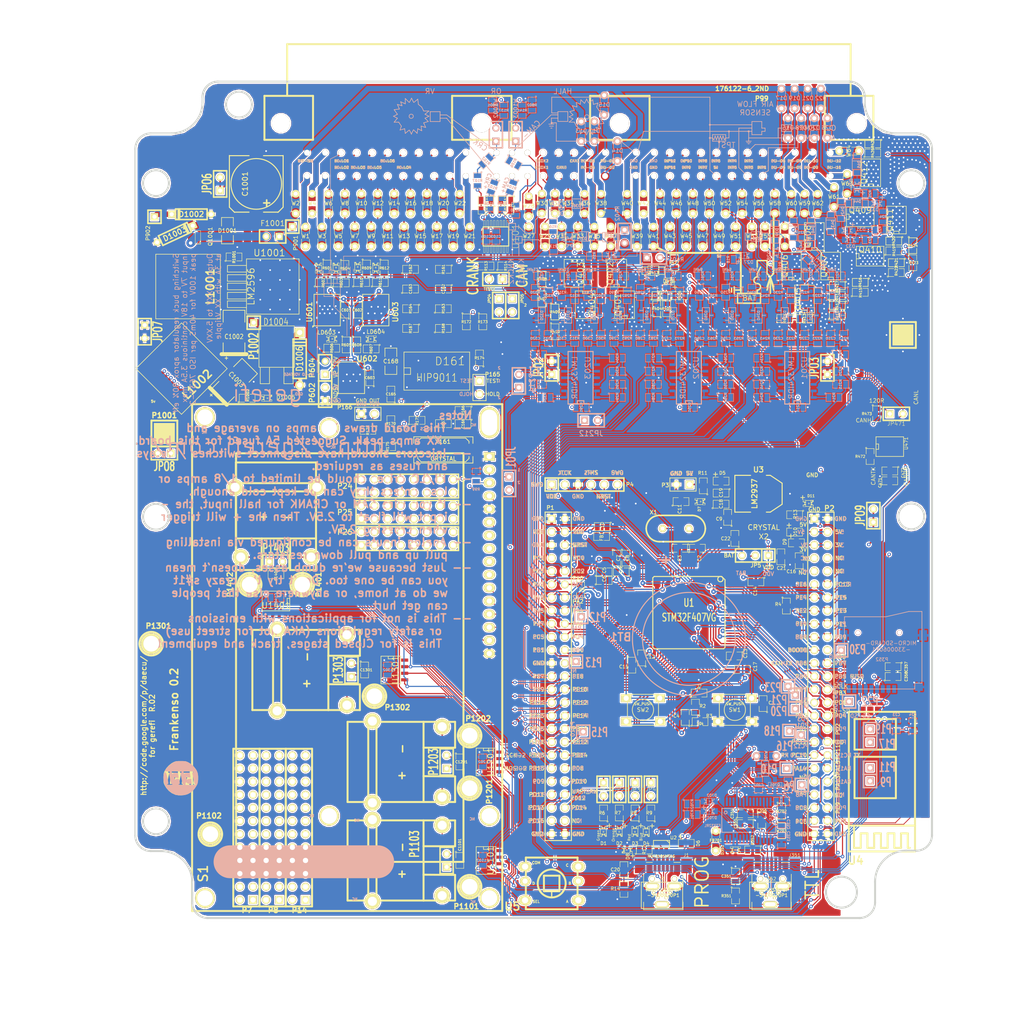
<source format=kicad_pcb>
(kicad_pcb (version 3) (host pcbnew "(2013-07-07 BZR 4022)-stable")
  (title_block (title Frankenso) (rev R.02) (company http://gerefi.com/))
  (layers (15 F.Cu signal) (2 PWR power hide) (1 GND power hide) (0 B.Cu signal) (18 B.Paste user) (19 F.Paste user) (20 B.SilkS user) (21 F.SilkS user) (22 B.Mask user) (23 F.Mask user) (28 Edge.Cuts user))
  (net 0 "")
  (net 1 /DD_HIP9011/5V)
  (net 2 /DD_HIP9011/CS)
  (net 3 /DD_HIP9011/INT/HLD)
  (net 4 /DD_HIP9011/INTOUT)
  (net 5 /DD_HIP9011/KNOCK1)
  (net 6 /DD_HIP9011/KNOCK2)
  (net 7 /DD_HIP9011/OUT)
  (net 8 /DD_HIP9011/TEST)
  (net 9 /HD44780_VCC)
  (net 10 /PWR_buck_12V_switcher/FB)
  (net 11 /PWR_buck_12V_switcher/OUT)
  (net 12 /PWR_buck_12V_switcher/VBAT)
  (net 13 /PWR_buck_12V_switcher/Vf)
  (net 14 /adc_amp_divider/INP1)
  (net 15 /adc_amp_divider/INP10)
  (net 16 /adc_amp_divider/INP11)
  (net 17 /adc_amp_divider/INP12)
  (net 18 /adc_amp_divider/INP2)
  (net 19 /adc_amp_divider/INP3)
  (net 20 /adc_amp_divider/INP4)
  (net 21 /adc_amp_divider/INP5)
  (net 22 /adc_amp_divider/INP6)
  (net 23 /adc_amp_divider/INP7)
  (net 24 /adc_amp_divider/INP8)
  (net 25 /adc_amp_divider/INP9)
  (net 26 /adc_amp_divider/OUT1)
  (net 27 /adc_amp_divider/OUT10)
  (net 28 /adc_amp_divider/OUT11)
  (net 29 /adc_amp_divider/OUT12)
  (net 30 /adc_amp_divider/OUT2)
  (net 31 /adc_amp_divider/OUT3)
  (net 32 /adc_amp_divider/OUT4)
  (net 33 /adc_amp_divider/OUT5)
  (net 34 /adc_amp_divider/OUT6)
  (net 35 /adc_amp_divider/OUT7)
  (net 36 /adc_amp_divider/OUT8)
  (net 37 /adc_amp_divider/OUT9)
  (net 38 /can_brd_1/3.3V)
  (net 39 /can_brd_1/CANH)
  (net 40 /can_brd_1/CANL)
  (net 41 /can_brd_1/CAN_RX)
  (net 42 /can_brd_1/CAN_TX)
  (net 43 /cps_vrs_io_1/CAM)
  (net 44 /cps_vrs_io_1/CAM+)
  (net 45 /cps_vrs_io_1/CAM-)
  (net 46 /cps_vrs_io_1/CRANK)
  (net 47 /cps_vrs_io_1/CRK2+)
  (net 48 /cps_vrs_io_1/CRK2-)
  (net 49 /hi-lo/12V)
  (net 50 /hi-lo/HL1)
  (net 51 /hi-lo/HL2)
  (net 52 /hi-lo/HL3)
  (net 53 /hi-lo/HL4)
  (net 54 /hi-lo/HL5)
  (net 55 /hi-lo/HL6)
  (net 56 /hi-lo/H_IN1)
  (net 57 /hi-lo/H_IN2)
  (net 58 /hi-lo/H_IN3)
  (net 59 /hi-lo/H_IN4)
  (net 60 /hi-lo/H_IN5)
  (net 61 /hi-lo/H_IN6)
  (net 62 /hi-lo/VP)
  (net 63 /inj_12ch/INJ-01)
  (net 64 /inj_12ch/INJ-01_2)
  (net 65 /inj_12ch/INJ-01_5V)
  (net 66 /inj_12ch/INJ-02)
  (net 67 /inj_12ch/INJ-02_5V)
  (net 68 /inj_12ch/INJ-03)
  (net 69 /inj_12ch/INJ-03_5V)
  (net 70 /inj_12ch/INJ-04)
  (net 71 /inj_12ch/INJ-04_5V)
  (net 72 /inj_12ch/INJ-05)
  (net 73 /inj_12ch/INJ-05_5V)
  (net 74 /inj_12ch/INJ-06)
  (net 75 /inj_12ch/INJ-06_5V)
  (net 76 /inj_12ch/INJ-07)
  (net 77 /inj_12ch/INJ-07_5V)
  (net 78 /inj_12ch/INJ-08)
  (net 79 /inj_12ch/INJ-08_5V)
  (net 80 /inj_12ch/INJ-09)
  (net 81 /inj_12ch/INJ-09_5V)
  (net 82 /inj_12ch/INJ-10)
  (net 83 /inj_12ch/INJ-10_5V)
  (net 84 /inj_12ch/INJ-11)
  (net 85 /inj_12ch/INJ-11_5V)
  (net 86 /inj_12ch/INJ-12)
  (net 87 /inj_12ch/INJ-12_5V)
  (net 88 /mmc_usb_1/CB2)
  (net 89 /mmc_usb_1/CB4)
  (net 90 /mmc_usb_1/CS_SD_MODULE)
  (net 91 /mmc_usb_1/D+)
  (net 92 /mmc_usb_1/D-)
  (net 93 /mmc_usb_1/FTVCC)
  (net 94 /mmc_usb_1/PWREN#)
  (net 95 /mmc_usb_1/RESET)
  (net 96 /mmc_usb_1/RI)
  (net 97 /mmc_usb_1/Vbus)
  (net 98 /mmc_usb_1/shield)
  (net 99 /stm32f407_board/5Vi)
  (net 100 /stm32f407_board/BOOT0)
  (net 101 /stm32f407_board/D+)
  (net 102 /stm32f407_board/D-)
  (net 103 /stm32f407_board/NRST)
  (net 104 /stm32f407_board/PA10)
  (net 105 /stm32f407_board/PA11)
  (net 106 /stm32f407_board/PA12)
  (net 107 /stm32f407_board/PA15)
  (net 108 /stm32f407_board/PA5)
  (net 109 /stm32f407_board/PA9)
  (net 110 /stm32f407_board/PB0)
  (net 111 /stm32f407_board/PB1)
  (net 112 /stm32f407_board/PB10)
  (net 113 /stm32f407_board/PB13)
  (net 114 /stm32f407_board/PB14)
  (net 115 /stm32f407_board/PB15)
  (net 116 /stm32f407_board/PB3)
  (net 117 /stm32f407_board/PB5)
  (net 118 /stm32f407_board/PC10)
  (net 119 /stm32f407_board/PC11)
  (net 120 /stm32f407_board/PC12)
  (net 121 /stm32f407_board/PC6)
  (net 122 /stm32f407_board/PC8)
  (net 123 /stm32f407_board/PD0)
  (net 124 /stm32f407_board/PD1)
  (net 125 /stm32f407_board/PD10)
  (net 126 /stm32f407_board/PD11)
  (net 127 /stm32f407_board/PD13)
  (net 128 /stm32f407_board/PD14)
  (net 129 /stm32f407_board/PD15)
  (net 130 /stm32f407_board/PD2)
  (net 131 /stm32f407_board/PD3)
  (net 132 /stm32f407_board/PD5)
  (net 133 /stm32f407_board/PD6)
  (net 134 /stm32f407_board/PD8)
  (net 135 /stm32f407_board/PD9)
  (net 136 /stm32f407_board/PE11)
  (net 137 /stm32f407_board/PE13)
  (net 138 /stm32f407_board/PE15)
  (net 139 /stm32f407_board/PE7)
  (net 140 /stm32f407_board/PE9)
  (net 141 /stm32f407_board/VDD)
  (net 142 /stm32f407_board/shield)
  (net 143 /thermocouple1//CS)
  (net 144 /thermocouple1/MISO)
  (net 145 /thermocouple1/TCPL+)
  (net 146 /thermocouple1/TCPL-)
  (net 147 /thermocouple2//CS)
  (net 148 /thermocouple2/TCPL+)
  (net 149 /thermocouple2/TCPL-)
  (net 150 /thermocouple3//CS)
  (net 151 /thermocouple3/TCPL+)
  (net 152 /thermocouple3/TCPL-)
  (net 153 /thermocouple4//CS)
  (net 154 /thermocouple4/TCPL+)
  (net 155 /thermocouple4/TCPL-)
  (net 156 GND)
  (net 157 N-00000225)
  (net 158 N-00000226)
  (net 159 N-00000227)
  (net 160 N-00000228)
  (net 161 N-00000229)
  (net 162 N-00000230)
  (net 163 N-00000231)
  (net 164 N-00000232)
  (net 165 N-00000233)
  (net 166 N-00000234)
  (net 167 N-00000236)
  (net 168 N-00000240)
  (net 169 N-00000243)
  (net 170 N-00000245)
  (net 171 N-00000247)
  (net 172 N-00000248)
  (net 173 N-00000249)
  (net 174 N-00000251)
  (net 175 N-00000253)
  (net 176 N-00000255)
  (net 177 N-00000260)
  (net 178 N-00000261)
  (net 179 N-00000262)
  (net 180 N-00000264)
  (net 181 N-00000266)
  (net 182 N-00000268)
  (net 183 N-00000270)
  (net 184 N-00000272)
  (net 185 N-00000273)
  (net 186 N-00000274)
  (net 187 N-00000275)
  (net 188 N-00000279)
  (net 189 N-00000281)
  (net 190 N-00000283)
  (net 191 N-00000285)
  (net 192 N-00000286)
  (net 193 N-00000288)
  (net 194 N-00000289)
  (net 195 N-00000291)
  (net 196 N-00000318)
  (net 197 N-00000320)
  (net 198 N-00000321)
  (net 199 N-00000322)
  (net 200 N-00000323)
  (net 201 N-00000324)
  (net 202 N-00000325)
  (net 203 N-00000326)
  (net 204 N-00000327)
  (net 205 N-00000330)
  (net 206 N-00000331)
  (net 207 N-00000333)
  (net 208 N-00000334)
  (net 209 N-00000336)
  (net 210 N-00000339)
  (net 211 N-00000341)
  (net 212 N-00000343)
  (net 213 N-00000345)
  (net 214 N-00000347)
  (net 215 N-00000349)
  (net 216 N-00000351)
  (net 217 N-00000353)
  (net 218 N-00000362)
  (net 219 N-00000363)
  (net 220 N-00000364)
  (net 221 N-00000365)
  (net 222 N-00000366)
  (net 223 N-00000367)
  (net 224 N-00000368)
  (net 225 N-00000369)
  (net 226 N-00000370)
  (net 227 N-00000371)
  (net 228 N-00000372)
  (net 229 N-00000373)
  (net 230 N-00000374)
  (net 231 N-00000375)
  (net 232 N-00000376)
  (net 233 N-00000377)
  (net 234 N-00000378)
  (net 235 N-00000379)
  (net 236 N-00000380)
  (net 237 N-00000381)
  (net 238 N-00000382)
  (net 239 N-00000383)
  (net 240 N-00000384)
  (net 241 N-00000385)
  (net 242 N-00000386)
  (net 243 N-00000387)
  (net 244 N-00000388)
  (net 245 N-00000389)
  (net 246 N-00000390)
  (net 247 N-00000391)
  (net 248 N-00000393)
  (net 249 N-00000394)
  (net 250 N-00000395)
  (net 251 N-00000396)
  (net 252 N-00000397)
  (net 253 N-00000398)
  (net 254 N-00000400)
  (net 255 N-00000401)
  (net 256 N-00000404)
  (net 257 N-00000405)
  (net 258 N-00000406)
  (net 259 N-00000407)
  (net 260 N-00000408)
  (net 261 N-00000411)
  (net 262 N-00000412)
  (net 263 N-00000413)
  (net 264 N-00000414)
  (net 265 N-00000415)
  (net 266 N-00000418)
  (net 267 N-00000421)
  (net 268 N-00000424)
  (net 269 N-00000425)
  (net 270 N-00000428)
  (net 271 N-00000429)
  (net 272 N-00000435)
  (net 273 N-00000438)
  (net 274 N-00000439)
  (net 275 N-00000440)
  (net 276 N-00000443)
  (net 277 N-00000444)
  (net 278 N-00000445)
  (net 279 N-00000446)
  (net 280 N-00000447)
  (net 281 N-00000448)
  (net 282 N-00000449)
  (net 283 N-00000450)
  (net 284 N-00000451)
  (net 285 N-00000452)
  (net 286 N-00000453)
  (net 287 N-00000454)
  (net 288 N-00000455)
  (net 289 N-00000456)
  (net 290 N-00000457)
  (net 291 N-00000458)
  (net 292 N-00000463)
  (net 293 N-00000466)
  (net 294 N-00000467)
  (net 295 N-00000468)
  (net 296 N-00000469)
  (net 297 N-00000471)
  (net 298 N-00000481)
  (net 299 N-00000482)
  (net 300 N-00000492)
  (net 301 N-00000493)
  (net 302 N-00000495)
  (net 303 N-00000496)
  (net 304 N-00000497)
  (net 305 N-00000500)
  (net 306 N-00000501)
  (net 307 N-00000502)
  (net 308 N-00000503)
  (net 309 N-00000504)
  (net 310 N-00000505)
  (net 311 N-00000506)
  (net 312 N-00000509)
  (net 313 N-00000510)
  (net 314 N-00000511)
  (net 315 N-00000512)
  (net 316 N-00000513)
  (net 317 N-00000514)
  (net 318 N-00000515)
  (net 319 N-00000516)
  (net 320 N-00000519)
  (net 321 N-00000523)
  (net 322 N-00000524)
  (net 323 N-00000525)
  (net 324 N-00000527)
  (net 325 N-00000528)
  (net 326 N-00000529)
  (net 327 N-00000530)
  (net 328 N-00000531)
  (net 329 N-00000532)
  (net 330 N-00000535)
  (net 331 N-00000536)
  (net 332 N-00000537)
  (net 333 N-00000541)
  (net 334 N-00000546)
  (net 335 N-00000549)
  (net 336 N-00000550)
  (net 337 N-00000551)
  (net 338 N-00000552)
  (net 339 N-00000556)
  (net 340 N-00000557)
  (net 341 N-00000558)
  (net 342 N-00000559)
  (net 343 N-00000560)
  (net 344 N-00000561)
  (net 345 N-00000562)
  (net 346 N-00000563)
  (net 347 N-00000564)
  (net 348 N-00000568)
  (net 349 N-00000569)
  (net 350 N-00000570)
  (net 351 N-00000572)
  (net 352 N-00000573)
  (net 353 N-00000575)
  (net 354 N-00000584)
  (net 355 N-00000585)
  (net 356 N-00000586)
  (net 357 N-00000587)
  (net 358 N-00000588)
  (module DISPLAY_4x20_BL (layer F.Cu) (at 176.53 106.045 270)
    (fp_text reference S1 (at 88.265 55.372 270) (layer F.SilkS) (effects (font (size 1.778 1.778) (thickness 0.3048))))
    (fp_text value DISPLAY_BL hide)
    (pad "" thru_hole circle (at 2.12 31 270) (size 3.81 3.81) (drill 3.048) (layers *.Cu *.Mask F.SilkS))
    (pad "" thru_hole circle (at 77.12 31 270) (size 3.81 3.81) (drill 3.048) (layers *.Cu *.Mask F.SilkS))
    (pad "" thru_hole circle (at 77.12 0 270) (size 3.81 3.81) (drill 3.048) (layers *.Cu *.Mask F.SilkS))
    (pad A thru_hole oval (at 43.18 0 270) (size 1.651 2.159) (drill 1.016) (layers *.Cu *.Mask F.SilkS) (net 9 /HD44780_VCC))
    (pad K thru_hole oval (at 45.72 0 270) (size 1.651 2.159) (drill 1.016) (layers *.Cu *.Mask F.SilkS) (net 156 GND))
    (pad 1 thru_hole rect (at 7.62 0 270) (size 1.651 2.159) (drill 1.016) (layers *.Cu *.Mask F.SilkS) (net 156 GND))
    (pad 2 thru_hole oval (at 10.16 0 270) (size 1.651 2.159) (drill 1.016) (layers *.Cu *.Mask F.SilkS) (net 9 /HD44780_VCC))
    (pad 3 thru_hole oval (at 12.7 0 270) (size 1.651 2.159) (drill 1.016) (layers *.Cu *.Mask F.SilkS) (net 178 N-00000261))
    (pad 4 thru_hole oval (at 15.24 0 270) (size 1.651 2.159) (drill 1.016) (layers *.Cu *.Mask F.SilkS) (net 139 /stm32f407_board/PE7))
    (pad 5 thru_hole oval (at 17.78 0 270) (size 1.651 2.159) (drill 1.016) (layers *.Cu *.Mask F.SilkS) (net 156 GND))
    (pad 6 thru_hole oval (at 20.32 0 270) (size 1.651 2.159) (drill 1.016) (layers *.Cu *.Mask F.SilkS) (net 140 /stm32f407_board/PE9))
    (pad 7 thru_hole oval (at 22.86 0 270) (size 1.651 2.159) (drill 1.016) (layers *.Cu *.Mask F.SilkS))
    (pad 8 thru_hole oval (at 25.4 0 270) (size 1.651 2.159) (drill 1.016) (layers *.Cu *.Mask F.SilkS))
    (pad 9 thru_hole oval (at 27.94 0 270) (size 1.651 2.159) (drill 1.016) (layers *.Cu *.Mask F.SilkS))
    (pad 10 thru_hole oval (at 30.48 0 270) (size 1.651 2.159) (drill 1.016) (layers *.Cu *.Mask F.SilkS))
    (pad 11 thru_hole oval (at 33.02 0 270) (size 1.651 2.159) (drill 1.016) (layers *.Cu *.Mask F.SilkS) (net 136 /stm32f407_board/PE11))
    (pad 12 thru_hole oval (at 35.56 0 270) (size 1.651 2.159) (drill 1.016) (layers *.Cu *.Mask F.SilkS) (net 137 /stm32f407_board/PE13))
    (pad 13 thru_hole oval (at 38.1 0 270) (size 1.651 2.159) (drill 1.016) (layers *.Cu *.Mask F.SilkS) (net 138 /stm32f407_board/PE15))
    (pad 14 thru_hole oval (at 40.64 0 270) (size 1.651 2.159) (drill 1.016) (layers *.Cu *.Mask F.SilkS) (net 112 /stm32f407_board/PB10))
    (pad "" thru_hole oval (at 1.06 0 270) (size 6 3.81) (drill oval 5.02 3.048) (layers *.Cu *.Mask F.SilkS))
    (pad "" thru_hole circle (at 92.99956 0 270) (size 3.81 3.81) (drill 3.048) (layers *.Cu *.Mask F.SilkS))
    (pad "" thru_hole circle (at 0 55.0037 270) (size 3.81 3.81) (drill 3.048) (layers *.Cu *.Mask F.SilkS))
    (pad "" thru_hole circle (at 92.99956 55.00116 270) (size 3.81 3.81) (drill 3.048) (layers *.Cu *.Mask F.SilkS))
  )
  (module TQFP_100 (layer F.Cu) (at 215.138 143.85036)
    (fp_text reference U1 (at 0 -1.905) (layer F.SilkS) (effects (font (size 1.524 1.016) (thickness 0.2032))))
    (fp_text value STM32F407VG (at 0.0254 0.9398) (layer F.SilkS) (effects (font (size 1.524 1.016) (thickness 0.2032))))
    (pad 100 smd rect (at 7.747 -5.9944) (size 1.016 0.254) (layers F.Cu F.Paste F.Mask) (net 141 /stm32f407_board/VDD))
    (pad 76 smd rect (at 7.747 5.9944) (size 1.016 0.254) (layers F.Cu F.Paste F.Mask) (net 147 /thermocouple2//CS))
    (pad 77 smd rect (at 7.747 5.4864) (size 1.016 0.254) (layers F.Cu F.Paste F.Mask) (net 107 /stm32f407_board/PA15))
    (pad 78 smd rect (at 7.747 5.0038) (size 1.016 0.254) (layers F.Cu F.Paste F.Mask) (net 118 /stm32f407_board/PC10))
    (pad 79 smd rect (at 7.747 4.4958) (size 1.016 0.254) (layers F.Cu F.Paste F.Mask) (net 119 /stm32f407_board/PC11))
    (pad 80 smd rect (at 7.747 3.9878) (size 1.016 0.254) (layers F.Cu F.Paste F.Mask) (net 120 /stm32f407_board/PC12))
    (pad 81 smd rect (at 7.747 3.5052) (size 1.016 0.254) (layers F.Cu F.Paste F.Mask) (net 123 /stm32f407_board/PD0))
    (pad 82 smd rect (at 7.747 2.9972) (size 1.016 0.254) (layers F.Cu F.Paste F.Mask) (net 124 /stm32f407_board/PD1))
    (pad 83 smd rect (at 7.747 2.4892) (size 1.016 0.254) (layers F.Cu F.Paste F.Mask) (net 130 /stm32f407_board/PD2))
    (pad 84 smd rect (at 7.747 2.0066) (size 1.016 0.254) (layers F.Cu F.Paste F.Mask) (net 131 /stm32f407_board/PD3))
    (pad 85 smd rect (at 7.747 1.4986) (size 1.016 0.254) (layers F.Cu F.Paste F.Mask) (net 90 /mmc_usb_1/CS_SD_MODULE))
    (pad 86 smd rect (at 7.747 0.9906) (size 1.016 0.254) (layers F.Cu F.Paste F.Mask) (net 132 /stm32f407_board/PD5))
    (pad 87 smd rect (at 7.747 0.4826) (size 1.016 0.254) (layers F.Cu F.Paste F.Mask) (net 133 /stm32f407_board/PD6))
    (pad 88 smd rect (at 7.747 0) (size 1.016 0.254) (layers F.Cu F.Paste F.Mask) (net 69 /inj_12ch/INJ-03_5V))
    (pad 89 smd rect (at 7.747 -0.508) (size 1.016 0.254) (layers F.Cu F.Paste F.Mask) (net 116 /stm32f407_board/PB3))
    (pad 90 smd rect (at 7.747 -1.016) (size 1.016 0.254) (layers F.Cu F.Paste F.Mask) (net 144 /thermocouple1/MISO))
    (pad 91 smd rect (at 7.747 -1.4986) (size 1.016 0.254) (layers F.Cu F.Paste F.Mask) (net 117 /stm32f407_board/PB5))
    (pad 92 smd rect (at 7.747 -2.0066) (size 1.016 0.254) (layers F.Cu F.Paste F.Mask) (net 42 /can_brd_1/CAN_TX))
    (pad 93 smd rect (at 7.747 -2.5146) (size 1.016 0.254) (layers F.Cu F.Paste F.Mask) (net 87 /inj_12ch/INJ-12_5V))
    (pad 94 smd rect (at 7.747 -2.9972) (size 1.016 0.254) (layers F.Cu F.Paste F.Mask) (net 100 /stm32f407_board/BOOT0))
    (pad 95 smd rect (at 7.747 -3.5052) (size 1.016 0.254) (layers F.Cu F.Paste F.Mask) (net 85 /inj_12ch/INJ-11_5V))
    (pad 96 smd rect (at 7.747 -4.0132) (size 1.016 0.254) (layers F.Cu F.Paste F.Mask) (net 81 /inj_12ch/INJ-09_5V))
    (pad 97 smd rect (at 7.747 -4.4958) (size 1.016 0.254) (layers F.Cu F.Paste F.Mask) (net 83 /inj_12ch/INJ-10_5V))
    (pad 98 smd rect (at 7.747 -5.0038) (size 1.016 0.254) (layers F.Cu F.Paste F.Mask) (net 77 /inj_12ch/INJ-07_5V))
    (pad 99 smd rect (at 7.747 -5.5118) (size 1.016 0.254) (layers F.Cu F.Paste F.Mask) (net 156 GND))
    (pad 75 smd rect (at 5.9944 7.747) (size 0.254 1.016) (layers F.Cu F.Paste F.Mask) (net 141 /stm32f407_board/VDD))
    (pad 51 smd rect (at -5.9944 7.747) (size 0.254 1.016) (layers F.Cu F.Paste F.Mask) (net 143 /thermocouple1//CS))
    (pad 52 smd rect (at -5.4864 7.747) (size 0.254 1.016) (layers F.Cu F.Paste F.Mask) (net 113 /stm32f407_board/PB13))
    (pad 53 smd rect (at -5.0038 7.747) (size 0.254 1.016) (layers F.Cu F.Paste F.Mask) (net 114 /stm32f407_board/PB14))
    (pad 54 smd rect (at -4.4958 7.747) (size 0.254 1.016) (layers F.Cu F.Paste F.Mask) (net 115 /stm32f407_board/PB15))
    (pad 55 smd rect (at -3.9878 7.747) (size 0.254 1.016) (layers F.Cu F.Paste F.Mask) (net 134 /stm32f407_board/PD8))
    (pad 56 smd rect (at -3.5052 7.747) (size 0.254 1.016) (layers F.Cu F.Paste F.Mask) (net 135 /stm32f407_board/PD9))
    (pad 57 smd rect (at -2.9972 7.747) (size 0.254 1.016) (layers F.Cu F.Paste F.Mask) (net 125 /stm32f407_board/PD10))
    (pad 58 smd rect (at -2.4892 7.747) (size 0.254 1.016) (layers F.Cu F.Paste F.Mask) (net 126 /stm32f407_board/PD11))
    (pad 59 smd rect (at -2.0066 7.747) (size 0.254 1.016) (layers F.Cu F.Paste F.Mask) (net 41 /can_brd_1/CAN_RX))
    (pad 60 smd rect (at -1.4986 7.747) (size 0.254 1.016) (layers F.Cu F.Paste F.Mask) (net 127 /stm32f407_board/PD13))
    (pad 61 smd rect (at -0.9906 7.747) (size 0.254 1.016) (layers F.Cu F.Paste F.Mask) (net 128 /stm32f407_board/PD14))
    (pad 62 smd rect (at -0.4826 7.747) (size 0.254 1.016) (layers F.Cu F.Paste F.Mask) (net 129 /stm32f407_board/PD15))
    (pad 63 smd rect (at 0 7.747) (size 0.254 1.016) (layers F.Cu F.Paste F.Mask) (net 121 /stm32f407_board/PC6))
    (pad 64 smd rect (at 0.508 7.747) (size 0.254 1.016) (layers F.Cu F.Paste F.Mask) (net 56 /hi-lo/H_IN1))
    (pad 65 smd rect (at 1.016 7.747) (size 0.254 1.016) (layers F.Cu F.Paste F.Mask) (net 122 /stm32f407_board/PC8))
    (pad 66 smd rect (at 1.4986 7.747) (size 0.254 1.016) (layers F.Cu F.Paste F.Mask) (net 58 /hi-lo/H_IN3))
    (pad 67 smd rect (at 2.0066 7.747) (size 0.254 1.016) (layers F.Cu F.Paste F.Mask) (net 150 /thermocouple3//CS))
    (pad 68 smd rect (at 2.5146 7.747) (size 0.254 1.016) (layers F.Cu F.Paste F.Mask) (net 109 /stm32f407_board/PA9))
    (pad 69 smd rect (at 2.9972 7.747) (size 0.254 1.016) (layers F.Cu F.Paste F.Mask) (net 104 /stm32f407_board/PA10))
    (pad 70 smd rect (at 3.5052 7.747) (size 0.254 1.016) (layers F.Cu F.Paste F.Mask) (net 105 /stm32f407_board/PA11))
    (pad 71 smd rect (at 4.0132 7.747) (size 0.254 1.016) (layers F.Cu F.Paste F.Mask) (net 106 /stm32f407_board/PA12))
    (pad 72 smd rect (at 4.4958 7.747) (size 0.254 1.016) (layers F.Cu F.Paste F.Mask) (net 153 /thermocouple4//CS))
    (pad 73 smd rect (at 5.0038 7.747) (size 0.254 1.016) (layers F.Cu F.Paste F.Mask) (net 355 N-00000585))
    (pad 74 smd rect (at 5.5118 7.747) (size 0.254 1.016) (layers F.Cu F.Paste F.Mask) (net 156 GND))
    (pad 1 smd rect (at 5.9944 -7.747) (size 0.254 1.016) (layers F.Cu F.Paste F.Mask) (net 79 /inj_12ch/INJ-08_5V))
    (pad 2 smd rect (at 5.4864 -7.747) (size 0.254 1.016) (layers F.Cu F.Paste F.Mask) (net 73 /inj_12ch/INJ-05_5V))
    (pad 3 smd rect (at 5.0038 -7.747) (size 0.254 1.016) (layers F.Cu F.Paste F.Mask) (net 75 /inj_12ch/INJ-06_5V))
    (pad 4 smd rect (at 4.4958 -7.747) (size 0.254 1.016) (layers F.Cu F.Paste F.Mask) (net 67 /inj_12ch/INJ-02_5V))
    (pad 5 smd rect (at 3.9878 -7.747) (size 0.254 1.016) (layers F.Cu F.Paste F.Mask) (net 65 /inj_12ch/INJ-01_5V))
    (pad 6 smd rect (at 3.5052 -7.747) (size 0.254 1.016) (layers F.Cu F.Paste F.Mask) (net 338 N-00000552))
    (pad 7 smd rect (at 2.9972 -7.747) (size 0.254 1.016) (layers F.Cu F.Paste F.Mask) (net 71 /inj_12ch/INJ-04_5V))
    (pad 8 smd rect (at 2.4892 -7.747) (size 0.254 1.016) (layers F.Cu F.Paste F.Mask) (net 349 N-00000569))
    (pad 9 smd rect (at 2.0066 -7.747) (size 0.254 1.016) (layers F.Cu F.Paste F.Mask) (net 348 N-00000568))
    (pad 10 smd rect (at 1.4986 -7.747) (size 0.254 1.016) (layers F.Cu F.Paste F.Mask) (net 156 GND))
    (pad 11 smd rect (at 0.9906 -7.747) (size 0.254 1.016) (layers F.Cu F.Paste F.Mask) (net 141 /stm32f407_board/VDD))
    (pad 12 smd rect (at 0.4826 -7.747) (size 0.254 1.016) (layers F.Cu F.Paste F.Mask) (net 350 N-00000570))
    (pad 13 smd rect (at 0 -7.747) (size 0.254 1.016) (layers F.Cu F.Paste F.Mask) (net 354 N-00000584))
    (pad 14 smd rect (at -0.508 -7.747) (size 0.254 1.016) (layers F.Cu F.Paste F.Mask) (net 103 /stm32f407_board/NRST))
    (pad 15 smd rect (at -1.016 -7.747) (size 0.254 1.016) (layers F.Cu F.Paste F.Mask) (net 7 /DD_HIP9011/OUT))
    (pad 16 smd rect (at -1.4986 -7.747) (size 0.254 1.016) (layers F.Cu F.Paste F.Mask) (net 30 /adc_amp_divider/OUT2))
    (pad 17 smd rect (at -2.0066 -7.747) (size 0.254 1.016) (layers F.Cu F.Paste F.Mask) (net 26 /adc_amp_divider/OUT1))
    (pad 18 smd rect (at -2.5146 -7.747) (size 0.254 1.016) (layers F.Cu F.Paste F.Mask) (net 32 /adc_amp_divider/OUT4))
    (pad 19 smd rect (at -2.9972 -7.747) (size 0.254 1.016) (layers F.Cu F.Paste F.Mask) (net 141 /stm32f407_board/VDD))
    (pad 20 smd rect (at -3.5052 -7.747) (size 0.254 1.016) (layers F.Cu F.Paste F.Mask) (net 156 GND))
    (pad 21 smd rect (at -4.0132 -7.747) (size 0.254 1.016) (layers F.Cu F.Paste F.Mask) (net 335 N-00000549))
    (pad 22 smd rect (at -4.4958 -7.747) (size 0.254 1.016) (layers F.Cu F.Paste F.Mask) (net 358 N-00000588))
    (pad 23 smd rect (at -5.0038 -7.747) (size 0.254 1.016) (layers F.Cu F.Paste F.Mask) (net 31 /adc_amp_divider/OUT3))
    (pad 24 smd rect (at -5.5118 -7.747) (size 0.254 1.016) (layers F.Cu F.Paste F.Mask) (net 34 /adc_amp_divider/OUT6))
    (pad 25 smd rect (at -5.9944 -7.747) (size 0.254 1.016) (layers F.Cu F.Paste F.Mask) (net 33 /adc_amp_divider/OUT5))
    (pad 26 smd rect (at -7.747 -5.9944) (size 1.016 0.254) (layers F.Cu F.Paste F.Mask) (net 36 /adc_amp_divider/OUT8))
    (pad 27 smd rect (at -7.747 -5.4864) (size 1.016 0.254) (layers F.Cu F.Paste F.Mask) (net 156 GND))
    (pad 28 smd rect (at -7.747 -5.0038) (size 1.016 0.254) (layers F.Cu F.Paste F.Mask) (net 141 /stm32f407_board/VDD))
    (pad 29 smd rect (at -7.747 -4.4958) (size 1.016 0.254) (layers F.Cu F.Paste F.Mask) (net 35 /adc_amp_divider/OUT7))
    (pad 30 smd rect (at -7.747 -3.9878) (size 1.016 0.254) (layers F.Cu F.Paste F.Mask) (net 108 /stm32f407_board/PA5))
    (pad 31 smd rect (at -7.747 -3.5052) (size 1.016 0.254) (layers F.Cu F.Paste F.Mask) (net 27 /adc_amp_divider/OUT10))
    (pad 32 smd rect (at -7.747 -2.9972) (size 1.016 0.254) (layers F.Cu F.Paste F.Mask) (net 37 /adc_amp_divider/OUT9))
    (pad 33 smd rect (at -7.747 -2.4892) (size 1.016 0.254) (layers F.Cu F.Paste F.Mask) (net 29 /adc_amp_divider/OUT12))
    (pad 34 smd rect (at -7.747 -2.0066) (size 1.016 0.254) (layers F.Cu F.Paste F.Mask) (net 28 /adc_amp_divider/OUT11))
    (pad 35 smd rect (at -7.747 -1.4986) (size 1.016 0.254) (layers F.Cu F.Paste F.Mask) (net 110 /stm32f407_board/PB0))
    (pad 36 smd rect (at -7.747 -0.9906) (size 1.016 0.254) (layers F.Cu F.Paste F.Mask) (net 111 /stm32f407_board/PB1))
    (pad 37 smd rect (at -7.747 -0.4826) (size 1.016 0.254) (layers F.Cu F.Paste F.Mask) (net 156 GND))
    (pad 38 smd rect (at -7.747 0) (size 1.016 0.254) (layers F.Cu F.Paste F.Mask) (net 139 /stm32f407_board/PE7))
    (pad 39 smd rect (at -7.747 0.508) (size 1.016 0.254) (layers F.Cu F.Paste F.Mask) (net 60 /hi-lo/H_IN5))
    (pad 40 smd rect (at -7.747 1.016) (size 1.016 0.254) (layers F.Cu F.Paste F.Mask) (net 140 /stm32f407_board/PE9))
    (pad 41 smd rect (at -7.747 1.4986) (size 1.016 0.254) (layers F.Cu F.Paste F.Mask) (net 61 /hi-lo/H_IN6))
    (pad 42 smd rect (at -7.747 2.0066) (size 1.016 0.254) (layers F.Cu F.Paste F.Mask) (net 136 /stm32f407_board/PE11))
    (pad 43 smd rect (at -7.747 2.5146) (size 1.016 0.254) (layers F.Cu F.Paste F.Mask) (net 59 /hi-lo/H_IN4))
    (pad 44 smd rect (at -7.747 2.9972) (size 1.016 0.254) (layers F.Cu F.Paste F.Mask) (net 137 /stm32f407_board/PE13))
    (pad 45 smd rect (at -7.747 3.5052) (size 1.016 0.254) (layers F.Cu F.Paste F.Mask) (net 57 /hi-lo/H_IN2))
    (pad 46 smd rect (at -7.747 4.0132) (size 1.016 0.254) (layers F.Cu F.Paste F.Mask) (net 138 /stm32f407_board/PE15))
    (pad 47 smd rect (at -7.747 4.4958) (size 1.016 0.254) (layers F.Cu F.Paste F.Mask) (net 112 /stm32f407_board/PB10))
    (pad 48 smd rect (at -7.747 5.0038) (size 1.016 0.254) (layers F.Cu F.Paste F.Mask) (net 3 /DD_HIP9011/INT/HLD))
    (pad 49 smd rect (at -7.747 5.5118) (size 1.016 0.254) (layers F.Cu F.Paste F.Mask) (net 356 N-00000586))
    (pad 50 smd rect (at -7.747 5.9944) (size 1.016 0.254) (layers F.Cu F.Paste F.Mask) (net 141 /stm32f407_board/VDD))
    (pad NC1 smd circle (at 7.62 -7.62) (size 0.508 0.508) (layers F.Cu F.Mask))
  )
  (module maxim-10-QSOP16 (layer F.Cu) (at 177.8 71.12)
    (fp_text reference U101 (at 3.81 0 90) (layer F.SilkS) (effects (font (size 1.27 1.27) (thickness 0.0889))))
    (fp_text value MAX9926/9927 hide)
    (pad 1 smd rect (at -2.2225 2.68986) (size 0.44958 1.4986) (layers F.Cu F.Paste F.Mask) (net 156 GND))
    (pad 2 smd rect (at -1.5875 2.68986) (size 0.44958 1.4986) (layers F.Cu F.Paste F.Mask))
    (pad 3 smd rect (at -0.9525 2.68986) (size 0.44958 1.4986) (layers F.Cu F.Paste F.Mask) (net 156 GND))
    (pad 4 smd rect (at -0.3175 2.68986) (size 0.44958 1.4986) (layers F.Cu F.Paste F.Mask) (net 46 /cps_vrs_io_1/CRANK))
    (pad 5 smd rect (at 0.3175 2.68986) (size 0.44958 1.4986) (layers F.Cu F.Paste F.Mask) (net 43 /cps_vrs_io_1/CAM))
    (pad 6 smd rect (at 0.9525 2.68986) (size 0.44958 1.4986) (layers F.Cu F.Paste F.Mask) (net 156 GND))
    (pad 7 smd rect (at 1.5875 2.68986) (size 0.44958 1.4986) (layers F.Cu F.Paste F.Mask))
    (pad 8 smd rect (at 2.2225 2.68986) (size 0.44958 1.4986) (layers F.Cu F.Paste F.Mask) (net 156 GND))
    (pad 9 smd rect (at 2.2225 -2.68986) (size 0.44958 1.4986) (layers F.Cu F.Paste F.Mask) (net 307 N-00000502))
    (pad 10 smd rect (at 1.5875 -2.68986) (size 0.44958 1.4986) (layers F.Cu F.Paste F.Mask) (net 305 N-00000500))
    (pad 11 smd rect (at 0.9525 -2.68986) (size 0.44958 1.4986) (layers F.Cu F.Paste F.Mask) (net 156 GND))
    (pad 12 smd rect (at 0.3175 -2.68986) (size 0.44958 1.4986) (layers F.Cu F.Paste F.Mask) (net 156 GND))
    (pad 13 smd rect (at -0.3175 -2.68986) (size 0.44958 1.4986) (layers F.Cu F.Paste F.Mask) (net 156 GND))
    (pad 14 smd rect (at -0.9525 -2.68986) (size 0.44958 1.4986) (layers F.Cu F.Paste F.Mask) (net 1 /DD_HIP9011/5V))
    (pad 15 smd rect (at -1.5875 -2.68986) (size 0.44958 1.4986) (layers F.Cu F.Paste F.Mask) (net 308 N-00000503))
    (pad 16 smd rect (at -2.2225 -2.68986) (size 0.44958 1.4986) (layers F.Cu F.Paste F.Mask) (net 309 N-00000504))
    (pad NC smd circle (at -3.048 -1.524) (size 0.508 0.508) (layers F.Cu F.Mask))
  )
  (module SM0805_jumper (layer F.Cu) (at 198.12 64.77 90)
    (fp_text reference W38 (at 0.0635 0 180) (layer F.SilkS) (effects (font (size 0.762 0.762) (thickness 0.127))))
    (fp_text value TEST hide)
    (pad 1 smd rect (at -0.9525 0 90) (size 0.889 1.397) (layers F.Cu F.Paste F.Mask) (net 64 /inj_12ch/INJ-01_2))
    (pad 2 smd rect (at 0.9525 0 90) (size 0.889 1.397) (layers F.Cu F.Paste F.Mask) (net 159 N-00000227))
    (pad 2 thru_hole circle (at 1.905 0 90) (size 1.524 1.524) (drill 0.8128) (layers *.Cu *.Mask F.SilkS) (net 159 N-00000227))
    (pad 1 thru_hole circle (at -1.905 0 90) (size 1.524 1.524) (drill 0.8128) (layers *.Cu *.Mask F.SilkS) (net 64 /inj_12ch/INJ-01_2))
    (pad 2 smd rect (at 1.27 0 90) (size 1.524 0.2032) (layers F.Cu F.Paste F.Mask) (net 159 N-00000227))
    (pad 1 smd rect (at -1.27 0 90) (size 1.524 0.2032) (layers F.Cu F.Paste F.Mask) (net 64 /inj_12ch/INJ-01_2))
  )
  (module SM0805_jumper (layer F.Cu) (at 154.94 64.77 90)
    (fp_text reference W12 (at 0.0635 0 180) (layer F.SilkS) (effects (font (size 0.762 0.762) (thickness 0.127))))
    (fp_text value TEST hide)
    (pad 1 smd rect (at -0.9525 0 90) (size 0.889 1.397) (layers F.Cu F.Paste F.Mask) (net 55 /hi-lo/HL6))
    (pad 2 smd rect (at 0.9525 0 90) (size 0.889 1.397) (layers F.Cu F.Paste F.Mask) (net 211 N-00000341))
    (pad 2 thru_hole circle (at 1.905 0 90) (size 1.524 1.524) (drill 0.8128) (layers *.Cu *.Mask F.SilkS) (net 211 N-00000341))
    (pad 1 thru_hole circle (at -1.905 0 90) (size 1.524 1.524) (drill 0.8128) (layers *.Cu *.Mask F.SilkS) (net 55 /hi-lo/HL6))
    (pad 2 smd rect (at 1.27 0 90) (size 1.524 0.2032) (layers F.Cu F.Paste F.Mask) (net 211 N-00000341))
    (pad 1 smd rect (at -1.27 0 90) (size 1.524 0.2032) (layers F.Cu F.Paste F.Mask) (net 55 /hi-lo/HL6))
  )
  (module SM0805_jumper (layer F.Cu) (at 151.765 64.77 90)
    (fp_text reference W10 (at 0.0635 0 180) (layer F.SilkS) (effects (font (size 0.762 0.762) (thickness 0.127))))
    (fp_text value TEST hide)
    (pad 1 smd rect (at -0.9525 0 90) (size 0.889 1.397) (layers F.Cu F.Paste F.Mask))
    (pad 2 smd rect (at 0.9525 0 90) (size 0.889 1.397) (layers F.Cu F.Paste F.Mask) (net 213 N-00000345))
    (pad 2 thru_hole circle (at 1.905 0 90) (size 1.524 1.524) (drill 0.8128) (layers *.Cu *.Mask F.SilkS) (net 213 N-00000345))
    (pad 1 thru_hole circle (at -1.905 0 90) (size 1.524 1.524) (drill 0.8128) (layers *.Cu *.Mask F.SilkS))
    (pad 2 smd rect (at 1.27 0 90) (size 1.524 0.2032) (layers F.Cu F.Paste F.Mask) (net 213 N-00000345))
    (pad 1 smd rect (at -1.27 0 90) (size 1.524 0.2032) (layers F.Cu F.Paste F.Mask))
  )
  (module SM0805_jumper (layer F.Cu) (at 148.59 64.77 90)
    (fp_text reference W8 (at 0.0635 0 180) (layer F.SilkS) (effects (font (size 0.762 0.762) (thickness 0.127))))
    (fp_text value TEST hide)
    (pad 1 smd rect (at -0.9525 0 90) (size 0.889 1.397) (layers F.Cu F.Paste F.Mask) (net 51 /hi-lo/HL2))
    (pad 2 smd rect (at 0.9525 0 90) (size 0.889 1.397) (layers F.Cu F.Paste F.Mask) (net 215 N-00000349))
    (pad 2 thru_hole circle (at 1.905 0 90) (size 1.524 1.524) (drill 0.8128) (layers *.Cu *.Mask F.SilkS) (net 215 N-00000349))
    (pad 1 thru_hole circle (at -1.905 0 90) (size 1.524 1.524) (drill 0.8128) (layers *.Cu *.Mask F.SilkS) (net 51 /hi-lo/HL2))
    (pad 2 smd rect (at 1.27 0 90) (size 1.524 0.2032) (layers F.Cu F.Paste F.Mask) (net 215 N-00000349))
    (pad 1 smd rect (at -1.27 0 90) (size 1.524 0.2032) (layers F.Cu F.Paste F.Mask) (net 51 /hi-lo/HL2))
  )
  (module SM0805_jumper (layer F.Cu) (at 145.415 64.77 90)
    (fp_text reference W6 (at 0.0635 0 180) (layer F.SilkS) (effects (font (size 0.762 0.762) (thickness 0.127))))
    (fp_text value TEST hide)
    (pad 1 smd rect (at -0.9525 0 90) (size 0.889 1.397) (layers F.Cu F.Paste F.Mask) (net 50 /hi-lo/HL1))
    (pad 2 smd rect (at 0.9525 0 90) (size 0.889 1.397) (layers F.Cu F.Paste F.Mask) (net 217 N-00000353))
    (pad 2 thru_hole circle (at 1.905 0 90) (size 1.524 1.524) (drill 0.8128) (layers *.Cu *.Mask F.SilkS) (net 217 N-00000353))
    (pad 1 thru_hole circle (at -1.905 0 90) (size 1.524 1.524) (drill 0.8128) (layers *.Cu *.Mask F.SilkS) (net 50 /hi-lo/HL1))
    (pad 2 smd rect (at 1.27 0 90) (size 1.524 0.2032) (layers F.Cu F.Paste F.Mask) (net 217 N-00000353))
    (pad 1 smd rect (at -1.27 0 90) (size 1.524 0.2032) (layers F.Cu F.Paste F.Mask) (net 50 /hi-lo/HL1))
  )
  (module SM0805_jumper (layer F.Cu) (at 139.065 64.77 90)
    (fp_text reference W2 (at 0.0635 0 180) (layer F.SilkS) (effects (font (size 0.762 0.762) (thickness 0.127))))
    (fp_text value TEST hide)
    (pad 1 smd rect (at -0.9525 0 90) (size 0.889 1.397) (layers F.Cu F.Paste F.Mask) (net 49 /hi-lo/12V))
    (pad 2 smd rect (at 0.9525 0 90) (size 0.889 1.397) (layers F.Cu F.Paste F.Mask) (net 207 N-00000333))
    (pad 2 thru_hole circle (at 1.905 0 90) (size 1.524 1.524) (drill 0.8128) (layers *.Cu *.Mask F.SilkS) (net 207 N-00000333))
    (pad 1 thru_hole circle (at -1.905 0 90) (size 1.524 1.524) (drill 0.8128) (layers *.Cu *.Mask F.SilkS) (net 49 /hi-lo/12V))
    (pad 1 smd rect (at -1.27 0 90) (size 1.524 0.2032) (layers F.Cu F.Paste F.Mask) (net 49 /hi-lo/12V))
    (pad 2 smd rect (at 1.27 0 90) (size 1.524 0.2032) (layers F.Cu F.Paste F.Mask) (net 207 N-00000333))
  )
  (module SM0805_jumper (layer F.Cu) (at 142.24 64.77 90)
    (fp_text reference W4 (at 0.0635 0 180) (layer F.SilkS) (effects (font (size 0.762 0.762) (thickness 0.127))))
    (fp_text value TEST hide)
    (pad 1 smd rect (at -0.9525 0 90) (size 0.889 1.397) (layers F.Cu F.Paste F.Mask))
    (pad 2 smd rect (at 0.9525 0 90) (size 0.889 1.397) (layers F.Cu F.Paste F.Mask) (net 205 N-00000330))
    (pad 2 thru_hole circle (at 1.905 0 90) (size 1.524 1.524) (drill 0.8128) (layers *.Cu *.Mask F.SilkS) (net 205 N-00000330))
    (pad 1 thru_hole circle (at -1.905 0 90) (size 1.524 1.524) (drill 0.8128) (layers *.Cu *.Mask F.SilkS))
    (pad 1 smd rect (at -1.27 0 90) (size 1.524 0.2032) (layers F.Cu F.Paste F.Mask))
    (pad 2 smd rect (at 1.27 0 90) (size 1.524 0.2032) (layers F.Cu F.Paste F.Mask) (net 205 N-00000330))
  )
  (module SM0805_jumper (layer F.Cu) (at 220.98 71.12 90)
    (fp_text reference W49 (at 0.0635 0 180) (layer F.SilkS) (effects (font (size 0.762 0.762) (thickness 0.127))))
    (fp_text value TEST hide)
    (pad 1 smd rect (at -0.9525 0 90) (size 0.889 1.397) (layers F.Cu F.Paste F.Mask) (net 1 /DD_HIP9011/5V))
    (pad 2 smd rect (at 0.9525 0 90) (size 0.889 1.397) (layers F.Cu F.Paste F.Mask) (net 193 N-00000288))
    (pad 2 thru_hole circle (at 1.905 0 90) (size 1.524 1.524) (drill 0.8128) (layers *.Cu *.Mask F.SilkS) (net 193 N-00000288))
    (pad 1 thru_hole circle (at -1.905 0 90) (size 1.524 1.524) (drill 0.8128) (layers *.Cu *.Mask F.SilkS) (net 1 /DD_HIP9011/5V))
    (pad 1 smd rect (at -1.27 0 90) (size 1.524 0.2032) (layers F.Cu F.Paste F.Mask) (net 1 /DD_HIP9011/5V))
    (pad 2 smd rect (at 1.27 0 90) (size 1.524 0.2032) (layers F.Cu F.Paste F.Mask) (net 193 N-00000288))
  )
  (module 176122-6_2nd (layer F.Cu) (at 250.825 59.436)
    (fp_text reference P99 (at -21.59 -14.986) (layer F.SilkS) (effects (font (size 0.889 0.889) (thickness 0.22225))))
    (fp_text value 176122-6_2ND (at -25.4 -16.891) (layer F.SilkS) (effects (font (size 0.889 0.889) (thickness 0.22352))))
    (pad 12 thru_hole circle (at -109.54766 -4.50088 180) (size 1.15062 1.15062) (drill 1.09982) (layers *.Cu *.Mask F.SilkS) (net 207 N-00000333))
    (pad 1 thru_hole circle (at -109.54766 0) (size 1.15062 1.15062) (drill 1.09982) (layers *.Cu *.Mask F.SilkS) (net 208 N-00000334))
    (pad 2 thru_hole circle (at -106.05008 0) (size 1.15062 1.15062) (drill 1.09982) (layers *.Cu *.Mask F.SilkS) (net 206 N-00000331))
    (pad 13 thru_hole circle (at -106.05008 -4.50088 180) (size 1.15062 1.15062) (drill 1.09982) (layers *.Cu *.Mask F.SilkS) (net 205 N-00000330))
    (pad 17 thru_hole circle (at -93.94952 -4.50088 180) (size 1.15062 1.15062) (drill 1.09982) (layers *.Cu *.Mask F.SilkS) (net 211 N-00000341))
    (pad 6 thru_hole circle (at -93.94952 0) (size 1.15062 1.15062) (drill 1.09982) (layers *.Cu *.Mask F.SilkS) (net 212 N-00000343))
    (pad 5 thru_hole circle (at -96.94926 0) (size 1.15062 1.15062) (drill 1.09982) (layers *.Cu *.Mask F.SilkS) (net 214 N-00000347))
    (pad 16 thru_hole circle (at -96.94926 -4.50088 180) (size 1.15062 1.15062) (drill 1.09982) (layers *.Cu *.Mask F.SilkS) (net 213 N-00000345))
    (pad 14 thru_hole circle (at -102.94874 -4.50088 180) (size 1.15062 1.15062) (drill 1.09982) (layers *.Cu *.Mask F.SilkS) (net 217 N-00000353))
    (pad 3 thru_hole circle (at -102.94874 0) (size 1.15062 1.15062) (drill 1.09982) (layers *.Cu *.Mask F.SilkS) (net 209 N-00000336))
    (pad 4 thru_hole circle (at -99.949 0) (size 1.15062 1.15062) (drill 1.09982) (layers *.Cu *.Mask F.SilkS) (net 216 N-00000351))
    (pad 15 thru_hole circle (at -99.949 -4.50088 180) (size 1.15062 1.15062) (drill 1.09982) (layers *.Cu *.Mask F.SilkS) (net 215 N-00000349))
    (pad 19 thru_hole circle (at -87.95004 -4.50088 180) (size 1.15062 1.15062) (drill 1.09982) (layers *.Cu *.Mask F.SilkS) (net 196 N-00000318))
    (pad 8 thru_hole circle (at -87.95004 0) (size 1.15062 1.15062) (drill 1.09982) (layers *.Cu *.Mask F.SilkS) (net 204 N-00000327))
    (pad 7 thru_hole circle (at -90.94978 0) (size 1.15062 1.15062) (drill 1.09982) (layers *.Cu *.Mask F.SilkS) (net 210 N-00000339))
    (pad 18 thru_hole circle (at -90.94978 -4.50088 180) (size 1.15062 1.15062) (drill 1.09982) (layers *.Cu *.Mask F.SilkS) (net 200 N-00000323))
    (pad 20 thru_hole circle (at -84.9503 -4.50088 180) (size 1.15062 1.15062) (drill 1.09982) (layers *.Cu *.Mask F.SilkS) (net 201 N-00000324))
    (pad 9 thru_hole circle (at -84.9503 0) (size 1.15062 1.15062) (drill 1.09982) (layers *.Cu *.Mask F.SilkS) (net 203 N-00000326))
    (pad 10 thru_hole circle (at -81.95056 0) (size 1.15062 1.15062) (drill 1.09982) (layers *.Cu *.Mask F.SilkS) (net 202 N-00000325))
    (pad 21 thru_hole circle (at -81.95056 -4.50088 180) (size 1.15062 1.15062) (drill 1.09982) (layers *.Cu *.Mask F.SilkS) (net 199 N-00000322))
    (pad 34 thru_hole circle (at -63.90132 -4.50088 180) (size 1.15062 1.15062) (drill 1.09982) (layers *.Cu *.Mask F.SilkS) (net 166 N-00000234))
    (pad 26 thru_hole circle (at -63.90132 0) (size 1.15062 1.15062) (drill 1.09982) (layers *.Cu *.Mask F.SilkS) (net 164 N-00000232))
    (pad 25 thru_hole circle (at -66.90106 0) (size 1.15062 1.15062) (drill 1.09982) (layers *.Cu *.Mask F.SilkS) (net 165 N-00000233))
    (pad 33 thru_hole circle (at -66.90106 -4.50088 180) (size 1.15062 1.15062) (drill 1.09982) (layers *.Cu *.Mask F.SilkS) (net 167 N-00000236))
    (pad 31 thru_hole circle (at -72.90054 -4.50088 180) (size 1.15062 1.15062) (drill 1.09982) (layers *.Cu *.Mask F.SilkS) (net 48 /cps_vrs_io_1/CRK2-))
    (pad 23 thru_hole circle (at -72.90054 0) (size 1.15062 1.15062) (drill 1.09982) (layers *.Cu *.Mask F.SilkS) (net 47 /cps_vrs_io_1/CRK2+))
    (pad 24 thru_hole circle (at -69.9008 0) (size 1.15062 1.15062) (drill 1.09982) (layers *.Cu *.Mask F.SilkS) (net 44 /cps_vrs_io_1/CAM+))
    (pad 32 thru_hole circle (at -69.9008 -4.50088 180) (size 1.15062 1.15062) (drill 1.09982) (layers *.Cu *.Mask F.SilkS) (net 45 /cps_vrs_io_1/CAM-))
    (pad 36 thru_hole circle (at -57.8993 -4.50088 180) (size 1.15062 1.15062) (drill 1.09982) (layers *.Cu *.Mask F.SilkS) (net 163 N-00000231))
    (pad 28 thru_hole circle (at -57.8993 0) (size 1.15062 1.15062) (drill 1.09982) (layers *.Cu *.Mask F.SilkS) (net 160 N-00000228))
    (pad 27 thru_hole circle (at -60.89904 0) (size 1.15062 1.15062) (drill 1.09982) (layers *.Cu *.Mask F.SilkS) (net 162 N-00000230))
    (pad 35 thru_hole circle (at -60.89904 -4.50088 180) (size 1.15062 1.15062) (drill 1.09982) (layers *.Cu *.Mask F.SilkS) (net 157 N-00000225))
    (pad 37 thru_hole circle (at -54.89956 -4.50088 180) (size 1.15062 1.15062) (drill 1.09982) (layers *.Cu *.Mask F.SilkS) (net 161 N-00000229))
    (pad 29 thru_hole circle (at -54.89956 0) (size 1.15062 1.15062) (drill 1.09982) (layers *.Cu *.Mask F.SilkS) (net 158 N-00000226))
    (pad 22 thru_hole circle (at -78.84922 -4.50088 180) (size 1.15062 1.15062) (drill 1.09982) (layers *.Cu *.Mask F.SilkS) (net 198 N-00000321))
    (pad 11 thru_hole circle (at -78.84922 0) (size 1.15062 1.15062) (drill 1.09982) (layers *.Cu *.Mask F.SilkS) (net 197 N-00000320))
    (pad 30 thru_hole circle (at -51.89982 0) (size 1.15062 1.15062) (drill 1.09982) (layers *.Cu *.Mask F.SilkS) (net 168 N-00000240))
    (pad 38 thru_hole circle (at -51.89982 -4.50088 180) (size 1.15062 1.15062) (drill 1.09982) (layers *.Cu *.Mask F.SilkS) (net 159 N-00000227))
    (pad 40 thru_hole circle (at -42.45356 0) (size 1.15062 1.15062) (drill 1.09982) (layers *.Cu *.Mask F.SilkS) (net 180 N-00000264))
    (pad 53 thru_hole circle (at -42.45356 -4.50088 180) (size 1.15062 1.15062) (drill 1.09982) (layers *.Cu *.Mask F.SilkS) (net 184 N-00000272))
    (pad 39 thru_hole circle (at -45.95368 0) (size 1.15062 1.15062) (drill 1.09982) (layers *.Cu *.Mask F.SilkS) (net 187 N-00000275))
    (pad 52 thru_hole circle (at -45.95368 -4.50088 180) (size 1.15062 1.15062) (drill 1.09982) (layers *.Cu *.Mask F.SilkS) (net 186 N-00000274))
    (pad 44 thru_hole circle (at -30.35046 0) (size 1.15062 1.15062) (drill 1.09982) (layers *.Cu *.Mask F.SilkS) (net 193 N-00000288))
    (pad 57 thru_hole circle (at -30.35046 -4.50088 180) (size 1.15062 1.15062) (drill 1.09982) (layers *.Cu *.Mask F.SilkS) (net 192 N-00000286))
    (pad 43 thru_hole circle (at -33.3502 0) (size 1.15062 1.15062) (drill 1.09982) (layers *.Cu *.Mask F.SilkS) (net 195 N-00000291))
    (pad 56 thru_hole circle (at -33.3502 -4.50088 180) (size 1.15062 1.15062) (drill 1.09982) (layers *.Cu *.Mask F.SilkS) (net 194 N-00000289))
    (pad 41 thru_hole circle (at -39.34968 0) (size 1.15062 1.15062) (drill 1.09982) (layers *.Cu *.Mask F.SilkS) (net 183 N-00000270))
    (pad 54 thru_hole circle (at -39.34968 -4.50088 180) (size 1.15062 1.15062) (drill 1.09982) (layers *.Cu *.Mask F.SilkS) (net 182 N-00000268))
    (pad 42 thru_hole circle (at -36.34994 0) (size 1.15062 1.15062) (drill 1.09982) (layers *.Cu *.Mask F.SilkS) (net 181 N-00000266))
    (pad 55 thru_hole circle (at -36.34994 -4.50088 180) (size 1.15062 1.15062) (drill 1.09982) (layers *.Cu *.Mask F.SilkS) (net 185 N-00000273))
    (pad 46 thru_hole circle (at -24.35098 0) (size 1.15062 1.15062) (drill 1.09982) (layers *.Cu *.Mask F.SilkS) (net 189 N-00000281))
    (pad 59 thru_hole circle (at -24.35098 -4.50088 180) (size 1.15062 1.15062) (drill 1.09982) (layers *.Cu *.Mask F.SilkS) (net 188 N-00000279))
    (pad 45 thru_hole circle (at -27.35072 0) (size 1.15062 1.15062) (drill 1.09982) (layers *.Cu *.Mask F.SilkS) (net 191 N-00000285))
    (pad 58 thru_hole circle (at -27.35072 -4.50088 180) (size 1.15062 1.15062) (drill 1.09982) (layers *.Cu *.Mask F.SilkS) (net 190 N-00000283))
    (pad 47 thru_hole circle (at -21.35124 0) (size 1.15062 1.15062) (drill 1.09982) (layers *.Cu *.Mask F.SilkS) (net 177 N-00000260))
    (pad 60 thru_hole circle (at -21.35124 -4.50088 180) (size 1.15062 1.15062) (drill 1.09982) (layers *.Cu *.Mask F.SilkS) (net 176 N-00000255))
    (pad 48 thru_hole circle (at -18.3515 0) (size 1.15062 1.15062) (drill 1.09982) (layers *.Cu *.Mask F.SilkS) (net 175 N-00000253))
    (pad 61 thru_hole circle (at -18.3515 -4.50088 180) (size 1.15062 1.15062) (drill 1.09982) (layers *.Cu *.Mask F.SilkS) (net 174 N-00000251))
    (pad 49 thru_hole circle (at -15.25016 0) (size 1.15062 1.15062) (drill 1.09982) (layers *.Cu *.Mask F.SilkS) (net 173 N-00000249))
    (pad 62 thru_hole circle (at -15.25016 -4.50088 180) (size 1.15062 1.15062) (drill 1.09982) (layers *.Cu *.Mask F.SilkS) (net 171 N-00000247))
    (pad 50 thru_hole circle (at -11.75004 0) (size 1.15062 1.15062) (drill 1.09982) (layers *.Cu *.Mask F.SilkS) (net 170 N-00000245))
    (pad 63 thru_hole circle (at -11.75004 -4.50088 180) (size 1.15062 1.15062) (drill 1.09982) (layers *.Cu *.Mask F.SilkS) (net 169 N-00000243))
    (pad "" thru_hole circle (at -114.59972 -10.20064) (size 3.50012 3.50012) (drill 3.50012) (layers *.Cu *.Mask F.SilkS))
    (pad "" thru_hole circle (at -75.75042 -10.20064) (size 3.50012 3.50012) (drill 3.50012) (layers *.Cu *.Mask F.SilkS))
    (pad "" thru_hole circle (at -49.04994 -10.20064) (size 3.50012 3.50012) (drill 3.50012) (layers *.Cu *.Mask F.SilkS))
    (pad 51 thru_hole circle (at -8.24992 0) (size 1.15062 1.15062) (drill 1.09982) (layers *.Cu *.Mask F.SilkS) (net 172 N-00000248))
    (pad 64 thru_hole circle (at -8.24992 -4.50088 180) (size 1.15062 1.15062) (drill 1.09982) (layers *.Cu *.Mask F.SilkS) (net 179 N-00000262))
    (pad "" thru_hole circle (at -3.2004 -10.20064) (size 3.50012 3.50012) (drill 3.50012) (layers *.Cu *.Mask F.SilkS))
  )
  (module SM0805_jumper (layer F.Cu) (at 191.77 64.77 90)
    (fp_text reference W34 (at 0.0635 0 180) (layer F.SilkS) (effects (font (size 0.762 0.762) (thickness 0.127))))
    (fp_text value TEST hide)
    (pad 1 smd rect (at -0.9525 0 90) (size 0.889 1.397) (layers F.Cu F.Paste F.Mask) (net 40 /can_brd_1/CANL))
    (pad 2 smd rect (at 0.9525 0 90) (size 0.889 1.397) (layers F.Cu F.Paste F.Mask) (net 163 N-00000231))
    (pad 2 thru_hole circle (at 1.905 0 90) (size 1.524 1.524) (drill 0.8128) (layers *.Cu *.Mask F.SilkS) (net 163 N-00000231))
    (pad 1 thru_hole circle (at -1.905 0 90) (size 1.524 1.524) (drill 0.8128) (layers *.Cu *.Mask F.SilkS) (net 40 /can_brd_1/CANL))
  )
  (module SM0805_jumper (layer F.Cu) (at 196.85 71.12 90)
    (fp_text reference W35 (at 0.0635 0 180) (layer F.SilkS) (effects (font (size 0.762 0.762) (thickness 0.127))))
    (fp_text value TEST hide)
    (pad 1 smd rect (at -0.9525 0 90) (size 0.889 1.397) (layers F.Cu F.Paste F.Mask) (net 70 /inj_12ch/INJ-04))
    (pad 2 smd rect (at 0.9525 0 90) (size 0.889 1.397) (layers F.Cu F.Paste F.Mask) (net 158 N-00000226))
    (pad 2 thru_hole circle (at 1.905 0 90) (size 1.524 1.524) (drill 0.8128) (layers *.Cu *.Mask F.SilkS) (net 158 N-00000226))
    (pad 1 thru_hole circle (at -1.905 0 90) (size 1.524 1.524) (drill 0.8128) (layers *.Cu *.Mask F.SilkS) (net 70 /inj_12ch/INJ-04))
  )
  (module SM0805_jumper (layer F.Cu) (at 194.945 64.77 90)
    (fp_text reference W36 (at 0.0635 0 180) (layer F.SilkS) (effects (font (size 0.762 0.762) (thickness 0.127))))
    (fp_text value TEST hide)
    (pad 1 smd rect (at -0.9525 0 90) (size 0.889 1.397) (layers F.Cu F.Paste F.Mask) (net 68 /inj_12ch/INJ-03))
    (pad 2 smd rect (at 0.9525 0 90) (size 0.889 1.397) (layers F.Cu F.Paste F.Mask) (net 161 N-00000229))
    (pad 2 thru_hole circle (at 1.905 0 90) (size 1.524 1.524) (drill 0.8128) (layers *.Cu *.Mask F.SilkS) (net 161 N-00000229))
    (pad 1 thru_hole circle (at -1.905 0 90) (size 1.524 1.524) (drill 0.8128) (layers *.Cu *.Mask F.SilkS) (net 68 /inj_12ch/INJ-03))
  )
  (module SM0805_jumper (layer F.Cu) (at 200.025 71.12 90)
    (fp_text reference W37 (at 0.0635 0 180) (layer F.SilkS) (effects (font (size 0.762 0.762) (thickness 0.127))))
    (fp_text value TEST hide)
    (pad 1 smd rect (at -0.9525 0 90) (size 0.889 1.397) (layers F.Cu F.Paste F.Mask) (net 66 /inj_12ch/INJ-02))
    (pad 2 smd rect (at 0.9525 0 90) (size 0.889 1.397) (layers F.Cu F.Paste F.Mask) (net 168 N-00000240))
    (pad 2 thru_hole circle (at 1.905 0 90) (size 1.524 1.524) (drill 0.8128) (layers *.Cu *.Mask F.SilkS) (net 168 N-00000240))
    (pad 1 thru_hole circle (at -1.905 0 90) (size 1.524 1.524) (drill 0.8128) (layers *.Cu *.Mask F.SilkS) (net 66 /inj_12ch/INJ-02))
  )
  (module SM0805_jumper (layer F.Cu) (at 205.105 71.12 90)
    (fp_text reference W39 (at 0.0635 0 180) (layer F.SilkS) (effects (font (size 0.762 0.762) (thickness 0.127))))
    (fp_text value TEST hide)
    (pad 1 smd rect (at -0.9525 0 90) (size 0.889 1.397) (layers F.Cu F.Paste F.Mask) (net 156 GND))
    (pad 2 smd rect (at 0.9525 0 90) (size 0.889 1.397) (layers F.Cu F.Paste F.Mask) (net 187 N-00000275))
    (pad 2 thru_hole circle (at 1.905 0 90) (size 1.524 1.524) (drill 0.8128) (layers *.Cu *.Mask F.SilkS) (net 187 N-00000275))
    (pad 1 thru_hole circle (at -1.905 0 90) (size 1.524 1.524) (drill 0.8128) (layers *.Cu *.Mask F.SilkS) (net 156 GND))
  )
  (module SM0805_jumper (layer F.Cu) (at 203.2 64.77 90)
    (fp_text reference W40 (at 0.0635 0 180) (layer F.SilkS) (effects (font (size 0.762 0.762) (thickness 0.127))))
    (fp_text value TEST hide)
    (pad 1 smd rect (at -0.9525 0 90) (size 0.889 1.397) (layers F.Cu F.Paste F.Mask) (net 156 GND))
    (pad 2 smd rect (at 0.9525 0 90) (size 0.889 1.397) (layers F.Cu F.Paste F.Mask) (net 186 N-00000274))
    (pad 2 thru_hole circle (at 1.905 0 90) (size 1.524 1.524) (drill 0.8128) (layers *.Cu *.Mask F.SilkS) (net 186 N-00000274))
    (pad 1 thru_hole circle (at -1.905 0 90) (size 1.524 1.524) (drill 0.8128) (layers *.Cu *.Mask F.SilkS) (net 156 GND))
  )
  (module SM0805_jumper (layer F.Cu) (at 208.28 71.12 90)
    (fp_text reference W41 (at 0.0635 0 180) (layer F.SilkS) (effects (font (size 0.762 0.762) (thickness 0.127))))
    (fp_text value TEST hide)
    (pad 1 smd rect (at -0.9525 0 90) (size 0.889 1.397) (layers F.Cu F.Paste F.Mask) (net 156 GND))
    (pad 2 smd rect (at 0.9525 0 90) (size 0.889 1.397) (layers F.Cu F.Paste F.Mask) (net 180 N-00000264))
    (pad 2 thru_hole circle (at 1.905 0 90) (size 1.524 1.524) (drill 0.8128) (layers *.Cu *.Mask F.SilkS) (net 180 N-00000264))
    (pad 1 thru_hole circle (at -1.905 0 90) (size 1.524 1.524) (drill 0.8128) (layers *.Cu *.Mask F.SilkS) (net 156 GND))
  )
  (module SM0805_jumper (layer F.Cu) (at 206.375 64.77 90)
    (fp_text reference W42 (at 0.0635 0 180) (layer F.SilkS) (effects (font (size 0.762 0.762) (thickness 0.127))))
    (fp_text value TEST hide)
    (pad 1 smd rect (at -0.9525 0 90) (size 0.889 1.397) (layers F.Cu F.Paste F.Mask) (net 156 GND))
    (pad 2 smd rect (at 0.9525 0 90) (size 0.889 1.397) (layers F.Cu F.Paste F.Mask) (net 184 N-00000272))
    (pad 2 thru_hole circle (at 1.905 0 90) (size 1.524 1.524) (drill 0.8128) (layers *.Cu *.Mask F.SilkS) (net 184 N-00000272))
    (pad 1 thru_hole circle (at -1.905 0 90) (size 1.524 1.524) (drill 0.8128) (layers *.Cu *.Mask F.SilkS) (net 156 GND))
  )
  (module SM0805_jumper (layer F.Cu) (at 211.455 71.12 90)
    (fp_text reference W43 (at 0.0635 0 180) (layer F.SilkS) (effects (font (size 0.762 0.762) (thickness 0.127))))
    (fp_text value TEST hide)
    (pad 1 smd rect (at -0.9525 0 90) (size 0.889 1.397) (layers F.Cu F.Paste F.Mask) (net 16 /adc_amp_divider/INP11))
    (pad 2 smd rect (at 0.9525 0 90) (size 0.889 1.397) (layers F.Cu F.Paste F.Mask) (net 183 N-00000270))
    (pad 2 thru_hole circle (at 1.905 0 90) (size 1.524 1.524) (drill 0.8128) (layers *.Cu *.Mask F.SilkS) (net 183 N-00000270))
    (pad 1 thru_hole circle (at -1.905 0 90) (size 1.524 1.524) (drill 0.8128) (layers *.Cu *.Mask F.SilkS) (net 16 /adc_amp_divider/INP11))
  )
  (module SM0805_jumper (layer F.Cu) (at 209.55 64.77 90)
    (fp_text reference W44 (at 0.0635 0 180) (layer F.SilkS) (effects (font (size 0.762 0.762) (thickness 0.127))))
    (fp_text value TEST hide)
    (pad 1 smd rect (at -0.9525 0 90) (size 0.889 1.397) (layers F.Cu F.Paste F.Mask) (net 17 /adc_amp_divider/INP12))
    (pad 2 smd rect (at 0.9525 0 90) (size 0.889 1.397) (layers F.Cu F.Paste F.Mask) (net 182 N-00000268))
    (pad 2 thru_hole circle (at 1.905 0 90) (size 1.524 1.524) (drill 0.8128) (layers *.Cu *.Mask F.SilkS) (net 182 N-00000268))
    (pad 1 thru_hole circle (at -1.905 0 90) (size 1.524 1.524) (drill 0.8128) (layers *.Cu *.Mask F.SilkS) (net 17 /adc_amp_divider/INP12))
  )
  (module SM0805_jumper (layer F.Cu) (at 214.63 71.12 90)
    (fp_text reference W45 (at 0.0635 0 180) (layer F.SilkS) (effects (font (size 0.762 0.762) (thickness 0.127))))
    (fp_text value TEST hide)
    (pad 1 smd rect (at -0.9525 0 90) (size 0.889 1.397) (layers F.Cu F.Paste F.Mask) (net 25 /adc_amp_divider/INP9))
    (pad 2 smd rect (at 0.9525 0 90) (size 0.889 1.397) (layers F.Cu F.Paste F.Mask) (net 181 N-00000266))
    (pad 2 thru_hole circle (at 1.905 0 90) (size 1.524 1.524) (drill 0.8128) (layers *.Cu *.Mask F.SilkS) (net 181 N-00000266))
    (pad 1 thru_hole circle (at -1.905 0 90) (size 1.524 1.524) (drill 0.8128) (layers *.Cu *.Mask F.SilkS) (net 25 /adc_amp_divider/INP9))
  )
  (module SM0805_jumper (layer F.Cu) (at 212.725 64.77 90)
    (fp_text reference W46 (at 0.0635 0 180) (layer F.SilkS) (effects (font (size 0.762 0.762) (thickness 0.127))))
    (fp_text value TEST hide)
    (pad 1 smd rect (at -0.9525 0 90) (size 0.889 1.397) (layers F.Cu F.Paste F.Mask) (net 15 /adc_amp_divider/INP10))
    (pad 2 smd rect (at 0.9525 0 90) (size 0.889 1.397) (layers F.Cu F.Paste F.Mask) (net 185 N-00000273))
    (pad 2 thru_hole circle (at 1.905 0 90) (size 1.524 1.524) (drill 0.8128) (layers *.Cu *.Mask F.SilkS) (net 185 N-00000273))
    (pad 1 thru_hole circle (at -1.905 0 90) (size 1.524 1.524) (drill 0.8128) (layers *.Cu *.Mask F.SilkS) (net 15 /adc_amp_divider/INP10))
  )
  (module SM0805_jumper (layer F.Cu) (at 217.805 71.12 90)
    (fp_text reference W47 (at 0.0635 0 180) (layer F.SilkS) (effects (font (size 0.762 0.762) (thickness 0.127))))
    (fp_text value TEST hide)
    (pad 1 smd rect (at -0.9525 0 90) (size 0.889 1.397) (layers F.Cu F.Paste F.Mask) (net 23 /adc_amp_divider/INP7))
    (pad 2 smd rect (at 0.9525 0 90) (size 0.889 1.397) (layers F.Cu F.Paste F.Mask) (net 195 N-00000291))
    (pad 2 thru_hole circle (at 1.905 0 90) (size 1.524 1.524) (drill 0.8128) (layers *.Cu *.Mask F.SilkS) (net 195 N-00000291))
    (pad 1 thru_hole circle (at -1.905 0 90) (size 1.524 1.524) (drill 0.8128) (layers *.Cu *.Mask F.SilkS) (net 23 /adc_amp_divider/INP7))
  )
  (module SM0805_jumper (layer F.Cu) (at 215.9 64.77 90)
    (fp_text reference W48 (at 0.0635 0 180) (layer F.SilkS) (effects (font (size 0.762 0.762) (thickness 0.127))))
    (fp_text value TEST hide)
    (pad 1 smd rect (at -0.9525 0 90) (size 0.889 1.397) (layers F.Cu F.Paste F.Mask) (net 24 /adc_amp_divider/INP8))
    (pad 2 smd rect (at 0.9525 0 90) (size 0.889 1.397) (layers F.Cu F.Paste F.Mask) (net 194 N-00000289))
    (pad 2 thru_hole circle (at 1.905 0 90) (size 1.524 1.524) (drill 0.8128) (layers *.Cu *.Mask F.SilkS) (net 194 N-00000289))
    (pad 1 thru_hole circle (at -1.905 0 90) (size 1.524 1.524) (drill 0.8128) (layers *.Cu *.Mask F.SilkS) (net 24 /adc_amp_divider/INP8))
  )
  (module SM0805_jumper (layer F.Cu) (at 193.675 71.12 90)
    (fp_text reference W33 (at 0.0635 0 180) (layer F.SilkS) (effects (font (size 0.762 0.762) (thickness 0.127))))
    (fp_text value TEST hide)
    (pad 1 smd rect (at -0.9525 0 90) (size 0.889 1.397) (layers F.Cu F.Paste F.Mask) (net 39 /can_brd_1/CANH))
    (pad 2 smd rect (at 0.9525 0 90) (size 0.889 1.397) (layers F.Cu F.Paste F.Mask) (net 160 N-00000228))
    (pad 2 thru_hole circle (at 1.905 0 90) (size 1.524 1.524) (drill 0.8128) (layers *.Cu *.Mask F.SilkS) (net 160 N-00000228))
    (pad 1 thru_hole circle (at -1.905 0 90) (size 1.524 1.524) (drill 0.8128) (layers *.Cu *.Mask F.SilkS) (net 39 /can_brd_1/CANH))
  )
  (module SM0805_jumper (layer F.Cu) (at 219.075 64.77 90)
    (fp_text reference W50 (at 0.0635 0 180) (layer F.SilkS) (effects (font (size 0.762 0.762) (thickness 0.127))))
    (fp_text value TEST hide)
    (pad 1 smd rect (at -0.9525 0 90) (size 0.889 1.397) (layers F.Cu F.Paste F.Mask) (net 22 /adc_amp_divider/INP6))
    (pad 2 smd rect (at 0.9525 0 90) (size 0.889 1.397) (layers F.Cu F.Paste F.Mask) (net 192 N-00000286))
    (pad 2 thru_hole circle (at 1.905 0 90) (size 1.524 1.524) (drill 0.8128) (layers *.Cu *.Mask F.SilkS) (net 192 N-00000286))
    (pad 1 thru_hole circle (at -1.905 0 90) (size 1.524 1.524) (drill 0.8128) (layers *.Cu *.Mask F.SilkS) (net 22 /adc_amp_divider/INP6))
  )
  (module SM0805_jumper (layer F.Cu) (at 224.155 71.12 90)
    (fp_text reference W51 (at 0.0635 0 180) (layer F.SilkS) (effects (font (size 0.762 0.762) (thickness 0.127))))
    (fp_text value TEST hide)
    (pad 1 smd rect (at -0.9525 0 90) (size 0.889 1.397) (layers F.Cu F.Paste F.Mask) (net 21 /adc_amp_divider/INP5))
    (pad 2 smd rect (at 0.9525 0 90) (size 0.889 1.397) (layers F.Cu F.Paste F.Mask) (net 191 N-00000285))
    (pad 2 thru_hole circle (at 1.905 0 90) (size 1.524 1.524) (drill 0.8128) (layers *.Cu *.Mask F.SilkS) (net 191 N-00000285))
    (pad 1 thru_hole circle (at -1.905 0 90) (size 1.524 1.524) (drill 0.8128) (layers *.Cu *.Mask F.SilkS) (net 21 /adc_amp_divider/INP5))
  )
  (module SM0805_jumper (layer F.Cu) (at 222.25 64.77 90)
    (fp_text reference W52 (at 0.0635 0 180) (layer F.SilkS) (effects (font (size 0.762 0.762) (thickness 0.127))))
    (fp_text value TEST hide)
    (pad 1 smd rect (at -0.9525 0 90) (size 0.889 1.397) (layers F.Cu F.Paste F.Mask) (net 20 /adc_amp_divider/INP4))
    (pad 2 smd rect (at 0.9525 0 90) (size 0.889 1.397) (layers F.Cu F.Paste F.Mask) (net 190 N-00000283))
    (pad 2 thru_hole circle (at 1.905 0 90) (size 1.524 1.524) (drill 0.8128) (layers *.Cu *.Mask F.SilkS) (net 190 N-00000283))
    (pad 1 thru_hole circle (at -1.905 0 90) (size 1.524 1.524) (drill 0.8128) (layers *.Cu *.Mask F.SilkS) (net 20 /adc_amp_divider/INP4))
  )
  (module SM0805_jumper (layer F.Cu) (at 227.33 71.12 90)
    (fp_text reference W53 (at 0.0635 0 180) (layer F.SilkS) (effects (font (size 0.762 0.762) (thickness 0.127))))
    (fp_text value TEST hide)
    (pad 1 smd rect (at -0.9525 0 90) (size 0.889 1.397) (layers F.Cu F.Paste F.Mask) (net 19 /adc_amp_divider/INP3))
    (pad 2 smd rect (at 0.9525 0 90) (size 0.889 1.397) (layers F.Cu F.Paste F.Mask) (net 189 N-00000281))
    (pad 2 thru_hole circle (at 1.905 0 90) (size 1.524 1.524) (drill 0.8128) (layers *.Cu *.Mask F.SilkS) (net 189 N-00000281))
    (pad 1 thru_hole circle (at -1.905 0 90) (size 1.524 1.524) (drill 0.8128) (layers *.Cu *.Mask F.SilkS) (net 19 /adc_amp_divider/INP3))
  )
  (module SM0805_jumper (layer F.Cu) (at 225.425 64.77 90)
    (fp_text reference W54 (at 0.0635 0 180) (layer F.SilkS) (effects (font (size 0.762 0.762) (thickness 0.127))))
    (fp_text value TEST hide)
    (pad 1 smd rect (at -0.9525 0 90) (size 0.889 1.397) (layers F.Cu F.Paste F.Mask) (net 18 /adc_amp_divider/INP2))
    (pad 2 smd rect (at 0.9525 0 90) (size 0.889 1.397) (layers F.Cu F.Paste F.Mask) (net 188 N-00000279))
    (pad 2 thru_hole circle (at 1.905 0 90) (size 1.524 1.524) (drill 0.8128) (layers *.Cu *.Mask F.SilkS) (net 188 N-00000279))
    (pad 1 thru_hole circle (at -1.905 0 90) (size 1.524 1.524) (drill 0.8128) (layers *.Cu *.Mask F.SilkS) (net 18 /adc_amp_divider/INP2))
  )
  (module SM0805_jumper (layer F.Cu) (at 229.87 71.12 90)
    (fp_text reference W55 (at 0.0635 0 180) (layer F.SilkS) (effects (font (size 0.762 0.762) (thickness 0.127))))
    (fp_text value TEST hide)
    (pad 1 smd rect (at -0.9525 0 90) (size 0.889 1.397) (layers F.Cu F.Paste F.Mask) (net 14 /adc_amp_divider/INP1))
    (pad 2 smd rect (at 0.9525 0 90) (size 0.889 1.397) (layers F.Cu F.Paste F.Mask) (net 177 N-00000260))
    (pad 2 thru_hole circle (at 1.905 0 90) (size 1.524 1.524) (drill 0.8128) (layers *.Cu *.Mask F.SilkS) (net 177 N-00000260))
    (pad 1 thru_hole circle (at -1.905 0 90) (size 1.524 1.524) (drill 0.8128) (layers *.Cu *.Mask F.SilkS) (net 14 /adc_amp_divider/INP1))
  )
  (module SM0805_jumper (layer F.Cu) (at 228.6 64.77 90)
    (fp_text reference W56 (at 0.0635 0 180) (layer F.SilkS) (effects (font (size 0.762 0.762) (thickness 0.127))))
    (fp_text value TEST hide)
    (pad 1 smd rect (at -0.9525 0 90) (size 0.889 1.397) (layers F.Cu F.Paste F.Mask))
    (pad 2 smd rect (at 0.9525 0 90) (size 0.889 1.397) (layers F.Cu F.Paste F.Mask) (net 176 N-00000255))
    (pad 2 thru_hole circle (at 1.905 0 90) (size 1.524 1.524) (drill 0.8128) (layers *.Cu *.Mask F.SilkS) (net 176 N-00000255))
    (pad 1 thru_hole circle (at -1.905 0 90) (size 1.524 1.524) (drill 0.8128) (layers *.Cu *.Mask F.SilkS))
  )
  (module SM0805_jumper (layer F.Cu) (at 233.68 71.12 90)
    (fp_text reference W57 (at 0.0635 0 180) (layer F.SilkS) (effects (font (size 0.762 0.762) (thickness 0.127))))
    (fp_text value TEST hide)
    (pad 1 smd rect (at -0.9525 0 90) (size 0.889 1.397) (layers F.Cu F.Paste F.Mask) (net 72 /inj_12ch/INJ-05))
    (pad 2 smd rect (at 0.9525 0 90) (size 0.889 1.397) (layers F.Cu F.Paste F.Mask) (net 175 N-00000253))
    (pad 2 thru_hole circle (at 1.905 0 90) (size 1.524 1.524) (drill 0.8128) (layers *.Cu *.Mask F.SilkS) (net 175 N-00000253))
    (pad 1 thru_hole circle (at -1.905 0 90) (size 1.524 1.524) (drill 0.8128) (layers *.Cu *.Mask F.SilkS) (net 72 /inj_12ch/INJ-05))
  )
  (module SM0805_jumper (layer F.Cu) (at 231.775 64.77 90)
    (fp_text reference W58 (at 0.0635 0 180) (layer F.SilkS) (effects (font (size 0.762 0.762) (thickness 0.127))))
    (fp_text value TEST hide)
    (pad 1 smd rect (at -0.9525 0 90) (size 0.889 1.397) (layers F.Cu F.Paste F.Mask) (net 74 /inj_12ch/INJ-06))
    (pad 2 smd rect (at 0.9525 0 90) (size 0.889 1.397) (layers F.Cu F.Paste F.Mask) (net 174 N-00000251))
    (pad 2 thru_hole circle (at 1.905 0 90) (size 1.524 1.524) (drill 0.8128) (layers *.Cu *.Mask F.SilkS) (net 174 N-00000251))
    (pad 1 thru_hole circle (at -1.905 0 90) (size 1.524 1.524) (drill 0.8128) (layers *.Cu *.Mask F.SilkS) (net 74 /inj_12ch/INJ-06))
  )
  (module SM0805_jumper (layer F.Cu) (at 237.49 64.77 90)
    (fp_text reference W59 (at 0.0635 0 180) (layer F.SilkS) (effects (font (size 0.762 0.762) (thickness 0.127))))
    (fp_text value TEST hide)
    (pad 1 smd rect (at -0.9525 0 90) (size 0.889 1.397) (layers F.Cu F.Paste F.Mask) (net 76 /inj_12ch/INJ-07))
    (pad 2 smd rect (at 0.9525 0 90) (size 0.889 1.397) (layers F.Cu F.Paste F.Mask) (net 173 N-00000249))
    (pad 2 thru_hole circle (at 1.905 0 90) (size 1.524 1.524) (drill 0.8128) (layers *.Cu *.Mask F.SilkS) (net 173 N-00000249))
    (pad 1 thru_hole circle (at -1.905 0 90) (size 1.524 1.524) (drill 0.8128) (layers *.Cu *.Mask F.SilkS) (net 76 /inj_12ch/INJ-07))
  )
  (module SM0805_jumper (layer F.Cu) (at 234.95 64.77 90)
    (fp_text reference W60 (at 0.0635 0 180) (layer F.SilkS) (effects (font (size 0.762 0.762) (thickness 0.127))))
    (fp_text value TEST hide)
    (pad 1 smd rect (at -0.9525 0 90) (size 0.889 1.397) (layers F.Cu F.Paste F.Mask) (net 78 /inj_12ch/INJ-08))
    (pad 2 smd rect (at 0.9525 0 90) (size 0.889 1.397) (layers F.Cu F.Paste F.Mask) (net 171 N-00000247))
    (pad 2 thru_hole circle (at 1.905 0 90) (size 1.524 1.524) (drill 0.8128) (layers *.Cu *.Mask F.SilkS) (net 171 N-00000247))
    (pad 1 thru_hole circle (at -1.905 0 90) (size 1.524 1.524) (drill 0.8128) (layers *.Cu *.Mask F.SilkS) (net 78 /inj_12ch/INJ-08))
  )
  (module SM0805_jumper (layer F.Cu) (at 243.205 63.5 90)
    (fp_text reference W61 (at 0.0635 0 180) (layer F.SilkS) (effects (font (size 0.762 0.762) (thickness 0.127))))
    (fp_text value TEST hide)
    (pad 1 smd rect (at -0.9525 0 90) (size 0.889 1.397) (layers F.Cu F.Paste F.Mask) (net 80 /inj_12ch/INJ-09))
    (pad 2 smd rect (at 0.9525 0 90) (size 0.889 1.397) (layers F.Cu F.Paste F.Mask) (net 170 N-00000245))
    (pad 2 thru_hole circle (at 1.905 0 90) (size 1.524 1.524) (drill 0.8128) (layers *.Cu *.Mask F.SilkS) (net 170 N-00000245))
    (pad 1 thru_hole circle (at -1.905 0 90) (size 1.524 1.524) (drill 0.8128) (layers *.Cu *.Mask F.SilkS) (net 80 /inj_12ch/INJ-09))
  )
  (module SM0805_jumper (layer F.Cu) (at 240.03 64.77 90)
    (fp_text reference W62 (at 0.0635 0 180) (layer F.SilkS) (effects (font (size 0.762 0.762) (thickness 0.127))))
    (fp_text value TEST hide)
    (pad 1 smd rect (at -0.9525 0 90) (size 0.889 1.397) (layers F.Cu F.Paste F.Mask) (net 82 /inj_12ch/INJ-10))
    (pad 2 smd rect (at 0.9525 0 90) (size 0.889 1.397) (layers F.Cu F.Paste F.Mask) (net 169 N-00000243))
    (pad 2 thru_hole circle (at 1.905 0 90) (size 1.524 1.524) (drill 0.8128) (layers *.Cu *.Mask F.SilkS) (net 169 N-00000243))
    (pad 1 thru_hole circle (at -1.905 0 90) (size 1.524 1.524) (drill 0.8128) (layers *.Cu *.Mask F.SilkS) (net 82 /inj_12ch/INJ-10))
  )
  (module SM0805_jumper (layer F.Cu) (at 245.745 60.96 90)
    (fp_text reference W63 (at 0.0635 0 180) (layer F.SilkS) (effects (font (size 0.762 0.762) (thickness 0.127))))
    (fp_text value TEST hide)
    (pad 1 smd rect (at -0.9525 0 90) (size 0.889 1.397) (layers F.Cu F.Paste F.Mask) (net 84 /inj_12ch/INJ-11))
    (pad 2 smd rect (at 0.9525 0 90) (size 0.889 1.397) (layers F.Cu F.Paste F.Mask) (net 172 N-00000248))
    (pad 2 thru_hole circle (at 1.905 0 90) (size 1.524 1.524) (drill 0.8128) (layers *.Cu *.Mask F.SilkS) (net 172 N-00000248))
    (pad 1 thru_hole circle (at -1.905 0 90) (size 1.524 1.524) (drill 0.8128) (layers *.Cu *.Mask F.SilkS) (net 84 /inj_12ch/INJ-11))
  )
  (module SM0805_jumper (layer F.Cu) (at 246.126 54.61 180)
    (fp_text reference W64 (at 0.0635 0 270) (layer F.SilkS) (effects (font (size 0.762 0.762) (thickness 0.127))))
    (fp_text value TEST hide)
    (pad 1 smd rect (at -0.9525 0 180) (size 0.889 1.397) (layers F.Cu F.Paste F.Mask) (net 86 /inj_12ch/INJ-12))
    (pad 2 smd rect (at 0.9525 0 180) (size 0.889 1.397) (layers F.Cu F.Paste F.Mask) (net 179 N-00000262))
    (pad 2 thru_hole circle (at 1.905 0 180) (size 1.524 1.524) (drill 0.8128) (layers *.Cu *.Mask F.SilkS) (net 179 N-00000262))
    (pad 1 thru_hole circle (at -1.905 0 180) (size 1.524 1.524) (drill 0.8128) (layers *.Cu *.Mask F.SilkS) (net 86 /inj_12ch/INJ-12))
  )
  (module SM0805_jumper (layer F.Cu) (at 166.37 71.12 90)
    (fp_text reference W17 (at 0.0635 0 180) (layer F.SilkS) (effects (font (size 0.762 0.762) (thickness 0.127))))
    (fp_text value TEST hide)
    (pad 1 smd rect (at -0.9525 0 90) (size 0.889 1.397) (layers F.Cu F.Paste F.Mask))
    (pad 2 smd rect (at 0.9525 0 90) (size 0.889 1.397) (layers F.Cu F.Paste F.Mask) (net 203 N-00000326))
    (pad 2 thru_hole circle (at 1.905 0 90) (size 1.524 1.524) (drill 0.8128) (layers *.Cu *.Mask F.SilkS) (net 203 N-00000326))
    (pad 1 thru_hole circle (at -1.905 0 90) (size 1.524 1.524) (drill 0.8128) (layers *.Cu *.Mask F.SilkS))
  )
  (module SM0805_jumper (layer F.Cu) (at 144.145 71.12 90)
    (fp_text reference W3 (at 0.0635 0 180) (layer F.SilkS) (effects (font (size 0.762 0.762) (thickness 0.127))))
    (fp_text value TEST hide)
    (pad 1 smd rect (at -0.9525 0 90) (size 0.889 1.397) (layers F.Cu F.Paste F.Mask))
    (pad 2 smd rect (at 0.9525 0 90) (size 0.889 1.397) (layers F.Cu F.Paste F.Mask) (net 206 N-00000331))
    (pad 2 thru_hole circle (at 1.905 0 90) (size 1.524 1.524) (drill 0.8128) (layers *.Cu *.Mask F.SilkS) (net 206 N-00000331))
    (pad 1 thru_hole circle (at -1.905 0 90) (size 1.524 1.524) (drill 0.8128) (layers *.Cu *.Mask F.SilkS))
  )
  (module SM0805_jumper (layer F.Cu) (at 147.32 71.12 90)
    (fp_text reference W5 (at 0.0635 0 180) (layer F.SilkS) (effects (font (size 0.762 0.762) (thickness 0.127))))
    (fp_text value TEST hide)
    (pad 1 smd rect (at -0.9525 0 90) (size 0.889 1.397) (layers F.Cu F.Paste F.Mask))
    (pad 2 smd rect (at 0.9525 0 90) (size 0.889 1.397) (layers F.Cu F.Paste F.Mask) (net 209 N-00000336))
    (pad 2 thru_hole circle (at 1.905 0 90) (size 1.524 1.524) (drill 0.8128) (layers *.Cu *.Mask F.SilkS) (net 209 N-00000336))
    (pad 1 thru_hole circle (at -1.905 0 90) (size 1.524 1.524) (drill 0.8128) (layers *.Cu *.Mask F.SilkS))
  )
  (module SM0805_jumper (layer F.Cu) (at 150.495 71.12 90)
    (fp_text reference W7 (at 0.0635 0 180) (layer F.SilkS) (effects (font (size 0.762 0.762) (thickness 0.127))))
    (fp_text value TEST hide)
    (pad 1 smd rect (at -0.9525 0 90) (size 0.889 1.397) (layers F.Cu F.Paste F.Mask) (net 52 /hi-lo/HL3))
    (pad 2 smd rect (at 0.9525 0 90) (size 0.889 1.397) (layers F.Cu F.Paste F.Mask) (net 216 N-00000351))
    (pad 2 thru_hole circle (at 1.905 0 90) (size 1.524 1.524) (drill 0.8128) (layers *.Cu *.Mask F.SilkS) (net 216 N-00000351))
    (pad 1 thru_hole circle (at -1.905 0 90) (size 1.524 1.524) (drill 0.8128) (layers *.Cu *.Mask F.SilkS) (net 52 /hi-lo/HL3))
  )
  (module SM0805_jumper (layer F.Cu) (at 153.67 71.12 90)
    (fp_text reference W9 (at 0.0635 0 180) (layer F.SilkS) (effects (font (size 0.762 0.762) (thickness 0.127))))
    (fp_text value TEST hide)
    (pad 1 smd rect (at -0.9525 0 90) (size 0.889 1.397) (layers F.Cu F.Paste F.Mask) (net 54 /hi-lo/HL5))
    (pad 2 smd rect (at 0.9525 0 90) (size 0.889 1.397) (layers F.Cu F.Paste F.Mask) (net 214 N-00000347))
    (pad 2 thru_hole circle (at 1.905 0 90) (size 1.524 1.524) (drill 0.8128) (layers *.Cu *.Mask F.SilkS) (net 214 N-00000347))
    (pad 1 thru_hole circle (at -1.905 0 90) (size 1.524 1.524) (drill 0.8128) (layers *.Cu *.Mask F.SilkS) (net 54 /hi-lo/HL5))
  )
  (module SM0805_jumper (layer F.Cu) (at 156.845 71.12 90)
    (fp_text reference W11 (at 0.0635 0 180) (layer F.SilkS) (effects (font (size 0.762 0.762) (thickness 0.127))))
    (fp_text value TEST hide)
    (pad 1 smd rect (at -0.9525 0 90) (size 0.889 1.397) (layers F.Cu F.Paste F.Mask))
    (pad 2 smd rect (at 0.9525 0 90) (size 0.889 1.397) (layers F.Cu F.Paste F.Mask) (net 212 N-00000343))
    (pad 2 thru_hole circle (at 1.905 0 90) (size 1.524 1.524) (drill 0.8128) (layers *.Cu *.Mask F.SilkS) (net 212 N-00000343))
    (pad 1 thru_hole circle (at -1.905 0 90) (size 1.524 1.524) (drill 0.8128) (layers *.Cu *.Mask F.SilkS))
  )
  (module SM0805_jumper (layer F.Cu) (at 160.02 71.12 90)
    (fp_text reference W13 (at 0.0635 0 180) (layer F.SilkS) (effects (font (size 0.762 0.762) (thickness 0.127))))
    (fp_text value TEST hide)
    (pad 1 smd rect (at -0.9525 0 90) (size 0.889 1.397) (layers F.Cu F.Paste F.Mask) (net 53 /hi-lo/HL4))
    (pad 2 smd rect (at 0.9525 0 90) (size 0.889 1.397) (layers F.Cu F.Paste F.Mask) (net 210 N-00000339))
    (pad 2 thru_hole circle (at 1.905 0 90) (size 1.524 1.524) (drill 0.8128) (layers *.Cu *.Mask F.SilkS) (net 210 N-00000339))
    (pad 1 thru_hole circle (at -1.905 0 90) (size 1.524 1.524) (drill 0.8128) (layers *.Cu *.Mask F.SilkS) (net 53 /hi-lo/HL4))
  )
  (module SM0805_jumper (layer F.Cu) (at 158.115 64.77 90)
    (fp_text reference W14 (at 0.0635 0 180) (layer F.SilkS) (effects (font (size 0.762 0.762) (thickness 0.127))))
    (fp_text value TEST hide)
    (pad 1 smd rect (at -0.9525 0 90) (size 0.889 1.397) (layers F.Cu F.Paste F.Mask))
    (pad 2 smd rect (at 0.9525 0 90) (size 0.889 1.397) (layers F.Cu F.Paste F.Mask) (net 200 N-00000323))
    (pad 2 thru_hole circle (at 1.905 0 90) (size 1.524 1.524) (drill 0.8128) (layers *.Cu *.Mask F.SilkS) (net 200 N-00000323))
    (pad 1 thru_hole circle (at -1.905 0 90) (size 1.524 1.524) (drill 0.8128) (layers *.Cu *.Mask F.SilkS))
  )
  (module SM0805_jumper (layer F.Cu) (at 163.195 71.12 90)
    (fp_text reference W15 (at 0.0635 0 180) (layer F.SilkS) (effects (font (size 0.762 0.762) (thickness 0.127))))
    (fp_text value TEST hide)
    (pad 1 smd rect (at -0.9525 0 90) (size 0.889 1.397) (layers F.Cu F.Paste F.Mask))
    (pad 2 smd rect (at 0.9525 0 90) (size 0.889 1.397) (layers F.Cu F.Paste F.Mask) (net 204 N-00000327))
    (pad 2 thru_hole circle (at 1.905 0 90) (size 1.524 1.524) (drill 0.8128) (layers *.Cu *.Mask F.SilkS) (net 204 N-00000327))
    (pad 1 thru_hole circle (at -1.905 0 90) (size 1.524 1.524) (drill 0.8128) (layers *.Cu *.Mask F.SilkS))
  )
  (module SM0805_jumper (layer F.Cu) (at 161.29 64.77 90)
    (fp_text reference W16 (at 0.0635 0 180) (layer F.SilkS) (effects (font (size 0.762 0.762) (thickness 0.127))))
    (fp_text value TEST hide)
    (pad 1 smd rect (at -0.9525 0 90) (size 0.889 1.397) (layers F.Cu F.Paste F.Mask))
    (pad 2 smd rect (at 0.9525 0 90) (size 0.889 1.397) (layers F.Cu F.Paste F.Mask) (net 196 N-00000318))
    (pad 2 thru_hole circle (at 1.905 0 90) (size 1.524 1.524) (drill 0.8128) (layers *.Cu *.Mask F.SilkS) (net 196 N-00000318))
    (pad 1 thru_hole circle (at -1.905 0 90) (size 1.524 1.524) (drill 0.8128) (layers *.Cu *.Mask F.SilkS))
  )
  (module SM0805_jumper (layer F.Cu) (at 140.97 71.12 90)
    (fp_text reference W1 (at 0.0635 0 180) (layer F.SilkS) (effects (font (size 0.762 0.762) (thickness 0.127))))
    (fp_text value TEST hide)
    (pad 1 smd rect (at -0.9525 0 90) (size 0.889 1.397) (layers F.Cu F.Paste F.Mask))
    (pad 2 smd rect (at 0.9525 0 90) (size 0.889 1.397) (layers F.Cu F.Paste F.Mask) (net 208 N-00000334))
    (pad 2 thru_hole circle (at 1.905 0 90) (size 1.524 1.524) (drill 0.8128) (layers *.Cu *.Mask F.SilkS) (net 208 N-00000334))
    (pad 1 thru_hole circle (at -1.905 0 90) (size 1.524 1.524) (drill 0.8128) (layers *.Cu *.Mask F.SilkS))
  )
  (module SM0805_jumper (layer F.Cu) (at 164.465 64.77 90)
    (fp_text reference W18 (at 0.0635 0 180) (layer F.SilkS) (effects (font (size 0.762 0.762) (thickness 0.127))))
    (fp_text value TEST hide)
    (pad 1 smd rect (at -0.9525 0 90) (size 0.889 1.397) (layers F.Cu F.Paste F.Mask))
    (pad 2 smd rect (at 0.9525 0 90) (size 0.889 1.397) (layers F.Cu F.Paste F.Mask) (net 201 N-00000324))
    (pad 2 thru_hole circle (at 1.905 0 90) (size 1.524 1.524) (drill 0.8128) (layers *.Cu *.Mask F.SilkS) (net 201 N-00000324))
    (pad 1 thru_hole circle (at -1.905 0 90) (size 1.524 1.524) (drill 0.8128) (layers *.Cu *.Mask F.SilkS))
  )
  (module SM0805_jumper (layer F.Cu) (at 169.545 71.12 90)
    (fp_text reference W19 (at 0.0635 0 180) (layer F.SilkS) (effects (font (size 0.762 0.762) (thickness 0.127))))
    (fp_text value TEST hide)
    (pad 1 smd rect (at -0.9525 0 90) (size 0.889 1.397) (layers F.Cu F.Paste F.Mask))
    (pad 2 smd rect (at 0.9525 0 90) (size 0.889 1.397) (layers F.Cu F.Paste F.Mask) (net 202 N-00000325))
    (pad 2 thru_hole circle (at 1.905 0 90) (size 1.524 1.524) (drill 0.8128) (layers *.Cu *.Mask F.SilkS) (net 202 N-00000325))
    (pad 1 thru_hole circle (at -1.905 0 90) (size 1.524 1.524) (drill 0.8128) (layers *.Cu *.Mask F.SilkS))
  )
  (module SM0805_jumper (layer F.Cu) (at 167.64 64.77 90)
    (fp_text reference W20 (at 0.0635 0 180) (layer F.SilkS) (effects (font (size 0.762 0.762) (thickness 0.127))))
    (fp_text value TEST hide)
    (pad 1 smd rect (at -0.9525 0 90) (size 0.889 1.397) (layers F.Cu F.Paste F.Mask))
    (pad 2 smd rect (at 0.9525 0 90) (size 0.889 1.397) (layers F.Cu F.Paste F.Mask) (net 199 N-00000322))
    (pad 2 thru_hole circle (at 1.905 0 90) (size 1.524 1.524) (drill 0.8128) (layers *.Cu *.Mask F.SilkS) (net 199 N-00000322))
    (pad 1 thru_hole circle (at -1.905 0 90) (size 1.524 1.524) (drill 0.8128) (layers *.Cu *.Mask F.SilkS))
  )
  (module SM0805_jumper (layer F.Cu) (at 172.72 71.12 90)
    (fp_text reference W21 (at 0.0635 0 180) (layer F.SilkS) (effects (font (size 0.762 0.762) (thickness 0.127))))
    (fp_text value TEST hide)
    (pad 1 smd rect (at -0.9525 0 90) (size 0.889 1.397) (layers F.Cu F.Paste F.Mask))
    (pad 2 smd rect (at 0.9525 0 90) (size 0.889 1.397) (layers F.Cu F.Paste F.Mask) (net 197 N-00000320))
    (pad 2 thru_hole circle (at 1.905 0 90) (size 1.524 1.524) (drill 0.8128) (layers *.Cu *.Mask F.SilkS) (net 197 N-00000320))
    (pad 1 thru_hole circle (at -1.905 0 90) (size 1.524 1.524) (drill 0.8128) (layers *.Cu *.Mask F.SilkS))
  )
  (module SM0805_jumper (layer F.Cu) (at 170.815 64.77 90)
    (fp_text reference W22 (at 0.0635 0 180) (layer F.SilkS) (effects (font (size 0.762 0.762) (thickness 0.127))))
    (fp_text value TEST hide)
    (pad 1 smd rect (at -0.9525 0 90) (size 0.889 1.397) (layers F.Cu F.Paste F.Mask))
    (pad 2 smd rect (at 0.9525 0 90) (size 0.889 1.397) (layers F.Cu F.Paste F.Mask) (net 198 N-00000321))
    (pad 2 thru_hole circle (at 1.905 0 90) (size 1.524 1.524) (drill 0.8128) (layers *.Cu *.Mask F.SilkS) (net 198 N-00000321))
    (pad 1 thru_hole circle (at -1.905 0 90) (size 1.524 1.524) (drill 0.8128) (layers *.Cu *.Mask F.SilkS))
  )
  (module SM0805_jumper (layer F.Cu) (at 184.15 71.12 90)
    (fp_text reference W27 (at 0.0635 0 180) (layer F.SilkS) (effects (font (size 0.762 0.762) (thickness 0.127))))
    (fp_text value TEST hide)
    (pad 1 smd rect (at -0.9525 0 90) (size 0.889 1.397) (layers F.Cu F.Paste F.Mask))
    (pad 2 smd rect (at 0.9525 0 90) (size 0.889 1.397) (layers F.Cu F.Paste F.Mask) (net 165 N-00000233))
    (pad 2 thru_hole circle (at 1.905 0 90) (size 1.524 1.524) (drill 0.8128) (layers *.Cu *.Mask F.SilkS) (net 165 N-00000233))
    (pad 1 thru_hole circle (at -1.905 0 90) (size 1.524 1.524) (drill 0.8128) (layers *.Cu *.Mask F.SilkS))
  )
  (module SM0805_jumper (layer F.Cu) (at 184.15 65.278 90)
    (fp_text reference W28 (at 0.0635 0 180) (layer F.SilkS) (effects (font (size 0.762 0.762) (thickness 0.127))))
    (fp_text value TEST hide)
    (pad 1 smd rect (at -0.9525 0 90) (size 0.889 1.397) (layers F.Cu F.Paste F.Mask))
    (pad 2 smd rect (at 0.9525 0 90) (size 0.889 1.397) (layers F.Cu F.Paste F.Mask) (net 167 N-00000236))
    (pad 2 thru_hole circle (at 1.905 0 90) (size 1.524 1.524) (drill 0.8128) (layers *.Cu *.Mask F.SilkS) (net 167 N-00000236))
    (pad 1 thru_hole circle (at -1.905 0 90) (size 1.524 1.524) (drill 0.8128) (layers *.Cu *.Mask F.SilkS))
  )
  (module SM0805 (layer B.Cu) (at 173.99 117.475 270)
    (fp_text reference R99 (at 2.54 0 540) (layer B.SilkS) (effects (font (size 0.50038 0.50038) (thickness 0.10922)) (justify mirror)))
    (fp_text value 2K hide)
    (pad 1 smd rect (at -0.9525 0 270) (size 0.889 1.397) (layers B.Cu B.Paste B.Mask) (net 156 GND))
    (pad 2 smd rect (at 0.9525 0 270) (size 0.889 1.397) (layers B.Cu B.Paste B.Mask) (net 178 N-00000261))
  )
  (module SIL-2 (layer F.Cu) (at 188.595 96.52 90)
    (fp_text reference JPO2 (at 0 -2.54 90) (layer F.SilkS) (effects (font (size 1.72974 1.08712) (thickness 0.27178))))
    (fp_text value TEST-gnd hide)
    (pad 1 thru_hole rect (at -1.27 0 90) (size 1.397 1.397) (drill 0.8128) (layers *.Cu *.Mask F.SilkS) (net 156 GND))
    (pad 2 thru_hole circle (at 1.27 0 90) (size 1.397 1.397) (drill 0.8128) (layers *.Cu *.Mask F.SilkS) (net 156 GND))
  )
  (module SIL-2 (layer F.Cu) (at 241.935 96.52 90)
    (fp_text reference JPO3 (at 0 -2.54 90) (layer F.SilkS) (effects (font (size 1.72974 1.08712) (thickness 0.27178))))
    (fp_text value TEST-gnd hide)
    (pad 1 thru_hole rect (at -1.27 0 90) (size 1.397 1.397) (drill 0.8128) (layers *.Cu *.Mask F.SilkS) (net 156 GND))
    (pad 2 thru_hole circle (at 1.27 0 90) (size 1.397 1.397) (drill 0.8128) (layers *.Cu *.Mask F.SilkS) (net 156 GND))
  )
  (module SIL-2 (layer F.Cu) (at 177.8 79.375 180)
    (fp_text reference TEST2 (at 1.27 -1.905 180) (layer F.SilkS) (effects (font (size 0.508 0.508) (thickness 0.127))))
    (fp_text value TEST-C-C hide)
    (pad 1 thru_hole rect (at -1.27 0 180) (size 1.397 1.397) (drill 0.8128) (layers *.Cu *.Mask F.SilkS) (net 43 /cps_vrs_io_1/CAM))
    (pad 2 thru_hole circle (at 1.27 0 180) (size 1.397 1.397) (drill 0.8128) (layers *.Cu *.Mask F.SilkS) (net 46 /cps_vrs_io_1/CRANK))
  )
  (module BATT_CR2032_MPD (layer B.Cu) (at 215.138 148.93036 90)
    (fp_text reference BT1 (at 0.34036 -13.208 360) (layer B.SilkS) (effects (font (size 1.524 1.524) (thickness 0.3048)) (justify mirror)))
    (fp_text value BATTERY_CR2032 hide)
    (pad 1 smd rect (at 15.485 0 90) (size 3.29 3.29) (layers B.Cu B.Paste B.Mask) (net 336 N-00000550))
    (pad 2 smd rect (at -15.485 0 90) (size 3.29 3.29) (layers B.Cu B.Paste B.Mask) (net 156 GND))
  )
  (module SM0805 (layer F.Cu) (at 229.489 161.43986 90)
    (fp_text reference C1 (at 0.14986 1.651 180) (layer F.SilkS) (effects (font (size 0.635 0.635) (thickness 0.10922))))
    (fp_text value 0.01uF hide)
    (pad 1 smd rect (at -0.9525 0 90) (size 0.889 1.397) (layers F.Cu F.Paste F.Mask) (net 156 GND))
    (pad 2 smd rect (at 0.9525 0 90) (size 0.889 1.397) (layers F.Cu F.Paste F.Mask) (net 103 /stm32f407_board/NRST))
  )
  (module SM0805 (layer F.Cu) (at 216.789 131.40436)
    (fp_text reference C2 (at 0.381 1.94564 90) (layer F.SilkS) (effects (font (size 0.635 0.635) (thickness 0.10922))))
    (fp_text value 20pF hide)
    (pad 1 smd rect (at -0.9525 0) (size 0.889 1.397) (layers F.Cu F.Paste F.Mask) (net 350 N-00000570))
    (pad 2 smd rect (at 0.9525 0) (size 0.889 1.397) (layers F.Cu F.Paste F.Mask) (net 156 GND))
  )
  (module SM0805 (layer F.Cu) (at 213.36 131.40436 180)
    (fp_text reference C3 (at 0 -1.94564 270) (layer F.SilkS) (effects (font (size 0.635 0.635) (thickness 0.10922))))
    (fp_text value 20pF hide)
    (pad 1 smd rect (at -0.9525 0 180) (size 0.889 1.397) (layers F.Cu F.Paste F.Mask) (net 354 N-00000584))
    (pad 2 smd rect (at 0.9525 0 180) (size 0.889 1.397) (layers F.Cu F.Paste F.Mask) (net 156 GND))
  )
  (module SM0805 (layer F.Cu) (at 214.4395 164.10686 90)
    (fp_text reference C4 (at 0.27686 -1.7145 360) (layer F.SilkS) (effects (font (size 0.635 0.635) (thickness 0.10922))))
    (fp_text value 2u2F hide)
    (pad 1 smd rect (at -0.9525 0 90) (size 0.889 1.397) (layers F.Cu F.Paste F.Mask) (net 141 /stm32f407_board/VDD))
    (pad 2 smd rect (at 0.9525 0 90) (size 0.889 1.397) (layers F.Cu F.Paste F.Mask) (net 357 N-00000587))
  )
  (module SM0805 (layer F.Cu) (at 198.755 135.97636)
    (fp_text reference C5 (at 0 -0.3175 90) (layer F.SilkS) (effects (font (size 0.635 0.635) (thickness 0.10922))))
    (fp_text value 0.01uF hide)
    (pad 1 smd rect (at -0.9525 0) (size 0.889 1.397) (layers F.Cu F.Paste F.Mask) (net 156 GND))
    (pad 2 smd rect (at 0.9525 0) (size 0.889 1.397) (layers F.Cu F.Paste F.Mask) (net 335 N-00000549))
  )
  (module SM0805 (layer F.Cu) (at 198.755 137.62736)
    (fp_text reference C6 (at 0 -0.3175 90) (layer F.SilkS) (effects (font (size 0.635 0.635) (thickness 0.10922))))
    (fp_text value 1uF hide)
    (pad 1 smd rect (at -0.9525 0) (size 0.889 1.397) (layers F.Cu F.Paste F.Mask) (net 156 GND))
    (pad 2 smd rect (at 0.9525 0) (size 0.889 1.397) (layers F.Cu F.Paste F.Mask) (net 335 N-00000549))
  )
  (module SM0805 (layer F.Cu) (at 201.168 133.30936 270)
    (fp_text reference C7 (at 0 -0.3175 270) (layer F.SilkS) (effects (font (size 0.635 0.635) (thickness 0.10922))))
    (fp_text value 1uF hide)
    (pad 1 smd rect (at -0.9525 0 270) (size 0.889 1.397) (layers F.Cu F.Paste F.Mask) (net 156 GND))
    (pad 2 smd rect (at 0.9525 0 270) (size 0.889 1.397) (layers F.Cu F.Paste F.Mask) (net 358 N-00000588))
  )
  (module SM0805 (layer F.Cu) (at 202.946 133.30936 270)
    (fp_text reference C8 (at 0 -0.3175 270) (layer F.SilkS) (effects (font (size 0.635 0.635) (thickness 0.10922))))
    (fp_text value 0.01uF hide)
    (pad 1 smd rect (at -0.9525 0 270) (size 0.889 1.397) (layers F.Cu F.Paste F.Mask) (net 156 GND))
    (pad 2 smd rect (at 0.9525 0 270) (size 0.889 1.397) (layers F.Cu F.Paste F.Mask) (net 358 N-00000588))
  )
  (module SM0805 (layer F.Cu) (at 222.631 125.43536 90)
    (fp_text reference C9 (at -0.29464 -1.651 360) (layer F.SilkS) (effects (font (size 0.635 0.635) (thickness 0.10922))))
    (fp_text value 0.1uF hide)
    (pad 1 smd rect (at -0.9525 0 90) (size 0.889 1.397) (layers F.Cu F.Paste F.Mask) (net 156 GND))
    (pad 2 smd rect (at 0.9525 0 90) (size 0.889 1.397) (layers F.Cu F.Paste F.Mask) (net 141 /stm32f407_board/VDD))
  )
  (module SM0805 (layer F.Cu) (at 198.374 127.21336 180)
    (fp_text reference C10 (at 0 0 270) (layer F.SilkS) (effects (font (size 0.635 0.635) (thickness 0.10922))))
    (fp_text value 0.1uF hide)
    (pad 1 smd rect (at -0.9525 0 180) (size 0.889 1.397) (layers F.Cu F.Paste F.Mask) (net 156 GND))
    (pad 2 smd rect (at 0.9525 0 180) (size 0.889 1.397) (layers F.Cu F.Paste F.Mask) (net 141 /stm32f407_board/VDD))
  )
  (module SM0805 (layer F.Cu) (at 213.614 122.38736)
    (fp_text reference C11 (at -0.254 1.43764 90) (layer F.SilkS) (effects (font (size 0.635 0.635) (thickness 0.10922))))
    (fp_text value 0.1uF hide)
    (pad 1 smd rect (at -0.9525 0) (size 0.889 1.397) (layers F.Cu F.Paste F.Mask) (net 156 GND))
    (pad 2 smd rect (at 0.9525 0) (size 0.889 1.397) (layers F.Cu F.Paste F.Mask) (net 141 /stm32f407_board/VDD))
  )
  (module SM0805 (layer F.Cu) (at 205.994 152.61336 90)
    (fp_text reference C12 (at 0.21336 1.651 360) (layer F.SilkS) (effects (font (size 0.635 0.635) (thickness 0.10922))))
    (fp_text value 0.1uF hide)
    (pad 1 smd rect (at -0.9525 0 90) (size 0.889 1.397) (layers F.Cu F.Paste F.Mask) (net 156 GND))
    (pad 2 smd rect (at 0.9525 0 90) (size 0.889 1.397) (layers F.Cu F.Paste F.Mask) (net 141 /stm32f407_board/VDD))
  )
  (module SM0805 (layer F.Cu) (at 223.901 152.23236 180)
    (fp_text reference C13 (at -2.159 0.46736 270) (layer F.SilkS) (effects (font (size 0.635 0.635) (thickness 0.10922))))
    (fp_text value 0.1uF hide)
    (pad 1 smd rect (at -0.9525 0 180) (size 0.889 1.397) (layers F.Cu F.Paste F.Mask) (net 156 GND))
    (pad 2 smd rect (at 0.9525 0 180) (size 0.889 1.397) (layers F.Cu F.Paste F.Mask) (net 141 /stm32f407_board/VDD))
  )
  (module SM0805 (layer F.Cu) (at 228.092 137.88136 180)
    (fp_text reference C14 (at 0.127 -1.81864 270) (layer F.SilkS) (effects (font (size 0.635 0.635) (thickness 0.10922))))
    (fp_text value 0.1uF hide)
    (pad 1 smd rect (at -0.9525 0 180) (size 0.889 1.397) (layers F.Cu F.Paste F.Mask) (net 156 GND))
    (pad 2 smd rect (at 0.9525 0 180) (size 0.889 1.397) (layers F.Cu F.Paste F.Mask) (net 141 /stm32f407_board/VDD))
  )
  (module SM0805 (layer F.Cu) (at 204.089 154.01036 270)
    (fp_text reference C15 (at 0.29464 1.524 360) (layer F.SilkS) (effects (font (size 0.635 0.635) (thickness 0.10922))))
    (fp_text value 2u2F hide)
    (pad 1 smd rect (at -0.9525 0 270) (size 0.889 1.397) (layers F.Cu F.Paste F.Mask) (net 356 N-00000586))
    (pad 2 smd rect (at 0.9525 0 270) (size 0.889 1.397) (layers F.Cu F.Paste F.Mask) (net 156 GND))
  )
  (module SM0805 (layer F.Cu) (at 236.474 133.81736 90)
    (fp_text reference C16 (at -2.07264 -1.524 360) (layer F.SilkS) (effects (font (size 0.635 0.635) (thickness 0.10922))))
    (fp_text value 1uF hide)
    (pad 1 smd rect (at -0.9525 0 90) (size 0.889 1.397) (layers F.Cu F.Paste F.Mask) (net 156 GND))
    (pad 2 smd rect (at 0.9525 0 90) (size 0.889 1.397) (layers F.Cu F.Paste F.Mask) (net 141 /stm32f407_board/VDD))
  )
  (module SM0805 (layer F.Cu) (at 225.4885 154.83586)
    (fp_text reference C17 (at 2.4765 -0.53086 90) (layer F.SilkS) (effects (font (size 0.635 0.635) (thickness 0.10922))))
    (fp_text value 2u2F hide)
    (pad 1 smd rect (at -0.9525 0) (size 0.889 1.397) (layers F.Cu F.Paste F.Mask) (net 355 N-00000585))
    (pad 2 smd rect (at 0.9525 0) (size 0.889 1.397) (layers F.Cu F.Paste F.Mask) (net 156 GND))
  )
  (module SM0805 (layer F.Cu) (at 221.361 122.89536)
    (fp_text reference C18 (at 0 -0.0508 90) (layer F.SilkS) (effects (font (size 0.635 0.635) (thickness 0.10922))))
    (fp_text value 0.1uF hide)
    (pad 1 smd rect (at -0.9525 0) (size 0.889 1.397) (layers F.Cu F.Paste F.Mask) (net 156 GND))
    (pad 2 smd rect (at 0.9525 0) (size 0.889 1.397) (layers F.Cu F.Paste F.Mask) (net 99 /stm32f407_board/5Vi))
  )
  (module SM0805 (layer F.Cu) (at 221.361 120.73636 180)
    (fp_text reference C19 (at 0 0.0762 270) (layer F.SilkS) (effects (font (size 0.635 0.635) (thickness 0.10922))))
    (fp_text value 4.7uF hide)
    (pad 1 smd rect (at -0.9525 0 180) (size 0.889 1.397) (layers F.Cu F.Paste F.Mask) (net 99 /stm32f407_board/5Vi))
    (pad 2 smd rect (at 0.9525 0 180) (size 0.889 1.397) (layers F.Cu F.Paste F.Mask) (net 156 GND))
  )
  (module LED-0805_A (layer F.Cu) (at 217.297 122.38736)
    (fp_text reference D7 (at -0.127 1.43764 90) (layer F.SilkS) (effects (font (size 0.50038 0.50038) (thickness 0.1143))))
    (fp_text value LED-grn hide)
    (pad 1 smd rect (at -1.04902 0) (size 1.19888 1.19888) (layers F.Cu F.Paste F.Mask) (net 353 N-00000575))
    (pad 2 smd rect (at 1.04902 0) (size 1.19888 1.19888) (layers F.Cu F.Paste F.Mask) (net 156 GND))
  )
  (module SM0805 (layer F.Cu) (at 198.247 129.11836 180)
    (fp_text reference FB1 (at 0 0 270) (layer F.SilkS) (effects (font (size 0.635 0.635) (thickness 0.10922))))
    (fp_text value FILTER hide)
    (pad 1 smd rect (at -0.9525 0 180) (size 0.889 1.397) (layers F.Cu F.Paste F.Mask) (net 358 N-00000588))
    (pad 2 smd rect (at 0.9525 0 180) (size 0.889 1.397) (layers F.Cu F.Paste F.Mask) (net 141 /stm32f407_board/VDD))
  )
  (module JUMPER-2 (layer F.Cu) (at 198.628 178.01336 270)
    (fp_text reference JP1 (at 0 -0.127 360) (layer F.SilkS) (effects (font (size 0.762 0.762) (thickness 0.0762))))
    (fp_text value JUMPER hide)
    (pad 1 thru_hole rect (at -1.27 0 270) (size 1.397 1.397) (drill 0.8128) (layers *.Cu *.Mask F.SilkS) (net 41 /can_brd_1/CAN_RX))
    (pad 2 thru_hole circle (at 1.27 0 270) (size 1.397 1.397) (drill 0.8128) (layers *.Cu *.Mask F.SilkS) (net 345 N-00000562))
  )
  (module JUMPER-2 (layer F.Cu) (at 201.676 178.01336 270)
    (fp_text reference JP2 (at 0 0 360) (layer F.SilkS) (effects (font (size 0.762 0.762) (thickness 0.0762))))
    (fp_text value JUMPER hide)
    (pad 1 thru_hole rect (at -1.27 0 270) (size 1.397 1.397) (drill 0.8128) (layers *.Cu *.Mask F.SilkS) (net 127 /stm32f407_board/PD13))
    (pad 2 thru_hole circle (at 1.27 0 270) (size 1.397 1.397) (drill 0.8128) (layers *.Cu *.Mask F.SilkS) (net 339 N-00000556))
  )
  (module JUMPER-2 (layer F.Cu) (at 204.724 178.01336 270)
    (fp_text reference JP3 (at 0.127 0 360) (layer F.SilkS) (effects (font (size 0.762 0.762) (thickness 0.0762))))
    (fp_text value JUMPER hide)
    (pad 1 thru_hole rect (at -1.27 0 270) (size 1.397 1.397) (drill 0.8128) (layers *.Cu *.Mask F.SilkS) (net 128 /stm32f407_board/PD14))
    (pad 2 thru_hole circle (at 1.27 0 270) (size 1.397 1.397) (drill 0.8128) (layers *.Cu *.Mask F.SilkS) (net 346 N-00000563))
  )
  (module JUMPER-2 (layer F.Cu) (at 207.772 178.01336 270)
    (fp_text reference JP4 (at 0 0 360) (layer F.SilkS) (effects (font (size 0.762 0.762) (thickness 0.0762))))
    (fp_text value JUMPER hide)
    (pad 1 thru_hole rect (at -1.27 0 270) (size 1.397 1.397) (drill 0.8128) (layers *.Cu *.Mask F.SilkS) (net 129 /stm32f407_board/PD15))
    (pad 2 thru_hole circle (at 1.27 0 270) (size 1.397 1.397) (drill 0.8128) (layers *.Cu *.Mask F.SilkS) (net 347 N-00000564))
  )
  (module SIL-3 (layer F.Cu) (at 227.965 132.80136 180)
    (fp_text reference JP5 (at -0.127 -1.905 180) (layer F.SilkS) (effects (font (size 0.762 0.762) (thickness 0.1524))))
    (fp_text value JUMPER3 hide)
    (pad 1 thru_hole rect (at -2.54 0 180) (size 1.397 1.397) (drill 0.8128) (layers *.Cu *.Mask F.SilkS) (net 141 /stm32f407_board/VDD))
    (pad 2 thru_hole circle (at 0 0 180) (size 1.397 1.397) (drill 0.8128) (layers *.Cu *.Mask F.SilkS) (net 338 N-00000552))
    (pad 3 thru_hole circle (at 2.54 0 180) (size 1.397 1.397) (drill 0.8128) (layers *.Cu *.Mask F.SilkS) (net 336 N-00000550))
  )
  (module PIN_ARRAY_25x2_A (layer F.Cu) (at 189.865 156.16936 270)
    (fp_text reference P1 (at -32.59836 1.524 360) (layer F.SilkS) (effects (font (size 0.762 0.762) (thickness 0.1524))))
    (fp_text value CONN_25X2 hide)
    (pad 1 thru_hole rect (at -30.48 1.27 270) (size 1.524 1.524) (drill 1.016) (layers *.Cu *.Mask F.SilkS) (net 156 GND))
    (pad 2 thru_hole circle (at -30.48 -1.27 270) (size 1.524 1.524) (drill 1.016) (layers *.Cu *.Mask F.SilkS) (net 156 GND))
    (pad 3 thru_hole circle (at -27.94 1.27 270) (size 1.524 1.524) (drill 1.016) (layers *.Cu *.Mask F.SilkS) (net 141 /stm32f407_board/VDD))
    (pad 4 thru_hole circle (at -27.94 -1.27 270) (size 1.524 1.524) (drill 1.016) (layers *.Cu *.Mask F.SilkS) (net 141 /stm32f407_board/VDD))
    (pad 5 thru_hole circle (at -25.4 1.27 270) (size 1.524 1.524) (drill 1.016) (layers *.Cu *.Mask F.SilkS) (net 156 GND))
    (pad 6 thru_hole circle (at -25.4 -1.27 270) (size 1.524 1.524) (drill 1.016) (layers *.Cu *.Mask F.SilkS) (net 103 /stm32f407_board/NRST))
    (pad 7 thru_hole circle (at -22.86 1.27 270) (size 1.524 1.524) (drill 1.016) (layers *.Cu *.Mask F.SilkS) (net 30 /adc_amp_divider/OUT2))
    (pad 8 thru_hole circle (at -22.86 -1.27 270) (size 1.524 1.524) (drill 1.016) (layers *.Cu *.Mask F.SilkS) (net 7 /DD_HIP9011/OUT))
    (pad 9 thru_hole circle (at -20.32 1.27 270) (size 1.524 1.524) (drill 1.016) (layers *.Cu *.Mask F.SilkS) (net 32 /adc_amp_divider/OUT4))
    (pad 10 thru_hole circle (at -20.32 -1.27 270) (size 1.524 1.524) (drill 1.016) (layers *.Cu *.Mask F.SilkS) (net 26 /adc_amp_divider/OUT1))
    (pad 11 thru_hole circle (at -17.78 1.27 270) (size 1.524 1.524) (drill 1.016) (layers *.Cu *.Mask F.SilkS) (net 34 /adc_amp_divider/OUT6))
    (pad 12 thru_hole circle (at -17.78 -1.27 270) (size 1.524 1.524) (drill 1.016) (layers *.Cu *.Mask F.SilkS) (net 31 /adc_amp_divider/OUT3))
    (pad 13 thru_hole circle (at -15.24 1.27 270) (size 1.524 1.524) (drill 1.016) (layers *.Cu *.Mask F.SilkS) (net 36 /adc_amp_divider/OUT8))
    (pad 14 thru_hole circle (at -15.24 -1.27 270) (size 1.524 1.524) (drill 1.016) (layers *.Cu *.Mask F.SilkS) (net 33 /adc_amp_divider/OUT5))
    (pad 15 thru_hole circle (at -12.7 1.27 270) (size 1.524 1.524) (drill 1.016) (layers *.Cu *.Mask F.SilkS) (net 108 /stm32f407_board/PA5))
    (pad 16 thru_hole circle (at -12.7 -1.27 270) (size 1.524 1.524) (drill 1.016) (layers *.Cu *.Mask F.SilkS) (net 35 /adc_amp_divider/OUT7))
    (pad 17 thru_hole circle (at -10.16 1.27 270) (size 1.524 1.524) (drill 1.016) (layers *.Cu *.Mask F.SilkS) (net 37 /adc_amp_divider/OUT9))
    (pad 18 thru_hole circle (at -10.16 -1.27 270) (size 1.524 1.524) (drill 1.016) (layers *.Cu *.Mask F.SilkS) (net 27 /adc_amp_divider/OUT10))
    (pad 19 thru_hole circle (at -7.62 1.27 270) (size 1.524 1.524) (drill 1.016) (layers *.Cu *.Mask F.SilkS) (net 28 /adc_amp_divider/OUT11))
    (pad 20 thru_hole circle (at -7.62 -1.27 270) (size 1.524 1.524) (drill 1.016) (layers *.Cu *.Mask F.SilkS) (net 29 /adc_amp_divider/OUT12))
    (pad 21 thru_hole circle (at -5.08 1.27 270) (size 1.524 1.524) (drill 1.016) (layers *.Cu *.Mask F.SilkS) (net 111 /stm32f407_board/PB1))
    (pad 22 thru_hole circle (at -5.08 -1.27 270) (size 1.524 1.524) (drill 1.016) (layers *.Cu *.Mask F.SilkS) (net 110 /stm32f407_board/PB0))
    (pad 23 thru_hole circle (at -2.54 1.27 270) (size 1.524 1.524) (drill 1.016) (layers *.Cu *.Mask F.SilkS) (net 156 GND))
    (pad 24 thru_hole circle (at -2.54 -1.27 270) (size 1.524 1.524) (drill 1.016) (layers *.Cu *.Mask F.SilkS))
    (pad 25 thru_hole circle (at 0 1.27 270) (size 1.524 1.524) (drill 1.016) (layers *.Cu *.Mask F.SilkS) (net 139 /stm32f407_board/PE7))
    (pad 26 thru_hole circle (at 0 -1.27 270) (size 1.524 1.524) (drill 1.016) (layers *.Cu *.Mask F.SilkS) (net 60 /hi-lo/H_IN5))
    (pad 27 thru_hole circle (at 2.54 1.27 270) (size 1.524 1.524) (drill 1.016) (layers *.Cu *.Mask F.SilkS) (net 140 /stm32f407_board/PE9))
    (pad 28 thru_hole circle (at 2.54 -1.27 270) (size 1.524 1.524) (drill 1.016) (layers *.Cu *.Mask F.SilkS) (net 61 /hi-lo/H_IN6))
    (pad 29 thru_hole circle (at 5.08 1.27 270) (size 1.524 1.524) (drill 1.016) (layers *.Cu *.Mask F.SilkS) (net 136 /stm32f407_board/PE11))
    (pad 30 thru_hole circle (at 5.08 -1.27 270) (size 1.524 1.524) (drill 1.016) (layers *.Cu *.Mask F.SilkS) (net 59 /hi-lo/H_IN4))
    (pad 31 thru_hole circle (at 7.62 1.27 270) (size 1.524 1.524) (drill 1.016) (layers *.Cu *.Mask F.SilkS) (net 137 /stm32f407_board/PE13))
    (pad 32 thru_hole circle (at 7.62 -1.27 270) (size 1.524 1.524) (drill 1.016) (layers *.Cu *.Mask F.SilkS) (net 57 /hi-lo/H_IN2))
    (pad 33 thru_hole circle (at 10.16 1.27 270) (size 1.524 1.524) (drill 1.016) (layers *.Cu *.Mask F.SilkS) (net 138 /stm32f407_board/PE15))
    (pad 34 thru_hole circle (at 10.16 -1.27 270) (size 1.524 1.524) (drill 1.016) (layers *.Cu *.Mask F.SilkS) (net 112 /stm32f407_board/PB10))
    (pad 35 thru_hole circle (at 12.7 1.27 270) (size 1.524 1.524) (drill 1.016) (layers *.Cu *.Mask F.SilkS) (net 3 /DD_HIP9011/INT/HLD))
    (pad 36 thru_hole circle (at 12.7 -1.27 270) (size 1.524 1.524) (drill 1.016) (layers *.Cu *.Mask F.SilkS) (net 143 /thermocouple1//CS))
    (pad 37 thru_hole circle (at 15.24 1.27 270) (size 1.524 1.524) (drill 1.016) (layers *.Cu *.Mask F.SilkS) (net 113 /stm32f407_board/PB13))
    (pad 38 thru_hole circle (at 15.24 -1.27 270) (size 1.524 1.524) (drill 1.016) (layers *.Cu *.Mask F.SilkS) (net 114 /stm32f407_board/PB14))
    (pad 39 thru_hole circle (at 17.78 1.27 270) (size 1.524 1.524) (drill 1.016) (layers *.Cu *.Mask F.SilkS) (net 115 /stm32f407_board/PB15))
    (pad 40 thru_hole circle (at 17.78 -1.27 270) (size 1.524 1.524) (drill 1.016) (layers *.Cu *.Mask F.SilkS) (net 134 /stm32f407_board/PD8))
    (pad 41 thru_hole circle (at 20.32 1.27 270) (size 1.524 1.524) (drill 1.016) (layers *.Cu *.Mask F.SilkS) (net 135 /stm32f407_board/PD9))
    (pad 42 thru_hole circle (at 20.32 -1.27 270) (size 1.524 1.524) (drill 1.016) (layers *.Cu *.Mask F.SilkS) (net 125 /stm32f407_board/PD10))
    (pad 43 thru_hole circle (at 22.86 1.27 270) (size 1.524 1.524) (drill 1.016) (layers *.Cu *.Mask F.SilkS) (net 126 /stm32f407_board/PD11))
    (pad 44 thru_hole circle (at 22.86 -1.27 270) (size 1.524 1.524) (drill 1.016) (layers *.Cu *.Mask F.SilkS) (net 41 /can_brd_1/CAN_RX))
    (pad 45 thru_hole circle (at 25.4 1.27 270) (size 1.524 1.524) (drill 1.016) (layers *.Cu *.Mask F.SilkS) (net 127 /stm32f407_board/PD13))
    (pad 46 thru_hole circle (at 25.4 -1.27 270) (size 1.524 1.524) (drill 1.016) (layers *.Cu *.Mask F.SilkS) (net 128 /stm32f407_board/PD14))
    (pad 47 thru_hole circle (at 27.94 1.27 270) (size 1.524 1.524) (drill 1.016) (layers *.Cu *.Mask F.SilkS) (net 129 /stm32f407_board/PD15))
    (pad 48 thru_hole circle (at 27.94 -1.27 270) (size 1.524 1.524) (drill 1.016) (layers *.Cu *.Mask F.SilkS))
    (pad 49 thru_hole circle (at 30.48 1.27 270) (size 1.524 1.524) (drill 1.016) (layers *.Cu *.Mask F.SilkS) (net 156 GND))
    (pad 50 thru_hole circle (at 30.48 -1.27 270) (size 1.524 1.524) (drill 1.016) (layers *.Cu *.Mask F.SilkS) (net 156 GND))
  )
  (module PIN_ARRAY_25x2_A (layer F.Cu) (at 240.665 156.16936 270)
    (fp_text reference P2 (at -32.47136 -1.651 360) (layer F.SilkS) (effects (font (size 1.016 1.016) (thickness 0.2032))))
    (fp_text value CONN_25X2 hide)
    (pad 1 thru_hole rect (at -30.48 1.27 270) (size 1.524 1.524) (drill 1.016) (layers *.Cu *.Mask F.SilkS) (net 156 GND))
    (pad 2 thru_hole circle (at -30.48 -1.27 270) (size 1.524 1.524) (drill 1.016) (layers *.Cu *.Mask F.SilkS) (net 156 GND))
    (pad 3 thru_hole circle (at -27.94 1.27 270) (size 1.524 1.524) (drill 1.016) (layers *.Cu *.Mask F.SilkS) (net 1 /DD_HIP9011/5V))
    (pad 4 thru_hole circle (at -27.94 -1.27 270) (size 1.524 1.524) (drill 1.016) (layers *.Cu *.Mask F.SilkS) (net 1 /DD_HIP9011/5V))
    (pad 5 thru_hole circle (at -25.4 1.27 270) (size 1.524 1.524) (drill 1.016) (layers *.Cu *.Mask F.SilkS) (net 38 /can_brd_1/3.3V))
    (pad 6 thru_hole circle (at -25.4 -1.27 270) (size 1.524 1.524) (drill 1.016) (layers *.Cu *.Mask F.SilkS) (net 38 /can_brd_1/3.3V))
    (pad 7 thru_hole circle (at -22.86 1.27 270) (size 1.524 1.524) (drill 1.016) (layers *.Cu *.Mask F.SilkS))
    (pad 8 thru_hole circle (at -22.86 -1.27 270) (size 1.524 1.524) (drill 1.016) (layers *.Cu *.Mask F.SilkS))
    (pad 9 thru_hole circle (at -20.32 1.27 270) (size 1.524 1.524) (drill 1.016) (layers *.Cu *.Mask F.SilkS))
    (pad 10 thru_hole circle (at -20.32 -1.27 270) (size 1.524 1.524) (drill 1.016) (layers *.Cu *.Mask F.SilkS))
    (pad 11 thru_hole circle (at -17.78 1.27 270) (size 1.524 1.524) (drill 1.016) (layers *.Cu *.Mask F.SilkS) (net 65 /inj_12ch/INJ-01_5V))
    (pad 12 thru_hole circle (at -17.78 -1.27 270) (size 1.524 1.524) (drill 1.016) (layers *.Cu *.Mask F.SilkS) (net 71 /inj_12ch/INJ-04_5V))
    (pad 13 thru_hole circle (at -15.24 1.27 270) (size 1.524 1.524) (drill 1.016) (layers *.Cu *.Mask F.SilkS) (net 75 /inj_12ch/INJ-06_5V))
    (pad 14 thru_hole circle (at -15.24 -1.27 270) (size 1.524 1.524) (drill 1.016) (layers *.Cu *.Mask F.SilkS) (net 67 /inj_12ch/INJ-02_5V))
    (pad 15 thru_hole circle (at -12.7 1.27 270) (size 1.524 1.524) (drill 1.016) (layers *.Cu *.Mask F.SilkS) (net 79 /inj_12ch/INJ-08_5V))
    (pad 16 thru_hole circle (at -12.7 -1.27 270) (size 1.524 1.524) (drill 1.016) (layers *.Cu *.Mask F.SilkS) (net 73 /inj_12ch/INJ-05_5V))
    (pad 17 thru_hole circle (at -10.16 1.27 270) (size 1.524 1.524) (drill 1.016) (layers *.Cu *.Mask F.SilkS) (net 83 /inj_12ch/INJ-10_5V))
    (pad 18 thru_hole circle (at -10.16 -1.27 270) (size 1.524 1.524) (drill 1.016) (layers *.Cu *.Mask F.SilkS) (net 77 /inj_12ch/INJ-07_5V))
    (pad 19 thru_hole circle (at -7.62 1.27 270) (size 1.524 1.524) (drill 1.016) (layers *.Cu *.Mask F.SilkS) (net 85 /inj_12ch/INJ-11_5V))
    (pad 20 thru_hole circle (at -7.62 -1.27 270) (size 1.524 1.524) (drill 1.016) (layers *.Cu *.Mask F.SilkS) (net 81 /inj_12ch/INJ-09_5V))
    (pad 21 thru_hole circle (at -5.08 1.27 270) (size 1.524 1.524) (drill 1.016) (layers *.Cu *.Mask F.SilkS) (net 100 /stm32f407_board/BOOT0))
    (pad 22 thru_hole circle (at -5.08 -1.27 270) (size 1.524 1.524) (drill 1.016) (layers *.Cu *.Mask F.SilkS))
    (pad 23 thru_hole circle (at -2.54 1.27 270) (size 1.524 1.524) (drill 1.016) (layers *.Cu *.Mask F.SilkS) (net 42 /can_brd_1/CAN_TX))
    (pad 24 thru_hole circle (at -2.54 -1.27 270) (size 1.524 1.524) (drill 1.016) (layers *.Cu *.Mask F.SilkS) (net 87 /inj_12ch/INJ-12_5V))
    (pad 25 thru_hole circle (at 0 1.27 270) (size 1.524 1.524) (drill 1.016) (layers *.Cu *.Mask F.SilkS) (net 144 /thermocouple1/MISO))
    (pad 26 thru_hole circle (at 0 -1.27 270) (size 1.524 1.524) (drill 1.016) (layers *.Cu *.Mask F.SilkS) (net 117 /stm32f407_board/PB5))
    (pad 27 thru_hole circle (at 2.54 1.27 270) (size 1.524 1.524) (drill 1.016) (layers *.Cu *.Mask F.SilkS) (net 69 /inj_12ch/INJ-03_5V))
    (pad 28 thru_hole circle (at 2.54 -1.27 270) (size 1.524 1.524) (drill 1.016) (layers *.Cu *.Mask F.SilkS) (net 116 /stm32f407_board/PB3))
    (pad 29 thru_hole circle (at 5.08 1.27 270) (size 1.524 1.524) (drill 1.016) (layers *.Cu *.Mask F.SilkS) (net 132 /stm32f407_board/PD5))
    (pad 30 thru_hole circle (at 5.08 -1.27 270) (size 1.524 1.524) (drill 1.016) (layers *.Cu *.Mask F.SilkS) (net 133 /stm32f407_board/PD6))
    (pad 31 thru_hole circle (at 7.62 1.27 270) (size 1.524 1.524) (drill 1.016) (layers *.Cu *.Mask F.SilkS) (net 131 /stm32f407_board/PD3))
    (pad 32 thru_hole circle (at 7.62 -1.27 270) (size 1.524 1.524) (drill 1.016) (layers *.Cu *.Mask F.SilkS) (net 90 /mmc_usb_1/CS_SD_MODULE))
    (pad 33 thru_hole circle (at 10.16 1.27 270) (size 1.524 1.524) (drill 1.016) (layers *.Cu *.Mask F.SilkS) (net 124 /stm32f407_board/PD1))
    (pad 34 thru_hole circle (at 10.16 -1.27 270) (size 1.524 1.524) (drill 1.016) (layers *.Cu *.Mask F.SilkS) (net 130 /stm32f407_board/PD2))
    (pad 35 thru_hole circle (at 12.7 1.27 270) (size 1.524 1.524) (drill 1.016) (layers *.Cu *.Mask F.SilkS) (net 120 /stm32f407_board/PC12))
    (pad 36 thru_hole circle (at 12.7 -1.27 270) (size 1.524 1.524) (drill 1.016) (layers *.Cu *.Mask F.SilkS) (net 123 /stm32f407_board/PD0))
    (pad 37 thru_hole circle (at 15.24 1.27 270) (size 1.524 1.524) (drill 1.016) (layers *.Cu *.Mask F.SilkS) (net 118 /stm32f407_board/PC10))
    (pad 38 thru_hole circle (at 15.24 -1.27 270) (size 1.524 1.524) (drill 1.016) (layers *.Cu *.Mask F.SilkS) (net 119 /stm32f407_board/PC11))
    (pad 39 thru_hole circle (at 17.78 1.27 270) (size 1.524 1.524) (drill 1.016) (layers *.Cu *.Mask F.SilkS) (net 147 /thermocouple2//CS))
    (pad 40 thru_hole circle (at 17.78 -1.27 270) (size 1.524 1.524) (drill 1.016) (layers *.Cu *.Mask F.SilkS) (net 107 /stm32f407_board/PA15))
    (pad 41 thru_hole circle (at 20.32 1.27 270) (size 1.524 1.524) (drill 1.016) (layers *.Cu *.Mask F.SilkS))
    (pad 42 thru_hole circle (at 20.32 -1.27 270) (size 1.524 1.524) (drill 1.016) (layers *.Cu *.Mask F.SilkS) (net 153 /thermocouple4//CS))
    (pad 43 thru_hole circle (at 22.86 1.27 270) (size 1.524 1.524) (drill 1.016) (layers *.Cu *.Mask F.SilkS) (net 150 /thermocouple3//CS))
    (pad 44 thru_hole circle (at 22.86 -1.27 270) (size 1.524 1.524) (drill 1.016) (layers *.Cu *.Mask F.SilkS))
    (pad 45 thru_hole circle (at 25.4 1.27 270) (size 1.524 1.524) (drill 1.016) (layers *.Cu *.Mask F.SilkS) (net 122 /stm32f407_board/PC8))
    (pad 46 thru_hole circle (at 25.4 -1.27 270) (size 1.524 1.524) (drill 1.016) (layers *.Cu *.Mask F.SilkS) (net 58 /hi-lo/H_IN3))
    (pad 47 thru_hole circle (at 27.94 1.27 270) (size 1.524 1.524) (drill 1.016) (layers *.Cu *.Mask F.SilkS) (net 121 /stm32f407_board/PC6))
    (pad 48 thru_hole circle (at 27.94 -1.27 270) (size 1.524 1.524) (drill 1.016) (layers *.Cu *.Mask F.SilkS) (net 56 /hi-lo/H_IN1))
    (pad 49 thru_hole circle (at 30.48 1.27 270) (size 1.524 1.524) (drill 1.016) (layers *.Cu *.Mask F.SilkS) (net 156 GND))
    (pad 50 thru_hole circle (at 30.48 -1.27 270) (size 1.524 1.524) (drill 1.016) (layers *.Cu *.Mask F.SilkS) (net 156 GND))
  )
  (module PIN_ARRAY_2_A (layer F.Cu) (at 213.995 119.08536 180)
    (fp_text reference P3 (at 3.429 -0.127 360) (layer F.SilkS) (effects (font (size 0.762 0.762) (thickness 0.1524))))
    (fp_text value CONN_2 hide)
    (pad 1 thru_hole rect (at -1.27 0 180) (size 1.524 1.524) (drill 1.016) (layers *.Cu *.Mask F.SilkS) (net 337 N-00000551))
    (pad 2 thru_hole circle (at 1.27 0 180) (size 1.524 1.524) (drill 1.016) (layers *.Cu *.Mask F.SilkS) (net 156 GND))
  )
  (module PIN_ARRAY-6X1 (layer F.Cu) (at 194.945 119.08536)
    (fp_text reference P4 (at 8.763 0) (layer F.SilkS) (effects (font (size 0.762 0.762) (thickness 0.1524))))
    (fp_text value CONN_6 hide)
    (pad 1 thru_hole rect (at -6.35 0) (size 1.524 1.524) (drill 1.016) (layers *.Cu *.Mask F.SilkS) (net 141 /stm32f407_board/VDD))
    (pad 2 thru_hole circle (at -3.81 0) (size 1.524 1.524) (drill 1.016) (layers *.Cu *.Mask F.SilkS) (net 147 /thermocouple2//CS))
    (pad 3 thru_hole circle (at -1.27 0) (size 1.524 1.524) (drill 1.016) (layers *.Cu *.Mask F.SilkS) (net 156 GND))
    (pad 4 thru_hole circle (at 1.27 0) (size 1.524 1.524) (drill 1.016) (layers *.Cu *.Mask F.SilkS) (net 153 /thermocouple4//CS))
    (pad 5 thru_hole circle (at 3.81 0) (size 1.524 1.524) (drill 1.016) (layers *.Cu *.Mask F.SilkS) (net 103 /stm32f407_board/NRST))
    (pad 6 thru_hole circle (at 6.35 0) (size 1.524 1.524) (drill 1.016) (layers *.Cu *.Mask F.SilkS) (net 116 /stm32f407_board/PB3))
  )
  (module SM0805 (layer F.Cu) (at 217.1065 159.40786)
    (fp_text reference R1 (at 0.0635 -1.29286 90) (layer F.SilkS) (effects (font (size 0.635 0.635) (thickness 0.10922))))
    (fp_text value 10k hide)
    (pad 1 smd rect (at -0.9525 0) (size 0.889 1.397) (layers F.Cu F.Paste F.Mask) (net 340 N-00000557))
    (pad 2 smd rect (at 0.9525 0) (size 0.889 1.397) (layers F.Cu F.Paste F.Mask) (net 156 GND))
  )
  (module SM0805 (layer F.Cu) (at 216.408 162.13836 90)
    (fp_text reference R2 (at 0.21336 1.397 360) (layer F.SilkS) (effects (font (size 0.635 0.635) (thickness 0.10922))))
    (fp_text value 100R hide)
    (pad 1 smd rect (at -0.9525 0 90) (size 0.889 1.397) (layers F.Cu F.Paste F.Mask) (net 357 N-00000587))
    (pad 2 smd rect (at 0.9525 0 90) (size 0.889 1.397) (layers F.Cu F.Paste F.Mask) (net 340 N-00000557))
  )
  (module SM0805 (layer F.Cu) (at 217.297 164.93236)
    (fp_text reference R3 (at 1.778 -1.10236) (layer F.SilkS) (effects (font (size 0.635 0.635) (thickness 0.10922))))
    (fp_text value 10k (at 0 0.381) (layer F.SilkS) (effects (font (size 0.50038 0.50038) (thickness 0.10922))))
    (pad 1 smd rect (at -0.9525 0) (size 0.889 1.397) (layers F.Cu F.Paste F.Mask) (net 141 /stm32f407_board/VDD))
    (pad 2 smd rect (at 0.9525 0) (size 0.889 1.397) (layers F.Cu F.Paste F.Mask) (net 103 /stm32f407_board/NRST))
  )
  (module SM0805 (layer F.Cu) (at 233.9975 142.58036 270)
    (fp_text reference R4 (at -0.34036 1.5875 360) (layer F.SilkS) (effects (font (size 0.635 0.635) (thickness 0.10922))))
    (fp_text value 10k hide)
    (pad 1 smd rect (at -0.9525 0 270) (size 0.889 1.397) (layers F.Cu F.Paste F.Mask) (net 156 GND))
    (pad 2 smd rect (at 0.9525 0 270) (size 0.889 1.397) (layers F.Cu F.Paste F.Mask) (net 100 /stm32f407_board/BOOT0))
  )
  (module SM0805 (layer F.Cu) (at 194.183 139.446 270)
    (fp_text reference R5 (at 0 -0.3175 360) (layer F.SilkS) (effects (font (size 0.635 0.635) (thickness 0.10922))))
    (fp_text value 330R hide)
    (pad 1 smd rect (at -0.9525 0 270) (size 0.889 1.397) (layers F.Cu F.Paste F.Mask) (net 31 /adc_amp_divider/OUT3))
    (pad 2 smd rect (at 0.9525 0 270) (size 0.889 1.397) (layers F.Cu F.Paste F.Mask) (net 340 N-00000557))
  )
  (module SM0805 (layer F.Cu) (at 198.628 182.58536 90)
    (fp_text reference R6 (at 0 -0.3175 360) (layer F.SilkS) (effects (font (size 0.635 0.635) (thickness 0.10922))))
    (fp_text value 680R hide)
    (pad 1 smd rect (at -0.9525 0 90) (size 0.889 1.397) (layers F.Cu F.Paste F.Mask) (net 341 N-00000558))
    (pad 2 smd rect (at 0.9525 0 90) (size 0.889 1.397) (layers F.Cu F.Paste F.Mask) (net 345 N-00000562))
  )
  (module SM0805 (layer F.Cu) (at 201.676 182.58536 90)
    (fp_text reference R7 (at 0 -0.3175 360) (layer F.SilkS) (effects (font (size 0.635 0.635) (thickness 0.10922))))
    (fp_text value 680R hide)
    (pad 1 smd rect (at -0.9525 0 90) (size 0.889 1.397) (layers F.Cu F.Paste F.Mask) (net 342 N-00000559))
    (pad 2 smd rect (at 0.9525 0 90) (size 0.889 1.397) (layers F.Cu F.Paste F.Mask) (net 339 N-00000556))
  )
  (module SM0805 (layer F.Cu) (at 204.724 182.58536 90)
    (fp_text reference R8 (at 0 -0.3175 360) (layer F.SilkS) (effects (font (size 0.635 0.635) (thickness 0.10922))))
    (fp_text value 680R hide)
    (pad 1 smd rect (at -0.9525 0 90) (size 0.889 1.397) (layers F.Cu F.Paste F.Mask) (net 343 N-00000560))
    (pad 2 smd rect (at 0.9525 0 90) (size 0.889 1.397) (layers F.Cu F.Paste F.Mask) (net 346 N-00000563))
  )
  (module SM0805 (layer F.Cu) (at 207.772 182.58536 90)
    (fp_text reference R9 (at 0 -0.3175 360) (layer F.SilkS) (effects (font (size 0.635 0.635) (thickness 0.10922))))
    (fp_text value 680R hide)
    (pad 1 smd rect (at -0.9525 0 90) (size 0.889 1.397) (layers F.Cu F.Paste F.Mask) (net 344 N-00000561))
    (pad 2 smd rect (at 0.9525 0 90) (size 0.889 1.397) (layers F.Cu F.Paste F.Mask) (net 347 N-00000564))
  )
  (module SM0805 (layer F.Cu) (at 202.057 135.97636 180)
    (fp_text reference R10 hide)
    (fp_text value 47R (at 0 0.381 270) (layer F.SilkS) (effects (font (size 0.50038 0.50038) (thickness 0.10922))))
    (pad 1 smd rect (at -0.9525 0 180) (size 0.889 1.397) (layers F.Cu F.Paste F.Mask) (net 358 N-00000588))
    (pad 2 smd rect (at 0.9525 0 180) (size 0.889 1.397) (layers F.Cu F.Paste F.Mask) (net 335 N-00000549))
  )
  (module SM0805 (layer F.Cu) (at 217.932 119.33936 90)
    (fp_text reference R11 (at 2.49936 -0.127 360) (layer F.SilkS) (effects (font (size 0.635 0.635) (thickness 0.10922))))
    (fp_text value 1k hide)
    (pad 1 smd rect (at -0.9525 0 90) (size 0.889 1.397) (layers F.Cu F.Paste F.Mask) (net 353 N-00000575))
    (pad 2 smd rect (at 0.9525 0 90) (size 0.889 1.397) (layers F.Cu F.Paste F.Mask) (net 337 N-00000551))
  )
  (module SM0805 (layer F.Cu) (at 206.502 189.738)
    (fp_text reference R12 (at 0 0 270) (layer F.SilkS) (effects (font (size 0.635 0.635) (thickness 0.10922))))
    (fp_text value 1k hide)
    (pad 1 smd rect (at -0.9525 0) (size 0.889 1.397) (layers F.Cu F.Paste F.Mask) (net 351 N-00000572))
    (pad 2 smd rect (at 0.9525 0) (size 0.889 1.397) (layers F.Cu F.Paste F.Mask) (net 109 /stm32f407_board/PA9))
  )
  (module SM0805 (layer F.Cu) (at 235.585 124.92736 180)
    (fp_text reference R13 (at -0.127 0.08636 270) (layer F.SilkS) (effects (font (size 0.635 0.635) (thickness 0.10922))))
    (fp_text value 1k hide)
    (pad 1 smd rect (at -0.9525 0 180) (size 0.889 1.397) (layers F.Cu F.Paste F.Mask) (net 352 N-00000573))
    (pad 2 smd rect (at 0.9525 0 180) (size 0.889 1.397) (layers F.Cu F.Paste F.Mask) (net 141 /stm32f407_board/VDD))
  )
  (module SOT223 (layer F.Cu) (at 228.6 120.86336 270)
    (fp_text reference U3 (at -4.65836 0 360) (layer F.SilkS) (effects (font (size 1.016 1.016) (thickness 0.2032))))
    (fp_text value LM2937 (at 0 0.762 270) (layer F.SilkS) (effects (font (size 1.016 1.016) (thickness 0.2032))))
    (pad 4 smd rect (at 0 -3.302 270) (size 3.6576 2.032) (layers F.Cu F.Paste F.Mask) (net 156 GND))
    (pad 2 smd rect (at 0 3.302 270) (size 1.016 2.032) (layers F.Cu F.Paste F.Mask) (net 156 GND))
    (pad 3 smd rect (at 2.286 3.302 270) (size 1.016 2.032) (layers F.Cu F.Paste F.Mask) (net 141 /stm32f407_board/VDD))
    (pad 1 smd rect (at -2.286 3.302 270) (size 1.016 2.032) (layers F.Cu F.Paste F.Mask) (net 99 /stm32f407_board/5Vi))
  )
  (module HC-49V (layer F.Cu) (at 212.598 127.59436)
    (fp_text reference X1 (at -4.318 -3.13436) (layer F.SilkS) (effects (font (size 0.762 0.762) (thickness 0.1524))))
    (fp_text value CRYSTAL hide)
    (pad 1 thru_hole circle (at -2.54 0) (size 1.4224 1.4224) (drill 0.762) (layers *.Cu *.Mask F.SilkS) (net 354 N-00000584))
    (pad 2 thru_hole circle (at 2.54 0) (size 1.4224 1.4224) (drill 0.762) (layers *.Cu *.Mask F.SilkS) (net 350 N-00000570))
  )
  (module SM0805 (layer F.Cu) (at 202.565 193.548 90)
    (fp_text reference C20 (at 0 -1.651 180) (layer F.SilkS) (effects (font (size 0.635 0.635) (thickness 0.10922))))
    (fp_text value 0.1uF hide)
    (pad 1 smd rect (at -0.9525 0 90) (size 0.889 1.397) (layers F.Cu F.Paste F.Mask) (net 142 /stm32f407_board/shield))
    (pad 2 smd rect (at 0.9525 0 90) (size 0.889 1.397) (layers F.Cu F.Paste F.Mask) (net 156 GND))
  )
  (module SM0805 (layer F.Cu) (at 202.565 197.358 270)
    (fp_text reference R14 (at -0.127 1.651 360) (layer F.SilkS) (effects (font (size 0.635 0.635) (thickness 0.10922))))
    (fp_text value 100k hide)
    (pad 1 smd rect (at -0.9525 0 270) (size 0.889 1.397) (layers F.Cu F.Paste F.Mask) (net 142 /stm32f407_board/shield))
    (pad 2 smd rect (at 0.9525 0 270) (size 0.889 1.397) (layers F.Cu F.Paste F.Mask) (net 156 GND))
  )
  (module SM0805 (layer F.Cu) (at 232.918 133.05536 90)
    (fp_text reference C21 (at -2.19964 0.127 360) (layer F.SilkS) (effects (font (size 0.635 0.635) (thickness 0.10922))))
    (fp_text value 12.5pF hide)
    (pad 1 smd rect (at -0.9525 0 90) (size 0.889 1.397) (layers F.Cu F.Paste F.Mask) (net 156 GND))
    (pad 2 smd rect (at 0.9525 0 90) (size 0.889 1.397) (layers F.Cu F.Paste F.Mask) (net 349 N-00000569))
  )
  (module SM0805 (layer F.Cu) (at 224.028 129.49936 90)
    (fp_text reference C22 (at -0.04064 -1.778 180) (layer F.SilkS) (effects (font (size 0.635 0.635) (thickness 0.10922))))
    (fp_text value 12.5pF hide)
    (pad 1 smd rect (at -0.9525 0 90) (size 0.889 1.397) (layers F.Cu F.Paste F.Mask) (net 156 GND))
    (pad 2 smd rect (at 0.9525 0 90) (size 0.889 1.397) (layers F.Cu F.Paste F.Mask) (net 348 N-00000568))
  )
  (module SOT-457 (layer F.Cu) (at 209.804 188.595 180)
    (fp_text reference U2 (at -2.3495 1.22936 180) (layer F.SilkS) (effects (font (size 0.635 0.635) (thickness 0.10922))))
    (fp_text value NUF2101MT1G (at 0 -2.3495 180) (layer F.SilkS) (effects (font (size 0.50038 0.50038) (thickness 0.10922))))
    (pad 1 smd rect (at -0.95 1.2 180) (size 0.7 1) (layers F.Cu F.Paste F.Mask) (net 106 /stm32f407_board/PA12))
    (pad 2 smd rect (at 0 1.2 180) (size 0.7 1) (layers F.Cu F.Paste F.Mask) (net 156 GND))
    (pad 3 smd rect (at 0.95 1.2 180) (size 0.7 1) (layers F.Cu F.Paste F.Mask) (net 105 /stm32f407_board/PA11))
    (pad 4 smd rect (at 0.95 -1.2 180) (size 0.7 1) (layers F.Cu F.Paste F.Mask) (net 102 /stm32f407_board/D-))
    (pad 5 smd rect (at 0 -1.2 180) (size 0.7 1) (layers F.Cu F.Paste F.Mask) (net 109 /stm32f407_board/PA9))
    (pad 6 smd rect (at -0.95 -1.2 180) (size 0.7 1) (layers F.Cu F.Paste F.Mask) (net 101 /stm32f407_board/D+))
  )
  (module TL-1105 (layer F.Cu) (at 224.028 162.64636)
    (fp_text reference SW1 (at 0 0) (layer F.SilkS) (effects (font (size 0.762 0.762) (thickness 0.10922))))
    (fp_text value SW_PUSH (at 0 -1.143) (layer F.SilkS) (effects (font (size 0.50038 0.50038) (thickness 0.10922))))
    (pad 1 thru_hole rect (at -3.25 -2.25) (size 2 1.5) (drill 1) (layers *.Cu *.Mask F.SilkS) (net 103 /stm32f407_board/NRST))
    (pad 1 thru_hole rect (at 3.25 -2.25) (size 2 1.5) (drill 1) (layers *.Cu *.Mask F.SilkS) (net 103 /stm32f407_board/NRST))
    (pad 2 thru_hole rect (at 3.35 2.25) (size 2 1.5) (drill 1) (layers *.Cu *.Mask F.SilkS) (net 156 GND))
    (pad 2 thru_hole rect (at -3.25 2.25) (size 2 1.5) (drill 1) (layers *.Cu *.Mask F.SilkS) (net 156 GND))
  )
  (module TL-1105 (layer F.Cu) (at 206.248 162.64636)
    (fp_text reference SW2 (at 0 0) (layer F.SilkS) (effects (font (size 0.762 0.762) (thickness 0.10922))))
    (fp_text value SW_PUSH (at 0 -1.143) (layer F.SilkS) (effects (font (size 0.50038 0.50038) (thickness 0.10922))))
    (pad 1 thru_hole rect (at -3.25 -2.25) (size 2 1.5) (drill 1) (layers *.Cu *.Mask F.SilkS) (net 340 N-00000557))
    (pad 1 thru_hole rect (at 3.25 -2.25) (size 2 1.5) (drill 1) (layers *.Cu *.Mask F.SilkS) (net 340 N-00000557))
    (pad 2 thru_hole rect (at 3.35 2.25) (size 2 1.5) (drill 1) (layers *.Cu *.Mask F.SilkS) (net 141 /stm32f407_board/VDD))
    (pad 2 thru_hole rect (at -3.25 2.25) (size 2 1.5) (drill 1) (layers *.Cu *.Mask F.SilkS) (net 141 /stm32f407_board/VDD))
  )
  (module LOGO_F (layer B.Cu) (at 116.84 175.895)
    (fp_text reference G1 hide)
    (fp_text value LOGO hide)
  )
  (module 1PIN_SMD (layer F.Cu) (at 256.54 90.17)
    (fp_text reference P5 hide)
    (fp_text value CONN_1 hide)
    (pad 1 smd rect (at 0 0) (size 4.064 4.064) (layers F.Cu F.Paste F.SilkS F.Mask) (net 156 GND))
  )
  (module LED-0805_A (layer F.Cu) (at 204.6986 186.14136 270)
    (fp_text reference D3 (at 2.32664 -0.0254 360) (layer F.SilkS) (effects (font (size 0.635 0.635) (thickness 0.10922))))
    (fp_text value LED-red hide)
    (pad 1 smd rect (at -1.04902 0 270) (size 1.19888 1.19888) (layers F.Cu F.Paste F.Mask) (net 343 N-00000560))
    (pad 2 smd rect (at 1.04902 0 270) (size 1.19888 1.19888) (layers F.Cu F.Paste F.Mask) (net 156 GND))
  )
  (module LED-0805_A (layer F.Cu) (at 198.6026 186.14136 270)
    (fp_text reference D1 (at 2.32664 -0.0254 360) (layer F.SilkS) (effects (font (size 0.635 0.635) (thickness 0.10922))))
    (fp_text value LED-grn hide)
    (pad 1 smd rect (at -1.04902 0 270) (size 1.19888 1.19888) (layers F.Cu F.Paste F.Mask) (net 341 N-00000558))
    (pad 2 smd rect (at 1.04902 0 270) (size 1.19888 1.19888) (layers F.Cu F.Paste F.Mask) (net 156 GND))
  )
  (module LED-0805_A (layer F.Cu) (at 201.6506 186.14136 270)
    (fp_text reference D2 (at 2.32664 -0.0254 360) (layer F.SilkS) (effects (font (size 0.635 0.635) (thickness 0.10922))))
    (fp_text value LED-org hide)
    (pad 1 smd rect (at -1.04902 0 270) (size 1.19888 1.19888) (layers F.Cu F.Paste F.Mask) (net 342 N-00000559))
    (pad 2 smd rect (at 1.04902 0 270) (size 1.19888 1.19888) (layers F.Cu F.Paste F.Mask) (net 156 GND))
  )
  (module LED-0805_A (layer F.Cu) (at 206.883 186.182 270)
    (fp_text reference D4 (at 2.286 0 360) (layer F.SilkS) (effects (font (size 0.635 0.635) (thickness 0.10922))))
    (fp_text value LED-blu hide)
    (pad 1 smd rect (at -1.04902 0 270) (size 1.19888 1.19888) (layers F.Cu F.Paste F.Mask) (net 344 N-00000561))
    (pad 2 smd rect (at 1.04902 0 270) (size 1.19888 1.19888) (layers F.Cu F.Paste F.Mask) (net 156 GND))
  )
  (module LED-0805_A (layer F.Cu) (at 203.2 189.738 180)
    (fp_text reference D8 (at -0.127 -1.27 270) (layer F.SilkS) (effects (font (size 0.635 0.635) (thickness 0.10922))))
    (fp_text value LED-grn hide)
    (pad 1 smd rect (at -1.04902 0 180) (size 1.19888 1.19888) (layers F.Cu F.Paste F.Mask) (net 351 N-00000572))
    (pad 2 smd rect (at 1.04902 0 180) (size 1.19888 1.19888) (layers F.Cu F.Paste F.Mask) (net 156 GND))
  )
  (module LED-0805_A (layer F.Cu) (at 238.2266 122.74296)
    (fp_text reference D11 (at 0.5334 -1.45796) (layer F.SilkS) (effects (font (size 0.50038 0.50038) (thickness 0.10922))))
    (fp_text value LED-grn hide)
    (pad 1 smd rect (at -1.04902 0) (size 1.19888 1.19888) (layers F.Cu F.Paste F.Mask) (net 352 N-00000573))
    (pad 2 smd rect (at 1.04902 0) (size 1.19888 1.19888) (layers F.Cu F.Paste F.Mask) (net 156 GND))
  )
  (module SM0805-diode (layer F.Cu) (at 214.63 188.468)
    (fp_text reference D6 (at 2.286 0 90) (layer F.SilkS) (effects (font (size 0.635 0.635) (thickness 0.10922))))
    (fp_text value DIODESCH hide)
    (pad 1 smd rect (at -0.9525 0) (size 0.889 1.397) (layers F.Cu F.Paste F.Mask) (net 109 /stm32f407_board/PA9))
    (pad 2 smd rect (at 0.9525 0) (size 0.889 1.397) (layers F.Cu F.Paste F.Mask) (net 99 /stm32f407_board/5Vi))
  )
  (module SM0805-diode (layer F.Cu) (at 221.361 118.42496)
    (fp_text reference D5 (at 0.254 -1.58496) (layer F.SilkS) (effects (font (size 0.635 0.635) (thickness 0.10922))))
    (fp_text value DIODESCH hide)
    (pad 1 smd rect (at -0.9525 0) (size 0.889 1.397) (layers F.Cu F.Paste F.Mask) (net 337 N-00000551))
    (pad 2 smd rect (at 0.9525 0) (size 0.889 1.397) (layers F.Cu F.Paste F.Mask) (net 99 /stm32f407_board/5Vi))
  )
  (module SM0805-diode (layer F.Cu) (at 235.9406 130.36296)
    (fp_text reference D9 (at -2.2606 -0.18796 90) (layer F.SilkS) (effects (font (size 0.635 0.635) (thickness 0.10922))))
    (fp_text value DIODESCH hide)
    (pad 1 smd rect (at -0.9525 0) (size 0.889 1.397) (layers F.Cu F.Paste F.Mask) (net 141 /stm32f407_board/VDD))
    (pad 2 smd rect (at 0.9525 0) (size 0.889 1.397) (layers F.Cu F.Paste F.Mask) (net 38 /can_brd_1/3.3V))
  )
  (module SM0805-diode (layer F.Cu) (at 235.585 128.28016)
    (fp_text reference D10 (at 0.127 -0.01016 90) (layer F.SilkS) (effects (font (size 0.635 0.635) (thickness 0.10922))))
    (fp_text value DIODESCH hide)
    (pad 1 smd rect (at -0.9525 0) (size 0.889 1.397) (layers F.Cu F.Paste F.Mask) (net 99 /stm32f407_board/5Vi))
    (pad 2 smd rect (at 0.9525 0) (size 0.889 1.397) (layers F.Cu F.Paste F.Mask) (net 1 /DD_HIP9011/5V))
  )
  (module SM0805 (layer F.Cu) (at 175.895 66.04 180)
    (fp_text reference C101 (at 0 0 270) (layer F.SilkS) (effects (font (size 0.50038 0.50038) (thickness 0.10922))))
    (fp_text value 1000pF hide)
    (pad 1 smd rect (at -0.9525 0 180) (size 0.889 1.397) (layers F.Cu F.Paste F.Mask) (net 309 N-00000504))
    (pad 2 smd rect (at 0.9525 0 180) (size 0.889 1.397) (layers F.Cu F.Paste F.Mask) (net 308 N-00000503))
  )
  (module SM0805 (layer F.Cu) (at 179.705 66.04 180)
    (fp_text reference C102 (at 0 0 270) (layer F.SilkS) (effects (font (size 0.50038 0.50038) (thickness 0.10922))))
    (fp_text value 1000pF hide)
    (pad 1 smd rect (at -0.9525 0 180) (size 0.889 1.397) (layers F.Cu F.Paste F.Mask) (net 305 N-00000500))
    (pad 2 smd rect (at 0.9525 0 180) (size 0.889 1.397) (layers F.Cu F.Paste F.Mask) (net 307 N-00000502))
  )
  (module SM0805 (layer B.Cu) (at 175.895 71.12 270)
    (fp_text reference C104 (at 0 0 540) (layer B.SilkS) (effects (font (size 0.50038 0.50038) (thickness 0.10922)) (justify mirror)))
    (fp_text value 0.1uF hide)
    (pad 1 smd rect (at -0.9525 0 270) (size 0.889 1.397) (layers B.Cu B.Paste B.Mask) (net 1 /DD_HIP9011/5V))
    (pad 2 smd rect (at 0.9525 0 270) (size 0.889 1.397) (layers B.Cu B.Paste B.Mask) (net 156 GND))
  )
  (module SM0805 (layer B.Cu) (at 177.165 61.595 250)
    (fp_text reference R103 (at 0 0 340) (layer B.SilkS) (effects (font (size 0.50038 0.50038) (thickness 0.10922)) (justify mirror)))
    (fp_text value 5k hide)
    (pad 1 smd rect (at -0.9525 0 250) (size 0.889 1.397) (layers B.Cu B.Paste B.Mask) (net 47 /cps_vrs_io_1/CRK2+))
    (pad 2 smd rect (at 0.9525 0 250) (size 0.889 1.397) (layers B.Cu B.Paste B.Mask) (net 303 N-00000496))
  )
  (module SM0805 (layer B.Cu) (at 175.895 56.515 225)
    (fp_text reference R102 (at 0 0 315) (layer B.SilkS) (effects (font (size 0.50038 0.50038) (thickness 0.10922)) (justify mirror)))
    (fp_text value 5k hide)
    (pad 1 smd rect (at -0.9525 0 225) (size 0.889 1.397) (layers B.Cu B.Paste B.Mask) (net 48 /cps_vrs_io_1/CRK2-))
    (pad 2 smd rect (at 0.9525 0 225) (size 0.889 1.397) (layers B.Cu B.Paste B.Mask) (net 304 N-00000497))
  )
  (module SM0805 (layer B.Cu) (at 181.229 56.896 330)
    (fp_text reference R106 (at 0 0 420) (layer B.SilkS) (effects (font (size 0.50038 0.50038) (thickness 0.10922)) (justify mirror)))
    (fp_text value 5k hide)
    (pad 1 smd rect (at -0.9525 0 330) (size 0.889 1.397) (layers B.Cu B.Paste B.Mask) (net 45 /cps_vrs_io_1/CAM-))
    (pad 2 smd rect (at 0.9525 0 330) (size 0.889 1.397) (layers B.Cu B.Paste B.Mask) (net 306 N-00000501))
  )
  (module SM0805 (layer B.Cu) (at 180.848 61.595 250)
    (fp_text reference R104 (at 0 0 340) (layer B.SilkS) (effects (font (size 0.50038 0.50038) (thickness 0.10922)) (justify mirror)))
    (fp_text value 5k hide)
    (pad 1 smd rect (at -0.9525 0 250) (size 0.889 1.397) (layers B.Cu B.Paste B.Mask) (net 44 /cps_vrs_io_1/CAM+))
    (pad 2 smd rect (at 0.9525 0 250) (size 0.889 1.397) (layers B.Cu B.Paste B.Mask) (net 302 N-00000495))
  )
  (module SM0805 (layer B.Cu) (at 176.53 64.77 270)
    (fp_text reference R108 (at 0 0 360) (layer B.SilkS) (effects (font (size 0.50038 0.50038) (thickness 0.10922)) (justify mirror)))
    (fp_text value 5k hide)
    (pad 1 smd rect (at -0.9525 0 270) (size 0.889 1.397) (layers B.Cu B.Paste B.Mask) (net 303 N-00000496))
    (pad 2 smd rect (at 0.9525 0 270) (size 0.889 1.397) (layers B.Cu B.Paste B.Mask) (net 309 N-00000504))
  )
  (module SM0805 (layer B.Cu) (at 174.244 60.325 270)
    (fp_text reference R107 (at 0 0 360) (layer B.SilkS) (effects (font (size 0.50038 0.50038) (thickness 0.10922)) (justify mirror)))
    (fp_text value 5k hide)
    (pad 1 smd rect (at -0.9525 0 270) (size 0.889 1.397) (layers B.Cu B.Paste B.Mask) (net 304 N-00000497))
    (pad 2 smd rect (at 0.9525 0 270) (size 0.889 1.397) (layers B.Cu B.Paste B.Mask) (net 308 N-00000503))
  )
  (module SM0805 (layer B.Cu) (at 181.61 66.04 270)
    (fp_text reference R110 (at 0 0 360) (layer B.SilkS) (effects (font (size 0.50038 0.50038) (thickness 0.10922)) (justify mirror)))
    (fp_text value 5k hide)
    (pad 1 smd rect (at -0.9525 0 270) (size 0.889 1.397) (layers B.Cu B.Paste B.Mask) (net 306 N-00000501))
    (pad 2 smd rect (at 0.9525 0 270) (size 0.889 1.397) (layers B.Cu B.Paste B.Mask) (net 305 N-00000500))
  )
  (module SM0805 (layer B.Cu) (at 179.07 64.77 270)
    (fp_text reference R109 (at 0 0 360) (layer B.SilkS) (effects (font (size 0.50038 0.50038) (thickness 0.10922)) (justify mirror)))
    (fp_text value 5k hide)
    (pad 1 smd rect (at -0.9525 0 270) (size 0.889 1.397) (layers B.Cu B.Paste B.Mask) (net 302 N-00000495))
    (pad 2 smd rect (at 0.9525 0 270) (size 0.889 1.397) (layers B.Cu B.Paste B.Mask) (net 307 N-00000502))
  )
  (module SM0805 (layer F.Cu) (at 175.895 64.135 180)
    (fp_text reference R111 (at 0 0 270) (layer F.SilkS) (effects (font (size 0.50038 0.50038) (thickness 0.10922))))
    (fp_text value 5k hide)
    (pad 1 smd rect (at -0.9525 0 180) (size 0.889 1.397) (layers F.Cu F.Paste F.Mask) (net 309 N-00000504))
    (pad 2 smd rect (at 0.9525 0 180) (size 0.889 1.397) (layers F.Cu F.Paste F.Mask) (net 308 N-00000503))
  )
  (module SM0805 (layer F.Cu) (at 179.705 64.135 180)
    (fp_text reference R112 (at 0 0 270) (layer F.SilkS) (effects (font (size 0.50038 0.50038) (thickness 0.10922))))
    (fp_text value 5k hide)
    (pad 1 smd rect (at -0.9525 0 180) (size 0.889 1.397) (layers F.Cu F.Paste F.Mask) (net 305 N-00000500))
    (pad 2 smd rect (at 0.9525 0 180) (size 0.889 1.397) (layers F.Cu F.Paste F.Mask) (net 307 N-00000502))
  )
  (module SM0805 (layer F.Cu) (at 175.895 76.835)
    (fp_text reference R113 (at 0 0 90) (layer F.SilkS) (effects (font (size 0.50038 0.50038) (thickness 0.10922))))
    (fp_text value 10k hide)
    (pad 1 smd rect (at -0.9525 0) (size 0.889 1.397) (layers F.Cu F.Paste F.Mask) (net 1 /DD_HIP9011/5V))
    (pad 2 smd rect (at 0.9525 0) (size 0.889 1.397) (layers F.Cu F.Paste F.Mask) (net 46 /cps_vrs_io_1/CRANK))
  )
  (module SM0805 (layer F.Cu) (at 179.705 76.835)
    (fp_text reference R114 (at 0 0 90) (layer F.SilkS) (effects (font (size 0.50038 0.50038) (thickness 0.10922))))
    (fp_text value 10k hide)
    (pad 1 smd rect (at -0.9525 0) (size 0.889 1.397) (layers F.Cu F.Paste F.Mask) (net 43 /cps_vrs_io_1/CAM))
    (pad 2 smd rect (at 0.9525 0) (size 0.889 1.397) (layers F.Cu F.Paste F.Mask) (net 1 /DD_HIP9011/5V))
  )
  (module SM0805 (layer B.Cu) (at 177.8 71.12 90)
    (fp_text reference C103 (at 0 0 360) (layer B.SilkS) (effects (font (size 0.50038 0.50038) (thickness 0.10922)) (justify mirror)))
    (fp_text value 10uF hide)
    (pad 1 smd rect (at -0.9525 0 90) (size 0.889 1.397) (layers B.Cu B.Paste B.Mask) (net 156 GND))
    (pad 2 smd rect (at 0.9525 0 90) (size 0.889 1.397) (layers B.Cu B.Paste B.Mask) (net 1 /DD_HIP9011/5V))
  )
  (module SM2512 (layer F.Cu) (at 127.1425 89.6875 90)
    (fp_text reference C1002 (at -0.8001 0 180) (layer F.SilkS) (effects (font (size 0.889 0.762) (thickness 0.127))))
    (fp_text value "220uF 16V" hide)
    (fp_text user + (at -4.953 -1.524 90) (layer F.SilkS) (effects (font (size 0.7 0.7))))
    (pad 1 smd rect (at -2.99974 0 90) (size 1.99898 2.99974) (layers F.Cu F.Paste F.Mask) (net 10 /PWR_buck_12V_switcher/FB))
    (pad 2 smd rect (at 2.99974 0 90) (size 1.99898 2.99974) (layers F.Cu F.Paste F.Mask) (net 156 GND))
  )
  (module SM2512 (layer F.Cu) (at 127.1425 99.2125 45)
    (fp_text reference C1003 (at 0.635 0 135) (layer F.SilkS) (effects (font (size 0.889 0.762) (thickness 0.127))))
    (fp_text value "220uF 16V" hide)
    (fp_text user + (at -4.939141 -1.347038 45) (layer F.SilkS) (effects (font (size 0.7 0.7))))
    (pad 1 smd rect (at -2.99974 0 45) (size 1.99898 2.99974) (layers F.Cu F.Paste F.Mask) (net 1 /DD_HIP9011/5V))
    (pad 2 smd rect (at 2.99974 0 45) (size 1.99898 2.99974) (layers F.Cu F.Paste F.Mask) (net 156 GND))
  )
  (module SM100uH (layer F.Cu) (at 118.2525 80.7975 270)
    (fp_text reference L1001 (at 0 -4.2926 270) (layer F.SilkS) (effects (font (size 1.524 1.524) (thickness 0.3048))))
    (fp_text value 38uH hide)
    (pad 1 smd rect (at -4.97586 0 270) (size 3.85064 5.4991) (layers F.Cu F.Paste F.Mask) (net 11 /PWR_buck_12V_switcher/OUT))
    (pad 2 smd rect (at 4.97586 0 270) (size 3.85064 5.4991) (layers F.Cu F.Paste F.Mask) (net 10 /PWR_buck_12V_switcher/FB))
  )
  (module SM100uH (layer F.Cu) (at 116.9825 96.6725 225)
    (fp_text reference L1002 (at 0 -4.2926 225) (layer F.SilkS) (effects (font (size 1.524 1.524) (thickness 0.3048))))
    (fp_text value 38uH hide)
    (pad 1 smd rect (at -4.97586 0 225) (size 3.85064 5.4991) (layers F.Cu F.Paste F.Mask) (net 10 /PWR_buck_12V_switcher/FB))
    (pad 2 smd rect (at 4.97586 0 225) (size 3.85064 5.4991) (layers F.Cu F.Paste F.Mask) (net 1 /DD_HIP9011/5V))
  )
  (module SM0805 (layer F.Cu) (at 129.6825 102.3875)
    (fp_text reference R1002 (at 0.1115 -0.5335 90) (layer F.SilkS) (effects (font (size 0.508 0.508) (thickness 0.127))))
    (fp_text value 1k hide)
    (pad 1 smd rect (at -0.9525 0) (size 0.889 1.397) (layers F.Cu F.Paste F.Mask) (net 10 /PWR_buck_12V_switcher/FB))
    (pad 2 smd rect (at 0.9525 0) (size 0.889 1.397) (layers F.Cu F.Paste F.Mask) (net 334 N-00000546))
  )
  (module LED-0805 (layer F.Cu) (at 133.4925 102.3875)
    (fp_text reference D1005 (at 3.6675 -0.1525) (layer F.SilkS) (effects (font (size 0.762 0.762) (thickness 0.127))))
    (fp_text value LED-grn hide)
    (pad 1 smd rect (at -1.04902 0) (size 1.19888 1.19888) (layers F.Cu F.Paste F.Mask) (net 334 N-00000546))
    (pad 2 smd rect (at 1.04902 0) (size 1.19888 1.19888) (layers F.Cu F.Paste F.Mask) (net 156 GND))
  )
  (module DPAK5 (layer F.Cu) (at 127.1425 80.7975 270)
    (fp_text reference U1001 (at -6.5025 -6.8425 360) (layer F.SilkS) (effects (font (size 1.27 1.27) (thickness 0.1524))))
    (fp_text value LM2596 (at 0 -3.302 270) (layer F.SilkS) (effects (font (size 1.27 1.27) (thickness 0.1524))))
    (pad 1 smd rect (at -3.4036 0 270) (size 1.0668 2.286) (layers F.Cu F.Paste F.Mask) (net 12 /PWR_buck_12V_switcher/VBAT))
    (pad 3 smd rect (at 0 -8.763 270) (size 10.668 8.89) (layers F.Cu F.Paste F.Mask) (net 156 GND))
    (pad 3 smd rect (at 0 0 270) (size 1.0668 2.286) (layers F.Cu F.Paste F.Mask) (net 156 GND))
    (pad 2 smd rect (at -1.7018 0 270) (size 1.0668 2.286) (layers F.Cu F.Paste F.Mask) (net 11 /PWR_buck_12V_switcher/OUT))
    (pad 4 smd rect (at 1.7018 0 270) (size 1.0668 2.286) (layers F.Cu F.Paste F.Mask) (net 10 /PWR_buck_12V_switcher/FB))
    (pad 5 smd rect (at 3.4036 0 270) (size 1.0668 2.286) (layers F.Cu F.Paste F.Mask) (net 156 GND))
  )
  (module DPAK2 (layer F.Cu) (at 135.3975 97.9425)
    (fp_text reference D1004 (at -0.1425 -10.3125) (layer F.SilkS) (effects (font (size 1.27 1.016) (thickness 0.127))))
    (fp_text value SCHDPAK hide)
    (pad 1 smd rect (at -2.286 0) (size 1.651 3.048) (layers F.Cu F.Paste F.Mask) (net 156 GND))
    (pad 2 smd rect (at 0 -6.35) (size 6.096 6.096) (layers F.Cu F.Paste F.Mask) (net 11 /PWR_buck_12V_switcher/OUT))
    (pad 3 smd rect (at 2.286 0) (size 1.651 3.048) (layers F.Cu F.Paste F.Mask) (net 156 GND))
  )
  (module SMDSVP10 (layer F.Cu) (at 131.445 60.96 90)
    (fp_text reference C1001 (at 0 -2.159 90) (layer F.SilkS) (effects (font (size 1.016 1.00076) (thickness 0.15748))))
    (fp_text value "470uF 25V" hide)
    (fp_text user + (at -3.683 1.905 90) (layer F.SilkS) (effects (font (size 1.524 1.524) (thickness 0.3048))))
    (pad 1 smd rect (at -4.39928 0 90) (size 4.39928 1.89992) (layers F.Cu F.Paste F.Mask) (net 12 /PWR_buck_12V_switcher/VBAT))
    (pad 2 smd rect (at 4.30022 0 90) (size 4.39928 1.89992) (layers F.Cu F.Paste F.Mask) (net 156 GND))
  )
  (module SM0805 (layer F.Cu) (at 127.1425 75.0825)
    (fp_text reference R1001 (at 0 0 90) (layer F.SilkS) (effects (font (size 0.508 0.508) (thickness 0.127))))
    (fp_text value 1k hide)
    (pad 1 smd rect (at -0.9525 0) (size 0.889 1.397) (layers F.Cu F.Paste F.Mask) (net 333 N-00000541))
    (pad 2 smd rect (at 0.9525 0) (size 0.889 1.397) (layers F.Cu F.Paste F.Mask) (net 156 GND))
  )
  (module SIL-1 (layer F.Cu) (at 130.9525 87.7825)
    (fp_text reference P1002 (at -0.0155 4.5465 90) (layer F.SilkS) (effects (font (size 1.72974 1.08712) (thickness 0.27178))))
    (fp_text value CONN_1 hide)
    (pad 1 thru_hole rect (at 0 0) (size 1.397 1.397) (drill 0.8128) (layers *.Cu *.Mask F.SilkS) (net 11 /PWR_buck_12V_switcher/OUT))
  )
  (module SM1206 (layer F.Cu) (at 125.8725 70.0025 90)
    (fp_text reference D1001 (at 0 0 180) (layer F.SilkS) (effects (font (size 0.762 0.762) (thickness 0.127))))
    (fp_text value ZENERSMALL hide)
    (pad 1 smd rect (at -1.651 0 90) (size 1.524 2.032) (layers F.Cu F.Paste F.Mask) (net 333 N-00000541))
    (pad 2 smd rect (at 1.651 0 90) (size 1.524 2.032) (layers F.Cu F.Paste F.Mask) (net 12 /PWR_buck_12V_switcher/VBAT))
  )
  (module SOT23 (layer F.Cu) (at 120.1575 71.2725 90)
    (fp_text reference Q1001 (at 0.1525 2.3975 90) (layer F.SilkS) (effects (font (size 0.762 0.762) (thickness 0.11938))))
    (fp_text value MOS_PRO hide)
    (pad 3 smd rect (at 0 -1.09982 90) (size 0.8001 1.00076) (layers F.Cu F.Paste F.Mask) (net 13 /PWR_buck_12V_switcher/Vf))
    (pad 2 smd rect (at 0.9525 1.09982 90) (size 0.8001 1.00076) (layers F.Cu F.Paste F.Mask) (net 12 /PWR_buck_12V_switcher/VBAT))
    (pad 1 smd rect (at -0.9525 1.09982 90) (size 0.8001 1.00076) (layers F.Cu F.Paste F.Mask) (net 333 N-00000541))
  )
  (module D4 (layer F.Cu) (at 139.8425 94.7675 90)
    (fp_text reference D1006 (at 0 0 90) (layer F.SilkS) (effects (font (size 1.27 1.016) (thickness 0.2032))))
    (fp_text value DIODESCH hide)
    (pad 1 thru_hole circle (at -5.08 0 90) (size 1.778 1.778) (drill 1.016) (layers *.Cu *.Mask F.SilkS) (net 156 GND))
    (pad 2 thru_hole rect (at 5.08 0 90) (size 1.778 1.778) (drill 1.016) (layers *.Cu *.Mask F.SilkS) (net 11 /PWR_buck_12V_switcher/OUT))
  )
  (module D3 (layer F.Cu) (at 115.7125 70.6375 25)
    (fp_text reference D1003 (at 0 0 25) (layer F.SilkS) (effects (font (size 1.016 1.016) (thickness 0.2032))))
    (fp_text value TVS hide)
    (pad 2 thru_hole rect (at 3.81 0 25) (size 1.397 1.397) (drill 0.8128) (layers *.Cu *.Mask F.SilkS) (net 12 /PWR_buck_12V_switcher/VBAT))
    (pad 1 thru_hole circle (at -3.81 0 25) (size 1.397 1.397) (drill 0.8128) (layers *.Cu *.Mask F.SilkS) (net 156 GND))
  )
  (module D3 (layer F.Cu) (at 118.8875 66.8275 180)
    (fp_text reference D1002 (at 0 0 180) (layer F.SilkS) (effects (font (size 1.016 1.016) (thickness 0.2032))))
    (fp_text value TVS hide)
    (pad 2 thru_hole rect (at 3.81 0 180) (size 1.397 1.397) (drill 0.8128) (layers *.Cu *.Mask F.SilkS) (net 12 /PWR_buck_12V_switcher/VBAT))
    (pad 1 thru_hole circle (at -3.81 0 180) (size 1.397 1.397) (drill 0.8128) (layers *.Cu *.Mask F.SilkS) (net 156 GND))
  )
  (module SIL-2 (layer F.Cu) (at 134.62 71.12 180)
    (fp_text reference F1001 (at 0 2.54 180) (layer F.SilkS) (effects (font (size 1.016 1.016) (thickness 0.127))))
    (fp_text value 3.5A hide)
    (pad 1 thru_hole rect (at -1.27 0 180) (size 1.397 1.397) (drill 0.8128) (layers *.Cu *.Mask F.SilkS) (net 49 /hi-lo/12V))
    (pad 2 thru_hole circle (at 1.27 0 180) (size 1.397 1.397) (drill 0.8128) (layers *.Cu *.Mask F.SilkS) (net 13 /PWR_buck_12V_switcher/Vf))
  )
  (module SM1206 (layer F.Cu) (at 157.48 95.25 90)
    (fp_text reference C168 (at 0 0 180) (layer F.SilkS) (effects (font (size 0.762 0.762) (thickness 0.127))))
    (fp_text value 22n hide)
    (pad 1 smd rect (at -1.651 0 90) (size 1.524 2.032) (layers F.Cu F.Paste F.Mask) (net 330 N-00000535))
    (pad 2 smd rect (at 1.651 0 90) (size 1.524 2.032) (layers F.Cu F.Paste F.Mask) (net 156 GND))
  )
  (module SM0805 (layer F.Cu) (at 171.45 107.315 180)
    (fp_text reference C166 (at 0 0 270) (layer F.SilkS) (effects (font (size 0.50038 0.50038) (thickness 0.10922))))
    (fp_text value 20pF hide)
    (pad 1 smd rect (at -0.9525 0 180) (size 0.889 1.397) (layers F.Cu F.Paste F.Mask) (net 331 N-00000536))
    (pad 2 smd rect (at 0.9525 0 180) (size 0.889 1.397) (layers F.Cu F.Paste F.Mask) (net 156 GND))
  )
  (module SM0805 (layer F.Cu) (at 167.64 107.315)
    (fp_text reference C167 (at 0 0 90) (layer F.SilkS) (effects (font (size 0.50038 0.50038) (thickness 0.10922))))
    (fp_text value 20pF hide)
    (pad 1 smd rect (at -0.9525 0) (size 0.889 1.397) (layers F.Cu F.Paste F.Mask) (net 332 N-00000537))
    (pad 2 smd rect (at 0.9525 0) (size 0.889 1.397) (layers F.Cu F.Paste F.Mask) (net 156 GND))
  )
  (module Q_49U3HMS (layer F.Cu) (at 167.64 112.395)
    (fp_text reference X161 (at -0.1 -1.6) (layer F.SilkS) (effects (font (size 0.8 0.8))))
    (fp_text value CRYSTAL (at 0 1.7) (layer F.SilkS) (effects (font (size 0.8 0.8))))
    (pad 1 smd rect (at -4.699 0) (size 5.4991 1.99898) (layers F.Cu F.Paste F.Mask) (net 332 N-00000537))
    (pad 2 smd rect (at 4.699 0) (size 5.4991 1.99898) (layers F.Cu F.Paste F.Mask) (net 331 N-00000536))
  )
  (module SO20L (layer F.Cu) (at 166.37 97.155)
    (fp_text reference D161 (at 2.54 -1.905) (layer F.SilkS) (effects (font (size 1.524 1.524) (thickness 0.127))))
    (fp_text value HIP9011 (at 0 1.27) (layer F.SilkS) (effects (font (size 1.524 1.27) (thickness 0.127))))
    (pad 11 smd rect (at 5.715 -4.826) (size 0.508 1.27) (layers F.Cu F.Paste F.Mask) (net 114 /stm32f407_board/PB14))
    (pad 12 smd rect (at 4.445 -4.826) (size 0.508 1.27) (layers F.Cu F.Paste F.Mask) (net 115 /stm32f407_board/PB15))
    (pad 13 smd rect (at 3.175 -4.826) (size 0.508 1.27) (layers F.Cu F.Paste F.Mask) (net 113 /stm32f407_board/PB13))
    (pad 14 smd rect (at 1.905 -4.826) (size 0.508 1.27) (layers F.Cu F.Paste F.Mask) (net 8 /DD_HIP9011/TEST))
    (pad 15 smd rect (at 0.635 -4.826) (size 0.508 1.27) (layers F.Cu F.Paste F.Mask) (net 330 N-00000535))
    (pad 16 smd rect (at -0.635 -4.826) (size 0.508 1.27) (layers F.Cu F.Paste F.Mask) (net 325 N-00000528))
    (pad 17 smd rect (at -1.905 -4.826) (size 0.508 1.27) (layers F.Cu F.Paste F.Mask) (net 326 N-00000529))
    (pad 18 smd rect (at -3.175 -4.826) (size 0.508 1.27) (layers F.Cu F.Paste F.Mask) (net 327 N-00000530))
    (pad 19 smd rect (at -4.445 -4.826) (size 0.508 1.27) (layers F.Cu F.Paste F.Mask) (net 324 N-00000527))
    (pad 20 smd rect (at -5.715 -4.826) (size 0.508 1.27) (layers F.Cu F.Paste F.Mask) (net 330 N-00000535))
    (pad 1 smd rect (at -5.715 4.826) (size 0.508 1.27) (layers F.Cu F.Paste F.Mask) (net 1 /DD_HIP9011/5V))
    (pad 2 smd rect (at -4.445 4.826) (size 0.508 1.27) (layers F.Cu F.Paste F.Mask) (net 156 GND))
    (pad 3 smd rect (at -3.175 4.826) (size 0.508 1.27) (layers F.Cu F.Paste F.Mask) (net 330 N-00000535))
    (pad 4 smd rect (at -1.905 4.826) (size 0.508 1.27) (layers F.Cu F.Paste F.Mask) (net 4 /DD_HIP9011/INTOUT))
    (pad 5 smd rect (at -0.635 4.826) (size 0.508 1.27) (layers F.Cu F.Paste F.Mask))
    (pad 6 smd rect (at 0.635 4.826) (size 0.508 1.27) (layers F.Cu F.Paste F.Mask))
    (pad 7 smd rect (at 1.905 4.826) (size 0.508 1.27) (layers F.Cu F.Paste F.Mask) (net 3 /DD_HIP9011/INT/HLD))
    (pad 8 smd rect (at 3.175 4.826) (size 0.508 1.27) (layers F.Cu F.Paste F.Mask) (net 2 /DD_HIP9011/CS))
    (pad 9 smd rect (at 4.445 4.826) (size 0.508 1.27) (layers F.Cu F.Paste F.Mask) (net 332 N-00000537))
    (pad 10 smd rect (at 5.715 4.826) (size 0.508 1.27) (layers F.Cu F.Paste F.Mask) (net 331 N-00000536))
  )
  (module PIN_ARRAY_2X1 (layer F.Cu) (at 153.035 105.41)
    (fp_text reference P166 (at -4.445 -1.27) (layer F.SilkS) (effects (font (size 0.762 0.762) (thickness 0.1524))))
    (fp_text value CONN_2 hide)
    (pad 1 thru_hole rect (at -1.27 0) (size 1.524 1.524) (drill 1.016) (layers *.Cu *.Mask F.SilkS) (net 156 GND))
    (pad 2 thru_hole circle (at 1.27 0) (size 1.524 1.524) (drill 1.016) (layers *.Cu *.Mask F.SilkS) (net 7 /DD_HIP9011/OUT))
  )
  (module sot23 (layer B.Cu) (at 233.68 86.38 90)
    (fp_text reference D230 (at 0 0 90) (layer B.SilkS) (effects (font (size 0.50038 0.50038) (thickness 0.09906)) (justify mirror)))
    (fp_text value DOUBLE_SCHOTTKY hide)
    (pad 1 smd rect (at -0.9525 -1.05664 90) (size 0.59944 1.00076) (layers B.Cu B.Paste B.Mask) (net 156 GND))
    (pad 2 smd rect (at 0 1.05664 90) (size 0.59944 1.00076) (layers B.Cu B.Paste B.Mask) (net 280 N-00000447))
    (pad 3 smd rect (at 0.9525 -1.05664 90) (size 0.59944 1.00076) (layers B.Cu B.Paste B.Mask) (net 1 /DD_HIP9011/5V))
  )
  (module sot23 (layer B.Cu) (at 196.85 86.38 90)
    (fp_text reference D300 (at 0 0 90) (layer B.SilkS) (effects (font (size 0.50038 0.50038) (thickness 0.09906)) (justify mirror)))
    (fp_text value DOUBLE_SCHOTTKY hide)
    (pad 1 smd rect (at -0.9525 -1.05664 90) (size 0.59944 1.00076) (layers B.Cu B.Paste B.Mask) (net 156 GND))
    (pad 2 smd rect (at 0 1.05664 90) (size 0.59944 1.00076) (layers B.Cu B.Paste B.Mask) (net 264 N-00000414))
    (pad 3 smd rect (at 0.9525 -1.05664 90) (size 0.59944 1.00076) (layers B.Cu B.Paste B.Mask) (net 1 /DD_HIP9011/5V))
  )
  (module sot23 (layer B.Cu) (at 201.93 86.38 90)
    (fp_text reference D290 (at 0 0 90) (layer B.SilkS) (effects (font (size 0.50038 0.50038) (thickness 0.09906)) (justify mirror)))
    (fp_text value DOUBLE_SCHOTTKY hide)
    (pad 1 smd rect (at -0.9525 -1.05664 90) (size 0.59944 1.00076) (layers B.Cu B.Paste B.Mask) (net 156 GND))
    (pad 2 smd rect (at 0 1.05664 90) (size 0.59944 1.00076) (layers B.Cu B.Paste B.Mask) (net 263 N-00000413))
    (pad 3 smd rect (at 0.9525 -1.05664 90) (size 0.59944 1.00076) (layers B.Cu B.Paste B.Mask) (net 1 /DD_HIP9011/5V))
  )
  (module sot23 (layer B.Cu) (at 238.76 86.38 90)
    (fp_text reference D220 (at 0 0 90) (layer B.SilkS) (effects (font (size 0.50038 0.50038) (thickness 0.09906)) (justify mirror)))
    (fp_text value DOUBLE_SCHOTTKY hide)
    (pad 1 smd rect (at -0.9525 -1.05664 90) (size 0.59944 1.00076) (layers B.Cu B.Paste B.Mask) (net 156 GND))
    (pad 2 smd rect (at 0 1.05664 90) (size 0.59944 1.00076) (layers B.Cu B.Paste B.Mask) (net 290 N-00000457))
    (pad 3 smd rect (at 0.9525 -1.05664 90) (size 0.59944 1.00076) (layers B.Cu B.Paste B.Mask) (net 1 /DD_HIP9011/5V))
  )
  (module sot23 (layer B.Cu) (at 228.6 86.38 90)
    (fp_text reference D240 (at 0 0 90) (layer B.SilkS) (effects (font (size 0.50038 0.50038) (thickness 0.09906)) (justify mirror)))
    (fp_text value DOUBLE_SCHOTTKY hide)
    (pad 1 smd rect (at -0.9525 -1.05664 90) (size 0.59944 1.00076) (layers B.Cu B.Paste B.Mask) (net 156 GND))
    (pad 2 smd rect (at 0 1.05664 90) (size 0.59944 1.00076) (layers B.Cu B.Paste B.Mask) (net 291 N-00000458))
    (pad 3 smd rect (at 0.9525 -1.05664 90) (size 0.59944 1.00076) (layers B.Cu B.Paste B.Mask) (net 1 /DD_HIP9011/5V))
  )
  (module sot23 (layer B.Cu) (at 243.84 86.38 90)
    (fp_text reference D210 (at 0 0 90) (layer B.SilkS) (effects (font (size 0.50038 0.50038) (thickness 0.09906)) (justify mirror)))
    (fp_text value DOUBLE_SCHOTTKY hide)
    (pad 1 smd rect (at -0.9525 -1.05664 90) (size 0.59944 1.00076) (layers B.Cu B.Paste B.Mask) (net 156 GND))
    (pad 2 smd rect (at 0 1.05664 90) (size 0.59944 1.00076) (layers B.Cu B.Paste B.Mask) (net 289 N-00000456))
    (pad 3 smd rect (at 0.9525 -1.05664 90) (size 0.59944 1.00076) (layers B.Cu B.Paste B.Mask) (net 1 /DD_HIP9011/5V))
  )
  (module sot23 (layer B.Cu) (at 218.44 86.38 90)
    (fp_text reference D260 (at 0 0 90) (layer B.SilkS) (effects (font (size 0.50038 0.50038) (thickness 0.09906)) (justify mirror)))
    (fp_text value DOUBLE_SCHOTTKY hide)
    (pad 1 smd rect (at -0.9525 -1.05664 90) (size 0.59944 1.00076) (layers B.Cu B.Paste B.Mask) (net 156 GND))
    (pad 2 smd rect (at 0 1.05664 90) (size 0.59944 1.00076) (layers B.Cu B.Paste B.Mask) (net 288 N-00000455))
    (pad 3 smd rect (at 0.9525 -1.05664 90) (size 0.59944 1.00076) (layers B.Cu B.Paste B.Mask) (net 1 /DD_HIP9011/5V))
  )
  (module sot23 (layer B.Cu) (at 223.52 86.38 90)
    (fp_text reference D250 (at 0 0 90) (layer B.SilkS) (effects (font (size 0.50038 0.50038) (thickness 0.09906)) (justify mirror)))
    (fp_text value DOUBLE_SCHOTTKY hide)
    (pad 1 smd rect (at -0.9525 -1.05664 90) (size 0.59944 1.00076) (layers B.Cu B.Paste B.Mask) (net 156 GND))
    (pad 2 smd rect (at 0 1.05664 90) (size 0.59944 1.00076) (layers B.Cu B.Paste B.Mask) (net 287 N-00000454))
    (pad 3 smd rect (at 0.9525 -1.05664 90) (size 0.59944 1.00076) (layers B.Cu B.Paste B.Mask) (net 1 /DD_HIP9011/5V))
  )
  (module sot23 (layer B.Cu) (at 207.01 86.38 90)
    (fp_text reference D280 (at 0 0 90) (layer B.SilkS) (effects (font (size 0.50038 0.50038) (thickness 0.09906)) (justify mirror)))
    (fp_text value DOUBLE_SCHOTTKY hide)
    (pad 1 smd rect (at -0.9525 -1.05664 90) (size 0.59944 1.00076) (layers B.Cu B.Paste B.Mask) (net 156 GND))
    (pad 2 smd rect (at 0 1.05664 90) (size 0.59944 1.00076) (layers B.Cu B.Paste B.Mask) (net 261 N-00000411))
    (pad 3 smd rect (at 0.9525 -1.05664 90) (size 0.59944 1.00076) (layers B.Cu B.Paste B.Mask) (net 1 /DD_HIP9011/5V))
  )
  (module sot23 (layer B.Cu) (at 212.09 86.38 90)
    (fp_text reference D270 (at 0 0 90) (layer B.SilkS) (effects (font (size 0.50038 0.50038) (thickness 0.09906)) (justify mirror)))
    (fp_text value DOUBLE_SCHOTTKY hide)
    (pad 1 smd rect (at -0.9525 -1.05664 90) (size 0.59944 1.00076) (layers B.Cu B.Paste B.Mask) (net 156 GND))
    (pad 2 smd rect (at 0 1.05664 90) (size 0.59944 1.00076) (layers B.Cu B.Paste B.Mask) (net 262 N-00000412))
    (pad 3 smd rect (at 0.9525 -1.05664 90) (size 0.59944 1.00076) (layers B.Cu B.Paste B.Mask) (net 1 /DD_HIP9011/5V))
  )
  (module sot23 (layer B.Cu) (at 191.77 86.38 90)
    (fp_text reference D310 (at 0 0 90) (layer B.SilkS) (effects (font (size 0.50038 0.50038) (thickness 0.09906)) (justify mirror)))
    (fp_text value DOUBLE_SCHOTTKY hide)
    (pad 1 smd rect (at -0.9525 -1.05664 90) (size 0.59944 1.00076) (layers B.Cu B.Paste B.Mask) (net 156 GND))
    (pad 2 smd rect (at 0 1.05664 90) (size 0.59944 1.00076) (layers B.Cu B.Paste B.Mask) (net 258 N-00000406))
    (pad 3 smd rect (at 0.9525 -1.05664 90) (size 0.59944 1.00076) (layers B.Cu B.Paste B.Mask) (net 1 /DD_HIP9011/5V))
  )
  (module sot23 (layer B.Cu) (at 186.69 86.38 90)
    (fp_text reference D320 (at 0 0 90) (layer B.SilkS) (effects (font (size 0.50038 0.50038) (thickness 0.09906)) (justify mirror)))
    (fp_text value DOUBLE_SCHOTTKY hide)
    (pad 1 smd rect (at -0.9525 -1.05664 90) (size 0.59944 1.00076) (layers B.Cu B.Paste B.Mask) (net 156 GND))
    (pad 2 smd rect (at 0 1.05664 90) (size 0.59944 1.00076) (layers B.Cu B.Paste B.Mask) (net 257 N-00000405))
    (pad 3 smd rect (at 0.9525 -1.05664 90) (size 0.59944 1.00076) (layers B.Cu B.Paste B.Mask) (net 1 /DD_HIP9011/5V))
  )
  (module SIL-2 (layer B.Cu) (at 196.215 106.68)
    (fp_text reference JP212 (at 0 2.54) (layer B.SilkS) (effects (font (size 1.016 1.016) (thickness 0.1524)) (justify mirror)))
    (fp_text value TEST-AN hide)
    (pad 1 thru_hole rect (at -1.27 0) (size 1.397 1.397) (drill 0.8128) (layers *.Cu *.Mask B.SilkS) (net 37 /adc_amp_divider/OUT9))
    (pad 2 thru_hole circle (at 1.27 0) (size 1.397 1.397) (drill 0.8128) (layers *.Cu *.Mask B.SilkS) (net 275 N-00000440))
  )
  (module SIL-2 (layer B.Cu) (at 182.245 99.06 90)
    (fp_text reference JP211 (at 0 2.54 90) (layer B.SilkS) (effects (font (size 1.016 1.016) (thickness 0.1524)) (justify mirror)))
    (fp_text value TEST-AN hide)
    (pad 1 thru_hole rect (at -1.27 0 90) (size 1.397 1.397) (drill 0.8128) (layers *.Cu *.Mask B.SilkS) (net 28 /adc_amp_divider/OUT11))
    (pad 2 thru_hole circle (at 1.27 0 90) (size 1.397 1.397) (drill 0.8128) (layers *.Cu *.Mask B.SilkS) (net 254 N-00000400))
  )
  (module SM0805 (layer B.Cu) (at 236.22 104.16)
    (fp_text reference C211 (at 0 0 270) (layer B.SilkS) (effects (font (size 0.50038 0.50038) (thickness 0.10922)) (justify mirror)))
    (fp_text value 0.1uF hide)
    (pad 1 smd rect (at -0.9525 0) (size 0.889 1.397) (layers B.Cu B.Paste B.Mask) (net 1 /DD_HIP9011/5V))
    (pad 2 smd rect (at 0.9525 0) (size 0.889 1.397) (layers B.Cu B.Paste B.Mask) (net 156 GND))
  )
  (module SM0805 (layer B.Cu) (at 194.31 104.16 180)
    (fp_text reference C291 (at 0 0 450) (layer B.SilkS) (effects (font (size 0.50038 0.50038) (thickness 0.10922)) (justify mirror)))
    (fp_text value 0.1uF hide)
    (pad 1 smd rect (at -0.9525 0 180) (size 0.889 1.397) (layers B.Cu B.Paste B.Mask) (net 156 GND))
    (pad 2 smd rect (at 0.9525 0 180) (size 0.889 1.397) (layers B.Cu B.Paste B.Mask) (net 1 /DD_HIP9011/5V))
  )
  (module SM0805 (layer B.Cu) (at 215.265 104.16)
    (fp_text reference C251 (at 0 0 270) (layer B.SilkS) (effects (font (size 0.50038 0.50038) (thickness 0.10922)) (justify mirror)))
    (fp_text value 0.1uF hide)
    (pad 1 smd rect (at -0.9525 0) (size 0.889 1.397) (layers B.Cu B.Paste B.Mask) (net 1 /DD_HIP9011/5V))
    (pad 2 smd rect (at 0.9525 0) (size 0.889 1.397) (layers B.Cu B.Paste B.Mask) (net 156 GND))
  )
  (module SM0805 (layer B.Cu) (at 244.475 99.695 180)
    (fp_text reference R215 (at 0 0 450) (layer B.SilkS) (effects (font (size 0.50038 0.50038) (thickness 0.10922)) (justify mirror)))
    (fp_text value 1500 hide)
    (pad 1 smd rect (at -0.9525 0 180) (size 0.889 1.397) (layers B.Cu B.Paste B.Mask) (net 26 /adc_amp_divider/OUT1))
    (pad 2 smd rect (at 0.9525 0 180) (size 0.889 1.397) (layers B.Cu B.Paste B.Mask) (net 156 GND))
  )
  (module SM0805 (layer B.Cu) (at 243.205 102.255)
    (fp_text reference R214 (at 0 0 270) (layer B.SilkS) (effects (font (size 0.50038 0.50038) (thickness 0.10922)) (justify mirror)))
    (fp_text value 1500 hide)
    (pad 1 smd rect (at -0.9525 0) (size 0.889 1.397) (layers B.Cu B.Paste B.Mask) (net 279 N-00000446))
    (pad 2 smd rect (at 0.9525 0) (size 0.889 1.397) (layers B.Cu B.Paste B.Mask) (net 26 /adc_amp_divider/OUT1))
  )
  (module SM0805 (layer B.Cu) (at 243.84 78.76)
    (fp_text reference R211 (at 0 0 270) (layer B.SilkS) (effects (font (size 0.50038 0.50038) (thickness 0.10922)) (justify mirror)))
    (fp_text value 500K hide)
    (pad 1 smd rect (at -0.9525 0) (size 0.889 1.397) (layers B.Cu B.Paste B.Mask) (net 14 /adc_amp_divider/INP1))
    (pad 2 smd rect (at 0.9525 0) (size 0.889 1.397) (layers B.Cu B.Paste B.Mask) (net 156 GND))
  )
  (module SM0805 (layer B.Cu) (at 244.475 97.155 180)
    (fp_text reference R225 (at 0 0 450) (layer B.SilkS) (effects (font (size 0.50038 0.50038) (thickness 0.10922)) (justify mirror)))
    (fp_text value 1500 hide)
    (pad 1 smd rect (at -0.9525 0 180) (size 0.889 1.397) (layers B.Cu B.Paste B.Mask) (net 30 /adc_amp_divider/OUT2))
    (pad 2 smd rect (at 0.9525 0 180) (size 0.889 1.397) (layers B.Cu B.Paste B.Mask) (net 156 GND))
  )
  (module SM0805 (layer B.Cu) (at 244.475 93.98)
    (fp_text reference R224 (at 0 0 270) (layer B.SilkS) (effects (font (size 0.50038 0.50038) (thickness 0.10922)) (justify mirror)))
    (fp_text value 1500 hide)
    (pad 1 smd rect (at -0.9525 0) (size 0.889 1.397) (layers B.Cu B.Paste B.Mask) (net 260 N-00000408))
    (pad 2 smd rect (at 0.9525 0) (size 0.889 1.397) (layers B.Cu B.Paste B.Mask) (net 30 /adc_amp_divider/OUT2))
  )
  (module SM0805 (layer B.Cu) (at 238.76 78.76)
    (fp_text reference R221 (at 0 0 270) (layer B.SilkS) (effects (font (size 0.50038 0.50038) (thickness 0.10922)) (justify mirror)))
    (fp_text value 500K hide)
    (pad 1 smd rect (at -0.9525 0) (size 0.889 1.397) (layers B.Cu B.Paste B.Mask) (net 18 /adc_amp_divider/INP2))
    (pad 2 smd rect (at 0.9525 0) (size 0.889 1.397) (layers B.Cu B.Paste B.Mask) (net 156 GND))
  )
  (module SM0805 (layer B.Cu) (at 229.235 97.175)
    (fp_text reference R235 (at 0 0 270) (layer B.SilkS) (effects (font (size 0.50038 0.50038) (thickness 0.10922)) (justify mirror)))
    (fp_text value 1500 hide)
    (pad 1 smd rect (at -0.9525 0) (size 0.889 1.397) (layers B.Cu B.Paste B.Mask) (net 31 /adc_amp_divider/OUT3))
    (pad 2 smd rect (at 0.9525 0) (size 0.889 1.397) (layers B.Cu B.Paste B.Mask) (net 156 GND))
  )
  (module SM0805 (layer B.Cu) (at 229.235 94.635 180)
    (fp_text reference R234 (at 0 0 450) (layer B.SilkS) (effects (font (size 0.50038 0.50038) (thickness 0.10922)) (justify mirror)))
    (fp_text value 1500 hide)
    (pad 1 smd rect (at -0.9525 0 180) (size 0.889 1.397) (layers B.Cu B.Paste B.Mask) (net 270 N-00000428))
    (pad 2 smd rect (at 0.9525 0 180) (size 0.889 1.397) (layers B.Cu B.Paste B.Mask) (net 31 /adc_amp_divider/OUT3))
  )
  (module SM0805 (layer B.Cu) (at 233.68 78.76)
    (fp_text reference R231 (at 0 0 270) (layer B.SilkS) (effects (font (size 0.50038 0.50038) (thickness 0.10922)) (justify mirror)))
    (fp_text value 500K hide)
    (pad 1 smd rect (at -0.9525 0) (size 0.889 1.397) (layers B.Cu B.Paste B.Mask) (net 19 /adc_amp_divider/INP3))
    (pad 2 smd rect (at 0.9525 0) (size 0.889 1.397) (layers B.Cu B.Paste B.Mask) (net 156 GND))
  )
  (module SM0805 (layer B.Cu) (at 228.6 78.76)
    (fp_text reference R241 (at 0 0 270) (layer B.SilkS) (effects (font (size 0.50038 0.50038) (thickness 0.10922)) (justify mirror)))
    (fp_text value 500K hide)
    (pad 1 smd rect (at -0.9525 0) (size 0.889 1.397) (layers B.Cu B.Paste B.Mask) (net 20 /adc_amp_divider/INP4))
    (pad 2 smd rect (at 0.9525 0) (size 0.889 1.397) (layers B.Cu B.Paste B.Mask) (net 156 GND))
  )
  (module SM0805 (layer B.Cu) (at 229.235 102.255 180)
    (fp_text reference R244 (at 0 0 450) (layer B.SilkS) (effects (font (size 0.50038 0.50038) (thickness 0.10922)) (justify mirror)))
    (fp_text value 1500 hide)
    (pad 1 smd rect (at -0.9525 0 180) (size 0.889 1.397) (layers B.Cu B.Paste B.Mask) (net 269 N-00000425))
    (pad 2 smd rect (at 0.9525 0 180) (size 0.889 1.397) (layers B.Cu B.Paste B.Mask) (net 32 /adc_amp_divider/OUT4))
  )
  (module SM0805 (layer B.Cu) (at 229.235 99.715)
    (fp_text reference R245 (at 0 0 270) (layer B.SilkS) (effects (font (size 0.50038 0.50038) (thickness 0.10922)) (justify mirror)))
    (fp_text value 1500 hide)
    (pad 1 smd rect (at -0.9525 0) (size 0.889 1.397) (layers B.Cu B.Paste B.Mask) (net 32 /adc_amp_divider/OUT4))
    (pad 2 smd rect (at 0.9525 0) (size 0.889 1.397) (layers B.Cu B.Paste B.Mask) (net 156 GND))
  )
  (module SM0805 (layer B.Cu) (at 245.11 90.825 270)
    (fp_text reference R213 (at 0 0 540) (layer B.SilkS) (effects (font (size 0.50038 0.50038) (thickness 0.10922)) (justify mirror)))
    (fp_text value 100 hide)
    (pad 1 smd rect (at -0.9525 0 270) (size 0.889 1.397) (layers B.Cu B.Paste B.Mask) (net 289 N-00000456))
    (pad 2 smd rect (at 0.9525 0 270) (size 0.889 1.397) (layers B.Cu B.Paste B.Mask) (net 282 N-00000449))
  )
  (module SM0805 (layer B.Cu) (at 242.57 81.935 270)
    (fp_text reference R210 (at 0 0 540) (layer B.SilkS) (effects (font (size 0.50038 0.50038) (thickness 0.10922)) (justify mirror)))
    (fp_text value 2700 hide)
    (pad 1 smd rect (at -0.9525 0 270) (size 0.889 1.397) (layers B.Cu B.Paste B.Mask) (net 14 /adc_amp_divider/INP1))
    (pad 2 smd rect (at 0.9525 0 270) (size 0.889 1.397) (layers B.Cu B.Paste B.Mask) (net 1 /DD_HIP9011/5V))
  )
  (module SM0805 (layer B.Cu) (at 237.49 90.825 270)
    (fp_text reference C220 (at 0 0 540) (layer B.SilkS) (effects (font (size 0.50038 0.50038) (thickness 0.10922)) (justify mirror)))
    (fp_text value 0.01uF hide)
    (pad 1 smd rect (at -0.9525 0 270) (size 0.889 1.397) (layers B.Cu B.Paste B.Mask) (net 156 GND))
    (pad 2 smd rect (at 0.9525 0 270) (size 0.889 1.397) (layers B.Cu B.Paste B.Mask) (net 281 N-00000448))
  )
  (module SM0805 (layer B.Cu) (at 242.57 90.825 270)
    (fp_text reference C210 (at 0 0 540) (layer B.SilkS) (effects (font (size 0.50038 0.50038) (thickness 0.10922)) (justify mirror)))
    (fp_text value 0.01uF hide)
    (pad 1 smd rect (at -0.9525 0 270) (size 0.889 1.397) (layers B.Cu B.Paste B.Mask) (net 156 GND))
    (pad 2 smd rect (at 0.9525 0 270) (size 0.889 1.397) (layers B.Cu B.Paste B.Mask) (net 282 N-00000449))
  )
  (module SM0805 (layer B.Cu) (at 240.03 90.825 270)
    (fp_text reference R223 (at 0 0 540) (layer B.SilkS) (effects (font (size 0.50038 0.50038) (thickness 0.10922)) (justify mirror)))
    (fp_text value 100 hide)
    (pad 1 smd rect (at -0.9525 0 270) (size 0.889 1.397) (layers B.Cu B.Paste B.Mask) (net 290 N-00000457))
    (pad 2 smd rect (at 0.9525 0 270) (size 0.889 1.397) (layers B.Cu B.Paste B.Mask) (net 281 N-00000448))
  )
  (module SM0805 (layer B.Cu) (at 237.49 81.935 270)
    (fp_text reference R220 (at 0 0 540) (layer B.SilkS) (effects (font (size 0.50038 0.50038) (thickness 0.10922)) (justify mirror)))
    (fp_text value 2700 hide)
    (pad 1 smd rect (at -0.9525 0 270) (size 0.889 1.397) (layers B.Cu B.Paste B.Mask) (net 18 /adc_amp_divider/INP2))
    (pad 2 smd rect (at 0.9525 0 270) (size 0.889 1.397) (layers B.Cu B.Paste B.Mask) (net 1 /DD_HIP9011/5V))
  )
  (module SM0805 (layer B.Cu) (at 234.95 90.825 270)
    (fp_text reference R233 (at 0 0 540) (layer B.SilkS) (effects (font (size 0.50038 0.50038) (thickness 0.10922)) (justify mirror)))
    (fp_text value 100 hide)
    (pad 1 smd rect (at -0.9525 0 270) (size 0.889 1.397) (layers B.Cu B.Paste B.Mask) (net 280 N-00000447))
    (pad 2 smd rect (at 0.9525 0 270) (size 0.889 1.397) (layers B.Cu B.Paste B.Mask) (net 271 N-00000429))
  )
  (module SM0805 (layer B.Cu) (at 232.41 81.935 270)
    (fp_text reference R230 (at 0 0 540) (layer B.SilkS) (effects (font (size 0.50038 0.50038) (thickness 0.10922)) (justify mirror)))
    (fp_text value 2700 hide)
    (pad 1 smd rect (at -0.9525 0 270) (size 0.889 1.397) (layers B.Cu B.Paste B.Mask) (net 19 /adc_amp_divider/INP3))
    (pad 2 smd rect (at 0.9525 0 270) (size 0.889 1.397) (layers B.Cu B.Paste B.Mask) (net 1 /DD_HIP9011/5V))
  )
  (module SM0805 (layer B.Cu) (at 229.87 90.825 270)
    (fp_text reference R243 (at 0 0 540) (layer B.SilkS) (effects (font (size 0.50038 0.50038) (thickness 0.10922)) (justify mirror)))
    (fp_text value 100 hide)
    (pad 1 smd rect (at -0.9525 0 270) (size 0.889 1.397) (layers B.Cu B.Paste B.Mask) (net 291 N-00000458))
    (pad 2 smd rect (at 0.9525 0 270) (size 0.889 1.397) (layers B.Cu B.Paste B.Mask) (net 284 N-00000451))
  )
  (module SM0805 (layer B.Cu) (at 222.25 99.715 180)
    (fp_text reference R255 (at 0 0 450) (layer B.SilkS) (effects (font (size 0.50038 0.50038) (thickness 0.10922)) (justify mirror)))
    (fp_text value 1500 hide)
    (pad 1 smd rect (at -0.9525 0 180) (size 0.889 1.397) (layers B.Cu B.Paste B.Mask) (net 33 /adc_amp_divider/OUT5))
    (pad 2 smd rect (at 0.9525 0 180) (size 0.889 1.397) (layers B.Cu B.Paste B.Mask) (net 156 GND))
  )
  (module SM0805 (layer B.Cu) (at 219.71 90.825 270)
    (fp_text reference R263 (at 0 0 540) (layer B.SilkS) (effects (font (size 0.50038 0.50038) (thickness 0.10922)) (justify mirror)))
    (fp_text value 100 hide)
    (pad 1 smd rect (at -0.9525 0 270) (size 0.889 1.397) (layers B.Cu B.Paste B.Mask) (net 288 N-00000455))
    (pad 2 smd rect (at 0.9525 0 270) (size 0.889 1.397) (layers B.Cu B.Paste B.Mask) (net 277 N-00000444))
  )
  (module SM0805 (layer B.Cu) (at 224.79 90.825 270)
    (fp_text reference R253 (at 0 0 540) (layer B.SilkS) (effects (font (size 0.50038 0.50038) (thickness 0.10922)) (justify mirror)))
    (fp_text value 100 hide)
    (pad 1 smd rect (at -0.9525 0 270) (size 0.889 1.397) (layers B.Cu B.Paste B.Mask) (net 287 N-00000454))
    (pad 2 smd rect (at 0.9525 0 270) (size 0.889 1.397) (layers B.Cu B.Paste B.Mask) (net 276 N-00000443))
  )
  (module SM0805 (layer B.Cu) (at 240.03 82.57 270)
    (fp_text reference R222 (at 0 0 540) (layer B.SilkS) (effects (font (size 0.50038 0.50038) (thickness 0.10922)) (justify mirror)))
    (fp_text value 10k hide)
    (pad 1 smd rect (at -0.9525 0 270) (size 0.889 1.397) (layers B.Cu B.Paste B.Mask) (net 18 /adc_amp_divider/INP2))
    (pad 2 smd rect (at 0.9525 0 270) (size 0.889 1.397) (layers B.Cu B.Paste B.Mask) (net 290 N-00000457))
  )
  (module SM0805 (layer B.Cu) (at 245.11 82.57 270)
    (fp_text reference R212 (at 0 0 540) (layer B.SilkS) (effects (font (size 0.50038 0.50038) (thickness 0.10922)) (justify mirror)))
    (fp_text value 10k hide)
    (pad 1 smd rect (at -0.9525 0 270) (size 0.889 1.397) (layers B.Cu B.Paste B.Mask) (net 14 /adc_amp_divider/INP1))
    (pad 2 smd rect (at 0.9525 0 270) (size 0.889 1.397) (layers B.Cu B.Paste B.Mask) (net 289 N-00000456))
  )
  (module SM0805 (layer B.Cu) (at 223.52 78.76)
    (fp_text reference R251 (at 0 0 270) (layer B.SilkS) (effects (font (size 0.50038 0.50038) (thickness 0.10922)) (justify mirror)))
    (fp_text value 500K hide)
    (pad 1 smd rect (at -0.9525 0) (size 0.889 1.397) (layers B.Cu B.Paste B.Mask) (net 21 /adc_amp_divider/INP5))
    (pad 2 smd rect (at 0.9525 0) (size 0.889 1.397) (layers B.Cu B.Paste B.Mask) (net 156 GND))
  )
  (module SM0805 (layer B.Cu) (at 222.25 102.255)
    (fp_text reference R254 (at 0 0 270) (layer B.SilkS) (effects (font (size 0.50038 0.50038) (thickness 0.10922)) (justify mirror)))
    (fp_text value 1500 hide)
    (pad 1 smd rect (at -0.9525 0) (size 0.889 1.397) (layers B.Cu B.Paste B.Mask) (net 268 N-00000424))
    (pad 2 smd rect (at 0.9525 0) (size 0.889 1.397) (layers B.Cu B.Paste B.Mask) (net 33 /adc_amp_divider/OUT5))
  )
  (module SM0805 (layer B.Cu) (at 201.295 99.715 180)
    (fp_text reference R295 (at 0 0 450) (layer B.SilkS) (effects (font (size 0.50038 0.50038) (thickness 0.10922)) (justify mirror)))
    (fp_text value 1500 hide)
    (pad 1 smd rect (at -0.9525 0 180) (size 0.889 1.397) (layers B.Cu B.Paste B.Mask) (net 275 N-00000440))
    (pad 2 smd rect (at 0.9525 0 180) (size 0.889 1.397) (layers B.Cu B.Paste B.Mask) (net 156 GND))
  )
  (module SM0805 (layer B.Cu) (at 201.295 102.255)
    (fp_text reference R294 (at 0 0 270) (layer B.SilkS) (effects (font (size 0.50038 0.50038) (thickness 0.10922)) (justify mirror)))
    (fp_text value 1500 hide)
    (pad 1 smd rect (at -0.9525 0) (size 0.889 1.397) (layers B.Cu B.Paste B.Mask) (net 285 N-00000452))
    (pad 2 smd rect (at 0.9525 0) (size 0.889 1.397) (layers B.Cu B.Paste B.Mask) (net 275 N-00000440))
  )
  (module SM0805 (layer B.Cu) (at 201.93 78.76)
    (fp_text reference R291 (at 0 0 270) (layer B.SilkS) (effects (font (size 0.50038 0.50038) (thickness 0.10922)) (justify mirror)))
    (fp_text value 500K hide)
    (pad 1 smd rect (at -0.9525 0) (size 0.889 1.397) (layers B.Cu B.Paste B.Mask) (net 25 /adc_amp_divider/INP9))
    (pad 2 smd rect (at 0.9525 0) (size 0.889 1.397) (layers B.Cu B.Paste B.Mask) (net 156 GND))
  )
  (module SM0805 (layer B.Cu) (at 194.945 78.74 180)
    (fp_text reference R301 (at 0 0 450) (layer B.SilkS) (effects (font (size 0.50038 0.50038) (thickness 0.10922)) (justify mirror)))
    (fp_text value 500K hide)
    (pad 1 smd rect (at -0.9525 0 180) (size 0.889 1.397) (layers B.Cu B.Paste B.Mask) (net 15 /adc_amp_divider/INP10))
    (pad 2 smd rect (at 0.9525 0 180) (size 0.889 1.397) (layers B.Cu B.Paste B.Mask) (net 156 GND))
  )
  (module SM0805 (layer B.Cu) (at 201.295 94.635)
    (fp_text reference R304 (at 0 0 270) (layer B.SilkS) (effects (font (size 0.50038 0.50038) (thickness 0.10922)) (justify mirror)))
    (fp_text value 1500 hide)
    (pad 1 smd rect (at -0.9525 0) (size 0.889 1.397) (layers B.Cu B.Paste B.Mask) (net 255 N-00000401))
    (pad 2 smd rect (at 0.9525 0) (size 0.889 1.397) (layers B.Cu B.Paste B.Mask) (net 27 /adc_amp_divider/OUT10))
  )
  (module SM0805 (layer B.Cu) (at 201.295 97.175 180)
    (fp_text reference R305 (at 0 0 450) (layer B.SilkS) (effects (font (size 0.50038 0.50038) (thickness 0.10922)) (justify mirror)))
    (fp_text value 1500 hide)
    (pad 1 smd rect (at -0.9525 0 180) (size 0.889 1.397) (layers B.Cu B.Paste B.Mask) (net 27 /adc_amp_divider/OUT10))
    (pad 2 smd rect (at 0.9525 0 180) (size 0.889 1.397) (layers B.Cu B.Paste B.Mask) (net 156 GND))
  )
  (module SM0805 (layer B.Cu) (at 203.2 90.825 270)
    (fp_text reference R293 (at 0 0 540) (layer B.SilkS) (effects (font (size 0.50038 0.50038) (thickness 0.10922)) (justify mirror)))
    (fp_text value 100 hide)
    (pad 1 smd rect (at -0.9525 0 270) (size 0.889 1.397) (layers B.Cu B.Paste B.Mask) (net 263 N-00000413))
    (pad 2 smd rect (at 0.9525 0 270) (size 0.889 1.397) (layers B.Cu B.Paste B.Mask) (net 256 N-00000404))
  )
  (module SM0805 (layer B.Cu) (at 200.66 90.825 270)
    (fp_text reference C290 (at 0 0 540) (layer B.SilkS) (effects (font (size 0.50038 0.50038) (thickness 0.10922)) (justify mirror)))
    (fp_text value 0.01uF hide)
    (pad 1 smd rect (at -0.9525 0 270) (size 0.889 1.397) (layers B.Cu B.Paste B.Mask) (net 156 GND))
    (pad 2 smd rect (at 0.9525 0 270) (size 0.889 1.397) (layers B.Cu B.Paste B.Mask) (net 256 N-00000404))
  )
  (module SM0805 (layer B.Cu) (at 200.66 81.935 270)
    (fp_text reference R290 (at 0 0 540) (layer B.SilkS) (effects (font (size 0.50038 0.50038) (thickness 0.10922)) (justify mirror)))
    (fp_text value 2700 hide)
    (pad 1 smd rect (at -0.9525 0 270) (size 0.889 1.397) (layers B.Cu B.Paste B.Mask) (net 25 /adc_amp_divider/INP9))
    (pad 2 smd rect (at 0.9525 0 270) (size 0.889 1.397) (layers B.Cu B.Paste B.Mask) (net 1 /DD_HIP9011/5V))
  )
  (module SM0805 (layer B.Cu) (at 198.12 90.825 270)
    (fp_text reference R303 (at 0 0 540) (layer B.SilkS) (effects (font (size 0.50038 0.50038) (thickness 0.10922)) (justify mirror)))
    (fp_text value 100 hide)
    (pad 1 smd rect (at -0.9525 0 270) (size 0.889 1.397) (layers B.Cu B.Paste B.Mask) (net 264 N-00000414))
    (pad 2 smd rect (at 0.9525 0 270) (size 0.889 1.397) (layers B.Cu B.Paste B.Mask) (net 286 N-00000453))
  )
  (module SM0805 (layer B.Cu) (at 195.58 90.825 270)
    (fp_text reference C300 (at 0 0 540) (layer B.SilkS) (effects (font (size 0.50038 0.50038) (thickness 0.10922)) (justify mirror)))
    (fp_text value 0.01uF hide)
    (pad 1 smd rect (at -0.9525 0 270) (size 0.889 1.397) (layers B.Cu B.Paste B.Mask) (net 156 GND))
    (pad 2 smd rect (at 0.9525 0 270) (size 0.889 1.397) (layers B.Cu B.Paste B.Mask) (net 286 N-00000453))
  )
  (module SM0805 (layer B.Cu) (at 195.58 81.935 270)
    (fp_text reference R300 (at 0 0 540) (layer B.SilkS) (effects (font (size 0.50038 0.50038) (thickness 0.10922)) (justify mirror)))
    (fp_text value 2700 hide)
    (pad 1 smd rect (at -0.9525 0 270) (size 0.889 1.397) (layers B.Cu B.Paste B.Mask) (net 15 /adc_amp_divider/INP10))
    (pad 2 smd rect (at 0.9525 0 270) (size 0.889 1.397) (layers B.Cu B.Paste B.Mask) (net 1 /DD_HIP9011/5V))
  )
  (module SM0805 (layer B.Cu) (at 232.41 90.825 270)
    (fp_text reference C230 (at 0 0 540) (layer B.SilkS) (effects (font (size 0.50038 0.50038) (thickness 0.10922)) (justify mirror)))
    (fp_text value 0.01uF hide)
    (pad 1 smd rect (at -0.9525 0 270) (size 0.889 1.397) (layers B.Cu B.Paste B.Mask) (net 156 GND))
    (pad 2 smd rect (at 0.9525 0 270) (size 0.889 1.397) (layers B.Cu B.Paste B.Mask) (net 271 N-00000429))
  )
  (module SM0805 (layer B.Cu) (at 227.33 90.825 270)
    (fp_text reference C240 (at 0 0 540) (layer B.SilkS) (effects (font (size 0.50038 0.50038) (thickness 0.10922)) (justify mirror)))
    (fp_text value 0.01uF hide)
    (pad 1 smd rect (at -0.9525 0 270) (size 0.889 1.397) (layers B.Cu B.Paste B.Mask) (net 156 GND))
    (pad 2 smd rect (at 0.9525 0 270) (size 0.889 1.397) (layers B.Cu B.Paste B.Mask) (net 284 N-00000451))
  )
  (module SM0805 (layer B.Cu) (at 222.25 90.825 270)
    (fp_text reference C250 (at 0 0 540) (layer B.SilkS) (effects (font (size 0.50038 0.50038) (thickness 0.10922)) (justify mirror)))
    (fp_text value 0.01uF hide)
    (pad 1 smd rect (at -0.9525 0 270) (size 0.889 1.397) (layers B.Cu B.Paste B.Mask) (net 156 GND))
    (pad 2 smd rect (at 0.9525 0 270) (size 0.889 1.397) (layers B.Cu B.Paste B.Mask) (net 276 N-00000443))
  )
  (module SM0805 (layer B.Cu) (at 217.17 90.825 270)
    (fp_text reference C260 (at 0 0 540) (layer B.SilkS) (effects (font (size 0.50038 0.50038) (thickness 0.10922)) (justify mirror)))
    (fp_text value 0.01uF hide)
    (pad 1 smd rect (at -0.9525 0 270) (size 0.889 1.397) (layers B.Cu B.Paste B.Mask) (net 156 GND))
    (pad 2 smd rect (at 0.9525 0 270) (size 0.889 1.397) (layers B.Cu B.Paste B.Mask) (net 277 N-00000444))
  )
  (module SM0805 (layer B.Cu) (at 217.805 78.76)
    (fp_text reference R261 (at 0 0 270) (layer B.SilkS) (effects (font (size 0.50038 0.50038) (thickness 0.10922)) (justify mirror)))
    (fp_text value 500K hide)
    (pad 1 smd rect (at -0.9525 0) (size 0.889 1.397) (layers B.Cu B.Paste B.Mask) (net 22 /adc_amp_divider/INP6))
    (pad 2 smd rect (at 0.9525 0) (size 0.889 1.397) (layers B.Cu B.Paste B.Mask) (net 156 GND))
  )
  (module SM0805 (layer B.Cu) (at 205.74 90.825 270)
    (fp_text reference C280 (at 0 0 540) (layer B.SilkS) (effects (font (size 0.50038 0.50038) (thickness 0.10922)) (justify mirror)))
    (fp_text value 0.01uF hide)
    (pad 1 smd rect (at -0.9525 0 270) (size 0.889 1.397) (layers B.Cu B.Paste B.Mask) (net 156 GND))
    (pad 2 smd rect (at 0.9525 0 270) (size 0.889 1.397) (layers B.Cu B.Paste B.Mask) (net 278 N-00000445))
  )
  (module SM0805 (layer B.Cu) (at 210.82 90.825 270)
    (fp_text reference C270 (at 0 0 540) (layer B.SilkS) (effects (font (size 0.50038 0.50038) (thickness 0.10922)) (justify mirror)))
    (fp_text value 0.01uF hide)
    (pad 1 smd rect (at -0.9525 0 270) (size 0.889 1.397) (layers B.Cu B.Paste B.Mask) (net 156 GND))
    (pad 2 smd rect (at 0.9525 0 270) (size 0.889 1.397) (layers B.Cu B.Paste B.Mask) (net 283 N-00000450))
  )
  (module SM0805 (layer B.Cu) (at 208.28 94.635 180)
    (fp_text reference R274 (at 0 0 450) (layer B.SilkS) (effects (font (size 0.50038 0.50038) (thickness 0.10922)) (justify mirror)))
    (fp_text value 1500 hide)
    (pad 1 smd rect (at -0.9525 0 180) (size 0.889 1.397) (layers B.Cu B.Paste B.Mask) (net 266 N-00000418))
    (pad 2 smd rect (at 0.9525 0 180) (size 0.889 1.397) (layers B.Cu B.Paste B.Mask) (net 35 /adc_amp_divider/OUT7))
  )
  (module SM0805 (layer B.Cu) (at 208.28 97.175)
    (fp_text reference R275 (at 0 0 270) (layer B.SilkS) (effects (font (size 0.50038 0.50038) (thickness 0.10922)) (justify mirror)))
    (fp_text value 1500 hide)
    (pad 1 smd rect (at -0.9525 0) (size 0.889 1.397) (layers B.Cu B.Paste B.Mask) (net 35 /adc_amp_divider/OUT7))
    (pad 2 smd rect (at 0.9525 0) (size 0.889 1.397) (layers B.Cu B.Paste B.Mask) (net 156 GND))
  )
  (module SM0805 (layer B.Cu) (at 205.74 81.935 270)
    (fp_text reference R280 (at 0 0 540) (layer B.SilkS) (effects (font (size 0.50038 0.50038) (thickness 0.10922)) (justify mirror)))
    (fp_text value 2700 hide)
    (pad 1 smd rect (at -0.9525 0 270) (size 0.889 1.397) (layers B.Cu B.Paste B.Mask) (net 24 /adc_amp_divider/INP8))
    (pad 2 smd rect (at 0.9525 0 270) (size 0.889 1.397) (layers B.Cu B.Paste B.Mask) (net 1 /DD_HIP9011/5V))
  )
  (module SM0805 (layer B.Cu) (at 208.28 90.825 270)
    (fp_text reference R283 (at 0 0 540) (layer B.SilkS) (effects (font (size 0.50038 0.50038) (thickness 0.10922)) (justify mirror)))
    (fp_text value 100 hide)
    (pad 1 smd rect (at -0.9525 0 270) (size 0.889 1.397) (layers B.Cu B.Paste B.Mask) (net 261 N-00000411))
    (pad 2 smd rect (at 0.9525 0 270) (size 0.889 1.397) (layers B.Cu B.Paste B.Mask) (net 278 N-00000445))
  )
  (module SM0805 (layer B.Cu) (at 210.82 81.935 270)
    (fp_text reference R270 (at 0 0 540) (layer B.SilkS) (effects (font (size 0.50038 0.50038) (thickness 0.10922)) (justify mirror)))
    (fp_text value 2700 hide)
    (pad 1 smd rect (at -0.9525 0 270) (size 0.889 1.397) (layers B.Cu B.Paste B.Mask) (net 23 /adc_amp_divider/INP7))
    (pad 2 smd rect (at 0.9525 0 270) (size 0.889 1.397) (layers B.Cu B.Paste B.Mask) (net 1 /DD_HIP9011/5V))
  )
  (module SM0805 (layer B.Cu) (at 213.36 90.825 270)
    (fp_text reference R273 (at 0 0 540) (layer B.SilkS) (effects (font (size 0.50038 0.50038) (thickness 0.10922)) (justify mirror)))
    (fp_text value 100 hide)
    (pad 1 smd rect (at -0.9525 0 270) (size 0.889 1.397) (layers B.Cu B.Paste B.Mask) (net 262 N-00000412))
    (pad 2 smd rect (at 0.9525 0 270) (size 0.889 1.397) (layers B.Cu B.Paste B.Mask) (net 283 N-00000450))
  )
  (module SM0805 (layer B.Cu) (at 208.28 99.715)
    (fp_text reference R285 (at 0 0 270) (layer B.SilkS) (effects (font (size 0.50038 0.50038) (thickness 0.10922)) (justify mirror)))
    (fp_text value 1500 hide)
    (pad 1 smd rect (at -0.9525 0) (size 0.889 1.397) (layers B.Cu B.Paste B.Mask) (net 36 /adc_amp_divider/OUT8))
    (pad 2 smd rect (at 0.9525 0) (size 0.889 1.397) (layers B.Cu B.Paste B.Mask) (net 156 GND))
  )
  (module SM0805 (layer B.Cu) (at 208.28 102.255 180)
    (fp_text reference R284 (at 0 0 450) (layer B.SilkS) (effects (font (size 0.50038 0.50038) (thickness 0.10922)) (justify mirror)))
    (fp_text value 1500 hide)
    (pad 1 smd rect (at -0.9525 0 180) (size 0.889 1.397) (layers B.Cu B.Paste B.Mask) (net 267 N-00000421))
    (pad 2 smd rect (at 0.9525 0 180) (size 0.889 1.397) (layers B.Cu B.Paste B.Mask) (net 36 /adc_amp_divider/OUT8))
  )
  (module SM0805 (layer B.Cu) (at 207.01 78.76)
    (fp_text reference R281 (at 0 0 270) (layer B.SilkS) (effects (font (size 0.50038 0.50038) (thickness 0.10922)) (justify mirror)))
    (fp_text value 500K hide)
    (pad 1 smd rect (at -0.9525 0) (size 0.889 1.397) (layers B.Cu B.Paste B.Mask) (net 24 /adc_amp_divider/INP8))
    (pad 2 smd rect (at 0.9525 0) (size 0.889 1.397) (layers B.Cu B.Paste B.Mask) (net 156 GND))
  )
  (module SM0805 (layer B.Cu) (at 212.09 78.76)
    (fp_text reference R271 (at 0 0 270) (layer B.SilkS) (effects (font (size 0.50038 0.50038) (thickness 0.10922)) (justify mirror)))
    (fp_text value 500K hide)
    (pad 1 smd rect (at -0.9525 0) (size 0.889 1.397) (layers B.Cu B.Paste B.Mask) (net 23 /adc_amp_divider/INP7))
    (pad 2 smd rect (at 0.9525 0) (size 0.889 1.397) (layers B.Cu B.Paste B.Mask) (net 156 GND))
  )
  (module SM0805 (layer B.Cu) (at 234.95 82.57 270)
    (fp_text reference R232 (at 0 0 540) (layer B.SilkS) (effects (font (size 0.50038 0.50038) (thickness 0.10922)) (justify mirror)))
    (fp_text value 10k hide)
    (pad 1 smd rect (at -0.9525 0 270) (size 0.889 1.397) (layers B.Cu B.Paste B.Mask) (net 19 /adc_amp_divider/INP3))
    (pad 2 smd rect (at 0.9525 0 270) (size 0.889 1.397) (layers B.Cu B.Paste B.Mask) (net 280 N-00000447))
  )
  (module SM0805 (layer B.Cu) (at 229.87 82.57 270)
    (fp_text reference R242 (at 0 0 540) (layer B.SilkS) (effects (font (size 0.50038 0.50038) (thickness 0.10922)) (justify mirror)))
    (fp_text value 10k hide)
    (pad 1 smd rect (at -0.9525 0 270) (size 0.889 1.397) (layers B.Cu B.Paste B.Mask) (net 20 /adc_amp_divider/INP4))
    (pad 2 smd rect (at 0.9525 0 270) (size 0.889 1.397) (layers B.Cu B.Paste B.Mask) (net 291 N-00000458))
  )
  (module SM0805 (layer B.Cu) (at 198.12 82.57 270)
    (fp_text reference R302 (at 0 0 540) (layer B.SilkS) (effects (font (size 0.50038 0.50038) (thickness 0.10922)) (justify mirror)))
    (fp_text value 10k hide)
    (pad 1 smd rect (at -0.9525 0 270) (size 0.889 1.397) (layers B.Cu B.Paste B.Mask) (net 15 /adc_amp_divider/INP10))
    (pad 2 smd rect (at 0.9525 0 270) (size 0.889 1.397) (layers B.Cu B.Paste B.Mask) (net 264 N-00000414))
  )
  (module SM0805 (layer B.Cu) (at 203.2 82.57 270)
    (fp_text reference R292 (at 0 0 540) (layer B.SilkS) (effects (font (size 0.50038 0.50038) (thickness 0.10922)) (justify mirror)))
    (fp_text value 10k hide)
    (pad 1 smd rect (at -0.9525 0 270) (size 0.889 1.397) (layers B.Cu B.Paste B.Mask) (net 25 /adc_amp_divider/INP9))
    (pad 2 smd rect (at 0.9525 0 270) (size 0.889 1.397) (layers B.Cu B.Paste B.Mask) (net 263 N-00000413))
  )
  (module SM0805 (layer B.Cu) (at 208.28 82.57 270)
    (fp_text reference R282 (at 0 0 540) (layer B.SilkS) (effects (font (size 0.50038 0.50038) (thickness 0.10922)) (justify mirror)))
    (fp_text value 10k hide)
    (pad 1 smd rect (at -0.9525 0 270) (size 0.889 1.397) (layers B.Cu B.Paste B.Mask) (net 24 /adc_amp_divider/INP8))
    (pad 2 smd rect (at 0.9525 0 270) (size 0.889 1.397) (layers B.Cu B.Paste B.Mask) (net 261 N-00000411))
  )
  (module SM0805 (layer B.Cu) (at 222.25 94.635)
    (fp_text reference R264 (at 0 0 270) (layer B.SilkS) (effects (font (size 0.50038 0.50038) (thickness 0.10922)) (justify mirror)))
    (fp_text value 1500 hide)
    (pad 1 smd rect (at -0.9525 0) (size 0.889 1.397) (layers B.Cu B.Paste B.Mask) (net 265 N-00000415))
    (pad 2 smd rect (at 0.9525 0) (size 0.889 1.397) (layers B.Cu B.Paste B.Mask) (net 34 /adc_amp_divider/OUT6))
  )
  (module SM0805 (layer B.Cu) (at 222.25 97.175 180)
    (fp_text reference R265 (at 0 0 450) (layer B.SilkS) (effects (font (size 0.50038 0.50038) (thickness 0.10922)) (justify mirror)))
    (fp_text value 1500 hide)
    (pad 1 smd rect (at -0.9525 0 180) (size 0.889 1.397) (layers B.Cu B.Paste B.Mask) (net 34 /adc_amp_divider/OUT6))
    (pad 2 smd rect (at 0.9525 0 180) (size 0.889 1.397) (layers B.Cu B.Paste B.Mask) (net 156 GND))
  )
  (module SM0805 (layer B.Cu) (at 186.055 97.155)
    (fp_text reference R315 (at 0 0 270) (layer B.SilkS) (effects (font (size 0.50038 0.50038) (thickness 0.10922)) (justify mirror)))
    (fp_text value 1500 hide)
    (pad 1 smd rect (at -0.9525 0) (size 0.889 1.397) (layers B.Cu B.Paste B.Mask) (net 254 N-00000400))
    (pad 2 smd rect (at 0.9525 0) (size 0.889 1.397) (layers B.Cu B.Paste B.Mask) (net 156 GND))
  )
  (module SM0805 (layer B.Cu) (at 186.055 93.98 180)
    (fp_text reference R314 (at 0 0 450) (layer B.SilkS) (effects (font (size 0.50038 0.50038) (thickness 0.10922)) (justify mirror)))
    (fp_text value 1500 hide)
    (pad 1 smd rect (at -0.9525 0 180) (size 0.889 1.397) (layers B.Cu B.Paste B.Mask) (net 273 N-00000438))
    (pad 2 smd rect (at 0.9525 0 180) (size 0.889 1.397) (layers B.Cu B.Paste B.Mask) (net 254 N-00000400))
  )
  (module SM0805 (layer B.Cu) (at 191.77 78.76)
    (fp_text reference R311 (at 0 0 270) (layer B.SilkS) (effects (font (size 0.50038 0.50038) (thickness 0.10922)) (justify mirror)))
    (fp_text value 500K hide)
    (pad 1 smd rect (at -0.9525 0) (size 0.889 1.397) (layers B.Cu B.Paste B.Mask) (net 16 /adc_amp_divider/INP11))
    (pad 2 smd rect (at 0.9525 0) (size 0.889 1.397) (layers B.Cu B.Paste B.Mask) (net 156 GND))
  )
  (module SM0805 (layer B.Cu) (at 186.69 78.76)
    (fp_text reference R321 (at 0 0 270) (layer B.SilkS) (effects (font (size 0.50038 0.50038) (thickness 0.10922)) (justify mirror)))
    (fp_text value 10k hide)
    (pad 1 smd rect (at -0.9525 0) (size 0.889 1.397) (layers B.Cu B.Paste B.Mask) (net 17 /adc_amp_divider/INP12))
    (pad 2 smd rect (at 0.9525 0) (size 0.889 1.397) (layers B.Cu B.Paste B.Mask) (net 156 GND))
  )
  (module SM0805 (layer B.Cu) (at 187.325 102.255 180)
    (fp_text reference R324 (at 0 0 450) (layer B.SilkS) (effects (font (size 0.50038 0.50038) (thickness 0.10922)) (justify mirror)))
    (fp_text value 1500 hide)
    (pad 1 smd rect (at -0.9525 0 180) (size 0.889 1.397) (layers B.Cu B.Paste B.Mask) (net 274 N-00000439))
    (pad 2 smd rect (at 0.9525 0 180) (size 0.889 1.397) (layers B.Cu B.Paste B.Mask) (net 29 /adc_amp_divider/OUT12))
  )
  (module SM0805 (layer B.Cu) (at 186.055 99.695)
    (fp_text reference R325 (at 0 0 270) (layer B.SilkS) (effects (font (size 0.50038 0.50038) (thickness 0.10922)) (justify mirror)))
    (fp_text value 1500 hide)
    (pad 1 smd rect (at -0.9525 0) (size 0.889 1.397) (layers B.Cu B.Paste B.Mask) (net 29 /adc_amp_divider/OUT12))
    (pad 2 smd rect (at 0.9525 0) (size 0.889 1.397) (layers B.Cu B.Paste B.Mask) (net 156 GND))
  )
  (module SM0805 (layer B.Cu) (at 193.04 90.825 270)
    (fp_text reference R313 (at 0 0 540) (layer B.SilkS) (effects (font (size 0.50038 0.50038) (thickness 0.10922)) (justify mirror)))
    (fp_text value 100 hide)
    (pad 1 smd rect (at -0.9525 0 270) (size 0.889 1.397) (layers B.Cu B.Paste B.Mask) (net 258 N-00000406))
    (pad 2 smd rect (at 0.9525 0 270) (size 0.889 1.397) (layers B.Cu B.Paste B.Mask) (net 272 N-00000435))
  )
  (module SM0805 (layer B.Cu) (at 190.5 90.825 270)
    (fp_text reference C310 (at 0 0 540) (layer B.SilkS) (effects (font (size 0.50038 0.50038) (thickness 0.10922)) (justify mirror)))
    (fp_text value 0.01uF hide)
    (pad 1 smd rect (at -0.9525 0 270) (size 0.889 1.397) (layers B.Cu B.Paste B.Mask) (net 156 GND))
    (pad 2 smd rect (at 0.9525 0 270) (size 0.889 1.397) (layers B.Cu B.Paste B.Mask) (net 272 N-00000435))
  )
  (module SM0805 (layer B.Cu) (at 190.5 81.935 270)
    (fp_text reference R310 (at 0 0 540) (layer B.SilkS) (effects (font (size 0.50038 0.50038) (thickness 0.10922)) (justify mirror)))
    (fp_text value 2700 hide)
    (pad 1 smd rect (at -0.9525 0 270) (size 0.889 1.397) (layers B.Cu B.Paste B.Mask) (net 16 /adc_amp_divider/INP11))
    (pad 2 smd rect (at 0.9525 0 270) (size 0.889 1.397) (layers B.Cu B.Paste B.Mask) (net 1 /DD_HIP9011/5V))
  )
  (module SM0805 (layer B.Cu) (at 187.96 90.825 270)
    (fp_text reference R323 (at 0 0 540) (layer B.SilkS) (effects (font (size 0.50038 0.50038) (thickness 0.10922)) (justify mirror)))
    (fp_text value 100 hide)
    (pad 1 smd rect (at -0.9525 0 270) (size 0.889 1.397) (layers B.Cu B.Paste B.Mask) (net 257 N-00000405))
    (pad 2 smd rect (at 0.9525 0 270) (size 0.889 1.397) (layers B.Cu B.Paste B.Mask) (net 259 N-00000407))
  )
  (module SM0805 (layer B.Cu) (at 185.42 90.825 270)
    (fp_text reference C320 (at 0 0 540) (layer B.SilkS) (effects (font (size 0.50038 0.50038) (thickness 0.10922)) (justify mirror)))
    (fp_text value 0.01uF hide)
    (pad 1 smd rect (at -0.9525 0 270) (size 0.889 1.397) (layers B.Cu B.Paste B.Mask) (net 156 GND))
    (pad 2 smd rect (at 0.9525 0 270) (size 0.889 1.397) (layers B.Cu B.Paste B.Mask) (net 259 N-00000407))
  )
  (module SM0805 (layer B.Cu) (at 185.42 81.935 270)
    (fp_text reference R320 (at 0 0 540) (layer B.SilkS) (effects (font (size 0.50038 0.50038) (thickness 0.10922)) (justify mirror)))
    (fp_text value 39k hide)
    (pad 1 smd rect (at -0.9525 0 270) (size 0.889 1.397) (layers B.Cu B.Paste B.Mask) (net 17 /adc_amp_divider/INP12))
    (pad 2 smd rect (at 0.9525 0 270) (size 0.889 1.397) (layers B.Cu B.Paste B.Mask) (net 49 /hi-lo/12V))
  )
  (module SM0805 (layer B.Cu) (at 187.96 82.57 270)
    (fp_text reference R322 (at 0 0 540) (layer B.SilkS) (effects (font (size 0.50038 0.50038) (thickness 0.10922)) (justify mirror)))
    (fp_text value 10k hide)
    (pad 1 smd rect (at -0.9525 0 270) (size 0.889 1.397) (layers B.Cu B.Paste B.Mask) (net 17 /adc_amp_divider/INP12))
    (pad 2 smd rect (at 0.9525 0 270) (size 0.889 1.397) (layers B.Cu B.Paste B.Mask) (net 257 N-00000405))
  )
  (module SM0805 (layer B.Cu) (at 193.04 82.57 270)
    (fp_text reference R312 (at 0 0 540) (layer B.SilkS) (effects (font (size 0.50038 0.50038) (thickness 0.10922)) (justify mirror)))
    (fp_text value 10k hide)
    (pad 1 smd rect (at -0.9525 0 270) (size 0.889 1.397) (layers B.Cu B.Paste B.Mask) (net 16 /adc_amp_divider/INP11))
    (pad 2 smd rect (at 0.9525 0 270) (size 0.889 1.397) (layers B.Cu B.Paste B.Mask) (net 258 N-00000406))
  )
  (module SO14N (layer B.Cu) (at 236.22 98.445 90)
    (fp_text reference U201 (at 1.925 1.27 90) (layer B.SilkS) (effects (font (size 1.016 1.143) (thickness 0.127)) (justify mirror)))
    (fp_text value LMV324IDR (at 0.02 -1.27 90) (layer B.SilkS) (effects (font (size 1.016 1.016) (thickness 0.127)) (justify mirror)))
    (pad 1 smd rect (at -3.81 -3.302 90) (size 0.508 1.143) (layers B.Cu B.Paste B.Mask) (net 269 N-00000425))
    (pad 2 smd rect (at -2.54 -3.302 90) (size 0.508 1.143) (layers B.Cu B.Paste B.Mask) (net 269 N-00000425))
    (pad 3 smd rect (at -1.27 -3.302 90) (size 0.508 1.143) (layers B.Cu B.Paste B.Mask) (net 284 N-00000451))
    (pad 4 smd rect (at 0 -3.302 90) (size 0.508 1.143) (layers B.Cu B.Paste B.Mask) (net 1 /DD_HIP9011/5V))
    (pad 5 smd rect (at 1.27 -3.302 90) (size 0.508 1.143) (layers B.Cu B.Paste B.Mask) (net 271 N-00000429))
    (pad 6 smd rect (at 2.54 -3.302 90) (size 0.508 1.143) (layers B.Cu B.Paste B.Mask) (net 270 N-00000428))
    (pad 7 smd rect (at 3.81 -3.302 90) (size 0.508 1.143) (layers B.Cu B.Paste B.Mask) (net 270 N-00000428))
    (pad 8 smd rect (at 3.81 3.048 90) (size 0.508 1.143) (layers B.Cu B.Paste B.Mask) (net 260 N-00000408))
    (pad 9 smd rect (at 2.54 3.048 90) (size 0.508 1.143) (layers B.Cu B.Paste B.Mask) (net 260 N-00000408))
    (pad 11 smd rect (at 0 3.048 90) (size 0.508 1.143) (layers B.Cu B.Paste B.Mask) (net 156 GND))
    (pad 12 smd rect (at -1.27 3.048 90) (size 0.508 1.143) (layers B.Cu B.Paste B.Mask) (net 282 N-00000449))
    (pad 13 smd rect (at -2.54 3.048 90) (size 0.508 1.143) (layers B.Cu B.Paste B.Mask) (net 279 N-00000446))
    (pad 14 smd rect (at -3.81 3.048 90) (size 0.508 1.143) (layers B.Cu B.Paste B.Mask) (net 279 N-00000446))
    (pad 10 smd rect (at 1.27 3.048 90) (size 0.508 1.143) (layers B.Cu B.Paste B.Mask) (net 281 N-00000448))
  )
  (module SO14N (layer B.Cu) (at 215.265 98.445 90)
    (fp_text reference U202 (at 1.925 1.27 90) (layer B.SilkS) (effects (font (size 1.016 1.143) (thickness 0.127)) (justify mirror)))
    (fp_text value LMV324IDR (at 0.02 -1.27 90) (layer B.SilkS) (effects (font (size 1.016 1.016) (thickness 0.127)) (justify mirror)))
    (pad 1 smd rect (at -3.81 -3.302 90) (size 0.508 1.143) (layers B.Cu B.Paste B.Mask) (net 267 N-00000421))
    (pad 2 smd rect (at -2.54 -3.302 90) (size 0.508 1.143) (layers B.Cu B.Paste B.Mask) (net 267 N-00000421))
    (pad 3 smd rect (at -1.27 -3.302 90) (size 0.508 1.143) (layers B.Cu B.Paste B.Mask) (net 278 N-00000445))
    (pad 4 smd rect (at 0 -3.302 90) (size 0.508 1.143) (layers B.Cu B.Paste B.Mask) (net 1 /DD_HIP9011/5V))
    (pad 5 smd rect (at 1.27 -3.302 90) (size 0.508 1.143) (layers B.Cu B.Paste B.Mask) (net 283 N-00000450))
    (pad 6 smd rect (at 2.54 -3.302 90) (size 0.508 1.143) (layers B.Cu B.Paste B.Mask) (net 266 N-00000418))
    (pad 7 smd rect (at 3.81 -3.302 90) (size 0.508 1.143) (layers B.Cu B.Paste B.Mask) (net 266 N-00000418))
    (pad 8 smd rect (at 3.81 3.048 90) (size 0.508 1.143) (layers B.Cu B.Paste B.Mask) (net 265 N-00000415))
    (pad 9 smd rect (at 2.54 3.048 90) (size 0.508 1.143) (layers B.Cu B.Paste B.Mask) (net 265 N-00000415))
    (pad 11 smd rect (at 0 3.048 90) (size 0.508 1.143) (layers B.Cu B.Paste B.Mask) (net 156 GND))
    (pad 12 smd rect (at -1.27 3.048 90) (size 0.508 1.143) (layers B.Cu B.Paste B.Mask) (net 276 N-00000443))
    (pad 13 smd rect (at -2.54 3.048 90) (size 0.508 1.143) (layers B.Cu B.Paste B.Mask) (net 268 N-00000424))
    (pad 14 smd rect (at -3.81 3.048 90) (size 0.508 1.143) (layers B.Cu B.Paste B.Mask) (net 268 N-00000424))
    (pad 10 smd rect (at 1.27 3.048 90) (size 0.508 1.143) (layers B.Cu B.Paste B.Mask) (net 277 N-00000444))
  )
  (module SO14N (layer B.Cu) (at 194.31 98.445 90)
    (fp_text reference U203 (at 1.925 1.27 90) (layer B.SilkS) (effects (font (size 1.016 1.143) (thickness 0.127)) (justify mirror)))
    (fp_text value LMV324IDR (at 0.02 -1.27 90) (layer B.SilkS) (effects (font (size 1.016 1.016) (thickness 0.127)) (justify mirror)))
    (pad 1 smd rect (at -3.81 -3.302 90) (size 0.508 1.143) (layers B.Cu B.Paste B.Mask) (net 274 N-00000439))
    (pad 2 smd rect (at -2.54 -3.302 90) (size 0.508 1.143) (layers B.Cu B.Paste B.Mask) (net 274 N-00000439))
    (pad 3 smd rect (at -1.27 -3.302 90) (size 0.508 1.143) (layers B.Cu B.Paste B.Mask) (net 259 N-00000407))
    (pad 4 smd rect (at 0 -3.302 90) (size 0.508 1.143) (layers B.Cu B.Paste B.Mask) (net 1 /DD_HIP9011/5V))
    (pad 5 smd rect (at 1.27 -3.302 90) (size 0.508 1.143) (layers B.Cu B.Paste B.Mask) (net 272 N-00000435))
    (pad 6 smd rect (at 2.54 -3.302 90) (size 0.508 1.143) (layers B.Cu B.Paste B.Mask) (net 273 N-00000438))
    (pad 7 smd rect (at 3.81 -3.302 90) (size 0.508 1.143) (layers B.Cu B.Paste B.Mask) (net 273 N-00000438))
    (pad 8 smd rect (at 3.81 3.048 90) (size 0.508 1.143) (layers B.Cu B.Paste B.Mask) (net 255 N-00000401))
    (pad 9 smd rect (at 2.54 3.048 90) (size 0.508 1.143) (layers B.Cu B.Paste B.Mask) (net 255 N-00000401))
    (pad 11 smd rect (at 0 3.048 90) (size 0.508 1.143) (layers B.Cu B.Paste B.Mask) (net 156 GND))
    (pad 12 smd rect (at -1.27 3.048 90) (size 0.508 1.143) (layers B.Cu B.Paste B.Mask) (net 256 N-00000404))
    (pad 13 smd rect (at -2.54 3.048 90) (size 0.508 1.143) (layers B.Cu B.Paste B.Mask) (net 285 N-00000452))
    (pad 14 smd rect (at -3.81 3.048 90) (size 0.508 1.143) (layers B.Cu B.Paste B.Mask) (net 285 N-00000452))
    (pad 10 smd rect (at 1.27 3.048 90) (size 0.508 1.143) (layers B.Cu B.Paste B.Mask) (net 286 N-00000453))
  )
  (module SM0805 (layer F.Cu) (at 224.155 194.818 270)
    (fp_text reference C351 (at 0 1.778 360) (layer F.SilkS) (effects (font (size 0.508 0.508) (thickness 0.1016))))
    (fp_text value 4700pF hide)
    (pad 1 smd rect (at -0.9525 0 270) (size 0.889 1.397) (layers F.Cu F.Paste F.Mask) (net 156 GND))
    (pad 2 smd rect (at 0.9525 0 270) (size 0.889 1.397) (layers F.Cu F.Paste F.Mask) (net 98 /mmc_usb_1/shield))
  )
  (module SM0805 (layer B.Cu) (at 233.045 184.023 270)
    (fp_text reference C352 (at 0.762 -1.397 270) (layer B.SilkS) (effects (font (size 0.508 0.508) (thickness 0.1016)) (justify mirror)))
    (fp_text value 47pF hide)
    (pad 1 smd rect (at -0.9525 0 270) (size 0.889 1.397) (layers B.Cu B.Paste B.Mask) (net 156 GND))
    (pad 2 smd rect (at 0.9525 0 270) (size 0.889 1.397) (layers B.Cu B.Paste B.Mask) (net 92 /mmc_usb_1/D-))
  )
  (module SM0805 (layer B.Cu) (at 233.045 187.833 90)
    (fp_text reference C353 (at 0.762 1.397 90) (layer B.SilkS) (effects (font (size 0.508 0.508) (thickness 0.1016)) (justify mirror)))
    (fp_text value 47pF hide)
    (pad 1 smd rect (at -0.9525 0 90) (size 0.889 1.397) (layers B.Cu B.Paste B.Mask) (net 156 GND))
    (pad 2 smd rect (at 0.9525 0 90) (size 0.889 1.397) (layers B.Cu B.Paste B.Mask) (net 91 /mmc_usb_1/D+))
  )
  (module SM0805 (layer F.Cu) (at 226.06 182.753)
    (fp_text reference C354 (at -2.54 0 90) (layer F.SilkS) (effects (font (size 0.508 0.508) (thickness 0.1016))))
    (fp_text value 4.7uF hide)
    (pad 1 smd rect (at -0.9525 0) (size 0.889 1.397) (layers F.Cu F.Paste F.Mask) (net 93 /mmc_usb_1/FTVCC))
    (pad 2 smd rect (at 0.9525 0) (size 0.889 1.397) (layers F.Cu F.Paste F.Mask) (net 156 GND))
  )
  (module SM0805 (layer F.Cu) (at 226.06 184.658 180)
    (fp_text reference C355 (at 1.905 0 270) (layer F.SilkS) (effects (font (size 0.508 0.508) (thickness 0.1016))))
    (fp_text value .1uF hide)
    (pad 1 smd rect (at -0.9525 0 180) (size 0.889 1.397) (layers F.Cu F.Paste F.Mask) (net 156 GND))
    (pad 2 smd rect (at 0.9525 0 180) (size 0.889 1.397) (layers F.Cu F.Paste F.Mask) (net 93 /mmc_usb_1/FTVCC))
  )
  (module SM0805 (layer F.Cu) (at 229.235 184.023 270)
    (fp_text reference C356 (at -1.905 0 360) (layer F.SilkS) (effects (font (size 0.508 0.508) (thickness 0.1016))))
    (fp_text value .1uF hide)
    (pad 1 smd rect (at -0.9525 0 270) (size 0.889 1.397) (layers F.Cu F.Paste F.Mask) (net 156 GND))
    (pad 2 smd rect (at 0.9525 0 270) (size 0.889 1.397) (layers F.Cu F.Paste F.Mask) (net 299 N-00000482))
  )
  (module SM0805 (layer F.Cu) (at 224.155 198.628 270)
    (fp_text reference R351 (at 0 1.778 360) (layer F.SilkS) (effects (font (size 0.508 0.508) (thickness 0.1016))))
    (fp_text value 1M hide)
    (pad 1 smd rect (at -0.9525 0 270) (size 0.889 1.397) (layers F.Cu F.Paste F.Mask) (net 98 /mmc_usb_1/shield))
    (pad 2 smd rect (at 0.9525 0 270) (size 0.889 1.397) (layers F.Cu F.Paste F.Mask) (net 156 GND))
  )
  (module SM0805 (layer F.Cu) (at 227.457 189.738 180)
    (fp_text reference R352 (at 0 1.905 270) (layer F.SilkS) (effects (font (size 0.508 0.508) (thickness 0.1016))))
    (fp_text value 1k hide)
    (pad 1 smd rect (at -0.9525 0 180) (size 0.889 1.397) (layers F.Cu F.Paste F.Mask) (net 97 /mmc_usb_1/Vbus))
    (pad 2 smd rect (at 0.9525 0 180) (size 0.889 1.397) (layers F.Cu F.Paste F.Mask) (net 298 N-00000481))
  )
  (module ssop-28 (layer B.Cu) (at 226.695 184.023)
    (fp_text reference U351 (at 4.445 -0.635 270) (layer B.SilkS) (effects (font (size 0.762 0.762) (thickness 0.1016)) (justify mirror)))
    (fp_text value FT232RL (at -6.985 1.016) (layer B.SilkS) (effects (font (size 0.50038 0.50038) (thickness 0.09906)) (justify mirror)))
    (pad 7 smd rect (at -0.32512 -3.59918) (size 0.4064 1.651) (layers B.Cu B.Paste B.Mask) (net 156 GND))
    (pad 8 smd rect (at 0.32512 -3.59918) (size 0.4064 1.651) (layers B.Cu B.Paste B.Mask))
    (pad 9 smd rect (at 0.97536 -3.59918) (size 0.4064 1.651) (layers B.Cu B.Paste B.Mask))
    (pad 10 smd rect (at 1.6256 -3.59918) (size 0.4064 1.651) (layers B.Cu B.Paste B.Mask))
    (pad 25 smd rect (at -2.27584 3.59918) (size 0.4064 1.651) (layers B.Cu B.Paste B.Mask) (net 156 GND))
    (pad 4 smd rect (at -2.27584 -3.59918) (size 0.4064 1.651) (layers B.Cu B.Paste B.Mask) (net 93 /mmc_usb_1/FTVCC))
    (pad 5 smd rect (at -1.6256 -3.59918) (size 0.4064 1.651) (layers B.Cu B.Paste B.Mask) (net 118 /stm32f407_board/PC10))
    (pad 6 smd rect (at -0.97536 -3.59918) (size 0.4064 1.651) (layers B.Cu B.Paste B.Mask) (net 96 /mmc_usb_1/RI))
    (pad 18 smd rect (at 2.27584 3.59918) (size 0.4064 1.651) (layers B.Cu B.Paste B.Mask) (net 156 GND))
    (pad 19 smd rect (at 1.6256 3.59918) (size 0.4064 1.651) (layers B.Cu B.Paste B.Mask) (net 95 /mmc_usb_1/RESET))
    (pad 20 smd rect (at 0.97536 3.59918) (size 0.4064 1.651) (layers B.Cu B.Paste B.Mask) (net 93 /mmc_usb_1/FTVCC))
    (pad 21 smd rect (at 0.32512 3.59918) (size 0.4064 1.651) (layers B.Cu B.Paste B.Mask) (net 156 GND))
    (pad 22 smd rect (at -0.32512 3.59918) (size 0.4064 1.651) (layers B.Cu B.Paste B.Mask) (net 295 N-00000468))
    (pad 23 smd rect (at -0.97536 3.59918) (size 0.4064 1.651) (layers B.Cu B.Paste B.Mask) (net 293 N-00000466))
    (pad 11 smd rect (at 2.27584 -3.59918) (size 0.4064 1.651) (layers B.Cu B.Paste B.Mask))
    (pad 24 smd rect (at -1.6256 3.59918) (size 0.4064 1.651) (layers B.Cu B.Paste B.Mask))
    (pad 26 smd rect (at -2.92608 3.59918) (size 0.4064 1.651) (layers B.Cu B.Paste B.Mask) (net 156 GND))
    (pad 27 smd rect (at -3.57378 3.59918) (size 0.4064 1.651) (layers B.Cu B.Paste B.Mask))
    (pad 28 smd rect (at -4.22402 3.59918) (size 0.4064 1.651) (layers B.Cu B.Paste B.Mask))
    (pad 1 smd rect (at -4.22402 -3.59918) (size 0.4064 1.651) (layers B.Cu B.Paste B.Mask) (net 119 /stm32f407_board/PC11))
    (pad 2 smd rect (at -3.57378 -3.59918) (size 0.4064 1.651) (layers B.Cu B.Paste B.Mask))
    (pad 3 smd rect (at -2.92608 -3.59918) (size 0.4064 1.651) (layers B.Cu B.Paste B.Mask))
    (pad 12 smd rect (at 2.92608 -3.59918) (size 0.4064 1.651) (layers B.Cu B.Paste B.Mask) (net 89 /mmc_usb_1/CB4))
    (pad 13 smd rect (at 3.57378 -3.59918) (size 0.4064 1.651) (layers B.Cu B.Paste B.Mask) (net 88 /mmc_usb_1/CB2))
    (pad 14 smd rect (at 4.22402 -3.59918) (size 0.4064 1.651) (layers B.Cu B.Paste B.Mask) (net 94 /mmc_usb_1/PWREN#))
    (pad 15 smd rect (at 4.22402 3.59918) (size 0.4064 1.651) (layers B.Cu B.Paste B.Mask) (net 91 /mmc_usb_1/D+))
    (pad 16 smd rect (at 3.57378 3.59918) (size 0.4064 1.651) (layers B.Cu B.Paste B.Mask) (net 92 /mmc_usb_1/D-))
    (pad 17 smd rect (at 2.92608 3.59918) (size 0.4064 1.651) (layers B.Cu B.Paste B.Mask) (net 299 N-00000482))
  )
  (module SM0805 (layer F.Cu) (at 254.635 154.305 180)
    (fp_text reference C357 (at -2.54 0 450) (layer F.SilkS) (effects (font (size 0.508 0.508) (thickness 0.10922))))
    (fp_text value .1uF hide)
    (pad 1 smd rect (at -0.9525 0 180) (size 0.889 1.397) (layers F.Cu F.Paste F.Mask) (net 156 GND))
    (pad 2 smd rect (at 0.9525 0 180) (size 0.889 1.397) (layers F.Cu F.Paste F.Mask) (net 38 /can_brd_1/3.3V))
  )
  (module SM0805 (layer F.Cu) (at 254.635 156.21)
    (fp_text reference C358 (at 2.54 0 270) (layer F.SilkS) (effects (font (size 0.508 0.508) (thickness 0.10922))))
    (fp_text value 4.7uF hide)
    (pad 1 smd rect (at -0.9525 0) (size 0.889 1.397) (layers F.Cu F.Paste F.Mask) (net 38 /can_brd_1/3.3V))
    (pad 2 smd rect (at 0.9525 0) (size 0.889 1.397) (layers F.Cu F.Paste F.Mask) (net 156 GND))
  )
  (module LED-0805_A (layer F.Cu) (at 224.155 189.738 180)
    (fp_text reference D351 (at 2.54 0 270) (layer F.SilkS) (effects (font (size 0.508 0.508) (thickness 0.10922))))
    (fp_text value LED-grn hide)
    (pad 1 smd rect (at -1.04902 0 180) (size 1.19888 1.19888) (layers F.Cu F.Paste F.Mask) (net 298 N-00000481))
    (pad 2 smd rect (at 1.04902 0 180) (size 1.19888 1.19888) (layers F.Cu F.Paste F.Mask) (net 156 GND))
  )
  (module MICRO-SDCARD-CONNECTOR-3300060P1 (layer B.Cu) (at 252.73 151.13 90)
    (fp_text reference P352 (at -1.778 -0.254 360) (layer B.SilkS) (effects (font (size 0.635 0.635) (thickness 0.1016)) (justify mirror)))
    (fp_text value MICRO-SDCARD-CONNECTOR-3300060P1 hide)
    (pad 1 smd rect (at -7.493 2.114 90) (size 1.524 0.762) (layers B.Cu B.Paste B.Mask))
    (pad 2 smd rect (at -7.493 1.014 90) (size 1.524 0.762) (layers B.Cu B.Paste B.Mask) (net 90 /mmc_usb_1/CS_SD_MODULE))
    (pad 3 smd rect (at -7.493 -0.086 90) (size 1.524 0.762) (layers B.Cu B.Paste B.Mask) (net 117 /stm32f407_board/PB5))
    (pad 4 smd rect (at -7.493 -1.186 90) (size 1.524 0.762) (layers B.Cu B.Paste B.Mask) (net 38 /can_brd_1/3.3V))
    (pad 5 smd rect (at -7.493 -2.286 90) (size 1.524 0.762) (layers B.Cu B.Paste B.Mask) (net 116 /stm32f407_board/PB3))
    (pad 6 smd rect (at -7.493 -3.386 90) (size 1.524 0.762) (layers B.Cu B.Paste B.Mask) (net 156 GND))
    (pad 7 smd rect (at -7.493 -4.486 90) (size 1.524 0.762) (layers B.Cu B.Paste B.Mask) (net 144 /thermocouple1/MISO))
    (pad 8 smd rect (at -7.493 -5.586 90) (size 1.524 0.762) (layers B.Cu B.Paste B.Mask))
    (pad 9 smd rect (at -7.493 -6.686 90) (size 1.524 0.762) (layers B.Cu B.Paste B.Mask))
    (pad G1 smd rect (at -6.893 -8.032 90) (size 1.524 1.016) (layers B.Cu B.Paste B.Mask) (net 156 GND))
    (pad G2 smd rect (at 2.88 -7.686 90) (size 2.032 1.524) (layers B.Cu B.Paste B.Mask) (net 156 GND))
    (pad G3 smd rect (at 2.88 7.714 90) (size 2.032 1.524) (layers B.Cu B.Paste B.Mask) (net 156 GND))
    (pad G4 smd rect (at -7.101 6.895 90) (size 1.524 1.524) (layers B.Cu B.Paste B.Mask) (net 156 GND))
    (pad "" thru_hole circle (at 3.407 -4.886 90) (size 0.889 0.889) (drill 0.762) (layers *.Cu *.Mask B.SilkS))
    (pad "" thru_hole circle (at 3.407 3.114 90) (size 0.889 0.889) (drill 0.762) (layers *.Cu *.Mask B.SilkS))
  )
  (module SM0805 (layer F.Cu) (at 210.82 85.09 270)
    (fp_text reference R403 (at 0 0 360) (layer F.SilkS) (effects (font (size 0.50038 0.50038) (thickness 0.10922))))
    (fp_text value 20R hide)
    (pad 1 smd rect (at -0.9525 0 270) (size 0.889 1.397) (layers F.Cu F.Paste F.Mask) (net 246 N-00000390))
    (pad 2 smd rect (at 0.9525 0 270) (size 0.889 1.397) (layers F.Cu F.Paste F.Mask) (net 65 /inj_12ch/INJ-01_5V))
  )
  (module SM0805 (layer F.Cu) (at 213.36 82.55)
    (fp_text reference R406 (at 0 0 90) (layer F.SilkS) (effects (font (size 0.50038 0.50038) (thickness 0.10922))))
    (fp_text value 20R hide)
    (pad 1 smd rect (at -0.9525 0) (size 0.889 1.397) (layers F.Cu F.Paste F.Mask) (net 230 N-00000374))
    (pad 2 smd rect (at 0.9525 0) (size 0.889 1.397) (layers F.Cu F.Paste F.Mask) (net 67 /inj_12ch/INJ-02_5V))
  )
  (module SM0805 (layer F.Cu) (at 186.69 83.185 270)
    (fp_text reference R407 (at 0 0 360) (layer F.SilkS) (effects (font (size 0.50038 0.50038) (thickness 0.10922))))
    (fp_text value 20R hide)
    (pad 1 smd rect (at -0.9525 0 270) (size 0.889 1.397) (layers F.Cu F.Paste F.Mask) (net 245 N-00000389))
    (pad 2 smd rect (at 0.9525 0 270) (size 0.889 1.397) (layers F.Cu F.Paste F.Mask) (net 69 /inj_12ch/INJ-03_5V))
  )
  (module SM0805 (layer F.Cu) (at 189.23 89.535 270)
    (fp_text reference R410 (at 0 0 360) (layer F.SilkS) (effects (font (size 0.50038 0.50038) (thickness 0.10922))))
    (fp_text value 20R hide)
    (pad 1 smd rect (at -0.9525 0 270) (size 0.889 1.397) (layers F.Cu F.Paste F.Mask) (net 243 N-00000387))
    (pad 2 smd rect (at 0.9525 0 270) (size 0.889 1.397) (layers F.Cu F.Paste F.Mask) (net 71 /inj_12ch/INJ-04_5V))
  )
  (module SM0805 (layer F.Cu) (at 243.84 86.36)
    (fp_text reference R411 (at 0.061 0.0815 90) (layer F.SilkS) (effects (font (size 0.50038 0.50038) (thickness 0.10922))))
    (fp_text value 20R hide)
    (pad 1 smd rect (at -0.9525 0) (size 0.889 1.397) (layers F.Cu F.Paste F.Mask) (net 244 N-00000388))
    (pad 2 smd rect (at 0.9525 0) (size 0.889 1.397) (layers F.Cu F.Paste F.Mask) (net 73 /inj_12ch/INJ-05_5V))
  )
  (module SM0805 (layer F.Cu) (at 233.68 86.995 180)
    (fp_text reference R414 (at 0 0 270) (layer F.SilkS) (effects (font (size 0.50038 0.50038) (thickness 0.10922))))
    (fp_text value 20R hide)
    (pad 1 smd rect (at -0.9525 0 180) (size 0.889 1.397) (layers F.Cu F.Paste F.Mask) (net 247 N-00000391))
    (pad 2 smd rect (at 0.9525 0 180) (size 0.889 1.397) (layers F.Cu F.Paste F.Mask) (net 75 /inj_12ch/INJ-06_5V))
  )
  (module SM0805 (layer F.Cu) (at 243.84 84.455 180)
    (fp_text reference R412 (at 0 0 270) (layer F.SilkS) (effects (font (size 0.508 0.508) (thickness 0.127))))
    (fp_text value 1K hide)
    (pad 1 smd rect (at -0.9525 0 180) (size 0.889 1.397) (layers F.Cu F.Paste F.Mask) (net 156 GND))
    (pad 2 smd rect (at 0.9525 0 180) (size 0.889 1.397) (layers F.Cu F.Paste F.Mask) (net 244 N-00000388))
  )
  (module SM0805 (layer F.Cu) (at 237.49 86.995 180)
    (fp_text reference R413 (at 0 0 270) (layer F.SilkS) (effects (font (size 0.508 0.508) (thickness 0.127))))
    (fp_text value 1K hide)
    (pad 1 smd rect (at -0.9525 0 180) (size 0.889 1.397) (layers F.Cu F.Paste F.Mask) (net 156 GND))
    (pad 2 smd rect (at 0.9525 0 180) (size 0.889 1.397) (layers F.Cu F.Paste F.Mask) (net 247 N-00000391))
  )
  (module SM0805 (layer F.Cu) (at 186.69 79.375 270)
    (fp_text reference R408 (at 0 0 360) (layer F.SilkS) (effects (font (size 0.508 0.508) (thickness 0.127))))
    (fp_text value 1K hide)
    (pad 1 smd rect (at -0.9525 0 270) (size 0.889 1.397) (layers F.Cu F.Paste F.Mask) (net 156 GND))
    (pad 2 smd rect (at 0.9525 0 270) (size 0.889 1.397) (layers F.Cu F.Paste F.Mask) (net 245 N-00000389))
  )
  (module SM0805 (layer F.Cu) (at 189.23 85.725 270)
    (fp_text reference R409 (at 0 0 360) (layer F.SilkS) (effects (font (size 0.508 0.508) (thickness 0.127))))
    (fp_text value 1K hide)
    (pad 1 smd rect (at -0.9525 0 270) (size 0.889 1.397) (layers F.Cu F.Paste F.Mask) (net 156 GND))
    (pad 2 smd rect (at 0.9525 0 270) (size 0.889 1.397) (layers F.Cu F.Paste F.Mask) (net 243 N-00000387))
  )
  (module SM0805 (layer F.Cu) (at 209.55 82.55)
    (fp_text reference R405 (at 0 0 90) (layer F.SilkS) (effects (font (size 0.508 0.508) (thickness 0.127))))
    (fp_text value 1K hide)
    (pad 1 smd rect (at -0.9525 0) (size 0.889 1.397) (layers F.Cu F.Paste F.Mask) (net 156 GND))
    (pad 2 smd rect (at 0.9525 0) (size 0.889 1.397) (layers F.Cu F.Paste F.Mask) (net 230 N-00000374))
  )
  (module SM0805 (layer F.Cu) (at 208.915 85.09 90)
    (fp_text reference R404 (at 0 0 180) (layer F.SilkS) (effects (font (size 0.508 0.508) (thickness 0.127))))
    (fp_text value 1K hide)
    (pad 1 smd rect (at -0.9525 0 90) (size 0.889 1.397) (layers F.Cu F.Paste F.Mask) (net 156 GND))
    (pad 2 smd rect (at 0.9525 0 90) (size 0.889 1.397) (layers F.Cu F.Paste F.Mask) (net 246 N-00000390))
  )
  (module SO8E_ST (layer F.Cu) (at 237.49 83.185 90)
    (fp_text reference Q405 (at 0 -1.27 90) (layer F.SilkS) (effects (font (size 1.143 1.143) (thickness 0.1524))))
    (fp_text value OVP_DRIVER hide)
    (pad 2 smd rect (at -1.905 -2.667 90) (size 0.508 1.143) (layers F.Cu F.Paste F.Mask) (net 72 /inj_12ch/INJ-05))
    (pad 3 smd rect (at -1.905 2.667 90) (size 0.508 1.143) (layers F.Cu F.Paste F.Mask) (net 156 GND))
    (pad 2 smd rect (at -0.635 -2.667 90) (size 0.508 1.143) (layers F.Cu F.Paste F.Mask) (net 72 /inj_12ch/INJ-05))
    (pad 2 smd rect (at 0.635 -2.667 90) (size 0.508 1.143) (layers F.Cu F.Paste F.Mask) (net 72 /inj_12ch/INJ-05))
    (pad 2 smd rect (at 1.905 -2.667 90) (size 0.508 1.143) (layers F.Cu F.Paste F.Mask) (net 72 /inj_12ch/INJ-05))
    (pad 3 smd rect (at -0.635 2.667 90) (size 0.508 1.143) (layers F.Cu F.Paste F.Mask) (net 156 GND))
    (pad 3 smd rect (at 0.635 2.667 90) (size 0.508 1.143) (layers F.Cu F.Paste F.Mask) (net 156 GND))
    (pad 1 smd rect (at 1.905 2.667 90) (size 0.508 1.143) (layers F.Cu F.Paste F.Mask) (net 244 N-00000388))
  )
  (module SO8E_ST (layer F.Cu) (at 234.95 76.835 90)
    (fp_text reference Q406 (at 0 -1.27 90) (layer F.SilkS) (effects (font (size 1.143 1.143) (thickness 0.1524))))
    (fp_text value OVP_DRIVER hide)
    (pad 2 smd rect (at -1.905 -2.667 90) (size 0.508 1.143) (layers F.Cu F.Paste F.Mask) (net 74 /inj_12ch/INJ-06))
    (pad 3 smd rect (at -1.905 2.667 90) (size 0.508 1.143) (layers F.Cu F.Paste F.Mask) (net 156 GND))
    (pad 2 smd rect (at -0.635 -2.667 90) (size 0.508 1.143) (layers F.Cu F.Paste F.Mask) (net 74 /inj_12ch/INJ-06))
    (pad 2 smd rect (at 0.635 -2.667 90) (size 0.508 1.143) (layers F.Cu F.Paste F.Mask) (net 74 /inj_12ch/INJ-06))
    (pad 2 smd rect (at 1.905 -2.667 90) (size 0.508 1.143) (layers F.Cu F.Paste F.Mask) (net 74 /inj_12ch/INJ-06))
    (pad 3 smd rect (at -0.635 2.667 90) (size 0.508 1.143) (layers F.Cu F.Paste F.Mask) (net 156 GND))
    (pad 3 smd rect (at 0.635 2.667 90) (size 0.508 1.143) (layers F.Cu F.Paste F.Mask) (net 156 GND))
    (pad 1 smd rect (at 1.905 2.667 90) (size 0.508 1.143) (layers F.Cu F.Paste F.Mask) (net 247 N-00000391))
  )
  (module SO8E_ST (layer F.Cu) (at 192.913 78.232 270)
    (fp_text reference Q403 (at 0 -1.27 270) (layer F.SilkS) (effects (font (size 1.143 1.143) (thickness 0.1524))))
    (fp_text value OVP_DRIVER hide)
    (pad 2 smd rect (at -1.905 -2.667 270) (size 0.508 1.143) (layers F.Cu F.Paste F.Mask) (net 68 /inj_12ch/INJ-03))
    (pad 3 smd rect (at -1.905 2.667 270) (size 0.508 1.143) (layers F.Cu F.Paste F.Mask) (net 156 GND))
    (pad 2 smd rect (at -0.635 -2.667 270) (size 0.508 1.143) (layers F.Cu F.Paste F.Mask) (net 68 /inj_12ch/INJ-03))
    (pad 2 smd rect (at 0.635 -2.667 270) (size 0.508 1.143) (layers F.Cu F.Paste F.Mask) (net 68 /inj_12ch/INJ-03))
    (pad 2 smd rect (at 1.905 -2.667 270) (size 0.508 1.143) (layers F.Cu F.Paste F.Mask) (net 68 /inj_12ch/INJ-03))
    (pad 3 smd rect (at -0.635 2.667 270) (size 0.508 1.143) (layers F.Cu F.Paste F.Mask) (net 156 GND))
    (pad 3 smd rect (at 0.635 2.667 270) (size 0.508 1.143) (layers F.Cu F.Paste F.Mask) (net 156 GND))
    (pad 1 smd rect (at 1.905 2.667 270) (size 0.508 1.143) (layers F.Cu F.Paste F.Mask) (net 245 N-00000389))
  )
  (module SO8E_ST (layer F.Cu) (at 201.168 78.232 90)
    (fp_text reference Q402 (at 0 -1.27 90) (layer F.SilkS) (effects (font (size 1.143 1.143) (thickness 0.1524))))
    (fp_text value OVP_DRIVER hide)
    (pad 2 smd rect (at -1.905 -2.667 90) (size 0.508 1.143) (layers F.Cu F.Paste F.Mask) (net 66 /inj_12ch/INJ-02))
    (pad 3 smd rect (at -1.905 2.667 90) (size 0.508 1.143) (layers F.Cu F.Paste F.Mask) (net 156 GND))
    (pad 2 smd rect (at -0.635 -2.667 90) (size 0.508 1.143) (layers F.Cu F.Paste F.Mask) (net 66 /inj_12ch/INJ-02))
    (pad 2 smd rect (at 0.635 -2.667 90) (size 0.508 1.143) (layers F.Cu F.Paste F.Mask) (net 66 /inj_12ch/INJ-02))
    (pad 2 smd rect (at 1.905 -2.667 90) (size 0.508 1.143) (layers F.Cu F.Paste F.Mask) (net 66 /inj_12ch/INJ-02))
    (pad 3 smd rect (at -0.635 2.667 90) (size 0.508 1.143) (layers F.Cu F.Paste F.Mask) (net 156 GND))
    (pad 3 smd rect (at 0.635 2.667 90) (size 0.508 1.143) (layers F.Cu F.Paste F.Mask) (net 156 GND))
    (pad 1 smd rect (at 1.905 2.667 90) (size 0.508 1.143) (layers F.Cu F.Paste F.Mask) (net 230 N-00000374))
  )
  (module SO8E_ST (layer F.Cu) (at 202.692 84.328 90)
    (fp_text reference Q401 (at 0 -1.27 90) (layer F.SilkS) (effects (font (size 1.143 1.143) (thickness 0.1524))))
    (fp_text value OVP_DRIVER hide)
    (pad 2 smd rect (at -1.905 -2.667 90) (size 0.508 1.143) (layers F.Cu F.Paste F.Mask) (net 63 /inj_12ch/INJ-01))
    (pad 3 smd rect (at -1.905 2.667 90) (size 0.508 1.143) (layers F.Cu F.Paste F.Mask) (net 156 GND))
    (pad 2 smd rect (at -0.635 -2.667 90) (size 0.508 1.143) (layers F.Cu F.Paste F.Mask) (net 63 /inj_12ch/INJ-01))
    (pad 2 smd rect (at 0.635 -2.667 90) (size 0.508 1.143) (layers F.Cu F.Paste F.Mask) (net 63 /inj_12ch/INJ-01))
    (pad 2 smd rect (at 1.905 -2.667 90) (size 0.508 1.143) (layers F.Cu F.Paste F.Mask) (net 63 /inj_12ch/INJ-01))
    (pad 3 smd rect (at -0.635 2.667 90) (size 0.508 1.143) (layers F.Cu F.Paste F.Mask) (net 156 GND))
    (pad 3 smd rect (at 0.635 2.667 90) (size 0.508 1.143) (layers F.Cu F.Paste F.Mask) (net 156 GND))
    (pad 1 smd rect (at 1.905 2.667 90) (size 0.508 1.143) (layers F.Cu F.Paste F.Mask) (net 246 N-00000390))
  )
  (module SO8E_ST (layer F.Cu) (at 195.072 84.328 270)
    (fp_text reference Q404 (at 0 -1.27 270) (layer F.SilkS) (effects (font (size 1.143 1.143) (thickness 0.1524))))
    (fp_text value OVP_DRIVER hide)
    (pad 2 smd rect (at -1.905 -2.667 270) (size 0.508 1.143) (layers F.Cu F.Paste F.Mask) (net 70 /inj_12ch/INJ-04))
    (pad 3 smd rect (at -1.905 2.667 270) (size 0.508 1.143) (layers F.Cu F.Paste F.Mask) (net 156 GND))
    (pad 2 smd rect (at -0.635 -2.667 270) (size 0.508 1.143) (layers F.Cu F.Paste F.Mask) (net 70 /inj_12ch/INJ-04))
    (pad 2 smd rect (at 0.635 -2.667 270) (size 0.508 1.143) (layers F.Cu F.Paste F.Mask) (net 70 /inj_12ch/INJ-04))
    (pad 2 smd rect (at 1.905 -2.667 270) (size 0.508 1.143) (layers F.Cu F.Paste F.Mask) (net 70 /inj_12ch/INJ-04))
    (pad 3 smd rect (at -0.635 2.667 270) (size 0.508 1.143) (layers F.Cu F.Paste F.Mask) (net 156 GND))
    (pad 3 smd rect (at 0.635 2.667 270) (size 0.508 1.143) (layers F.Cu F.Paste F.Mask) (net 156 GND))
    (pad 1 smd rect (at 1.905 2.667 270) (size 0.508 1.143) (layers F.Cu F.Paste F.Mask) (net 243 N-00000387))
  )
  (module SO8E_ST (layer F.Cu) (at 248.285 67.31)
    (fp_text reference Q409 (at 0 -1.27) (layer F.SilkS) (effects (font (size 1.143 1.143) (thickness 0.1524))))
    (fp_text value OVP_DRIVER hide)
    (pad 2 smd rect (at -1.905 -2.667) (size 0.508 1.143) (layers F.Cu F.Paste F.Mask) (net 80 /inj_12ch/INJ-09))
    (pad 3 smd rect (at -1.905 2.667) (size 0.508 1.143) (layers F.Cu F.Paste F.Mask) (net 156 GND))
    (pad 2 smd rect (at -0.635 -2.667) (size 0.508 1.143) (layers F.Cu F.Paste F.Mask) (net 80 /inj_12ch/INJ-09))
    (pad 2 smd rect (at 0.635 -2.667) (size 0.508 1.143) (layers F.Cu F.Paste F.Mask) (net 80 /inj_12ch/INJ-09))
    (pad 2 smd rect (at 1.905 -2.667) (size 0.508 1.143) (layers F.Cu F.Paste F.Mask) (net 80 /inj_12ch/INJ-09))
    (pad 3 smd rect (at -0.635 2.667) (size 0.508 1.143) (layers F.Cu F.Paste F.Mask) (net 156 GND))
    (pad 3 smd rect (at 0.635 2.667) (size 0.508 1.143) (layers F.Cu F.Paste F.Mask) (net 156 GND))
    (pad 1 smd rect (at 1.905 2.667) (size 0.508 1.143) (layers F.Cu F.Paste F.Mask) (net 251 N-00000396))
  )
  (module SO8E_ST (layer F.Cu) (at 250.317 58.801 90)
    (fp_text reference Q412 (at 0 -1.27 90) (layer F.SilkS) (effects (font (size 1.143 1.143) (thickness 0.1524))))
    (fp_text value OVP_DRIVER hide)
    (pad 2 smd rect (at -1.905 -2.667 90) (size 0.508 1.143) (layers F.Cu F.Paste F.Mask) (net 86 /inj_12ch/INJ-12))
    (pad 3 smd rect (at -1.905 2.667 90) (size 0.508 1.143) (layers F.Cu F.Paste F.Mask) (net 156 GND))
    (pad 2 smd rect (at -0.635 -2.667 90) (size 0.508 1.143) (layers F.Cu F.Paste F.Mask) (net 86 /inj_12ch/INJ-12))
    (pad 2 smd rect (at 0.635 -2.667 90) (size 0.508 1.143) (layers F.Cu F.Paste F.Mask) (net 86 /inj_12ch/INJ-12))
    (pad 2 smd rect (at 1.905 -2.667 90) (size 0.508 1.143) (layers F.Cu F.Paste F.Mask) (net 86 /inj_12ch/INJ-12))
    (pad 3 smd rect (at -0.635 2.667 90) (size 0.508 1.143) (layers F.Cu F.Paste F.Mask) (net 156 GND))
    (pad 3 smd rect (at 0.635 2.667 90) (size 0.508 1.143) (layers F.Cu F.Paste F.Mask) (net 156 GND))
    (pad 1 smd rect (at 1.905 2.667 90) (size 0.508 1.143) (layers F.Cu F.Paste F.Mask) (net 248 N-00000393))
  )
  (module SO8E_ST (layer F.Cu) (at 255.27 67.945 90)
    (fp_text reference Q411 (at 0 -1.27 90) (layer F.SilkS) (effects (font (size 1.143 1.143) (thickness 0.1524))))
    (fp_text value OVP_DRIVER hide)
    (pad 2 smd rect (at -1.905 -2.667 90) (size 0.508 1.143) (layers F.Cu F.Paste F.Mask) (net 84 /inj_12ch/INJ-11))
    (pad 3 smd rect (at -1.905 2.667 90) (size 0.508 1.143) (layers F.Cu F.Paste F.Mask) (net 156 GND))
    (pad 2 smd rect (at -0.635 -2.667 90) (size 0.508 1.143) (layers F.Cu F.Paste F.Mask) (net 84 /inj_12ch/INJ-11))
    (pad 2 smd rect (at 0.635 -2.667 90) (size 0.508 1.143) (layers F.Cu F.Paste F.Mask) (net 84 /inj_12ch/INJ-11))
    (pad 2 smd rect (at 1.905 -2.667 90) (size 0.508 1.143) (layers F.Cu F.Paste F.Mask) (net 84 /inj_12ch/INJ-11))
    (pad 3 smd rect (at -0.635 2.667 90) (size 0.508 1.143) (layers F.Cu F.Paste F.Mask) (net 156 GND))
    (pad 3 smd rect (at 0.635 2.667 90) (size 0.508 1.143) (layers F.Cu F.Paste F.Mask) (net 156 GND))
    (pad 1 smd rect (at 1.905 2.667 90) (size 0.508 1.143) (layers F.Cu F.Paste F.Mask) (net 249 N-00000394))
  )
  (module SO8E_ST (layer F.Cu) (at 250.19 74.93)
    (fp_text reference Q410 (at 0 -1.27) (layer F.SilkS) (effects (font (size 1.143 1.143) (thickness 0.1524))))
    (fp_text value OVP_DRIVER hide)
    (pad 2 smd rect (at -1.905 -2.667) (size 0.508 1.143) (layers F.Cu F.Paste F.Mask) (net 82 /inj_12ch/INJ-10))
    (pad 3 smd rect (at -1.905 2.667) (size 0.508 1.143) (layers F.Cu F.Paste F.Mask) (net 156 GND))
    (pad 2 smd rect (at -0.635 -2.667) (size 0.508 1.143) (layers F.Cu F.Paste F.Mask) (net 82 /inj_12ch/INJ-10))
    (pad 2 smd rect (at 0.635 -2.667) (size 0.508 1.143) (layers F.Cu F.Paste F.Mask) (net 82 /inj_12ch/INJ-10))
    (pad 2 smd rect (at 1.905 -2.667) (size 0.508 1.143) (layers F.Cu F.Paste F.Mask) (net 82 /inj_12ch/INJ-10))
    (pad 3 smd rect (at -0.635 2.667) (size 0.508 1.143) (layers F.Cu F.Paste F.Mask) (net 156 GND))
    (pad 3 smd rect (at 0.635 2.667) (size 0.508 1.143) (layers F.Cu F.Paste F.Mask) (net 156 GND))
    (pad 1 smd rect (at 1.905 2.667) (size 0.508 1.143) (layers F.Cu F.Paste F.Mask) (net 250 N-00000395))
  )
  (module SO8E_ST (layer F.Cu) (at 242.57 76.835 90)
    (fp_text reference Q407 (at 0 -1.27 90) (layer F.SilkS) (effects (font (size 1.143 1.143) (thickness 0.1524))))
    (fp_text value OVP_DRIVER hide)
    (pad 2 smd rect (at -1.905 -2.667 90) (size 0.508 1.143) (layers F.Cu F.Paste F.Mask) (net 76 /inj_12ch/INJ-07))
    (pad 3 smd rect (at -1.905 2.667 90) (size 0.508 1.143) (layers F.Cu F.Paste F.Mask) (net 156 GND))
    (pad 2 smd rect (at -0.635 -2.667 90) (size 0.508 1.143) (layers F.Cu F.Paste F.Mask) (net 76 /inj_12ch/INJ-07))
    (pad 2 smd rect (at 0.635 -2.667 90) (size 0.508 1.143) (layers F.Cu F.Paste F.Mask) (net 76 /inj_12ch/INJ-07))
    (pad 2 smd rect (at 1.905 -2.667 90) (size 0.508 1.143) (layers F.Cu F.Paste F.Mask) (net 76 /inj_12ch/INJ-07))
    (pad 3 smd rect (at -0.635 2.667 90) (size 0.508 1.143) (layers F.Cu F.Paste F.Mask) (net 156 GND))
    (pad 3 smd rect (at 0.635 2.667 90) (size 0.508 1.143) (layers F.Cu F.Paste F.Mask) (net 156 GND))
    (pad 1 smd rect (at 1.905 2.667 90) (size 0.508 1.143) (layers F.Cu F.Paste F.Mask) (net 253 N-00000398))
  )
  (module SO8E_ST (layer F.Cu) (at 239.395 71.12 90)
    (fp_text reference Q408 (at 0 -1.27 90) (layer F.SilkS) (effects (font (size 1.143 1.143) (thickness 0.1524))))
    (fp_text value OVP_DRIVER hide)
    (pad 2 smd rect (at -1.905 -2.667 90) (size 0.508 1.143) (layers F.Cu F.Paste F.Mask) (net 78 /inj_12ch/INJ-08))
    (pad 3 smd rect (at -1.905 2.667 90) (size 0.508 1.143) (layers F.Cu F.Paste F.Mask) (net 156 GND))
    (pad 2 smd rect (at -0.635 -2.667 90) (size 0.508 1.143) (layers F.Cu F.Paste F.Mask) (net 78 /inj_12ch/INJ-08))
    (pad 2 smd rect (at 0.635 -2.667 90) (size 0.508 1.143) (layers F.Cu F.Paste F.Mask) (net 78 /inj_12ch/INJ-08))
    (pad 2 smd rect (at 1.905 -2.667 90) (size 0.508 1.143) (layers F.Cu F.Paste F.Mask) (net 78 /inj_12ch/INJ-08))
    (pad 3 smd rect (at -0.635 2.667 90) (size 0.508 1.143) (layers F.Cu F.Paste F.Mask) (net 156 GND))
    (pad 3 smd rect (at 0.635 2.667 90) (size 0.508 1.143) (layers F.Cu F.Paste F.Mask) (net 156 GND))
    (pad 1 smd rect (at 1.905 2.667 90) (size 0.508 1.143) (layers F.Cu F.Paste F.Mask) (net 252 N-00000397))
  )
  (module SM0805 (layer F.Cu) (at 250.698 53.213 180)
    (fp_text reference R425 (at 0 0.127 270) (layer F.SilkS) (effects (font (size 0.508 0.508) (thickness 0.127))))
    (fp_text value 1K hide)
    (pad 1 smd rect (at -0.9525 0 180) (size 0.889 1.397) (layers F.Cu F.Paste F.Mask) (net 156 GND))
    (pad 2 smd rect (at 0.9525 0 180) (size 0.889 1.397) (layers F.Cu F.Paste F.Mask) (net 248 N-00000393))
  )
  (module SM0805 (layer F.Cu) (at 258.445 72.898 270)
    (fp_text reference R424 (at 0 0 360) (layer F.SilkS) (effects (font (size 0.508 0.508) (thickness 0.127))))
    (fp_text value 1K hide)
    (pad 1 smd rect (at -0.9525 0 270) (size 0.889 1.397) (layers F.Cu F.Paste F.Mask) (net 156 GND))
    (pad 2 smd rect (at 0.9525 0 270) (size 0.889 1.397) (layers F.Cu F.Paste F.Mask) (net 249 N-00000394))
  )
  (module SM0805 (layer F.Cu) (at 254.762 72.009 180)
    (fp_text reference R420 (at 0 0 270) (layer F.SilkS) (effects (font (size 0.508 0.508) (thickness 0.127))))
    (fp_text value 1K hide)
    (pad 1 smd rect (at -0.9525 0 180) (size 0.889 1.397) (layers F.Cu F.Paste F.Mask) (net 156 GND))
    (pad 2 smd rect (at 0.9525 0 180) (size 0.889 1.397) (layers F.Cu F.Paste F.Mask) (net 251 N-00000396))
  )
  (module SM0805 (layer F.Cu) (at 255.27 76.2 180)
    (fp_text reference R421 (at 0 0 270) (layer F.SilkS) (effects (font (size 0.508 0.508) (thickness 0.127))))
    (fp_text value 1K hide)
    (pad 1 smd rect (at -0.9525 0 180) (size 0.889 1.397) (layers F.Cu F.Paste F.Mask) (net 156 GND))
    (pad 2 smd rect (at 0.9525 0 180) (size 0.889 1.397) (layers F.Cu F.Paste F.Mask) (net 250 N-00000395))
  )
  (module SM0805 (layer F.Cu) (at 248.285 80.01 180)
    (fp_text reference R416 (at 0 0 270) (layer F.SilkS) (effects (font (size 0.508 0.508) (thickness 0.127))))
    (fp_text value 1K hide)
    (pad 1 smd rect (at -0.9525 0 180) (size 0.889 1.397) (layers F.Cu F.Paste F.Mask) (net 156 GND))
    (pad 2 smd rect (at 0.9525 0 180) (size 0.889 1.397) (layers F.Cu F.Paste F.Mask) (net 253 N-00000398))
  )
  (module SM0805 (layer F.Cu) (at 243.84 80.645 180)
    (fp_text reference R417 (at 0 0 270) (layer F.SilkS) (effects (font (size 0.508 0.508) (thickness 0.127))))
    (fp_text value 1K hide)
    (pad 1 smd rect (at -0.9525 0 180) (size 0.889 1.397) (layers F.Cu F.Paste F.Mask) (net 156 GND))
    (pad 2 smd rect (at 0.9525 0 180) (size 0.889 1.397) (layers F.Cu F.Paste F.Mask) (net 252 N-00000397))
  )
  (module SOD-123 (layer F.Cu) (at 208.28 77.724 180)
    (fp_text reference D413 (at -0.0508 -0.4064 180) (layer F.SilkS) (effects (font (size 0.508 0.508) (thickness 0.127))))
    (fp_text value DIODE hide)
    (pad 1 smd rect (at -1.6256 -0.0254 180) (size 0.9652 1.27) (layers F.Cu F.Paste F.Mask) (net 232 N-00000376))
    (pad 2 smd rect (at 1.651 -0.0254 180) (size 0.9652 1.27) (layers F.Cu F.Paste F.Mask) (net 63 /inj_12ch/INJ-01))
  )
  (module SM0805 (layer F.Cu) (at 212.344 76.2 270)
    (fp_text reference R427 (at 0 0.0635 360) (layer F.SilkS) (effects (font (size 0.508 0.508) (thickness 0.127))))
    (fp_text value 1K hide)
    (pad 1 smd rect (at -0.9525 0 270) (size 0.889 1.397) (layers F.Cu F.Paste F.Mask) (net 1 /DD_HIP9011/5V))
    (pad 2 smd rect (at 0.9525 0 270) (size 0.889 1.397) (layers F.Cu F.Paste F.Mask) (net 231 N-00000375))
  )
  (module SIL-2 (layer B.Cu) (at 208.28 75.184)
    (fp_text reference R401 (at 4.445 0.381) (layer B.SilkS) (effects (font (size 0.762 0.762) (thickness 0.127)) (justify mirror)))
    (fp_text value OPT hide)
    (pad 1 thru_hole rect (at -1.27 0.0635) (size 1.397 1.397) (drill 0.8128) (layers *.Cu *.Mask B.SilkS) (net 63 /inj_12ch/INJ-01))
    (pad 2 thru_hole circle (at 1.27 0) (size 1.397 1.397) (drill 0.8128) (layers *.Cu *.Mask B.SilkS) (net 1 /DD_HIP9011/5V))
  )
  (module SIL-2 (layer B.Cu) (at 202.692 71.12 270)
    (fp_text reference R402 (at -4.445 1.397 270) (layer B.SilkS) (effects (font (size 0.762 0.762) (thickness 0.127)) (justify mirror)))
    (fp_text value 0R hide)
    (pad 1 thru_hole rect (at -1.27 0 270) (size 1.397 1.397) (drill 0.8128) (layers *.Cu *.Mask B.SilkS) (net 64 /inj_12ch/INJ-01_2))
    (pad 2 thru_hole circle (at 1.27 0 270) (size 1.397 1.397) (drill 0.8128) (layers *.Cu *.Mask B.SilkS) (net 63 /inj_12ch/INJ-01))
  )
  (module SM0805 (layer F.Cu) (at 248.285 81.915)
    (fp_text reference R415 (at 0.061 0.0815 90) (layer F.SilkS) (effects (font (size 0.50038 0.50038) (thickness 0.10922))))
    (fp_text value 20R hide)
    (pad 1 smd rect (at -0.9525 0) (size 0.889 1.397) (layers F.Cu F.Paste F.Mask) (net 253 N-00000398))
    (pad 2 smd rect (at 0.9525 0) (size 0.889 1.397) (layers F.Cu F.Paste F.Mask) (net 77 /inj_12ch/INJ-07_5V))
  )
  (module SM0805 (layer F.Cu) (at 243.84 82.55)
    (fp_text reference R418 (at 0 0 90) (layer F.SilkS) (effects (font (size 0.50038 0.50038) (thickness 0.10922))))
    (fp_text value 20R hide)
    (pad 1 smd rect (at -0.9525 0) (size 0.889 1.397) (layers F.Cu F.Paste F.Mask) (net 252 N-00000397))
    (pad 2 smd rect (at 0.9525 0) (size 0.889 1.397) (layers F.Cu F.Paste F.Mask) (net 79 /inj_12ch/INJ-08_5V))
  )
  (module SM0805 (layer F.Cu) (at 254.762 73.914)
    (fp_text reference R419 (at 0.061 0.0815 90) (layer F.SilkS) (effects (font (size 0.50038 0.50038) (thickness 0.10922))))
    (fp_text value 20R hide)
    (pad 1 smd rect (at -0.9525 0) (size 0.889 1.397) (layers F.Cu F.Paste F.Mask) (net 251 N-00000396))
    (pad 2 smd rect (at 0.9525 0) (size 0.889 1.397) (layers F.Cu F.Paste F.Mask) (net 81 /inj_12ch/INJ-09_5V))
  )
  (module SM0805 (layer F.Cu) (at 255.27 78.105)
    (fp_text reference R422 (at 0 -0.3175 90) (layer F.SilkS) (effects (font (size 0.50038 0.50038) (thickness 0.10922))))
    (fp_text value 20R hide)
    (pad 1 smd rect (at -0.9525 0) (size 0.889 1.397) (layers F.Cu F.Paste F.Mask) (net 250 N-00000395))
    (pad 2 smd rect (at 0.9525 0) (size 0.889 1.397) (layers F.Cu F.Paste F.Mask) (net 83 /inj_12ch/INJ-10_5V))
  )
  (module SM0805 (layer F.Cu) (at 258.445 76.2 270)
    (fp_text reference R423 (at 0 -0.127 360) (layer F.SilkS) (effects (font (size 0.50038 0.50038) (thickness 0.10922))))
    (fp_text value 20R hide)
    (pad 1 smd rect (at -0.9525 0 270) (size 0.889 1.397) (layers F.Cu F.Paste F.Mask) (net 249 N-00000394))
    (pad 2 smd rect (at 0.9525 0 270) (size 0.889 1.397) (layers F.Cu F.Paste F.Mask) (net 85 /inj_12ch/INJ-11_5V))
  )
  (module SM0805 (layer F.Cu) (at 250.698 54.991)
    (fp_text reference R426 (at 0 0 90) (layer F.SilkS) (effects (font (size 0.50038 0.50038) (thickness 0.10922))))
    (fp_text value 20R hide)
    (pad 1 smd rect (at -0.9525 0) (size 0.889 1.397) (layers F.Cu F.Paste F.Mask) (net 248 N-00000393))
    (pad 2 smd rect (at 0.9525 0) (size 0.889 1.397) (layers F.Cu F.Paste F.Mask) (net 87 /inj_12ch/INJ-12_5V))
  )
  (module LED-0805_A (layer F.Cu) (at 211.328 79.756 180)
    (fp_text reference D414 (at 0 0 180) (layer F.SilkS) (effects (font (size 0.635 0.635) (thickness 0.10922))))
    (fp_text value LED-red hide)
    (pad 1 smd rect (at -1.04902 0 180) (size 1.19888 1.19888) (layers F.Cu F.Paste F.Mask) (net 231 N-00000375))
    (pad 2 smd rect (at 1.04902 0 180) (size 1.19888 1.19888) (layers F.Cu F.Paste F.Mask) (net 232 N-00000376))
  )
  (module SM0805 (layer F.Cu) (at 254 118.364)
    (fp_text reference C471 (at -1.905 0.381 270) (layer F.SilkS) (effects (font (size 0.508 0.508) (thickness 0.1016))))
    (fp_text value .1uF hide)
    (pad 1 smd rect (at -0.9525 0) (size 0.889 1.397) (layers F.Cu F.Paste F.Mask) (net 156 GND))
    (pad 2 smd rect (at 0.9525 0) (size 0.889 1.397) (layers F.Cu F.Paste F.Mask) (net 38 /can_brd_1/3.3V))
  )
  (module SM0805 (layer F.Cu) (at 254 116.459 180)
    (fp_text reference C472 (at -2.54 -0.381 450) (layer F.SilkS) (effects (font (size 0.508 0.508) (thickness 0.1016))))
    (fp_text value 4.7uF hide)
    (pad 1 smd rect (at -0.9525 0 180) (size 0.889 1.397) (layers F.Cu F.Paste F.Mask) (net 38 /can_brd_1/3.3V))
    (pad 2 smd rect (at 0.9525 0 180) (size 0.889 1.397) (layers F.Cu F.Paste F.Mask) (net 156 GND))
  )
  (module SM0805 (layer F.Cu) (at 250.19 113.665 270)
    (fp_text reference R472 (at 0 1.905 540) (layer F.SilkS) (effects (font (size 0.508 0.508) (thickness 0.1016))))
    (fp_text value 10k hide)
    (pad 1 smd rect (at -0.9525 0 270) (size 0.889 1.397) (layers F.Cu F.Paste F.Mask) (net 300 N-00000492))
    (pad 2 smd rect (at 0.9525 0 270) (size 0.889 1.397) (layers F.Cu F.Paste F.Mask) (net 156 GND))
  )
  (module SO8E (layer F.Cu) (at 254 111.76)
    (fp_text reference U471 (at 3.175 -0.635 90) (layer F.SilkS) (effects (font (size 0.635 0.635) (thickness 0.1016))))
    (fp_text value SN65HVD230 hide)
    (pad 8 smd rect (at -1.905 -2.667) (size 0.59944 1.39954) (layers F.Cu F.Paste F.Mask) (net 300 N-00000492))
    (pad 1 smd rect (at -1.905 2.667) (size 0.59944 1.39954) (layers F.Cu F.Paste F.Mask) (net 42 /can_brd_1/CAN_TX))
    (pad 7 smd rect (at -0.635 -2.667) (size 0.59944 1.39954) (layers F.Cu F.Paste F.Mask) (net 39 /can_brd_1/CANH))
    (pad 6 smd rect (at 0.635 -2.667) (size 0.59944 1.39954) (layers F.Cu F.Paste F.Mask) (net 40 /can_brd_1/CANL))
    (pad 5 smd rect (at 1.905 -2.667) (size 0.59944 1.39954) (layers F.Cu F.Paste F.Mask))
    (pad 2 smd rect (at -0.635 2.667) (size 0.59944 1.39954) (layers F.Cu F.Paste F.Mask) (net 156 GND))
    (pad 3 smd rect (at 0.635 2.667) (size 0.59944 1.39954) (layers F.Cu F.Paste F.Mask) (net 38 /can_brd_1/3.3V))
    (pad 4 smd rect (at 1.905 2.667) (size 0.59944 1.39954) (layers F.Cu F.Paste F.Mask) (net 41 /can_brd_1/CAN_RX))
  )
  (module SM0805 (layer F.Cu) (at 251.46 105.41 270)
    (fp_text reference R473 (at 0 1.905 540) (layer F.SilkS) (effects (font (size 0.508 0.508) (thickness 0.10922))))
    (fp_text value 120 hide)
    (pad 1 smd rect (at -0.9525 0 270) (size 0.889 1.397) (layers F.Cu F.Paste F.Mask) (net 301 N-00000493))
    (pad 2 smd rect (at 0.9525 0 270) (size 0.889 1.397) (layers F.Cu F.Paste F.Mask) (net 39 /can_brd_1/CANH))
  )
  (module JUMPER-2 (layer F.Cu) (at 255.27 105.41)
    (fp_text reference JP471 (at 0 1.905) (layer F.SilkS) (effects (font (size 0.762 0.762) (thickness 0.0762))))
    (fp_text value JUMPER hide)
    (pad 1 thru_hole rect (at -1.27 0) (size 1.397 1.397) (drill 0.8128) (layers *.Cu *.Mask F.SilkS) (net 301 N-00000493))
    (pad 2 thru_hole circle (at 1.27 0) (size 1.397 1.397) (drill 0.8128) (layers *.Cu *.Mask F.SilkS) (net 40 /can_brd_1/CANL))
  )
  (module SOIC8-DFN (layer F.Cu) (at 149.86 98.44 180)
    (fp_text reference U602 (at -3.048 3.698 180) (layer F.SilkS) (effects (font (size 1.016 1.016) (thickness 0.2032))))
    (fp_text value TC4427 hide)
    (pad 9 smd rect (at 0 0 180) (size 4.445 2.54) (layers F.Cu F.Paste F.Mask) (net 156 GND))
    (pad 5 smd rect (at -1.905 2.4765 180) (size 0.762 1.524) (layers F.Cu F.Paste F.Mask) (net 320 N-00000519))
    (pad 6 smd rect (at -0.635 2.4765 180) (size 0.762 1.524) (layers F.Cu F.Paste F.Mask) (net 62 /hi-lo/VP))
    (pad 7 smd rect (at 0.635 2.4765 180) (size 0.762 1.524) (layers F.Cu F.Paste F.Mask) (net 314 N-00000511))
    (pad 8 smd rect (at 1.905 2.4765 180) (size 0.762 1.524) (layers F.Cu F.Paste F.Mask))
    (pad 4 smd rect (at -1.905 -2.4765 180) (size 0.762 1.524) (layers F.Cu F.Paste F.Mask) (net 59 /hi-lo/H_IN4))
    (pad 3 smd rect (at -0.635 -2.4765 180) (size 0.762 1.524) (layers F.Cu F.Paste F.Mask) (net 156 GND))
    (pad 2 smd rect (at 0.635 -2.4765 180) (size 0.762 1.524) (layers F.Cu F.Paste F.Mask) (net 57 /hi-lo/H_IN2))
    (pad 1 smd rect (at 1.905 -2.4765 180) (size 0.762 1.524) (layers F.Cu F.Paste F.Mask))
  )
  (module SOIC8-DFN (layer F.Cu) (at 154.559 85.359 180)
    (fp_text reference U603 (at -3.81 -0.366 270) (layer F.SilkS) (effects (font (size 1.016 1.016) (thickness 0.2032))))
    (fp_text value TC4427 hide)
    (pad 9 smd rect (at 0 0 180) (size 4.445 2.54) (layers F.Cu F.Paste F.Mask) (net 156 GND))
    (pad 5 smd rect (at -1.905 2.4765 180) (size 0.762 1.524) (layers F.Cu F.Paste F.Mask) (net 318 N-00000515))
    (pad 6 smd rect (at -0.635 2.4765 180) (size 0.762 1.524) (layers F.Cu F.Paste F.Mask) (net 62 /hi-lo/VP))
    (pad 7 smd rect (at 0.635 2.4765 180) (size 0.762 1.524) (layers F.Cu F.Paste F.Mask) (net 317 N-00000514))
    (pad 8 smd rect (at 1.905 2.4765 180) (size 0.762 1.524) (layers F.Cu F.Paste F.Mask))
    (pad 4 smd rect (at -1.905 -2.4765 180) (size 0.762 1.524) (layers F.Cu F.Paste F.Mask) (net 60 /hi-lo/H_IN5))
    (pad 3 smd rect (at -0.635 -2.4765 180) (size 0.762 1.524) (layers F.Cu F.Paste F.Mask) (net 156 GND))
    (pad 2 smd rect (at 0.635 -2.4765 180) (size 0.762 1.524) (layers F.Cu F.Paste F.Mask) (net 61 /hi-lo/H_IN6))
    (pad 1 smd rect (at 1.905 -2.4765 180) (size 0.762 1.524) (layers F.Cu F.Paste F.Mask))
  )
  (module SOIC8-DFN (layer F.Cu) (at 145.161 85.359 180)
    (fp_text reference U601 (at 3.429 -0.366 270) (layer F.SilkS) (effects (font (size 1.016 1.016) (thickness 0.2032))))
    (fp_text value TC4427 hide)
    (pad 9 smd rect (at 0 0 180) (size 4.445 2.54) (layers F.Cu F.Paste F.Mask) (net 156 GND))
    (pad 5 smd rect (at -1.905 2.4765 180) (size 0.762 1.524) (layers F.Cu F.Paste F.Mask) (net 313 N-00000510))
    (pad 6 smd rect (at -0.635 2.4765 180) (size 0.762 1.524) (layers F.Cu F.Paste F.Mask) (net 62 /hi-lo/VP))
    (pad 7 smd rect (at 0.635 2.4765 180) (size 0.762 1.524) (layers F.Cu F.Paste F.Mask) (net 312 N-00000509))
    (pad 8 smd rect (at 1.905 2.4765 180) (size 0.762 1.524) (layers F.Cu F.Paste F.Mask))
    (pad 4 smd rect (at -1.905 -2.4765 180) (size 0.762 1.524) (layers F.Cu F.Paste F.Mask) (net 56 /hi-lo/H_IN1))
    (pad 3 smd rect (at -0.635 -2.4765 180) (size 0.762 1.524) (layers F.Cu F.Paste F.Mask) (net 156 GND))
    (pad 2 smd rect (at 0.635 -2.4765 180) (size 0.762 1.524) (layers F.Cu F.Paste F.Mask) (net 58 /hi-lo/H_IN3))
    (pad 1 smd rect (at 1.905 -2.4765 180) (size 0.762 1.524) (layers F.Cu F.Paste F.Mask))
  )
  (module SM0805 (layer F.Cu) (at 153.67 92.852 180)
    (fp_text reference R607 (at 0 0 270) (layer F.SilkS) (effects (font (size 0.50038 0.50038) (thickness 0.10922))))
    (fp_text value 2700 hide)
    (pad 1 smd rect (at -0.9525 0 180) (size 0.889 1.397) (layers F.Cu F.Paste F.Mask) (net 322 N-00000524))
    (pad 2 smd rect (at 0.9525 0 180) (size 0.889 1.397) (layers F.Cu F.Paste F.Mask) (net 320 N-00000519))
  )
  (module SM0805 (layer F.Cu) (at 150.876 92.09 270)
    (fp_text reference R608 (at 0 0 360) (layer F.SilkS) (effects (font (size 0.50038 0.50038) (thickness 0.10922))))
    (fp_text value 100 hide)
    (pad 1 smd rect (at -0.9525 0 270) (size 0.889 1.397) (layers F.Cu F.Paste F.Mask) (net 53 /hi-lo/HL4))
    (pad 2 smd rect (at 0.9525 0 270) (size 0.889 1.397) (layers F.Cu F.Paste F.Mask) (net 320 N-00000519))
  )
  (module SM0805 (layer F.Cu) (at 151.8285 80.025)
    (fp_text reference R610 (at 0 0 90) (layer F.SilkS) (effects (font (size 0.50038 0.50038) (thickness 0.10922))))
    (fp_text value 2700 hide)
    (pad 1 smd rect (at -0.9525 0) (size 0.889 1.397) (layers F.Cu F.Paste F.Mask) (net 316 N-00000513))
    (pad 2 smd rect (at 0.9525 0) (size 0.889 1.397) (layers F.Cu F.Paste F.Mask) (net 317 N-00000514))
  )
  (module SM0805 (layer F.Cu) (at 147.8915 80.0885)
    (fp_text reference R603 (at 0 0 90) (layer F.SilkS) (effects (font (size 0.50038 0.50038) (thickness 0.10922))))
    (fp_text value 2700 hide)
    (pad 1 smd rect (at -0.9525 0) (size 0.889 1.397) (layers F.Cu F.Paste F.Mask) (net 321 N-00000523))
    (pad 2 smd rect (at 0.9525 0) (size 0.889 1.397) (layers F.Cu F.Paste F.Mask) (net 313 N-00000510))
  )
  (module SM0805 (layer F.Cu) (at 148.59 77.2945 270)
    (fp_text reference R604 (at 0 0 360) (layer F.SilkS) (effects (font (size 0.50038 0.50038) (thickness 0.10922))))
    (fp_text value 100 hide)
    (pad 1 smd rect (at -0.9525 0 270) (size 0.889 1.397) (layers F.Cu F.Paste F.Mask) (net 51 /hi-lo/HL2))
    (pad 2 smd rect (at 0.9525 0 270) (size 0.889 1.397) (layers F.Cu F.Paste F.Mask) (net 313 N-00000510))
  )
  (module SM0805 (layer F.Cu) (at 151.13 85.359 90)
    (fp_text reference C602 (at 0 -0.127 180) (layer F.SilkS) (effects (font (size 0.50038 0.50038) (thickness 0.10922))))
    (fp_text value 0.1uF hide)
    (pad 1 smd rect (at -0.9525 0 90) (size 0.889 1.397) (layers F.Cu F.Paste F.Mask) (net 156 GND))
    (pad 2 smd rect (at 0.9525 0 90) (size 0.889 1.397) (layers F.Cu F.Paste F.Mask) (net 62 /hi-lo/VP))
  )
  (module SM0805 (layer F.Cu) (at 145.161 77.231 270)
    (fp_text reference R601 (at 0 0 360) (layer F.SilkS) (effects (font (size 0.50038 0.50038) (thickness 0.10922))))
    (fp_text value 100 hide)
    (pad 1 smd rect (at -0.9525 0 270) (size 0.889 1.397) (layers F.Cu F.Paste F.Mask) (net 50 /hi-lo/HL1))
    (pad 2 smd rect (at 0.9525 0 270) (size 0.889 1.397) (layers F.Cu F.Paste F.Mask) (net 312 N-00000509))
  )
  (module SM0805 (layer F.Cu) (at 144.399 80.025)
    (fp_text reference R602 (at 0 0 90) (layer F.SilkS) (effects (font (size 0.50038 0.50038) (thickness 0.10922))))
    (fp_text value 2700 hide)
    (pad 1 smd rect (at -0.9525 0) (size 0.889 1.397) (layers F.Cu F.Paste F.Mask) (net 323 N-00000525))
    (pad 2 smd rect (at 0.9525 0) (size 0.889 1.397) (layers F.Cu F.Paste F.Mask) (net 312 N-00000509))
  )
  (module SM0805 (layer F.Cu) (at 148.844 92.09 270)
    (fp_text reference R605 (at 0 0 360) (layer F.SilkS) (effects (font (size 0.50038 0.50038) (thickness 0.10922))))
    (fp_text value 100 hide)
    (pad 1 smd rect (at -0.9525 0 270) (size 0.889 1.397) (layers F.Cu F.Paste F.Mask) (net 52 /hi-lo/HL3))
    (pad 2 smd rect (at 0.9525 0 270) (size 0.889 1.397) (layers F.Cu F.Paste F.Mask) (net 314 N-00000511))
  )
  (module SM0805 (layer F.Cu) (at 146.05 92.725)
    (fp_text reference R606 (at 0 0 90) (layer F.SilkS) (effects (font (size 0.50038 0.50038) (thickness 0.10922))))
    (fp_text value 2700 hide)
    (pad 1 smd rect (at -0.9525 0) (size 0.889 1.397) (layers F.Cu F.Paste F.Mask) (net 315 N-00000512))
    (pad 2 smd rect (at 0.9525 0) (size 0.889 1.397) (layers F.Cu F.Paste F.Mask) (net 314 N-00000511))
  )
  (module SM0805 (layer F.Cu) (at 148.59 85.359 90)
    (fp_text reference C601 (at 0 0.254 180) (layer F.SilkS) (effects (font (size 0.50038 0.50038) (thickness 0.10922))))
    (fp_text value 0.1uF hide)
    (pad 1 smd rect (at -0.9525 0 90) (size 0.889 1.397) (layers F.Cu F.Paste F.Mask) (net 156 GND))
    (pad 2 smd rect (at 0.9525 0 90) (size 0.889 1.397) (layers F.Cu F.Paste F.Mask) (net 62 /hi-lo/VP))
  )
  (module SM0805 (layer F.Cu) (at 152.781 77.231 270)
    (fp_text reference R609 (at 0 0 360) (layer F.SilkS) (effects (font (size 0.50038 0.50038) (thickness 0.10922))))
    (fp_text value 100 hide)
    (pad 1 smd rect (at -0.9525 0 270) (size 0.889 1.397) (layers F.Cu F.Paste F.Mask) (net 54 /hi-lo/HL5))
    (pad 2 smd rect (at 0.9525 0 270) (size 0.889 1.397) (layers F.Cu F.Paste F.Mask) (net 317 N-00000514))
  )
  (module SM0805 (layer F.Cu) (at 153.416 98.44 90)
    (fp_text reference C603 (at 0 0 180) (layer F.SilkS) (effects (font (size 0.50038 0.50038) (thickness 0.10922))))
    (fp_text value 0.1uF hide)
    (pad 1 smd rect (at -0.9525 0 90) (size 0.889 1.397) (layers F.Cu F.Paste F.Mask) (net 156 GND))
    (pad 2 smd rect (at 0.9525 0 90) (size 0.889 1.397) (layers F.Cu F.Paste F.Mask) (net 62 /hi-lo/VP))
  )
  (module SM0805 (layer F.Cu) (at 156.21 77.231 270)
    (fp_text reference R612 (at 0 0 360) (layer F.SilkS) (effects (font (size 0.50038 0.50038) (thickness 0.10922))))
    (fp_text value 100 hide)
    (pad 1 smd rect (at -0.9525 0 270) (size 0.889 1.397) (layers F.Cu F.Paste F.Mask) (net 55 /hi-lo/HL6))
    (pad 2 smd rect (at 0.9525 0 270) (size 0.889 1.397) (layers F.Cu F.Paste F.Mask) (net 318 N-00000515))
  )
  (module SM0805 (layer F.Cu) (at 155.448 80.025)
    (fp_text reference R611 (at 0 0 90) (layer F.SilkS) (effects (font (size 0.50038 0.50038) (thickness 0.10922))))
    (fp_text value 2700 hide)
    (pad 1 smd rect (at -0.9525 0) (size 0.889 1.397) (layers F.Cu F.Paste F.Mask) (net 319 N-00000516))
    (pad 2 smd rect (at 0.9525 0) (size 0.889 1.397) (layers F.Cu F.Paste F.Mask) (net 318 N-00000515))
  )
  (module LED-0805 (layer F.Cu) (at 153.67 90.947 180)
    (fp_text reference LD604 (at -0.889 1.397 180) (layer F.SilkS) (effects (font (size 0.762 0.762) (thickness 0.127))))
    (fp_text value LED-blu hide)
    (pad 1 smd rect (at -1.04902 0 180) (size 1.19888 1.19888) (layers F.Cu F.Paste F.Mask) (net 322 N-00000524))
    (pad 2 smd rect (at 1.04902 0 180) (size 1.19888 1.19888) (layers F.Cu F.Paste F.Mask) (net 156 GND))
  )
  (module LED-0805 (layer F.Cu) (at 151.0665 77.104 90)
    (fp_text reference LD605 hide)
    (fp_text value LED-blu hide)
    (pad 1 smd rect (at -1.04902 0 90) (size 1.19888 1.19888) (layers F.Cu F.Paste F.Mask) (net 316 N-00000513))
    (pad 2 smd rect (at 1.04902 0 90) (size 1.19888 1.19888) (layers F.Cu F.Paste F.Mask) (net 156 GND))
  )
  (module LED-0805 (layer F.Cu) (at 146.8755 77.231 90)
    (fp_text reference LD602 hide)
    (fp_text value LED-blu hide)
    (pad 1 smd rect (at -1.04902 0 90) (size 1.19888 1.19888) (layers F.Cu F.Paste F.Mask) (net 321 N-00000523))
    (pad 2 smd rect (at 1.04902 0 90) (size 1.19888 1.19888) (layers F.Cu F.Paste F.Mask) (net 156 GND))
  )
  (module LED-0805 (layer F.Cu) (at 143.51 77.231 90)
    (fp_text reference LD601 hide)
    (fp_text value LED-blu hide)
    (pad 1 smd rect (at -1.04902 0 90) (size 1.19888 1.19888) (layers F.Cu F.Paste F.Mask) (net 323 N-00000525))
    (pad 2 smd rect (at 1.04902 0 90) (size 1.19888 1.19888) (layers F.Cu F.Paste F.Mask) (net 156 GND))
  )
  (module LED-0805 (layer F.Cu) (at 154.559 77.231 90)
    (fp_text reference LD606 hide)
    (fp_text value LED-blu hide)
    (pad 1 smd rect (at -1.04902 0 90) (size 1.19888 1.19888) (layers F.Cu F.Paste F.Mask) (net 319 N-00000516))
    (pad 2 smd rect (at 1.04902 0 90) (size 1.19888 1.19888) (layers F.Cu F.Paste F.Mask) (net 156 GND))
  )
  (module LED-0805 (layer F.Cu) (at 146.05 90.947)
    (fp_text reference LD603 (at -1.016 -1.27) (layer F.SilkS) (effects (font (size 0.762 0.762) (thickness 0.127))))
    (fp_text value LED-blu hide)
    (pad 1 smd rect (at -1.04902 0) (size 1.19888 1.19888) (layers F.Cu F.Paste F.Mask) (net 315 N-00000512))
    (pad 2 smd rect (at 1.04902 0) (size 1.19888 1.19888) (layers F.Cu F.Paste F.Mask) (net 156 GND))
  )
  (module SIL-2 (layer F.Cu) (at 144.78 96.52 90)
    (fp_text reference P604 (at 0 -2.54 90) (layer F.SilkS) (effects (font (size 1.016 1.016) (thickness 0.2032))))
    (fp_text value CONN_2 hide)
    (pad 1 thru_hole rect (at -1.27 0 90) (size 1.397 1.397) (drill 0.8128) (layers *.Cu *.Mask F.SilkS) (net 62 /hi-lo/VP))
    (pad 2 thru_hole circle (at 1.27 0 90) (size 1.397 1.397) (drill 0.8128) (layers *.Cu *.Mask F.SilkS) (net 49 /hi-lo/12V))
  )
  (module SIL-2 (layer F.Cu) (at 144.78 101.6 90)
    (fp_text reference P602 (at 0.254 -2.54 90) (layer F.SilkS) (effects (font (size 1.016 1.016) (thickness 0.2032))))
    (fp_text value CONN_2 hide)
    (pad 1 thru_hole rect (at -1.27 0 90) (size 1.397 1.397) (drill 0.8128) (layers *.Cu *.Mask F.SilkS) (net 156 GND))
    (pad 2 thru_hole circle (at 1.27 0 90) (size 1.397 1.397) (drill 0.8128) (layers *.Cu *.Mask F.SilkS) (net 1 /DD_HIP9011/5V))
  )
  (module PIN_ARRAY_2X1 (layer F.Cu) (at 174.625 100.33 270)
    (fp_text reference P165 (at -2.54 -2.54 360) (layer F.SilkS) (effects (font (size 0.762 0.762) (thickness 0.1524))))
    (fp_text value CONN_2 hide)
    (pad 1 thru_hole rect (at -1.27 0 270) (size 1.524 1.524) (drill 1.016) (layers *.Cu *.Mask F.SilkS) (net 8 /DD_HIP9011/TEST))
    (pad 2 thru_hole circle (at 1.27 0 270) (size 1.524 1.524) (drill 1.016) (layers *.Cu *.Mask F.SilkS) (net 3 /DD_HIP9011/INT/HLD))
  )
  (module SM0805_jumper (layer F.Cu) (at 189.23 64.77 90)
    (fp_text reference W32 (at 0.0635 0 180) (layer F.SilkS) (effects (font (size 0.762 0.762) (thickness 0.127))))
    (fp_text value TEST hide)
    (pad 1 smd rect (at -0.9525 0 90) (size 0.889 1.397) (layers F.Cu F.Paste F.Mask))
    (pad 2 smd rect (at 0.9525 0 90) (size 0.889 1.397) (layers F.Cu F.Paste F.Mask) (net 157 N-00000225))
    (pad 2 thru_hole circle (at 1.905 0 90) (size 1.524 1.524) (drill 0.8128) (layers *.Cu *.Mask F.SilkS) (net 157 N-00000225))
    (pad 1 thru_hole circle (at -1.905 0 90) (size 1.524 1.524) (drill 0.8128) (layers *.Cu *.Mask F.SilkS))
  )
  (module SM0805_jumper (layer F.Cu) (at 190.5 71.12 90)
    (fp_text reference W31 (at 0.0635 0 180) (layer F.SilkS) (effects (font (size 0.762 0.762) (thickness 0.127))))
    (fp_text value TEST hide)
    (pad 1 smd rect (at -0.9525 0 90) (size 0.889 1.397) (layers F.Cu F.Paste F.Mask))
    (pad 2 smd rect (at 0.9525 0 90) (size 0.889 1.397) (layers F.Cu F.Paste F.Mask) (net 162 N-00000230))
    (pad 2 thru_hole circle (at 1.905 0 90) (size 1.524 1.524) (drill 0.8128) (layers *.Cu *.Mask F.SilkS) (net 162 N-00000230))
    (pad 1 thru_hole circle (at -1.905 0 90) (size 1.524 1.524) (drill 0.8128) (layers *.Cu *.Mask F.SilkS))
  )
  (module SM0805_jumper (layer F.Cu) (at 186.69 64.77 90)
    (fp_text reference W30 (at 0.0635 0 180) (layer F.SilkS) (effects (font (size 0.762 0.762) (thickness 0.127))))
    (fp_text value TEST hide)
    (pad 1 smd rect (at -0.9525 0 90) (size 0.889 1.397) (layers F.Cu F.Paste F.Mask) (net 6 /DD_HIP9011/KNOCK2))
    (pad 2 smd rect (at 0.9525 0 90) (size 0.889 1.397) (layers F.Cu F.Paste F.Mask) (net 166 N-00000234))
    (pad 2 thru_hole circle (at 1.905 0 90) (size 1.524 1.524) (drill 0.8128) (layers *.Cu *.Mask F.SilkS) (net 166 N-00000234))
    (pad 1 thru_hole circle (at -1.905 0 90) (size 1.524 1.524) (drill 0.8128) (layers *.Cu *.Mask F.SilkS) (net 6 /DD_HIP9011/KNOCK2))
  )
  (module SM0805_jumper (layer F.Cu) (at 187.325 71.12 90)
    (fp_text reference W29 (at 0.0635 0 180) (layer F.SilkS) (effects (font (size 0.762 0.762) (thickness 0.127))))
    (fp_text value TEST hide)
    (pad 1 smd rect (at -0.9525 0 90) (size 0.889 1.397) (layers F.Cu F.Paste F.Mask) (net 5 /DD_HIP9011/KNOCK1))
    (pad 2 smd rect (at 0.9525 0 90) (size 0.889 1.397) (layers F.Cu F.Paste F.Mask) (net 164 N-00000232))
    (pad 2 thru_hole circle (at 1.905 0 90) (size 1.524 1.524) (drill 0.8128) (layers *.Cu *.Mask F.SilkS) (net 164 N-00000232))
    (pad 1 thru_hole circle (at -1.905 0 90) (size 1.524 1.524) (drill 0.8128) (layers *.Cu *.Mask F.SilkS) (net 5 /DD_HIP9011/KNOCK1))
  )
  (module SM0805 (layer B.Cu) (at 227.33 81.915 270)
    (fp_text reference R240 (at 0 0 360) (layer B.SilkS) (effects (font (size 0.50038 0.50038) (thickness 0.10922)) (justify mirror)))
    (fp_text value 2700 hide)
    (pad 1 smd rect (at -0.9525 0 270) (size 0.889 1.397) (layers B.Cu B.Paste B.Mask) (net 20 /adc_amp_divider/INP4))
    (pad 2 smd rect (at 0.9525 0 270) (size 0.889 1.397) (layers B.Cu B.Paste B.Mask) (net 1 /DD_HIP9011/5V))
  )
  (module SM0805 (layer B.Cu) (at 222.25 81.915 270)
    (fp_text reference R250 (at 0 0 360) (layer B.SilkS) (effects (font (size 0.50038 0.50038) (thickness 0.10922)) (justify mirror)))
    (fp_text value 2700 hide)
    (pad 1 smd rect (at -0.9525 0 270) (size 0.889 1.397) (layers B.Cu B.Paste B.Mask) (net 21 /adc_amp_divider/INP5))
    (pad 2 smd rect (at 0.9525 0 270) (size 0.889 1.397) (layers B.Cu B.Paste B.Mask) (net 1 /DD_HIP9011/5V))
  )
  (module SM0805 (layer B.Cu) (at 217.17 81.915 270)
    (fp_text reference R260 (at 0 0 360) (layer B.SilkS) (effects (font (size 0.50038 0.50038) (thickness 0.10922)) (justify mirror)))
    (fp_text value 2700 hide)
    (pad 1 smd rect (at -0.9525 0 270) (size 0.889 1.397) (layers B.Cu B.Paste B.Mask) (net 22 /adc_amp_divider/INP6))
    (pad 2 smd rect (at 0.9525 0 270) (size 0.889 1.397) (layers B.Cu B.Paste B.Mask) (net 1 /DD_HIP9011/5V))
  )
  (module SM0805 (layer B.Cu) (at 224.79 82.55 270)
    (fp_text reference R252 (at 0 0 360) (layer B.SilkS) (effects (font (size 0.50038 0.50038) (thickness 0.10922)) (justify mirror)))
    (fp_text value 10k hide)
    (pad 1 smd rect (at -0.9525 0 270) (size 0.889 1.397) (layers B.Cu B.Paste B.Mask) (net 21 /adc_amp_divider/INP5))
    (pad 2 smd rect (at 0.9525 0 270) (size 0.889 1.397) (layers B.Cu B.Paste B.Mask) (net 287 N-00000454))
  )
  (module SM0805 (layer B.Cu) (at 219.71 82.55 270)
    (fp_text reference R262 (at 0 0 360) (layer B.SilkS) (effects (font (size 0.50038 0.50038) (thickness 0.10922)) (justify mirror)))
    (fp_text value 10k hide)
    (pad 1 smd rect (at -0.9525 0 270) (size 0.889 1.397) (layers B.Cu B.Paste B.Mask) (net 22 /adc_amp_divider/INP6))
    (pad 2 smd rect (at 0.9525 0 270) (size 0.889 1.397) (layers B.Cu B.Paste B.Mask) (net 288 N-00000455))
  )
  (module SM0805 (layer B.Cu) (at 213.36 82.55 270)
    (fp_text reference R272 (at 0 0 360) (layer B.SilkS) (effects (font (size 0.50038 0.50038) (thickness 0.10922)) (justify mirror)))
    (fp_text value 10k hide)
    (pad 1 smd rect (at -0.9525 0 270) (size 0.889 1.397) (layers B.Cu B.Paste B.Mask) (net 23 /adc_amp_divider/INP7))
    (pad 2 smd rect (at 0.9525 0 270) (size 0.889 1.397) (layers B.Cu B.Paste B.Mask) (net 262 N-00000412))
  )
  (module MINI-USB_RCTP_V-T_B (layer F.Cu) (at 209.931 198.501)
    (fp_text reference J2 (at 0 -3.175) (layer F.SilkS) (effects (font (size 0.635 0.635) (thickness 0.0889))))
    (fp_text value MINI-USB-5P-3400020P1V hide)
    (pad 1 thru_hole circle (at -1.6 -0.5) (size 0.5588 0.5588) (drill 0.3) (layers *.Cu *.Mask F.SilkS) (net 109 /stm32f407_board/PA9))
    (pad 2 thru_hole circle (at -0.8 0.5) (size 0.5588 0.5588) (drill 0.3) (layers *.Cu *.Mask F.SilkS) (net 102 /stm32f407_board/D-))
    (pad 3 thru_hole circle (at 0 -0.5) (size 0.5588 0.5588) (drill 0.3) (layers *.Cu *.Mask F.SilkS) (net 101 /stm32f407_board/D+))
    (pad 4 thru_hole circle (at 0.8 0.5) (size 0.5588 0.5588) (drill 0.3) (layers *.Cu *.Mask F.SilkS) (net 104 /stm32f407_board/PA10))
    (pad 5 thru_hole circle (at 1.6 -0.5) (size 0.5588 0.5588) (drill 0.3) (layers *.Cu *.Mask F.SilkS) (net 156 GND))
    (pad 6 thru_hole oval (at 0 1.75 90) (size 1.27 2.794) (drill oval 0.762 2.1082) (layers *.Cu *.Mask F.SilkS) (net 142 /stm32f407_board/shield))
    (pad 6 thru_hole oval (at -1.9 -1.75 90) (size 1.27 2.794) (drill oval 0.762 2.1082) (layers *.Cu *.Mask F.SilkS) (net 142 /stm32f407_board/shield))
    (pad 6 thru_hole oval (at 2.4 -1.75 90) (size 1.27 2.794) (drill oval 0.762 2.1082) (layers *.Cu *.Mask F.SilkS) (net 142 /stm32f407_board/shield))
  )
  (module MINI-USB-5P-3400020P1 (layer F.Cu) (at 210.185 196.723)
    (fp_text reference J1 (at 4.445 -5.969) (layer F.SilkS) (effects (font (size 0.635 0.635) (thickness 0.0889))))
    (fp_text value MINI-USB-5P-3400020P1 hide)
    (pad 1 smd rect (at -1.6 -4.191) (size 0.508 2.54) (layers F.Cu F.Paste F.Mask) (net 109 /stm32f407_board/PA9))
    (pad 2 smd rect (at -0.8 -4.191) (size 0.508 2.54) (layers F.Cu F.Paste F.Mask) (net 102 /stm32f407_board/D-))
    (pad 3 smd rect (at 0 -4.191) (size 0.508 2.54) (layers F.Cu F.Paste F.Mask) (net 101 /stm32f407_board/D+))
    (pad 4 smd rect (at 0.8 -4.191) (size 0.508 2.54) (layers F.Cu F.Paste F.Mask) (net 104 /stm32f407_board/PA10))
    (pad 5 smd rect (at 1.6 -4.191) (size 0.508 2.54) (layers F.Cu F.Paste F.Mask) (net 156 GND))
    (pad 6 smd rect (at -4.5 1.603 90) (size 2.794 2) (layers F.Cu F.Paste F.Mask) (net 142 /stm32f407_board/shield))
    (pad 6 smd rect (at 4.5 1.603 90) (size 2.794 2) (layers F.Cu F.Paste F.Mask) (net 142 /stm32f407_board/shield))
    (pad 6 smd rect (at -4.5 -3.897 90) (size 2.794 2) (layers F.Cu F.Paste F.Mask) (net 142 /stm32f407_board/shield))
    (pad 6 smd rect (at 4.5 -3.897 90) (size 2.794 2) (layers F.Cu F.Paste F.Mask) (net 142 /stm32f407_board/shield))
    (pad "" thru_hole circle (at -2.159 -1.397 90) (size 1.016 1.016) (drill 0.762) (layers *.Cu *.Mask F.SilkS))
    (pad "" thru_hole circle (at 2.159 -1.397 90) (size 1.016 1.016) (drill 0.762) (layers *.Cu *.Mask F.SilkS))
  )
  (module MINI-USB-5P-3400020P1 (layer F.Cu) (at 231.14 196.723)
    (fp_text reference J351 (at 4.445 -5.969) (layer F.SilkS) (effects (font (size 0.635 0.635) (thickness 0.0889))))
    (fp_text value MINI-USB-5P-3400020P1 hide)
    (pad 1 smd rect (at -1.6 -4.191) (size 0.508 2.54) (layers F.Cu F.Paste F.Mask) (net 97 /mmc_usb_1/Vbus))
    (pad 2 smd rect (at -0.8 -4.191) (size 0.508 2.54) (layers F.Cu F.Paste F.Mask) (net 92 /mmc_usb_1/D-))
    (pad 3 smd rect (at 0 -4.191) (size 0.508 2.54) (layers F.Cu F.Paste F.Mask) (net 91 /mmc_usb_1/D+))
    (pad 4 smd rect (at 0.8 -4.191) (size 0.508 2.54) (layers F.Cu F.Paste F.Mask))
    (pad 5 smd rect (at 1.6 -4.191) (size 0.508 2.54) (layers F.Cu F.Paste F.Mask) (net 156 GND))
    (pad 6 smd rect (at -4.5 1.603 90) (size 2.794 2) (layers F.Cu F.Paste F.Mask) (net 98 /mmc_usb_1/shield))
    (pad 6 smd rect (at 4.5 1.603 90) (size 2.794 2) (layers F.Cu F.Paste F.Mask) (net 98 /mmc_usb_1/shield))
    (pad 6 smd rect (at -4.5 -3.897 90) (size 2.794 2) (layers F.Cu F.Paste F.Mask) (net 98 /mmc_usb_1/shield))
    (pad 6 smd rect (at 4.5 -3.897 90) (size 2.794 2) (layers F.Cu F.Paste F.Mask) (net 98 /mmc_usb_1/shield))
    (pad "" thru_hole circle (at -2.159 -1.397 90) (size 1.016 1.016) (drill 0.762) (layers *.Cu *.Mask F.SilkS))
    (pad "" thru_hole circle (at 2.159 -1.397 90) (size 1.016 1.016) (drill 0.762) (layers *.Cu *.Mask F.SilkS))
  )
  (module MINI-USB_RCTP_V-T_B (layer F.Cu) (at 230.886 198.501)
    (fp_text reference J352 (at 0 -3.175) (layer F.SilkS) (effects (font (size 0.635 0.635) (thickness 0.0889))))
    (fp_text value MINI-USB-5P-3400020P1V hide)
    (pad 1 thru_hole circle (at -1.6 -0.5) (size 0.5588 0.5588) (drill 0.3) (layers *.Cu *.Mask F.SilkS) (net 97 /mmc_usb_1/Vbus))
    (pad 2 thru_hole circle (at -0.8 0.5) (size 0.5588 0.5588) (drill 0.3) (layers *.Cu *.Mask F.SilkS) (net 92 /mmc_usb_1/D-))
    (pad 3 thru_hole circle (at 0 -0.5) (size 0.5588 0.5588) (drill 0.3) (layers *.Cu *.Mask F.SilkS) (net 91 /mmc_usb_1/D+))
    (pad 4 thru_hole circle (at 0.8 0.5) (size 0.5588 0.5588) (drill 0.3) (layers *.Cu *.Mask F.SilkS))
    (pad 5 thru_hole circle (at 1.6 -0.5) (size 0.5588 0.5588) (drill 0.3) (layers *.Cu *.Mask F.SilkS) (net 156 GND))
    (pad 6 thru_hole oval (at 0 1.75 90) (size 1.27 2.794) (drill oval 0.762 2.1082) (layers *.Cu *.Mask F.SilkS) (net 98 /mmc_usb_1/shield))
    (pad 6 thru_hole oval (at -1.9 -1.75 90) (size 1.27 2.794) (drill oval 0.762 2.1082) (layers *.Cu *.Mask F.SilkS) (net 98 /mmc_usb_1/shield))
    (pad 6 thru_hole oval (at 2.4 -1.75 90) (size 1.27 2.794) (drill oval 0.762 2.1082) (layers *.Cu *.Mask F.SilkS) (net 98 /mmc_usb_1/shield))
  )
  (module LOGO (layer F.Cu) (at 116.84 175.895)
    (fp_text reference G2 hide)
    (fp_text value LOGO hide)
  )
  (module SM0805 (layer B.Cu) (at 179.324 46.736 270)
    (fp_text reference R137 (at 0 0 540) (layer B.SilkS) (effects (font (size 0.50038 0.50038) (thickness 0.10922)) (justify mirror)))
    (fp_text value 1K hide)
    (pad 1 smd rect (at -0.9525 0 270) (size 0.889 1.397) (layers B.Cu B.Paste B.Mask) (net 1 /DD_HIP9011/5V))
    (pad 2 smd rect (at 0.9525 0 270) (size 0.889 1.397) (layers B.Cu B.Paste B.Mask) (net 310 N-00000505))
  )
  (module SM0805 (layer B.Cu) (at 182.88 46.736 270)
    (fp_text reference R141 (at 0 0 540) (layer B.SilkS) (effects (font (size 0.50038 0.50038) (thickness 0.10922)) (justify mirror)))
    (fp_text value 1K hide)
    (pad 1 smd rect (at -0.9525 0 270) (size 0.889 1.397) (layers B.Cu B.Paste B.Mask) (net 1 /DD_HIP9011/5V))
    (pad 2 smd rect (at 0.9525 0 270) (size 0.889 1.397) (layers B.Cu B.Paste B.Mask) (net 311 N-00000506))
  )
  (module SIL-2 (layer B.Cu) (at 181.61 51.435 90)
    (fp_text reference W1003 (at 5.08 0 90) (layer B.SilkS) (effects (font (size 0.762 0.762) (thickness 0.127)) (justify mirror)))
    (fp_text value JMP hide)
    (pad 1 thru_hole rect (at -1.27 0 90) (size 1.397 1.397) (drill 0.8128) (layers *.Cu *.Mask B.SilkS) (net 45 /cps_vrs_io_1/CAM-))
    (pad 2 thru_hole circle (at 1.27 0 90) (size 1.397 1.397) (drill 0.8128) (layers *.Cu *.Mask B.SilkS) (net 311 N-00000506))
  )
  (module SIL-2 (layer B.Cu) (at 177.8 51.435 90)
    (fp_text reference W1002 (at 5.08 0 90) (layer B.SilkS) (effects (font (size 0.762 0.762) (thickness 0.127)) (justify mirror)))
    (fp_text value JMP hide)
    (pad 1 thru_hole rect (at -1.27 0 90) (size 1.397 1.397) (drill 0.8128) (layers *.Cu *.Mask B.SilkS) (net 48 /cps_vrs_io_1/CRK2-))
    (pad 2 thru_hole circle (at 1.27 0 90) (size 1.397 1.397) (drill 0.8128) (layers *.Cu *.Mask B.SilkS) (net 310 N-00000505))
  )
  (module SKQUCAA010 (layer F.Cu) (at 188.595 196.215 180)
    (fp_text reference U5 (at 7.62 -4.445 180) (layer F.SilkS) (effects (font (size 1.524 1.524) (thickness 0.3048))))
    (fp_text value SKQUCAA010 hide)
    (fp_text user D (at 3.5 0 180) (layer F.SilkS) (effects (font (size 0.508 0.508) (thickness 0.127))))
    (fp_text user SEL (at 3 -3.5 180) (layer F.SilkS) (effects (font (size 0.508 0.508) (thickness 0.127))))
    (fp_text user A (at -3 -3.5 180) (layer F.SilkS) (effects (font (size 0.508 0.508) (thickness 0.127))))
    (fp_text user B (at -3.5 0 180) (layer F.SilkS) (effects (font (size 0.508 0.508) (thickness 0.127))))
    (fp_text user C (at -3 3.5 180) (layer F.SilkS) (effects (font (size 0.508 0.508) (thickness 0.127))))
    (fp_text user COM (at 3 4 180) (layer F.SilkS) (effects (font (size 0.508 0.508) (thickness 0.127))))
    (pad 5 thru_hole oval (at 5.15112 0.45 180) (size 1.99898 1.6002) (drill 1.00076) (layers *.Cu *.Mask F.SilkS) (net 126 /stm32f407_board/PD11))
    (pad 2 thru_hole oval (at -5.15112 0.45 180) (size 1.99898 1.6002) (drill 1.00076) (layers *.Cu *.Mask F.SilkS) (net 125 /stm32f407_board/PD10))
    (pad 3 thru_hole oval (at -5.15112 3.2512 180) (size 2.49936 1.80086) (drill 1.19888) (layers *.Cu *.Mask F.SilkS) (net 135 /stm32f407_board/PD9))
    (pad 4 thru_hole oval (at 5.15112 3.2512 180) (size 2.49936 1.80086) (drill 1.19888) (layers *.Cu *.Mask F.SilkS) (net 156 GND))
    (pad 1 thru_hole oval (at -5.15112 -3.2512 180) (size 2.49936 1.80086) (drill 1.19888) (layers *.Cu *.Mask F.SilkS) (net 134 /stm32f407_board/PD8))
    (pad 6 thru_hole oval (at 5.15112 -3.2512 180) (size 2.49936 1.80086) (drill 1.19888) (layers *.Cu *.Mask F.SilkS) (net 122 /stm32f407_board/PC8))
  )
  (module ITEAD_HC-05 (layer F.Cu) (at 252.476 176.53 180)
    (fp_text reference U4 (at 5.08 -15.24 180) (layer F.SilkS) (effects (font (size 1.524 1.524) (thickness 0.3048))))
    (fp_text value ITEAD_HC-0X hide)
    (pad 11 smd rect (at -6.49986 8.99922 180) (size 1.69926 1.19888) (layers F.Cu F.Paste F.Mask))
    (pad 12 smd rect (at -6.49986 10.50036 180) (size 1.69926 1.19888) (layers F.Cu F.Paste F.Mask) (net 38 /can_brd_1/3.3V))
    (pad 13 smd rect (at -6.49986 11.99896 180) (size 1.69926 1.19888) (layers F.Cu F.Paste F.Mask) (net 156 GND))
    (pad 10 smd rect (at -6.49986 7.50062 180) (size 1.69926 1.19888) (layers F.Cu F.Paste F.Mask))
    (pad 9 smd rect (at -6.49986 5.99948 180) (size 1.69926 1.19888) (layers F.Cu F.Paste F.Mask))
    (pad 8 smd rect (at -6.49986 4.50088 180) (size 1.69926 1.19888) (layers F.Cu F.Paste F.Mask))
    (pad 7 smd rect (at -6.49986 2.99974 180) (size 1.69926 1.19888) (layers F.Cu F.Paste F.Mask))
    (pad 6 smd rect (at -6.49986 1.50114 180) (size 1.69926 1.19888) (layers F.Cu F.Paste F.Mask))
    (pad 5 smd rect (at -6.49986 0 180) (size 1.69926 1.19888) (layers F.Cu F.Paste F.Mask))
    (pad 4 smd rect (at -6.49986 -1.50114 180) (size 1.69926 1.19888) (layers F.Cu F.Paste F.Mask))
    (pad 3 smd rect (at -6.49986 -2.99974 180) (size 1.69926 1.19888) (layers F.Cu F.Paste F.Mask))
    (pad 2 smd rect (at -6.49986 -4.50088 180) (size 1.69926 1.19888) (layers F.Cu F.Paste F.Mask) (net 118 /stm32f407_board/PC10))
    (pad 1 smd rect (at -6.49986 -5.99948 180) (size 1.69926 1.19888) (layers F.Cu F.Paste F.Mask) (net 119 /stm32f407_board/PC11))
    (pad 14 smd rect (at -5.25018 13.69568 180) (size 1.19888 1.59766) (layers F.Cu F.Paste F.Mask))
    (pad 15 smd rect (at -3.7465 13.64996 180) (size 1.19888 1.69926) (layers F.Cu F.Paste F.Mask))
    (pad 16 smd rect (at -2.2479 13.64996 180) (size 1.19888 1.69926) (layers F.Cu F.Paste F.Mask))
    (pad 17 smd rect (at -0.7493 13.64996 180) (size 1.19888 1.69926) (layers F.Cu F.Paste F.Mask))
    (pad 18 smd rect (at 0.7493 13.64996 180) (size 1.19888 1.69926) (layers F.Cu F.Paste F.Mask))
    (pad 19 smd rect (at 2.2479 13.64996 180) (size 1.19888 1.69926) (layers F.Cu F.Paste F.Mask))
    (pad 20 smd rect (at 3.7465 13.64996 180) (size 1.19888 1.69926) (layers F.Cu F.Paste F.Mask))
    (pad 21 smd rect (at 5.2451 13.69822 180) (size 1.19888 1.59766) (layers F.Cu F.Paste F.Mask) (net 156 GND))
    (pad 22 smd rect (at 6.49986 11.99896 180) (size 1.69926 1.19888) (layers F.Cu F.Paste F.Mask) (net 156 GND))
    (pad 23 smd rect (at 6.49986 10.50036 180) (size 1.69926 1.19888) (layers F.Cu F.Paste F.Mask))
    (pad 24 smd rect (at 6.49986 8.99668 180) (size 1.69926 1.19888) (layers F.Cu F.Paste F.Mask))
    (pad 25 smd rect (at 6.49986 7.50062 180) (size 1.69926 1.19888) (layers F.Cu F.Paste F.Mask))
    (pad 26 smd rect (at 6.49986 5.99948 180) (size 1.69926 1.19888) (layers F.Cu F.Paste F.Mask))
    (pad 27 smd rect (at 6.49986 4.50088 180) (size 1.69926 1.19888) (layers F.Cu F.Paste F.Mask))
    (pad 28 smd rect (at 6.49986 2.99974 180) (size 1.69926 1.19888) (layers F.Cu F.Paste F.Mask))
    (pad 29 smd rect (at 6.49986 1.50114 180) (size 1.69926 1.19888) (layers F.Cu F.Paste F.Mask))
    (pad 30 smd rect (at 6.49986 0 180) (size 1.69926 1.19888) (layers F.Cu F.Paste F.Mask))
    (pad 31 smd rect (at 6.49986 -1.50114 180) (size 1.69926 1.19888) (layers F.Cu F.Paste F.Mask))
    (pad 32 smd rect (at 6.49986 -2.99974 180) (size 1.69926 1.19888) (layers F.Cu F.Paste F.Mask))
    (pad 33 smd rect (at 6.49986 -4.50088 180) (size 1.69926 1.19888) (layers F.Cu F.Paste F.Mask))
    (pad 34 smd rect (at 6.49986 -5.99948 180) (size 1.69926 1.19888) (layers F.Cu F.Paste F.Mask))
  )
  (module SM0805 (layer B.Cu) (at 258.445 165.735 90)
    (fp_text reference C24 (at 2.159 0 180) (layer B.SilkS) (effects (font (size 0.50038 0.50038) (thickness 0.10922)) (justify mirror)))
    (fp_text value .1uF hide)
    (pad 1 smd rect (at -0.9525 0 90) (size 0.889 1.397) (layers B.Cu B.Paste B.Mask) (net 38 /can_brd_1/3.3V))
    (pad 2 smd rect (at 0.9525 0 90) (size 0.889 1.397) (layers B.Cu B.Paste B.Mask) (net 156 GND))
  )
  (module SM0805 (layer B.Cu) (at 255.27 165.735 90)
    (fp_text reference C23 (at 2.159 0 180) (layer B.SilkS) (effects (font (size 0.50038 0.50038) (thickness 0.10922)) (justify mirror)))
    (fp_text value 1uF hide)
    (pad 1 smd rect (at -0.9525 0 90) (size 0.889 1.397) (layers B.Cu B.Paste B.Mask) (net 38 /can_brd_1/3.3V))
    (pad 2 smd rect (at 0.9525 0 90) (size 0.889 1.397) (layers B.Cu B.Paste B.Mask) (net 156 GND))
  )
  (module SIL-2 (layer F.Cu) (at 178.435 84.455 270)
    (fp_text reference JPO4 (at -1.27 1.905 270) (layer F.SilkS) (effects (font (size 0.508 0.508) (thickness 0.127))))
    (fp_text value TEST-CRK hide)
    (pad 1 thru_hole rect (at -1.27 0 270) (size 1.397 1.397) (drill 0.8128) (layers *.Cu *.Mask F.SilkS) (net 46 /cps_vrs_io_1/CRANK))
    (pad 2 thru_hole circle (at 1.27 0 270) (size 1.397 1.397) (drill 0.8128) (layers *.Cu *.Mask F.SilkS) (net 108 /stm32f407_board/PA5))
  )
  (module SIL-2 (layer F.Cu) (at 180.975 84.455 270)
    (fp_text reference JPO5 (at -1.27 -1.905 270) (layer F.SilkS) (effects (font (size 0.508 0.508) (thickness 0.127))))
    (fp_text value TEST-CAM hide)
    (pad 1 thru_hole rect (at -1.27 0 270) (size 1.397 1.397) (drill 0.8128) (layers *.Cu *.Mask F.SilkS) (net 43 /cps_vrs_io_1/CAM))
    (pad 2 thru_hole circle (at 1.27 0 270) (size 1.397 1.397) (drill 0.8128) (layers *.Cu *.Mask F.SilkS) (net 121 /stm32f407_board/PC6))
  )
  (module SIL-2 (layer B.Cu) (at 180.34 118.872 270)
    (fp_text reference JPO1 (at -5.08 -0.381 270) (layer B.SilkS) (effects (font (size 1.72974 1.08712) (thickness 0.3048)) (justify mirror)))
    (fp_text value TEST-LCD hide)
    (pad 1 thru_hole rect (at -1.27 0 270) (size 1.397 1.397) (drill 0.8128) (layers *.Cu *.Mask B.SilkS) (net 9 /HD44780_VCC))
    (pad 2 thru_hole circle (at 1.27 0 270) (size 1.397 1.397) (drill 0.8128) (layers *.Cu *.Mask B.SilkS) (net 1 /DD_HIP9011/5V))
  )
  (module SIL-1 (layer B.Cu) (at 235.712 159.766)
    (fp_text reference P21 (at -3.175 1.016) (layer B.SilkS) (effects (font (size 1.72974 1.08712) (thickness 0.27178)) (justify mirror)))
    (fp_text value CONN_1 hide)
    (pad 1 thru_hole rect (at 0 0) (size 1.397 1.397) (drill 0.8128) (layers *.Cu *.Mask B.SilkS) (net 132 /stm32f407_board/PD5))
  )
  (module SIL-1 (layer B.Cu) (at 236.982 177.165)
    (fp_text reference P6 (at -2.413 0.254) (layer B.SilkS) (effects (font (size 1.72974 1.08712) (thickness 0.27178)) (justify mirror)))
    (fp_text value CONN_1 hide)
    (pad 1 thru_hole rect (at 0 0) (size 1.397 1.397) (drill 0.8128) (layers *.Cu *.Mask B.SilkS) (net 150 /thermocouple3//CS))
  )
  (module SIL-1 (layer B.Cu) (at 244.602 151.13)
    (fp_text reference P30 (at 3.175 -0.127) (layer B.SilkS) (effects (font (size 1.72974 1.08712) (thickness 0.27178)) (justify mirror)))
    (fp_text value CONN_1 hide)
    (pad 1 thru_hole rect (at 0 0) (size 1.397 1.397) (drill 0.8128) (layers *.Cu *.Mask B.SilkS) (net 100 /stm32f407_board/BOOT0))
  )
  (module SIL-1 (layer B.Cu) (at 234.315 158.115)
    (fp_text reference P23 (at -2.921 0.254) (layer B.SilkS) (effects (font (size 1.72974 1.08712) (thickness 0.27178)) (justify mirror)))
    (fp_text value CONN_1 hide)
    (pad 1 thru_hole rect (at 0 0) (size 1.397 1.397) (drill 0.8128) (layers *.Cu *.Mask B.SilkS) (net 69 /inj_12ch/INJ-03_5V))
  )
  (module SIL-1 (layer B.Cu) (at 246.126 161.036)
    (fp_text reference P22 (at 4.064 0) (layer B.SilkS) (effects (font (size 1.72974 1.08712) (thickness 0.27178)) (justify mirror)))
    (fp_text value CONN_1 hide)
    (pad 1 thru_hole rect (at 0 0) (size 1.397 1.397) (drill 0.8128) (layers *.Cu *.Mask B.SilkS) (net 133 /stm32f407_board/PD6))
  )
  (module SIL-1 (layer B.Cu) (at 235.712 162.433)
    (fp_text reference P20 (at -3.175 0.508) (layer B.SilkS) (effects (font (size 1.72974 1.08712) (thickness 0.27178)) (justify mirror)))
    (fp_text value CONN_1 hide)
    (pad 1 thru_hole rect (at 0 0) (size 1.397 1.397) (drill 0.8128) (layers *.Cu *.Mask B.SilkS) (net 131 /stm32f407_board/PD3))
  )
  (module SIL-1 (layer B.Cu) (at 250.19 166.37)
    (fp_text reference P19 (at 2.54 0) (layer B.SilkS) (effects (font (size 1.72974 1.08712) (thickness 0.27178)) (justify mirror)))
    (fp_text value CONN_1 hide)
    (pad 1 thru_hole rect (at 0 0) (size 1.397 1.397) (drill 0.8128) (layers *.Cu *.Mask B.SilkS) (net 130 /stm32f407_board/PD2))
  )
  (module SIL-1 (layer B.Cu) (at 234.569 166.751)
    (fp_text reference P18 (at -3.302 0) (layer B.SilkS) (effects (font (size 1.72974 1.08712) (thickness 0.27178)) (justify mirror)))
    (fp_text value CONN_1 hide)
    (pad 1 thru_hole rect (at 0 0) (size 1.397 1.397) (drill 0.8128) (layers *.Cu *.Mask B.SilkS) (net 124 /stm32f407_board/PD1))
  )
  (module SIL-1 (layer B.Cu) (at 250.19 168.91)
    (fp_text reference P17 (at 3.302 0.381) (layer B.SilkS) (effects (font (size 1.72974 1.08712) (thickness 0.27178)) (justify mirror)))
    (fp_text value CONN_1 hide)
    (pad 1 thru_hole rect (at 0 0) (size 1.397 1.397) (drill 0.8128) (layers *.Cu *.Mask B.SilkS) (net 123 /stm32f407_board/PD0))
  )
  (module SIL-1 (layer B.Cu) (at 236.855 167.513)
    (fp_text reference P16 (at -3.175 2.159) (layer B.SilkS) (effects (font (size 1.72974 1.08712) (thickness 0.27178)) (justify mirror)))
    (fp_text value CONN_1 hide)
    (pad 1 thru_hole rect (at 0 0) (size 1.397 1.397) (drill 0.8128) (layers *.Cu *.Mask B.SilkS) (net 120 /stm32f407_board/PC12))
  )
  (module SIL-1 (layer B.Cu) (at 194.691 166.878)
    (fp_text reference P15 (at 3.175 0.127) (layer B.SilkS) (effects (font (size 1.72974 1.08712) (thickness 0.27178)) (justify mirror)))
    (fp_text value CONN_1 hide)
    (pad 1 thru_hole rect (at 0 0) (size 1.397 1.397) (drill 0.8128) (layers *.Cu *.Mask B.SilkS) (net 143 /thermocouple1//CS))
  )
  (module SIL-1 (layer B.Cu) (at 193.294 153.289)
    (fp_text reference P13 (at 3.429 0.254) (layer B.SilkS) (effects (font (size 1.72974 1.08712) (thickness 0.27178)) (justify mirror)))
    (fp_text value CONN_1 hide)
    (pad 1 thru_hole rect (at 0 0) (size 1.397 1.397) (drill 0.8128) (layers *.Cu *.Mask B.SilkS) (net 111 /stm32f407_board/PB1))
  )
  (module SIL-1 (layer B.Cu) (at 194.31 144.653)
    (fp_text reference P12 (at 3.175 0.127) (layer B.SilkS) (effects (font (size 1.72974 1.08712) (thickness 0.27178)) (justify mirror)))
    (fp_text value CONN_1 hide)
    (pad 1 thru_hole rect (at 0 0) (size 1.397 1.397) (drill 0.8128) (layers *.Cu *.Mask B.SilkS) (net 110 /stm32f407_board/PB0))
  )
  (module SIL-1 (layer B.Cu) (at 250.19 173.863)
    (fp_text reference P11 (at 3.302 -0.127) (layer B.SilkS) (effects (font (size 1.72974 1.08712) (thickness 0.27178)) (justify mirror)))
    (fp_text value CONN_1 hide)
    (pad 1 thru_hole rect (at 0 0) (size 1.397 1.397) (drill 0.8128) (layers *.Cu *.Mask B.SilkS) (net 107 /stm32f407_board/PA15))
  )
  (module SIL-1 (layer B.Cu) (at 234.061 173.99)
    (fp_text reference P10 (at -3.429 0.127) (layer B.SilkS) (effects (font (size 1.72974 1.08712) (thickness 0.27178)) (justify mirror)))
    (fp_text value CONN_1 hide)
    (pad 1 thru_hole rect (at 0 0) (size 1.397 1.397) (drill 0.8128) (layers *.Cu *.Mask B.SilkS) (net 147 /thermocouple2//CS))
  )
  (module SIL-1 (layer B.Cu) (at 250.19 176.403)
    (fp_text reference P9 (at 3.048 0.254) (layer B.SilkS) (effects (font (size 1.72974 1.08712) (thickness 0.27178)) (justify mirror)))
    (fp_text value CONN_1 hide)
    (pad 1 thru_hole rect (at 0 0) (size 1.397 1.397) (drill 0.8128) (layers *.Cu *.Mask B.SilkS) (net 153 /thermocouple4//CS))
  )
  (module tcpl_PCC-SMP (layer F.Cu) (at 160.655 191.77 180)
    (fp_text reference P1104 hide)
    (fp_text value CONN_2 hide)
    (fp_text user - (at 1.016 2.54 270) (layer F.SilkS) (effects (font (size 1.524 1.524) (thickness 0.3048))))
    (fp_text user + (at 1.016 -2.54 180) (layer F.SilkS) (effects (font (size 1.524 1.524) (thickness 0.3048))))
    (pad M thru_hole circle (at 6.74878 -7.8994 180) (size 2.99974 2.99974) (drill 1.77038) (layers *.Cu *.Mask F.SilkS))
    (pad M thru_hole circle (at 6.74878 7.8994 180) (size 2.99974 2.99974) (drill 1.77038) (layers *.Cu *.Mask F.SilkS))
    (pad 2 thru_hole circle (at -6.74878 -6.79958 180) (size 2.99974 2.99974) (drill 1.77038) (layers *.Cu *.Mask F.SilkS) (net 145 /thermocouple1/TCPL+))
    (pad 1 thru_hole circle (at -6.74878 6.79958 180) (size 2.99974 2.99974) (drill 1.77038) (layers *.Cu *.Mask F.SilkS) (net 146 /thermocouple1/TCPL-))
  )
  (module SO8E (layer F.Cu) (at 175.895 191.77 270)
    (fp_text reference U1101 (at 0 -0.889 270) (layer F.SilkS) (effects (font (size 1.143 1.143) (thickness 0.1524))))
    (fp_text value MAX31855KASA hide)
    (pad 8 smd rect (at -1.905 -2.667 270) (size 0.59944 1.39954) (layers F.Cu F.Paste F.Mask))
    (pad 1 smd rect (at -1.905 2.667 270) (size 0.59944 1.39954) (layers F.Cu F.Paste F.Mask) (net 156 GND))
    (pad 7 smd rect (at -0.635 -2.667 270) (size 0.59944 1.39954) (layers F.Cu F.Paste F.Mask) (net 144 /thermocouple1/MISO))
    (pad 6 smd rect (at 0.635 -2.667 270) (size 0.59944 1.39954) (layers F.Cu F.Paste F.Mask) (net 143 /thermocouple1//CS))
    (pad 5 smd rect (at 1.905 -2.667 270) (size 0.59944 1.39954) (layers F.Cu F.Paste F.Mask) (net 116 /stm32f407_board/PB3))
    (pad 2 smd rect (at -0.635 2.667 270) (size 0.59944 1.39954) (layers F.Cu F.Paste F.Mask) (net 146 /thermocouple1/TCPL-))
    (pad 3 smd rect (at 0.635 2.667 270) (size 0.59944 1.39954) (layers F.Cu F.Paste F.Mask) (net 145 /thermocouple1/TCPL+))
    (pad 4 smd rect (at 1.905 2.667 270) (size 0.59944 1.39954) (layers F.Cu F.Paste F.Mask) (net 38 /can_brd_1/3.3V))
  )
  (module SM0805-SM0603 (layer F.Cu) (at 170.815 191.77 270)
    (fp_text reference C1101 (at -3.048 0 270) (layer F.SilkS) (effects (font (size 0.50038 0.50038) (thickness 0.10922))))
    (fp_text value 10nF hide)
    (pad 1 smd rect (at -0.9525 0 270) (size 0.889 1.397) (layers F.Cu F.Paste F.Mask) (net 146 /thermocouple1/TCPL-))
    (pad 2 smd rect (at 0.9525 0 270) (size 0.889 1.397) (layers F.Cu F.Paste F.Mask) (net 145 /thermocouple1/TCPL+))
    (pad 1 smd rect (at -0.762 0 270) (size 0.635 1.143) (layers F.Cu F.Paste F.Mask) (net 146 /thermocouple1/TCPL-))
    (pad 2 smd rect (at 0.762 0 270) (size 0.635 1.143) (layers F.Cu F.Paste F.Mask) (net 145 /thermocouple1/TCPL+))
  )
  (module SM0805-SM0603 (layer B.Cu) (at 175.26 191.77 90)
    (fp_text reference C1102 (at 0 0 360) (layer B.SilkS) (effects (font (size 0.50038 0.50038) (thickness 0.10922)) (justify mirror)))
    (fp_text value 100nF hide)
    (pad 1 smd rect (at -0.9525 0 90) (size 0.889 1.397) (layers B.Cu B.Paste B.Mask) (net 38 /can_brd_1/3.3V))
    (pad 2 smd rect (at 0.9525 0 90) (size 0.889 1.397) (layers B.Cu B.Paste B.Mask) (net 156 GND))
    (pad 1 smd rect (at -0.762 0 90) (size 0.635 1.143) (layers B.Cu B.Paste B.Mask) (net 38 /can_brd_1/3.3V))
    (pad 2 smd rect (at 0.762 0 90) (size 0.635 1.143) (layers B.Cu B.Paste B.Mask) (net 156 GND))
  )
  (module SIL-2 (layer F.Cu) (at 168.275 191.77 90)
    (fp_text reference P1103 (at 3.175 -6.223 90) (layer F.SilkS) (effects (font (size 1.72974 1.08712) (thickness 0.3048))))
    (fp_text value CONN_2 hide)
    (pad 1 thru_hole rect (at -1.27 0 90) (size 1.397 1.397) (drill 0.8128) (layers *.Cu *.Mask F.SilkS) (net 145 /thermocouple1/TCPL+))
    (pad 2 thru_hole circle (at 1.27 0 90) (size 1.397 1.397) (drill 0.8128) (layers *.Cu *.Mask F.SilkS) (net 146 /thermocouple1/TCPL-))
  )
  (module 1pin (layer F.Cu) (at 172.72 196.85)
    (fp_text reference P1101 (at -0.635 3.81) (layer F.SilkS) (effects (font (size 1.016 1.016) (thickness 0.254))))
    (fp_text value CONN_1 hide)
    (pad 1 thru_hole circle (at 0 0) (size 4.064 4.064) (drill 3.048) (layers *.Cu *.Mask F.SilkS))
  )
  (module 1pin (layer F.Cu) (at 122.555 186.69)
    (fp_text reference P1102 (at -0.254 -3.556) (layer F.SilkS) (effects (font (size 1.016 1.016) (thickness 0.254))))
    (fp_text value CONN_1 hide)
    (pad 1 thru_hole circle (at 0 0) (size 4.064 4.064) (drill 3.048) (layers *.Cu *.Mask F.SilkS))
  )
  (module tcpl_PCC-SMP (layer F.Cu) (at 160.655 172.72 180)
    (fp_text reference P1204 hide)
    (fp_text value CONN_2 hide)
    (fp_text user - (at 1.016 2.54 270) (layer F.SilkS) (effects (font (size 1.524 1.524) (thickness 0.3048))))
    (fp_text user + (at 1.016 -2.54 180) (layer F.SilkS) (effects (font (size 1.524 1.524) (thickness 0.3048))))
    (pad M thru_hole circle (at 6.74878 -7.8994 180) (size 2.99974 2.99974) (drill 1.77038) (layers *.Cu *.Mask F.SilkS))
    (pad M thru_hole circle (at 6.74878 7.8994 180) (size 2.99974 2.99974) (drill 1.77038) (layers *.Cu *.Mask F.SilkS))
    (pad 2 thru_hole circle (at -6.74878 -6.79958 180) (size 2.99974 2.99974) (drill 1.77038) (layers *.Cu *.Mask F.SilkS) (net 148 /thermocouple2/TCPL+))
    (pad 1 thru_hole circle (at -6.74878 6.79958 180) (size 2.99974 2.99974) (drill 1.77038) (layers *.Cu *.Mask F.SilkS) (net 149 /thermocouple2/TCPL-))
  )
  (module SO8E (layer F.Cu) (at 175.895 172.72 270)
    (fp_text reference U1201 (at 0 -0.889 270) (layer F.SilkS) (effects (font (size 1.143 1.143) (thickness 0.1524))))
    (fp_text value MAX31855KASA hide)
    (pad 8 smd rect (at -1.905 -2.667 270) (size 0.59944 1.39954) (layers F.Cu F.Paste F.Mask))
    (pad 1 smd rect (at -1.905 2.667 270) (size 0.59944 1.39954) (layers F.Cu F.Paste F.Mask) (net 156 GND))
    (pad 7 smd rect (at -0.635 -2.667 270) (size 0.59944 1.39954) (layers F.Cu F.Paste F.Mask) (net 144 /thermocouple1/MISO))
    (pad 6 smd rect (at 0.635 -2.667 270) (size 0.59944 1.39954) (layers F.Cu F.Paste F.Mask) (net 147 /thermocouple2//CS))
    (pad 5 smd rect (at 1.905 -2.667 270) (size 0.59944 1.39954) (layers F.Cu F.Paste F.Mask) (net 116 /stm32f407_board/PB3))
    (pad 2 smd rect (at -0.635 2.667 270) (size 0.59944 1.39954) (layers F.Cu F.Paste F.Mask) (net 149 /thermocouple2/TCPL-))
    (pad 3 smd rect (at 0.635 2.667 270) (size 0.59944 1.39954) (layers F.Cu F.Paste F.Mask) (net 148 /thermocouple2/TCPL+))
    (pad 4 smd rect (at 1.905 2.667 270) (size 0.59944 1.39954) (layers F.Cu F.Paste F.Mask) (net 38 /can_brd_1/3.3V))
  )
  (module SM0805-SM0603 (layer F.Cu) (at 170.815 172.72 270)
    (fp_text reference C1201 (at 0 -0.3175 360) (layer F.SilkS) (effects (font (size 0.50038 0.50038) (thickness 0.10922))))
    (fp_text value 10nF hide)
    (pad 1 smd rect (at -0.9525 0 270) (size 0.889 1.397) (layers F.Cu F.Paste F.Mask) (net 149 /thermocouple2/TCPL-))
    (pad 2 smd rect (at 0.9525 0 270) (size 0.889 1.397) (layers F.Cu F.Paste F.Mask) (net 148 /thermocouple2/TCPL+))
    (pad 1 smd rect (at -0.762 0 270) (size 0.635 1.143) (layers F.Cu F.Paste F.Mask) (net 149 /thermocouple2/TCPL-))
    (pad 2 smd rect (at 0.762 0 270) (size 0.635 1.143) (layers F.Cu F.Paste F.Mask) (net 148 /thermocouple2/TCPL+))
  )
  (module SM0805-SM0603 (layer B.Cu) (at 175.26 172.72 90)
    (fp_text reference C1202 (at 0 0.3175 360) (layer B.SilkS) (effects (font (size 0.50038 0.50038) (thickness 0.10922)) (justify mirror)))
    (fp_text value 100nF hide)
    (pad 1 smd rect (at -0.9525 0 90) (size 0.889 1.397) (layers B.Cu B.Paste B.Mask) (net 38 /can_brd_1/3.3V))
    (pad 2 smd rect (at 0.9525 0 90) (size 0.889 1.397) (layers B.Cu B.Paste B.Mask) (net 156 GND))
    (pad 1 smd rect (at -0.762 0 90) (size 0.635 1.143) (layers B.Cu B.Paste B.Mask) (net 38 /can_brd_1/3.3V))
    (pad 2 smd rect (at 0.762 0 90) (size 0.635 1.143) (layers B.Cu B.Paste B.Mask) (net 156 GND))
  )
  (module SIL-2 (layer F.Cu) (at 168.275 172.72 90)
    (fp_text reference P1203 (at 0 -2.54 90) (layer F.SilkS) (effects (font (size 1.72974 1.08712) (thickness 0.3048))))
    (fp_text value CONN_2 hide)
    (pad 1 thru_hole rect (at -1.27 0 90) (size 1.397 1.397) (drill 0.8128) (layers *.Cu *.Mask F.SilkS) (net 148 /thermocouple2/TCPL+))
    (pad 2 thru_hole circle (at 1.27 0 90) (size 1.397 1.397) (drill 0.8128) (layers *.Cu *.Mask F.SilkS) (net 149 /thermocouple2/TCPL-))
  )
  (module 1pin (layer F.Cu) (at 172.72 177.8)
    (fp_text reference P1201 (at 3.81 0.635 90) (layer F.SilkS) (effects (font (size 1.016 1.016) (thickness 0.254))))
    (fp_text value CONN_1 hide)
    (pad 1 thru_hole circle (at 0 0) (size 4.064 4.064) (drill 3.048) (layers *.Cu *.Mask F.SilkS))
  )
  (module 1pin (layer F.Cu) (at 172.72 167.64)
    (fp_text reference P1202 (at 1.651 -3.302) (layer F.SilkS) (effects (font (size 1.016 1.016) (thickness 0.254))))
    (fp_text value CONN_1 hide)
    (pad 1 thru_hole circle (at 0 0) (size 4.064 4.064) (drill 3.048) (layers *.Cu *.Mask F.SilkS))
  )
  (module tcpl_PCC-SMP (layer F.Cu) (at 142.24 154.94 180)
    (fp_text reference P1304 hide)
    (fp_text value CONN_2 hide)
    (fp_text user - (at 1.016 2.54 270) (layer F.SilkS) (effects (font (size 1.524 1.524) (thickness 0.3048))))
    (fp_text user + (at 1.016 -2.54 180) (layer F.SilkS) (effects (font (size 1.524 1.524) (thickness 0.3048))))
    (pad M thru_hole circle (at 6.74878 -7.8994 180) (size 2.99974 2.99974) (drill 1.77038) (layers *.Cu *.Mask F.SilkS))
    (pad M thru_hole circle (at 6.74878 7.8994 180) (size 2.99974 2.99974) (drill 1.77038) (layers *.Cu *.Mask F.SilkS))
    (pad 2 thru_hole circle (at -6.74878 -6.79958 180) (size 2.99974 2.99974) (drill 1.77038) (layers *.Cu *.Mask F.SilkS) (net 151 /thermocouple3/TCPL+))
    (pad 1 thru_hole circle (at -6.74878 6.79958 180) (size 2.99974 2.99974) (drill 1.77038) (layers *.Cu *.Mask F.SilkS) (net 152 /thermocouple3/TCPL-))
  )
  (module SO8E (layer F.Cu) (at 157.48 154.94 270)
    (fp_text reference U1301 (at 0 -0.889 270) (layer F.SilkS) (effects (font (size 1.143 1.143) (thickness 0.1524))))
    (fp_text value MAX31855KASA hide)
    (pad 8 smd rect (at -1.905 -2.667 270) (size 0.59944 1.39954) (layers F.Cu F.Paste F.Mask))
    (pad 1 smd rect (at -1.905 2.667 270) (size 0.59944 1.39954) (layers F.Cu F.Paste F.Mask) (net 156 GND))
    (pad 7 smd rect (at -0.635 -2.667 270) (size 0.59944 1.39954) (layers F.Cu F.Paste F.Mask) (net 144 /thermocouple1/MISO))
    (pad 6 smd rect (at 0.635 -2.667 270) (size 0.59944 1.39954) (layers F.Cu F.Paste F.Mask) (net 150 /thermocouple3//CS))
    (pad 5 smd rect (at 1.905 -2.667 270) (size 0.59944 1.39954) (layers F.Cu F.Paste F.Mask) (net 116 /stm32f407_board/PB3))
    (pad 2 smd rect (at -0.635 2.667 270) (size 0.59944 1.39954) (layers F.Cu F.Paste F.Mask) (net 152 /thermocouple3/TCPL-))
    (pad 3 smd rect (at 0.635 2.667 270) (size 0.59944 1.39954) (layers F.Cu F.Paste F.Mask) (net 151 /thermocouple3/TCPL+))
    (pad 4 smd rect (at 1.905 2.667 270) (size 0.59944 1.39954) (layers F.Cu F.Paste F.Mask) (net 38 /can_brd_1/3.3V))
  )
  (module SM0805-SM0603 (layer F.Cu) (at 152.4 154.94 270)
    (fp_text reference C1301 (at 0 -0.3175 360) (layer F.SilkS) (effects (font (size 0.50038 0.50038) (thickness 0.10922))))
    (fp_text value 10nF hide)
    (pad 1 smd rect (at -0.9525 0 270) (size 0.889 1.397) (layers F.Cu F.Paste F.Mask) (net 152 /thermocouple3/TCPL-))
    (pad 2 smd rect (at 0.9525 0 270) (size 0.889 1.397) (layers F.Cu F.Paste F.Mask) (net 151 /thermocouple3/TCPL+))
    (pad 1 smd rect (at -0.762 0 270) (size 0.635 1.143) (layers F.Cu F.Paste F.Mask) (net 152 /thermocouple3/TCPL-))
    (pad 2 smd rect (at 0.762 0 270) (size 0.635 1.143) (layers F.Cu F.Paste F.Mask) (net 151 /thermocouple3/TCPL+))
  )
  (module SM0805-SM0603 (layer B.Cu) (at 156.845 154.94 90)
    (fp_text reference C1302 (at 0 0.3175 360) (layer B.SilkS) (effects (font (size 0.50038 0.50038) (thickness 0.10922)) (justify mirror)))
    (fp_text value 100nF hide)
    (pad 1 smd rect (at -0.9525 0 90) (size 0.889 1.397) (layers B.Cu B.Paste B.Mask) (net 38 /can_brd_1/3.3V))
    (pad 2 smd rect (at 0.9525 0 90) (size 0.889 1.397) (layers B.Cu B.Paste B.Mask) (net 156 GND))
    (pad 1 smd rect (at -0.762 0 90) (size 0.635 1.143) (layers B.Cu B.Paste B.Mask) (net 38 /can_brd_1/3.3V))
    (pad 2 smd rect (at 0.762 0 90) (size 0.635 1.143) (layers B.Cu B.Paste B.Mask) (net 156 GND))
  )
  (module SIL-2 (layer F.Cu) (at 149.86 154.94 90)
    (fp_text reference P1303 (at 0 -2.54 90) (layer F.SilkS) (effects (font (size 1.72974 1.08712) (thickness 0.3048))))
    (fp_text value CONN_2 hide)
    (pad 1 thru_hole rect (at -1.27 0 90) (size 1.397 1.397) (drill 0.8128) (layers *.Cu *.Mask F.SilkS) (net 151 /thermocouple3/TCPL+))
    (pad 2 thru_hole circle (at 1.27 0 90) (size 1.397 1.397) (drill 0.8128) (layers *.Cu *.Mask F.SilkS) (net 152 /thermocouple3/TCPL-))
  )
  (module 1pin (layer F.Cu) (at 111.125 149.86)
    (fp_text reference P1301 (at 1.397 -3.429) (layer F.SilkS) (effects (font (size 1.016 1.016) (thickness 0.254))))
    (fp_text value CONN_1 hide)
    (pad 1 thru_hole circle (at 0 0) (size 4.064 4.064) (drill 3.048) (layers *.Cu *.Mask F.SilkS))
  )
  (module 1pin (layer F.Cu) (at 154.305 160.02)
    (fp_text reference P1302 (at 4.445 2.159) (layer F.SilkS) (effects (font (size 1.016 1.016) (thickness 0.254))))
    (fp_text value CONN_1 hide)
    (pad 1 thru_hole circle (at 0 0) (size 4.064 4.064) (drill 3.048) (layers *.Cu *.Mask F.SilkS))
  )
  (module tcpl_PCC-SMP (layer F.Cu) (at 135.255 126.365 90)
    (fp_text reference P1404 hide)
    (fp_text value CONN_2 hide)
    (fp_text user - (at 1.016 2.54 180) (layer F.SilkS) (effects (font (size 1.524 1.524) (thickness 0.3048))))
    (fp_text user + (at 1.016 -2.54 90) (layer F.SilkS) (effects (font (size 1.524 1.524) (thickness 0.3048))))
    (pad M thru_hole circle (at 6.74878 -7.8994 90) (size 2.99974 2.99974) (drill 1.77038) (layers *.Cu *.Mask F.SilkS))
    (pad M thru_hole circle (at 6.74878 7.8994 90) (size 2.99974 2.99974) (drill 1.77038) (layers *.Cu *.Mask F.SilkS))
    (pad 2 thru_hole circle (at -6.74878 -6.79958 90) (size 2.99974 2.99974) (drill 1.77038) (layers *.Cu *.Mask F.SilkS) (net 154 /thermocouple4/TCPL+))
    (pad 1 thru_hole circle (at -6.74878 6.79958 90) (size 2.99974 2.99974) (drill 1.77038) (layers *.Cu *.Mask F.SilkS) (net 155 /thermocouple4/TCPL-))
  )
  (module SO8E (layer F.Cu) (at 135.255 141.605 180)
    (fp_text reference U1401 (at 0 -0.889 180) (layer F.SilkS) (effects (font (size 1.143 1.143) (thickness 0.1524))))
    (fp_text value MAX31855KASA hide)
    (pad 8 smd rect (at -1.905 -2.667 180) (size 0.59944 1.39954) (layers F.Cu F.Paste F.Mask))
    (pad 1 smd rect (at -1.905 2.667 180) (size 0.59944 1.39954) (layers F.Cu F.Paste F.Mask) (net 156 GND))
    (pad 7 smd rect (at -0.635 -2.667 180) (size 0.59944 1.39954) (layers F.Cu F.Paste F.Mask) (net 144 /thermocouple1/MISO))
    (pad 6 smd rect (at 0.635 -2.667 180) (size 0.59944 1.39954) (layers F.Cu F.Paste F.Mask) (net 153 /thermocouple4//CS))
    (pad 5 smd rect (at 1.905 -2.667 180) (size 0.59944 1.39954) (layers F.Cu F.Paste F.Mask) (net 116 /stm32f407_board/PB3))
    (pad 2 smd rect (at -0.635 2.667 180) (size 0.59944 1.39954) (layers F.Cu F.Paste F.Mask) (net 155 /thermocouple4/TCPL-))
    (pad 3 smd rect (at 0.635 2.667 180) (size 0.59944 1.39954) (layers F.Cu F.Paste F.Mask) (net 154 /thermocouple4/TCPL+))
    (pad 4 smd rect (at 1.905 2.667 180) (size 0.59944 1.39954) (layers F.Cu F.Paste F.Mask) (net 38 /can_brd_1/3.3V))
  )
  (module SM0805-SM0603 (layer F.Cu) (at 135.255 136.525 180)
    (fp_text reference C1401 (at 0 0 270) (layer F.SilkS) (effects (font (size 0.50038 0.50038) (thickness 0.10922))))
    (fp_text value 10nF hide)
    (pad 1 smd rect (at -0.9525 0 180) (size 0.889 1.397) (layers F.Cu F.Paste F.Mask) (net 155 /thermocouple4/TCPL-))
    (pad 2 smd rect (at 0.9525 0 180) (size 0.889 1.397) (layers F.Cu F.Paste F.Mask) (net 154 /thermocouple4/TCPL+))
    (pad 1 smd rect (at -0.762 0 180) (size 0.635 1.143) (layers F.Cu F.Paste F.Mask) (net 155 /thermocouple4/TCPL-))
    (pad 2 smd rect (at 0.762 0 180) (size 0.635 1.143) (layers F.Cu F.Paste F.Mask) (net 154 /thermocouple4/TCPL+))
  )
  (module SM0805-SM0603 (layer B.Cu) (at 135.255 140.97)
    (fp_text reference C1402 (at 0 0.3175 270) (layer B.SilkS) (effects (font (size 0.50038 0.50038) (thickness 0.10922)) (justify mirror)))
    (fp_text value 100nF hide)
    (pad 1 smd rect (at -0.9525 0) (size 0.889 1.397) (layers B.Cu B.Paste B.Mask) (net 38 /can_brd_1/3.3V))
    (pad 2 smd rect (at 0.9525 0) (size 0.889 1.397) (layers B.Cu B.Paste B.Mask) (net 156 GND))
    (pad 1 smd rect (at -0.762 0) (size 0.635 1.143) (layers B.Cu B.Paste B.Mask) (net 38 /can_brd_1/3.3V))
    (pad 2 smd rect (at 0.762 0) (size 0.635 1.143) (layers B.Cu B.Paste B.Mask) (net 156 GND))
  )
  (module SIL-2 (layer F.Cu) (at 135.255 133.985)
    (fp_text reference P1403 (at 0 -2.54) (layer F.SilkS) (effects (font (size 1.72974 1.08712) (thickness 0.3048))))
    (fp_text value CONN_2 hide)
    (pad 1 thru_hole rect (at -1.27 0) (size 1.397 1.397) (drill 0.8128) (layers *.Cu *.Mask F.SilkS) (net 154 /thermocouple4/TCPL+))
    (pad 2 thru_hole circle (at 1.27 0) (size 1.397 1.397) (drill 0.8128) (layers *.Cu *.Mask F.SilkS) (net 155 /thermocouple4/TCPL-))
  )
  (module 1pin (layer F.Cu) (at 140.335 138.43)
    (fp_text reference P1401 (at 3.175 0 90) (layer F.SilkS) (effects (font (size 1.016 1.016) (thickness 0.254))))
    (fp_text value CONN_1 hide)
    (pad 1 thru_hole circle (at 0 0) (size 4.064 4.064) (drill 3.048) (layers *.Cu *.Mask F.SilkS))
  )
  (module 1pin (layer F.Cu) (at 130.175 138.43)
    (fp_text reference P1402 (at -3.81 0 90) (layer F.SilkS) (effects (font (size 1.016 1.016) (thickness 0.254))))
    (fp_text value CONN_1 hide)
    (pad 1 thru_hole circle (at 0 0) (size 4.064 4.064) (drill 3.048) (layers *.Cu *.Mask F.SilkS))
  )
  (module MC-306 (layer F.Cu) (at 229.616 127.381)
    (fp_text reference X2 (at 0 1.778) (layer F.SilkS))
    (fp_text value CRYSTAL (at 0 0) (layer F.SilkS))
    (pad 1 smd rect (at -2.75 1.6) (size 1.3 1.9) (layers F.Cu F.Paste F.Mask) (net 348 N-00000568))
    (pad 2 smd rect (at 2.75 1.6) (size 1.3 1.9) (layers F.Cu F.Paste F.Mask) (net 349 N-00000569))
    (pad 3 smd rect (at 2.75 -1.6) (size 1.3 1.9) (layers F.Cu F.Paste F.Mask))
    (pad 4 smd rect (at -2.75 -1.6) (size 1.3 1.9) (layers F.Cu F.Paste F.Mask))
  )
  (module 1PIN_SMD (layer F.Cu) (at 113.665 109.22)
    (fp_text reference P1001 (at 0 -3.50012) (layer F.SilkS) (effects (font (size 1.016 1.016) (thickness 0.254))))
    (fp_text value CONN_1 hide)
    (pad 1 smd rect (at 0 0) (size 4.064 4.064) (layers F.Cu F.Paste F.SilkS F.Mask) (net 1 /DD_HIP9011/5V))
  )
  (module SIL-1 (layer F.Cu) (at 138.43 69.215)
    (fp_text reference P901 (at 0.635 3.175 90) (layer F.SilkS) (effects (font (size 0.762 0.762) (thickness 0.127))))
    (fp_text value CONN_1 hide)
    (pad 1 thru_hole rect (at 0 0) (size 1.397 1.397) (drill 0.8128) (layers *.Cu *.Mask F.SilkS) (net 49 /hi-lo/12V))
  )
  (module SIL-1 (layer F.Cu) (at 111.76 67.31)
    (fp_text reference P902 (at -1.27 3.175 90) (layer F.SilkS) (effects (font (size 0.762 0.762) (thickness 0.127))))
    (fp_text value CONN_1 hide)
    (pad 1 thru_hole rect (at 0 0) (size 1.397 1.397) (drill 0.8128) (layers *.Cu *.Mask F.SilkS) (net 12 /PWR_buck_12V_switcher/VBAT))
  )
  (module SOT23 (layer B.Cu) (at 231.775 177.165 180)
    (fp_text reference Q701 (at 0 0 180) (layer B.SilkS) (effects (font (size 0.508 0.508) (thickness 0.127)) (justify mirror)))
    (fp_text value MOS_PRO hide)
    (pad 3 smd rect (at 0 1.09982 180) (size 0.8001 1.00076) (layers B.Cu B.Paste B.Mask) (net 292 N-00000463))
    (pad 2 smd rect (at 0.9525 -1.09982 180) (size 0.8001 1.00076) (layers B.Cu B.Paste B.Mask) (net 93 /mmc_usb_1/FTVCC))
    (pad 1 smd rect (at -0.9525 -1.09982 180) (size 0.8001 1.00076) (layers B.Cu B.Paste B.Mask) (net 297 N-00000471))
  )
  (module sot23 (layer B.Cu) (at 229.87 173.99 90)
    (fp_text reference D703 (at 0 0 90) (layer B.SilkS) (effects (font (size 0.50038 0.50038) (thickness 0.09906)) (justify mirror)))
    (fp_text value DOUBLE_SCHOTTKY hide)
    (pad 1 smd rect (at -0.9525 -1.05664 90) (size 0.59944 1.00076) (layers B.Cu B.Paste B.Mask) (net 292 N-00000463))
    (pad 2 smd rect (at 0 1.05664 90) (size 0.59944 1.00076) (layers B.Cu B.Paste B.Mask) (net 1 /DD_HIP9011/5V))
    (pad 3 smd rect (at 0.9525 -1.05664 90) (size 0.59944 1.00076) (layers B.Cu B.Paste B.Mask))
  )
  (module SM0805_jumper (layer F.Cu) (at 220.345 187.96 90)
    (fp_text reference FB701 (at 0.0635 0 180) (layer F.SilkS) (effects (font (size 0.508 0.508) (thickness 0.127))))
    (fp_text value FILTER hide)
    (pad 2 smd rect (at 1.27 0 90) (size 1.524 0.2032) (layers F.Cu F.Paste F.Mask) (net 93 /mmc_usb_1/FTVCC))
    (pad 1 smd rect (at -0.9525 0 90) (size 0.889 1.397) (layers F.Cu F.Paste F.Mask) (net 97 /mmc_usb_1/Vbus))
    (pad 2 smd rect (at 0.9525 0 90) (size 0.889 1.397) (layers F.Cu F.Paste F.Mask) (net 93 /mmc_usb_1/FTVCC))
    (pad 2 thru_hole circle (at 1.905 0 90) (size 1.524 1.524) (drill 0.8128) (layers *.Cu *.Mask F.SilkS) (net 93 /mmc_usb_1/FTVCC))
    (pad 1 thru_hole circle (at -1.905 0 90) (size 1.524 1.524) (drill 0.8128) (layers *.Cu *.Mask F.SilkS) (net 97 /mmc_usb_1/Vbus))
    (pad 1 smd rect (at -1.27 0 90) (size 1.524 0.2032) (layers F.Cu F.Paste F.Mask) (net 97 /mmc_usb_1/Vbus))
  )
  (module SM0805 (layer B.Cu) (at 215.773 180.848)
    (fp_text reference R702 (at 0 0 270) (layer B.SilkS) (effects (font (size 0.50038 0.50038) (thickness 0.10922)) (justify mirror)))
    (fp_text value 1k hide)
    (pad 1 smd rect (at -0.9525 0) (size 0.889 1.397) (layers B.Cu B.Paste B.Mask) (net 1 /DD_HIP9011/5V))
    (pad 2 smd rect (at 0.9525 0) (size 0.889 1.397) (layers B.Cu B.Paste B.Mask) (net 294 N-00000467))
  )
  (module SM0805 (layer B.Cu) (at 215.773 182.88)
    (fp_text reference R701 (at 0 0 270) (layer B.SilkS) (effects (font (size 0.50038 0.50038) (thickness 0.10922)) (justify mirror)))
    (fp_text value 1k hide)
    (pad 1 smd rect (at -0.9525 0) (size 0.889 1.397) (layers B.Cu B.Paste B.Mask) (net 1 /DD_HIP9011/5V))
    (pad 2 smd rect (at 0.9525 0) (size 0.889 1.397) (layers B.Cu B.Paste B.Mask) (net 296 N-00000469))
  )
  (module SM0805 (layer B.Cu) (at 228.6 177.165 270)
    (fp_text reference C702 (at 0 0 540) (layer B.SilkS) (effects (font (size 0.50038 0.50038) (thickness 0.10922)) (justify mirror)))
    (fp_text value .1uF hide)
    (pad 1 smd rect (at -0.9525 0 270) (size 0.889 1.397) (layers B.Cu B.Paste B.Mask) (net 292 N-00000463))
    (pad 2 smd rect (at 0.9525 0 270) (size 0.889 1.397) (layers B.Cu B.Paste B.Mask) (net 156 GND))
  )
  (module SM0805 (layer B.Cu) (at 233.045 180.34 180)
    (fp_text reference R703 (at 0 0 450) (layer B.SilkS) (effects (font (size 0.50038 0.50038) (thickness 0.10922)) (justify mirror)))
    (fp_text value 1k hide)
    (pad 1 smd rect (at -0.9525 0 180) (size 0.889 1.397) (layers B.Cu B.Paste B.Mask) (net 297 N-00000471))
    (pad 2 smd rect (at 0.9525 0 180) (size 0.889 1.397) (layers B.Cu B.Paste B.Mask) (net 94 /mmc_usb_1/PWREN#))
  )
  (module SM0805 (layer B.Cu) (at 234.315 177.165 90)
    (fp_text reference C701 (at 0 0 360) (layer B.SilkS) (effects (font (size 0.50038 0.50038) (thickness 0.10922)) (justify mirror)))
    (fp_text value .1uF hide)
    (pad 1 smd rect (at -0.9525 0 90) (size 0.889 1.397) (layers B.Cu B.Paste B.Mask) (net 297 N-00000471))
    (pad 2 smd rect (at 0.9525 0 90) (size 0.889 1.397) (layers B.Cu B.Paste B.Mask) (net 292 N-00000463))
  )
  (module LED-0805_A (layer B.Cu) (at 219.075 180.34)
    (fp_text reference D702 (at 0.508 -1.143) (layer B.SilkS) (effects (font (size 0.508 0.508) (thickness 0.10922)) (justify mirror)))
    (fp_text value LED-grn hide)
    (pad 1 smd rect (at -1.04902 0) (size 1.19888 1.19888) (layers B.Cu B.Paste B.Mask) (net 294 N-00000467))
    (pad 2 smd rect (at 1.04902 0) (size 1.19888 1.19888) (layers B.Cu B.Paste B.Mask) (net 295 N-00000468))
  )
  (module LED-0805_A (layer B.Cu) (at 219.075 182.245)
    (fp_text reference D701 (at 0.508 1.27) (layer B.SilkS) (effects (font (size 0.508 0.508) (thickness 0.10922)) (justify mirror)))
    (fp_text value LED-grn hide)
    (pad 1 smd rect (at -1.04902 0) (size 1.19888 1.19888) (layers B.Cu B.Paste B.Mask) (net 296 N-00000469))
    (pad 2 smd rect (at 1.04902 0) (size 1.19888 1.19888) (layers B.Cu B.Paste B.Mask) (net 293 N-00000466))
  )
  (module SM0805_jumper (layer B.Cu) (at 230.124 171.577 180)
    (fp_text reference W701 (at 0.0635 0 450) (layer B.SilkS) (effects (font (size 0.508 0.508) (thickness 0.127)) (justify mirror)))
    (fp_text value TEST hide)
    (pad 2 smd rect (at 1.27 0 180) (size 1.524 0.2032) (layers B.Cu B.Paste B.Mask) (net 292 N-00000463))
    (pad 1 smd rect (at -0.9525 0 180) (size 0.889 1.397) (layers B.Cu B.Paste B.Mask) (net 1 /DD_HIP9011/5V))
    (pad 2 smd rect (at 0.9525 0 180) (size 0.889 1.397) (layers B.Cu B.Paste B.Mask) (net 292 N-00000463))
    (pad 2 thru_hole circle (at 1.905 0 180) (size 1.524 1.524) (drill 0.8128) (layers *.Cu *.Mask B.SilkS) (net 292 N-00000463))
    (pad 1 thru_hole circle (at -1.905 0 180) (size 1.524 1.524) (drill 0.8128) (layers *.Cu *.Mask B.SilkS) (net 1 /DD_HIP9011/5V))
    (pad 1 smd rect (at -1.27 0 180) (size 1.524 0.2032) (layers B.Cu B.Paste B.Mask) (net 1 /DD_HIP9011/5V))
  )
  (module SM0805 (layer F.Cu) (at 174.625 94.615 90)
    (fp_text reference R174 (at 0 0 180) (layer F.SilkS) (effects (font (size 0.50038 0.50038) (thickness 0.10922))))
    (fp_text value 1K hide)
    (pad 1 smd rect (at -0.9525 0 90) (size 0.889 1.397) (layers F.Cu F.Paste F.Mask) (net 1 /DD_HIP9011/5V))
    (pad 2 smd rect (at 0.9525 0 90) (size 0.889 1.397) (layers F.Cu F.Paste F.Mask) (net 115 /stm32f407_board/PB15))
  )
  (module SM0805 (layer F.Cu) (at 172.085 87.63 270)
    (fp_text reference R172 (at 0 0 360) (layer F.SilkS) (effects (font (size 0.50038 0.50038) (thickness 0.10922))))
    (fp_text value 1K hide)
    (pad 1 smd rect (at -0.9525 0 270) (size 0.889 1.397) (layers F.Cu F.Paste F.Mask) (net 1 /DD_HIP9011/5V))
    (pad 2 smd rect (at 0.9525 0 270) (size 0.889 1.397) (layers F.Cu F.Paste F.Mask) (net 8 /DD_HIP9011/TEST))
  )
  (module SM0805 (layer F.Cu) (at 157.48 107.315 90)
    (fp_text reference R170 (at 0 0 180) (layer F.SilkS) (effects (font (size 0.50038 0.50038) (thickness 0.10922))))
    (fp_text value 1K hide)
    (pad 1 smd rect (at -0.9525 0 90) (size 0.889 1.397) (layers F.Cu F.Paste F.Mask) (net 1 /DD_HIP9011/5V))
    (pad 2 smd rect (at 0.9525 0 90) (size 0.889 1.397) (layers F.Cu F.Paste F.Mask) (net 3 /DD_HIP9011/INT/HLD))
  )
  (module SM0805 (layer F.Cu) (at 175.26 87.63 270)
    (fp_text reference R173 (at 0 0 360) (layer F.SilkS) (effects (font (size 0.50038 0.50038) (thickness 0.10922))))
    (fp_text value 1K hide)
    (pad 1 smd rect (at -0.9525 0 270) (size 0.889 1.397) (layers F.Cu F.Paste F.Mask) (net 1 /DD_HIP9011/5V))
    (pad 2 smd rect (at 0.9525 0 270) (size 0.889 1.397) (layers F.Cu F.Paste F.Mask) (net 113 /stm32f407_board/PB13))
  )
  (module SM0805 (layer F.Cu) (at 171.45 104.775 180)
    (fp_text reference R166 (at 0 0 270) (layer F.SilkS) (effects (font (size 0.50038 0.50038) (thickness 0.10922))))
    (fp_text value 1M hide)
    (pad 1 smd rect (at -0.9525 0 180) (size 0.889 1.397) (layers F.Cu F.Paste F.Mask) (net 331 N-00000536))
    (pad 2 smd rect (at 0.9525 0 180) (size 0.889 1.397) (layers F.Cu F.Paste F.Mask) (net 332 N-00000537))
  )
  (module SM0805 (layer F.Cu) (at 157.48 101.6 90)
    (fp_text reference C165 (at 0 0 180) (layer F.SilkS) (effects (font (size 0.50038 0.50038) (thickness 0.10922))))
    (fp_text value 100n hide)
    (pad 1 smd rect (at -0.9525 0 90) (size 0.889 1.397) (layers F.Cu F.Paste F.Mask) (net 1 /DD_HIP9011/5V))
    (pad 2 smd rect (at 0.9525 0 90) (size 0.889 1.397) (layers F.Cu F.Paste F.Mask) (net 156 GND))
  )
  (module SM0805 (layer F.Cu) (at 167.64 85.09)
    (fp_text reference R163 (at 0 0 90) (layer F.SilkS) (effects (font (size 0.50038 0.50038) (thickness 0.10922))))
    (fp_text value 10k hide)
    (pad 1 smd rect (at -0.9525 0) (size 0.889 1.397) (layers F.Cu F.Paste F.Mask) (net 329 N-00000532))
    (pad 2 smd rect (at 0.9525 0) (size 0.889 1.397) (layers F.Cu F.Paste F.Mask) (net 325 N-00000528))
  )
  (module SM0805 (layer F.Cu) (at 161.29 77.47)
    (fp_text reference R162 (at 0 0 90) (layer F.SilkS) (effects (font (size 0.50038 0.50038) (thickness 0.10922))))
    (fp_text value 1M hide)
    (pad 1 smd rect (at -0.9525 0) (size 0.889 1.397) (layers F.Cu F.Paste F.Mask) (net 6 /DD_HIP9011/KNOCK2))
    (pad 2 smd rect (at 0.9525 0) (size 0.889 1.397) (layers F.Cu F.Paste F.Mask) (net 156 GND))
  )
  (module SM0805 (layer F.Cu) (at 167.64 77.47 180)
    (fp_text reference R161 (at 0 0 270) (layer F.SilkS) (effects (font (size 0.50038 0.50038) (thickness 0.10922))))
    (fp_text value 1M hide)
    (pad 1 smd rect (at -0.9525 0 180) (size 0.889 1.397) (layers F.Cu F.Paste F.Mask) (net 5 /DD_HIP9011/KNOCK1))
    (pad 2 smd rect (at 0.9525 0 180) (size 0.889 1.397) (layers F.Cu F.Paste F.Mask) (net 156 GND))
  )
  (module SM0805 (layer F.Cu) (at 156.845 111.76 180)
    (fp_text reference R175 (at 0 0 270) (layer F.SilkS) (effects (font (size 0.50038 0.50038) (thickness 0.10922))))
    (fp_text value 10k hide)
    (pad 1 smd rect (at -0.9525 0 180) (size 0.889 1.397) (layers F.Cu F.Paste F.Mask) (net 4 /DD_HIP9011/INTOUT))
    (pad 2 smd rect (at 0.9525 0 180) (size 0.889 1.397) (layers F.Cu F.Paste F.Mask) (net 7 /DD_HIP9011/OUT))
  )
  (module SM0805 (layer F.Cu) (at 153.035 108.585 180)
    (fp_text reference R176 (at 0 0 270) (layer F.SilkS) (effects (font (size 0.50038 0.50038) (thickness 0.10922))))
    (fp_text value 10k hide)
    (pad 1 smd rect (at -0.9525 0 180) (size 0.889 1.397) (layers F.Cu F.Paste F.Mask) (net 7 /DD_HIP9011/OUT))
    (pad 2 smd rect (at 0.9525 0 180) (size 0.889 1.397) (layers F.Cu F.Paste F.Mask) (net 156 GND))
  )
  (module SM0805 (layer F.Cu) (at 161.29 85.09 180)
    (fp_text reference R164 (at 0 0 270) (layer F.SilkS) (effects (font (size 0.50038 0.50038) (thickness 0.10922))))
    (fp_text value 10k hide)
    (pad 1 smd rect (at -0.9525 0 180) (size 0.889 1.397) (layers F.Cu F.Paste F.Mask) (net 328 N-00000531))
    (pad 2 smd rect (at 0.9525 0 180) (size 0.889 1.397) (layers F.Cu F.Paste F.Mask) (net 324 N-00000527))
  )
  (module SM0805 (layer F.Cu) (at 162.56 106.68)
    (fp_text reference R171 (at 0 0 90) (layer F.SilkS) (effects (font (size 0.50038 0.50038) (thickness 0.10922))))
    (fp_text value 1K hide)
    (pad 1 smd rect (at -0.9525 0) (size 0.889 1.397) (layers F.Cu F.Paste F.Mask) (net 1 /DD_HIP9011/5V))
    (pad 2 smd rect (at 0.9525 0) (size 0.889 1.397) (layers F.Cu F.Paste F.Mask) (net 2 /DD_HIP9011/CS))
  )
  (module SM0805 (layer F.Cu) (at 233.045 182.245 270)
    (fp_text reference W702 (at 0 0 360) (layer F.SilkS) (effects (font (size 0.50038 0.50038) (thickness 0.10922))))
    (fp_text value TEST hide)
    (pad 1 smd rect (at -0.9525 0 270) (size 0.889 1.397) (layers F.Cu F.Paste F.Mask) (net 88 /mmc_usb_1/CB2))
    (pad 2 smd rect (at 0.9525 0 270) (size 0.889 1.397) (layers F.Cu F.Paste F.Mask) (net 89 /mmc_usb_1/CB4))
  )
  (module SM0805 (layer F.Cu) (at 233.045 186.055 270)
    (fp_text reference W703 (at 0 0 360) (layer F.SilkS) (effects (font (size 0.50038 0.50038) (thickness 0.10922))))
    (fp_text value TEST hide)
    (pad 1 smd rect (at -0.9525 0 270) (size 0.889 1.397) (layers F.Cu F.Paste F.Mask) (net 96 /mmc_usb_1/RI))
    (pad 2 smd rect (at 0.9525 0 270) (size 0.889 1.397) (layers F.Cu F.Paste F.Mask) (net 95 /mmc_usb_1/RESET))
  )
  (module SM0805 (layer B.Cu) (at 177.165 45.72 270)
    (fp_text reference R801 (at 0 0 540) (layer B.SilkS) (effects (font (size 0.50038 0.50038) (thickness 0.10922)) (justify mirror)))
    (fp_text value 0R hide)
    (pad 1 smd rect (at -0.9525 0 270) (size 0.889 1.397) (layers B.Cu B.Paste B.Mask) (net 156 GND))
    (pad 2 smd rect (at 0.9525 0 270) (size 0.889 1.397) (layers B.Cu B.Paste B.Mask) (net 310 N-00000505))
  )
  (module SM0805 (layer B.Cu) (at 184.785 45.72 270)
    (fp_text reference R802 (at 0 0 540) (layer B.SilkS) (effects (font (size 0.50038 0.50038) (thickness 0.10922)) (justify mirror)))
    (fp_text value 0R hide)
    (pad 1 smd rect (at -0.9525 0 270) (size 0.889 1.397) (layers B.Cu B.Paste B.Mask) (net 156 GND))
    (pad 2 smd rect (at 0.9525 0 270) (size 0.889 1.397) (layers B.Cu B.Paste B.Mask) (net 311 N-00000506))
  )
  (module SM0805 (layer F.Cu) (at 167.64 88.9)
    (fp_text reference R168 (at 0 0 90) (layer F.SilkS) (effects (font (size 0.50038 0.50038) (thickness 0.10922))))
    (fp_text value 68k hide)
    (pad 1 smd rect (at -0.9525 0) (size 0.889 1.397) (layers F.Cu F.Paste F.Mask) (net 326 N-00000529))
    (pad 2 smd rect (at 0.9525 0) (size 0.889 1.397) (layers F.Cu F.Paste F.Mask) (net 325 N-00000528))
  )
  (module SM0805 (layer F.Cu) (at 161.29 88.9 180)
    (fp_text reference R167 (at 0 0 270) (layer F.SilkS) (effects (font (size 0.50038 0.50038) (thickness 0.10922))))
    (fp_text value 68k hide)
    (pad 1 smd rect (at -0.9525 0 180) (size 0.889 1.397) (layers F.Cu F.Paste F.Mask) (net 327 N-00000530))
    (pad 2 smd rect (at 0.9525 0 180) (size 0.889 1.397) (layers F.Cu F.Paste F.Mask) (net 324 N-00000527))
  )
  (module SM0805 (layer F.Cu) (at 161.29 81.28)
    (fp_text reference C163 (at 0 0 90) (layer F.SilkS) (effects (font (size 0.50038 0.50038) (thickness 0.10922))))
    (fp_text value 47n hide)
    (pad 1 smd rect (at -0.9525 0) (size 0.889 1.397) (layers F.Cu F.Paste F.Mask) (net 6 /DD_HIP9011/KNOCK2))
    (pad 2 smd rect (at 0.9525 0) (size 0.889 1.397) (layers F.Cu F.Paste F.Mask) (net 328 N-00000531))
  )
  (module SM0805 (layer F.Cu) (at 167.64 81.28 180)
    (fp_text reference C162 (at 0 0 270) (layer F.SilkS) (effects (font (size 0.50038 0.50038) (thickness 0.10922))))
    (fp_text value 47n hide)
    (pad 1 smd rect (at -0.9525 0 180) (size 0.889 1.397) (layers F.Cu F.Paste F.Mask) (net 5 /DD_HIP9011/KNOCK1))
    (pad 2 smd rect (at 0.9525 0 180) (size 0.889 1.397) (layers F.Cu F.Paste F.Mask) (net 329 N-00000532))
  )
  (module pin_array_12x2 (layer F.Cu) (at 129.54 185.42 90)
    (fp_text reference P7 (at -15.971261 0.101779 180) (layer F.SilkS) (effects (font (size 1.016 1.016) (thickness 0.27432))))
    (fp_text value CONN_12X2 hide)
    (pad 1 thru_hole rect (at -13.97 1.27 90) (size 1.524 1.524) (drill 1.016) (layers *.Cu *.Mask F.SilkS))
    (pad 2 thru_hole circle (at -13.97 -1.27 90) (size 1.524 1.524) (drill 1.016) (layers *.Cu *.Mask F.SilkS))
    (pad 3 thru_hole circle (at -11.43 1.27 90) (size 1.524 1.524) (drill 1.016) (layers *.Cu *.Mask F.SilkS))
    (pad 4 thru_hole circle (at -11.43 -1.27 90) (size 1.524 1.524) (drill 1.016) (layers *.Cu *.Mask F.SilkS))
    (pad 5 thru_hole circle (at -8.89 1.27 90) (size 1.524 1.524) (drill 1.016) (layers *.Cu *.Mask F.SilkS))
    (pad 6 thru_hole circle (at -8.89 -1.27 90) (size 1.524 1.524) (drill 1.016) (layers *.Cu *.Mask F.SilkS))
    (pad 7 thru_hole circle (at -6.35 1.27 90) (size 1.524 1.524) (drill 1.016) (layers *.Cu *.Mask F.SilkS))
    (pad 8 thru_hole circle (at -6.35 -1.27 90) (size 1.524 1.524) (drill 1.016) (layers *.Cu *.Mask F.SilkS))
    (pad 9 thru_hole circle (at -3.81 1.27 90) (size 1.524 1.524) (drill 1.016) (layers *.Cu *.Mask F.SilkS))
    (pad 10 thru_hole circle (at -3.81 -1.27 90) (size 1.524 1.524) (drill 1.016) (layers *.Cu *.Mask F.SilkS))
    (pad 11 thru_hole circle (at -1.27 1.27 90) (size 1.524 1.524) (drill 1.016) (layers *.Cu *.Mask F.SilkS))
    (pad 12 thru_hole circle (at -1.27 -1.27 90) (size 1.524 1.524) (drill 1.016) (layers *.Cu *.Mask F.SilkS))
    (pad 13 thru_hole circle (at 1.27 1.27 90) (size 1.524 1.524) (drill 1.016) (layers *.Cu *.Mask F.SilkS))
    (pad 14 thru_hole circle (at 1.27 -1.27 90) (size 1.524 1.524) (drill 1.016) (layers *.Cu *.Mask F.SilkS))
    (pad 15 thru_hole circle (at 3.81 1.27 90) (size 1.524 1.524) (drill 1.016) (layers *.Cu *.Mask F.SilkS))
    (pad 16 thru_hole circle (at 3.81 -1.27 90) (size 1.524 1.524) (drill 1.016) (layers *.Cu *.Mask F.SilkS))
    (pad 17 thru_hole circle (at 6.35 1.27 90) (size 1.524 1.524) (drill 1.016) (layers *.Cu *.Mask F.SilkS))
    (pad 18 thru_hole circle (at 6.35 -1.27 90) (size 1.524 1.524) (drill 1.016) (layers *.Cu *.Mask F.SilkS))
    (pad 19 thru_hole circle (at 8.89 1.27 90) (size 1.524 1.524) (drill 1.016) (layers *.Cu *.Mask F.SilkS))
    (pad 20 thru_hole circle (at 8.89 -1.27 90) (size 1.524 1.524) (drill 1.016) (layers *.Cu *.Mask F.SilkS))
    (pad 21 thru_hole circle (at 11.43 1.27 90) (size 1.524 1.524) (drill 1.016) (layers *.Cu *.Mask F.SilkS))
    (pad 22 thru_hole circle (at 11.43 -1.27 90) (size 1.524 1.524) (drill 1.016) (layers *.Cu *.Mask F.SilkS))
    (pad 23 thru_hole circle (at 13.97 1.27 90) (size 1.524 1.524) (drill 1.016) (layers *.Cu *.Mask F.SilkS))
    (pad 24 thru_hole circle (at 13.97 -1.27 90) (size 1.524 1.524) (drill 1.016) (layers *.Cu *.Mask F.SilkS))
  )
  (module pin_array_12x2 (layer F.Cu) (at 134.62 185.42 90)
    (fp_text reference P8 (at -15.971261 0.101779 180) (layer F.SilkS) (effects (font (size 1.016 1.016) (thickness 0.27432))))
    (fp_text value CONN_12X2 hide)
    (pad 1 thru_hole rect (at -13.97 1.27 90) (size 1.524 1.524) (drill 1.016) (layers *.Cu *.Mask F.SilkS))
    (pad 2 thru_hole circle (at -13.97 -1.27 90) (size 1.524 1.524) (drill 1.016) (layers *.Cu *.Mask F.SilkS))
    (pad 3 thru_hole circle (at -11.43 1.27 90) (size 1.524 1.524) (drill 1.016) (layers *.Cu *.Mask F.SilkS))
    (pad 4 thru_hole circle (at -11.43 -1.27 90) (size 1.524 1.524) (drill 1.016) (layers *.Cu *.Mask F.SilkS))
    (pad 5 thru_hole circle (at -8.89 1.27 90) (size 1.524 1.524) (drill 1.016) (layers *.Cu *.Mask F.SilkS))
    (pad 6 thru_hole circle (at -8.89 -1.27 90) (size 1.524 1.524) (drill 1.016) (layers *.Cu *.Mask F.SilkS))
    (pad 7 thru_hole circle (at -6.35 1.27 90) (size 1.524 1.524) (drill 1.016) (layers *.Cu *.Mask F.SilkS))
    (pad 8 thru_hole circle (at -6.35 -1.27 90) (size 1.524 1.524) (drill 1.016) (layers *.Cu *.Mask F.SilkS))
    (pad 9 thru_hole circle (at -3.81 1.27 90) (size 1.524 1.524) (drill 1.016) (layers *.Cu *.Mask F.SilkS))
    (pad 10 thru_hole circle (at -3.81 -1.27 90) (size 1.524 1.524) (drill 1.016) (layers *.Cu *.Mask F.SilkS))
    (pad 11 thru_hole circle (at -1.27 1.27 90) (size 1.524 1.524) (drill 1.016) (layers *.Cu *.Mask F.SilkS))
    (pad 12 thru_hole circle (at -1.27 -1.27 90) (size 1.524 1.524) (drill 1.016) (layers *.Cu *.Mask F.SilkS))
    (pad 13 thru_hole circle (at 1.27 1.27 90) (size 1.524 1.524) (drill 1.016) (layers *.Cu *.Mask F.SilkS))
    (pad 14 thru_hole circle (at 1.27 -1.27 90) (size 1.524 1.524) (drill 1.016) (layers *.Cu *.Mask F.SilkS))
    (pad 15 thru_hole circle (at 3.81 1.27 90) (size 1.524 1.524) (drill 1.016) (layers *.Cu *.Mask F.SilkS))
    (pad 16 thru_hole circle (at 3.81 -1.27 90) (size 1.524 1.524) (drill 1.016) (layers *.Cu *.Mask F.SilkS))
    (pad 17 thru_hole circle (at 6.35 1.27 90) (size 1.524 1.524) (drill 1.016) (layers *.Cu *.Mask F.SilkS))
    (pad 18 thru_hole circle (at 6.35 -1.27 90) (size 1.524 1.524) (drill 1.016) (layers *.Cu *.Mask F.SilkS))
    (pad 19 thru_hole circle (at 8.89 1.27 90) (size 1.524 1.524) (drill 1.016) (layers *.Cu *.Mask F.SilkS))
    (pad 20 thru_hole circle (at 8.89 -1.27 90) (size 1.524 1.524) (drill 1.016) (layers *.Cu *.Mask F.SilkS))
    (pad 21 thru_hole circle (at 11.43 1.27 90) (size 1.524 1.524) (drill 1.016) (layers *.Cu *.Mask F.SilkS))
    (pad 22 thru_hole circle (at 11.43 -1.27 90) (size 1.524 1.524) (drill 1.016) (layers *.Cu *.Mask F.SilkS))
    (pad 23 thru_hole circle (at 13.97 1.27 90) (size 1.524 1.524) (drill 1.016) (layers *.Cu *.Mask F.SilkS))
    (pad 24 thru_hole circle (at 13.97 -1.27 90) (size 1.524 1.524) (drill 1.016) (layers *.Cu *.Mask F.SilkS))
  )
  (module pin_array_12x2 (layer F.Cu) (at 139.7 185.42 90)
    (fp_text reference P14 (at -15.971261 0.101779 180) (layer F.SilkS) (effects (font (size 1.016 1.016) (thickness 0.27432))))
    (fp_text value CONN_12X2 hide)
    (pad 1 thru_hole rect (at -13.97 1.27 90) (size 1.524 1.524) (drill 1.016) (layers *.Cu *.Mask F.SilkS))
    (pad 2 thru_hole circle (at -13.97 -1.27 90) (size 1.524 1.524) (drill 1.016) (layers *.Cu *.Mask F.SilkS))
    (pad 3 thru_hole circle (at -11.43 1.27 90) (size 1.524 1.524) (drill 1.016) (layers *.Cu *.Mask F.SilkS))
    (pad 4 thru_hole circle (at -11.43 -1.27 90) (size 1.524 1.524) (drill 1.016) (layers *.Cu *.Mask F.SilkS))
    (pad 5 thru_hole circle (at -8.89 1.27 90) (size 1.524 1.524) (drill 1.016) (layers *.Cu *.Mask F.SilkS))
    (pad 6 thru_hole circle (at -8.89 -1.27 90) (size 1.524 1.524) (drill 1.016) (layers *.Cu *.Mask F.SilkS))
    (pad 7 thru_hole circle (at -6.35 1.27 90) (size 1.524 1.524) (drill 1.016) (layers *.Cu *.Mask F.SilkS))
    (pad 8 thru_hole circle (at -6.35 -1.27 90) (size 1.524 1.524) (drill 1.016) (layers *.Cu *.Mask F.SilkS))
    (pad 9 thru_hole circle (at -3.81 1.27 90) (size 1.524 1.524) (drill 1.016) (layers *.Cu *.Mask F.SilkS))
    (pad 10 thru_hole circle (at -3.81 -1.27 90) (size 1.524 1.524) (drill 1.016) (layers *.Cu *.Mask F.SilkS))
    (pad 11 thru_hole circle (at -1.27 1.27 90) (size 1.524 1.524) (drill 1.016) (layers *.Cu *.Mask F.SilkS))
    (pad 12 thru_hole circle (at -1.27 -1.27 90) (size 1.524 1.524) (drill 1.016) (layers *.Cu *.Mask F.SilkS))
    (pad 13 thru_hole circle (at 1.27 1.27 90) (size 1.524 1.524) (drill 1.016) (layers *.Cu *.Mask F.SilkS))
    (pad 14 thru_hole circle (at 1.27 -1.27 90) (size 1.524 1.524) (drill 1.016) (layers *.Cu *.Mask F.SilkS))
    (pad 15 thru_hole circle (at 3.81 1.27 90) (size 1.524 1.524) (drill 1.016) (layers *.Cu *.Mask F.SilkS))
    (pad 16 thru_hole circle (at 3.81 -1.27 90) (size 1.524 1.524) (drill 1.016) (layers *.Cu *.Mask F.SilkS))
    (pad 17 thru_hole circle (at 6.35 1.27 90) (size 1.524 1.524) (drill 1.016) (layers *.Cu *.Mask F.SilkS))
    (pad 18 thru_hole circle (at 6.35 -1.27 90) (size 1.524 1.524) (drill 1.016) (layers *.Cu *.Mask F.SilkS))
    (pad 19 thru_hole circle (at 8.89 1.27 90) (size 1.524 1.524) (drill 1.016) (layers *.Cu *.Mask F.SilkS))
    (pad 20 thru_hole circle (at 8.89 -1.27 90) (size 1.524 1.524) (drill 1.016) (layers *.Cu *.Mask F.SilkS))
    (pad 21 thru_hole circle (at 11.43 1.27 90) (size 1.524 1.524) (drill 1.016) (layers *.Cu *.Mask F.SilkS))
    (pad 22 thru_hole circle (at 11.43 -1.27 90) (size 1.524 1.524) (drill 1.016) (layers *.Cu *.Mask F.SilkS))
    (pad 23 thru_hole circle (at 13.97 1.27 90) (size 1.524 1.524) (drill 1.016) (layers *.Cu *.Mask F.SilkS))
    (pad 24 thru_hole circle (at 13.97 -1.27 90) (size 1.524 1.524) (drill 1.016) (layers *.Cu *.Mask F.SilkS))
  )
  (module pin_array_8x2 (layer F.Cu) (at 160.655 119.38)
    (fp_text reference P24 (at -12.065 0) (layer F.SilkS) (effects (font (size 1.016 1.016) (thickness 0.2032))))
    (fp_text value CONN_8X2 hide)
    (pad 1 thru_hole rect (at -8.89 1.27) (size 1.524 1.524) (drill 1.016) (layers *.Cu *.Mask F.SilkS))
    (pad 2 thru_hole circle (at -8.89 -1.27) (size 1.524 1.524) (drill 1.016) (layers *.Cu *.Mask F.SilkS))
    (pad 3 thru_hole circle (at -6.35 1.27) (size 1.524 1.524) (drill 1.016) (layers *.Cu *.Mask F.SilkS))
    (pad 4 thru_hole circle (at -6.35 -1.27) (size 1.524 1.524) (drill 1.016) (layers *.Cu *.Mask F.SilkS))
    (pad 5 thru_hole circle (at -3.81 1.27) (size 1.524 1.524) (drill 1.016) (layers *.Cu *.Mask F.SilkS))
    (pad 6 thru_hole circle (at -3.81 -1.27) (size 1.524 1.524) (drill 1.016) (layers *.Cu *.Mask F.SilkS))
    (pad 7 thru_hole circle (at -1.27 1.27) (size 1.524 1.524) (drill 1.016) (layers *.Cu *.Mask F.SilkS))
    (pad 8 thru_hole circle (at -1.27 -1.27) (size 1.524 1.524) (drill 1.016) (layers *.Cu *.Mask F.SilkS))
    (pad 9 thru_hole circle (at 1.27 1.27) (size 1.524 1.524) (drill 1.016) (layers *.Cu *.Mask F.SilkS))
    (pad 10 thru_hole circle (at 1.27 -1.27) (size 1.524 1.524) (drill 1.016) (layers *.Cu *.Mask F.SilkS))
    (pad 11 thru_hole circle (at 3.81 1.27) (size 1.524 1.524) (drill 1.016) (layers *.Cu *.Mask F.SilkS))
    (pad 12 thru_hole circle (at 3.81 -1.27) (size 1.524 1.524) (drill 1.016) (layers *.Cu *.Mask F.SilkS))
    (pad 13 thru_hole circle (at 6.35 1.27) (size 1.524 1.524) (drill 1.016) (layers *.Cu *.Mask F.SilkS))
    (pad 14 thru_hole circle (at 6.35 -1.27) (size 1.524 1.524) (drill 1.016) (layers *.Cu *.Mask F.SilkS))
    (pad 15 thru_hole circle (at 8.89 1.27) (size 1.524 1.524) (drill 1.016) (layers *.Cu *.Mask F.SilkS))
    (pad 16 thru_hole circle (at 8.89 -1.27) (size 1.524 1.524) (drill 1.016) (layers *.Cu *.Mask F.SilkS))
  )
  (module pin_array_8x2 (layer F.Cu) (at 160.655 124.46)
    (fp_text reference P25 (at -12.065 0) (layer F.SilkS) (effects (font (size 1.016 1.016) (thickness 0.2032))))
    (fp_text value CONN_8X2 hide)
    (pad 1 thru_hole rect (at -8.89 1.27) (size 1.524 1.524) (drill 1.016) (layers *.Cu *.Mask F.SilkS))
    (pad 2 thru_hole circle (at -8.89 -1.27) (size 1.524 1.524) (drill 1.016) (layers *.Cu *.Mask F.SilkS))
    (pad 3 thru_hole circle (at -6.35 1.27) (size 1.524 1.524) (drill 1.016) (layers *.Cu *.Mask F.SilkS))
    (pad 4 thru_hole circle (at -6.35 -1.27) (size 1.524 1.524) (drill 1.016) (layers *.Cu *.Mask F.SilkS))
    (pad 5 thru_hole circle (at -3.81 1.27) (size 1.524 1.524) (drill 1.016) (layers *.Cu *.Mask F.SilkS))
    (pad 6 thru_hole circle (at -3.81 -1.27) (size 1.524 1.524) (drill 1.016) (layers *.Cu *.Mask F.SilkS))
    (pad 7 thru_hole circle (at -1.27 1.27) (size 1.524 1.524) (drill 1.016) (layers *.Cu *.Mask F.SilkS))
    (pad 8 thru_hole circle (at -1.27 -1.27) (size 1.524 1.524) (drill 1.016) (layers *.Cu *.Mask F.SilkS))
    (pad 9 thru_hole circle (at 1.27 1.27) (size 1.524 1.524) (drill 1.016) (layers *.Cu *.Mask F.SilkS))
    (pad 10 thru_hole circle (at 1.27 -1.27) (size 1.524 1.524) (drill 1.016) (layers *.Cu *.Mask F.SilkS))
    (pad 11 thru_hole circle (at 3.81 1.27) (size 1.524 1.524) (drill 1.016) (layers *.Cu *.Mask F.SilkS))
    (pad 12 thru_hole circle (at 3.81 -1.27) (size 1.524 1.524) (drill 1.016) (layers *.Cu *.Mask F.SilkS))
    (pad 13 thru_hole circle (at 6.35 1.27) (size 1.524 1.524) (drill 1.016) (layers *.Cu *.Mask F.SilkS))
    (pad 14 thru_hole circle (at 6.35 -1.27) (size 1.524 1.524) (drill 1.016) (layers *.Cu *.Mask F.SilkS))
    (pad 15 thru_hole circle (at 8.89 1.27) (size 1.524 1.524) (drill 1.016) (layers *.Cu *.Mask F.SilkS))
    (pad 16 thru_hole circle (at 8.89 -1.27) (size 1.524 1.524) (drill 1.016) (layers *.Cu *.Mask F.SilkS))
  )
  (module pin_array_8x2 (layer F.Cu) (at 160.655 129.54)
    (fp_text reference P26 (at -12.065 -1.27) (layer F.SilkS) (effects (font (size 1.016 1.016) (thickness 0.2032))))
    (fp_text value CONN_8X2 hide)
    (pad 1 thru_hole rect (at -8.89 1.27) (size 1.524 1.524) (drill 1.016) (layers *.Cu *.Mask F.SilkS))
    (pad 2 thru_hole circle (at -8.89 -1.27) (size 1.524 1.524) (drill 1.016) (layers *.Cu *.Mask F.SilkS))
    (pad 3 thru_hole circle (at -6.35 1.27) (size 1.524 1.524) (drill 1.016) (layers *.Cu *.Mask F.SilkS))
    (pad 4 thru_hole circle (at -6.35 -1.27) (size 1.524 1.524) (drill 1.016) (layers *.Cu *.Mask F.SilkS))
    (pad 5 thru_hole circle (at -3.81 1.27) (size 1.524 1.524) (drill 1.016) (layers *.Cu *.Mask F.SilkS))
    (pad 6 thru_hole circle (at -3.81 -1.27) (size 1.524 1.524) (drill 1.016) (layers *.Cu *.Mask F.SilkS))
    (pad 7 thru_hole circle (at -1.27 1.27) (size 1.524 1.524) (drill 1.016) (layers *.Cu *.Mask F.SilkS))
    (pad 8 thru_hole circle (at -1.27 -1.27) (size 1.524 1.524) (drill 1.016) (layers *.Cu *.Mask F.SilkS))
    (pad 9 thru_hole circle (at 1.27 1.27) (size 1.524 1.524) (drill 1.016) (layers *.Cu *.Mask F.SilkS))
    (pad 10 thru_hole circle (at 1.27 -1.27) (size 1.524 1.524) (drill 1.016) (layers *.Cu *.Mask F.SilkS))
    (pad 11 thru_hole circle (at 3.81 1.27) (size 1.524 1.524) (drill 1.016) (layers *.Cu *.Mask F.SilkS))
    (pad 12 thru_hole circle (at 3.81 -1.27) (size 1.524 1.524) (drill 1.016) (layers *.Cu *.Mask F.SilkS))
    (pad 13 thru_hole circle (at 6.35 1.27) (size 1.524 1.524) (drill 1.016) (layers *.Cu *.Mask F.SilkS))
    (pad 14 thru_hole circle (at 6.35 -1.27) (size 1.524 1.524) (drill 1.016) (layers *.Cu *.Mask F.SilkS))
    (pad 15 thru_hole circle (at 8.89 1.27) (size 1.524 1.524) (drill 1.016) (layers *.Cu *.Mask F.SilkS))
    (pad 16 thru_hole circle (at 8.89 -1.27) (size 1.524 1.524) (drill 1.016) (layers *.Cu *.Mask F.SilkS))
  )
  (module SIL-2 (layer F.Cu) (at 124.46 60.96 90)
    (fp_text reference JPO6 (at 0 -2.54 90) (layer F.SilkS) (effects (font (size 1.72974 1.08712) (thickness 0.3048))))
    (fp_text value TEST-gnd hide)
    (pad 1 thru_hole rect (at -1.27 0 90) (size 1.397 1.397) (drill 0.8128) (layers *.Cu *.Mask F.SilkS) (net 49 /hi-lo/12V))
    (pad 2 thru_hole circle (at 1.27 0 90) (size 1.397 1.397) (drill 0.8128) (layers *.Cu *.Mask F.SilkS) (net 49 /hi-lo/12V))
  )
  (module SIL-2 (layer F.Cu) (at 109.855 89.535 270)
    (fp_text reference JPO7 (at 0 -2.54 270) (layer F.SilkS) (effects (font (size 1.72974 1.08712) (thickness 0.3048))))
    (fp_text value TEST-gnd hide)
    (pad 1 thru_hole rect (at -1.27 0 270) (size 1.397 1.397) (drill 0.8128) (layers *.Cu *.Mask F.SilkS) (net 156 GND))
    (pad 2 thru_hole circle (at 1.27 0 270) (size 1.397 1.397) (drill 0.8128) (layers *.Cu *.Mask F.SilkS) (net 156 GND))
  )
  (module SIL-2 (layer F.Cu) (at 113.665 113.03 180)
    (fp_text reference JPO8 (at 0 -2.54 180) (layer F.SilkS) (effects (font (size 1.72974 1.08712) (thickness 0.3048))))
    (fp_text value TEST-gnd hide)
    (pad 1 thru_hole rect (at -1.27 0 180) (size 1.397 1.397) (drill 0.8128) (layers *.Cu *.Mask F.SilkS) (net 1 /DD_HIP9011/5V))
    (pad 2 thru_hole circle (at 1.27 0 180) (size 1.397 1.397) (drill 0.8128) (layers *.Cu *.Mask F.SilkS) (net 1 /DD_HIP9011/5V))
  )
  (module SIL-2 (layer F.Cu) (at 250.825 125.095 90)
    (fp_text reference JPO9 (at 0 -2.54 90) (layer F.SilkS) (effects (font (size 1.72974 1.08712) (thickness 0.3048))))
    (fp_text value TEST-gnd hide)
    (pad 1 thru_hole rect (at -1.27 0 90) (size 1.397 1.397) (drill 0.8128) (layers *.Cu *.Mask F.SilkS) (net 38 /can_brd_1/3.3V))
    (pad 2 thru_hole circle (at 1.27 0 90) (size 1.397 1.397) (drill 0.8128) (layers *.Cu *.Mask F.SilkS) (net 38 /can_brd_1/3.3V))
  )
  (module SM0805_jumper (layer B.Cu) (at 239.395 50.165 90)
    (fp_text reference D20 (at 0.0635 0 360) (layer B.SilkS) (effects (font (size 0.762 0.762) (thickness 0.127)) (justify mirror)))
    (fp_text value DIODESCH hide)
    (pad 2 smd rect (at 1.27 0 90) (size 1.524 0.2032) (layers B.Cu B.Paste B.Mask) (net 207 N-00000333))
    (pad 1 smd rect (at -0.9525 0 90) (size 0.889 1.397) (layers B.Cu B.Paste B.Mask) (net 170 N-00000245))
    (pad 2 smd rect (at 0.9525 0 90) (size 0.889 1.397) (layers B.Cu B.Paste B.Mask) (net 207 N-00000333))
    (pad 2 thru_hole circle (at 1.905 0 90) (size 1.524 1.524) (drill 0.8128) (layers *.Cu *.Mask B.SilkS) (net 207 N-00000333))
    (pad 1 thru_hole circle (at -1.905 0 90) (size 1.524 1.524) (drill 0.8128) (layers *.Cu *.Mask B.SilkS) (net 170 N-00000245))
    (pad 1 smd rect (at -1.27 0 90) (size 1.524 0.2032) (layers B.Cu B.Paste B.Mask) (net 170 N-00000245))
  )
  (module SM0805_jumper (layer B.Cu) (at 238.125 44.45 90)
    (fp_text reference D21 (at 0.0635 0 360) (layer B.SilkS) (effects (font (size 0.762 0.762) (thickness 0.127)) (justify mirror)))
    (fp_text value DIODESCH hide)
    (pad 2 smd rect (at 1.27 0 90) (size 1.524 0.2032) (layers B.Cu B.Paste B.Mask) (net 207 N-00000333))
    (pad 1 smd rect (at -0.9525 0 90) (size 0.889 1.397) (layers B.Cu B.Paste B.Mask) (net 169 N-00000243))
    (pad 2 smd rect (at 0.9525 0 90) (size 0.889 1.397) (layers B.Cu B.Paste B.Mask) (net 207 N-00000333))
    (pad 2 thru_hole circle (at 1.905 0 90) (size 1.524 1.524) (drill 0.8128) (layers *.Cu *.Mask B.SilkS) (net 207 N-00000333))
    (pad 1 thru_hole circle (at -1.905 0 90) (size 1.524 1.524) (drill 0.8128) (layers *.Cu *.Mask B.SilkS) (net 169 N-00000243))
    (pad 1 smd rect (at -1.27 0 90) (size 1.524 0.2032) (layers B.Cu B.Paste B.Mask) (net 169 N-00000243))
  )
  (module SM0805_jumper (layer B.Cu) (at 235.585 44.45 90)
    (fp_text reference D19 (at 0.0635 0 360) (layer B.SilkS) (effects (font (size 0.762 0.762) (thickness 0.127)) (justify mirror)))
    (fp_text value DIODESCH hide)
    (pad 2 smd rect (at 1.27 0 90) (size 1.524 0.2032) (layers B.Cu B.Paste B.Mask) (net 207 N-00000333))
    (pad 1 smd rect (at -0.9525 0 90) (size 0.889 1.397) (layers B.Cu B.Paste B.Mask) (net 171 N-00000247))
    (pad 2 smd rect (at 0.9525 0 90) (size 0.889 1.397) (layers B.Cu B.Paste B.Mask) (net 207 N-00000333))
    (pad 2 thru_hole circle (at 1.905 0 90) (size 1.524 1.524) (drill 0.8128) (layers *.Cu *.Mask B.SilkS) (net 207 N-00000333))
    (pad 1 thru_hole circle (at -1.905 0 90) (size 1.524 1.524) (drill 0.8128) (layers *.Cu *.Mask B.SilkS) (net 171 N-00000247))
    (pad 1 smd rect (at -1.27 0 90) (size 1.524 0.2032) (layers B.Cu B.Paste B.Mask) (net 171 N-00000247))
  )
  (module SM0805_jumper (layer B.Cu) (at 236.855 50.165 90)
    (fp_text reference D18 (at 0.0635 0 360) (layer B.SilkS) (effects (font (size 0.762 0.762) (thickness 0.127)) (justify mirror)))
    (fp_text value DIODESCH hide)
    (pad 2 smd rect (at 1.27 0 90) (size 1.524 0.2032) (layers B.Cu B.Paste B.Mask) (net 207 N-00000333))
    (pad 1 smd rect (at -0.9525 0 90) (size 0.889 1.397) (layers B.Cu B.Paste B.Mask) (net 173 N-00000249))
    (pad 2 smd rect (at 0.9525 0 90) (size 0.889 1.397) (layers B.Cu B.Paste B.Mask) (net 207 N-00000333))
    (pad 2 thru_hole circle (at 1.905 0 90) (size 1.524 1.524) (drill 0.8128) (layers *.Cu *.Mask B.SilkS) (net 207 N-00000333))
    (pad 1 thru_hole circle (at -1.905 0 90) (size 1.524 1.524) (drill 0.8128) (layers *.Cu *.Mask B.SilkS) (net 173 N-00000249))
    (pad 1 smd rect (at -1.27 0 90) (size 1.524 0.2032) (layers B.Cu B.Paste B.Mask) (net 173 N-00000249))
  )
  (module SM0805_jumper (layer B.Cu) (at 241.935 50.165 90)
    (fp_text reference D23 (at 0.0635 0 360) (layer B.SilkS) (effects (font (size 0.762 0.762) (thickness 0.127)) (justify mirror)))
    (fp_text value DIODESCH hide)
    (pad 2 smd rect (at 1.27 0 90) (size 1.524 0.2032) (layers B.Cu B.Paste B.Mask) (net 207 N-00000333))
    (pad 1 smd rect (at -0.9525 0 90) (size 0.889 1.397) (layers B.Cu B.Paste B.Mask) (net 179 N-00000262))
    (pad 2 smd rect (at 0.9525 0 90) (size 0.889 1.397) (layers B.Cu B.Paste B.Mask) (net 207 N-00000333))
    (pad 2 thru_hole circle (at 1.905 0 90) (size 1.524 1.524) (drill 0.8128) (layers *.Cu *.Mask B.SilkS) (net 207 N-00000333))
    (pad 1 thru_hole circle (at -1.905 0 90) (size 1.524 1.524) (drill 0.8128) (layers *.Cu *.Mask B.SilkS) (net 179 N-00000262))
    (pad 1 smd rect (at -1.27 0 90) (size 1.524 0.2032) (layers B.Cu B.Paste B.Mask) (net 179 N-00000262))
  )
  (module SM0805_jumper (layer B.Cu) (at 240.665 44.45 90)
    (fp_text reference D22 (at 0.0635 0 360) (layer B.SilkS) (effects (font (size 0.762 0.762) (thickness 0.127)) (justify mirror)))
    (fp_text value DIODESCH hide)
    (pad 2 smd rect (at 1.27 0 90) (size 1.524 0.2032) (layers B.Cu B.Paste B.Mask) (net 207 N-00000333))
    (pad 1 smd rect (at -0.9525 0 90) (size 0.889 1.397) (layers B.Cu B.Paste B.Mask) (net 172 N-00000248))
    (pad 2 smd rect (at 0.9525 0 90) (size 0.889 1.397) (layers B.Cu B.Paste B.Mask) (net 207 N-00000333))
    (pad 2 thru_hole circle (at 1.905 0 90) (size 1.524 1.524) (drill 0.8128) (layers *.Cu *.Mask B.SilkS) (net 207 N-00000333))
    (pad 1 thru_hole circle (at -1.905 0 90) (size 1.524 1.524) (drill 0.8128) (layers *.Cu *.Mask B.SilkS) (net 172 N-00000248))
    (pad 1 smd rect (at -1.27 0 90) (size 1.524 0.2032) (layers B.Cu B.Paste B.Mask) (net 172 N-00000248))
  )
  (module SM0805_jumper (layer B.Cu) (at 194.31 50.8 90)
    (fp_text reference D13 (at 0.0635 0 360) (layer B.SilkS) (effects (font (size 0.762 0.762) (thickness 0.127)) (justify mirror)))
    (fp_text value DIODESCH hide)
    (pad 2 smd rect (at 1.27 0 90) (size 1.524 0.2032) (layers B.Cu B.Paste B.Mask) (net 207 N-00000333))
    (pad 1 smd rect (at -0.9525 0 90) (size 0.889 1.397) (layers B.Cu B.Paste B.Mask) (net 161 N-00000229))
    (pad 2 smd rect (at 0.9525 0 90) (size 0.889 1.397) (layers B.Cu B.Paste B.Mask) (net 207 N-00000333))
    (pad 2 thru_hole circle (at 1.905 0 90) (size 1.524 1.524) (drill 0.8128) (layers *.Cu *.Mask B.SilkS) (net 207 N-00000333))
    (pad 1 thru_hole circle (at -1.905 0 90) (size 1.524 1.524) (drill 0.8128) (layers *.Cu *.Mask B.SilkS) (net 161 N-00000229))
    (pad 1 smd rect (at -1.27 0 90) (size 1.524 0.2032) (layers B.Cu B.Paste B.Mask) (net 161 N-00000229))
  )
  (module SM0805_jumper (layer B.Cu) (at 196.85 50.8 90)
    (fp_text reference D12 (at 0.0635 0 360) (layer B.SilkS) (effects (font (size 0.762 0.762) (thickness 0.127)) (justify mirror)))
    (fp_text value DIODESCH hide)
    (pad 2 smd rect (at 1.27 0 90) (size 1.524 0.2032) (layers B.Cu B.Paste B.Mask) (net 207 N-00000333))
    (pad 1 smd rect (at -0.9525 0 90) (size 0.889 1.397) (layers B.Cu B.Paste B.Mask) (net 158 N-00000226))
    (pad 2 smd rect (at 0.9525 0 90) (size 0.889 1.397) (layers B.Cu B.Paste B.Mask) (net 207 N-00000333))
    (pad 2 thru_hole circle (at 1.905 0 90) (size 1.524 1.524) (drill 0.8128) (layers *.Cu *.Mask B.SilkS) (net 207 N-00000333))
    (pad 1 thru_hole circle (at -1.905 0 90) (size 1.524 1.524) (drill 0.8128) (layers *.Cu *.Mask B.SilkS) (net 158 N-00000226))
    (pad 1 smd rect (at -1.27 0 90) (size 1.524 0.2032) (layers B.Cu B.Paste B.Mask) (net 158 N-00000226))
  )
  (module SM0805_jumper (layer B.Cu) (at 198.755 45.72 90)
    (fp_text reference D15 (at 0.0635 0 360) (layer B.SilkS) (effects (font (size 0.762 0.762) (thickness 0.127)) (justify mirror)))
    (fp_text value DIODESCH hide)
    (pad 2 smd rect (at 1.27 0 90) (size 1.524 0.2032) (layers B.Cu B.Paste B.Mask) (net 207 N-00000333))
    (pad 1 smd rect (at -0.9525 0 90) (size 0.889 1.397) (layers B.Cu B.Paste B.Mask) (net 159 N-00000227))
    (pad 2 smd rect (at 0.9525 0 90) (size 0.889 1.397) (layers B.Cu B.Paste B.Mask) (net 207 N-00000333))
    (pad 2 thru_hole circle (at 1.905 0 90) (size 1.524 1.524) (drill 0.8128) (layers *.Cu *.Mask B.SilkS) (net 207 N-00000333))
    (pad 1 thru_hole circle (at -1.905 0 90) (size 1.524 1.524) (drill 0.8128) (layers *.Cu *.Mask B.SilkS) (net 159 N-00000227))
    (pad 1 smd rect (at -1.27 0 90) (size 1.524 0.2032) (layers B.Cu B.Paste B.Mask) (net 159 N-00000227))
  )
  (module SM0805_jumper (layer B.Cu) (at 201.295 54.61 90)
    (fp_text reference D14 (at 0.0635 0 360) (layer B.SilkS) (effects (font (size 0.762 0.762) (thickness 0.127)) (justify mirror)))
    (fp_text value DIODESCH hide)
    (pad 2 smd rect (at 1.27 0 90) (size 1.524 0.2032) (layers B.Cu B.Paste B.Mask) (net 207 N-00000333))
    (pad 1 smd rect (at -0.9525 0 90) (size 0.889 1.397) (layers B.Cu B.Paste B.Mask) (net 168 N-00000240))
    (pad 2 smd rect (at 0.9525 0 90) (size 0.889 1.397) (layers B.Cu B.Paste B.Mask) (net 207 N-00000333))
    (pad 2 thru_hole circle (at 1.905 0 90) (size 1.524 1.524) (drill 0.8128) (layers *.Cu *.Mask B.SilkS) (net 207 N-00000333))
    (pad 1 thru_hole circle (at -1.905 0 90) (size 1.524 1.524) (drill 0.8128) (layers *.Cu *.Mask B.SilkS) (net 168 N-00000240))
    (pad 1 smd rect (at -1.27 0 90) (size 1.524 0.2032) (layers B.Cu B.Paste B.Mask) (net 168 N-00000240))
  )
  (module SM0805_jumper (layer B.Cu) (at 233.045 44.45 90)
    (fp_text reference D17 (at 0.0635 0 360) (layer B.SilkS) (effects (font (size 0.762 0.762) (thickness 0.127)) (justify mirror)))
    (fp_text value DIODESCH hide)
    (pad 2 smd rect (at 1.27 0 90) (size 1.524 0.2032) (layers B.Cu B.Paste B.Mask) (net 207 N-00000333))
    (pad 1 smd rect (at -0.9525 0 90) (size 0.889 1.397) (layers B.Cu B.Paste B.Mask) (net 174 N-00000251))
    (pad 2 smd rect (at 0.9525 0 90) (size 0.889 1.397) (layers B.Cu B.Paste B.Mask) (net 207 N-00000333))
    (pad 2 thru_hole circle (at 1.905 0 90) (size 1.524 1.524) (drill 0.8128) (layers *.Cu *.Mask B.SilkS) (net 207 N-00000333))
    (pad 1 thru_hole circle (at -1.905 0 90) (size 1.524 1.524) (drill 0.8128) (layers *.Cu *.Mask B.SilkS) (net 174 N-00000251))
    (pad 1 smd rect (at -1.27 0 90) (size 1.524 0.2032) (layers B.Cu B.Paste B.Mask) (net 174 N-00000251))
  )
  (module SM0805_jumper (layer B.Cu) (at 234.315 50.165 90)
    (fp_text reference D16 (at 0.0635 0 360) (layer B.SilkS) (effects (font (size 0.762 0.762) (thickness 0.127)) (justify mirror)))
    (fp_text value DIODESCH hide)
    (pad 2 smd rect (at 1.27 0 90) (size 1.524 0.2032) (layers B.Cu B.Paste B.Mask) (net 207 N-00000333))
    (pad 1 smd rect (at -0.9525 0 90) (size 0.889 1.397) (layers B.Cu B.Paste B.Mask) (net 175 N-00000253))
    (pad 2 smd rect (at 0.9525 0 90) (size 0.889 1.397) (layers B.Cu B.Paste B.Mask) (net 207 N-00000333))
    (pad 2 thru_hole circle (at 1.905 0 90) (size 1.524 1.524) (drill 0.8128) (layers *.Cu *.Mask B.SilkS) (net 207 N-00000333))
    (pad 1 thru_hole circle (at -1.905 0 90) (size 1.524 1.524) (drill 0.8128) (layers *.Cu *.Mask B.SilkS) (net 175 N-00000253))
    (pad 1 smd rect (at -1.27 0 90) (size 1.524 0.2032) (layers B.Cu B.Paste B.Mask) (net 175 N-00000253))
  )
  (module SOD-123 (layer B.Cu) (at 199.517 71.247 180)
    (fp_text reference D35 (at -0.0508 0.4064 180) (layer B.SilkS) (effects (font (size 0.508 0.508) (thickness 0.127)) (justify mirror)))
    (fp_text value DIODE hide)
    (pad 1 smd rect (at -1.6256 0.0254 180) (size 0.9652 1.27) (layers B.Cu B.Paste B.Mask) (net 241 N-00000385))
    (pad 2 smd rect (at 1.651 0.0254 180) (size 0.9652 1.27) (layers B.Cu B.Paste B.Mask) (net 66 /inj_12ch/INJ-02))
  )
  (module SOD-123 (layer B.Cu) (at 247.65 57.15 90)
    (fp_text reference D45 (at -0.0508 0.4064 90) (layer B.SilkS) (effects (font (size 0.508 0.508) (thickness 0.127)) (justify mirror)))
    (fp_text value DIODE hide)
    (pad 1 smd rect (at -1.6256 0.0254 90) (size 0.9652 1.27) (layers B.Cu B.Paste B.Mask) (net 222 N-00000366))
    (pad 2 smd rect (at 1.651 0.0254 90) (size 0.9652 1.27) (layers B.Cu B.Paste B.Mask) (net 86 /inj_12ch/INJ-12))
  )
  (module SOD-123 (layer B.Cu) (at 193.548 64.77)
    (fp_text reference D36 (at -0.0508 0.4064) (layer B.SilkS) (effects (font (size 0.508 0.508) (thickness 0.127)) (justify mirror)))
    (fp_text value DIODE hide)
    (pad 1 smd rect (at -1.6256 0.0254) (size 0.9652 1.27) (layers B.Cu B.Paste B.Mask) (net 234 N-00000378))
    (pad 2 smd rect (at 1.651 0.0254) (size 0.9652 1.27) (layers B.Cu B.Paste B.Mask) (net 68 /inj_12ch/INJ-03))
  )
  (module SOD-123 (layer B.Cu) (at 247.65 64.77 180)
    (fp_text reference D44 (at -0.0508 0.4064 180) (layer B.SilkS) (effects (font (size 0.508 0.508) (thickness 0.127)) (justify mirror)))
    (fp_text value DIODE hide)
    (pad 1 smd rect (at -1.6256 0.0254 180) (size 0.9652 1.27) (layers B.Cu B.Paste B.Mask) (net 220 N-00000364))
    (pad 2 smd rect (at 1.651 0.0254 180) (size 0.9652 1.27) (layers B.Cu B.Paste B.Mask) (net 84 /inj_12ch/INJ-11))
  )
  (module SOD-123 (layer B.Cu) (at 194.691 71.12)
    (fp_text reference D37 (at -0.0508 0.4064) (layer B.SilkS) (effects (font (size 0.508 0.508) (thickness 0.127)) (justify mirror)))
    (fp_text value DIODE hide)
    (pad 1 smd rect (at -1.6256 0.0254) (size 0.9652 1.27) (layers B.Cu B.Paste B.Mask) (net 235 N-00000379))
    (pad 2 smd rect (at 1.651 0.0254) (size 0.9652 1.27) (layers B.Cu B.Paste B.Mask) (net 70 /inj_12ch/INJ-04))
  )
  (module SOD-123 (layer B.Cu) (at 238.76 69.723 90)
    (fp_text reference D40 (at -0.0508 0.4064 90) (layer B.SilkS) (effects (font (size 0.508 0.508) (thickness 0.127)) (justify mirror)))
    (fp_text value DIODE hide)
    (pad 1 smd rect (at -1.6256 0.0254 90) (size 0.9652 1.27) (layers B.Cu B.Paste B.Mask) (net 225 N-00000369))
    (pad 2 smd rect (at 1.651 0.0254 90) (size 0.9652 1.27) (layers B.Cu B.Paste B.Mask) (net 76 /inj_12ch/INJ-07))
  )
  (module SOD-123 (layer B.Cu) (at 242.57 68.58 90)
    (fp_text reference D43 (at -0.0508 0.4064 90) (layer B.SilkS) (effects (font (size 0.508 0.508) (thickness 0.127)) (justify mirror)))
    (fp_text value DIODE hide)
    (pad 1 smd rect (at -1.6256 0.0254 90) (size 0.9652 1.27) (layers B.Cu B.Paste B.Mask) (net 219 N-00000363))
    (pad 2 smd rect (at 1.651 0.0254 90) (size 0.9652 1.27) (layers B.Cu B.Paste B.Mask) (net 82 /inj_12ch/INJ-10))
  )
  (module SOD-123 (layer B.Cu) (at 228.219 71.12)
    (fp_text reference D38 (at -0.0508 0.4064) (layer B.SilkS) (effects (font (size 0.508 0.508) (thickness 0.127)) (justify mirror)))
    (fp_text value DIODE hide)
    (pad 1 smd rect (at -1.6256 0.0254) (size 0.9652 1.27) (layers B.Cu B.Paste B.Mask) (net 237 N-00000381))
    (pad 2 smd rect (at 1.651 0.0254) (size 0.9652 1.27) (layers B.Cu B.Paste B.Mask) (net 72 /inj_12ch/INJ-05))
  )
  (module SOD-123 (layer B.Cu) (at 235.331 69.723 90)
    (fp_text reference D41 (at -0.0508 0.4064 90) (layer B.SilkS) (effects (font (size 0.508 0.508) (thickness 0.127)) (justify mirror)))
    (fp_text value DIODE hide)
    (pad 1 smd rect (at -1.6256 0.0254 90) (size 0.9652 1.27) (layers B.Cu B.Paste B.Mask) (net 227 N-00000371))
    (pad 2 smd rect (at 1.651 0.0254 90) (size 0.9652 1.27) (layers B.Cu B.Paste B.Mask) (net 78 /inj_12ch/INJ-08))
  )
  (module SOD-123 (layer B.Cu) (at 244.475 66.04 90)
    (fp_text reference D42 (at -0.0508 0.4064 90) (layer B.SilkS) (effects (font (size 0.508 0.508) (thickness 0.127)) (justify mirror)))
    (fp_text value DIODE hide)
    (pad 1 smd rect (at -1.6256 0.0254 90) (size 0.9652 1.27) (layers B.Cu B.Paste B.Mask) (net 228 N-00000372))
    (pad 2 smd rect (at 1.651 0.0254 90) (size 0.9652 1.27) (layers B.Cu B.Paste B.Mask) (net 80 /inj_12ch/INJ-09))
  )
  (module SOD-123 (layer B.Cu) (at 231.775 70.231 90)
    (fp_text reference D39 (at -0.0508 0.4064 90) (layer B.SilkS) (effects (font (size 0.508 0.508) (thickness 0.127)) (justify mirror)))
    (fp_text value DIODE hide)
    (pad 1 smd rect (at -1.6256 0.0254 90) (size 0.9652 1.27) (layers B.Cu B.Paste B.Mask) (net 239 N-00000383))
    (pad 2 smd rect (at 1.651 0.0254 90) (size 0.9652 1.27) (layers B.Cu B.Paste B.Mask) (net 74 /inj_12ch/INJ-06))
  )
  (module SM0805 (layer B.Cu) (at 238.76 74.93 45)
    (fp_text reference R20 (at -0.089803 0.089803 135) (layer B.SilkS) (effects (font (size 0.50038 0.50038) (thickness 0.10922)) (justify mirror)))
    (fp_text value 1K hide)
    (pad 1 smd rect (at -0.9525 0 45) (size 0.889 1.397) (layers B.Cu B.Paste B.Mask) (net 226 N-00000370))
    (pad 2 smd rect (at 0.9525 0 45) (size 0.889 1.397) (layers B.Cu B.Paste B.Mask) (net 1 /DD_HIP9011/5V))
  )
  (module SM0805 (layer B.Cu) (at 250.19 62.865)
    (fp_text reference R25 (at 0 0 90) (layer B.SilkS) (effects (font (size 0.50038 0.50038) (thickness 0.10922)) (justify mirror)))
    (fp_text value 1K hide)
    (pad 1 smd rect (at -0.9525 0) (size 0.889 1.397) (layers B.Cu B.Paste B.Mask) (net 223 N-00000367))
    (pad 2 smd rect (at 0.9525 0) (size 0.889 1.397) (layers B.Cu B.Paste B.Mask) (net 1 /DD_HIP9011/5V))
  )
  (module SM0805 (layer B.Cu) (at 237.109 70.358 90)
    (fp_text reference R21 (at 0 -0.127 180) (layer B.SilkS) (effects (font (size 0.50038 0.50038) (thickness 0.10922)) (justify mirror)))
    (fp_text value 1K hide)
    (pad 1 smd rect (at -0.9525 0 90) (size 0.889 1.397) (layers B.Cu B.Paste B.Mask) (net 224 N-00000368))
    (pad 2 smd rect (at 0.9525 0 90) (size 0.889 1.397) (layers B.Cu B.Paste B.Mask) (net 1 /DD_HIP9011/5V))
  )
  (module SM0805 (layer B.Cu) (at 252.095 69.85)
    (fp_text reference R22 (at 0 0 90) (layer B.SilkS) (effects (font (size 0.50038 0.50038) (thickness 0.10922)) (justify mirror)))
    (fp_text value 1K hide)
    (pad 1 smd rect (at -0.9525 0) (size 0.889 1.397) (layers B.Cu B.Paste B.Mask) (net 229 N-00000373))
    (pad 2 smd rect (at 0.9525 0) (size 0.889 1.397) (layers B.Cu B.Paste B.Mask) (net 1 /DD_HIP9011/5V))
  )
  (module SM0805 (layer B.Cu) (at 250.19 71.755)
    (fp_text reference R23 (at 0 0 90) (layer B.SilkS) (effects (font (size 0.50038 0.50038) (thickness 0.10922)) (justify mirror)))
    (fp_text value 1K hide)
    (pad 1 smd rect (at -0.9525 0) (size 0.889 1.397) (layers B.Cu B.Paste B.Mask) (net 218 N-00000362))
    (pad 2 smd rect (at 0.9525 0) (size 0.889 1.397) (layers B.Cu B.Paste B.Mask) (net 1 /DD_HIP9011/5V))
  )
  (module SM0805 (layer B.Cu) (at 252.73 67.31 270)
    (fp_text reference R24 (at 0 0 360) (layer B.SilkS) (effects (font (size 0.50038 0.50038) (thickness 0.10922)) (justify mirror)))
    (fp_text value 1K hide)
    (pad 1 smd rect (at -0.9525 0 270) (size 0.889 1.397) (layers B.Cu B.Paste B.Mask) (net 221 N-00000365))
    (pad 2 smd rect (at 0.9525 0 270) (size 0.889 1.397) (layers B.Cu B.Paste B.Mask) (net 1 /DD_HIP9011/5V))
  )
  (module SM0805 (layer B.Cu) (at 232.791 76.708 180)
    (fp_text reference R19 (at 0 0 270) (layer B.SilkS) (effects (font (size 0.50038 0.50038) (thickness 0.10922)) (justify mirror)))
    (fp_text value 1K hide)
    (pad 1 smd rect (at -0.9525 0 180) (size 0.889 1.397) (layers B.Cu B.Paste B.Mask) (net 240 N-00000384))
    (pad 2 smd rect (at 0.9525 0 180) (size 0.889 1.397) (layers B.Cu B.Paste B.Mask) (net 1 /DD_HIP9011/5V))
  )
  (module SM0805 (layer B.Cu) (at 222.758 75.565 180)
    (fp_text reference R18 (at 0 0 270) (layer B.SilkS) (effects (font (size 0.50038 0.50038) (thickness 0.10922)) (justify mirror)))
    (fp_text value 1K hide)
    (pad 1 smd rect (at -0.9525 0 180) (size 0.889 1.397) (layers B.Cu B.Paste B.Mask) (net 238 N-00000382))
    (pad 2 smd rect (at 0.9525 0 180) (size 0.889 1.397) (layers B.Cu B.Paste B.Mask) (net 1 /DD_HIP9011/5V))
  )
  (module SM0805 (layer B.Cu) (at 188.976 73.025 90)
    (fp_text reference R17 (at 0 0 180) (layer B.SilkS) (effects (font (size 0.50038 0.50038) (thickness 0.10922)) (justify mirror)))
    (fp_text value 1K hide)
    (pad 1 smd rect (at -0.9525 0 90) (size 0.889 1.397) (layers B.Cu B.Paste B.Mask) (net 236 N-00000380))
    (pad 2 smd rect (at 0.9525 0 90) (size 0.889 1.397) (layers B.Cu B.Paste B.Mask) (net 1 /DD_HIP9011/5V))
  )
  (module SM0805 (layer B.Cu) (at 188.849 69.215 270)
    (fp_text reference R16 (at 0 0 360) (layer B.SilkS) (effects (font (size 0.50038 0.50038) (thickness 0.10922)) (justify mirror)))
    (fp_text value 1K hide)
    (pad 1 smd rect (at -0.9525 0 270) (size 0.889 1.397) (layers B.Cu B.Paste B.Mask) (net 233 N-00000377))
    (pad 2 smd rect (at 0.9525 0 270) (size 0.889 1.397) (layers B.Cu B.Paste B.Mask) (net 1 /DD_HIP9011/5V))
  )
  (module SM0805 (layer B.Cu) (at 196.85 74.93 180)
    (fp_text reference R15 (at 0 0.127 270) (layer B.SilkS) (effects (font (size 0.50038 0.50038) (thickness 0.10922)) (justify mirror)))
    (fp_text value 1K hide)
    (pad 1 smd rect (at -0.9525 0 180) (size 0.889 1.397) (layers B.Cu B.Paste B.Mask) (net 242 N-00000386))
    (pad 2 smd rect (at 0.9525 0 180) (size 0.889 1.397) (layers B.Cu B.Paste B.Mask) (net 1 /DD_HIP9011/5V))
  )
  (module LED-0805_A (layer B.Cu) (at 239.903 76.073 45)
    (fp_text reference D29 (at 0.269408 1.347038 45) (layer B.SilkS) (effects (font (size 0.635 0.635) (thickness 0.10922)) (justify mirror)))
    (fp_text value LED-red hide)
    (pad 1 smd rect (at -1.04902 0 45) (size 1.19888 1.19888) (layers B.Cu B.Paste B.Mask) (net 226 N-00000370))
    (pad 2 smd rect (at 1.04902 0 45) (size 1.19888 1.19888) (layers B.Cu B.Paste B.Mask) (net 225 N-00000369))
  )
  (module LED-0805_A (layer B.Cu) (at 237.49 72.644 180)
    (fp_text reference D30 (at 0.635 -1.143 180) (layer B.SilkS) (effects (font (size 0.635 0.635) (thickness 0.10922)) (justify mirror)))
    (fp_text value LED-red hide)
    (pad 1 smd rect (at -1.04902 0 180) (size 1.19888 1.19888) (layers B.Cu B.Paste B.Mask) (net 224 N-00000368))
    (pad 2 smd rect (at 1.04902 0 180) (size 1.19888 1.19888) (layers B.Cu B.Paste B.Mask) (net 227 N-00000371))
  )
  (module LED-0805_A (layer B.Cu) (at 231.902 74.168 90)
    (fp_text reference D28 (at -0.635 -1.27 90) (layer B.SilkS) (effects (font (size 0.635 0.635) (thickness 0.10922)) (justify mirror)))
    (fp_text value LED-red hide)
    (pad 1 smd rect (at -1.04902 0 90) (size 1.19888 1.19888) (layers B.Cu B.Paste B.Mask) (net 240 N-00000384))
    (pad 2 smd rect (at 1.04902 0 90) (size 1.19888 1.19888) (layers B.Cu B.Paste B.Mask) (net 239 N-00000383))
  )
  (module LED-0805_A (layer B.Cu) (at 245.745 69.977 180)
    (fp_text reference D31 (at -2.667 0.254 180) (layer B.SilkS) (effects (font (size 0.635 0.635) (thickness 0.10922)) (justify mirror)))
    (fp_text value LED-red hide)
    (pad 1 smd rect (at -1.04902 0 180) (size 1.19888 1.19888) (layers B.Cu B.Paste B.Mask) (net 229 N-00000373))
    (pad 2 smd rect (at 1.04902 0 180) (size 1.19888 1.19888) (layers B.Cu B.Paste B.Mask) (net 228 N-00000372))
  )
  (module LED-0805_A (layer B.Cu) (at 225.806 74.803)
    (fp_text reference D27 (at 0.889 1.27) (layer B.SilkS) (effects (font (size 0.635 0.635) (thickness 0.10922)) (justify mirror)))
    (fp_text value LED-red hide)
    (pad 1 smd rect (at -1.04902 0) (size 1.19888 1.19888) (layers B.Cu B.Paste B.Mask) (net 238 N-00000382))
    (pad 2 smd rect (at 1.04902 0) (size 1.19888 1.19888) (layers B.Cu B.Paste B.Mask) (net 237 N-00000381))
  )
  (module LED-0805_A (layer B.Cu) (at 246.38 71.755 180)
    (fp_text reference D32 (at 0 -1.27 180) (layer B.SilkS) (effects (font (size 0.635 0.635) (thickness 0.10922)) (justify mirror)))
    (fp_text value LED-red hide)
    (pad 1 smd rect (at -1.04902 0 180) (size 1.19888 1.19888) (layers B.Cu B.Paste B.Mask) (net 218 N-00000362))
    (pad 2 smd rect (at 1.04902 0 180) (size 1.19888 1.19888) (layers B.Cu B.Paste B.Mask) (net 219 N-00000363))
  )
  (module LED-0805_A (layer B.Cu) (at 192.024 72.136 90)
    (fp_text reference D26 (at 0.889 -1.143 90) (layer B.SilkS) (effects (font (size 0.635 0.635) (thickness 0.10922)) (justify mirror)))
    (fp_text value LED-red hide)
    (pad 1 smd rect (at -1.04902 0 90) (size 1.19888 1.19888) (layers B.Cu B.Paste B.Mask) (net 236 N-00000380))
    (pad 2 smd rect (at 1.04902 0 90) (size 1.19888 1.19888) (layers B.Cu B.Paste B.Mask) (net 235 N-00000379))
  )
  (module LED-0805_A (layer B.Cu) (at 251.46 64.77 180)
    (fp_text reference D33 (at 0.508 -1.143 180) (layer B.SilkS) (effects (font (size 0.635 0.635) (thickness 0.10922)) (justify mirror)))
    (fp_text value LED-red hide)
    (pad 1 smd rect (at -1.04902 0 180) (size 1.19888 1.19888) (layers B.Cu B.Paste B.Mask) (net 221 N-00000365))
    (pad 2 smd rect (at 1.04902 0 180) (size 1.19888 1.19888) (layers B.Cu B.Paste B.Mask) (net 220 N-00000364))
  )
  (module LED-0805_A (layer B.Cu) (at 189.484 64.77)
    (fp_text reference D25 (at 1.016 1.524 90) (layer B.SilkS) (effects (font (size 0.635 0.635) (thickness 0.10922)) (justify mirror)))
    (fp_text value LED-red hide)
    (pad 1 smd rect (at -1.04902 0) (size 1.19888 1.19888) (layers B.Cu B.Paste B.Mask) (net 233 N-00000377))
    (pad 2 smd rect (at 1.04902 0) (size 1.19888 1.19888) (layers B.Cu B.Paste B.Mask) (net 234 N-00000378))
  )
  (module LED-0805_A (layer B.Cu) (at 247.65 61.595 90)
    (fp_text reference D34 (at 0.762 -1.143 90) (layer B.SilkS) (effects (font (size 0.635 0.635) (thickness 0.10922)) (justify mirror)))
    (fp_text value LED-red hide)
    (pad 1 smd rect (at -1.04902 0 90) (size 1.19888 1.19888) (layers B.Cu B.Paste B.Mask) (net 223 N-00000367))
    (pad 2 smd rect (at 1.04902 0 90) (size 1.19888 1.19888) (layers B.Cu B.Paste B.Mask) (net 222 N-00000366))
  )
  (module LED-0805_A (layer B.Cu) (at 200.152 74.676)
    (fp_text reference D24 (at 0.381 1.27) (layer B.SilkS) (effects (font (size 0.635 0.635) (thickness 0.10922)) (justify mirror)))
    (fp_text value LED-red hide)
    (pad 1 smd rect (at -1.04902 0) (size 1.19888 1.19888) (layers B.Cu B.Paste B.Mask) (net 242 N-00000386))
    (pad 2 smd rect (at 1.04902 0) (size 1.19888 1.19888) (layers B.Cu B.Paste B.Mask) (net 241 N-00000385))
  )
  (gr_text VP (at 146.558 97.79) (layer B.SilkS) (effects (font (size 0.762 0.762) (thickness 0.127)) (justify mirror)))
  (gr_text "GND5V  VP 12V" (at 146.812 103.378 90) (layer F.SilkS) (effects (font (size 0.762 0.762) (thickness 0.127)) (justify left)))
  (gr_text PROG (at 217.678 195.961 90) (layer F.SilkS) (effects (font (size 2.54 2.54) (thickness 0.3048))))
  (gr_text TTL (at 239.014 196.469 90) (layer F.SilkS) (effects (font (size 2.54 2.54) (thickness 0.3048))))
  (gr_text NC (at 150.495 199.263) (layer B.SilkS) (effects (font (size 0.508 0.508) (thickness 0.127)) (justify mirror)))
  (gr_text NC (at 150.876 184.023) (layer B.SilkS) (effects (font (size 0.508 0.508) (thickness 0.127)) (justify mirror)))
  (gr_text NC (at 173.355 199.771) (layer B.SilkS) (effects (font (size 0.508 0.508) (thickness 0.127)) (justify mirror)))
  (gr_text NC (at 142.113 183.134) (layer B.SilkS) (effects (font (size 0.508 0.508) (thickness 0.127)) (justify mirror)))
  (gr_text NC (at 173.228 183.769) (layer B.SilkS) (effects (font (size 0.508 0.508) (thickness 0.127)) (justify mirror)))
  (gr_text NC (at 173.482 107.569) (layer B.SilkS) (effects (font (size 0.508 0.508) (thickness 0.127)) (justify mirror)))
  (gr_text NC (at 121.412 108.966) (layer B.SilkS) (effects (font (size 0.508 0.508) (thickness 0.127)) (justify mirror)))
  (gr_text NC (at 146.304 111.887) (layer B.SilkS) (effects (font (size 0.508 0.508) (thickness 0.127)) (justify mirror)))
  (gr_text "DD_CS     5V" (at 162.941 108.331) (layer B.SilkS) (effects (font (size 0.508 0.508) (thickness 0.127)) (justify mirror)))
  (gr_text "2\n\n\n1" (at 209.55 76.835 270) (layer B.SilkS) (effects (font (size 0.508 0.508) (thickness 0.127)) (justify mirror)))
  (gr_text "2\n\n\n1" (at 201.041 72.263 180) (layer B.SilkS) (effects (font (size 0.508 0.508) (thickness 0.127)) (justify mirror)))
  (gr_text "1\n\n\n2" (at 182.245 117.475) (layer B.SilkS) (effects (font (size 0.508 0.508) (thickness 0.127)) (justify mirror)))
  (gr_text "2\n\n\n1" (at 178.435 103.505) (layer B.SilkS) (effects (font (size 0.508 0.508) (thickness 0.127)) (justify mirror)))
  (gr_text "2\n\n\n1" (at 178.435 97.79) (layer B.SilkS) (effects (font (size 0.508 0.508) (thickness 0.127)) (justify mirror)))
  (gr_text "1\n\n\n2" (at 183.515 83.185) (layer F.SilkS) (effects (font (size 0.508 0.508) (thickness 0.127))))
  (gr_text "Notes\n-- This board draws XX amps on average and \n     XX amps peak. Suggested 5A fused for this board.\n-- Injectors should have disconnect switches / relays \n    and fuses as required.\n-- HI/LO driver should be limited to 1/8 amps or \n    less unless they can be kept cold enough.\n-- If you wire CAM or CRANK for hall input, the - \n    input will float to 2.5V. Then the + will trigger \n    when crossing 2.5V.\n-- Analog inputs can be configured via installing\n    pull up and pull down resistors. \n-- Just because we're dumb asses, doesn't mean\n    you can be one too. Don't try the crazy s#1t\n    we do at home, or anywhere else that people\n    can get hurt.\n-- This is not for applications with emissions\n     or safety regulations (AKA not for street use)\n     This is for Closed stages, track and equipment." (at 173.355 127.762) (layer B.SilkS) (effects (font (size 1.524 1.524) (thickness 0.3048)) (justify left mirror)))
  (gr_line (start 126.365 192.024) (end 154.94 192.024) (angle 90) (layer B.SilkS) (width 6.35))
  (gr_text "gerefi\n\nhttp://gerefi.com/" (at 133.604 106.553) (layer B.SilkS) (effects (font (size 3.175 3.175) (thickness 0.3048)) (justify mirror)))
  (gr_text KNCK1 (at 182.753 77.851 90) (layer B.SilkS) (effects (font (size 1.016 1.016) (thickness 0.127)) (justify mirror)))
  (gr_text KNCK2 (at 180.721 77.851 90) (layer B.SilkS) (effects (font (size 1.016 1.016) (thickness 0.127)) (justify mirror)))
  (gr_line (start 220.98 53.848) (end 220.472 54.991) (angle 90) (layer B.SilkS) (width 0.127))
  (gr_line (start 220.98 52.578) (end 220.98 53.848) (angle 90) (layer B.SilkS) (width 0.127))
  (gr_circle (center 222.885 50.8) (end 223.012 50.8) (layer B.SilkS) (width 0.127))
  (gr_text TPS (at 222.758 53.467) (layer B.SilkS) (effects (font (size 1.016 1.016) (thickness 0.127)) (justify mirror)))
  (gr_circle (center 219.202 52.07) (end 219.075 52.07) (layer B.SilkS) (width 0.127))
  (gr_line (start 221.107 52.959) (end 220.98 52.578) (angle 90) (layer B.SilkS) (width 0.127))
  (gr_line (start 220.853 52.959) (end 221.107 52.959) (angle 90) (layer B.SilkS) (width 0.127))
  (gr_line (start 220.98 52.578) (end 220.853 52.959) (angle 90) (layer B.SilkS) (width 0.127))
  (gr_line (start 221.996 52.451) (end 222.25 52.07) (angle 90) (layer B.SilkS) (width 0.127))
  (gr_line (start 221.742 51.689) (end 221.996 52.451) (angle 90) (layer B.SilkS) (width 0.127))
  (gr_line (start 221.488 52.451) (end 221.742 51.689) (angle 90) (layer B.SilkS) (width 0.127))
  (gr_line (start 221.234 51.689) (end 221.488 52.451) (angle 90) (layer B.SilkS) (width 0.127))
  (gr_line (start 220.98 52.451) (end 221.234 51.689) (angle 90) (layer B.SilkS) (width 0.127))
  (gr_line (start 220.726 51.689) (end 220.98 52.451) (angle 90) (layer B.SilkS) (width 0.127))
  (gr_line (start 219.964 52.451) (end 219.71 52.07) (angle 90) (layer B.SilkS) (width 0.127))
  (gr_line (start 220.218 51.689) (end 219.964 52.451) (angle 90) (layer B.SilkS) (width 0.127))
  (gr_line (start 220.472 52.451) (end 220.218 51.689) (angle 90) (layer B.SilkS) (width 0.127))
  (gr_line (start 220.726 51.689) (end 220.472 52.451) (angle 90) (layer B.SilkS) (width 0.127))
  (gr_line (start 222.885 52.07) (end 222.885 50.8) (angle 90) (layer B.SilkS) (width 0.127))
  (gr_line (start 222.25 52.07) (end 222.885 52.07) (angle 90) (layer B.SilkS) (width 0.127))
  (gr_line (start 222.25 51.435) (end 221.615 51.435) (angle 90) (layer B.SilkS) (width 0.127))
  (gr_line (start 222.25 52.705) (end 222.25 51.435) (angle 90) (layer B.SilkS) (width 0.127))
  (gr_line (start 221.615 52.705) (end 222.25 52.705) (angle 90) (layer B.SilkS) (width 0.127))
  (gr_line (start 219.71 52.705) (end 219.71 52.07) (angle 90) (layer B.SilkS) (width 0.127))
  (gr_line (start 221.615 52.705) (end 219.71 52.705) (angle 90) (layer B.SilkS) (width 0.127))
  (gr_line (start 219.71 51.435) (end 221.615 51.435) (angle 90) (layer B.SilkS) (width 0.127))
  (gr_line (start 219.71 52.07) (end 219.71 51.435) (angle 90) (layer B.SilkS) (width 0.127))
  (gr_line (start 219.075 52.07) (end 219.71 52.07) (angle 90) (layer B.SilkS) (width 0.127))
  (gr_line (start 234.442 50.165) (end 234.442 49.784) (angle 90) (layer B.SilkS) (width 0.127))
  (gr_line (start 234.061 49.911) (end 234.442 50.165) (angle 90) (layer B.SilkS) (width 0.127))
  (gr_line (start 234.442 49.784) (end 234.061 49.911) (angle 90) (layer B.SilkS) (width 0.127))
  (gr_line (start 233.553 51.054) (end 234.442 49.784) (angle 90) (layer B.SilkS) (width 0.127))
  (gr_line (start 234.442 52.07) (end 234.442 51.689) (angle 90) (layer B.SilkS) (width 0.127))
  (gr_line (start 234.061 51.816) (end 234.442 52.07) (angle 90) (layer B.SilkS) (width 0.127))
  (gr_line (start 234.442 51.689) (end 234.061 51.816) (angle 90) (layer B.SilkS) (width 0.127))
  (gr_line (start 233.553 52.959) (end 234.442 51.689) (angle 90) (layer B.SilkS) (width 0.127))
  (gr_line (start 230.505 58.42) (end 229.235 59.055) (angle 90) (layer B.SilkS) (width 0.127))
  (gr_line (start 230.505 53.975) (end 230.505 58.42) (angle 90) (layer B.SilkS) (width 0.127))
  (gr_line (start 236.22 53.975) (end 230.505 53.975) (angle 90) (layer B.SilkS) (width 0.127))
  (gr_line (start 236.22 50.165) (end 236.22 53.975) (angle 90) (layer B.SilkS) (width 0.127))
  (gr_line (start 234.95 50.165) (end 236.22 50.165) (angle 90) (layer B.SilkS) (width 0.127))
  (gr_line (start 227.965 53.34) (end 226.695 54.61) (angle 90) (layer B.SilkS) (width 0.127))
  (gr_line (start 235.585 53.34) (end 227.965 53.34) (angle 90) (layer B.SilkS) (width 0.127))
  (gr_line (start 235.585 52.07) (end 235.585 53.34) (angle 90) (layer B.SilkS) (width 0.127))
  (gr_line (start 234.95 52.07) (end 235.585 52.07) (angle 90) (layer B.SilkS) (width 0.127))
  (gr_line (start 233.045 52.705) (end 233.045 52.07) (angle 90) (layer B.SilkS) (width 0.127))
  (gr_line (start 234.95 52.705) (end 233.045 52.705) (angle 90) (layer B.SilkS) (width 0.127))
  (gr_line (start 234.95 51.435) (end 234.95 52.705) (angle 90) (layer B.SilkS) (width 0.127))
  (gr_line (start 233.045 51.435) (end 234.95 51.435) (angle 90) (layer B.SilkS) (width 0.127))
  (gr_line (start 233.045 52.07) (end 233.045 51.435) (angle 90) (layer B.SilkS) (width 0.127))
  (gr_line (start 232.41 52.07) (end 233.045 52.07) (angle 90) (layer B.SilkS) (width 0.127))
  (gr_line (start 233.045 50.8) (end 233.045 50.165) (angle 90) (layer B.SilkS) (width 0.127))
  (gr_line (start 234.95 50.8) (end 233.045 50.8) (angle 90) (layer B.SilkS) (width 0.127))
  (gr_line (start 234.95 49.53) (end 234.95 50.8) (angle 90) (layer B.SilkS) (width 0.127))
  (gr_line (start 233.045 49.53) (end 234.95 49.53) (angle 90) (layer B.SilkS) (width 0.127))
  (gr_line (start 233.045 50.165) (end 233.045 49.53) (angle 90) (layer B.SilkS) (width 0.127))
  (gr_line (start 232.41 50.165) (end 233.045 50.165) (angle 90) (layer B.SilkS) (width 0.127))
  (gr_line (start 232.41 52.07) (end 232.41 50.165) (angle 90) (layer B.SilkS) (width 0.127))
  (gr_line (start 226.695 52.07) (end 232.41 52.07) (angle 90) (layer B.SilkS) (width 0.127))
  (gr_text "CLT TEMP" (at 240.03 50.165) (layer B.SilkS) (effects (font (size 1.016 1.016) (thickness 0.127)) (justify mirror)))
  (gr_text "AIR TEMP" (at 240.03 52.07) (layer B.SilkS) (effects (font (size 1.016 1.016) (thickness 0.127)) (justify mirror)))
  (gr_text "AIR FLOW\nSENSOR" (at 227.965 46.355) (layer B.SilkS) (effects (font (size 1.016 1.016) (thickness 0.127)) (justify mirror)))
  (gr_circle (center 188.595 49.149) (end 188.722 49.149) (layer B.SilkS) (width 0.127))
  (gr_circle (center 226.695 50.8) (end 226.568 50.8) (layer B.SilkS) (width 0.127))
  (gr_circle (center 219.202 49.53) (end 219.075 49.53) (layer B.SilkS) (width 0.127))
  (gr_line (start 189.484 52.705) (end 189.484 52.578) (angle 90) (layer B.SilkS) (width 0.127))
  (gr_line (start 189.865 52.705) (end 189.484 52.705) (angle 90) (layer B.SilkS) (width 0.127))
  (gr_line (start 201.93 52.705) (end 189.865 52.705) (angle 90) (layer B.SilkS) (width 0.127))
  (gr_line (start 205.105 55.245) (end 201.93 52.705) (angle 90) (layer B.SilkS) (width 0.127))
  (gr_line (start 206.375 50.8) (end 205.105 55.245) (angle 90) (layer B.SilkS) (width 0.127))
  (gr_line (start 226.695 50.8) (end 206.375 50.8) (angle 90) (layer B.SilkS) (width 0.127))
  (gr_line (start 226.568 53.213) (end 226.822 53.213) (angle 90) (layer B.SilkS) (width 0.127))
  (gr_line (start 226.314 52.959) (end 227.076 52.959) (angle 90) (layer B.SilkS) (width 0.127))
  (gr_line (start 226.187 52.705) (end 227.203 52.705) (angle 90) (layer B.SilkS) (width 0.127))
  (gr_line (start 226.695 50.8) (end 226.695 52.705) (angle 90) (layer B.SilkS) (width 0.127))
  (gr_line (start 227.33 50.8) (end 226.695 50.8) (angle 90) (layer B.SilkS) (width 0.127))
  (gr_line (start 227.33 49.53) (end 219.075 49.53) (angle 90) (layer B.SilkS) (width 0.127))
  (gr_line (start 227.33 48.895) (end 227.33 50.165) (angle 90) (layer B.SilkS) (width 0.127))
  (gr_line (start 229.235 48.895) (end 227.33 48.895) (angle 90) (layer B.SilkS) (width 0.127))
  (gr_line (start 229.235 50.165) (end 229.235 48.895) (angle 90) (layer B.SilkS) (width 0.127))
  (gr_line (start 229.87 50.165) (end 229.235 50.165) (angle 90) (layer B.SilkS) (width 0.127))
  (gr_line (start 229.87 50.8) (end 229.87 50.165) (angle 90) (layer B.SilkS) (width 0.127))
  (gr_line (start 229.235 50.8) (end 229.87 50.8) (angle 90) (layer B.SilkS) (width 0.127))
  (gr_line (start 229.235 51.435) (end 229.235 50.8) (angle 90) (layer B.SilkS) (width 0.127))
  (gr_line (start 227.33 51.435) (end 229.235 51.435) (angle 90) (layer B.SilkS) (width 0.127))
  (gr_line (start 227.33 50.8) (end 227.33 51.435) (angle 90) (layer B.SilkS) (width 0.127))
  (gr_line (start 227.33 50.165) (end 227.33 50.8) (angle 90) (layer B.SilkS) (width 0.127))
  (gr_line (start 224.79 50.165) (end 227.33 50.165) (angle 90) (layer B.SilkS) (width 0.127))
  (gr_line (start 224.79 57.785) (end 224.79 50.165) (angle 90) (layer B.SilkS) (width 0.127))
  (gr_line (start 226.695 59.69) (end 224.79 57.785) (angle 90) (layer B.SilkS) (width 0.127))
  (gr_line (start 189.484 49.149) (end 189.484 52.578) (angle 90) (layer B.SilkS) (width 0.127))
  (gr_line (start 188.595 49.149) (end 189.484 49.149) (angle 90) (layer B.SilkS) (width 0.127))
  (gr_line (start 219.202 44.196) (end 219.202 45.847) (angle 90) (layer B.SilkS) (width 0.127))
  (gr_line (start 188.595 44.196) (end 219.202 44.196) (angle 90) (layer B.SilkS) (width 0.127))
  (gr_line (start 188.595 47.244) (end 188.595 44.196) (angle 90) (layer B.SilkS) (width 0.127))
  (gr_line (start 189.738 47.244) (end 188.595 47.244) (angle 90) (layer B.SilkS) (width 0.127))
  (gr_line (start 219.202 58.293) (end 219.202 45.847) (angle 90) (layer B.SilkS) (width 0.127))
  (gr_line (start 220.472 59.436) (end 219.202 58.293) (angle 90) (layer B.SilkS) (width 0.127))
  (gr_line (start 188.468 47.625) (end 180.975 54.737) (angle 90) (layer B.SilkS) (width 0.127))
  (gr_line (start 188.4172 50.165) (end 188.6712 50.165) (angle 90) (layer B.SilkS) (width 0.127))
  (gr_line (start 188.1632 49.784) (end 188.9252 49.784) (angle 90) (layer B.SilkS) (width 0.127))
  (gr_line (start 188.0362 49.403) (end 189.0522 49.403) (angle 90) (layer B.SilkS) (width 0.127))
  (gr_line (start 188.5442 48.26) (end 188.5442 49.403) (angle 90) (layer B.SilkS) (width 0.127))
  (gr_line (start 188.5315 48.2473) (end 189.8015 48.2473) (angle 90) (layer B.SilkS) (width 0.127))
  (gr_line (start 189.8015 48.2473) (end 189.8015 48.8823) (angle 90) (layer B.SilkS) (width 0.127))
  (gr_line (start 189.8015 48.8823) (end 191.7065 48.8823) (angle 90) (layer B.SilkS) (width 0.127))
  (gr_line (start 191.7065 48.8823) (end 191.7065 46.9773) (angle 90) (layer B.SilkS) (width 0.127))
  (gr_line (start 191.7065 46.9773) (end 189.8015 46.9773) (angle 90) (layer B.SilkS) (width 0.127))
  (gr_line (start 189.8015 46.9773) (end 189.8015 48.2473) (angle 90) (layer B.SilkS) (width 0.127))
  (gr_line (start 189.8015 47.6123) (end 188.5315 47.6123) (angle 90) (layer B.SilkS) (width 0.127))
  (gr_circle (center 195.3895 47.9933) (end 195.0085 48.1203) (layer B.SilkS) (width 0.127))
  (gr_line (start 192.7225 47.6123) (end 191.9605 47.9933) (angle 90) (layer B.SilkS) (width 0.127))
  (gr_line (start 191.9605 47.9933) (end 192.7225 48.3743) (angle 90) (layer B.SilkS) (width 0.127))
  (gr_line (start 195.326 51.4858) (end 195.707 50.7238) (angle 90) (layer B.SilkS) (width 0.127))
  (gr_line (start 194.945 50.7238) (end 195.326 51.4858) (angle 90) (layer B.SilkS) (width 0.127))
  (gr_line (start 198.0565 48.3743) (end 198.8185 47.9933) (angle 90) (layer B.SilkS) (width 0.127))
  (gr_line (start 198.8185 47.9933) (end 198.0565 47.6123) (angle 90) (layer B.SilkS) (width 0.127))
  (gr_line (start 195.707 45.2628) (end 195.326 44.5008) (angle 90) (layer B.SilkS) (width 0.127))
  (gr_line (start 195.326 44.6278) (end 194.945 45.3898) (angle 90) (layer B.SilkS) (width 0.127))
  (gr_line (start 192.7225 48.3743) (end 191.9605 49.0093) (angle 90) (layer B.SilkS) (width 0.127))
  (gr_line (start 191.9605 49.0093) (end 192.9765 49.0093) (angle 90) (layer B.SilkS) (width 0.127))
  (gr_line (start 193.9925 50.2793) (end 194.1195 51.2953) (angle 90) (layer B.SilkS) (width 0.127))
  (gr_line (start 194.1195 51.2953) (end 194.8815 50.6603) (angle 90) (layer B.SilkS) (width 0.127))
  (gr_line (start 195.7705 50.6603) (end 196.5325 51.4223) (angle 90) (layer B.SilkS) (width 0.127))
  (gr_line (start 196.5325 51.4223) (end 196.5325 50.4063) (angle 90) (layer B.SilkS) (width 0.127))
  (gr_line (start 196.5325 50.4063) (end 197.4215 50.7873) (angle 90) (layer B.SilkS) (width 0.127))
  (gr_line (start 197.4215 50.7873) (end 197.1675 50.0253) (angle 90) (layer B.SilkS) (width 0.127))
  (gr_line (start 197.1675 50.0253) (end 198.0565 50.2793) (angle 90) (layer B.SilkS) (width 0.127))
  (gr_line (start 198.0565 50.2793) (end 197.6755 49.3903) (angle 90) (layer B.SilkS) (width 0.127))
  (gr_line (start 197.6755 49.3903) (end 198.6915 49.2633) (angle 90) (layer B.SilkS) (width 0.127))
  (gr_line (start 198.6915 49.2633) (end 198.0565 48.3743) (angle 90) (layer B.SilkS) (width 0.127))
  (gr_line (start 198.0565 47.6123) (end 198.6915 46.8503) (angle 90) (layer B.SilkS) (width 0.127))
  (gr_line (start 198.6915 46.8503) (end 197.8025 46.8503) (angle 90) (layer B.SilkS) (width 0.127))
  (gr_line (start 197.2945 46.0883) (end 197.5485 45.3263) (angle 90) (layer B.SilkS) (width 0.127))
  (gr_line (start 197.5485 45.3263) (end 196.6595 45.5803) (angle 90) (layer B.SilkS) (width 0.127))
  (gr_line (start 196.6595 45.5803) (end 196.5325 44.6913) (angle 90) (layer B.SilkS) (width 0.127))
  (gr_line (start 196.5325 44.6913) (end 195.7705 45.3263) (angle 90) (layer B.SilkS) (width 0.127))
  (gr_line (start 194.8815 45.3263) (end 194.2465 44.6913) (angle 90) (layer B.SilkS) (width 0.127))
  (gr_line (start 194.2465 44.6913) (end 194.1195 45.5803) (angle 90) (layer B.SilkS) (width 0.127))
  (gr_line (start 194.1195 45.5803) (end 193.3575 45.1993) (angle 90) (layer B.SilkS) (width 0.127))
  (gr_line (start 193.3575 45.1993) (end 193.4845 46.0883) (angle 90) (layer B.SilkS) (width 0.127))
  (gr_line (start 193.4845 46.0883) (end 192.5955 45.8343) (angle 90) (layer B.SilkS) (width 0.127))
  (gr_line (start 192.5955 45.8343) (end 192.9765 46.7233) (angle 90) (layer B.SilkS) (width 0.127))
  (gr_line (start 192.9765 46.7233) (end 192.0875 46.9773) (angle 90) (layer B.SilkS) (width 0.127))
  (gr_line (start 192.0875 46.9773) (end 192.7225 47.6123) (angle 90) (layer B.SilkS) (width 0.127))
  (gr_line (start 192.9765 49.0093) (end 193.3575 49.7713) (angle 90) (layer B.SilkS) (width 0.127))
  (gr_line (start 193.3575 49.7713) (end 193.9925 50.2793) (angle 90) (layer B.SilkS) (width 0.127))
  (gr_line (start 197.8025 46.8503) (end 197.2945 46.0883) (angle 90) (layer B.SilkS) (width 0.127))
  (gr_text "HALL             OR              VR" (at 178.308 43.053) (layer B.SilkS) (effects (font (size 1.016 1.016) (thickness 0.127)) (justify mirror)))
  (gr_line (start 159.004 49.022) (end 159.512 49.784) (angle 90) (layer B.SilkS) (width 0.127))
  (gr_line (start 163.449 46.101) (end 162.814 45.593) (angle 90) (layer B.SilkS) (width 0.127))
  (gr_line (start 163.83 46.863) (end 163.449 46.101) (angle 90) (layer B.SilkS) (width 0.127))
  (gr_line (start 164.719 48.895) (end 164.084 48.26) (angle 90) (layer B.SilkS) (width 0.127))
  (gr_line (start 163.83 49.149) (end 164.719 48.895) (angle 90) (layer B.SilkS) (width 0.127))
  (gr_line (start 164.211 50.038) (end 163.83 49.149) (angle 90) (layer B.SilkS) (width 0.127))
  (gr_line (start 163.322 49.784) (end 164.211 50.038) (angle 90) (layer B.SilkS) (width 0.127))
  (gr_line (start 163.449 50.673) (end 163.322 49.784) (angle 90) (layer B.SilkS) (width 0.127))
  (gr_line (start 162.687 50.292) (end 163.449 50.673) (angle 90) (layer B.SilkS) (width 0.127))
  (gr_line (start 162.56 51.181) (end 162.687 50.292) (angle 90) (layer B.SilkS) (width 0.127))
  (gr_line (start 161.925 50.546) (end 162.56 51.181) (angle 90) (layer B.SilkS) (width 0.127))
  (gr_line (start 160.274 51.181) (end 161.036 50.546) (angle 90) (layer B.SilkS) (width 0.127))
  (gr_line (start 160.147 50.292) (end 160.274 51.181) (angle 90) (layer B.SilkS) (width 0.127))
  (gr_line (start 159.258 50.546) (end 160.147 50.292) (angle 90) (layer B.SilkS) (width 0.127))
  (gr_line (start 159.512 49.784) (end 159.258 50.546) (angle 90) (layer B.SilkS) (width 0.127))
  (gr_line (start 158.115 49.022) (end 159.004 49.022) (angle 90) (layer B.SilkS) (width 0.127))
  (gr_line (start 158.75 48.26) (end 158.115 49.022) (angle 90) (layer B.SilkS) (width 0.127))
  (gr_line (start 158.115 46.609) (end 158.75 47.498) (angle 90) (layer B.SilkS) (width 0.127))
  (gr_line (start 159.131 46.482) (end 158.115 46.609) (angle 90) (layer B.SilkS) (width 0.127))
  (gr_line (start 158.75 45.593) (end 159.131 46.482) (angle 90) (layer B.SilkS) (width 0.127))
  (gr_line (start 159.639 45.847) (end 158.75 45.593) (angle 90) (layer B.SilkS) (width 0.127))
  (gr_line (start 159.385 45.085) (end 159.639 45.847) (angle 90) (layer B.SilkS) (width 0.127))
  (gr_line (start 160.274 45.466) (end 159.385 45.085) (angle 90) (layer B.SilkS) (width 0.127))
  (gr_line (start 160.274 44.45) (end 160.274 45.466) (angle 90) (layer B.SilkS) (width 0.127))
  (gr_line (start 161.036 45.212) (end 160.274 44.45) (angle 90) (layer B.SilkS) (width 0.127))
  (gr_line (start 162.687 44.577) (end 161.925 45.212) (angle 90) (layer B.SilkS) (width 0.127))
  (gr_line (start 162.814 45.593) (end 162.687 44.577) (angle 90) (layer B.SilkS) (width 0.127))
  (gr_line (start 164.846 46.863) (end 163.83 46.863) (angle 90) (layer B.SilkS) (width 0.127))
  (gr_line (start 164.084 47.498) (end 164.846 46.863) (angle 90) (layer B.SilkS) (width 0.127))
  (gr_line (start 161.4805 51.2445) (end 161.8615 50.4825) (angle 90) (layer B.SilkS) (width 0.127))
  (gr_line (start 161.0995 50.6095) (end 161.4805 51.3715) (angle 90) (layer B.SilkS) (width 0.127))
  (gr_line (start 157.988 47.879) (end 158.75 48.26) (angle 90) (layer B.SilkS) (width 0.127))
  (gr_line (start 158.75 47.498) (end 157.988 47.879) (angle 90) (layer B.SilkS) (width 0.127))
  (gr_line (start 161.8615 45.1485) (end 161.4805 44.3865) (angle 90) (layer B.SilkS) (width 0.127))
  (gr_line (start 161.4805 44.3865) (end 161.0995 45.1485) (angle 90) (layer B.SilkS) (width 0.127))
  (gr_line (start 164.846 47.879) (end 164.084 47.498) (angle 90) (layer B.SilkS) (width 0.127))
  (gr_line (start 164.084 48.26) (end 164.846 47.879) (angle 90) (layer B.SilkS) (width 0.127))
  (gr_circle (center 161.417 47.879) (end 161.798 47.752) (layer B.SilkS) (width 0.127))
  (gr_line (start 168.275 48.26) (end 177.8 59.69) (angle 90) (layer B.SilkS) (width 0.127))
  (gr_line (start 167.005 48.26) (end 168.275 48.26) (angle 90) (layer B.SilkS) (width 0.127))
  (gr_line (start 167.005 48.895) (end 167.005 47.625) (angle 90) (layer B.SilkS) (width 0.127))
  (gr_line (start 165.1 48.895) (end 167.005 48.895) (angle 90) (layer B.SilkS) (width 0.127))
  (gr_line (start 165.1 46.99) (end 165.1 48.895) (angle 90) (layer B.SilkS) (width 0.127))
  (gr_line (start 167.005 46.99) (end 165.1 46.99) (angle 90) (layer B.SilkS) (width 0.127))
  (gr_line (start 167.005 47.625) (end 167.005 46.99) (angle 90) (layer B.SilkS) (width 0.127))
  (gr_line (start 168.275 47.625) (end 167.005 47.625) (angle 90) (layer B.SilkS) (width 0.127))
  (gr_line (start 177.8 54.61) (end 168.275 47.625) (angle 90) (layer B.SilkS) (width 0.127))
  (gr_line (start 182.245 72.39) (end 182.245 74.93) (angle 90) (layer B.SilkS) (width 0.127))
  (gr_line (start 182.88 71.12) (end 182.88 71.755) (angle 90) (layer B.SilkS) (width 0.127))
  (gr_line (start 181.61 71.12) (end 182.88 71.12) (angle 90) (layer B.SilkS) (width 0.127))
  (gr_line (start 181.61 72.39) (end 181.61 71.12) (angle 90) (layer B.SilkS) (width 0.127))
  (gr_line (start 182.88 72.39) (end 181.61 72.39) (angle 90) (layer B.SilkS) (width 0.127))
  (gr_line (start 182.88 71.755) (end 182.88 72.39) (angle 90) (layer B.SilkS) (width 0.127))
  (gr_line (start 186.055 71.755) (end 182.88 71.755) (angle 90) (layer B.SilkS) (width 0.127))
  (gr_line (start 187.325 73.025) (end 186.055 71.755) (angle 90) (layer B.SilkS) (width 0.127))
  (gr_line (start 180.975 69.85) (end 180.975 74.93) (angle 90) (layer B.SilkS) (width 0.127))
  (gr_line (start 181.61 68.58) (end 181.61 69.215) (angle 90) (layer B.SilkS) (width 0.127))
  (gr_line (start 180.34 68.58) (end 181.61 68.58) (angle 90) (layer B.SilkS) (width 0.127))
  (gr_line (start 180.34 69.85) (end 180.34 68.58) (angle 90) (layer B.SilkS) (width 0.127))
  (gr_line (start 181.61 69.85) (end 180.34 69.85) (angle 90) (layer B.SilkS) (width 0.127))
  (gr_line (start 181.61 69.215) (end 181.61 69.85) (angle 90) (layer B.SilkS) (width 0.127))
  (gr_line (start 182.245 69.215) (end 181.61 69.215) (angle 90) (layer B.SilkS) (width 0.127))
  (gr_line (start 183.515 70.485) (end 182.245 69.215) (angle 90) (layer B.SilkS) (width 0.127))
  (gr_line (start 185.42 70.485) (end 183.515 70.485) (angle 90) (layer B.SilkS) (width 0.127))
  (gr_line (start 185.42 67.945) (end 185.42 70.485) (angle 90) (layer B.SilkS) (width 0.127))
  (gr_line (start 186.69 66.675) (end 185.42 67.945) (angle 90) (layer B.SilkS) (width 0.127))
  (gr_text CRK+ (at 176.149 60.452 70) (layer B.SilkS) (effects (font (size 0.762 0.762) (thickness 0.127)) (justify mirror)))
  (gr_text GND (at 204.47 56.515) (layer B.SilkS) (effects (font (size 0.508 0.508) (thickness 0.127)) (justify mirror)))
  (gr_text GND (at 208.28 56.515) (layer B.SilkS) (effects (font (size 0.508 0.508) (thickness 0.127)) (justify mirror)))
  (gr_line (start 145.796 56.134) (end 145.796 77.597) (angle 90) (layer B.SilkS) (width 0.1))
  (gr_line (start 147.574 55.245) (end 145.796 56.134) (angle 90) (layer B.SilkS) (width 0.1))
  (gr_line (start 205.105 74.93) (end 205.105 73.025) (angle 90) (layer B.SilkS) (width 0.1))
  (gr_line (start 148.336 74.93) (end 205.105 74.93) (angle 90) (layer B.SilkS) (width 0.1))
  (gr_line (start 148.336 77.597) (end 148.336 74.93) (angle 90) (layer B.SilkS) (width 0.1))
  (gr_text GND (at 139.7 101.6) (layer B.SilkS) (effects (font (size 0.508 0.508) (thickness 0.127)) (justify mirror)))
  (gr_text GND (at 146.685 102.87) (layer B.SilkS) (effects (font (size 0.762 0.762) (thickness 0.127)) (justify mirror)))
  (gr_text "HI-LO VOLTAGE" (at 139.7 97.79) (layer B.SilkS) (effects (font (size 0.508 0.508) (thickness 0.127)) (justify mirror)))
  (gr_text 5V (at 146.685 100.33) (layer B.SilkS) (effects (font (size 0.762 0.762) (thickness 0.127)) (justify mirror)))
  (gr_text 12V (at 146.685 95.25) (layer B.SilkS) (effects (font (size 0.762 0.762) (thickness 0.127)) (justify mirror)))
  (gr_line (start 143.2306 97.3836) (end 143.256 92.2528) (angle 90) (layer B.SilkS) (width 0.1))
  (gr_line (start 143.8656 97.7646) (end 143.2306 97.3836) (angle 90) (layer B.SilkS) (width 0.1))
  (gr_text 5v (at 220.98 74.93) (layer F.SilkS) (effects (font (size 0.508 0.508) (thickness 0.127))))
  (gr_line (start 225.171 74.295) (end 225.171 81.534) (angle 90) (layer F.SilkS) (width 0.381))
  (gr_line (start 211.0486 74.295) (end 225.171 74.295) (angle 90) (layer F.SilkS) (width 0.381))
  (gr_line (start 208.4832 72.9742) (end 211.0486 74.295) (angle 90) (layer F.SilkS) (width 0.381))
  (gr_line (start 231.521 74.4982) (end 231.521 66.5734) (angle 90) (layer F.SilkS) (width 0.381))
  (gr_arc (start 228.3562 79.5856) (end 228.3562 78.9506) (angle -90) (layer F.SilkS) (width 0.254))
  (gr_arc (start 228.3562 79.5856) (end 227.7212 79.5856) (angle -90) (layer F.SilkS) (width 0.254))
  (gr_arc (start 228.3562 80.8556) (end 228.9912 80.8556) (angle -90) (layer F.SilkS) (width 0.254))
  (gr_arc (start 228.3562 80.8556) (end 228.3562 81.4906) (angle -90) (layer F.SilkS) (width 0.254))
  (gr_arc (start 228.3562 79.5856) (end 228.3562 78.9506) (angle -90) (layer F.SilkS) (width 0.254))
  (gr_arc (start 228.3562 79.5856) (end 227.7212 79.5856) (angle -90) (layer F.SilkS) (width 0.254))
  (gr_arc (start 228.3562 80.8556) (end 228.9912 80.8556) (angle -90) (layer F.SilkS) (width 0.254))
  (gr_arc (start 228.3562 80.8556) (end 228.3562 81.4906) (angle -90) (layer F.SilkS) (width 0.254))
  (gr_line (start 222.8952 81.6176) (end 222.8952 81.3636) (angle 90) (layer F.SilkS) (width 0.254))
  (gr_line (start 223.4032 81.8716) (end 223.4032 81.1096) (angle 90) (layer F.SilkS) (width 0.254))
  (gr_line (start 223.9112 82.1256) (end 223.9112 80.8556) (angle 90) (layer F.SilkS) (width 0.254))
  (gr_line (start 225.1812 81.4906) (end 223.9112 81.4906) (angle 90) (layer F.SilkS) (width 0.254))
  (gr_line (start 225.1812 82.1256) (end 225.1812 81.4906) (angle 90) (layer F.SilkS) (width 0.254))
  (gr_line (start 228.3562 81.4906) (end 228.3562 82.1256) (angle 90) (layer F.SilkS) (width 0.254))
  (gr_line (start 228.9912 84.0306) (end 228.9912 82.1256) (angle 90) (layer F.SilkS) (width 0.254))
  (gr_line (start 224.5462 84.0306) (end 228.9912 84.0306) (angle 90) (layer F.SilkS) (width 0.254))
  (gr_line (start 224.5462 82.1256) (end 224.5462 84.0306) (angle 90) (layer F.SilkS) (width 0.254))
  (gr_line (start 228.9912 82.1256) (end 224.5462 82.1256) (angle 90) (layer F.SilkS) (width 0.254))
  (gr_line (start 231.5312 76.4106) (end 231.5312 74.5056) (angle 90) (layer F.SilkS) (width 0.254))
  (gr_line (start 230.2612 75.7756) (end 228.9912 75.7756) (angle 90) (layer F.SilkS) (width 0.254))
  (gr_line (start 230.2612 76.4106) (end 230.2612 75.7756) (angle 90) (layer F.SilkS) (width 0.254))
  (gr_line (start 230.8962 78.9506) (end 230.8962 82.1256) (angle 90) (layer F.SilkS) (width 0.254))
  (gr_line (start 230.8962 78.9506) (end 230.2612 81.4906) (angle 90) (layer F.SilkS) (width 0.254))
  (gr_line (start 230.8962 78.9506) (end 231.5312 81.4906) (angle 90) (layer F.SilkS) (width 0.254))
  (gr_line (start 230.8962 78.9506) (end 231.5312 80.8556) (angle 90) (layer F.SilkS) (width 0.254))
  (gr_line (start 230.8962 78.9506) (end 230.2612 80.8556) (angle 90) (layer F.SilkS) (width 0.254))
  (gr_line (start 230.2612 78.3156) (end 230.2612 76.4106) (angle 90) (layer F.SilkS) (width 0.254))
  (gr_line (start 230.8962 78.9506) (end 230.2612 78.3156) (angle 90) (layer F.SilkS) (width 0.254))
  (gr_line (start 231.5312 78.3156) (end 230.8962 78.9506) (angle 90) (layer F.SilkS) (width 0.254))
  (gr_line (start 231.5312 76.4106) (end 231.5312 78.3156) (angle 90) (layer F.SilkS) (width 0.254))
  (gr_line (start 230.2612 76.4106) (end 231.5312 76.4106) (angle 90) (layer F.SilkS) (width 0.254))
  (gr_line (start 228.3562 75.7756) (end 228.9912 75.7756) (angle 90) (layer F.SilkS) (width 0.254))
  (gr_line (start 228.3562 77.0456) (end 228.3562 75.7756) (angle 90) (layer F.SilkS) (width 0.254))
  (gr_line (start 228.3562 78.3156) (end 228.9912 77.0456) (angle 90) (layer F.SilkS) (width 0.254))
  (gr_line (start 228.3562 78.9506) (end 228.3562 78.3156) (angle 90) (layer F.SilkS) (width 0.254))
  (gr_line (start 222.8952 81.6176) (end 222.8952 81.3636) (angle 90) (layer F.SilkS) (width 0.254))
  (gr_line (start 223.4032 81.8716) (end 223.4032 81.1096) (angle 90) (layer F.SilkS) (width 0.254))
  (gr_line (start 223.9112 82.1256) (end 223.9112 80.8556) (angle 90) (layer F.SilkS) (width 0.254))
  (gr_line (start 225.1812 81.4906) (end 223.9112 81.4906) (angle 90) (layer F.SilkS) (width 0.254))
  (gr_line (start 225.1812 82.1256) (end 225.1812 81.4906) (angle 90) (layer F.SilkS) (width 0.254))
  (gr_line (start 228.3562 81.4906) (end 228.3562 82.1256) (angle 90) (layer F.SilkS) (width 0.254))
  (gr_line (start 228.9912 84.0306) (end 228.9912 82.1256) (angle 90) (layer F.SilkS) (width 0.254))
  (gr_line (start 224.5462 84.0306) (end 228.9912 84.0306) (angle 90) (layer F.SilkS) (width 0.254))
  (gr_line (start 224.5462 82.1256) (end 224.5462 84.0306) (angle 90) (layer F.SilkS) (width 0.254))
  (gr_line (start 228.9912 82.1256) (end 224.5462 82.1256) (angle 90) (layer F.SilkS) (width 0.254))
  (gr_line (start 231.5312 76.4106) (end 231.5312 74.5056) (angle 90) (layer F.SilkS) (width 0.254))
  (gr_line (start 230.2612 75.7756) (end 228.9912 75.7756) (angle 90) (layer F.SilkS) (width 0.254))
  (gr_line (start 230.2612 76.4106) (end 230.2612 75.7756) (angle 90) (layer F.SilkS) (width 0.254))
  (gr_line (start 230.8962 78.9506) (end 230.8962 82.1256) (angle 90) (layer F.SilkS) (width 0.254))
  (gr_line (start 230.8962 78.9506) (end 230.2612 81.4906) (angle 90) (layer F.SilkS) (width 0.254))
  (gr_line (start 230.8962 78.9506) (end 231.5312 81.4906) (angle 90) (layer F.SilkS) (width 0.254))
  (gr_line (start 230.8962 78.9506) (end 231.5312 80.8556) (angle 90) (layer F.SilkS) (width 0.254))
  (gr_line (start 230.8962 78.9506) (end 230.2612 80.8556) (angle 90) (layer F.SilkS) (width 0.254))
  (gr_line (start 230.2612 78.3156) (end 230.2612 76.4106) (angle 90) (layer F.SilkS) (width 0.254))
  (gr_line (start 230.8962 78.9506) (end 230.2612 78.3156) (angle 90) (layer F.SilkS) (width 0.254))
  (gr_line (start 231.5312 78.3156) (end 230.8962 78.9506) (angle 90) (layer F.SilkS) (width 0.254))
  (gr_line (start 231.5312 76.4106) (end 231.5312 78.3156) (angle 90) (layer F.SilkS) (width 0.254))
  (gr_line (start 230.2612 76.4106) (end 231.5312 76.4106) (angle 90) (layer F.SilkS) (width 0.254))
  (gr_line (start 228.3562 75.7756) (end 228.9912 75.7756) (angle 90) (layer F.SilkS) (width 0.254))
  (gr_line (start 228.3562 77.0456) (end 228.3562 75.7756) (angle 90) (layer F.SilkS) (width 0.254))
  (gr_line (start 228.3562 78.3156) (end 228.9912 77.0456) (angle 90) (layer F.SilkS) (width 0.254))
  (gr_line (start 228.3562 78.9506) (end 228.3562 78.3156) (angle 90) (layer F.SilkS) (width 0.254))
  (gr_text BAT (at 226.8322 83.0146) (layer F.SilkS) (effects (font (size 1.016 1.016) (thickness 0.127))))
  (gr_text INJ-12 (at 243.205 56.515) (layer F.SilkS) (effects (font (size 0.508 0.508) (thickness 0.1143))))
  (gr_text INJ-11 (at 243.205 57.785) (layer F.SilkS) (effects (font (size 0.508 0.508) (thickness 0.1143))))
  (gr_text INJ-10 (at 238.76 56.515) (layer F.SilkS) (effects (font (size 0.508 0.508) (thickness 0.1143))))
  (gr_text INJ-09 (at 238.76 57.785) (layer F.SilkS) (effects (font (size 0.508 0.508) (thickness 0.1143))))
  (gr_text INJ-08 (at 235.585 56.515) (layer F.SilkS) (effects (font (size 0.508 0.508) (thickness 0.1143))))
  (gr_text INJ-07 (at 235.585 57.785) (layer F.SilkS) (effects (font (size 0.508 0.508) (thickness 0.1143))))
  (gr_text INJ-06 (at 232.41 56.515) (layer F.SilkS) (effects (font (size 0.508 0.508) (thickness 0.1143))))
  (gr_text INJ-05 (at 232.41 57.785) (layer F.SilkS) (effects (font (size 0.508 0.508) (thickness 0.1143))))
  (gr_text INP1 (at 229.235 57.785) (layer F.SilkS) (effects (font (size 0.508 0.508) (thickness 0.127))))
  (gr_text INP3 (at 226.695 57.785) (layer F.SilkS) (effects (font (size 0.508 0.508) (thickness 0.127))))
  (gr_text INP2 (at 226.695 56.515) (layer F.SilkS) (effects (font (size 0.508 0.508) (thickness 0.127))))
  (gr_text INP4 (at 223.52 56.515) (layer F.SilkS) (effects (font (size 0.508 0.508) (thickness 0.127))))
  (gr_text INP5 (at 223.52 57.785) (layer F.SilkS) (effects (font (size 0.508 0.508) (thickness 0.127))))
  (gr_text INP6 (at 220.345 56.515) (layer F.SilkS) (effects (font (size 0.508 0.508) (thickness 0.127))))
  (gr_text INP8 (at 217.805 56.515) (layer F.SilkS) (effects (font (size 0.508 0.508) (thickness 0.127))))
  (gr_text INP7 (at 217.805 57.785) (layer F.SilkS) (effects (font (size 0.508 0.508) (thickness 0.127))))
  (gr_text INP9 (at 214.63 57.785) (layer F.SilkS) (effects (font (size 0.508 0.508) (thickness 0.127))))
  (gr_text INP10 (at 214.63 56.515) (layer F.SilkS) (effects (font (size 0.508 0.508) (thickness 0.127))))
  (gr_text INP12 (at 211.455 56.515) (layer F.SilkS) (effects (font (size 0.508 0.508) (thickness 0.127))))
  (gr_text INP11 (at 211.455 57.785) (layer F.SilkS) (effects (font (size 0.508 0.508) (thickness 0.127))))
  (gr_text INJ-01 (at 199.39 56.515) (layer F.SilkS) (effects (font (size 0.508 0.508) (thickness 0.1143))))
  (gr_text INJ-02 (at 199.39 57.785) (layer F.SilkS) (effects (font (size 0.508 0.508) (thickness 0.1143))))
  (gr_text INJ-04 (at 195.58 57.785) (layer F.SilkS) (effects (font (size 0.508 0.508) (thickness 0.1143))))
  (gr_text INJ-03 (at 195.58 56.515) (layer F.SilkS) (effects (font (size 0.508 0.508) (thickness 0.1143))))
  (gr_text HI-LO4 (at 160.02 57.785) (layer F.SilkS) (effects (font (size 0.508 0.508) (thickness 0.127))))
  (gr_text HI-LO6 (at 156.845 56.515) (layer F.SilkS) (effects (font (size 0.508 0.508) (thickness 0.127))))
  (gr_text HI-LO5 (at 154.305 57.785) (layer F.SilkS) (effects (font (size 0.508 0.508) (thickness 0.127))))
  (gr_text HI-LO3 (at 151.13 57.785) (layer F.SilkS) (effects (font (size 0.508 0.508) (thickness 0.127))))
  (gr_text HI-LO2 (at 147.955 57.785) (layer F.SilkS) (effects (font (size 0.508 0.508) (thickness 0.127))))
  (gr_text HI-LO1 (at 147.955 56.515) (layer F.SilkS) (effects (font (size 0.508 0.508) (thickness 0.127))))
  (gr_text BAT-SW (at 140.97 56.515) (layer F.SilkS) (effects (font (size 0.508 0.508) (thickness 0.127))))
  (gr_text "HOLD\n" (at 172.085 101.6) (layer B.SilkS) (effects (font (size 0.7 0.7) (thickness 0.125)) (justify mirror)))
  (gr_text "TEST\n" (at 172.085 99.06) (layer B.SilkS) (effects (font (size 0.7 0.7) (thickness 0.125)) (justify mirror)))
  (gr_text "OUT\n" (at 154.305 103.505) (layer B.SilkS) (effects (font (size 0.7 0.7) (thickness 0.125)) (justify mirror)))
  (gr_text GND (at 151.765 103.505) (layer B.SilkS) (effects (font (size 0.7 0.7) (thickness 0.125)) (justify mirror)))
  (gr_text CANRX (at 257.175 117.475 90) (layer F.SilkS) (effects (font (size 0.762 0.762) (thickness 0.1016))))
  (gr_text CANTX (at 250.825 117.475 90) (layer F.SilkS) (effects (font (size 0.762 0.762) (thickness 0.1016))))
  (gr_text 120R (at 251.46 102.87) (layer F.SilkS) (effects (font (size 0.762 0.762) (thickness 0.1016))))
  (gr_text KNCK2 (at 186.69 56.515) (layer F.SilkS) (effects (font (size 0.508 0.508) (thickness 0.1016))))
  (gr_text KNCK2 (at 186.69 56.515) (layer B.SilkS) (effects (font (size 0.508 0.508) (thickness 0.1016)) (justify mirror)))
  (gr_text KNCK1 (at 186.69 57.785) (layer B.SilkS) (effects (font (size 0.508 0.508) (thickness 0.1016)) (justify mirror)))
  (gr_text CANH (at 190.5 57.785) (layer F.SilkS) (effects (font (size 0.508 0.508) (thickness 0.1016))))
  (gr_text CANH (at 190.5 57.785) (layer B.SilkS) (effects (font (size 0.508 0.508) (thickness 0.1016)) (justify mirror)))
  (gr_text SCLK (at 244.475 158.115) (layer F.SilkS) (effects (font (size 0.762 0.762) (thickness 0.127))))
  (gr_text MISO (at 247.65 156.21) (layer F.SilkS) (effects (font (size 0.762 0.762) (thickness 0.127))))
  (gr_text GND (at 193.675 121.412) (layer B.SilkS) (effects (font (size 0.762 0.762) (thickness 0.1524)) (justify mirror)))
  (gr_text NRST (at 198.628 121.412) (layer B.SilkS) (effects (font (size 0.762 0.762) (thickness 0.1524)) (justify mirror)))
  (gr_text SWO (at 201.295 116.84) (layer B.SilkS) (effects (font (size 0.762 0.762) (thickness 0.1524)) (justify mirror)))
  (gr_text "MINI-USB-5P\n-3400020P1" (at 231.14 197.993) (layer F.SilkS) (effects (font (size 0.635 0.635) (thickness 0.127))))
  (gr_arc (start 257.15544 195.89232) (end 257.15544 189.88776) (angle -90) (layer Edge.Cuts) (width 0.381))
  (gr_text CRANK (at 173.355 78.74 90) (layer F.SilkS) (effects (font (size 2.032 1.524) (thickness 0.3048))))
  (gr_text CAM- (at 184.658 50.419 45) (layer B.SilkS) (effects (font (size 1.016 1.016) (thickness 0.127)) (justify mirror)))
  (gr_text CAM (at 182.88 78.74 90) (layer F.SilkS) (effects (font (size 2.032 1.524) (thickness 0.3048))))
  (gr_text "Frankenso 0.2" (at 115.57 162.56 90) (layer F.SilkS) (effects (font (size 1.5 1.5) (thickness 0.3))))
  (gr_circle (center 258.15772 60.80978) (end 258.15772 63.31168) (layer Edge.Cuts) (width 0.381))
  (gr_circle (center 112.04676 60.80978) (end 112.04676 63.31168) (layer Edge.Cuts) (width 0.381))
  (gr_arc (start 246.1486 44.18472) (end 249.15088 44.18472) (angle -90) (layer Edge.Cuts) (width 0.381))
  (gr_circle (center 244.64746 197.90272) (end 244.64746 200.90272) (layer Edge.Cuts) (width 0.381))
  (gr_arc (start 124.05588 44.18472) (end 124.05588 41.18244) (angle -90) (layer Edge.Cuts) (width 0.381))
  (gr_line (start 248.1486 202.90272) (end 122.05588 202.90272) (angle 90) (layer Edge.Cuts) (width 0.381))
  (gr_circle (center 128.09702 45.61728) (end 128.09702 48.11918) (layer Edge.Cuts) (width 0.381))
  (gr_circle (center 258.15772 125.24628) (end 258.15772 127.74818) (layer Edge.Cuts) (width 0.381))
  (gr_circle (center 112.04676 125.30978) (end 112.04676 127.81168) (layer Edge.Cuts) (width 0.381))
  (gr_circle (center 112.04676 184.20254) (end 112.04676 186.70444) (layer Edge.Cuts) (width 0.381))
  (gr_line (start 121.0536 44.18472) (end 121.0536 45.18548) (angle 90) (layer Edge.Cuts) (width 0.381))
  (gr_line (start 115.04904 51.19004) (end 111.046 51.19004) (angle 90) (layer Edge.Cuts) (width 0.381))
  (gr_arc (start 115.04904 45.18548) (end 115.04904 51.19004) (angle -90) (layer Edge.Cuts) (width 0.381))
  (gr_line (start 124.05588 41.18244) (end 246.1486 41.18244) (angle 90) (layer Edge.Cuts) (width 0.381))
  (gr_line (start 249.15088 44.18472) (end 249.15088 45.18548) (angle 90) (layer Edge.Cuts) (width 0.381))
  (gr_line (start 255.15544 51.19004) (end 259.15848 51.19004) (angle 90) (layer Edge.Cuts) (width 0.381))
  (gr_arc (start 255.15544 45.18548) (end 249.15088 45.18548) (angle -90) (layer Edge.Cuts) (width 0.381))
  (gr_arc (start 246.1486 44.18472) (end 249.15088 44.18472) (angle -90) (layer Edge.Cuts) (width 0.381))
  (gr_arc (start 124.05588 44.18472) (end 124.05588 41.18244) (angle -90) (layer Edge.Cuts) (width 0.381))
  (gr_line (start 251.15088 199.90044) (end 251.15088 195.89232) (angle 90) (layer Edge.Cuts) (width 0.381))
  (gr_line (start 257.15544 189.88776) (end 259.15848 189.88776) (angle 90) (layer Edge.Cuts) (width 0.381))
  (gr_line (start 113.04904 189.95634) (end 111.046 189.95634) (angle 90) (layer Edge.Cuts) (width 0.381))
  (gr_arc (start 113.04904 195.9609) (end 119.0536 195.9609) (angle -90) (layer Edge.Cuts) (width 0.381))
  (gr_line (start 119.0536 195.9609) (end 119.0536 199.90044) (angle 90) (layer Edge.Cuts) (width 0.381))
  (gr_line (start 108.04372 54.19232) (end 108.04372 186.95406) (angle 90) (layer Edge.Cuts) (width 0.381))
  (gr_line (start 262.16076 54.19232) (end 262.16076 186.88548) (angle 90) (layer Edge.Cuts) (width 0.381))
  (gr_arc (start 259.15848 54.19232) (end 262.16076 54.19232) (angle -89.9) (layer Edge.Cuts) (width 0.381))
  (gr_arc (start 259.15848 186.88548) (end 259.15848 189.88776) (angle -90) (layer Edge.Cuts) (width 0.381))
  (gr_arc (start 248.1486 199.90044) (end 248.1486 202.90272) (angle -90) (layer Edge.Cuts) (width 0.381))
  (gr_arc (start 122.05588 199.90044) (end 119.0536 199.90044) (angle -90) (layer Edge.Cuts) (width 0.381))
  (gr_arc (start 111.046 186.95406) (end 108.04372 186.95406) (angle -89.9) (layer Edge.Cuts) (width 0.381))
  (gr_arc (start 111.046 54.19232) (end 111.046 51.19004) (angle -90) (layer Edge.Cuts) (width 0.381))
  (gr_text GND (at 238.9886 117.25656) (layer F.SilkS) (effects (font (size 0.762 0.762) (thickness 0.1524))))
  (gr_text "MINI-USB-5P\n-3400020P1" (at 210.185 197.993) (layer F.SilkS) (effects (font (size 0.635 0.635) (thickness 0.127))))
  (gr_text GND (at 212.598 116.98986) (layer B.SilkS) (effects (font (size 0.762 0.762) (thickness 0.1524)) (justify mirror)))
  (gr_text 5V (at 215.265 116.98986) (layer B.SilkS) (effects (font (size 0.762 0.762) (thickness 0.1524)) (justify mirror)))
  (gr_text BAT (at 225.2345 136.23036) (layer B.SilkS) (effects (font (size 0.762 0.762) (thickness 0.1524)) (justify mirror)))
  (gr_text VDD (at 230.505 136.35736) (layer B.SilkS) (effects (font (size 0.762 0.762) (thickness 0.1524)) (justify mirror)))
  (gr_text GND (at 193.675 186.69) (layer B.SilkS) (effects (font (size 0.762 0.762) (thickness 0.1524)) (justify mirror)))
  (gr_text NC (at 193.675 184.15) (layer B.SilkS) (effects (font (size 0.762 0.762) (thickness 0.1524)) (justify mirror)))
  (gr_text PD14 (at 193.675 181.61) (layer B.SilkS) (effects (font (size 0.762 0.762) (thickness 0.1524)) (justify mirror)))
  (gr_text PD12 (at 193.675 179.705) (layer B.SilkS) (effects (font (size 0.762 0.762) (thickness 0.1524)) (justify mirror)))
  (gr_text PD10 (at 193.675 176.53) (layer B.SilkS) (effects (font (size 0.762 0.762) (thickness 0.1524)) (justify mirror)))
  (gr_text PD8 (at 193.675 173.99) (layer B.SilkS) (effects (font (size 0.762 0.762) (thickness 0.1524)) (justify mirror)))
  (gr_text PB14 (at 193.675 171.45) (layer B.SilkS) (effects (font (size 0.762 0.762) (thickness 0.1524)) (justify mirror)))
  (gr_text PB12 (at 194.31 168.91) (layer B.SilkS) (effects (font (size 0.762 0.762) (thickness 0.1524)) (justify mirror)))
  (gr_text PB10 (at 192.659 166.37 90) (layer B.SilkS) (effects (font (size 0.762 0.762) (thickness 0.1524)) (justify mirror)))
  (gr_text PE14 (at 194.31 163.83) (layer B.SilkS) (effects (font (size 0.762 0.762) (thickness 0.1524)) (justify mirror)))
  (gr_text PE12 (at 194.31 161.29) (layer B.SilkS) (effects (font (size 0.762 0.762) (thickness 0.1524)) (justify mirror)))
  (gr_text PE10 (at 194.31 158.75) (layer B.SilkS) (effects (font (size 0.762 0.762) (thickness 0.1524)) (justify mirror)))
  (gr_text PE8 (at 193.675 156.21) (layer B.SilkS) (effects (font (size 0.762 0.762) (thickness 0.1524)) (justify mirror)))
  (gr_text GND (at 186.182 153.62936) (layer B.SilkS) (effects (font (size 0.762 0.762) (thickness 0.1524)) (justify mirror)))
  (gr_text PD15 (at 185.42 184.15) (layer B.SilkS) (effects (font (size 0.762 0.762) (thickness 0.1524)) (justify mirror)))
  (gr_text PD13 (at 185.42 181.61) (layer B.SilkS) (effects (font (size 0.762 0.762) (thickness 0.1524)) (justify mirror)))
  (gr_text PD11 (at 186.055 179.07) (layer B.SilkS) (effects (font (size 0.762 0.762) (thickness 0.1524)) (justify mirror)))
  (gr_text PD9 (at 186.055 176.53) (layer B.SilkS) (effects (font (size 0.762 0.762) (thickness 0.1524)) (justify mirror)))
  (gr_text PB15 (at 186.055 173.99) (layer B.SilkS) (effects (font (size 0.762 0.762) (thickness 0.1524)) (justify mirror)))
  (gr_text PB13 (at 186.055 171.45) (layer B.SilkS) (effects (font (size 0.762 0.762) (thickness 0.1524)) (justify mirror)))
  (gr_text PB11 (at 186.055 168.91) (layer B.SilkS) (effects (font (size 0.762 0.762) (thickness 0.1524)) (justify mirror)))
  (gr_text PE15 (at 186.055 166.37) (layer B.SilkS) (effects (font (size 0.762 0.762) (thickness 0.1524)) (justify mirror)))
  (gr_text PE13 (at 186.055 163.83) (layer B.SilkS) (effects (font (size 0.762 0.762) (thickness 0.1524)) (justify mirror)))
  (gr_text PE11 (at 186.055 161.29) (layer B.SilkS) (effects (font (size 0.762 0.762) (thickness 0.1524)) (justify mirror)))
  (gr_text PE9 (at 186.055 158.75) (layer B.SilkS) (effects (font (size 0.762 0.762) (thickness 0.1524)) (justify mirror)))
  (gr_text PE7 (at 186.055 156.21) (layer B.SilkS) (effects (font (size 0.762 0.762) (thickness 0.1524)) (justify mirror)))
  (gr_text GND (at 186.055 186.69) (layer B.SilkS) (effects (font (size 0.762 0.762) (thickness 0.1524)) (justify mirror)))
  (gr_text NC (at 244.475 135.89) (layer B.SilkS) (effects (font (size 0.762 0.762) (thickness 0.1524)) (justify mirror)))
  (gr_text NC (at 237.49 135.89) (layer B.SilkS) (effects (font (size 0.762 0.762) (thickness 0.1524)) (justify mirror)))
  (gr_text NC (at 237.49 133.35) (layer B.SilkS) (effects (font (size 0.762 0.762) (thickness 0.1524)) (justify mirror)))
  (gr_text 3V (at 237.49 130.81) (layer B.SilkS) (effects (font (size 0.762 0.762) (thickness 0.1524)) (justify mirror)))
  (gr_text 5V (at 236.855 128.27) (layer B.SilkS) (effects (font (size 0.762 0.762) (thickness 0.1524)) (justify mirror)))
  (gr_text GND (at 236.855 125.73) (layer B.SilkS) (effects (font (size 0.762 0.762) (thickness 0.1524)) (justify mirror)))
  (gr_text GND (at 244.475 125.73) (layer B.SilkS) (effects (font (size 0.762 0.762) (thickness 0.1524)) (justify mirror)))
  (gr_text PE6 (at 236.855 138.43) (layer B.SilkS) (effects (font (size 0.762 0.762) (thickness 0.1524)) (justify mirror)))
  (gr_text PE4 (at 236.855 140.97) (layer B.SilkS) (effects (font (size 0.762 0.762) (thickness 0.1524)) (justify mirror)))
  (gr_text PE2 (at 236.855 143.51) (layer B.SilkS) (effects (font (size 0.762 0.762) (thickness 0.1524)) (justify mirror)))
  (gr_text PE0 (at 236.855 146.05) (layer B.SilkS) (effects (font (size 0.762 0.762) (thickness 0.1524)) (justify mirror)))
  (gr_text PB8 (at 236.855 148.59) (layer B.SilkS) (effects (font (size 0.762 0.762) (thickness 0.1524)) (justify mirror)))
  (gr_text BOOT0 (at 236.22 151.13) (layer B.SilkS) (effects (font (size 0.762 0.762) (thickness 0.1524)) (justify mirror)))
  (gr_text PB6 (at 236.855 153.67) (layer B.SilkS) (effects (font (size 0.762 0.762) (thickness 0.1524)) (justify mirror)))
  (gr_text PB4 (at 236.855 156.21) (layer B.SilkS) (effects (font (size 0.762 0.762) (thickness 0.1524)) (justify mirror)))
  (gr_text PD7 (at 236.855 158.75) (layer B.SilkS) (effects (font (size 0.762 0.762) (thickness 0.1524)) (justify mirror)))
  (gr_text PD5 (at 237.871 161.29 90) (layer B.SilkS) (effects (font (size 0.762 0.762) (thickness 0.1524)) (justify mirror)))
  (gr_text PD3 (at 237.236 164.465) (layer B.SilkS) (effects (font (size 0.762 0.762) (thickness 0.1524)) (justify mirror)))
  (gr_text PD1 (at 237.109 165.608) (layer B.SilkS) (effects (font (size 0.762 0.762) (thickness 0.1524)) (justify mirror)))
  (gr_text PC12 (at 236.855 169.672) (layer B.SilkS) (effects (font (size 0.762 0.762) (thickness 0.1524)) (justify mirror)))
  (gr_text PC10 (at 236.22 171.45) (layer B.SilkS) (effects (font (size 0.762 0.762) (thickness 0.1524)) (justify mirror)))
  (gr_text PA14 (at 236.982 174.117) (layer B.SilkS) (effects (font (size 0.762 0.762) (thickness 0.1524)) (justify mirror)))
  (gr_text NC (at 237.998 175.514) (layer B.SilkS) (effects (font (size 0.762 0.762) (thickness 0.1524)) (justify mirror)))
  (gr_text PA8 (at 236.855 179.07) (layer B.SilkS) (effects (font (size 0.762 0.762) (thickness 0.1524)) (justify mirror)))
  (gr_text PC8 (at 236.855 181.61) (layer B.SilkS) (effects (font (size 0.762 0.762) (thickness 0.1524)) (justify mirror)))
  (gr_text PC6 (at 236.855 184.15) (layer B.SilkS) (effects (font (size 0.762 0.762) (thickness 0.1524)) (justify mirror)))
  (gr_text GND (at 236.855 186.69) (layer B.SilkS) (effects (font (size 0.762 0.762) (thickness 0.1524)) (justify mirror)))
  (gr_text GND (at 244.475 186.69) (layer B.SilkS) (effects (font (size 0.762 0.762) (thickness 0.1524)) (justify mirror)))
  (gr_text 5V (at 244.475 128.27) (layer B.SilkS) (effects (font (size 0.762 0.762) (thickness 0.1524)) (justify mirror)))
  (gr_text 3V (at 244.475 130.81) (layer B.SilkS) (effects (font (size 0.762 0.762) (thickness 0.1524)) (justify mirror)))
  (gr_text NC (at 244.475 133.35) (layer B.SilkS) (effects (font (size 0.762 0.762) (thickness 0.1524)) (justify mirror)))
  (gr_text PC13 (at 245.11 138.43) (layer B.SilkS) (effects (font (size 0.762 0.762) (thickness 0.1524)) (justify mirror)))
  (gr_text PE5 (at 244.475 140.97) (layer B.SilkS) (effects (font (size 0.762 0.762) (thickness 0.1524)) (justify mirror)))
  (gr_text PE3 (at 244.475 143.51) (layer B.SilkS) (effects (font (size 0.762 0.762) (thickness 0.1524)) (justify mirror)))
  (gr_text PE1 (at 244.475 146.05) (layer B.SilkS) (effects (font (size 0.762 0.762) (thickness 0.1524)) (justify mirror)))
  (gr_text PB9 (at 244.475 148.59) (layer B.SilkS) (effects (font (size 0.762 0.762) (thickness 0.1524)) (justify mirror)))
  (gr_text VDD (at 243.332 152.4) (layer B.SilkS) (effects (font (size 0.762 0.762) (thickness 0.1524)) (justify mirror)))
  (gr_text PB7 (at 244.475 153.67) (layer B.SilkS) (effects (font (size 0.762 0.762) (thickness 0.1524)) (justify mirror)))
  (gr_text PB5 (at 244.475 156.21) (layer B.SilkS) (effects (font (size 0.762 0.762) (thickness 0.1524)) (justify mirror)))
  (gr_text PB3 (at 243.459 159.385 90) (layer B.SilkS) (effects (font (size 0.762 0.762) (thickness 0.1524)) (justify mirror)))
  (gr_text PD6 (at 243.459 161.798 90) (layer B.SilkS) (effects (font (size 0.762 0.762) (thickness 0.1524)) (justify mirror)))
  (gr_text PD4 (at 244.475 163.83) (layer B.SilkS) (effects (font (size 0.762 0.762) (thickness 0.1524)) (justify mirror)))
  (gr_text PD2 (at 244.475 166.37) (layer B.SilkS) (effects (font (size 0.762 0.762) (thickness 0.1524)) (justify mirror)))
  (gr_text PD0 (at 244.475 168.91) (layer B.SilkS) (effects (font (size 0.762 0.762) (thickness 0.1524)) (justify mirror)))
  (gr_text PC11 (at 245.11 171.45) (layer B.SilkS) (effects (font (size 0.762 0.762) (thickness 0.1524)) (justify mirror)))
  (gr_text PA15 (at 245.11 173.99) (layer B.SilkS) (effects (font (size 0.762 0.762) (thickness 0.1524)) (justify mirror)))
  (gr_text PA13 (at 245.11 176.53) (layer B.SilkS) (effects (font (size 0.762 0.762) (thickness 0.1524)) (justify mirror)))
  (gr_text NC (at 244.475 179.07) (layer B.SilkS) (effects (font (size 0.762 0.762) (thickness 0.1524)) (justify mirror)))
  (gr_text PC9 (at 244.475 181.61) (layer B.SilkS) (effects (font (size 0.762 0.762) (thickness 0.1524)) (justify mirror)))
  (gr_text PC7 (at 244.475 184.15) (layer B.SilkS) (effects (font (size 0.762 0.762) (thickness 0.1524)) (justify mirror)))
  (gr_text NRST (at 194.0814 130.76936) (layer B.SilkS) (effects (font (size 0.762 0.762) (thickness 0.1524)) (justify mirror)))
  (gr_text PC0 (at 193.8274 133.30936) (layer F.SilkS) (effects (font (size 0.762 0.762) (thickness 0.1524))))
  (gr_text PC2 (at 193.8274 135.84936) (layer F.SilkS) (effects (font (size 0.762 0.762) (thickness 0.1524))))
  (gr_text PA0 (at 193.548 138.38936) (layer B.SilkS) (effects (font (size 0.762 0.762) (thickness 0.1524)) (justify mirror)))
  (gr_text PA2 (at 193.675 141.69136) (layer F.SilkS) (effects (font (size 0.762 0.762) (thickness 0.1524))))
  (gr_text NC (at 193.675 153.62936) (layer F.SilkS) (effects (font (size 0.762 0.762) (thickness 0.1524))))
  (gr_text PB1 (at 186.055 151.08936) (layer F.SilkS) (effects (font (size 0.762 0.762) (thickness 0.1524))))
  (gr_text PB0 (at 193.675 151.08936) (layer B.SilkS) (effects (font (size 0.762 0.762) (thickness 0.1524)) (justify mirror)))
  (gr_text PC4 (at 193.675 148.54936) (layer B.SilkS) (effects (font (size 0.762 0.762) (thickness 0.1524)) (justify mirror)))
  (gr_text PA6 (at 193.294 146.812) (layer B.SilkS) (effects (font (size 0.762 0.762) (thickness 0.1524)) (justify mirror)))
  (gr_text PA4 (at 193.167 142.621) (layer B.SilkS) (effects (font (size 0.762 0.762) (thickness 0.1524)) (justify mirror)))
  (gr_text PC5 (at 186.055 148.54936) (layer B.SilkS) (effects (font (size 0.762 0.762) (thickness 0.1524)) (justify mirror)))
  (gr_text PA7 (at 186.055 146.00936) (layer B.SilkS) (effects (font (size 0.762 0.762) (thickness 0.1524)) (justify mirror)))
  (gr_text PA5 (at 186.055 143.46936) (layer B.SilkS) (effects (font (size 0.762 0.762) (thickness 0.1524)) (justify mirror)))
  (gr_text PA3 (at 186.055 140.92936) (layer B.SilkS) (effects (font (size 0.762 0.762) (thickness 0.1524)) (justify mirror)))
  (gr_text PA1 (at 186.055 138.38936) (layer B.SilkS) (effects (font (size 0.762 0.762) (thickness 0.1524)) (justify mirror)))
  (gr_text PC3 (at 185.9534 135.84936) (layer B.SilkS) (effects (font (size 0.762 0.762) (thickness 0.1524)) (justify mirror)))
  (gr_text PC1 (at 186.055 133.30936) (layer B.SilkS) (effects (font (size 0.762 0.762) (thickness 0.1524)) (justify mirror)))
  (gr_text GND (at 185.9534 130.76936) (layer B.SilkS) (effects (font (size 0.762 0.762) (thickness 0.1524)) (justify mirror)))
  (gr_text VDD (at 193.8274 128.22936) (layer B.SilkS) (effects (font (size 0.762 0.762) (thickness 0.1524)) (justify mirror)))
  (gr_text GND (at 193.8274 125.68936) (layer B.SilkS) (effects (font (size 0.762 0.762) (thickness 0.1524)) (justify mirror)))
  (gr_text VDD (at 186.055 128.22936) (layer B.SilkS) (effects (font (size 0.762 0.762) (thickness 0.1524)) (justify mirror)))
  (gr_text GND (at 185.9026 125.68936) (layer B.SilkS) (effects (font (size 0.762 0.762) (thickness 0.1524)) (justify mirror)))
  (gr_text JTMS (at 196.215 116.79936) (layer F.SilkS) (effects (font (size 0.762 0.762) (thickness 0.1524))))
  (gr_text JTCK (at 191.135 116.84) (layer F.SilkS) (effects (font (size 0.762 0.762) (thickness 0.1524))))
  (gr_text VDD (at 188.595 121.412) (layer B.SilkS) (effects (font (size 0.762 0.762) (thickness 0.1524)) (justify mirror)))
  (gr_text SWD (at 185.801 119.126) (layer B.SilkS) (effects (font (size 0.762 0.762) (thickness 0.1524)) (justify mirror)))
  (gr_text VDD (at 230.505 135.08736) (layer F.SilkS) (effects (font (size 0.762 0.762) (thickness 0.1524))))
  (gr_text BAT (at 222.885 132.80136) (layer F.SilkS) (effects (font (size 0.762 0.762) (thickness 0.1524))))
  (gr_text SWO (at 201.295 116.79936) (layer F.SilkS) (effects (font (size 0.762 0.762) (thickness 0.1524))))
  (gr_text NRST (at 198.628 121.412) (layer F.SilkS) (effects (font (size 0.762 0.762) (thickness 0.1524))))
  (gr_text JTMS (at 196.215 116.84) (layer B.SilkS) (effects (font (size 0.762 0.762) (thickness 0.1524)) (justify mirror)))
  (gr_text JTCK (at 191.135 116.84) (layer B.SilkS) (effects (font (size 0.762 0.762) (thickness 0.1524)) (justify mirror)))
  (gr_text VDD (at 188.595 121.37136) (layer F.SilkS) (effects (font (size 0.762 0.762) (thickness 0.1524))))
  (gr_text SWD (at 185.801 119.08536) (layer F.SilkS) (effects (font (size 0.762 0.762) (thickness 0.1524))))
  (gr_text GND (at 193.675 121.37136) (layer F.SilkS) (effects (font (size 0.762 0.762) (thickness 0.1524))))
  (gr_text Blue (at 205.867 187.198 90) (layer F.SilkS) (effects (font (size 0.50038 0.50038) (thickness 0.0762))))
  (gr_text Red (at 203.581 187.325 90) (layer F.SilkS) (effects (font (size 0.50038 0.50038) (thickness 0.0762))))
  (gr_text Orange (at 200.533 186.817 90) (layer F.SilkS) (effects (font (size 0.50038 0.50038) (thickness 0.0762))))
  (gr_text Green (at 197.612 186.944 90) (layer F.SilkS) (effects (font (size 0.50038 0.50038) (thickness 0.0762))))
  (gr_text PC3 (at 185.928 135.84936) (layer F.SilkS) (effects (font (size 0.762 0.762) (thickness 0.1524))))
  (gr_text GND (at 185.928 125.68936) (layer F.SilkS) (effects (font (size 0.762 0.762) (thickness 0.1524))))
  (gr_text PC1 (at 186.055 133.30936) (layer F.SilkS) (effects (font (size 0.762 0.762) (thickness 0.1524))))
  (gr_text PA1 (at 186.055 138.38936) (layer F.SilkS) (effects (font (size 0.762 0.762) (thickness 0.1524))))
  (gr_text PA3 (at 186.055 140.92936) (layer F.SilkS) (effects (font (size 0.762 0.762) (thickness 0.1524))))
  (gr_text PA5 (at 186.055 143.46936) (layer F.SilkS) (effects (font (size 0.762 0.762) (thickness 0.1524))))
  (gr_text PA7 (at 186.055 146.00936) (layer F.SilkS) (effects (font (size 0.762 0.762) (thickness 0.1524))))
  (gr_text PC5 (at 186.055 148.54936) (layer F.SilkS) (effects (font (size 0.762 0.762) (thickness 0.1524))))
  (gr_text PB1 (at 186.055 151.08936) (layer B.SilkS) (effects (font (size 0.762 0.762) (thickness 0.1524)) (justify mirror)))
  (gr_text GND (at 186.055 153.62936) (layer F.SilkS) (effects (font (size 0.762 0.762) (thickness 0.1524))))
  (gr_text PE7 (at 186.055 156.16936) (layer F.SilkS) (effects (font (size 0.762 0.762) (thickness 0.1524))))
  (gr_text PE9 (at 186.055 158.70936) (layer F.SilkS) (effects (font (size 0.762 0.762) (thickness 0.1524))))
  (gr_text PE11 (at 185.801 161.24936) (layer F.SilkS) (effects (font (size 0.762 0.762) (thickness 0.1524))))
  (gr_text PE13 (at 185.674 163.78936) (layer F.SilkS) (effects (font (size 0.762 0.762) (thickness 0.1524))))
  (gr_text PE15 (at 185.674 166.32936) (layer F.SilkS) (effects (font (size 0.762 0.762) (thickness 0.1524))))
  (gr_text PB11 (at 185.674 168.86936) (layer F.SilkS) (effects (font (size 0.762 0.762) (thickness 0.1524))))
  (gr_text PB13 (at 185.674 171.40936) (layer F.SilkS) (effects (font (size 0.762 0.762) (thickness 0.1524))))
  (gr_text PB15 (at 185.674 173.94936) (layer F.SilkS) (effects (font (size 0.762 0.762) (thickness 0.1524))))
  (gr_text PD9 (at 186.055 176.48936) (layer F.SilkS) (effects (font (size 0.762 0.762) (thickness 0.1524))))
  (gr_text PD11 (at 185.674 179.02936) (layer F.SilkS) (effects (font (size 0.762 0.762) (thickness 0.1524))))
  (gr_text PD13 (at 185.674 181.56936) (layer F.SilkS) (effects (font (size 0.762 0.762) (thickness 0.1524))))
  (gr_text PD15 (at 185.674 184.10936) (layer F.SilkS) (effects (font (size 0.762 0.762) (thickness 0.1524))))
  (gr_text GND (at 185.801 186.64936) (layer F.SilkS) (effects (font (size 0.762 0.762) (thickness 0.1524))))
  (gr_text VDD (at 186.055 128.22936) (layer F.SilkS) (effects (font (size 0.762 0.762) (thickness 0.1524))))
  (gr_text GND (at 185.928 130.76936) (layer F.SilkS) (effects (font (size 0.762 0.762) (thickness 0.1524))))
  (gr_text GND (at 193.802 125.68936) (layer F.SilkS) (effects (font (size 0.762 0.762) (thickness 0.1524))))
  (gr_text VDD (at 193.802 128.22936) (layer F.SilkS) (effects (font (size 0.762 0.762) (thickness 0.1524))))
  (gr_text NRST (at 194.056 130.76936) (layer F.SilkS) (effects (font (size 0.762 0.762) (thickness 0.1524))))
  (gr_text PC0 (at 193.802 133.30936) (layer B.SilkS) (effects (font (size 0.762 0.762) (thickness 0.1524)) (justify mirror)))
  (gr_text PC2 (at 193.802 135.84936) (layer B.SilkS) (effects (font (size 0.762 0.762) (thickness 0.1524)) (justify mirror)))
  (gr_text PA0 (at 193.675 137.24636) (layer F.SilkS) (effects (font (size 0.762 0.762) (thickness 0.1524))))
  (gr_text PA2 (at 193.675 140.92936) (layer B.SilkS) (effects (font (size 0.762 0.762) (thickness 0.1524)) (justify mirror)))
  (gr_text PA4 (at 193.675 143.46936) (layer F.SilkS) (effects (font (size 0.762 0.762) (thickness 0.1524))))
  (gr_text PA6 (at 193.675 146.00936) (layer F.SilkS) (effects (font (size 0.762 0.762) (thickness 0.1524))))
  (gr_text PC4 (at 193.675 148.54936) (layer F.SilkS) (effects (font (size 0.762 0.762) (thickness 0.1524))))
  (gr_text PB0 (at 193.675 151.08936) (layer F.SilkS) (effects (font (size 0.762 0.762) (thickness 0.1524))))
  (gr_text NC (at 192.659 155.067) (layer B.SilkS) (effects (font (size 0.762 0.762) (thickness 0.1524)) (justify mirror)))
  (gr_text PE8 (at 193.675 156.16936) (layer F.SilkS) (effects (font (size 0.762 0.762) (thickness 0.1524))))
  (gr_text PE10 (at 194.056 158.70936) (layer F.SilkS) (effects (font (size 0.762 0.762) (thickness 0.1524))))
  (gr_text PE12 (at 194.056 161.24936) (layer F.SilkS) (effects (font (size 0.762 0.762) (thickness 0.1524))))
  (gr_text PE14 (at 194.056 163.78936) (layer F.SilkS) (effects (font (size 0.762 0.762) (thickness 0.1524))))
  (gr_text PB10 (at 194.056 166.32936) (layer F.SilkS) (effects (font (size 0.762 0.762) (thickness 0.1524))))
  (gr_text PB12 (at 194.056 168.86936) (layer F.SilkS) (effects (font (size 0.762 0.762) (thickness 0.1524))))
  (gr_text PB14 (at 194.056 171.40936) (layer F.SilkS) (effects (font (size 0.762 0.762) (thickness 0.1524))))
  (gr_text PD8 (at 193.675 173.94936) (layer F.SilkS) (effects (font (size 0.762 0.762) (thickness 0.1524))))
  (gr_text PD10 (at 193.929 176.48936) (layer F.SilkS) (effects (font (size 0.762 0.762) (thickness 0.1524))))
  (gr_text PD12 (at 193.675 179.705) (layer F.SilkS) (effects (font (size 0.762 0.762) (thickness 0.1524))))
  (gr_text PD14 (at 193.929 181.56936) (layer F.SilkS) (effects (font (size 0.762 0.762) (thickness 0.1524))))
  (gr_text NC (at 193.294 184.10936) (layer F.SilkS) (effects (font (size 0.762 0.762) (thickness 0.1524))))
  (gr_text GND (at 193.802 186.64936) (layer F.SilkS) (effects (font (size 0.762 0.762) (thickness 0.1524))))
  (gr_text 3V (at 237.236 131.65836) (layer F.SilkS) (effects (font (size 0.762 0.762) (thickness 0.1524))))
  (gr_text 5V (at 237.236 126.83236) (layer F.SilkS) (effects (font (size 0.762 0.762) (thickness 0.1524))))
  (gr_text GND (at 244.475 186.64936) (layer F.SilkS) (effects (font (size 0.762 0.762) (thickness 0.1524))))
  (gr_text GND (at 236.728 186.69) (layer F.SilkS) (effects (font (size 0.762 0.762) (thickness 0.1524))))
  (gr_text PC7 (at 244.475 184.23636) (layer F.SilkS) (effects (font (size 0.762 0.762) (thickness 0.1524))))
  (gr_text PC6 (at 236.855 184.277) (layer F.SilkS) (effects (font (size 0.762 0.762) (thickness 0.1524))))
  (gr_text PC8 (at 236.855 181.61) (layer F.SilkS) (effects (font (size 0.762 0.762) (thickness 0.1524))))
  (gr_text PC9 (at 243.967 181.61 90) (layer F.SilkS) (effects (font (size 0.762 0.762) (thickness 0.1524))))
  (gr_text NC (at 244.094 179.197) (layer F.SilkS) (effects (font (size 0.762 0.762) (thickness 0.1524))))
  (gr_text PA8 (at 236.855 178.689) (layer F.SilkS) (effects (font (size 0.762 0.762) (thickness 0.1524))))
  (gr_text PA13 (at 243.967 176.784 90) (layer F.SilkS) (effects (font (size 0.762 0.762) (thickness 0.1524))))
  (gr_text NC (at 237.236 175.768) (layer F.SilkS) (effects (font (size 0.762 0.762) (thickness 0.1524))))
  (gr_text PA15 (at 243.967 173.863 90) (layer F.SilkS) (effects (font (size 0.762 0.762) (thickness 0.1524))))
  (gr_text PA14 (at 236.474 173.94936) (layer F.SilkS) (effects (font (size 0.762 0.762) (thickness 0.1524))))
  (gr_text PC11 (at 243.967 170.815 90) (layer F.SilkS) (effects (font (size 0.762 0.762) (thickness 0.1524))))
  (gr_text PC10 (at 236.474 171.40936) (layer F.SilkS) (effects (font (size 0.762 0.762) (thickness 0.1524))))
  (gr_text PC12 (at 236.474 168.86936) (layer F.SilkS) (effects (font (size 0.762 0.762) (thickness 0.1524))))
  (gr_text PD1 (at 236.855 166.32936) (layer F.SilkS) (effects (font (size 0.762 0.762) (thickness 0.1524))))
  (gr_text PD3 (at 236.855 163.78936) (layer F.SilkS) (effects (font (size 0.762 0.762) (thickness 0.1524))))
  (gr_text PD0 (at 243.967 168.91) (layer F.SilkS) (effects (font (size 0.762 0.762) (thickness 0.1524))))
  (gr_text PD2 (at 243.967 166.37 90) (layer F.SilkS) (effects (font (size 0.762 0.762) (thickness 0.1524))))
  (gr_text PD4 (at 244.475 163.78936) (layer F.SilkS) (effects (font (size 0.762 0.762) (thickness 0.1524))))
  (gr_text PD6 (at 244.475 161.24936) (layer F.SilkS) (effects (font (size 0.762 0.762) (thickness 0.1524))))
  (gr_text PB3 (at 244.475 159.385) (layer F.SilkS) (effects (font (size 0.762 0.762) (thickness 0.1524))))
  (gr_text PD5 (at 236.855 161.24936) (layer F.SilkS) (effects (font (size 0.762 0.762) (thickness 0.1524))))
  (gr_text PD7 (at 236.855 158.70936) (layer F.SilkS) (effects (font (size 0.762 0.762) (thickness 0.1524))))
  (gr_text PB4 (at 236.855 156.16936) (layer F.SilkS) (effects (font (size 0.762 0.762) (thickness 0.1524))))
  (gr_text PB5 (at 244.475 156.16936) (layer F.SilkS) (effects (font (size 0.762 0.762) (thickness 0.1524))))
  (gr_text PB6 (at 236.855 153.62936) (layer F.SilkS) (effects (font (size 0.762 0.762) (thickness 0.1524))))
  (gr_text PB7 (at 244.475 153.62936) (layer F.SilkS) (effects (font (size 0.762 0.762) (thickness 0.1524))))
  (gr_text BOOT0 (at 236.093 151.08936) (layer F.SilkS) (effects (font (size 0.762 0.762) (thickness 0.1524))))
  (gr_text VDD (at 244.475 152.4) (layer F.SilkS) (effects (font (size 0.762 0.762) (thickness 0.1524))))
  (gr_text PB8 (at 236.855 148.54936) (layer F.SilkS) (effects (font (size 0.762 0.762) (thickness 0.1524))))
  (gr_text PB9 (at 244.475 148.59) (layer F.SilkS) (effects (font (size 0.762 0.762) (thickness 0.1524))))
  (gr_text PE0 (at 236.855 146.00936) (layer F.SilkS) (effects (font (size 0.762 0.762) (thickness 0.1524))))
  (gr_text PE1 (at 244.602 146.13636) (layer F.SilkS) (effects (font (size 0.762 0.762) (thickness 0.1524))))
  (gr_text PE3 (at 244.602 143.46936) (layer F.SilkS) (effects (font (size 0.762 0.762) (thickness 0.1524))))
  (gr_text PE5 (at 244.602 140.92936) (layer F.SilkS) (effects (font (size 0.762 0.762) (thickness 0.1524))))
  (gr_text PE2 (at 236.855 143.46936) (layer F.SilkS) (effects (font (size 0.762 0.762) (thickness 0.1524))))
  (gr_text PE4 (at 236.855 140.92936) (layer F.SilkS) (effects (font (size 0.762 0.762) (thickness 0.1524))))
  (gr_text PE6 (at 236.855 138.38936) (layer F.SilkS) (effects (font (size 0.762 0.762) (thickness 0.1524))))
  (gr_text PC13 (at 244.7925 138.38936) (layer F.SilkS) (effects (font (size 0.762 0.762) (thickness 0.1524))))
  (gr_text NC (at 237.998 133.43636) (layer F.SilkS) (effects (font (size 0.762 0.762) (thickness 0.1524))))
  (gr_text GND (at 239.395 123.91136) (layer F.SilkS) (effects (font (size 0.762 0.762) (thickness 0.1524))))
  (gr_text NC (at 237.109 136.10336) (layer F.SilkS) (effects (font (size 0.762 0.762) (thickness 0.1524))))
  (gr_text NC (at 244.221 135.84936) (layer F.SilkS) (effects (font (size 0.762 0.762) (thickness 0.1524))))
  (gr_text NC (at 244.221 133.30936) (layer F.SilkS) (effects (font (size 0.762 0.762) (thickness 0.1524))))
  (gr_text 5V (at 215.265 116.92636) (layer F.SilkS) (effects (font (size 0.762 0.762) (thickness 0.1524))))
  (gr_text GND (at 212.725 116.92636) (layer F.SilkS) (effects (font (size 0.762 0.762) (thickness 0.1524))))
  (gr_text 3V (at 244.094 130.76936) (layer F.SilkS) (effects (font (size 0.762 0.762) (thickness 0.1524))))
  (gr_text 5V (at 244.094 128.22936) (layer F.SilkS) (effects (font (size 0.762 0.762) (thickness 0.1524))))
  (gr_text GND (at 244.475 125.68936) (layer F.SilkS) (effects (font (size 0.762 0.762) (thickness 0.1524))))
  (gr_text CAM+ (at 179.578 61.214 70) (layer B.SilkS) (effects (font (size 0.762 0.762) (thickness 0.127)) (justify mirror)))
  (gr_text CRK- (at 174.244 53.086 325) (layer B.SilkS) (effects (font (size 1.016 1.016) (thickness 0.127)) (justify mirror)))
  (gr_line (start 125.7455 103.6575) (end 125.8725 103.6575) (angle 90) (layer F.SilkS) (width 0.254))
  (gr_line (start 122.4435 100.3555) (end 125.7455 103.6575) (angle 90) (layer F.SilkS) (width 0.762))
  (gr_line (start 129.5555 93.8785) (end 124.7295 93.8785) (angle 90) (layer F.SilkS) (width 0.762))
  (gr_text BAT-SW (at 140.97 56.515) (layer B.SilkS) (effects (font (size 0.508 0.508) (thickness 0.127)) (justify mirror)))
  (gr_text "Switching buck regulator aprox 80% eff\nInput 7V to 18V continious 3.5A max\npeak 100V for 40mS per ISO 7637-2\n\nOutput 4.XXV to 5.XXV \nat 3A with XX Vripple " (at 120.015 74.295 90) (layer B.SilkS) (effects (font (size 1.016 1.016) (thickness 0.127)) (justify left mirror)))
  (gr_text "OUT\n" (at 154.305 102.87) (layer F.SilkS) (effects (font (size 0.7 0.7) (thickness 0.125))))
  (gr_text "HOLD\n" (at 177.165 101.6) (layer F.SilkS) (effects (font (size 0.7 0.7) (thickness 0.125))))
  (gr_text "TEST\n" (at 177.165 99.06) (layer F.SilkS) (effects (font (size 0.7 0.7) (thickness 0.125))))
  (gr_text GND (at 151.765 102.87) (layer F.SilkS) (effects (font (size 0.7 0.7) (thickness 0.125))))
  (gr_text "http://code.google.com/p/daecu/\nfor gerefi  R.02" (at 110.49 165.735 90) (layer F.SilkS) (effects (font (size 1.016 1.016) (thickness 0.2032))))
  (gr_text GND (at 204.47 57.785) (layer B.SilkS) (effects (font (size 0.508 0.508) (thickness 0.127)) (justify mirror)))
  (gr_text GND (at 208.28 57.785) (layer B.SilkS) (effects (font (size 0.508 0.508) (thickness 0.127)) (justify mirror)))
  (gr_text INP7 (at 217.805 57.785) (layer B.SilkS) (effects (font (size 0.508 0.508) (thickness 0.127)) (justify mirror)))
  (gr_text INP8 (at 217.805 56.515) (layer B.SilkS) (effects (font (size 0.508 0.508) (thickness 0.127)) (justify mirror)))
  (gr_text INP9 (at 214.63 57.785) (layer B.SilkS) (effects (font (size 0.508 0.508) (thickness 0.127)) (justify mirror)))
  (gr_text INP10 (at 214.63 56.515) (layer B.SilkS) (effects (font (size 0.508 0.508) (thickness 0.127)) (justify mirror)))
  (gr_text INP11 (at 211.455 57.785) (layer B.SilkS) (effects (font (size 0.508 0.508) (thickness 0.127)) (justify mirror)))
  (gr_text INP12 (at 211.455 56.515) (layer B.SilkS) (effects (font (size 0.508 0.508) (thickness 0.127)) (justify mirror)))
  (gr_text INP6 (at 220.345 56.515) (layer B.SilkS) (effects (font (size 0.508 0.508) (thickness 0.127)) (justify mirror)))
  (gr_text INP2 (at 226.695 56.515) (layer B.SilkS) (effects (font (size 0.508 0.508) (thickness 0.127)) (justify mirror)))
  (gr_text INP1 (at 229.235 57.785) (layer B.SilkS) (effects (font (size 0.508 0.508) (thickness 0.127)) (justify mirror)))
  (gr_text INP3 (at 226.695 57.785) (layer B.SilkS) (effects (font (size 0.508 0.508) (thickness 0.127)) (justify mirror)))
  (gr_text INP4 (at 223.52 56.515) (layer B.SilkS) (effects (font (size 0.508 0.508) (thickness 0.127)) (justify mirror)))
  (gr_text INP5 (at 223.52 57.785) (layer B.SilkS) (effects (font (size 0.508 0.508) (thickness 0.127)) (justify mirror)))
  (gr_text INP12 (at 184.912 77.47 180) (layer B.SilkS) (effects (font (size 0.508 0.508) (thickness 0.127)) (justify mirror)))
  (gr_text INP11 (at 190.881 77.47 180) (layer B.SilkS) (effects (font (size 0.508 0.508) (thickness 0.127)) (justify mirror)))
  (gr_text INP10 (at 196.088 77.47 180) (layer B.SilkS) (effects (font (size 0.508 0.508) (thickness 0.127)) (justify mirror)))
  (gr_text INP9 (at 200.914 77.47 180) (layer B.SilkS) (effects (font (size 0.508 0.508) (thickness 0.127)) (justify mirror)))
  (gr_text INP8 (at 205.994 77.47 180) (layer B.SilkS) (effects (font (size 0.508 0.508) (thickness 0.127)) (justify mirror)))
  (gr_text INP7 (at 211.074 77.47 180) (layer B.SilkS) (effects (font (size 0.508 0.508) (thickness 0.127)) (justify mirror)))
  (gr_text INP5 (at 222.504 77.47 180) (layer B.SilkS) (effects (font (size 0.508 0.508) (thickness 0.127)) (justify mirror)))
  (gr_text INP4 (at 227.584 77.47 180) (layer B.SilkS) (effects (font (size 0.508 0.508) (thickness 0.127)) (justify mirror)))
  (gr_text INP3 (at 232.537 77.47 180) (layer B.SilkS) (effects (font (size 0.508 0.508) (thickness 0.127)) (justify mirror)))
  (gr_text 5V (at 220.345 57.785) (layer B.SilkS) (effects (font (size 0.508 0.508) (thickness 0.127)) (justify mirror)))
  (gr_text 5v (at 220.98 74.93) (layer B.SilkS) (effects (font (size 0.508 0.508) (thickness 0.127)) (justify mirror)))
  (gr_text INP1 (at 242.824 77.47 180) (layer B.SilkS) (effects (font (size 0.508 0.508) (thickness 0.127)) (justify mirror)))
  (gr_text INP2 (at 237.744 77.47 180) (layer B.SilkS) (effects (font (size 0.508 0.508) (thickness 0.127)) (justify mirror)))
  (gr_text INP6 (at 216.916 77.47 180) (layer B.SilkS) (effects (font (size 0.508 0.508) (thickness 0.127)) (justify mirror)))
  (gr_text 5v (at 111.506 102.997) (layer F.SilkS) (effects (font (size 0.508 0.508) (thickness 0.127))))
  (gr_text 5v (at 220.345 57.785) (layer F.SilkS) (effects (font (size 0.508 0.508) (thickness 0.127))))
  (gr_text GND (at 208.28 57.785) (layer F.SilkS) (effects (font (size 0.508 0.508) (thickness 0.127))))
  (gr_text GND (at 204.47 57.785) (layer F.SilkS) (effects (font (size 0.508 0.508) (thickness 0.127))))
  (gr_text CS-SD (at 244.348 162.814) (layer F.SilkS) (effects (font (size 0.762 0.762) (thickness 0.127))))
  (gr_text "CAN TX" (at 233.045 153.67) (layer F.SilkS) (effects (font (size 0.762 0.762) (thickness 0.125095))))
  (gr_text SCK-2 (at 181.61 171.45) (layer B.SilkS) (effects (font (size 0.762 0.762) (thickness 0.125095)) (justify mirror)))
  (gr_text "CAN TX" (at 233.1314 153.66) (layer B.SilkS) (effects (font (size 0.762 0.762) (thickness 0.127)) (justify mirror)))
  (gr_text MOSI-2 (at 181.61 173.99) (layer B.SilkS) (effects (font (size 0.762 0.762) (thickness 0.127)) (justify mirror)))
  (gr_text UART_RX (at 194.945 178.435) (layer F.SilkS) (effects (font (size 0.762 0.762) (thickness 0.127))))
  (gr_text SCK-2 (at 181.61 171.45) (layer F.SilkS) (effects (font (size 0.762 0.762) (thickness 0.127))))
  (gr_text UART_RX (at 194.945 178.435) (layer B.SilkS) (effects (font (size 0.762 0.762) (thickness 0.127)) (justify mirror)))
  (gr_text CS-SD (at 248.285 163.83) (layer B.SilkS) (effects (font (size 0.762 0.762) (thickness 0.127)) (justify mirror)))
  (gr_text MISO (at 247.65 156.21) (layer B.SilkS) (effects (font (size 0.762 0.762) (thickness 0.127)) (justify mirror)))
  (gr_text SCLK (at 243.459 157.734) (layer B.SilkS) (effects (font (size 0.762 0.762) (thickness 0.127)) (justify mirror)))
  (gr_text MOSI-2 (at 181.61 173.99) (layer F.SilkS) (effects (font (size 0.762 0.762) (thickness 0.125095))))
  (gr_text "MICRO-SDCARD-\n-3300060P1" (at 254.254 150.368) (layer B.SilkS) (effects (font (size 0.762 0.762) (thickness 0.1016)) (justify mirror)))
  (gr_text INJ-08 (at 235.585 56.515) (layer B.SilkS) (effects (font (size 0.508 0.508) (thickness 0.1143)) (justify mirror)))
  (gr_text INJ-09 (at 238.76 57.785) (layer B.SilkS) (effects (font (size 0.508 0.508) (thickness 0.1143)) (justify mirror)))
  (gr_text INJ-07 (at 235.585 57.785) (layer B.SilkS) (effects (font (size 0.508 0.508) (thickness 0.1143)) (justify mirror)))
  (gr_text INJ-10 (at 238.76 56.515) (layer B.SilkS) (effects (font (size 0.508 0.508) (thickness 0.1143)) (justify mirror)))
  (gr_text INJ-11 (at 243.205 57.785) (layer B.SilkS) (effects (font (size 0.508 0.508) (thickness 0.1143)) (justify mirror)))
  (gr_text INJ-12 (at 243.205 56.515) (layer B.SilkS) (effects (font (size 0.508 0.508) (thickness 0.1143)) (justify mirror)))
  (gr_text INJ-01 (at 199.39 56.515) (layer B.SilkS) (effects (font (size 0.508 0.508) (thickness 0.1143)) (justify mirror)))
  (gr_text INJ-02 (at 199.39 57.785) (layer B.SilkS) (effects (font (size 0.508 0.508) (thickness 0.1143)) (justify mirror)))
  (gr_text INJ-03 (at 195.58 56.515) (layer B.SilkS) (effects (font (size 0.508 0.508) (thickness 0.1143)) (justify mirror)))
  (gr_text INJ-06 (at 232.41 56.515) (layer B.SilkS) (effects (font (size 0.508 0.508) (thickness 0.1143)) (justify mirror)))
  (gr_text INJ-05 (at 232.41 57.785) (layer B.SilkS) (effects (font (size 0.508 0.508) (thickness 0.1143)) (justify mirror)))
  (gr_text INJ-04 (at 195.58 57.785) (layer B.SilkS) (effects (font (size 0.508 0.508) (thickness 0.1143)) (justify mirror)))
  (gr_text CANH (at 248.92 106.68) (layer F.SilkS) (effects (font (size 0.762 0.762) (thickness 0.1016))))
  (gr_text CANL (at 259.08 102.235 90) (layer F.SilkS) (effects (font (size 0.762 0.762) (thickness 0.1016))))
  (gr_text CANL (at 193.04 56.515) (layer F.SilkS) (effects (font (size 0.508 0.508) (thickness 0.1016))))
  (gr_text KNCK1 (at 186.69 57.785) (layer F.SilkS) (effects (font (size 0.508 0.508) (thickness 0.1016))))
  (gr_text TX (at 247.65 171.45) (layer F.SilkS) (effects (font (size 0.762 0.762) (thickness 0.127))))
  (gr_text RX (at 233.68 171.45) (layer F.SilkS) (effects (font (size 0.762 0.762) (thickness 0.127))))
  (gr_text RX (at 233.68 171.45) (layer B.SilkS) (effects (font (size 0.762 0.762) (thickness 0.127)) (justify mirror)))
  (gr_text TX (at 247.65 171.45) (layer B.SilkS) (effects (font (size 0.762 0.762) (thickness 0.127)) (justify mirror)))
  (gr_text CANL (at 193.04 56.515) (layer B.SilkS) (effects (font (size 0.508 0.508) (thickness 0.1016)) (justify mirror)))
  (gr_line (start 148.9837 87.1751) (end 148.9837 90.3501) (angle 90) (layer B.SilkS) (width 0.1))
  (gr_line (start 143.2687 89.0801) (end 143.2687 92.2551) (angle 90) (layer B.SilkS) (width 0.1))
  (gr_line (start 143.2687 89.0801) (end 143.2687 77.6501) (angle 90) (layer B.SilkS) (width 0.1))
  (gr_line (start 146.4437 84.6351) (end 146.4437 82.7301) (angle 90) (layer B.SilkS) (width 0.1))
  (gr_line (start 148.9837 87.1751) (end 146.4437 84.6351) (angle 90) (layer B.SilkS) (width 0.1))
  (gr_line (start 150.2537 77.9041) (end 150.2537 77.3961) (angle 90) (layer B.SilkS) (width 0.1))
  (gr_line (start 144.1577 77.6501) (end 143.2687 77.6501) (angle 90) (layer B.SilkS) (width 0.1))
  (gr_line (start 145.8087 77.6501) (end 145.5547 77.6501) (angle 90) (layer B.SilkS) (width 0.1))
  (gr_line (start 144.1577 78.2851) (end 144.1577 77.6501) (angle 90) (layer B.SilkS) (width 0.1))
  (gr_line (start 145.5547 78.2851) (end 145.5547 77.6501) (angle 90) (layer B.SilkS) (width 0.1))
  (gr_line (start 147.0787 78.9201) (end 147.0787 78.5391) (angle 90) (layer B.SilkS) (width 0.1))
  (gr_line (start 147.7137 78.5391) (end 147.0787 78.5391) (angle 90) (layer B.SilkS) (width 0.1))
  (gr_line (start 145.1737 78.5391) (end 145.1737 78.9201) (angle 90) (layer B.SilkS) (width 0.1))
  (gr_line (start 144.5387 78.5391) (end 145.1737 78.5391) (angle 90) (layer B.SilkS) (width 0.1))
  (gr_line (start 146.5707 77.6501) (end 146.5707 78.2851) (angle 90) (layer B.SilkS) (width 0.1))
  (gr_line (start 145.8087 77.6501) (end 146.5707 77.6501) (angle 90) (layer B.SilkS) (width 0.1))
  (gr_line (start 147.9677 78.2851) (end 146.3167 78.2851) (angle 90) (layer B.SilkS) (width 0.1))
  (gr_line (start 147.7137 78.2851) (end 147.7137 77.6501) (angle 90) (layer B.SilkS) (width 0.1))
  (gr_line (start 144.5387 82.7301) (end 144.5387 80.1901) (angle 90) (layer B.SilkS) (width 0.1))
  (gr_line (start 147.7137 82.7301) (end 144.5387 82.7301) (angle 90) (layer B.SilkS) (width 0.1))
  (gr_line (start 147.7137 80.1901) (end 147.7137 82.7301) (angle 90) (layer B.SilkS) (width 0.1))
  (gr_line (start 144.5387 80.1901) (end 147.7137 80.1901) (angle 90) (layer B.SilkS) (width 0.1))
  (gr_line (start 147.0787 78.9201) (end 147.0787 80.1901) (angle 90) (layer B.SilkS) (width 0.1))
  (gr_line (start 149.6187 78.2851) (end 149.6187 77.0151) (angle 90) (layer B.SilkS) (width 0.1))
  (gr_line (start 148.9837 78.9201) (end 148.9837 76.3801) (angle 90) (layer B.SilkS) (width 0.1))
  (gr_line (start 147.7137 77.6501) (end 148.9837 77.6501) (angle 90) (layer B.SilkS) (width 0.1))
  (gr_line (start 145.1737 78.9201) (end 145.1737 80.1901) (angle 90) (layer B.SilkS) (width 0.1))
  (gr_line (start 145.8087 78.2851) (end 143.9037 78.2851) (angle 90) (layer B.SilkS) (width 0.1))
  (gr_line (start 145.1737 78.2851) (end 145.8087 78.2851) (angle 90) (layer B.SilkS) (width 0.1))
  (gr_text HI-LO2 (at 147.955 57.785) (layer B.SilkS) (effects (font (size 0.508 0.508) (thickness 0.127)) (justify mirror)))
  (gr_text HI-LO1 (at 147.955 56.515) (layer B.SilkS) (effects (font (size 0.508 0.508) (thickness 0.127)) (justify mirror)))
  (gr_text HI-LO3 (at 151.13 57.785) (layer B.SilkS) (effects (font (size 0.508 0.508) (thickness 0.127)) (justify mirror)))
  (gr_text HI-LO4 (at 160.02 57.785) (layer B.SilkS) (effects (font (size 0.508 0.508) (thickness 0.127)) (justify mirror)))
  (gr_text HI-LO6 (at 156.845 56.515) (layer B.SilkS) (effects (font (size 0.508 0.508) (thickness 0.127)) (justify mirror)))
  (gr_text HI-LO5 (at 154.305 57.785) (layer B.SilkS) (effects (font (size 0.508 0.508) (thickness 0.127)) (justify mirror)))
  (segment (start 192.7606 144.99336) (end 192.7606 149.15896) (width 0.254) (layer B.Cu) (net 0))
  (segment (start 192.7606 149.15896) (end 193.4718 149.87016) (width 0.254) (layer B.Cu) (net 0))
  (segment (start 192.7606 144.99336) (end 193.7385 140.42136) (width 0.254) (layer B.Cu) (net 0))
  (segment (start 196.4055 139.15136) (end 197.612 140.35786) (width 0.254) (layer B.Cu) (net 0))
  (segment (start 195.0085 139.15136) (end 196.4055 139.15136) (width 0.254) (layer B.Cu) (net 0))
  (segment (start 193.7385 140.42136) (end 195.0085 139.15136) (width 0.254) (layer B.Cu) (net 0))
  (via (at 193.4718 149.87016) (size 0.889) (layers F.Cu B.Cu) (net 0))
  (via (at 197.612 140.35786) (size 0.889) (layers F.Cu B.Cu) (net 0))
  (segment (start 215.265 82.55) (end 215.265 81.28) (width 0.1524) (layer F.Cu) (net 0))
  (via (at 215.265 81.28) (size 0.6858) (layers F.Cu B.Cu) (net 0))
  (segment (start 243.1034 118.62816) (end 243.08816 118.62816) (width 0.2159) (layer F.Cu) (net 0))
  (via (at 240.665 116.205) (size 0.6858) (layers F.Cu B.Cu) (net 0))
  (segment (start 243.08816 118.62816) (end 240.665 116.205) (width 0.2159) (layer F.Cu) (net 0))
  (segment (start 239.433519 74.256481) (end 238.848481 74.256481) (width 0.1524) (layer B.Cu) (net 1))
  (via (at 235.458 73.66) (size 0.6858) (layers F.Cu B.Cu) (net 1))
  (segment (start 235.585 73.787) (end 235.458 73.66) (width 0.1524) (layer B.Cu) (net 1))
  (segment (start 238.379 73.787) (end 235.585 73.787) (width 0.1524) (layer B.Cu) (net 1))
  (segment (start 238.848481 74.256481) (end 238.379 73.787) (width 0.1524) (layer B.Cu) (net 1))
  (segment (start 221.8055 75.565) (end 221.234 75.565) (width 0.1524) (layer B.Cu) (net 1))
  (segment (start 221.234 75.565) (end 220.98 75.819) (width 0.1524) (layer B.Cu) (net 1))
  (segment (start 114.935 113.03) (end 114.935 110.49) (width 0.3048) (layer F.Cu) (net 1))
  (segment (start 114.935 110.49) (end 113.665 109.22) (width 0.3048) (layer F.Cu) (net 1))
  (segment (start 112.395 113.03) (end 112.395 110.49) (width 0.3048) (layer F.Cu) (net 1))
  (segment (start 112.395 110.49) (end 113.665 109.22) (width 0.3048) (layer F.Cu) (net 1))
  (via (at 159.512 102.997) (size 0.6858) (layers F.Cu B.Cu) (net 1))
  (segment (start 157.48 102.5525) (end 159.0675 102.5525) (width 0.1524) (layer F.Cu) (net 1))
  (segment (start 159.0675 102.5525) (end 159.512 102.997) (width 0.1524) (layer F.Cu) (net 1))
  (segment (start 175.26 86.6775) (end 174.3075 86.6775) (width 0.1524) (layer F.Cu) (net 1))
  (segment (start 172.4025 86.6775) (end 173.355 85.725) (width 0.1524) (layer F.Cu) (net 1))
  (via (at 173.355 85.725) (size 0.6858) (layers F.Cu B.Cu) (net 1))
  (segment (start 172.4025 86.6775) (end 172.085 86.6775) (width 0.1524) (layer F.Cu) (net 1))
  (segment (start 174.3075 86.6775) (end 173.355 85.725) (width 0.1524) (layer F.Cu) (net 1))
  (segment (start 174.625 95.5675) (end 174.625 95.885) (width 0.1524) (layer F.Cu) (net 1))
  (via (at 173.99 96.52) (size 0.6858) (layers F.Cu B.Cu) (net 1))
  (segment (start 174.625 95.885) (end 173.99 96.52) (width 0.1524) (layer F.Cu) (net 1))
  (segment (start 161.6075 106.68) (end 160.655 106.68) (width 0.1524) (layer F.Cu) (net 1))
  (segment (start 159.0675 108.2675) (end 160.02 107.315) (width 0.1524) (layer F.Cu) (net 1))
  (via (at 160.02 107.315) (size 0.6858) (layers F.Cu B.Cu) (net 1))
  (segment (start 159.0675 108.2675) (end 157.48 108.2675) (width 0.1524) (layer F.Cu) (net 1))
  (segment (start 160.655 106.68) (end 160.02 107.315) (width 0.1524) (layer F.Cu) (net 1))
  (segment (start 230.92664 173.99) (end 231.14 173.99) (width 0.1524) (layer B.Cu) (net 1))
  (via (at 231.648 174.498) (size 0.6858) (layers F.Cu B.Cu) (net 1))
  (segment (start 231.14 173.99) (end 231.648 174.498) (width 0.1524) (layer B.Cu) (net 1))
  (segment (start 214.8205 180.848) (end 214.8205 182.88) (width 0.1524) (layer B.Cu) (net 1))
  (segment (start 214.8205 182.88) (end 214.63 183.0705) (width 0.1524) (layer B.Cu) (net 1))
  (segment (start 214.63 183.0705) (end 214.63 184.15) (width 0.1524) (layer B.Cu) (net 1))
  (via (at 214.63 184.15) (size 0.6858) (layers F.Cu B.Cu) (net 1))
  (segment (start 113.665 109.22) (end 113.665 100.391928) (width 1.0668) (layer F.Cu) (net 1))
  (segment (start 113.665 100.391928) (end 113.464036 100.190964) (width 1.0668) (layer F.Cu) (net 1))
  (segment (start 185.63336 85.4275) (end 185.0825 85.4275) (width 0.2159) (layer B.Cu) (net 1))
  (via (at 184.785 85.725) (size 0.6858) (layers F.Cu B.Cu) (net 1))
  (segment (start 185.0825 85.4275) (end 184.785 85.725) (width 0.2159) (layer B.Cu) (net 1))
  (segment (start 179.324 45.7835) (end 179.324 45.212) (width 0.1524) (layer B.Cu) (net 1))
  (via (at 178.816 44.704) (size 0.6858) (layers F.Cu B.Cu) (net 1))
  (segment (start 179.324 45.212) (end 178.816 44.704) (width 0.1524) (layer B.Cu) (net 1))
  (segment (start 182.88 45.7835) (end 182.88 45.212) (width 0.1524) (layer B.Cu) (net 1))
  (via (at 182.372 44.704) (size 0.6858) (layers F.Cu B.Cu) (net 1))
  (segment (start 182.88 45.212) (end 182.372 44.704) (width 0.1524) (layer B.Cu) (net 1))
  (segment (start 235.2675 104.16) (end 235.2675 103.1875) (width 0.1524) (layer B.Cu) (net 1))
  (via (at 236.22 102.235) (size 0.6858) (layers F.Cu B.Cu) (net 1))
  (segment (start 235.2675 103.1875) (end 236.22 102.235) (width 0.1524) (layer B.Cu) (net 1))
  (segment (start 214.3125 104.16) (end 213.38 104.16) (width 0.1524) (layer B.Cu) (net 1))
  (via (at 213.36 104.14) (size 0.6858) (layers F.Cu B.Cu) (net 1))
  (segment (start 213.38 104.16) (end 213.36 104.14) (width 0.1524) (layer B.Cu) (net 1))
  (segment (start 220.98 72.0725) (end 220.98 73.025) (width 0.1524) (layer F.Cu) (net 1))
  (segment (start 193.3575 104.16) (end 192.552 104.16) (width 0.1524) (layer B.Cu) (net 1))
  (via (at 192.532 104.14) (size 0.6858) (layers F.Cu B.Cu) (net 1))
  (segment (start 192.552 104.16) (end 192.532 104.14) (width 0.1524) (layer B.Cu) (net 1))
  (segment (start 180.6575 76.835) (end 181.61 76.835) (width 0.2159) (layer F.Cu) (net 1))
  (via (at 181.61 76.835) (size 0.6858) (layers F.Cu B.Cu) (net 1))
  (segment (start 174.9425 76.835) (end 173.99 76.835) (width 0.2159) (layer F.Cu) (net 1))
  (via (at 173.99 76.835) (size 0.6858) (layers F.Cu B.Cu) (net 1))
  (segment (start 160.655 101.981) (end 160.528 101.981) (width 0.2159) (layer F.Cu) (net 1))
  (segment (start 160.528 101.981) (end 159.512 102.997) (width 0.2159) (layer F.Cu) (net 1))
  (segment (start 195.79336 85.4275) (end 195.79336 85.89264) (width 0.2159) (layer B.Cu) (net 1))
  (via (at 195.453 86.233) (size 0.6858) (layers F.Cu B.Cu) (net 1))
  (segment (start 195.79336 85.89264) (end 195.453 86.233) (width 0.2159) (layer B.Cu) (net 1))
  (segment (start 195.79336 85.4275) (end 195.79336 85.68436) (width 0.2159) (layer B.Cu) (net 1))
  (via (at 196.342 86.233) (size 0.6858) (layers F.Cu B.Cu) (net 1))
  (segment (start 195.79336 85.68436) (end 196.342 86.233) (width 0.2159) (layer B.Cu) (net 1))
  (segment (start 190.71336 85.4275) (end 190.71336 86.19236) (width 0.2159) (layer B.Cu) (net 1))
  (via (at 190.754 86.233) (size 0.6858) (layers F.Cu B.Cu) (net 1))
  (segment (start 190.71336 86.19236) (end 190.754 86.233) (width 0.2159) (layer B.Cu) (net 1))
  (segment (start 190.5 82.8875) (end 190.2025 82.8875) (width 0.2159) (layer B.Cu) (net 1))
  (via (at 189.484 82.169) (size 0.6858) (layers F.Cu B.Cu) (net 1))
  (segment (start 190.2025 82.8875) (end 189.484 82.169) (width 0.2159) (layer B.Cu) (net 1))
  (segment (start 237.70336 85.4275) (end 236.22 85.4275) (width 0.2159) (layer B.Cu) (net 1))
  (segment (start 236.22 85.4275) (end 236.22 85.471) (width 0.2159) (layer F.Cu) (net 1))
  (via (at 236.22 85.4275) (size 0.6858) (layers F.Cu B.Cu) (net 1))
  (segment (start 113.464036 100.190964) (end 113.464036 99.895964) (width 0.2159) (layer F.Cu) (net 1))
  (via (at 114.935 98.425) (size 0.6858) (layers F.Cu B.Cu) (net 1))
  (segment (start 113.464036 99.895964) (end 114.935 98.425) (width 0.2159) (layer F.Cu) (net 1))
  (via (at 115.57 99.06) (size 0.6858) (layers F.Cu B.Cu) (net 1))
  (segment (start 115.57 99.06) (end 114.439036 100.190964) (width 0.2159) (layer F.Cu) (net 1))
  (segment (start 114.439036 100.190964) (end 113.464036 100.190964) (width 0.2159) (layer F.Cu) (net 1))
  (segment (start 113.464036 100.190964) (end 115.709036 100.190964) (width 0.2159) (layer F.Cu) (net 1))
  (via (at 116.205 99.695) (size 0.6858) (layers F.Cu B.Cu) (net 1))
  (segment (start 115.709036 100.190964) (end 116.205 99.695) (width 0.2159) (layer F.Cu) (net 1))
  (segment (start 113.464036 100.190964) (end 116.700964 100.190964) (width 0.2159) (layer F.Cu) (net 1))
  (via (at 116.84 100.33) (size 0.6858) (layers F.Cu B.Cu) (net 1))
  (segment (start 116.700964 100.190964) (end 116.84 100.33) (width 0.2159) (layer F.Cu) (net 1))
  (segment (start 113.464036 100.190964) (end 113.464036 98.625964) (width 0.2159) (layer F.Cu) (net 1))
  (via (at 114.3 97.79) (size 0.6858) (layers F.Cu B.Cu) (net 1))
  (segment (start 113.464036 98.625964) (end 114.3 97.79) (width 0.2159) (layer F.Cu) (net 1))
  (segment (start 113.464036 100.190964) (end 113.464036 97.355964) (width 0.2159) (layer F.Cu) (net 1))
  (via (at 113.665 97.155) (size 0.6858) (layers F.Cu B.Cu) (net 1))
  (segment (start 113.464036 97.355964) (end 113.665 97.155) (width 0.2159) (layer F.Cu) (net 1))
  (segment (start 220.98 73.025) (end 220.98 75.819) (width 0.2159) (layer B.Cu) (net 1))
  (segment (start 220.98 75.819) (end 220.98 81.5975) (width 0.2159) (layer B.Cu) (net 1))
  (segment (start 220.98 81.5975) (end 222.25 82.8675) (width 0.2159) (layer B.Cu) (net 1))
  (segment (start 177.8 70.1675) (end 177.2285 70.1675) (width 0.2159) (layer B.Cu) (net 1))
  (segment (start 177.2285 70.1675) (end 176.784 69.723) (width 0.2159) (layer B.Cu) (net 1))
  (segment (start 176.8475 68.43014) (end 176.8475 69.6595) (width 0.2159) (layer F.Cu) (net 1))
  (segment (start 176.3395 70.1675) (end 175.895 70.1675) (width 0.2159) (layer B.Cu) (net 1))
  (segment (start 176.784 69.723) (end 176.3395 70.1675) (width 0.2159) (layer B.Cu) (net 1))
  (via (at 176.784 69.723) (size 0.6858) (layers F.Cu B.Cu) (net 1))
  (segment (start 176.8475 69.6595) (end 176.784 69.723) (width 0.2159) (layer F.Cu) (net 1))
  (segment (start 241.935 128.22936) (end 239.395 128.22936) (width 0.254) (layer B.Cu) (net 1))
  (segment (start 239.395 128.22936) (end 236.6645 128.22936) (width 0.254) (layer F.Cu) (net 1))
  (segment (start 190.5 82.8875) (end 190.0555 82.8875) (width 0.508) (layer B.Cu) (net 1))
  (segment (start 190.0555 82.8875) (end 189.738 82.57) (width 0.508) (layer B.Cu) (net 1))
  (segment (start 236.22 82.57) (end 236.22 96.54) (width 0.508) (layer B.Cu) (net 1))
  (segment (start 236.22 96.54) (end 234.315 98.445) (width 0.508) (layer B.Cu) (net 1))
  (segment (start 234.315 98.445) (end 233.426 98.445) (width 0.508) (layer B.Cu) (net 1))
  (segment (start 235.2675 104.16) (end 235.2675 99.3975) (width 0.508) (layer B.Cu) (net 1))
  (segment (start 235.2675 99.3975) (end 234.315 98.445) (width 0.508) (layer B.Cu) (net 1))
  (segment (start 234.315 98.445) (end 233.426 98.445) (width 0.508) (layer B.Cu) (net 1))
  (segment (start 192.405 98.445) (end 191.516 98.445) (width 0.508) (layer B.Cu) (net 1))
  (segment (start 193.3575 104.16) (end 193.3575 99.3975) (width 0.508) (layer B.Cu) (net 1))
  (segment (start 193.3575 99.3975) (end 192.405 98.445) (width 0.508) (layer B.Cu) (net 1))
  (segment (start 192.405 98.445) (end 191.516 98.445) (width 0.508) (layer B.Cu) (net 1))
  (segment (start 200.87336 85.4275) (end 200.87336 83.10086) (width 0.508) (layer B.Cu) (net 1))
  (segment (start 200.87336 83.10086) (end 200.66 82.8875) (width 0.254) (layer B.Cu) (net 1))
  (segment (start 205.95336 85.4275) (end 205.95336 83.10086) (width 0.508) (layer B.Cu) (net 1))
  (segment (start 205.95336 83.10086) (end 205.74 82.8875) (width 0.254) (layer B.Cu) (net 1))
  (segment (start 211.03336 85.4275) (end 211.03336 83.10086) (width 0.508) (layer B.Cu) (net 1))
  (segment (start 211.03336 83.10086) (end 210.82 82.8875) (width 0.254) (layer B.Cu) (net 1))
  (segment (start 217.38336 85.4275) (end 217.38336 83.10086) (width 0.508) (layer B.Cu) (net 1))
  (segment (start 217.38336 83.10086) (end 217.17 82.8875) (width 0.254) (layer B.Cu) (net 1))
  (segment (start 222.46336 85.4275) (end 222.46336 83.10086) (width 0.508) (layer B.Cu) (net 1))
  (segment (start 222.46336 83.10086) (end 222.25 82.8875) (width 0.254) (layer B.Cu) (net 1))
  (segment (start 227.54336 85.4275) (end 227.54336 83.10086) (width 0.508) (layer B.Cu) (net 1))
  (segment (start 227.54336 83.10086) (end 227.33 82.8875) (width 0.254) (layer B.Cu) (net 1))
  (segment (start 232.62336 85.4275) (end 232.62336 83.10086) (width 0.508) (layer B.Cu) (net 1))
  (segment (start 232.62336 83.10086) (end 232.41 82.8875) (width 0.254) (layer B.Cu) (net 1))
  (segment (start 237.70336 83.10086) (end 237.49 82.8875) (width 0.254) (layer B.Cu) (net 1))
  (segment (start 242.78336 85.4275) (end 242.78336 83.10086) (width 0.508) (layer B.Cu) (net 1))
  (segment (start 242.78336 83.10086) (end 242.57 82.8875) (width 0.254) (layer B.Cu) (net 1))
  (segment (start 237.49 82.8875) (end 237.8075 82.8875) (width 0.254) (layer B.Cu) (net 1))
  (segment (start 242.2525 82.57) (end 242.57 82.8875) (width 0.254) (layer B.Cu) (net 1))
  (segment (start 238.125 82.57) (end 242.2525 82.57) (width 0.508) (layer B.Cu) (net 1))
  (segment (start 237.8075 82.8875) (end 238.125 82.57) (width 0.254) (layer B.Cu) (net 1))
  (segment (start 232.41 82.8875) (end 232.7275 82.8875) (width 0.254) (layer B.Cu) (net 1))
  (segment (start 237.1725 82.57) (end 237.49 82.8875) (width 0.254) (layer B.Cu) (net 1))
  (segment (start 233.045 82.57) (end 236.22 82.57) (width 0.508) (layer B.Cu) (net 1))
  (segment (start 236.22 82.57) (end 237.1725 82.57) (width 0.508) (layer B.Cu) (net 1))
  (segment (start 232.7275 82.8875) (end 233.045 82.57) (width 0.254) (layer B.Cu) (net 1))
  (segment (start 227.33 82.8875) (end 227.6475 82.8875) (width 0.254) (layer B.Cu) (net 1))
  (segment (start 232.0925 82.57) (end 232.41 82.8875) (width 0.254) (layer B.Cu) (net 1))
  (segment (start 227.965 82.57) (end 232.0925 82.57) (width 0.508) (layer B.Cu) (net 1))
  (segment (start 227.6475 82.8875) (end 227.965 82.57) (width 0.254) (layer B.Cu) (net 1))
  (segment (start 222.25 82.8875) (end 222.5675 82.8875) (width 0.254) (layer B.Cu) (net 1))
  (segment (start 227.0125 82.57) (end 227.33 82.8875) (width 0.254) (layer B.Cu) (net 1))
  (segment (start 222.885 82.57) (end 227.0125 82.57) (width 0.508) (layer B.Cu) (net 1))
  (segment (start 222.5675 82.8875) (end 222.885 82.57) (width 0.254) (layer B.Cu) (net 1))
  (segment (start 217.17 82.8875) (end 217.4875 82.8875) (width 0.254) (layer B.Cu) (net 1))
  (segment (start 221.9325 82.57) (end 222.25 82.8875) (width 0.254) (layer B.Cu) (net 1))
  (segment (start 217.805 82.57) (end 221.9325 82.57) (width 0.508) (layer B.Cu) (net 1))
  (segment (start 217.4875 82.8875) (end 217.805 82.57) (width 0.254) (layer B.Cu) (net 1))
  (segment (start 214.3125 104.16) (end 214.3125 99.3975) (width 0.508) (layer B.Cu) (net 1))
  (segment (start 214.3125 99.3975) (end 213.36 98.445) (width 0.508) (layer B.Cu) (net 1))
  (segment (start 213.36 98.445) (end 212.471 98.445) (width 0.508) (layer B.Cu) (net 1))
  (segment (start 214.9475 82.57) (end 214.9475 96.8575) (width 0.508) (layer B.Cu) (net 1))
  (segment (start 213.36 98.445) (end 212.471 98.445) (width 0.508) (layer B.Cu) (net 1))
  (segment (start 214.9475 96.8575) (end 213.36 98.445) (width 0.508) (layer B.Cu) (net 1))
  (segment (start 214.9475 82.57) (end 214.63 82.57) (width 0.254) (layer B.Cu) (net 1))
  (segment (start 210.82 82.8875) (end 211.1375 82.8875) (width 0.254) (layer B.Cu) (net 1))
  (segment (start 211.1375 82.8875) (end 211.455 82.57) (width 0.254) (layer B.Cu) (net 1))
  (segment (start 211.455 82.57) (end 214.63 82.57) (width 0.508) (layer B.Cu) (net 1))
  (segment (start 216.8525 82.57) (end 217.17 82.8875) (width 0.508) (layer B.Cu) (net 1))
  (segment (start 214.63 82.57) (end 215.265 82.57) (width 0.508) (layer B.Cu) (net 1))
  (segment (start 215.265 82.57) (end 216.8525 82.57) (width 0.508) (layer B.Cu) (net 1))
  (segment (start 205.74 82.8875) (end 206.0575 82.8875) (width 0.254) (layer B.Cu) (net 1))
  (segment (start 210.5025 82.57) (end 210.82 82.8875) (width 0.254) (layer B.Cu) (net 1))
  (segment (start 206.375 82.57) (end 210.5025 82.57) (width 0.508) (layer B.Cu) (net 1))
  (segment (start 206.0575 82.8875) (end 206.375 82.57) (width 0.254) (layer B.Cu) (net 1))
  (segment (start 200.66 82.8875) (end 200.9775 82.8875) (width 0.254) (layer B.Cu) (net 1))
  (segment (start 205.4225 82.57) (end 205.74 82.8875) (width 0.254) (layer B.Cu) (net 1))
  (segment (start 201.295 82.57) (end 205.4225 82.57) (width 0.508) (layer B.Cu) (net 1))
  (segment (start 200.9775 82.8875) (end 201.295 82.57) (width 0.254) (layer B.Cu) (net 1))
  (segment (start 195.58 82.8875) (end 195.8975 82.8875) (width 0.254) (layer B.Cu) (net 1))
  (segment (start 200.3425 82.57) (end 200.66 82.8875) (width 0.254) (layer B.Cu) (net 1))
  (segment (start 196.215 82.57) (end 200.3425 82.57) (width 0.508) (layer B.Cu) (net 1))
  (segment (start 195.8975 82.8875) (end 196.215 82.57) (width 0.254) (layer B.Cu) (net 1))
  (segment (start 190.5 82.8875) (end 190.8175 82.8875) (width 0.254) (layer B.Cu) (net 1))
  (segment (start 195.2625 82.57) (end 195.58 82.8875) (width 0.254) (layer B.Cu) (net 1))
  (segment (start 191.135 82.57) (end 194.31 82.57) (width 0.508) (layer B.Cu) (net 1))
  (segment (start 194.31 82.57) (end 195.2625 82.57) (width 0.508) (layer B.Cu) (net 1))
  (segment (start 190.8175 82.8875) (end 191.135 82.57) (width 0.254) (layer B.Cu) (net 1))
  (segment (start 125.021364 101.333636) (end 114.606708 101.333636) (width 1.38176) (layer F.Cu) (net 1))
  (segment (start 114.606708 101.333636) (end 113.464036 100.190964) (width 1.38176) (layer F.Cu) (net 1))
  (segment (start 221.8055 75.565) (end 221.8055 76.2635) (width 0.1524) (layer B.Cu) (net 1))
  (via (at 221.615 76.454) (size 0.6858) (layers F.Cu B.Cu) (net 1))
  (segment (start 221.8055 76.2635) (end 221.615 76.454) (width 0.1524) (layer B.Cu) (net 1))
  (segment (start 188.849 70.1675) (end 188.849 71.12) (width 0.1524) (layer B.Cu) (net 1))
  (segment (start 188.976 71.247) (end 188.849 71.12) (width 0.1524) (layer B.Cu) (net 1))
  (via (at 188.849 71.12) (size 0.6858) (layers F.Cu B.Cu) (net 1))
  (segment (start 188.976 71.247) (end 188.976 72.0725) (width 0.1524) (layer B.Cu) (net 1))
  (segment (start 195.8975 74.93) (end 195.707 74.93) (width 0.1524) (layer B.Cu) (net 1))
  (via (at 193.04 74.168) (size 0.6858) (layers F.Cu B.Cu) (net 1))
  (segment (start 194.945 74.168) (end 193.04 74.168) (width 0.1524) (layer B.Cu) (net 1))
  (segment (start 195.707 74.93) (end 194.945 74.168) (width 0.1524) (layer B.Cu) (net 1))
  (segment (start 231.8385 76.708) (end 231.267 76.708) (width 0.1524) (layer B.Cu) (net 1))
  (via (at 230.886 76.327) (size 0.6858) (layers F.Cu B.Cu) (net 1))
  (segment (start 231.267 76.708) (end 230.886 76.327) (width 0.1524) (layer B.Cu) (net 1))
  (segment (start 237.109 69.4055) (end 235.7755 69.4055) (width 0.1524) (layer B.Cu) (net 1))
  (via (at 235.331 69.85) (size 0.6858) (layers F.Cu B.Cu) (net 1))
  (segment (start 235.7755 69.4055) (end 235.331 69.85) (width 0.1524) (layer B.Cu) (net 1))
  (segment (start 251.1425 62.865) (end 252.73 62.865) (width 0.1524) (layer B.Cu) (net 1))
  (via (at 252.984 62.611) (size 0.6858) (layers F.Cu B.Cu) (net 1))
  (segment (start 252.73 62.865) (end 252.984 62.611) (width 0.1524) (layer B.Cu) (net 1))
  (segment (start 253.0475 69.85) (end 253.111 69.85) (width 0.1524) (layer B.Cu) (net 1))
  (via (at 254 70.739) (size 0.6858) (layers F.Cu B.Cu) (net 1))
  (segment (start 253.111 69.85) (end 254 70.739) (width 0.1524) (layer B.Cu) (net 1))
  (segment (start 251.1425 71.755) (end 253.0475 69.85) (width 0.1524) (layer B.Cu) (net 1))
  (segment (start 253.0475 69.85) (end 253.0475 68.58) (width 0.1524) (layer B.Cu) (net 1))
  (segment (start 253.0475 68.58) (end 252.73 68.2625) (width 0.1524) (layer B.Cu) (net 1))
  (segment (start 212.344 75.2475) (end 209.6135 75.2475) (width 0.2159) (layer F.Cu) (net 1))
  (segment (start 209.6135 75.2475) (end 209.55 75.184) (width 0.2159) (layer F.Cu) (net 1))
  (segment (start 169.545 101.981) (end 169.545 103.251) (width 0.1524) (layer F.Cu) (net 2))
  (segment (start 164.6555 105.537) (end 163.5125 106.68) (width 0.1524) (layer F.Cu) (net 2))
  (segment (start 167.259 105.537) (end 164.6555 105.537) (width 0.1524) (layer F.Cu) (net 2))
  (segment (start 169.545 103.251) (end 167.259 105.537) (width 0.1524) (layer F.Cu) (net 2))
  (segment (start 157.48 106.3625) (end 158.3055 106.3625) (width 0.1524) (layer F.Cu) (net 3))
  (segment (start 168.275 102.997) (end 168.275 101.981) (width 0.1524) (layer F.Cu) (net 3))
  (segment (start 166.751 104.521) (end 168.275 102.997) (width 0.1524) (layer F.Cu) (net 3))
  (segment (start 160.147 104.521) (end 166.751 104.521) (width 0.1524) (layer F.Cu) (net 3))
  (segment (start 158.3055 106.3625) (end 160.147 104.521) (width 0.1524) (layer F.Cu) (net 3))
  (segment (start 188.595 168.86936) (end 187.91936 168.86936) (width 0.1524) (layer B.Cu) (net 3))
  (segment (start 181.864 101.6) (end 174.625 101.6) (width 0.1524) (layer F.Cu) (net 3))
  (segment (start 184.423042 104.159042) (end 181.864 101.6) (width 0.1524) (layer F.Cu) (net 3))
  (segment (start 184.423042 165.334958) (end 184.423042 104.159042) (width 0.1524) (layer F.Cu) (net 3))
  (segment (start 183.642 166.116) (end 184.423042 165.334958) (width 0.1524) (layer F.Cu) (net 3))
  (segment (start 183.642 167.005) (end 183.642 166.116) (width 0.1524) (layer F.Cu) (net 3))
  (segment (start 183.515 167.132) (end 183.642 167.005) (width 0.1524) (layer F.Cu) (net 3))
  (via (at 183.515 167.132) (size 0.6858) (layers F.Cu B.Cu) (net 3))
  (segment (start 183.515 166.243) (end 183.515 167.132) (width 0.1524) (layer B.Cu) (net 3))
  (segment (start 184.023 165.735) (end 183.515 166.243) (width 0.1524) (layer B.Cu) (net 3))
  (segment (start 184.785 165.735) (end 184.023 165.735) (width 0.1524) (layer B.Cu) (net 3))
  (segment (start 187.91936 168.86936) (end 184.785 165.735) (width 0.1524) (layer B.Cu) (net 3))
  (segment (start 168.275 101.981) (end 168.275 101.346) (width 0.1524) (layer F.Cu) (net 3))
  (segment (start 168.275 101.346) (end 168.783 100.838) (width 0.1524) (layer F.Cu) (net 3))
  (segment (start 168.783 100.838) (end 173.863 100.838) (width 0.1524) (layer F.Cu) (net 3))
  (segment (start 173.863 100.838) (end 174.625 101.6) (width 0.1524) (layer F.Cu) (net 3))
  (segment (start 207.391 148.85416) (end 206.226082 148.85416) (width 0.254) (layer F.Cu) (net 3))
  (segment (start 189.865 167.59936) (end 188.595 168.86936) (width 0.254) (layer F.Cu) (net 3))
  (segment (start 191.77 167.59936) (end 189.865 167.59936) (width 0.254) (layer F.Cu) (net 3))
  (segment (start 192.532 166.83736) (end 191.77 167.59936) (width 0.254) (layer F.Cu) (net 3))
  (segment (start 192.532 165.578942) (end 192.532 166.83736) (width 0.254) (layer F.Cu) (net 3))
  (segment (start 195.445502 162.66544) (end 192.532 165.578942) (width 0.254) (layer F.Cu) (net 3))
  (segment (start 195.445502 159.63474) (end 195.445502 162.66544) (width 0.254) (layer F.Cu) (net 3))
  (segment (start 206.226082 148.85416) (end 195.445502 159.63474) (width 0.254) (layer F.Cu) (net 3))
  (segment (start 157.7975 111.76) (end 158.496 111.76) (width 0.1524) (layer F.Cu) (net 4))
  (segment (start 158.75 111.76) (end 162.56 107.95) (width 0.1524) (layer F.Cu) (net 4))
  (segment (start 162.56 107.95) (end 162.56 105.41) (width 0.1524) (layer F.Cu) (net 4))
  (via (at 162.56 105.41) (size 0.6858) (layers F.Cu B.Cu) (net 4))
  (segment (start 162.56 105.41) (end 164.465 103.505) (width 0.1524) (layer B.Cu) (net 4))
  (via (at 164.465 103.505) (size 0.6858) (layers F.Cu B.Cu) (net 4))
  (segment (start 164.465 103.505) (end 164.465 101.981) (width 0.1524) (layer F.Cu) (net 4))
  (segment (start 158.496 111.76) (end 158.75 111.76) (width 0.1524) (layer F.Cu) (net 4))
  (segment (start 168.5925 77.47) (end 168.5925 81.28) (width 0.1524) (layer F.Cu) (net 5))
  (segment (start 168.5925 77.47) (end 169.037 77.47) (width 0.1524) (layer F.Cu) (net 5))
  (via (at 170.688 75.819) (size 0.6858) (layers F.Cu B.Cu) (net 5))
  (segment (start 170.688 75.819) (end 171.145198 75.361802) (width 0.2159) (layer B.Cu) (net 5))
  (segment (start 171.145198 75.361802) (end 184.988198 75.361802) (width 0.2159) (layer B.Cu) (net 5))
  (segment (start 184.988198 75.361802) (end 187.325 73.025) (width 0.2159) (layer B.Cu) (net 5))
  (segment (start 169.037 77.47) (end 170.688 75.819) (width 0.1524) (layer F.Cu) (net 5))
  (segment (start 168.5925 77.47) (end 169.164 77.47) (width 0.1524) (layer F.Cu) (net 5))
  (segment (start 187.325 72.0725) (end 187.325 73.025) (width 0.1524) (layer F.Cu) (net 5))
  (segment (start 160.3375 81.28) (end 160.3375 77.47) (width 0.1524) (layer F.Cu) (net 6))
  (segment (start 160.3375 77.47) (end 160.3375 75.8825) (width 0.1524) (layer F.Cu) (net 6))
  (via (at 160.655 75.565) (size 0.6858) (layers F.Cu B.Cu) (net 6))
  (segment (start 160.655 75.565) (end 161.29 74.93) (width 0.2159) (layer B.Cu) (net 6))
  (segment (start 161.29 74.93) (end 184.531 74.93) (width 0.2159) (layer B.Cu) (net 6))
  (segment (start 184.531 74.93) (end 185.801 73.66) (width 0.2159) (layer B.Cu) (net 6))
  (segment (start 185.801 73.66) (end 185.801 67.564) (width 0.2159) (layer B.Cu) (net 6))
  (segment (start 185.801 67.564) (end 186.69 66.675) (width 0.2159) (layer B.Cu) (net 6))
  (segment (start 160.3375 75.8825) (end 160.655 75.565) (width 0.1524) (layer F.Cu) (net 6))
  (segment (start 186.69 65.7225) (end 186.69 66.675) (width 0.1524) (layer F.Cu) (net 6))
  (segment (start 153.9875 108.585) (end 153.9875 105.7275) (width 0.1524) (layer F.Cu) (net 7))
  (segment (start 153.9875 105.7275) (end 154.305 105.41) (width 0.1524) (layer F.Cu) (net 7))
  (segment (start 155.8925 111.76) (end 155.8925 110.49) (width 0.1524) (layer F.Cu) (net 7))
  (segment (start 155.8925 110.49) (end 153.9875 108.585) (width 0.1524) (layer F.Cu) (net 7))
  (segment (start 155.8925 111.76) (end 156.083 111.76) (width 0.1524) (layer F.Cu) (net 7))
  (segment (start 160.655 116.332) (end 156.083 111.76) (width 0.1524) (layer F.Cu) (net 7))
  (segment (start 169.672 116.332) (end 160.655 116.332) (width 0.1524) (layer F.Cu) (net 7))
  (segment (start 171.323 117.983) (end 169.672 116.332) (width 0.1524) (layer F.Cu) (net 7))
  (via (at 171.323 117.983) (size 0.6858) (layers F.Cu B.Cu) (net 7))
  (via (at 172.72 119.38) (size 0.6858) (layers F.Cu B.Cu) (net 7))
  (segment (start 173.355 120.015) (end 172.72 119.38) (width 0.1524) (layer F.Cu) (net 7))
  (segment (start 177.419 120.015) (end 173.355 120.015) (width 0.1524) (layer F.Cu) (net 7))
  (segment (start 178.689 121.285) (end 177.419 120.015) (width 0.1524) (layer F.Cu) (net 7))
  (segment (start 178.689 129.286) (end 178.689 121.285) (width 0.1524) (layer F.Cu) (net 7))
  (segment (start 180.594 131.191) (end 178.689 129.286) (width 0.1524) (layer F.Cu) (net 7))
  (via (at 180.594 131.191) (size 0.6858) (layers F.Cu B.Cu) (net 7))
  (segment (start 191.135 133.30936) (end 191.09436 133.30936) (width 0.2159) (layer F.Cu) (net 7))
  (segment (start 192.323 132.12136) (end 191.135 133.30936) (width 0.254) (layer F.Cu) (net 7))
  (segment (start 192.323 129.36126) (end 192.323 132.12136) (width 0.254) (layer F.Cu) (net 7))
  (segment (start 196.6482 125.03606) (end 192.323 129.36126) (width 0.254) (layer F.Cu) (net 7))
  (segment (start 201.1426 125.03606) (end 196.6482 125.03606) (width 0.254) (layer F.Cu) (net 7))
  (segment (start 209.0838 132.97726) (end 201.1426 125.03606) (width 0.254) (layer F.Cu) (net 7))
  (segment (start 211.6248 132.97726) (end 209.0838 132.97726) (width 0.254) (layer F.Cu) (net 7))
  (segment (start 214.122 135.47446) (end 211.6248 132.97726) (width 0.254) (layer F.Cu) (net 7))
  (segment (start 214.122 136.10336) (end 214.122 135.47446) (width 0.254) (layer F.Cu) (net 7))
  (segment (start 168.275 92.329) (end 168.275 91.567) (width 0.1524) (layer F.Cu) (net 8))
  (segment (start 170.27525 90.39225) (end 172.085 88.5825) (width 0.1524) (layer F.Cu) (net 8))
  (segment (start 169.44975 90.39225) (end 170.27525 90.39225) (width 0.1524) (layer F.Cu) (net 8))
  (segment (start 168.275 91.567) (end 169.44975 90.39225) (width 0.1524) (layer F.Cu) (net 8))
  (segment (start 168.275 92.329) (end 168.275 92.71) (width 0.2159) (layer F.Cu) (net 8))
  (segment (start 168.275 92.71) (end 174.625 99.06) (width 0.2159) (layer F.Cu) (net 8))
  (segment (start 180.34 117.602) (end 176.657 117.602) (width 0.1524) (layer F.Cu) (net 9))
  (segment (start 176.657 117.602) (end 176.53 117.475) (width 0.1524) (layer F.Cu) (net 9))
  (segment (start 176.53 117.475) (end 176.53 116.205) (width 0.1524) (layer F.Cu) (net 9))
  (segment (start 176.53 149.225) (end 175.387 149.225) (width 0.1524) (layer F.Cu) (net 9))
  (segment (start 176.657 117.602) (end 176.53 117.475) (width 0.1524) (layer F.Cu) (net 9))
  (segment (start 172.085 145.796) (end 172.085 118.491) (width 0.1524) (layer F.Cu) (net 9))
  (segment (start 172.085 118.491) (end 173.101 117.475) (width 0.1524) (layer F.Cu) (net 9))
  (segment (start 173.101 117.475) (end 176.53 117.475) (width 0.1524) (layer F.Cu) (net 9))
  (segment (start 172.085 145.923) (end 172.085 145.796) (width 0.1524) (layer F.Cu) (net 9))
  (segment (start 175.387 149.225) (end 172.085 145.923) (width 0.1524) (layer F.Cu) (net 9))
  (segment (start 120.500964 93.154036) (end 121.084036 93.154036) (width 1.38176) (layer F.Cu) (net 10))
  (segment (start 128.73 100.8) (end 128.73 102.3875) (width 1.38176) (layer F.Cu) (net 10))
  (segment (start 121.084036 93.154036) (end 128.73 100.8) (width 1.38176) (layer F.Cu) (net 10))
  (segment (start 127.1425 92.68724) (end 120.96776 92.68724) (width 1.38176) (layer F.Cu) (net 10))
  (segment (start 120.96776 92.68724) (end 120.500964 93.154036) (width 1.38176) (layer F.Cu) (net 10))
  (segment (start 118.2525 85.77336) (end 118.2525 90.905572) (width 1.38176) (layer F.Cu) (net 10))
  (segment (start 118.2525 90.905572) (end 120.500964 93.154036) (width 1.38176) (layer F.Cu) (net 10))
  (segment (start 118.2525 85.77336) (end 121.52656 82.4993) (width 1.38176) (layer F.Cu) (net 10))
  (segment (start 121.52656 82.4993) (end 127.1425 82.4993) (width 1.38176) (layer F.Cu) (net 10))
  (segment (start 135.3975 91.5925) (end 131.5875 87.7825) (width 1.38176) (layer F.Cu) (net 11))
  (segment (start 131.5875 87.7825) (end 130.9525 87.7825) (width 1.38176) (layer F.Cu) (net 11))
  (segment (start 130.9525 87.7825) (end 129.6825 86.5125) (width 1.38176) (layer F.Cu) (net 11))
  (segment (start 129.6825 86.5125) (end 129.6825 79.7815) (width 1.38176) (layer F.Cu) (net 11))
  (segment (start 129.6825 79.7815) (end 128.9205 79.0195) (width 1.38176) (layer F.Cu) (net 11))
  (segment (start 128.9205 79.0195) (end 127.2187 79.0195) (width 1.38176) (layer F.Cu) (net 11))
  (segment (start 127.2187 79.0195) (end 127.1425 79.0957) (width 1.38176) (layer F.Cu) (net 11))
  (segment (start 118.2525 75.82164) (end 121.52656 79.0957) (width 1.38176) (layer F.Cu) (net 11))
  (segment (start 121.52656 79.0957) (end 127.1425 79.0957) (width 1.38176) (layer F.Cu) (net 11))
  (segment (start 139.8425 89.6875) (end 137.9375 91.5925) (width 1.38176) (layer F.Cu) (net 11))
  (segment (start 137.9375 91.5925) (end 135.3975 91.5925) (width 1.38176) (layer F.Cu) (net 11))
  (segment (start 115.0775 66.8275) (end 112.2425 66.8275) (width 1.0668) (layer F.Cu) (net 12))
  (segment (start 112.2425 66.8275) (end 111.76 67.31) (width 1.0668) (layer F.Cu) (net 12))
  (segment (start 131.445 65.35928) (end 131.445 67.65072) (width 1.0668) (layer F.Cu) (net 12))
  (segment (start 131.445 67.65072) (end 129.72822 69.3675) (width 1.0668) (layer F.Cu) (net 12))
  (segment (start 121.25732 70.32) (end 121.745 70.32) (width 1.38176) (layer F.Cu) (net 12))
  (segment (start 123.7135 68.3515) (end 125.8725 68.3515) (width 1.38176) (layer F.Cu) (net 12))
  (segment (start 121.745 70.32) (end 123.7135 68.3515) (width 1.38176) (layer F.Cu) (net 12))
  (segment (start 119.165533 69.027324) (end 119.964644 69.027324) (width 1.38176) (layer F.Cu) (net 12))
  (segment (start 119.964644 69.027324) (end 121.25732 70.32) (width 1.38176) (layer F.Cu) (net 12))
  (segment (start 115.0775 66.8275) (end 116.965709 66.8275) (width 1.38176) (layer F.Cu) (net 12))
  (segment (start 116.965709 66.8275) (end 119.165533 69.027324) (width 1.38176) (layer F.Cu) (net 12))
  (segment (start 127.1425 77.3939) (end 128.6411 77.3939) (width 1.38176) (layer F.Cu) (net 12))
  (segment (start 129.72822 76.30678) (end 129.72822 69.3675) (width 1.38176) (layer F.Cu) (net 12))
  (segment (start 128.6411 77.3939) (end 129.72822 76.30678) (width 1.38176) (layer F.Cu) (net 12))
  (segment (start 129.72822 69.3675) (end 126.8885 69.3675) (width 1.38176) (layer F.Cu) (net 12))
  (segment (start 126.8885 69.3675) (end 125.8725 68.3515) (width 1.38176) (layer F.Cu) (net 12))
  (segment (start 133.35 71.12) (end 120.015 71.12) (width 1.651) (layer B.Cu) (net 13))
  (segment (start 119.05768 72.07732) (end 119.05768 71.2725) (width 1.651) (layer F.Cu) (net 13))
  (segment (start 118.745 72.39) (end 119.05768 72.07732) (width 1.651) (layer F.Cu) (net 13))
  (via (at 118.745 72.39) (size 1.0922) (layers F.Cu B.Cu) (net 13))
  (segment (start 120.015 71.12) (end 118.745 72.39) (width 1.651) (layer B.Cu) (net 13))
  (segment (start 229.87 72.0725) (end 229.87 73.025) (width 0.1524) (layer F.Cu) (net 14))
  (segment (start 229.87 73.025) (end 230.124 73.025) (width 0.2159) (layer B.Cu) (net 14))
  (segment (start 241.0895 76.962) (end 242.8875 78.76) (width 0.2159) (layer B.Cu) (net 14))
  (segment (start 240.538 76.962) (end 241.0895 76.962) (width 0.2159) (layer B.Cu) (net 14))
  (segment (start 237.871 74.295) (end 240.538 76.962) (width 0.2159) (layer B.Cu) (net 14))
  (segment (start 231.394 74.295) (end 237.871 74.295) (width 0.2159) (layer B.Cu) (net 14))
  (segment (start 230.124 73.025) (end 231.394 74.295) (width 0.2159) (layer B.Cu) (net 14))
  (segment (start 242.57 80.9825) (end 244.475 80.9825) (width 0.254) (layer B.Cu) (net 14))
  (segment (start 244.475 80.9825) (end 245.11 81.6175) (width 0.254) (layer B.Cu) (net 14))
  (segment (start 242.8875 78.76) (end 242.8875 80.665) (width 0.254) (layer B.Cu) (net 14))
  (segment (start 242.8875 80.665) (end 242.57 80.9825) (width 0.254) (layer B.Cu) (net 14))
  (segment (start 212.725 65.7225) (end 212.725 66.675) (width 0.1524) (layer F.Cu) (net 15))
  (segment (start 195.8975 78.76) (end 195.8975 78.5495) (width 0.2159) (layer B.Cu) (net 15))
  (segment (start 212.725 75.34052) (end 212.725 66.675) (width 0.2159) (layer B.Cu) (net 15))
  (segment (start 211.205124 76.860396) (end 212.725 75.34052) (width 0.2159) (layer B.Cu) (net 15))
  (segment (start 206.525284 76.860396) (end 211.205124 76.860396) (width 0.2159) (layer B.Cu) (net 15))
  (segment (start 206.093482 77.292198) (end 206.525284 76.860396) (width 0.2159) (layer B.Cu) (net 15))
  (segment (start 201.878142 77.292198) (end 206.093482 77.292198) (width 0.2159) (layer B.Cu) (net 15))
  (segment (start 201.44634 77.724) (end 201.878142 77.292198) (width 0.2159) (layer B.Cu) (net 15))
  (segment (start 196.723 77.724) (end 201.44634 77.724) (width 0.2159) (layer B.Cu) (net 15))
  (segment (start 195.8975 78.5495) (end 196.723 77.724) (width 0.2159) (layer B.Cu) (net 15))
  (segment (start 195.58 80.9825) (end 197.485 80.9825) (width 0.254) (layer B.Cu) (net 15))
  (segment (start 197.485 80.9825) (end 198.12 81.6175) (width 0.254) (layer B.Cu) (net 15))
  (segment (start 195.8975 78.76) (end 195.8975 80.665) (width 0.254) (layer B.Cu) (net 15))
  (segment (start 195.8975 80.665) (end 195.58 80.9825) (width 0.254) (layer B.Cu) (net 15))
  (segment (start 211.455 72.0725) (end 211.455 73.025) (width 0.1524) (layer F.Cu) (net 16))
  (segment (start 211.455 73.025) (end 211.455 75.412594) (width 0.2159) (layer B.Cu) (net 16))
  (segment (start 192.285302 77.292198) (end 190.8175 78.76) (width 0.2159) (layer B.Cu) (net 16))
  (segment (start 201.267482 77.292198) (end 192.285302 77.292198) (width 0.2159) (layer B.Cu) (net 16))
  (segment (start 201.699284 76.860396) (end 201.267482 77.292198) (width 0.2159) (layer B.Cu) (net 16))
  (segment (start 205.914624 76.860396) (end 201.699284 76.860396) (width 0.2159) (layer B.Cu) (net 16))
  (segment (start 206.346426 76.428594) (end 205.914624 76.860396) (width 0.2159) (layer B.Cu) (net 16))
  (segment (start 210.439 76.428594) (end 206.346426 76.428594) (width 0.2159) (layer B.Cu) (net 16))
  (segment (start 211.455 75.412594) (end 210.439 76.428594) (width 0.2159) (layer B.Cu) (net 16))
  (segment (start 190.5 80.9825) (end 192.405 80.9825) (width 0.254) (layer B.Cu) (net 16))
  (segment (start 192.405 80.9825) (end 193.04 81.6175) (width 0.254) (layer B.Cu) (net 16))
  (segment (start 190.8175 78.76) (end 190.8175 80.665) (width 0.254) (layer B.Cu) (net 16))
  (segment (start 190.8175 80.665) (end 190.5 80.9825) (width 0.254) (layer B.Cu) (net 16))
  (segment (start 190.8175 78.1885) (end 190.8175 78.76) (width 0.254) (layer B.Cu) (net 16))
  (segment (start 209.55 65.7225) (end 209.55 66.675) (width 0.1524) (layer F.Cu) (net 17))
  (segment (start 209.55 66.675) (end 209.55 73.406) (width 0.2159) (layer B.Cu) (net 17))
  (segment (start 186.7735 77.724) (end 185.7375 78.76) (width 0.2159) (layer B.Cu) (net 17))
  (segment (start 191.24284 77.724) (end 186.7735 77.724) (width 0.2159) (layer B.Cu) (net 17))
  (segment (start 192.360444 76.606396) (end 191.24284 77.724) (width 0.2159) (layer B.Cu) (net 17))
  (segment (start 200.912944 76.606396) (end 192.360444 76.606396) (width 0.2159) (layer B.Cu) (net 17))
  (segment (start 203.35134 74.168) (end 200.912944 76.606396) (width 0.2159) (layer B.Cu) (net 17))
  (segment (start 208.788 74.168) (end 203.35134 74.168) (width 0.2159) (layer B.Cu) (net 17))
  (segment (start 209.55 73.406) (end 208.788 74.168) (width 0.2159) (layer B.Cu) (net 17))
  (segment (start 185.42 80.9825) (end 187.325 80.9825) (width 0.254) (layer B.Cu) (net 17))
  (segment (start 187.325 80.9825) (end 187.96 81.6175) (width 0.254) (layer B.Cu) (net 17))
  (segment (start 185.7375 78.76) (end 185.7375 80.665) (width 0.254) (layer B.Cu) (net 17))
  (segment (start 185.7375 80.665) (end 185.42 80.9825) (width 0.254) (layer B.Cu) (net 17))
  (segment (start 185.7375 78.3155) (end 185.7375 78.76) (width 0.254) (layer B.Cu) (net 17))
  (segment (start 225.425 65.7225) (end 225.425 66.675) (width 0.1524) (layer F.Cu) (net 18))
  (segment (start 237.8075 78.76) (end 237.8075 78.5495) (width 0.2159) (layer B.Cu) (net 18))
  (segment (start 226.568 67.818) (end 225.425 66.675) (width 0.2159) (layer B.Cu) (net 18))
  (segment (start 227.838 67.818) (end 226.568 67.818) (width 0.2159) (layer B.Cu) (net 18))
  (segment (start 228.6 68.58) (end 227.838 67.818) (width 0.2159) (layer B.Cu) (net 18))
  (segment (start 228.6 75.08134) (end 228.6 68.58) (width 0.2159) (layer B.Cu) (net 18))
  (segment (start 231.24266 77.724) (end 228.6 75.08134) (width 0.2159) (layer B.Cu) (net 18))
  (segment (start 236.982 77.724) (end 231.24266 77.724) (width 0.2159) (layer B.Cu) (net 18))
  (segment (start 237.8075 78.5495) (end 236.982 77.724) (width 0.2159) (layer B.Cu) (net 18))
  (segment (start 237.8075 78.0615) (end 237.8075 78.76) (width 0.254) (layer B.Cu) (net 18))
  (segment (start 237.49 80.9825) (end 239.395 80.9825) (width 0.254) (layer B.Cu) (net 18))
  (segment (start 239.395 80.9825) (end 240.03 81.6175) (width 0.254) (layer B.Cu) (net 18))
  (segment (start 237.8075 78.76) (end 237.8075 80.665) (width 0.254) (layer B.Cu) (net 18))
  (segment (start 237.8075 80.665) (end 237.49 80.9825) (width 0.254) (layer B.Cu) (net 18))
  (segment (start 228.092 73.279) (end 227.584 73.279) (width 0.1524) (layer B.Cu) (net 19))
  (segment (start 228.092 75.184) (end 231.013 78.105) (width 0.2159) (layer B.Cu) (net 19))
  (segment (start 231.013 78.105) (end 232.0725 78.105) (width 0.2159) (layer B.Cu) (net 19))
  (segment (start 232.7275 78.76) (end 232.0725 78.105) (width 0.2159) (layer B.Cu) (net 19))
  (segment (start 228.092 73.279) (end 228.092 75.184) (width 0.2159) (layer B.Cu) (net 19))
  (segment (start 227.584 73.279) (end 227.33 73.025) (width 0.1524) (layer B.Cu) (net 19))
  (segment (start 227.33 72.0725) (end 227.33 73.025) (width 0.1524) (layer F.Cu) (net 19))
  (segment (start 232.41 80.9825) (end 234.315 80.9825) (width 0.254) (layer B.Cu) (net 19))
  (segment (start 234.315 80.9825) (end 234.95 81.6175) (width 0.254) (layer B.Cu) (net 19))
  (segment (start 232.7275 78.76) (end 232.7275 80.665) (width 0.254) (layer B.Cu) (net 19))
  (segment (start 232.7275 80.665) (end 232.41 80.9825) (width 0.254) (layer B.Cu) (net 19))
  (segment (start 222.25 65.7225) (end 222.25 66.675) (width 0.1524) (layer F.Cu) (net 20))
  (segment (start 227.6475 78.76) (end 227.6475 78.1685) (width 0.2159) (layer B.Cu) (net 20))
  (segment (start 223.52 66.675) (end 222.25 66.675) (width 0.2159) (layer B.Cu) (net 20))
  (segment (start 225.806 68.961) (end 223.52 66.675) (width 0.2159) (layer B.Cu) (net 20))
  (segment (start 225.806 76.327) (end 225.806 68.961) (width 0.2159) (layer B.Cu) (net 20))
  (segment (start 227.6475 78.1685) (end 225.806 76.327) (width 0.2159) (layer B.Cu) (net 20))
  (segment (start 227.33 80.9825) (end 229.235 80.9825) (width 0.254) (layer B.Cu) (net 20))
  (segment (start 229.235 80.9825) (end 229.87 81.6175) (width 0.254) (layer B.Cu) (net 20))
  (segment (start 227.6475 78.76) (end 227.6475 80.665) (width 0.254) (layer B.Cu) (net 20))
  (segment (start 227.6475 80.665) (end 227.33 80.9825) (width 0.254) (layer B.Cu) (net 20))
  (segment (start 227.6475 78.0615) (end 227.6475 78.76) (width 0.254) (layer B.Cu) (net 20))
  (segment (start 224.155 72.0725) (end 224.155 73.025) (width 0.1524) (layer F.Cu) (net 21))
  (segment (start 222.5675 78.76) (end 222.5675 74.7395) (width 0.2159) (layer B.Cu) (net 21))
  (segment (start 224.155 73.152) (end 224.155 73.025) (width 0.2159) (layer B.Cu) (net 21))
  (segment (start 222.5675 74.7395) (end 224.155 73.152) (width 0.2159) (layer B.Cu) (net 21))
  (segment (start 222.25 80.9825) (end 224.155 80.9825) (width 0.254) (layer B.Cu) (net 21))
  (segment (start 224.155 80.9825) (end 224.79 81.6175) (width 0.254) (layer B.Cu) (net 21))
  (segment (start 222.5675 78.76) (end 222.5675 80.665) (width 0.254) (layer B.Cu) (net 21))
  (segment (start 222.5675 80.665) (end 222.25 80.9825) (width 0.254) (layer B.Cu) (net 21))
  (segment (start 219.075 65.7225) (end 219.075 66.675) (width 0.1524) (layer F.Cu) (net 22))
  (segment (start 216.8525 78.76) (end 216.8525 77.1525) (width 0.2159) (layer B.Cu) (net 22))
  (segment (start 219.075 74.93) (end 219.075 66.675) (width 0.2159) (layer B.Cu) (net 22))
  (segment (start 216.8525 77.1525) (end 219.075 74.93) (width 0.2159) (layer B.Cu) (net 22))
  (segment (start 217.17 80.9825) (end 219.075 80.9825) (width 0.254) (layer B.Cu) (net 22))
  (segment (start 219.075 80.9825) (end 219.71 81.6175) (width 0.254) (layer B.Cu) (net 22))
  (segment (start 216.8525 78.76) (end 216.8525 80.665) (width 0.254) (layer B.Cu) (net 22))
  (segment (start 216.8525 80.665) (end 217.17 80.9825) (width 0.254) (layer B.Cu) (net 22))
  (segment (start 216.8525 78.1885) (end 216.8525 78.76) (width 0.254) (layer B.Cu) (net 22))
  (segment (start 217.805 72.0725) (end 217.805 73.025) (width 0.1524) (layer F.Cu) (net 23))
  (segment (start 217.805 73.025) (end 217.805 74.549) (width 0.2159) (layer B.Cu) (net 23))
  (segment (start 212.1735 77.724) (end 211.1375 78.76) (width 0.2159) (layer B.Cu) (net 23))
  (segment (start 214.63 77.724) (end 212.1735 77.724) (width 0.2159) (layer B.Cu) (net 23))
  (segment (start 217.805 74.549) (end 214.63 77.724) (width 0.2159) (layer B.Cu) (net 23))
  (segment (start 210.82 80.9825) (end 212.725 80.9825) (width 0.254) (layer B.Cu) (net 23))
  (segment (start 212.725 80.9825) (end 213.36 81.6175) (width 0.254) (layer B.Cu) (net 23))
  (segment (start 211.1375 78.76) (end 211.1375 80.665) (width 0.254) (layer B.Cu) (net 23))
  (segment (start 211.1375 80.665) (end 210.82 80.9825) (width 0.254) (layer B.Cu) (net 23))
  (segment (start 215.9 65.7225) (end 215.9 66.675) (width 0.1524) (layer F.Cu) (net 24))
  (segment (start 206.0575 78.76) (end 206.0575 78.5495) (width 0.2159) (layer B.Cu) (net 24))
  (segment (start 215.9 74.549) (end 215.9 66.675) (width 0.2159) (layer B.Cu) (net 24))
  (segment (start 213.156802 77.292198) (end 215.9 74.549) (width 0.2159) (layer B.Cu) (net 24))
  (segment (start 211.994642 77.292198) (end 213.156802 77.292198) (width 0.2159) (layer B.Cu) (net 24))
  (segment (start 211.56284 77.724) (end 211.994642 77.292198) (width 0.2159) (layer B.Cu) (net 24))
  (segment (start 206.883 77.724) (end 211.56284 77.724) (width 0.2159) (layer B.Cu) (net 24))
  (segment (start 206.0575 78.5495) (end 206.883 77.724) (width 0.2159) (layer B.Cu) (net 24))
  (segment (start 205.74 80.9825) (end 207.645 80.9825) (width 0.254) (layer B.Cu) (net 24))
  (segment (start 207.645 80.9825) (end 208.28 81.6175) (width 0.254) (layer B.Cu) (net 24))
  (segment (start 206.0575 78.76) (end 206.0575 80.665) (width 0.254) (layer B.Cu) (net 24))
  (segment (start 206.0575 80.665) (end 205.74 80.9825) (width 0.254) (layer B.Cu) (net 24))
  (segment (start 214.63 72.0725) (end 214.63 73.025) (width 0.1524) (layer F.Cu) (net 25))
  (segment (start 200.9775 78.76) (end 201.021 78.76) (width 0.2159) (layer B.Cu) (net 25))
  (segment (start 214.63 74.422) (end 214.63 73.025) (width 0.2159) (layer B.Cu) (net 25))
  (segment (start 212.191604 76.860396) (end 214.63 74.422) (width 0.2159) (layer B.Cu) (net 25))
  (segment (start 211.815784 76.860396) (end 212.191604 76.860396) (width 0.2159) (layer B.Cu) (net 25))
  (segment (start 211.383982 77.292198) (end 211.815784 76.860396) (width 0.2159) (layer B.Cu) (net 25))
  (segment (start 206.704142 77.292198) (end 211.383982 77.292198) (width 0.2159) (layer B.Cu) (net 25))
  (segment (start 206.27234 77.724) (end 206.704142 77.292198) (width 0.2159) (layer B.Cu) (net 25))
  (segment (start 202.057 77.724) (end 206.27234 77.724) (width 0.2159) (layer B.Cu) (net 25))
  (segment (start 201.021 78.76) (end 202.057 77.724) (width 0.2159) (layer B.Cu) (net 25))
  (segment (start 200.66 80.9825) (end 202.565 80.9825) (width 0.254) (layer B.Cu) (net 25))
  (segment (start 202.565 80.9825) (end 203.2 81.6175) (width 0.254) (layer B.Cu) (net 25))
  (segment (start 200.9775 78.76) (end 200.9775 80.665) (width 0.254) (layer B.Cu) (net 25))
  (segment (start 200.9775 80.665) (end 200.66 80.9825) (width 0.254) (layer B.Cu) (net 25))
  (segment (start 244.1575 102.255) (end 244.1575 102.5525) (width 0.2159) (layer B.Cu) (net 26))
  (segment (start 189.90564 134.62) (end 191.135 135.84936) (width 0.2159) (layer B.Cu) (net 26))
  (segment (start 187.579 134.62) (end 189.90564 134.62) (width 0.2159) (layer B.Cu) (net 26))
  (segment (start 185.699416 132.740416) (end 187.579 134.62) (width 0.2159) (layer B.Cu) (net 26))
  (segment (start 185.699416 117.346924) (end 185.699416 132.740416) (width 0.2159) (layer B.Cu) (net 26))
  (segment (start 191.92134 111.125) (end 185.699416 117.346924) (width 0.2159) (layer B.Cu) (net 26))
  (segment (start 235.585 111.125) (end 191.92134 111.125) (width 0.2159) (layer B.Cu) (net 26))
  (segment (start 244.1575 102.5525) (end 235.585 111.125) (width 0.2159) (layer B.Cu) (net 26))
  (segment (start 245.4275 99.695) (end 245.4275 100.985) (width 0.2159) (layer B.Cu) (net 26))
  (segment (start 245.4275 100.985) (end 244.1575 102.255) (width 0.2159) (layer B.Cu) (net 26))
  (segment (start 196.8376 125.49356) (end 196.837282 125.49356) (width 0.254) (layer F.Cu) (net 26))
  (segment (start 196.837282 125.49356) (end 192.786 129.544842) (width 0.254) (layer F.Cu) (net 26))
  (segment (start 192.786 129.544842) (end 192.786 133.62686) (width 0.254) (layer F.Cu) (net 26))
  (segment (start 192.786 133.62686) (end 191.135 135.27786) (width 0.254) (layer F.Cu) (net 26))
  (segment (start 191.135 135.27786) (end 191.135 135.84936) (width 0.254) (layer F.Cu) (net 26))
  (segment (start 213.1314 136.10336) (end 213.1314 135.26486) (width 0.254) (layer F.Cu) (net 26))
  (segment (start 200.9531 125.49356) (end 196.8376 125.49356) (width 0.254) (layer F.Cu) (net 26))
  (segment (start 208.8944 133.43486) (end 200.9531 125.49356) (width 0.254) (layer F.Cu) (net 26))
  (segment (start 211.3014 133.43486) (end 208.8944 133.43486) (width 0.254) (layer F.Cu) (net 26))
  (segment (start 213.1314 135.26486) (end 211.3014 133.43486) (width 0.254) (layer F.Cu) (net 26))
  (segment (start 182.676802 137.541) (end 182.676802 139.115802) (width 0.2159) (layer B.Cu) (net 27))
  (segment (start 191.135 145.923) (end 189.865 144.653) (width 0.2159) (layer B.Cu) (net 27))
  (segment (start 189.865 144.653) (end 188.214 144.653) (width 0.2159) (layer B.Cu) (net 27))
  (segment (start 191.135 145.923) (end 191.135 146.00936) (width 0.2159) (layer B.Cu) (net 27))
  (segment (start 182.676802 139.115802) (end 188.214 144.653) (width 0.2159) (layer B.Cu) (net 27))
  (segment (start 202.2475 97.175) (end 202.458 97.175) (width 0.2159) (layer B.Cu) (net 27))
  (segment (start 182.676802 116.094918) (end 182.676802 137.541) (width 0.2159) (layer B.Cu) (net 27))
  (segment (start 182.676802 137.541) (end 182.676802 137.551162) (width 0.2159) (layer B.Cu) (net 27))
  (segment (start 190.669334 108.102386) (end 182.676802 116.094918) (width 0.2159) (layer B.Cu) (net 27))
  (segment (start 199.110614 108.102386) (end 190.669334 108.102386) (width 0.2159) (layer B.Cu) (net 27))
  (segment (start 203.962 103.251) (end 199.110614 108.102386) (width 0.2159) (layer B.Cu) (net 27))
  (segment (start 203.962 98.679) (end 203.962 103.251) (width 0.2159) (layer B.Cu) (net 27))
  (segment (start 202.458 97.175) (end 203.962 98.679) (width 0.2159) (layer B.Cu) (net 27))
  (segment (start 202.2475 94.635) (end 202.2475 97.175) (width 0.254) (layer B.Cu) (net 27))
  (segment (start 207.391 140.34516) (end 206.5525 140.34516) (width 0.254) (layer F.Cu) (net 27))
  (segment (start 196.8661 146.00936) (end 191.135 146.00936) (width 0.254) (layer F.Cu) (net 27))
  (segment (start 202.4798 140.39566) (end 196.8661 146.00936) (width 0.254) (layer F.Cu) (net 27))
  (segment (start 206.502 140.39566) (end 202.4798 140.39566) (width 0.254) (layer F.Cu) (net 27))
  (segment (start 206.5525 140.34516) (end 206.502 140.39566) (width 0.254) (layer F.Cu) (net 27))
  (segment (start 182.245 100.33) (end 181.737 100.33) (width 0.2159) (layer B.Cu) (net 28))
  (segment (start 181.737 100.33) (end 179.197 102.87) (width 0.2159) (layer B.Cu) (net 28))
  (segment (start 181.381396 115.571056) (end 181.381396 140.462) (width 0.2159) (layer B.Cu) (net 28))
  (segment (start 179.197 113.38666) (end 179.197 102.87) (width 0.2159) (layer B.Cu) (net 28))
  (segment (start 181.381396 115.571056) (end 179.197 113.38666) (width 0.2159) (layer B.Cu) (net 28))
  (segment (start 181.381396 140.462) (end 181.381396 141.335756) (width 0.2159) (layer B.Cu) (net 28))
  (segment (start 181.381396 141.335756) (end 188.595 148.54936) (width 0.2159) (layer B.Cu) (net 28))
  (segment (start 181.381396 140.487396) (end 181.381396 140.462) (width 0.2159) (layer B.Cu) (net 28))
  (segment (start 189.7062 149.66056) (end 191.649402 149.66056) (width 0.254) (layer F.Cu) (net 28))
  (segment (start 191.649402 149.66056) (end 193.217802 148.09216) (width 0.254) (layer F.Cu) (net 28))
  (segment (start 193.217802 148.09216) (end 196.82395 148.09216) (width 0.254) (layer F.Cu) (net 28))
  (segment (start 196.82395 148.09216) (end 197.179875 147.736235) (width 0.254) (layer F.Cu) (net 28))
  (segment (start 203.0648 141.84376) (end 207.391 141.84376) (width 0.254) (layer F.Cu) (net 28))
  (segment (start 197.179875 147.736235) (end 203.0648 141.84376) (width 0.254) (layer F.Cu) (net 28))
  (segment (start 188.595 148.54936) (end 189.7062 149.66056) (width 0.254) (layer F.Cu) (net 28))
  (segment (start 180.34 107.696) (end 180.34 105.41) (width 0.1524) (layer B.Cu) (net 29))
  (segment (start 180.34 105.41) (end 183.495 102.255) (width 0.1524) (layer B.Cu) (net 29))
  (segment (start 186.3725 102.255) (end 183.495 102.255) (width 0.1524) (layer B.Cu) (net 29))
  (segment (start 180.34 107.696) (end 180.34 113.919) (width 0.2159) (layer B.Cu) (net 29))
  (segment (start 181.813198 115.392198) (end 181.813198 139.192) (width 0.2159) (layer B.Cu) (net 29))
  (segment (start 180.34 113.919) (end 181.813198 115.392198) (width 0.2159) (layer B.Cu) (net 29))
  (segment (start 181.813198 139.192) (end 181.813198 140.792198) (width 0.2159) (layer B.Cu) (net 29))
  (segment (start 181.813198 140.792198) (end 188.214 147.193) (width 0.2159) (layer B.Cu) (net 29))
  (segment (start 191.135 148.54936) (end 191.135 148.463) (width 0.2159) (layer B.Cu) (net 29))
  (segment (start 191.135 148.463) (end 189.865 147.193) (width 0.2159) (layer B.Cu) (net 29))
  (segment (start 189.865 147.193) (end 188.214 147.193) (width 0.2159) (layer B.Cu) (net 29))
  (segment (start 188.214 147.193) (end 188.087 147.193) (width 0.2159) (layer B.Cu) (net 29))
  (segment (start 192.2526 147.58416) (end 192.1002 147.58416) (width 0.254) (layer F.Cu) (net 29))
  (segment (start 192.3034 147.58416) (end 196.6139 147.58416) (width 0.254) (layer F.Cu) (net 29))
  (segment (start 192.2526 147.58416) (end 192.3034 147.58416) (width 0.254) (layer F.Cu) (net 29))
  (segment (start 196.6139 147.58416) (end 202.8369 141.36116) (width 0.254) (layer F.Cu) (net 29))
  (segment (start 202.8369 141.36116) (end 206.5525 141.36116) (width 0.254) (layer F.Cu) (net 29))
  (segment (start 207.391 141.36116) (end 206.5525 141.36116) (width 0.254) (layer F.Cu) (net 29))
  (segment (start 192.1002 147.58416) (end 191.135 148.54936) (width 0.254) (layer F.Cu) (net 29))
  (segment (start 181.813198 139.192) (end 181.813198 139.227558) (width 0.2159) (layer B.Cu) (net 29))
  (segment (start 185.1025 99.695) (end 185.1025 100.985) (width 0.2159) (layer B.Cu) (net 29))
  (segment (start 185.1025 100.985) (end 186.3725 102.255) (width 0.2159) (layer B.Cu) (net 29))
  (segment (start 188.1405 127.12986) (end 187.404078 127.12986) (width 0.2159) (layer B.Cu) (net 30))
  (segment (start 245.4275 97.8535) (end 245.4275 97.155) (width 0.2159) (layer B.Cu) (net 30))
  (segment (start 246.253 98.679) (end 245.4275 97.8535) (width 0.2159) (layer B.Cu) (net 30))
  (segment (start 246.253 102.743) (end 246.253 98.679) (width 0.2159) (layer B.Cu) (net 30))
  (segment (start 237.439198 111.556802) (end 246.253 102.743) (width 0.2159) (layer B.Cu) (net 30))
  (segment (start 192.100198 111.556802) (end 237.439198 111.556802) (width 0.2159) (layer B.Cu) (net 30))
  (segment (start 186.131218 117.525782) (end 192.100198 111.556802) (width 0.2159) (layer B.Cu) (net 30))
  (segment (start 186.131218 125.857) (end 186.131218 117.525782) (width 0.2159) (layer B.Cu) (net 30))
  (segment (start 187.404078 127.12986) (end 186.131218 125.857) (width 0.2159) (layer B.Cu) (net 30))
  (segment (start 245.4275 97.155) (end 245.4275 93.98) (width 0.2159) (layer B.Cu) (net 30))
  (segment (start 213.6394 136.94196) (end 213.0197 137.56166) (width 0.254) (layer F.Cu) (net 30))
  (segment (start 213.6394 136.10336) (end 213.6394 136.94196) (width 0.254) (layer F.Cu) (net 30))
  (segment (start 202.9591 127.50106) (end 213.0197 137.56166) (width 0.254) (layer B.Cu) (net 30))
  (segment (start 200.1215 127.50106) (end 202.9591 127.50106) (width 0.254) (layer B.Cu) (net 30))
  (segment (start 199.7503 127.12986) (end 200.1215 127.50106) (width 0.254) (layer B.Cu) (net 30))
  (segment (start 188.1405 127.12986) (end 199.7503 127.12986) (width 0.254) (layer B.Cu) (net 30))
  (segment (start 187.4579 127.81246) (end 188.1405 127.12986) (width 0.254) (layer B.Cu) (net 30))
  (segment (start 187.4579 132.17226) (end 187.4579 127.81246) (width 0.254) (layer B.Cu) (net 30))
  (segment (start 188.595 133.30936) (end 187.4579 132.17226) (width 0.254) (layer B.Cu) (net 30))
  (via (at 213.0197 137.56166) (size 0.889) (layers F.Cu B.Cu) (net 30))
  (segment (start 191.135 138.38936) (end 190.45936 138.38936) (width 0.2159) (layer B.Cu) (net 31))
  (segment (start 225.806 99.6515) (end 228.2825 97.175) (width 0.2159) (layer B.Cu) (net 31))
  (segment (start 225.806 103.378) (end 225.806 99.6515) (width 0.2159) (layer B.Cu) (net 31))
  (segment (start 218.922604 110.261396) (end 225.806 103.378) (width 0.2159) (layer B.Cu) (net 31))
  (segment (start 191.563624 110.261396) (end 218.922604 110.261396) (width 0.2159) (layer B.Cu) (net 31))
  (segment (start 184.835812 116.989208) (end 191.563624 110.261396) (width 0.2159) (layer B.Cu) (net 31))
  (segment (start 184.835812 134.162812) (end 184.835812 116.989208) (width 0.2159) (layer B.Cu) (net 31))
  (segment (start 187.833 137.16) (end 184.835812 134.162812) (width 0.2159) (layer B.Cu) (net 31))
  (segment (start 189.23 137.16) (end 187.833 137.16) (width 0.2159) (layer B.Cu) (net 31))
  (segment (start 190.45936 138.38936) (end 189.23 137.16) (width 0.2159) (layer B.Cu) (net 31))
  (segment (start 228.2825 97.175) (end 227.965 97.175) (width 0.254) (layer B.Cu) (net 31))
  (segment (start 228.2825 97.175) (end 228.2825 94.635) (width 0.254) (layer B.Cu) (net 31))
  (segment (start 193.0905 138.38936) (end 193.154 138.45286) (width 0.254) (layer F.Cu) (net 31))
  (segment (start 191.135 138.38936) (end 193.0905 138.38936) (width 0.254) (layer F.Cu) (net 31))
  (segment (start 193.6685 138.45286) (end 193.154 138.45286) (width 0.254) (layer F.Cu) (net 31))
  (segment (start 193.6685 138.45286) (end 194.183 138.45286) (width 0.254) (layer F.Cu) (net 31))
  (segment (start 194.183 138.45286) (end 195.212 138.45286) (width 0.254) (layer F.Cu) (net 31))
  (segment (start 195.873 139.11386) (end 195.212 138.45286) (width 0.254) (layer F.Cu) (net 31))
  (segment (start 201.1678 139.11386) (end 195.873 139.11386) (width 0.254) (layer F.Cu) (net 31))
  (segment (start 201.716 138.56566) (end 201.1678 139.11386) (width 0.254) (layer F.Cu) (net 31))
  (segment (start 203.954 138.56566) (end 201.716 138.56566) (width 0.254) (layer F.Cu) (net 31))
  (segment (start 205.6368 136.88286) (end 203.954 138.56566) (width 0.254) (layer F.Cu) (net 31))
  (segment (start 207.8192 136.88286) (end 205.6368 136.88286) (width 0.254) (layer F.Cu) (net 31))
  (segment (start 208.3384 137.40206) (end 207.8192 136.88286) (width 0.254) (layer F.Cu) (net 31))
  (segment (start 209.8697 137.40206) (end 208.3384 137.40206) (width 0.254) (layer F.Cu) (net 31))
  (segment (start 210.1342 137.13756) (end 209.8697 137.40206) (width 0.254) (layer F.Cu) (net 31))
  (segment (start 210.1342 136.10336) (end 210.1342 137.13756) (width 0.254) (layer F.Cu) (net 31))
  (segment (start 228.2825 102.255) (end 228.2825 104.279698) (width 0.2159) (layer B.Cu) (net 32))
  (segment (start 188.1977 135.84936) (end 188.595 135.84936) (width 0.2159) (layer B.Cu) (net 32))
  (segment (start 185.267614 132.919274) (end 188.1977 135.84936) (width 0.2159) (layer B.Cu) (net 32))
  (segment (start 185.267614 117.168066) (end 185.267614 132.919274) (width 0.2159) (layer B.Cu) (net 32))
  (segment (start 191.742482 110.693198) (end 185.267614 117.168066) (width 0.2159) (layer B.Cu) (net 32))
  (segment (start 221.869 110.693198) (end 191.742482 110.693198) (width 0.2159) (layer B.Cu) (net 32))
  (segment (start 228.2825 104.279698) (end 221.869 110.693198) (width 0.2159) (layer B.Cu) (net 32))
  (segment (start 192.9765 134.57936) (end 192.9765 136.0805) (width 0.2159) (layer B.Cu) (net 32))
  (segment (start 192.9765 136.0805) (end 191.897 137.16) (width 0.2159) (layer B.Cu) (net 32))
  (segment (start 191.897 137.16) (end 189.90564 137.16) (width 0.2159) (layer B.Cu) (net 32))
  (segment (start 189.90564 137.16) (end 188.595 135.84936) (width 0.2159) (layer B.Cu) (net 32))
  (segment (start 197.026364 125.95106) (end 193.294 129.683424) (width 0.254) (layer F.Cu) (net 32))
  (segment (start 193.294 129.683424) (end 193.294 134.32536) (width 0.254) (layer F.Cu) (net 32))
  (segment (start 193.294 134.32536) (end 192.9765 134.57936) (width 0.254) (layer F.Cu) (net 32))
  (segment (start 200.7636 125.95106) (end 197.0271 125.95106) (width 0.254) (layer F.Cu) (net 32))
  (segment (start 208.7049 133.89236) (end 200.7636 125.95106) (width 0.254) (layer F.Cu) (net 32))
  (segment (start 211.0448 133.89236) (end 208.7049 133.89236) (width 0.254) (layer F.Cu) (net 32))
  (segment (start 212.6234 135.47096) (end 211.0448 133.89236) (width 0.254) (layer F.Cu) (net 32))
  (segment (start 212.6234 136.10336) (end 212.6234 135.47096) (width 0.254) (layer F.Cu) (net 32))
  (segment (start 197.0271 125.95106) (end 197.026364 125.95106) (width 0.254) (layer F.Cu) (net 32))
  (via (at 192.9765 134.57936) (size 0.889) (layers F.Cu B.Cu) (net 32))
  (segment (start 228.2825 102.5725) (end 228.2825 102.255) (width 0.254) (layer B.Cu) (net 32))
  (segment (start 228.2825 102.255) (end 228.2825 99.715) (width 0.254) (layer B.Cu) (net 32))
  (segment (start 191.135 140.92936) (end 190.96736 140.92936) (width 0.2159) (layer B.Cu) (net 33))
  (segment (start 216.059708 109.397792) (end 223.2025 102.255) (width 0.2159) (layer B.Cu) (net 33))
  (segment (start 191.205908 109.397792) (end 216.059708 109.397792) (width 0.2159) (layer B.Cu) (net 33))
  (segment (start 183.972208 116.631492) (end 191.205908 109.397792) (width 0.2159) (layer B.Cu) (net 33))
  (segment (start 183.972208 136.347208) (end 183.972208 116.631492) (width 0.2159) (layer B.Cu) (net 33))
  (segment (start 187.325 139.7) (end 183.972208 136.347208) (width 0.2159) (layer B.Cu) (net 33))
  (segment (start 189.738 139.7) (end 187.325 139.7) (width 0.2159) (layer B.Cu) (net 33))
  (segment (start 190.96736 140.92936) (end 189.738 139.7) (width 0.2159) (layer B.Cu) (net 33))
  (segment (start 223.2025 102.255) (end 223.52 102.255) (width 0.254) (layer B.Cu) (net 33))
  (segment (start 223.2025 99.715) (end 223.2025 102.255) (width 0.254) (layer B.Cu) (net 33))
  (segment (start 197.739 133.51256) (end 199.5668 133.51256) (width 0.254) (layer B.Cu) (net 33))
  (segment (start 196.1776 135.07396) (end 197.739 133.51256) (width 0.254) (layer F.Cu) (net 33))
  (segment (start 191.135 140.92936) (end 191.212 140.92936) (width 0.254) (layer B.Cu) (net 33))
  (segment (start 196.1776 135.96376) (end 191.212 140.92936) (width 0.254) (layer B.Cu) (net 33))
  (segment (start 209.1436 135.26486) (end 209.1436 136.10336) (width 0.254) (layer F.Cu) (net 33))
  (segment (start 205.4555 135.26486) (end 203.3873 137.33306) (width 0.254) (layer F.Cu) (net 33))
  (segment (start 209.1436 135.26486) (end 205.4555 135.26486) (width 0.254) (layer F.Cu) (net 33))
  (segment (start 196.1776 135.96376) (end 196.1776 135.07396) (width 0.254) (layer F.Cu) (net 33))
  (segment (start 199.5668 133.51256) (end 203.3873 137.33306) (width 0.254) (layer B.Cu) (net 33))
  (via (at 203.3873 137.33306) (size 0.889) (layers F.Cu B.Cu) (net 33))
  (via (at 197.739 133.51256) (size 0.889) (layers F.Cu B.Cu) (net 33))
  (via (at 196.1776 135.96376) (size 0.889) (layers F.Cu B.Cu) (net 33))
  (segment (start 223.2025 97.175) (end 223.2025 97.3455) (width 0.2159) (layer B.Cu) (net 34))
  (segment (start 187.91936 138.38936) (end 188.595 138.38936) (width 0.2159) (layer B.Cu) (net 34))
  (segment (start 184.40401 134.87401) (end 187.91936 138.38936) (width 0.2159) (layer B.Cu) (net 34))
  (segment (start 184.40401 116.81035) (end 184.40401 134.87401) (width 0.2159) (layer B.Cu) (net 34))
  (segment (start 191.384766 109.829594) (end 184.40401 116.81035) (width 0.2159) (layer B.Cu) (net 34))
  (segment (start 218.084406 109.829594) (end 191.384766 109.829594) (width 0.2159) (layer B.Cu) (net 34))
  (segment (start 224.917 102.997) (end 218.084406 109.829594) (width 0.2159) (layer B.Cu) (net 34))
  (segment (start 224.917 99.06) (end 224.917 102.997) (width 0.2159) (layer B.Cu) (net 34))
  (segment (start 223.2025 97.3455) (end 224.917 99.06) (width 0.2159) (layer B.Cu) (net 34))
  (segment (start 209.6262 136.10336) (end 209.6262 136.94186) (width 0.254) (layer F.Cu) (net 34))
  (segment (start 209.6262 136.94186) (end 208.8798 136.94186) (width 0.254) (layer F.Cu) (net 34))
  (segment (start 208.8798 136.94186) (end 208.3633 136.42536) (width 0.254) (layer F.Cu) (net 34))
  (segment (start 208.3633 136.42536) (end 205.4473 136.42536) (width 0.254) (layer F.Cu) (net 34))
  (segment (start 205.4473 136.42536) (end 203.7645 138.10816) (width 0.254) (layer F.Cu) (net 34))
  (segment (start 203.7645 138.10816) (end 201.5265 138.10816) (width 0.254) (layer F.Cu) (net 34))
  (segment (start 201.5265 138.10816) (end 200.9783 138.65636) (width 0.254) (layer F.Cu) (net 34))
  (segment (start 200.9783 138.65636) (end 196.3331 138.65636) (width 0.254) (layer F.Cu) (net 34))
  (segment (start 196.3331 138.65636) (end 194.9509 137.27416) (width 0.254) (layer F.Cu) (net 34))
  (segment (start 194.9509 137.27416) (end 189.7102 137.27416) (width 0.254) (layer F.Cu) (net 34))
  (segment (start 189.7102 137.27416) (end 188.595 138.38936) (width 0.254) (layer F.Cu) (net 34))
  (segment (start 223.2025 97.175) (end 223.52 97.175) (width 0.254) (layer B.Cu) (net 34))
  (segment (start 223.2025 94.635) (end 223.2025 97.175) (width 0.254) (layer B.Cu) (net 34))
  (segment (start 191.135 143.46936) (end 190.84036 143.46936) (width 0.2159) (layer B.Cu) (net 35))
  (segment (start 205.232 99.2705) (end 207.3275 97.175) (width 0.2159) (layer B.Cu) (net 35))
  (segment (start 205.232 103.378) (end 205.232 99.2705) (width 0.2159) (layer B.Cu) (net 35))
  (segment (start 200.075812 108.534188) (end 205.232 103.378) (width 0.2159) (layer B.Cu) (net 35))
  (segment (start 190.848192 108.534188) (end 200.075812 108.534188) (width 0.2159) (layer B.Cu) (net 35))
  (segment (start 183.108604 116.273776) (end 190.848192 108.534188) (width 0.2159) (layer B.Cu) (net 35))
  (segment (start 183.108604 137.134604) (end 183.108604 116.273776) (width 0.2159) (layer B.Cu) (net 35))
  (segment (start 188.214 142.24) (end 183.108604 137.134604) (width 0.2159) (layer B.Cu) (net 35))
  (segment (start 189.611 142.24) (end 188.214 142.24) (width 0.2159) (layer B.Cu) (net 35))
  (segment (start 190.84036 143.46936) (end 189.611 142.24) (width 0.2159) (layer B.Cu) (net 35))
  (segment (start 202.095 139.48066) (end 202.095 139.481078) (width 0.254) (layer F.Cu) (net 35))
  (segment (start 207.391 139.35456) (end 204.6106 139.35456) (width 0.254) (layer F.Cu) (net 35))
  (segment (start 204.6106 139.35456) (end 204.4845 139.48066) (width 0.254) (layer F.Cu) (net 35))
  (segment (start 204.4845 139.48066) (end 202.095 139.48066) (width 0.254) (layer F.Cu) (net 35))
  (segment (start 192.659 141.94536) (end 191.135 143.46936) (width 0.254) (layer F.Cu) (net 35))
  (segment (start 199.630718 141.94536) (end 192.659 141.94536) (width 0.254) (layer F.Cu) (net 35))
  (segment (start 202.095 139.481078) (end 199.630718 141.94536) (width 0.254) (layer F.Cu) (net 35))
  (segment (start 207.3275 97.175) (end 207.01 97.175) (width 0.254) (layer B.Cu) (net 35))
  (segment (start 207.3275 97.175) (end 207.3275 94.635) (width 0.254) (layer B.Cu) (net 35))
  (segment (start 207.3275 102.255) (end 207.3275 104.07649) (width 0.2159) (layer B.Cu) (net 36))
  (segment (start 187.9437 140.92936) (end 188.595 140.92936) (width 0.2159) (layer B.Cu) (net 36))
  (segment (start 183.540406 136.526066) (end 187.9437 140.92936) (width 0.2159) (layer B.Cu) (net 36))
  (segment (start 183.540406 116.452634) (end 183.540406 136.526066) (width 0.2159) (layer B.Cu) (net 36))
  (segment (start 191.02705 108.96599) (end 183.540406 116.452634) (width 0.2159) (layer B.Cu) (net 36))
  (segment (start 202.438 108.96599) (end 191.02705 108.96599) (width 0.2159) (layer B.Cu) (net 36))
  (segment (start 207.3275 104.07649) (end 202.438 108.96599) (width 0.2159) (layer B.Cu) (net 36))
  (segment (start 197.612 141.41196) (end 199.5167 141.41196) (width 0.254) (layer F.Cu) (net 36))
  (segment (start 206.8772 137.34216) (end 207.391 137.85596) (width 0.254) (layer F.Cu) (net 36))
  (segment (start 206.8772 137.34216) (end 205.8542 137.34216) (width 0.254) (layer F.Cu) (net 36))
  (segment (start 205.8542 137.34216) (end 204.1732 139.02316) (width 0.254) (layer F.Cu) (net 36))
  (segment (start 204.1732 139.02316) (end 201.9055 139.02316) (width 0.254) (layer F.Cu) (net 36))
  (segment (start 201.9055 139.02316) (end 200.205 140.72366) (width 0.254) (layer F.Cu) (net 36))
  (segment (start 199.5167 141.41196) (end 200.205 140.72366) (width 0.254) (layer F.Cu) (net 36))
  (segment (start 189.7063 139.81806) (end 188.595 140.92936) (width 0.254) (layer F.Cu) (net 36))
  (segment (start 197.612 141.41196) (end 193.2288 141.41196) (width 0.254) (layer F.Cu) (net 36))
  (segment (start 193.2288 141.41196) (end 191.6349 139.81806) (width 0.254) (layer F.Cu) (net 36))
  (segment (start 191.6349 139.81806) (end 189.7063 139.81806) (width 0.254) (layer F.Cu) (net 36))
  (segment (start 197.6764 141.41196) (end 197.612 141.41196) (width 0.254) (layer F.Cu) (net 36))
  (segment (start 207.3275 102.255) (end 207.3275 99.715) (width 0.254) (layer B.Cu) (net 36))
  (segment (start 190.490476 107.670584) (end 193.954416 107.670584) (width 0.2159) (layer B.Cu) (net 37))
  (segment (start 193.954416 107.670584) (end 194.945 106.68) (width 0.2159) (layer B.Cu) (net 37))
  (segment (start 182.245 138.684) (end 182.245 139.65936) (width 0.2159) (layer B.Cu) (net 37))
  (segment (start 188.595 146.00936) (end 182.245 139.65936) (width 0.2159) (layer B.Cu) (net 37))
  (segment (start 182.245 138.684) (end 182.245 115.91606) (width 0.2159) (layer B.Cu) (net 37))
  (segment (start 182.245 115.91606) (end 190.490476 107.670584) (width 0.2159) (layer B.Cu) (net 37))
  (segment (start 189.7062 147.12056) (end 188.595 146.00936) (width 0.254) (layer F.Cu) (net 37))
  (segment (start 207.391 140.85316) (end 206.5525 140.85316) (width 0.254) (layer F.Cu) (net 37))
  (segment (start 206.5525 140.85316) (end 206.5525 140.85326) (width 0.254) (layer F.Cu) (net 37))
  (segment (start 206.5525 140.85326) (end 202.685 140.85326) (width 0.254) (layer F.Cu) (net 37))
  (segment (start 202.685 140.85326) (end 196.4177 147.12056) (width 0.254) (layer F.Cu) (net 37))
  (segment (start 196.4177 147.12056) (end 189.7062 147.12056) (width 0.254) (layer F.Cu) (net 37))
  (segment (start 250.825 126.365) (end 250.825 129.794) (width 0.3048) (layer F.Cu) (net 38))
  (segment (start 250.825 129.794) (end 249.936 130.683) (width 0.3048) (layer F.Cu) (net 38))
  (segment (start 250.825 123.825) (end 250.825 126.365) (width 0.3048) (layer F.Cu) (net 38))
  (segment (start 257.175 166.37) (end 254.889 166.37) (width 0.1524) (layer F.Cu) (net 38))
  (segment (start 254.889 166.37) (end 252.984 164.465) (width 0.1524) (layer F.Cu) (net 38))
  (segment (start 258.445 166.6875) (end 255.27 166.6875) (width 0.1524) (layer B.Cu) (net 38))
  (segment (start 258.97586 166.02964) (end 257.51536 166.02964) (width 0.1524) (layer F.Cu) (net 38))
  (segment (start 257.4925 166.6875) (end 258.445 166.6875) (width 0.1524) (layer B.Cu) (net 38))
  (segment (start 257.175 166.37) (end 257.4925 166.6875) (width 0.1524) (layer B.Cu) (net 38))
  (via (at 257.175 166.37) (size 0.6858) (layers F.Cu B.Cu) (net 38))
  (segment (start 257.51536 166.02964) (end 257.175 166.37) (width 0.1524) (layer F.Cu) (net 38))
  (segment (start 181.61 199.898) (end 181.61 199.009) (width 0.2159) (layer B.Cu) (net 38))
  (segment (start 252.984 164.465) (end 252.082302 165.366698) (width 0.2159) (layer B.Cu) (net 38))
  (segment (start 252.082302 165.366698) (end 252.082302 176.542698) (width 0.2159) (layer B.Cu) (net 38))
  (segment (start 252.082302 176.542698) (end 249.428 179.197) (width 0.2159) (layer B.Cu) (net 38))
  (segment (start 249.428 179.197) (end 249.428 183.807574) (width 0.2159) (layer B.Cu) (net 38))
  (segment (start 249.428 183.807574) (end 246.354604 186.88097) (width 0.2159) (layer B.Cu) (net 38))
  (segment (start 246.354604 186.88097) (end 246.354604 191.948112) (width 0.2159) (layer B.Cu) (net 38))
  (segment (start 246.354604 191.948112) (end 244.145112 194.157604) (width 0.2159) (layer B.Cu) (net 38))
  (segment (start 244.145112 194.157604) (end 242.214396 194.157604) (width 0.2159) (layer B.Cu) (net 38))
  (segment (start 242.214396 194.157604) (end 235.204 201.168) (width 0.2159) (layer B.Cu) (net 38))
  (segment (start 235.204 201.168) (end 182.88 201.168) (width 0.2159) (layer B.Cu) (net 38))
  (segment (start 182.88 201.168) (end 181.61 199.898) (width 0.2159) (layer B.Cu) (net 38))
  (segment (start 180.213 196.85) (end 180.213 197.612) (width 0.2159) (layer B.Cu) (net 38))
  (segment (start 178.562 195.199) (end 180.213 196.85) (width 0.2159) (layer B.Cu) (net 38))
  (segment (start 176.276 195.199) (end 174.371 193.294) (width 0.2159) (layer B.Cu) (net 38))
  (segment (start 176.276 195.199) (end 178.562 195.199) (width 0.2159) (layer B.Cu) (net 38))
  (segment (start 181.61 199.009) (end 180.213 197.612) (width 0.2159) (layer B.Cu) (net 38))
  (segment (start 156.21 156.845) (end 158.75 154.305) (width 0.2159) (layer B.Cu) (net 38))
  (segment (start 130.81 142.875) (end 133.35 140.335) (width 0.2159) (layer B.Cu) (net 38))
  (segment (start 130.81 144.145) (end 130.81 142.875) (width 0.2159) (layer B.Cu) (net 38))
  (segment (start 131.445 144.78) (end 130.81 144.145) (width 0.2159) (layer B.Cu) (net 38))
  (segment (start 155.168284 144.78) (end 131.445 144.78) (width 0.2159) (layer B.Cu) (net 38))
  (segment (start 158.75 148.361716) (end 155.168284 144.78) (width 0.2159) (layer B.Cu) (net 38))
  (segment (start 158.75 154.305) (end 158.75 148.361716) (width 0.2159) (layer B.Cu) (net 38))
  (segment (start 133.35 138.938) (end 133.35 140.335) (width 0.2159) (layer F.Cu) (net 38))
  (via (at 133.35 140.335) (size 0.6858) (layers F.Cu B.Cu) (net 38))
  (segment (start 133.985 140.97) (end 134.3025 140.97) (width 0.2159) (layer B.Cu) (net 38))
  (segment (start 133.35 140.335) (end 133.985 140.97) (width 0.2159) (layer B.Cu) (net 38))
  (segment (start 174.625 174.625) (end 174.625 174.498) (width 0.2159) (layer B.Cu) (net 38))
  (segment (start 159.385 160.02) (end 156.21 156.845) (width 0.2159) (layer B.Cu) (net 38))
  (segment (start 169.659142 160.02) (end 159.385 160.02) (width 0.2159) (layer B.Cu) (net 38))
  (segment (start 177.419 167.779858) (end 169.659142 160.02) (width 0.2159) (layer B.Cu) (net 38))
  (segment (start 177.419 171.704) (end 177.419 167.779858) (width 0.2159) (layer B.Cu) (net 38))
  (segment (start 174.625 174.498) (end 177.419 171.704) (width 0.2159) (layer B.Cu) (net 38))
  (segment (start 175.26 192.7225) (end 175.5775 192.7225) (width 0.2159) (layer B.Cu) (net 38))
  (segment (start 179.832 179.832) (end 174.625 174.625) (width 0.2159) (layer B.Cu) (net 38))
  (segment (start 179.832 185.407142) (end 179.832 179.832) (width 0.2159) (layer B.Cu) (net 38))
  (segment (start 176.784 188.455142) (end 179.832 185.407142) (width 0.2159) (layer B.Cu) (net 38))
  (segment (start 176.784 191.516) (end 176.784 188.455142) (width 0.2159) (layer B.Cu) (net 38))
  (segment (start 175.5775 192.7225) (end 176.784 191.516) (width 0.2159) (layer B.Cu) (net 38))
  (segment (start 173.228 174.625) (end 174.625 174.625) (width 0.2159) (layer F.Cu) (net 38))
  (via (at 174.625 174.625) (size 0.6858) (layers F.Cu B.Cu) (net 38))
  (segment (start 175.26 173.99) (end 175.26 173.6725) (width 0.2159) (layer B.Cu) (net 38))
  (segment (start 174.625 174.625) (end 175.26 173.99) (width 0.2159) (layer B.Cu) (net 38))
  (segment (start 154.813 156.845) (end 156.21 156.845) (width 0.2159) (layer F.Cu) (net 38))
  (via (at 156.21 156.845) (size 0.6858) (layers F.Cu B.Cu) (net 38))
  (segment (start 156.845 156.21) (end 156.845 155.8925) (width 0.2159) (layer B.Cu) (net 38))
  (segment (start 156.21 156.845) (end 156.845 156.21) (width 0.2159) (layer B.Cu) (net 38))
  (segment (start 251.544 158.623) (end 251.544 159.936) (width 0.2159) (layer B.Cu) (net 38))
  (segment (start 251.544 159.936) (end 251.46 160.02) (width 0.2159) (layer B.Cu) (net 38))
  (via (at 251.46 160.02) (size 0.6858) (layers F.Cu B.Cu) (net 38))
  (via (at 252.984 164.465) (size 0.6858) (layers F.Cu B.Cu) (net 38))
  (segment (start 175.26 192.7225) (end 174.9425 192.7225) (width 0.1524) (layer B.Cu) (net 38))
  (segment (start 174.9425 192.7225) (end 174.371 193.294) (width 0.1524) (layer B.Cu) (net 38))
  (segment (start 173.99 193.675) (end 173.228 193.675) (width 0.1524) (layer F.Cu) (net 38))
  (via (at 174.371 193.294) (size 0.6858) (layers F.Cu B.Cu) (net 38))
  (segment (start 174.371 193.294) (end 173.99 193.675) (width 0.1524) (layer F.Cu) (net 38))
  (via (at 253.873 132.588) (size 0.6858) (layers F.Cu B.Cu) (net 38))
  (segment (start 253.873 132.588) (end 253.6825 132.7785) (width 0.1524) (layer F.Cu) (net 38))
  (segment (start 253.6825 132.7785) (end 253.6825 154.305) (width 0.1524) (layer F.Cu) (net 38))
  (segment (start 251.544 158.623) (end 251.544 157.691) (width 0.2159) (layer B.Cu) (net 38))
  (segment (start 252.857 156.21) (end 253.6825 156.21) (width 0.2159) (layer F.Cu) (net 38))
  (segment (start 251.46 157.607) (end 252.857 156.21) (width 0.2159) (layer F.Cu) (net 38))
  (via (at 251.46 157.607) (size 0.6858) (layers F.Cu B.Cu) (net 38))
  (segment (start 251.544 157.691) (end 251.46 157.607) (width 0.2159) (layer B.Cu) (net 38))
  (segment (start 253.6825 154.305) (end 253.6825 156.21) (width 0.2159) (layer F.Cu) (net 38))
  (segment (start 252.9205 120.396) (end 252.9205 122.6185) (width 0.1524) (layer F.Cu) (net 38))
  (segment (start 249.936 130.683) (end 252.222 128.397) (width 0.1524) (layer F.Cu) (net 38))
  (segment (start 252.222 123.317) (end 252.73 122.809) (width 0.1524) (layer F.Cu) (net 38))
  (segment (start 252.222 128.397) (end 252.222 123.317) (width 0.1524) (layer F.Cu) (net 38))
  (segment (start 252.9205 122.6185) (end 252.73 122.809) (width 0.1524) (layer F.Cu) (net 38))
  (segment (start 254.9525 118.364) (end 252.9205 120.396) (width 0.1524) (layer F.Cu) (net 38))
  (via (at 249.936 130.683) (size 0.6858) (layers F.Cu B.Cu) (net 38))
  (segment (start 254.9525 116.459) (end 254.9525 118.364) (width 0.2159) (layer F.Cu) (net 38))
  (segment (start 254.635 114.427) (end 254.635 116.1415) (width 0.2159) (layer F.Cu) (net 38))
  (segment (start 254.635 116.1415) (end 254.9525 116.459) (width 0.2159) (layer F.Cu) (net 38))
  (segment (start 237.9475 130.76936) (end 237.497 130.76936) (width 0.254) (layer F.Cu) (net 38))
  (segment (start 239.395 130.76936) (end 237.9475 130.76936) (width 0.254) (layer F.Cu) (net 38))
  (segment (start 237.497 130.76936) (end 237.116 130.38836) (width 0.254) (layer F.Cu) (net 38))
  (segment (start 241.935 130.76936) (end 239.395 130.76936) (width 0.254) (layer B.Cu) (net 38))
  (segment (start 252.095 100.33) (end 250.19 98.425) (width 0.1524) (layer B.Cu) (net 39))
  (segment (start 193.675 72.0725) (end 193.675 73.025) (width 0.1524) (layer F.Cu) (net 39))
  (segment (start 251.46 106.3625) (end 251.46 106.68) (width 0.2159) (layer F.Cu) (net 39))
  (segment (start 250.19 98.425) (end 247.015 98.425) (width 0.2159) (layer B.Cu) (net 39))
  (via (at 247.015 98.425) (size 0.6858) (layers F.Cu B.Cu) (net 39))
  (segment (start 247.015 98.425) (end 241.731802 93.141802) (width 0.2159) (layer F.Cu) (net 39))
  (segment (start 241.731802 93.141802) (end 229.031802 93.141802) (width 0.2159) (layer F.Cu) (net 39))
  (segment (start 229.031802 93.141802) (end 215.9 80.01) (width 0.2159) (layer F.Cu) (net 39))
  (segment (start 215.9 80.01) (end 215.265 80.01) (width 0.2159) (layer F.Cu) (net 39))
  (via (at 215.265 80.01) (size 0.6858) (layers F.Cu B.Cu) (net 39))
  (segment (start 252.095 106.045) (end 252.095 100.33) (width 0.2159) (layer B.Cu) (net 39))
  (segment (start 252.095 100.33) (end 252.095 100.30566) (width 0.2159) (layer B.Cu) (net 39))
  (segment (start 250.825 107.315) (end 252.095 106.045) (width 0.2159) (layer B.Cu) (net 39))
  (via (at 250.825 107.315) (size 0.6858) (layers F.Cu B.Cu) (net 39))
  (segment (start 251.46 106.68) (end 250.825 107.315) (width 0.2159) (layer F.Cu) (net 39))
  (segment (start 253.365 109.093) (end 253.365 108.2675) (width 0.2159) (layer F.Cu) (net 39))
  (segment (start 253.365 108.2675) (end 251.46 106.3625) (width 0.2159) (layer F.Cu) (net 39))
  (segment (start 250.1265 97.7265) (end 249.2375 97.7265) (width 0.1524) (layer B.Cu) (net 40))
  (segment (start 249.2375 97.7265) (end 248.666 97.155) (width 0.1524) (layer B.Cu) (net 40))
  (segment (start 256.54 105.41) (end 256.54 104.14) (width 0.2159) (layer B.Cu) (net 40))
  (segment (start 256.54 104.14) (end 250.1265 97.7265) (width 0.2159) (layer B.Cu) (net 40))
  (segment (start 248.666 97.155) (end 247.65 97.155) (width 0.2159) (layer B.Cu) (net 40))
  (via (at 247.65 97.155) (size 0.6858) (layers F.Cu B.Cu) (net 40))
  (segment (start 247.65 97.155) (end 243.205 92.71) (width 0.2159) (layer F.Cu) (net 40))
  (segment (start 243.205 92.71) (end 229.235 92.71) (width 0.2159) (layer F.Cu) (net 40))
  (segment (start 229.235 92.71) (end 215.265 78.74) (width 0.2159) (layer F.Cu) (net 40))
  (via (at 215.265 78.74) (size 0.6858) (layers F.Cu B.Cu) (net 40))
  (segment (start 191.77 65.7225) (end 191.77 66.675) (width 0.1524) (layer F.Cu) (net 40))
  (segment (start 254.635 109.093) (end 254.635 107.315) (width 0.2159) (layer F.Cu) (net 40))
  (segment (start 254.635 107.315) (end 256.54 105.41) (width 0.2159) (layer F.Cu) (net 40))
  (segment (start 222.25 189.992) (end 220.726 188.468) (width 0.1524) (layer B.Cu) (net 41))
  (segment (start 219.583 188.468) (end 218.821 189.23) (width 0.1524) (layer B.Cu) (net 41))
  (segment (start 220.726 188.468) (end 219.583 188.468) (width 0.1524) (layer B.Cu) (net 41))
  (via (at 248.285 156.845) (size 0.6858) (layers F.Cu B.Cu) (net 41))
  (via (at 248.285 161.29) (size 0.6858) (layers F.Cu B.Cu) (net 41))
  (segment (start 248.285 156.845) (end 248.285 161.29) (width 0.2159) (layer F.Cu) (net 41))
  (segment (start 257.4925 116.1415) (end 257.4925 118.6815) (width 0.2159) (layer B.Cu) (net 41))
  (segment (start 256.159 114.427) (end 257.048 115.316) (width 0.2159) (layer F.Cu) (net 41))
  (segment (start 257.048 115.316) (end 257.048 115.697) (width 0.2159) (layer F.Cu) (net 41))
  (via (at 257.048 115.697) (size 0.6858) (layers F.Cu B.Cu) (net 41))
  (segment (start 257.048 115.697) (end 257.4925 116.1415) (width 0.2159) (layer B.Cu) (net 41))
  (segment (start 255.905 114.427) (end 256.159 114.427) (width 0.2159) (layer F.Cu) (net 41))
  (segment (start 218.821 189.23) (end 188.849 189.23) (width 0.2159) (layer B.Cu) (net 41))
  (segment (start 188.849 189.23) (end 186.563 186.944) (width 0.2159) (layer B.Cu) (net 41))
  (segment (start 186.563 186.944) (end 186.563 181.483) (width 0.2159) (layer B.Cu) (net 41))
  (segment (start 186.563 181.483) (end 187.706 180.34) (width 0.2159) (layer B.Cu) (net 41))
  (segment (start 187.706 180.34) (end 189.82436 180.34) (width 0.2159) (layer B.Cu) (net 41))
  (segment (start 191.135 179.02936) (end 189.82436 180.34) (width 0.2159) (layer B.Cu) (net 41))
  (segment (start 222.25 189.992) (end 241.681 189.992) (width 0.2159) (layer B.Cu) (net 41))
  (segment (start 248.285 183.388) (end 241.681 189.992) (width 0.2159) (layer B.Cu) (net 41))
  (segment (start 248.285 154.305) (end 248.285 156.845) (width 0.2159) (layer B.Cu) (net 41))
  (segment (start 248.285 161.29) (end 248.285 183.388) (width 0.2159) (layer B.Cu) (net 41))
  (segment (start 252.476 150.114) (end 248.285 154.305) (width 0.2159) (layer B.Cu) (net 41))
  (segment (start 257.4925 118.6815) (end 252.73 123.444) (width 0.2159) (layer B.Cu) (net 41))
  (segment (start 252.73 123.444) (end 252.73 149.86) (width 0.2159) (layer B.Cu) (net 41))
  (segment (start 252.73 149.86) (end 252.476 150.114) (width 0.2159) (layer B.Cu) (net 41))
  (segment (start 213.1314 151.59736) (end 213.1314 154.11196) (width 0.254) (layer F.Cu) (net 41))
  (segment (start 198.628 171.09186) (end 198.628 176.74336) (width 0.254) (layer F.Cu) (net 41))
  (segment (start 202.5015 167.21836) (end 198.628 171.09186) (width 0.254) (layer F.Cu) (net 41))
  (segment (start 204.851 167.21836) (end 202.5015 167.21836) (width 0.254) (layer F.Cu) (net 41))
  (segment (start 205.511404 166.557956) (end 204.851 167.21836) (width 0.254) (layer F.Cu) (net 41))
  (segment (start 205.511404 161.731956) (end 205.511404 166.557956) (width 0.254) (layer F.Cu) (net 41))
  (segment (start 213.1314 154.11196) (end 205.511404 161.731956) (width 0.254) (layer F.Cu) (net 41))
  (segment (start 191.135 179.02936) (end 191.262 179.02936) (width 0.254) (layer F.Cu) (net 41))
  (segment (start 197.866 177.50536) (end 198.628 176.74336) (width 0.254) (layer F.Cu) (net 41))
  (segment (start 192.786 177.50536) (end 197.866 177.50536) (width 0.254) (layer F.Cu) (net 41))
  (segment (start 191.262 179.02936) (end 192.786 177.50536) (width 0.254) (layer F.Cu) (net 41))
  (segment (start 258.318 117.983) (end 258.318 114.808) (width 0.2159) (layer F.Cu) (net 42))
  (segment (start 252.73 123.571) (end 258.318 117.983) (width 0.2159) (layer F.Cu) (net 42))
  (segment (start 252.73 129.921) (end 252.73 123.571) (width 0.2159) (layer F.Cu) (net 42))
  (segment (start 252.095 114.427) (end 252.095 113.665) (width 0.2159) (layer F.Cu) (net 42))
  (segment (start 252.095 113.665) (end 252.73 113.03) (width 0.2159) (layer F.Cu) (net 42))
  (segment (start 252.73 113.03) (end 256.54 113.03) (width 0.2159) (layer F.Cu) (net 42))
  (segment (start 256.54 113.03) (end 258.318 114.808) (width 0.2159) (layer F.Cu) (net 42))
  (segment (start 239.395 153.67) (end 239.395 153.62936) (width 0.2159) (layer B.Cu) (net 42))
  (segment (start 240.665 154.94) (end 239.395 153.67) (width 0.2159) (layer B.Cu) (net 42))
  (segment (start 224.6415 141.84376) (end 222.885 141.84376) (width 0.254) (layer F.Cu) (net 42))
  (segment (start 228.171 145.37326) (end 224.6415 141.84376) (width 0.254) (layer F.Cu) (net 42))
  (segment (start 230.0674 145.37326) (end 228.171 145.37326) (width 0.254) (layer F.Cu) (net 42))
  (segment (start 238.3235 153.62936) (end 230.0674 145.37326) (width 0.254) (layer F.Cu) (net 42))
  (segment (start 239.395 153.62936) (end 238.3235 153.62936) (width 0.254) (layer F.Cu) (net 42))
  (segment (start 252.476 150.114) (end 252.476 130.175) (width 0.2159) (layer F.Cu) (net 42))
  (segment (start 252.476 130.175) (end 252.73 129.921) (width 0.2159) (layer F.Cu) (net 42))
  (segment (start 244.475 154.94) (end 240.665 154.94) (width 0.2159) (layer B.Cu) (net 42))
  (via (at 244.475 154.94) (size 0.6858) (layers F.Cu B.Cu) (net 42))
  (segment (start 247.65 154.94) (end 244.475 154.94) (width 0.2159) (layer F.Cu) (net 42))
  (segment (start 252.476 150.114) (end 247.65 154.94) (width 0.2159) (layer F.Cu) (net 42))
  (segment (start 179.07 79.375) (end 179.07 81.28) (width 0.1524) (layer F.Cu) (net 43))
  (segment (start 179.07 81.28) (end 180.975 83.185) (width 0.1524) (layer F.Cu) (net 43))
  (segment (start 178.7525 76.835) (end 178.7525 79.0575) (width 0.2159) (layer F.Cu) (net 43))
  (segment (start 178.7525 79.0575) (end 179.07 79.375) (width 0.2159) (layer F.Cu) (net 43))
  (segment (start 178.1175 73.80986) (end 178.1175 76.2) (width 0.2159) (layer F.Cu) (net 43))
  (segment (start 178.1175 76.2) (end 178.7525 76.835) (width 0.2159) (layer F.Cu) (net 43))
  (segment (start 181.173774 60.699943) (end 181.173774 59.685574) (width 0.2159) (layer B.Cu) (net 44))
  (segment (start 181.173774 59.685574) (end 180.9242 59.436) (width 0.2159) (layer B.Cu) (net 44))
  (segment (start 181.61 52.705) (end 181.61 54.24932) (width 0.1524) (layer B.Cu) (net 45))
  (segment (start 181.61 54.24932) (end 180.9242 54.93512) (width 0.1524) (layer B.Cu) (net 45))
  (segment (start 180.404111 55.455209) (end 180.9242 54.93512) (width 0.2159) (layer B.Cu) (net 45))
  (segment (start 180.404111 56.41975) (end 180.404111 55.455209) (width 0.2159) (layer B.Cu) (net 45))
  (segment (start 176.53 79.375) (end 176.53 81.28) (width 0.1524) (layer F.Cu) (net 46))
  (segment (start 176.53 81.28) (end 178.435 83.185) (width 0.1524) (layer F.Cu) (net 46))
  (segment (start 176.8475 76.835) (end 176.8475 79.0575) (width 0.2159) (layer F.Cu) (net 46))
  (segment (start 176.8475 79.0575) (end 176.53 79.375) (width 0.2159) (layer F.Cu) (net 46))
  (segment (start 177.4825 73.80986) (end 177.4825 76.2) (width 0.2159) (layer F.Cu) (net 46))
  (segment (start 177.4825 76.2) (end 176.8475 76.835) (width 0.2159) (layer F.Cu) (net 46))
  (segment (start 177.92446 59.436) (end 177.92446 60.266257) (width 0.2159) (layer B.Cu) (net 47))
  (segment (start 177.92446 60.266257) (end 177.490774 60.699943) (width 0.2159) (layer B.Cu) (net 47))
  (segment (start 176.568519 55.841481) (end 177.018099 55.841481) (width 0.2159) (layer B.Cu) (net 48))
  (segment (start 177.018099 55.841481) (end 177.92446 54.93512) (width 0.2159) (layer B.Cu) (net 48))
  (segment (start 177.92446 54.93512) (end 177.92446 52.82946) (width 0.1524) (layer B.Cu) (net 48))
  (segment (start 177.92446 52.82946) (end 177.8 52.705) (width 0.1524) (layer B.Cu) (net 48))
  (segment (start 124.46 59.69) (end 124.46 62.23) (width 0.3048) (layer F.Cu) (net 49))
  (segment (start 139.065 66.675) (end 133.35 60.96) (width 0.3048) (layer F.Cu) (net 49))
  (segment (start 125.73 60.96) (end 124.46 62.23) (width 0.3048) (layer F.Cu) (net 49))
  (segment (start 133.35 60.96) (end 125.73 60.96) (width 0.3048) (layer F.Cu) (net 49))
  (segment (start 138.43 69.215) (end 137.4775 68.2625) (width 1.651) (layer F.Cu) (net 49))
  (segment (start 137.4775 68.2625) (end 137.16 68.58) (width 1.651) (layer F.Cu) (net 49))
  (segment (start 185.42 82.8875) (end 184.4875 82.8875) (width 0.2159) (layer B.Cu) (net 49))
  (segment (start 161.925 78.74) (end 142.24 78.74) (width 0.2159) (layer B.Cu) (net 49))
  (segment (start 164.465 81.28) (end 161.925 78.74) (width 0.2159) (layer B.Cu) (net 49))
  (segment (start 182.88 81.28) (end 164.465 81.28) (width 0.2159) (layer B.Cu) (net 49))
  (segment (start 184.4875 82.8875) (end 182.88 81.28) (width 0.2159) (layer B.Cu) (net 49))
  (segment (start 135.89 71.12) (end 141.605 76.835) (width 1.651) (layer B.Cu) (net 49))
  (segment (start 142.24 92.71) (end 144.78 95.25) (width 1.651) (layer B.Cu) (net 49))
  (segment (start 142.24 77.47) (end 142.24 78.74) (width 1.651) (layer B.Cu) (net 49))
  (segment (start 142.24 78.74) (end 142.24 92.71) (width 1.651) (layer B.Cu) (net 49))
  (segment (start 141.605 76.835) (end 142.24 77.47) (width 1.651) (layer B.Cu) (net 49))
  (segment (start 135.89 71.12) (end 135.89 69.85) (width 1.651) (layer F.Cu) (net 49))
  (segment (start 135.89 69.85) (end 137.16 68.58) (width 1.651) (layer F.Cu) (net 49))
  (segment (start 137.16 68.58) (end 139.065 66.675) (width 1.651) (layer F.Cu) (net 49))
  (segment (start 145.415 66.675) (end 145.415 76.0245) (width 0.2159) (layer F.Cu) (net 50))
  (segment (start 145.415 76.0245) (end 145.161 76.2785) (width 0.2159) (layer F.Cu) (net 50))
  (segment (start 148.59 66.675) (end 148.59 76.342) (width 0.2159) (layer F.Cu) (net 51))
  (segment (start 150.495 72.0725) (end 150.495 73.025) (width 0.1524) (layer F.Cu) (net 52))
  (segment (start 148.844 91.1375) (end 148.844 89.281) (width 0.2159) (layer F.Cu) (net 52))
  (segment (start 149.86 73.66) (end 150.495 73.025) (width 0.2159) (layer F.Cu) (net 52))
  (segment (start 149.86 88.265) (end 149.86 73.66) (width 0.2159) (layer F.Cu) (net 52))
  (segment (start 148.844 89.281) (end 149.86 88.265) (width 0.2159) (layer F.Cu) (net 52))
  (segment (start 160.02 73.025) (end 157.48 75.565) (width 0.2159) (layer F.Cu) (net 53))
  (via (at 157.48 85.725) (size 0.6858) (layers F.Cu B.Cu) (net 53))
  (segment (start 157.48 75.565) (end 157.48 85.725) (width 0.2159) (layer F.Cu) (net 53))
  (segment (start 160.02 72.0725) (end 160.02 73.025) (width 0.1524) (layer F.Cu) (net 53))
  (segment (start 150.876 91.1375) (end 150.876 89.154) (width 0.2159) (layer F.Cu) (net 53))
  (segment (start 155.575 87.63) (end 157.48 85.725) (width 0.2159) (layer B.Cu) (net 53))
  (segment (start 152.4 87.63) (end 155.575 87.63) (width 0.2159) (layer B.Cu) (net 53))
  (segment (start 151.13 88.9) (end 152.4 87.63) (width 0.2159) (layer B.Cu) (net 53))
  (via (at 151.13 88.9) (size 0.6858) (layers F.Cu B.Cu) (net 53))
  (segment (start 150.876 89.154) (end 151.13 88.9) (width 0.2159) (layer F.Cu) (net 53))
  (segment (start 153.67 72.0725) (end 153.67 73.025) (width 0.1524) (layer F.Cu) (net 54))
  (segment (start 152.781 76.2785) (end 152.781 73.914) (width 0.2159) (layer F.Cu) (net 54))
  (segment (start 152.781 73.914) (end 153.67 73.025) (width 0.2159) (layer F.Cu) (net 54))
  (segment (start 154.94 65.7225) (end 154.94 66.675) (width 0.1524) (layer F.Cu) (net 55))
  (segment (start 154.94 66.675) (end 154.94 73.025) (width 0.2159) (layer F.Cu) (net 55))
  (segment (start 156.21 74.295) (end 156.21 76.2785) (width 0.2159) (layer F.Cu) (net 55))
  (segment (start 154.94 73.025) (end 156.21 74.295) (width 0.2159) (layer F.Cu) (net 55))
  (segment (start 218.97975 191.135) (end 243.078 191.135) (width 0.1524) (layer B.Cu) (net 56))
  (segment (start 147.066 87.8355) (end 147.066 88.9) (width 0.1524) (layer F.Cu) (net 56))
  (segment (start 243.713 185.88736) (end 241.935 184.10936) (width 0.1524) (layer F.Cu) (net 56))
  (segment (start 243.078 191.135) (end 243.967 190.246) (width 0.1524) (layer B.Cu) (net 56))
  (via (at 243.967 190.246) (size 0.6858) (layers F.Cu B.Cu) (net 56))
  (segment (start 243.967 190.246) (end 243.713 189.992) (width 0.1524) (layer F.Cu) (net 56))
  (segment (start 243.713 189.992) (end 243.713 185.88736) (width 0.1524) (layer F.Cu) (net 56))
  (segment (start 187.96 191.135) (end 218.97975 191.135) (width 0.1524) (layer B.Cu) (net 56))
  (segment (start 185.166 188.341) (end 187.96 191.135) (width 0.1524) (layer B.Cu) (net 56))
  (segment (start 185.166 173.101) (end 185.166 188.341) (width 0.1524) (layer B.Cu) (net 56))
  (segment (start 181.483 169.418) (end 185.166 173.101) (width 0.1524) (layer B.Cu) (net 56))
  (via (at 181.483 169.418) (size 0.6858) (layers F.Cu B.Cu) (net 56))
  (segment (start 179.197 169.418) (end 181.483 169.418) (width 0.1524) (layer F.Cu) (net 56))
  (segment (start 148.68525 138.90625) (end 179.197 169.418) (width 0.1524) (layer F.Cu) (net 56))
  (segment (start 148.68525 104.23525) (end 148.68525 138.90625) (width 0.1524) (layer F.Cu) (net 56))
  (segment (start 146.05 101.6) (end 148.68525 104.23525) (width 0.1524) (layer F.Cu) (net 56))
  (segment (start 146.05 89.916) (end 146.05 101.6) (width 0.1524) (layer F.Cu) (net 56))
  (segment (start 147.066 88.9) (end 146.05 89.916) (width 0.1524) (layer F.Cu) (net 56))
  (segment (start 215.646 152.54986) (end 221.0435 157.94736) (width 0.254) (layer F.Cu) (net 56))
  (segment (start 221.0435 157.94736) (end 221.919798 157.94736) (width 0.254) (layer F.Cu) (net 56))
  (segment (start 221.919798 157.94736) (end 223.266 159.293562) (width 0.254) (layer F.Cu) (net 56))
  (segment (start 223.266 159.293562) (end 223.266 173.69536) (width 0.254) (layer F.Cu) (net 56))
  (segment (start 215.646 151.59736) (end 215.646 152.54986) (width 0.254) (layer F.Cu) (net 56))
  (segment (start 240.665 182.83936) (end 241.935 184.10936) (width 0.254) (layer F.Cu) (net 56))
  (segment (start 238.7854 182.83936) (end 240.665 182.83936) (width 0.254) (layer F.Cu) (net 56))
  (segment (start 227.6475 178.07686) (end 234.0229 178.07686) (width 0.254) (layer F.Cu) (net 56))
  (segment (start 223.266 173.69536) (end 227.6475 178.07686) (width 0.254) (layer F.Cu) (net 56))
  (segment (start 234.0229 178.07686) (end 238.7854 182.83936) (width 0.254) (layer F.Cu) (net 56))
  (segment (start 181.483 165.227) (end 182.88 163.83) (width 0.1524) (layer B.Cu) (net 57))
  (segment (start 186.563 163.83) (end 187.579 164.846) (width 0.1524) (layer B.Cu) (net 57))
  (segment (start 182.88 163.83) (end 186.563 163.83) (width 0.1524) (layer B.Cu) (net 57))
  (segment (start 149.225 100.9165) (end 149.225 104.14) (width 0.2159) (layer F.Cu) (net 57))
  (segment (start 190.07836 164.846) (end 191.135 163.78936) (width 0.2159) (layer B.Cu) (net 57))
  (segment (start 187.579 164.846) (end 190.07836 164.846) (width 0.2159) (layer B.Cu) (net 57))
  (via (at 181.483 165.227) (size 0.6858) (layers F.Cu B.Cu) (net 57))
  (segment (start 175.61666 165.227) (end 181.483 165.227) (width 0.2159) (layer F.Cu) (net 57))
  (segment (start 149.021802 138.632142) (end 175.61666 165.227) (width 0.2159) (layer F.Cu) (net 57))
  (segment (start 149.021802 104.343198) (end 149.021802 138.632142) (width 0.2159) (layer F.Cu) (net 57))
  (segment (start 149.225 104.14) (end 149.021802 104.343198) (width 0.2159) (layer F.Cu) (net 57))
  (segment (start 205.7108 147.35556) (end 207.391 147.35556) (width 0.254) (layer F.Cu) (net 57))
  (segment (start 194.0731 158.99326) (end 205.7108 147.35556) (width 0.254) (layer F.Cu) (net 57))
  (segment (start 194.0731 160.85126) (end 194.0731 158.99326) (width 0.254) (layer F.Cu) (net 57))
  (segment (start 191.135 163.78936) (end 194.0731 160.85126) (width 0.254) (layer F.Cu) (net 57))
  (segment (start 144.526 87.8355) (end 144.526 88.773) (width 0.1524) (layer F.Cu) (net 58))
  (segment (start 243.535198 191.439802) (end 243.967 191.008) (width 0.1524) (layer B.Cu) (net 58))
  (segment (start 188.290198 191.439802) (end 243.535198 191.439802) (width 0.1524) (layer B.Cu) (net 58))
  (segment (start 187.706 192.024) (end 188.290198 191.439802) (width 0.1524) (layer B.Cu) (net 58))
  (via (at 187.706 192.024) (size 0.6858) (layers F.Cu B.Cu) (net 58))
  (segment (start 184.404 188.722) (end 187.706 192.024) (width 0.1524) (layer F.Cu) (net 58))
  (segment (start 184.404 175.056056) (end 184.404 188.722) (width 0.1524) (layer F.Cu) (net 58))
  (segment (start 148.380448 139.032504) (end 184.404 175.056056) (width 0.1524) (layer F.Cu) (net 58))
  (segment (start 148.380448 106.470448) (end 148.380448 139.032504) (width 0.1524) (layer F.Cu) (net 58))
  (segment (start 146.812 104.902) (end 148.380448 106.470448) (width 0.1524) (layer F.Cu) (net 58))
  (segment (start 144.907 104.902) (end 146.812 104.902) (width 0.1524) (layer F.Cu) (net 58))
  (segment (start 143.51 103.505) (end 144.907 104.902) (width 0.1524) (layer F.Cu) (net 58))
  (segment (start 143.51 89.789) (end 143.51 103.505) (width 0.1524) (layer F.Cu) (net 58))
  (segment (start 144.526 88.773) (end 143.51 89.789) (width 0.1524) (layer F.Cu) (net 58))
  (segment (start 241.51336 181.56936) (end 241.935 181.56936) (width 0.2159) (layer F.Cu) (net 58))
  (segment (start 243.91832 191.008) (end 243.967 191.008) (width 0.2159) (layer B.Cu) (net 58))
  (segment (start 243.967 191.008) (end 244.856 191.008) (width 0.2159) (layer B.Cu) (net 58))
  (via (at 244.856 191.008) (size 0.6858) (layers F.Cu B.Cu) (net 58))
  (segment (start 244.856 191.008) (end 244.856 184.912) (width 0.2159) (layer F.Cu) (net 58))
  (segment (start 244.856 184.912) (end 241.51336 181.56936) (width 0.2159) (layer F.Cu) (net 58))
  (segment (start 240.7987 180.43306) (end 240.7987 176.04536) (width 0.254) (layer B.Cu) (net 58))
  (segment (start 241.935 181.56936) (end 240.7987 180.43306) (width 0.254) (layer B.Cu) (net 58))
  (segment (start 217.196 146.58636) (end 216.9163 146.86606) (width 0.254) (layer B.Cu) (net 58))
  (segment (start 225.996 146.58636) (end 217.196 146.58636) (width 0.254) (layer B.Cu) (net 58))
  (segment (start 237.8721 158.46246) (end 225.996 146.58636) (width 0.254) (layer B.Cu) (net 58))
  (segment (start 237.8721 161.28656) (end 237.8721 158.46246) (width 0.254) (layer B.Cu) (net 58))
  (segment (start 239.1049 162.51936) (end 237.8721 161.28656) (width 0.254) (layer B.Cu) (net 58))
  (segment (start 239.729 162.51936) (end 239.1049 162.51936) (width 0.254) (layer B.Cu) (net 58))
  (segment (start 240.4876 163.27796) (end 239.729 162.51936) (width 0.254) (layer B.Cu) (net 58))
  (segment (start 240.4876 163.94596) (end 240.4876 163.27796) (width 0.254) (layer B.Cu) (net 58))
  (segment (start 241.4236 164.88196) (end 240.4876 163.94596) (width 0.254) (layer B.Cu) (net 58))
  (segment (start 242.0452 164.88196) (end 241.4236 164.88196) (width 0.254) (layer B.Cu) (net 58))
  (segment (start 243.0389 165.87566) (end 242.0452 164.88196) (width 0.254) (layer B.Cu) (net 58))
  (segment (start 243.0389 174.39526) (end 243.0389 165.87566) (width 0.254) (layer B.Cu) (net 58))
  (segment (start 242.2148 175.21936) (end 243.0389 174.39526) (width 0.254) (layer B.Cu) (net 58))
  (segment (start 241.6247 175.21936) (end 242.2148 175.21936) (width 0.254) (layer B.Cu) (net 58))
  (segment (start 240.7987 176.04536) (end 241.6247 175.21936) (width 0.254) (layer B.Cu) (net 58))
  (segment (start 216.9163 149.11596) (end 216.9163 146.86606) (width 0.254) (layer F.Cu) (net 58))
  (segment (start 216.6366 149.39566) (end 216.9163 149.11596) (width 0.254) (layer F.Cu) (net 58))
  (segment (start 216.6366 151.59736) (end 216.6366 149.39566) (width 0.254) (layer F.Cu) (net 58))
  (via (at 216.9163 146.86606) (size 0.889) (layers F.Cu B.Cu) (net 58))
  (segment (start 151.765 100.9165) (end 151.765 102.616) (width 0.2159) (layer F.Cu) (net 59))
  (segment (start 190.92164 161.24936) (end 191.135 161.24936) (width 0.2159) (layer B.Cu) (net 59))
  (segment (start 189.611 162.56) (end 190.92164 161.24936) (width 0.2159) (layer B.Cu) (net 59))
  (segment (start 181.483 162.56) (end 189.611 162.56) (width 0.2159) (layer B.Cu) (net 59))
  (via (at 181.483 162.56) (size 0.6858) (layers F.Cu B.Cu) (net 59))
  (segment (start 173.56032 162.56) (end 181.483 162.56) (width 0.2159) (layer F.Cu) (net 59))
  (segment (start 149.453604 138.453284) (end 173.56032 162.56) (width 0.2159) (layer F.Cu) (net 59))
  (segment (start 149.453604 104.522056) (end 149.453604 138.453284) (width 0.2159) (layer F.Cu) (net 59))
  (segment (start 150.85166 103.124) (end 149.453604 104.522056) (width 0.2159) (layer F.Cu) (net 59))
  (segment (start 151.257 103.124) (end 150.85166 103.124) (width 0.2159) (layer F.Cu) (net 59))
  (segment (start 151.765 102.616) (end 151.257 103.124) (width 0.2159) (layer F.Cu) (net 59))
  (segment (start 205.4074 146.36496) (end 207.391 146.36496) (width 0.254) (layer F.Cu) (net 59))
  (segment (start 192.9468 158.82556) (end 205.4074 146.36496) (width 0.254) (layer F.Cu) (net 59))
  (segment (start 192.9468 159.43756) (end 192.9468 158.82556) (width 0.254) (layer F.Cu) (net 59))
  (segment (start 191.135 161.24936) (end 192.9468 159.43756) (width 0.254) (layer F.Cu) (net 59))
  (segment (start 156.464 87.8355) (end 156.464 90.932) (width 0.2159) (layer F.Cu) (net 60))
  (segment (start 191.04864 156.16936) (end 191.135 156.16936) (width 0.2159) (layer B.Cu) (net 60))
  (segment (start 189.865 157.353) (end 191.04864 156.16936) (width 0.2159) (layer B.Cu) (net 60))
  (segment (start 181.483 157.353) (end 189.865 157.353) (width 0.2159) (layer B.Cu) (net 60))
  (via (at 181.483 157.353) (size 0.6858) (layers F.Cu B.Cu) (net 60))
  (segment (start 169.57464 157.353) (end 181.483 157.353) (width 0.2159) (layer F.Cu) (net 60))
  (segment (start 150.317208 138.095568) (end 169.57464 157.353) (width 0.2159) (layer F.Cu) (net 60))
  (segment (start 150.317208 104.879772) (end 150.317208 138.095568) (width 0.2159) (layer F.Cu) (net 60))
  (segment (start 151.209376 103.987604) (end 150.317208 104.879772) (width 0.2159) (layer F.Cu) (net 60))
  (segment (start 151.614716 103.987604) (end 151.209376 103.987604) (width 0.2159) (layer F.Cu) (net 60))
  (segment (start 154.990802 100.611518) (end 151.614716 103.987604) (width 0.2159) (layer F.Cu) (net 60))
  (segment (start 154.990802 96.012) (end 154.990802 100.611518) (width 0.2159) (layer F.Cu) (net 60))
  (segment (start 156.083 94.919802) (end 154.990802 96.012) (width 0.2159) (layer F.Cu) (net 60))
  (segment (start 156.083 91.313) (end 156.083 94.919802) (width 0.2159) (layer F.Cu) (net 60))
  (segment (start 156.464 90.932) (end 156.083 91.313) (width 0.2159) (layer F.Cu) (net 60))
  (segment (start 204.8259 144.35836) (end 207.391 144.35836) (width 0.254) (layer F.Cu) (net 60))
  (segment (start 193.0149 156.16936) (end 204.8259 144.35836) (width 0.254) (layer F.Cu) (net 60))
  (segment (start 191.135 156.16936) (end 193.0149 156.16936) (width 0.254) (layer F.Cu) (net 60))
  (segment (start 153.924 87.8355) (end 153.924 89.408) (width 0.2159) (layer F.Cu) (net 61))
  (segment (start 153.924 89.408) (end 153.67 89.662) (width 0.2159) (layer F.Cu) (net 61))
  (segment (start 153.67 89.662) (end 153.67 94.742) (width 0.2159) (layer F.Cu) (net 61))
  (segment (start 153.67 94.742) (end 154.559 95.631) (width 0.2159) (layer F.Cu) (net 61))
  (segment (start 154.559 95.631) (end 154.559 100.43266) (width 0.2159) (layer F.Cu) (net 61))
  (segment (start 154.559 100.43266) (end 151.435858 103.555802) (width 0.2159) (layer F.Cu) (net 61))
  (segment (start 151.435858 103.555802) (end 151.030518 103.555802) (width 0.2159) (layer F.Cu) (net 61))
  (segment (start 151.030518 103.555802) (end 149.885406 104.700914) (width 0.2159) (layer F.Cu) (net 61))
  (segment (start 149.885406 104.700914) (end 149.885406 138.274426) (width 0.2159) (layer F.Cu) (net 61))
  (segment (start 149.885406 138.274426) (end 171.63098 160.02) (width 0.2159) (layer F.Cu) (net 61))
  (segment (start 171.63098 160.02) (end 181.483 160.02) (width 0.2159) (layer F.Cu) (net 61))
  (via (at 181.483 160.02) (size 0.6858) (layers F.Cu B.Cu) (net 61))
  (segment (start 181.483 160.02) (end 188.722 160.02) (width 0.2159) (layer B.Cu) (net 61))
  (segment (start 188.722 160.02) (end 189.738 160.02) (width 0.2159) (layer B.Cu) (net 61))
  (segment (start 189.738 160.02) (end 191.04864 158.70936) (width 0.2159) (layer B.Cu) (net 61))
  (segment (start 191.04864 158.70936) (end 191.135 158.70936) (width 0.2159) (layer B.Cu) (net 61))
  (segment (start 205.1294 145.34896) (end 207.391 145.34896) (width 0.254) (layer F.Cu) (net 61))
  (segment (start 191.769 158.70936) (end 205.1294 145.34896) (width 0.254) (layer F.Cu) (net 61))
  (segment (start 191.135 158.70936) (end 191.769 158.70936) (width 0.254) (layer F.Cu) (net 61))
  (segment (start 150.495 94.757) (end 147.813 94.757) (width 0.2159) (layer B.Cu) (net 62))
  (segment (start 147.813 94.757) (end 144.78 97.79) (width 0.2159) (layer B.Cu) (net 62))
  (segment (start 151.511 83.2) (end 151.511 83.2635) (width 0.254) (layer B.Cu) (net 62))
  (segment (start 149.987 84.7875) (end 149.86 84.7875) (width 0.254) (layer B.Cu) (net 62))
  (segment (start 151.511 83.2635) (end 149.987 84.7875) (width 0.254) (layer B.Cu) (net 62))
  (segment (start 148.336 83.2) (end 148.336 83.2635) (width 0.254) (layer B.Cu) (net 62))
  (segment (start 148.336 83.2635) (end 149.86 84.7875) (width 0.254) (layer B.Cu) (net 62))
  (segment (start 149.86 84.7875) (end 149.987 84.9145) (width 0.254) (layer B.Cu) (net 62))
  (segment (start 150.495 94.757) (end 150.495 94.63) (width 0.254) (layer B.Cu) (net 62))
  (segment (start 149.987 83.327) (end 149.86 83.2) (width 0.254) (layer B.Cu) (net 62))
  (segment (start 149.987 84.9145) (end 149.987 83.327) (width 0.254) (layer B.Cu) (net 62))
  (segment (start 149.987 94.122) (end 149.987 94.0585) (width 0.254) (layer B.Cu) (net 62))
  (segment (start 149.987 94.0585) (end 149.987 84.9145) (width 0.254) (layer B.Cu) (net 62))
  (segment (start 150.495 94.63) (end 149.987 94.122) (width 0.254) (layer B.Cu) (net 62))
  (segment (start 148.336 83.2) (end 149.86 83.2) (width 0.254) (layer B.Cu) (net 62))
  (segment (start 149.86 83.2) (end 151.511 83.2) (width 0.254) (layer B.Cu) (net 62))
  (segment (start 147.447 83.2) (end 148.336 83.2) (width 0.254) (layer B.Cu) (net 62))
  (segment (start 145.796 81.549) (end 147.447 83.2) (width 0.254) (layer B.Cu) (net 62))
  (segment (start 155.194 81.676) (end 153.67 83.2) (width 0.254) (layer B.Cu) (net 62))
  (segment (start 153.67 83.2) (end 151.511 83.2) (width 0.254) (layer B.Cu) (net 62))
  (segment (start 152.273 96.535) (end 153.035 96.535) (width 0.254) (layer B.Cu) (net 62))
  (segment (start 150.495 94.757) (end 152.273 96.535) (width 0.254) (layer B.Cu) (net 62))
  (segment (start 145.796 82.8825) (end 145.796 81.549) (width 0.254) (layer F.Cu) (net 62))
  (segment (start 148.59 83.454) (end 148.59 84.4065) (width 0.254) (layer F.Cu) (net 62))
  (segment (start 148.336 83.2) (end 148.59 83.454) (width 0.254) (layer F.Cu) (net 62))
  (segment (start 155.194 82.8825) (end 155.194 81.676) (width 0.254) (layer F.Cu) (net 62))
  (segment (start 151.13 83.581) (end 151.13 84.4065) (width 0.254) (layer F.Cu) (net 62))
  (segment (start 151.511 83.2) (end 151.13 83.581) (width 0.254) (layer F.Cu) (net 62))
  (segment (start 150.495 95.9635) (end 150.495 94.757) (width 0.254) (layer F.Cu) (net 62))
  (segment (start 153.416 96.916) (end 153.416 97.4875) (width 0.254) (layer F.Cu) (net 62))
  (segment (start 153.035 96.535) (end 153.416 96.916) (width 0.254) (layer F.Cu) (net 62))
  (via (at 148.336 83.2) (size 0.889) (layers F.Cu B.Cu) (net 62))
  (via (at 145.796 81.549) (size 0.889) (layers F.Cu B.Cu) (net 62))
  (via (at 155.194 81.676) (size 0.889) (layers F.Cu B.Cu) (net 62))
  (via (at 151.511 83.2) (size 0.889) (layers F.Cu B.Cu) (net 62))
  (via (at 153.035 96.535) (size 0.889) (layers F.Cu B.Cu) (net 62))
  (via (at 150.495 94.757) (size 0.889) (layers F.Cu B.Cu) (net 62))
  (segment (start 200.025 82.423) (end 200.025 81.2546) (width 1.651) (layer F.Cu) (net 63))
  (segment (start 202.057 74.422) (end 203.581 74.422) (width 1.651) (layer F.Cu) (net 63))
  (segment (start 200.367902 76.111098) (end 202.057 74.422) (width 1.651) (layer F.Cu) (net 63))
  (segment (start 200.367902 80.911698) (end 200.367902 76.111098) (width 1.651) (layer F.Cu) (net 63))
  (segment (start 200.025 81.2546) (end 200.367902 80.911698) (width 1.651) (layer F.Cu) (net 63))
  (segment (start 207.01 75.2475) (end 207.01 77.3684) (width 1.651) (layer F.Cu) (net 63))
  (segment (start 207.01 77.3684) (end 206.629 77.7494) (width 1.651) (layer F.Cu) (net 63))
  (segment (start 207.01 75.2475) (end 205.9305 75.2475) (width 1.651) (layer F.Cu) (net 63))
  (segment (start 205.9305 75.2475) (end 205.613 74.93) (width 1.651) (layer F.Cu) (net 63))
  (segment (start 205.613 74.93) (end 204.089 74.93) (width 1.651) (layer F.Cu) (net 63))
  (segment (start 204.089 74.93) (end 203.581 74.422) (width 1.651) (layer F.Cu) (net 63))
  (segment (start 203.581 74.422) (end 202.692 73.533) (width 1.651) (layer F.Cu) (net 63))
  (segment (start 202.692 73.533) (end 202.692 72.39) (width 1.651) (layer F.Cu) (net 63))
  (segment (start 200.025 86.233) (end 200.025 84.963) (width 1.651) (layer F.Cu) (net 63))
  (segment (start 200.025 84.963) (end 200.025 83.693) (width 1.651) (layer F.Cu) (net 63))
  (segment (start 200.025 83.693) (end 200.025 82.423) (width 1.651) (layer F.Cu) (net 63))
  (segment (start 198.12 66.675) (end 200.279 66.675) (width 1.651) (layer B.Cu) (net 64))
  (segment (start 202.692 69.088) (end 202.692 69.85) (width 1.651) (layer B.Cu) (net 64))
  (segment (start 200.279 66.675) (end 202.692 69.088) (width 1.651) (layer B.Cu) (net 64))
  (segment (start 210.82 86.0425) (end 211.2645 86.0425) (width 0.2159) (layer F.Cu) (net 65))
  (segment (start 240.57864 139.573) (end 239.395 138.38936) (width 0.2159) (layer F.Cu) (net 65))
  (segment (start 243.078 139.573) (end 240.57864 139.573) (width 0.2159) (layer F.Cu) (net 65))
  (segment (start 245.059198 137.591802) (end 243.078 139.573) (width 0.2159) (layer F.Cu) (net 65))
  (segment (start 245.059198 125.298198) (end 245.059198 137.591802) (width 0.2159) (layer F.Cu) (net 65))
  (segment (start 236.22 116.459) (end 245.059198 125.298198) (width 0.2159) (layer F.Cu) (net 65))
  (segment (start 236.22 110.998) (end 236.22 116.459) (width 0.2159) (layer F.Cu) (net 65))
  (segment (start 211.2645 86.0425) (end 236.22 110.998) (width 0.2159) (layer F.Cu) (net 65))
  (segment (start 219.1258 136.10336) (end 219.1258 138.65606) (width 0.254) (layer F.Cu) (net 65))
  (segment (start 238.5695 139.21486) (end 239.395 138.38936) (width 0.254) (layer B.Cu) (net 65))
  (segment (start 221.0435 139.21486) (end 238.5695 139.21486) (width 0.254) (layer B.Cu) (net 65))
  (segment (start 220.726 138.89736) (end 221.0435 139.21486) (width 0.254) (layer B.Cu) (net 65))
  (segment (start 219.1385 138.89736) (end 220.726 138.89736) (width 0.254) (layer B.Cu) (net 65))
  (segment (start 219.0115 138.77036) (end 219.1385 138.89736) (width 0.254) (layer B.Cu) (net 65))
  (segment (start 219.1258 138.65606) (end 219.0115 138.77036) (width 0.254) (layer F.Cu) (net 65))
  (via (at 219.0115 138.77036) (size 0.889) (layers F.Cu B.Cu) (net 65))
  (segment (start 197.866 71.2216) (end 198.2216 71.2216) (width 0.2159) (layer B.Cu) (net 66))
  (segment (start 198.2216 71.2216) (end 200.025 73.025) (width 0.2159) (layer B.Cu) (net 66))
  (segment (start 200.025 72.0725) (end 200.025 73.025) (width 1.651) (layer F.Cu) (net 66))
  (segment (start 198.501 76.327) (end 198.501 75.337802) (width 1.651) (layer F.Cu) (net 66))
  (segment (start 200.025 73.813802) (end 200.025 73.025) (width 1.651) (layer F.Cu) (net 66))
  (segment (start 198.501 75.337802) (end 200.025 73.813802) (width 1.651) (layer F.Cu) (net 66))
  (segment (start 198.501 76.327) (end 198.501 77.597) (width 1.651) (layer F.Cu) (net 66))
  (segment (start 198.501 77.597) (end 198.501 78.867) (width 1.651) (layer F.Cu) (net 66))
  (segment (start 198.501 78.867) (end 198.501 80.137) (width 1.651) (layer F.Cu) (net 66))
  (segment (start 241.935 140.92936) (end 242.3323 140.92936) (width 0.2159) (layer F.Cu) (net 67))
  (segment (start 214.3125 83.8835) (end 214.3125 82.55) (width 0.2159) (layer F.Cu) (net 67))
  (segment (start 245.491 115.062) (end 214.3125 83.8835) (width 0.2159) (layer F.Cu) (net 67))
  (segment (start 245.491 137.77066) (end 245.491 115.062) (width 0.2159) (layer F.Cu) (net 67))
  (segment (start 242.3323 140.92936) (end 245.491 137.77066) (width 0.2159) (layer F.Cu) (net 67))
  (segment (start 219.6338 136.10336) (end 219.6338 136.94186) (width 0.254) (layer F.Cu) (net 67))
  (segment (start 240.8023 139.79666) (end 219.9042 139.79666) (width 0.254) (layer B.Cu) (net 67))
  (segment (start 241.935 140.92936) (end 240.8023 139.79666) (width 0.254) (layer B.Cu) (net 67))
  (segment (start 219.9042 137.21226) (end 219.9042 139.79666) (width 0.254) (layer F.Cu) (net 67))
  (segment (start 219.6338 136.94186) (end 219.9042 137.21226) (width 0.254) (layer F.Cu) (net 67))
  (via (at 219.9042 139.79666) (size 0.889) (layers F.Cu B.Cu) (net 67))
  (segment (start 195.199 64.7954) (end 195.199 66.421) (width 0.2159) (layer B.Cu) (net 68))
  (segment (start 195.199 66.421) (end 194.945 66.675) (width 0.2159) (layer B.Cu) (net 68))
  (segment (start 194.945 65.7225) (end 194.945 66.675) (width 1.0668) (layer F.Cu) (net 68))
  (segment (start 194.945 66.675) (end 194.945 67.818) (width 1.0668) (layer F.Cu) (net 68))
  (segment (start 195.58 74.93) (end 195.58 76.327) (width 1.0668) (layer F.Cu) (net 68))
  (segment (start 195.199 74.549) (end 195.58 74.93) (width 1.0668) (layer F.Cu) (net 68))
  (segment (start 195.199 68.072) (end 195.199 74.549) (width 1.0668) (layer F.Cu) (net 68))
  (segment (start 194.945 67.818) (end 195.199 68.072) (width 1.0668) (layer F.Cu) (net 68))
  (segment (start 195.58 76.327) (end 195.58 77.597) (width 1.0668) (layer F.Cu) (net 68))
  (segment (start 195.58 77.597) (end 195.58 78.867) (width 1.0668) (layer F.Cu) (net 68))
  (segment (start 195.58 78.867) (end 195.58 80.137) (width 1.0668) (layer F.Cu) (net 68))
  (segment (start 189.865 121.285) (end 189.865 93.726) (width 0.1524) (layer F.Cu) (net 69))
  (via (at 204.343 135.128) (size 0.6858) (layers F.Cu B.Cu) (net 69))
  (segment (start 204.343 135.128) (end 200.787 131.572) (width 0.1524) (layer B.Cu) (net 69))
  (segment (start 200.787 131.572) (end 197.485 131.572) (width 0.1524) (layer B.Cu) (net 69))
  (segment (start 197.485 131.572) (end 195.072 129.159) (width 0.1524) (layer B.Cu) (net 69))
  (via (at 195.072 129.159) (size 0.6858) (layers F.Cu B.Cu) (net 69))
  (segment (start 209.423 141.605) (end 209.296 141.478) (width 0.1524) (layer B.Cu) (net 69))
  (segment (start 234.315 157.988) (end 226.695 150.368) (width 0.1524) (layer B.Cu) (net 69))
  (segment (start 226.695 150.368) (end 219.837 150.368) (width 0.1524) (layer B.Cu) (net 69))
  (segment (start 219.837 150.368) (end 217.297 147.828) (width 0.1524) (layer B.Cu) (net 69))
  (segment (start 217.297 147.828) (end 215.646 147.828) (width 0.1524) (layer B.Cu) (net 69))
  (segment (start 215.646 147.828) (end 209.296 141.478) (width 0.1524) (layer B.Cu) (net 69))
  (segment (start 234.315 158.115) (end 234.315 157.988) (width 0.1524) (layer B.Cu) (net 69))
  (via (at 209.423 141.605) (size 0.6858) (layers F.Cu B.Cu) (net 69))
  (via (at 189.865 121.285) (size 0.6858) (layers F.Cu B.Cu) (net 69))
  (segment (start 193.421 124.841) (end 189.865 121.285) (width 0.1524) (layer B.Cu) (net 69))
  (via (at 193.421 124.841) (size 0.6858) (layers F.Cu B.Cu) (net 69))
  (segment (start 186.69 90.551) (end 186.69 84.1375) (width 0.1524) (layer F.Cu) (net 69))
  (segment (start 189.865 93.726) (end 186.69 90.551) (width 0.1524) (layer F.Cu) (net 69))
  (segment (start 224.0601 143.85036) (end 222.885 143.85036) (width 0.254) (layer F.Cu) (net 69))
  (segment (start 227.4132 147.20346) (end 224.0601 143.85036) (width 0.254) (layer F.Cu) (net 69))
  (segment (start 228.6043 147.20346) (end 227.4132 147.20346) (width 0.254) (layer F.Cu) (net 69))
  (segment (start 236.012 154.61116) (end 228.6043 147.20346) (width 0.254) (layer F.Cu) (net 69))
  (segment (start 236.012 155.23526) (end 236.012 154.61116) (width 0.254) (layer F.Cu) (net 69))
  (segment (start 239.395 158.61826) (end 236.012 155.23526) (width 0.254) (layer F.Cu) (net 69))
  (segment (start 239.395 158.70936) (end 239.395 158.61826) (width 0.254) (layer F.Cu) (net 69))
  (segment (start 196.342 71.1454) (end 196.342 72.517) (width 0.2159) (layer B.Cu) (net 70))
  (segment (start 196.342 72.517) (end 196.85 73.025) (width 0.2159) (layer B.Cu) (net 70))
  (segment (start 196.85 72.0725) (end 196.85 73.025) (width 1.0668) (layer F.Cu) (net 70))
  (segment (start 196.85 73.025) (end 196.85 74.295) (width 1.0668) (layer F.Cu) (net 70))
  (segment (start 196.926198 81.610198) (end 197.739 82.423) (width 1.0668) (layer F.Cu) (net 70))
  (segment (start 196.926198 74.371198) (end 196.926198 81.610198) (width 1.0668) (layer F.Cu) (net 70))
  (segment (start 196.85 74.295) (end 196.926198 74.371198) (width 1.0668) (layer F.Cu) (net 70))
  (segment (start 197.739 86.233) (end 197.739 84.963) (width 1.0668) (layer F.Cu) (net 70))
  (segment (start 197.739 84.963) (end 197.739 83.693) (width 1.0668) (layer F.Cu) (net 70))
  (segment (start 197.739 83.693) (end 197.739 82.423) (width 1.0668) (layer F.Cu) (net 70))
  (segment (start 189.23 90.4875) (end 209.63784 90.4875) (width 0.2159) (layer F.Cu) (net 71))
  (segment (start 244.627396 135.696964) (end 241.935 138.38936) (width 0.2159) (layer F.Cu) (net 71))
  (segment (start 244.627396 125.477056) (end 244.627396 135.696964) (width 0.2159) (layer F.Cu) (net 71))
  (segment (start 209.63784 90.4875) (end 244.627396 125.477056) (width 0.2159) (layer F.Cu) (net 71))
  (segment (start 218.1352 136.10336) (end 218.1352 135.06146) (width 0.254) (layer F.Cu) (net 71))
  (segment (start 240.665 137.11936) (end 241.935 138.38936) (width 0.254) (layer F.Cu) (net 71))
  (segment (start 234.188 137.11936) (end 240.665 137.11936) (width 0.254) (layer F.Cu) (net 71))
  (segment (start 231.648 134.57936) (end 234.188 137.11936) (width 0.254) (layer F.Cu) (net 71))
  (segment (start 231.648 131.65836) (end 231.648 134.57936) (width 0.254) (layer F.Cu) (net 71))
  (segment (start 218.1352 135.06146) (end 221.4751 131.72156) (width 0.254) (layer F.Cu) (net 71))
  (segment (start 221.4751 131.72156) (end 231.648 131.65836) (width 0.254) (layer F.Cu) (net 71))
  (segment (start 229.87 71.1454) (end 230.3526 71.1454) (width 0.2159) (layer B.Cu) (net 72))
  (segment (start 233.68 71.501) (end 233.68 73.025) (width 0.2159) (layer B.Cu) (net 72))
  (segment (start 232.791 70.612) (end 233.68 71.501) (width 0.2159) (layer B.Cu) (net 72))
  (segment (start 230.886 70.612) (end 232.791 70.612) (width 0.2159) (layer B.Cu) (net 72))
  (segment (start 230.3526 71.1454) (end 230.886 70.612) (width 0.2159) (layer B.Cu) (net 72))
  (segment (start 233.68 72.0725) (end 233.68 72.986902) (width 1.651) (layer F.Cu) (net 72))
  (segment (start 233.641902 73.025) (end 233.68 73.025) (width 1.651) (layer F.Cu) (net 72))
  (segment (start 233.68 72.986902) (end 233.641902 73.025) (width 1.651) (layer F.Cu) (net 72))
  (segment (start 233.68 73.025) (end 233.68 73.66) (width 1.651) (layer F.Cu) (net 72))
  (segment (start 234.149902 80.606902) (end 234.823 81.28) (width 1.651) (layer F.Cu) (net 72))
  (segment (start 234.149902 74.129902) (end 234.149902 80.606902) (width 1.651) (layer F.Cu) (net 72))
  (segment (start 233.68 73.66) (end 234.149902 74.129902) (width 1.651) (layer F.Cu) (net 72))
  (segment (start 234.823 85.09) (end 234.823 83.82) (width 1.651) (layer F.Cu) (net 72))
  (segment (start 234.823 83.82) (end 234.823 82.55) (width 1.651) (layer F.Cu) (net 72))
  (segment (start 234.823 82.55) (end 234.823 81.28) (width 1.651) (layer F.Cu) (net 72))
  (segment (start 244.7925 87.0585) (end 244.7925 86.36) (width 0.2159) (layer F.Cu) (net 73))
  (segment (start 249.732802 91.998802) (end 244.7925 87.0585) (width 0.2159) (layer F.Cu) (net 73))
  (segment (start 249.732802 98.476858) (end 249.732802 91.998802) (width 0.2159) (layer F.Cu) (net 73))
  (segment (start 246.354604 101.855056) (end 249.732802 98.476858) (width 0.2159) (layer F.Cu) (net 73))
  (segment (start 246.354604 138.939056) (end 246.354604 101.855056) (width 0.2159) (layer F.Cu) (net 73))
  (segment (start 241.935 143.46936) (end 241.935 143.35866) (width 0.2159) (layer F.Cu) (net 73))
  (segment (start 241.935 143.35866) (end 246.354604 138.939056) (width 0.2159) (layer F.Cu) (net 73))
  (segment (start 220.6244 136.10336) (end 220.6244 135.392162) (width 0.254) (layer F.Cu) (net 73))
  (segment (start 240.665 142.19936) (end 241.935 143.46936) (width 0.254) (layer F.Cu) (net 73))
  (segment (start 237.247582 142.19936) (end 240.665 142.19936) (width 0.254) (layer F.Cu) (net 73))
  (segment (start 229.957784 134.909562) (end 237.247582 142.19936) (width 0.254) (layer F.Cu) (net 73))
  (segment (start 221.107 134.909562) (end 229.957784 134.909562) (width 0.254) (layer F.Cu) (net 73))
  (segment (start 220.6244 135.392162) (end 221.107 134.909562) (width 0.254) (layer F.Cu) (net 73))
  (segment (start 231.775 66.675) (end 231.775 74.422) (width 1.651) (layer F.Cu) (net 74))
  (segment (start 231.775 74.422) (end 232.283 74.93) (width 1.651) (layer F.Cu) (net 74))
  (segment (start 231.8004 68.58) (end 231.8004 66.7004) (width 0.2159) (layer B.Cu) (net 74))
  (segment (start 231.8004 66.7004) (end 231.775 66.675) (width 0.2159) (layer B.Cu) (net 74))
  (segment (start 231.775 65.7225) (end 231.775 66.675) (width 1.651) (layer F.Cu) (net 74))
  (segment (start 232.283 78.74) (end 232.283 77.47) (width 1.651) (layer F.Cu) (net 74))
  (segment (start 232.283 77.47) (end 232.283 76.2) (width 1.651) (layer F.Cu) (net 74))
  (segment (start 232.283 76.2) (end 232.283 74.93) (width 1.651) (layer F.Cu) (net 74))
  (segment (start 239.395 140.92936) (end 240.11636 140.92936) (width 0.2159) (layer F.Cu) (net 75))
  (segment (start 236.1565 90.424) (end 232.7275 86.995) (width 0.2159) (layer F.Cu) (net 75))
  (segment (start 244.348 90.424) (end 236.1565 90.424) (width 0.2159) (layer F.Cu) (net 75))
  (segment (start 249.301 95.377) (end 244.348 90.424) (width 0.2159) (layer F.Cu) (net 75))
  (segment (start 249.301 98.298) (end 249.301 95.377) (width 0.2159) (layer F.Cu) (net 75))
  (segment (start 245.922802 101.676198) (end 249.301 98.298) (width 0.2159) (layer F.Cu) (net 75))
  (segment (start 245.922802 138.760198) (end 245.922802 101.676198) (width 0.2159) (layer F.Cu) (net 75))
  (segment (start 242.57 142.113) (end 245.922802 138.760198) (width 0.2159) (layer F.Cu) (net 75))
  (segment (start 241.3 142.113) (end 242.57 142.113) (width 0.2159) (layer F.Cu) (net 75))
  (segment (start 240.11636 140.92936) (end 241.3 142.113) (width 0.2159) (layer F.Cu) (net 75))
  (segment (start 220.1418 136.10336) (end 220.1418 135.187762) (width 0.254) (layer F.Cu) (net 75))
  (segment (start 236.624164 140.92936) (end 239.395 140.92936) (width 0.254) (layer F.Cu) (net 75))
  (segment (start 230.147164 134.45236) (end 236.624164 140.92936) (width 0.254) (layer F.Cu) (net 75))
  (segment (start 220.877202 134.45236) (end 230.147164 134.45236) (width 0.254) (layer F.Cu) (net 75))
  (segment (start 220.1418 135.187762) (end 220.877202 134.45236) (width 0.254) (layer F.Cu) (net 75))
  (segment (start 237.49 66.675) (end 237.49 66.7766) (width 0.2159) (layer B.Cu) (net 76))
  (segment (start 237.49 66.7766) (end 238.7854 68.072) (width 0.2159) (layer B.Cu) (net 76))
  (segment (start 237.49 65.7225) (end 237.49 66.675) (width 1.651) (layer F.Cu) (net 76))
  (segment (start 237.49 66.675) (end 237.49 67.336802) (width 1.651) (layer F.Cu) (net 76))
  (segment (start 239.903 74.803) (end 239.903 74.93) (width 1.651) (layer F.Cu) (net 76))
  (segment (start 238.594902 73.494902) (end 239.903 74.803) (width 1.651) (layer F.Cu) (net 76))
  (segment (start 238.594902 68.441704) (end 238.594902 73.494902) (width 1.651) (layer F.Cu) (net 76))
  (segment (start 237.49 67.336802) (end 238.594902 68.441704) (width 1.651) (layer F.Cu) (net 76))
  (segment (start 239.903 78.74) (end 239.903 77.47) (width 1.651) (layer F.Cu) (net 76))
  (segment (start 239.903 77.47) (end 239.903 76.2) (width 1.651) (layer F.Cu) (net 76))
  (segment (start 239.903 76.2) (end 239.903 74.93) (width 1.651) (layer F.Cu) (net 76))
  (segment (start 241.935 146.00936) (end 241.9513 146.00936) (width 0.2159) (layer F.Cu) (net 77))
  (segment (start 250.596406 83.273906) (end 249.2375 81.915) (width 0.2159) (layer F.Cu) (net 77))
  (segment (start 250.596406 98.834574) (end 250.596406 83.273906) (width 0.2159) (layer F.Cu) (net 77))
  (segment (start 247.218208 102.212772) (end 250.596406 98.834574) (width 0.2159) (layer F.Cu) (net 77))
  (segment (start 247.218208 140.742452) (end 247.218208 102.212772) (width 0.2159) (layer F.Cu) (net 77))
  (segment (start 241.9513 146.00936) (end 247.218208 140.742452) (width 0.2159) (layer F.Cu) (net 77))
  (segment (start 222.885 138.84656) (end 223.7235 138.84656) (width 0.254) (layer F.Cu) (net 77))
  (segment (start 225.675 138.84656) (end 223.7235 138.84656) (width 0.254) (layer F.Cu) (net 77))
  (segment (start 229.2951 142.46666) (end 225.675 138.84656) (width 0.254) (layer F.Cu) (net 77))
  (segment (start 231.0428 142.46666) (end 229.2951 142.46666) (width 0.254) (layer F.Cu) (net 77))
  (segment (start 233.3155 144.73936) (end 231.0428 142.46666) (width 0.254) (layer F.Cu) (net 77))
  (segment (start 240.665 144.73936) (end 233.3155 144.73936) (width 0.254) (layer F.Cu) (net 77))
  (segment (start 241.935 146.00936) (end 240.665 144.73936) (width 0.254) (layer F.Cu) (net 77))
  (segment (start 234.95 66.675) (end 234.95 67.6656) (width 0.2159) (layer B.Cu) (net 78))
  (segment (start 234.95 67.6656) (end 235.3564 68.072) (width 0.2159) (layer B.Cu) (net 78))
  (segment (start 234.95 65.7225) (end 234.95 66.675) (width 1.651) (layer F.Cu) (net 78))
  (segment (start 236.728 73.025) (end 236.728 71.755) (width 1.651) (layer F.Cu) (net 78))
  (segment (start 236.728 71.755) (end 236.728 70.485) (width 1.651) (layer F.Cu) (net 78))
  (segment (start 236.728 70.485) (end 236.728 69.215) (width 1.651) (layer F.Cu) (net 78))
  (segment (start 236.728 69.215) (end 234.95 67.437) (width 1.651) (layer F.Cu) (net 78))
  (segment (start 234.95 67.437) (end 234.95 66.675) (width 1.651) (layer F.Cu) (net 78))
  (segment (start 240.11636 143.46936) (end 239.395 143.46936) (width 0.2159) (layer F.Cu) (net 79))
  (segment (start 241.3 144.653) (end 240.11636 143.46936) (width 0.2159) (layer F.Cu) (net 79))
  (segment (start 242.697 144.653) (end 241.3 144.653) (width 0.2159) (layer F.Cu) (net 79))
  (segment (start 246.786406 140.563594) (end 242.697 144.653) (width 0.2159) (layer F.Cu) (net 79))
  (segment (start 246.786406 102.033914) (end 246.786406 140.563594) (width 0.2159) (layer F.Cu) (net 79))
  (segment (start 250.164604 98.655716) (end 246.786406 102.033914) (width 0.2159) (layer F.Cu) (net 79))
  (segment (start 250.164604 87.350604) (end 250.164604 98.655716) (width 0.2159) (layer F.Cu) (net 79))
  (segment (start 239.395 143.46936) (end 237.8075 143.46936) (width 0.254) (layer F.Cu) (net 79))
  (segment (start 221.868996 135.366764) (end 221.1324 136.10336) (width 0.254) (layer F.Cu) (net 79))
  (segment (start 229.704904 135.366764) (end 221.868996 135.366764) (width 0.254) (layer F.Cu) (net 79))
  (segment (start 237.8075 143.46936) (end 229.704904 135.366764) (width 0.254) (layer F.Cu) (net 79))
  (segment (start 245.364 82.55) (end 250.164604 87.350604) (width 0.2159) (layer F.Cu) (net 79))
  (segment (start 244.7925 82.55) (end 245.364 82.55) (width 0.2159) (layer F.Cu) (net 79))
  (segment (start 244.5004 64.389) (end 244.221 64.389) (width 0.2159) (layer B.Cu) (net 80))
  (segment (start 244.221 64.389) (end 243.205 65.405) (width 0.2159) (layer B.Cu) (net 80))
  (segment (start 243.205 65.405) (end 245.618 65.405) (width 1.651) (layer F.Cu) (net 80))
  (segment (start 245.618 65.405) (end 246.38 64.643) (width 1.651) (layer F.Cu) (net 80))
  (segment (start 243.205 64.4525) (end 243.205 65.405) (width 1.651) (layer F.Cu) (net 80))
  (segment (start 250.19 64.643) (end 248.92 64.643) (width 1.651) (layer F.Cu) (net 80))
  (segment (start 248.92 64.643) (end 247.65 64.643) (width 1.651) (layer F.Cu) (net 80))
  (segment (start 247.65 64.643) (end 246.38 64.643) (width 1.651) (layer F.Cu) (net 80))
  (segment (start 255.7145 73.914) (end 256.413 73.914) (width 0.2159) (layer F.Cu) (net 81))
  (segment (start 257.60733 78.66433) (end 257.60733 80.31533) (width 0.2159) (layer F.Cu) (net 81))
  (segment (start 257.556 78.613) (end 257.60733 78.66433) (width 0.2159) (layer F.Cu) (net 81))
  (via (at 257.556 78.613) (size 0.6858) (layers F.Cu B.Cu) (net 81))
  (segment (start 258.318 77.851) (end 257.556 78.613) (width 0.2159) (layer B.Cu) (net 81))
  (segment (start 258.318 75.819) (end 258.318 77.851) (width 0.2159) (layer B.Cu) (net 81))
  (segment (start 256.667 74.168) (end 258.318 75.819) (width 0.2159) (layer B.Cu) (net 81))
  (via (at 256.667 74.168) (size 0.6858) (layers F.Cu B.Cu) (net 81))
  (segment (start 256.413 73.914) (end 256.667 74.168) (width 0.2159) (layer F.Cu) (net 81))
  (segment (start 241.935 148.54936) (end 241.935 148.43866) (width 0.2159) (layer F.Cu) (net 81))
  (segment (start 241.935 148.43866) (end 248.081812 142.291848) (width 0.2159) (layer F.Cu) (net 81))
  (segment (start 251.46001 86.46265) (end 257.60733 80.31533) (width 0.2159) (layer F.Cu) (net 81))
  (segment (start 251.46001 99.19229) (end 251.46001 86.46265) (width 0.2159) (layer F.Cu) (net 81))
  (segment (start 248.081812 102.570488) (end 251.46001 99.19229) (width 0.2159) (layer F.Cu) (net 81))
  (segment (start 248.081812 142.291848) (end 248.081812 102.570488) (width 0.2159) (layer F.Cu) (net 81))
  (segment (start 225.3716 139.83716) (end 222.885 139.83716) (width 0.254) (layer F.Cu) (net 81))
  (segment (start 228.9161 143.38166) (end 225.3716 139.83716) (width 0.254) (layer F.Cu) (net 81))
  (segment (start 230.6638 143.38166) (end 228.9161 143.38166) (width 0.254) (layer F.Cu) (net 81))
  (segment (start 234.5615 147.27936) (end 230.6638 143.38166) (width 0.254) (layer F.Cu) (net 81))
  (segment (start 240.665 147.27936) (end 234.5615 147.27936) (width 0.254) (layer F.Cu) (net 81))
  (segment (start 241.935 148.54936) (end 240.665 147.27936) (width 0.254) (layer F.Cu) (net 81))
  (segment (start 242.5954 66.929) (end 240.284 66.929) (width 0.2159) (layer B.Cu) (net 82))
  (segment (start 240.284 66.929) (end 240.03 66.675) (width 0.2159) (layer B.Cu) (net 82))
  (segment (start 240.03 65.7225) (end 240.03 66.675) (width 1.651) (layer F.Cu) (net 82))
  (segment (start 240.03 66.675) (end 241.3 66.675) (width 1.651) (layer F.Cu) (net 82))
  (segment (start 245.618 72.263) (end 248.285 72.263) (width 1.651) (layer F.Cu) (net 82))
  (segment (start 244.475 71.12) (end 245.618 72.263) (width 1.651) (layer F.Cu) (net 82))
  (segment (start 244.475 67.945) (end 244.475 71.12) (width 1.651) (layer F.Cu) (net 82))
  (segment (start 243.801902 67.271902) (end 244.475 67.945) (width 1.651) (layer F.Cu) (net 82))
  (segment (start 241.896902 67.271902) (end 243.801902 67.271902) (width 1.651) (layer F.Cu) (net 82))
  (segment (start 241.3 66.675) (end 241.896902 67.271902) (width 1.651) (layer F.Cu) (net 82))
  (segment (start 252.095 72.263) (end 250.825 72.263) (width 1.651) (layer F.Cu) (net 82))
  (segment (start 250.825 72.263) (end 249.555 72.263) (width 1.651) (layer F.Cu) (net 82))
  (segment (start 249.555 72.263) (end 248.285 72.263) (width 1.651) (layer F.Cu) (net 82))
  (segment (start 239.395 146.00936) (end 240.24336 146.00936) (width 0.2159) (layer F.Cu) (net 83))
  (segment (start 256.2225 81.0895) (end 256.2225 78.105) (width 0.2159) (layer F.Cu) (net 83))
  (segment (start 251.028208 86.283792) (end 256.2225 81.0895) (width 0.2159) (layer F.Cu) (net 83))
  (segment (start 251.028208 99.013432) (end 251.028208 86.283792) (width 0.2159) (layer F.Cu) (net 83))
  (segment (start 247.65001 102.39163) (end 251.028208 99.013432) (width 0.2159) (layer F.Cu) (net 83))
  (segment (start 247.65001 142.11299) (end 247.65001 102.39163) (width 0.2159) (layer F.Cu) (net 83))
  (segment (start 242.57 147.193) (end 247.65001 142.11299) (width 0.2159) (layer F.Cu) (net 83))
  (segment (start 241.427 147.193) (end 242.57 147.193) (width 0.2159) (layer F.Cu) (net 83))
  (segment (start 240.24336 146.00936) (end 241.427 147.193) (width 0.2159) (layer F.Cu) (net 83))
  (segment (start 225.536 139.35456) (end 222.885 139.35456) (width 0.254) (layer F.Cu) (net 83))
  (segment (start 229.1056 142.92416) (end 225.536 139.35456) (width 0.254) (layer F.Cu) (net 83))
  (segment (start 230.8533 142.92416) (end 229.1056 142.92416) (width 0.254) (layer F.Cu) (net 83))
  (segment (start 233.9385 146.00936) (end 230.8533 142.92416) (width 0.254) (layer F.Cu) (net 83))
  (segment (start 239.395 146.00936) (end 233.9385 146.00936) (width 0.254) (layer F.Cu) (net 83))
  (segment (start 245.999 64.7446) (end 245.999 63.119) (width 0.2159) (layer B.Cu) (net 84))
  (segment (start 245.999 63.119) (end 245.745 62.865) (width 0.2159) (layer B.Cu) (net 84))
  (segment (start 245.745 61.9125) (end 246.024402 61.9125) (width 1.651) (layer F.Cu) (net 84))
  (segment (start 252.603 64.262) (end 252.603 66.04) (width 1.651) (layer F.Cu) (net 84))
  (segment (start 251.117098 62.776098) (end 252.603 64.262) (width 1.651) (layer F.Cu) (net 84))
  (segment (start 246.888 62.776098) (end 251.117098 62.776098) (width 1.651) (layer F.Cu) (net 84))
  (segment (start 246.024402 61.9125) (end 246.888 62.776098) (width 1.651) (layer F.Cu) (net 84))
  (segment (start 252.603 69.85) (end 252.603 68.58) (width 1.651) (layer F.Cu) (net 84))
  (segment (start 252.603 68.58) (end 252.603 67.31) (width 1.651) (layer F.Cu) (net 84))
  (segment (start 252.603 67.31) (end 252.603 66.04) (width 1.651) (layer F.Cu) (net 84))
  (segment (start 245.745 61.9125) (end 245.745 62.865) (width 1.651) (layer F.Cu) (net 84))
  (segment (start 258.445 77.1525) (end 258.445 80.08832) (width 0.2159) (layer F.Cu) (net 85))
  (segment (start 239.395 148.54936) (end 240.11636 148.54936) (width 0.2159) (layer F.Cu) (net 85))
  (segment (start 243.967 148.463) (end 243.967 147.01732) (width 0.2159) (layer F.Cu) (net 85))
  (segment (start 243.967 147.01732) (end 248.513614 142.470706) (width 0.2159) (layer F.Cu) (net 85))
  (segment (start 248.513614 142.470706) (end 248.513614 102.749346) (width 0.2159) (layer F.Cu) (net 85))
  (segment (start 248.513614 102.749346) (end 251.891812 99.371148) (width 0.2159) (layer F.Cu) (net 85))
  (segment (start 251.891812 99.371148) (end 251.891812 86.641508) (width 0.2159) (layer F.Cu) (net 85))
  (segment (start 251.891812 86.641508) (end 258.445 80.08832) (width 0.2159) (layer F.Cu) (net 85))
  (segment (start 242.697 149.733) (end 243.967 148.463) (width 0.2159) (layer F.Cu) (net 85))
  (segment (start 241.3 149.733) (end 242.697 149.733) (width 0.2159) (layer F.Cu) (net 85))
  (segment (start 240.11636 148.54936) (end 241.3 149.733) (width 0.2159) (layer F.Cu) (net 85))
  (segment (start 222.885 140.34516) (end 223.7235 140.34516) (width 0.254) (layer F.Cu) (net 85))
  (segment (start 225.2326 140.34516) (end 223.7235 140.34516) (width 0.254) (layer F.Cu) (net 85))
  (segment (start 228.7266 143.83916) (end 225.2326 140.34516) (width 0.254) (layer F.Cu) (net 85))
  (segment (start 230.4743 143.83916) (end 228.7266 143.83916) (width 0.254) (layer F.Cu) (net 85))
  (segment (start 235.1845 148.54936) (end 230.4743 143.83916) (width 0.254) (layer F.Cu) (net 85))
  (segment (start 239.395 148.54936) (end 235.1845 148.54936) (width 0.254) (layer F.Cu) (net 85))
  (segment (start 247.6754 55.499) (end 247.6754 54.9656) (width 0.2159) (layer B.Cu) (net 86))
  (segment (start 247.6754 54.9656) (end 248.031 54.61) (width 0.2159) (layer B.Cu) (net 86))
  (segment (start 247.0785 54.61) (end 248.031 54.61) (width 0.2159) (layer F.Cu) (net 86))
  (segment (start 247.65 56.896) (end 247.65 54.991) (width 1.651) (layer F.Cu) (net 86))
  (segment (start 247.65 54.991) (end 248.031 54.61) (width 1.651) (layer F.Cu) (net 86))
  (segment (start 247.65 60.706) (end 247.65 59.436) (width 1.651) (layer F.Cu) (net 86))
  (segment (start 247.65 59.436) (end 247.65 58.166) (width 1.651) (layer F.Cu) (net 86))
  (segment (start 247.65 58.166) (end 247.65 56.896) (width 1.651) (layer F.Cu) (net 86))
  (segment (start 252.7935 55.245) (end 251.9045 55.245) (width 0.2159) (layer F.Cu) (net 87))
  (segment (start 259.715 79.502) (end 252.349 86.868) (width 0.2159) (layer F.Cu) (net 87))
  (segment (start 252.349 86.868) (end 252.349 99.695) (width 0.2159) (layer F.Cu) (net 87))
  (segment (start 252.349 99.695) (end 249.047 102.997) (width 0.2159) (layer F.Cu) (net 87))
  (segment (start 249.047 102.997) (end 249.047 144.907) (width 0.2159) (layer F.Cu) (net 87))
  (segment (start 249.047 144.907) (end 246.761 147.193) (width 0.2159) (layer F.Cu) (net 87))
  (segment (start 246.761 147.193) (end 246.761 151.13) (width 0.2159) (layer F.Cu) (net 87))
  (segment (start 246.761 151.13) (end 244.26164 153.62936) (width 0.2159) (layer F.Cu) (net 87))
  (segment (start 241.935 153.62936) (end 244.26164 153.62936) (width 0.2159) (layer F.Cu) (net 87))
  (segment (start 261.874 77.343) (end 259.715 79.502) (width 0.2159) (layer B.Cu) (net 87))
  (segment (start 261.874 77.343) (end 261.874 56.896) (width 0.2159) (layer B.Cu) (net 87))
  (segment (start 261.874 56.896) (end 260.223 55.245) (width 0.2159) (layer B.Cu) (net 87))
  (segment (start 260.223 55.245) (end 253.619 55.245) (width 0.2159) (layer B.Cu) (net 87))
  (via (at 253.619 55.245) (size 0.6858) (layers F.Cu B.Cu) (net 87))
  (segment (start 252.7935 55.245) (end 253.619 55.245) (width 0.2159) (layer F.Cu) (net 87))
  (via (at 259.715 79.502) (size 0.6858) (layers F.Cu B.Cu) (net 87))
  (segment (start 251.9045 55.245) (end 251.6505 54.991) (width 0.2159) (layer F.Cu) (net 87))
  (segment (start 222.885 141.33576) (end 223.7235 141.33576) (width 0.254) (layer F.Cu) (net 87))
  (segment (start 224.7805 141.33576) (end 223.7235 141.33576) (width 0.254) (layer F.Cu) (net 87))
  (segment (start 228.199 144.75426) (end 224.7805 141.33576) (width 0.254) (layer F.Cu) (net 87))
  (segment (start 230.0954 144.75426) (end 228.199 144.75426) (width 0.254) (layer F.Cu) (net 87))
  (segment (start 237.7005 152.35936) (end 230.0954 144.75426) (width 0.254) (layer F.Cu) (net 87))
  (segment (start 240.665 152.35936) (end 237.7005 152.35936) (width 0.254) (layer F.Cu) (net 87))
  (segment (start 241.935 153.62936) (end 240.665 152.35936) (width 0.254) (layer F.Cu) (net 87))
  (segment (start 230.26878 180.42382) (end 230.26878 181.50078) (width 0.1524) (layer B.Cu) (net 88))
  (segment (start 232.2195 181.2925) (end 233.045 181.2925) (width 0.1524) (layer F.Cu) (net 88))
  (segment (start 231.775 181.737) (end 232.2195 181.2925) (width 0.1524) (layer F.Cu) (net 88))
  (via (at 231.775 181.737) (size 0.6858) (layers F.Cu B.Cu) (net 88))
  (segment (start 230.505 181.737) (end 231.775 181.737) (width 0.1524) (layer B.Cu) (net 88))
  (segment (start 230.26878 181.50078) (end 230.505 181.737) (width 0.1524) (layer B.Cu) (net 88))
  (segment (start 229.62108 180.42382) (end 229.62108 181.36108) (width 0.1524) (layer B.Cu) (net 89))
  (segment (start 232.0925 183.1975) (end 233.045 183.1975) (width 0.1524) (layer F.Cu) (net 89))
  (segment (start 231.775 182.88) (end 232.0925 183.1975) (width 0.1524) (layer F.Cu) (net 89))
  (via (at 231.775 182.88) (size 0.6858) (layers F.Cu B.Cu) (net 89))
  (segment (start 231.14 182.88) (end 231.775 182.88) (width 0.1524) (layer B.Cu) (net 89))
  (segment (start 229.62108 181.36108) (end 231.14 182.88) (width 0.1524) (layer B.Cu) (net 89))
  (segment (start 253.744 159.641) (end 253.744 158.623) (width 0.2159) (layer B.Cu) (net 90))
  (segment (start 252.222 161.163) (end 253.744 159.641) (width 0.2159) (layer B.Cu) (net 90))
  (segment (start 249.809 161.163) (end 252.222 161.163) (width 0.2159) (layer B.Cu) (net 90))
  (segment (start 249.682 161.29) (end 249.809 161.163) (width 0.2159) (layer B.Cu) (net 90))
  (via (at 249.682 161.29) (size 0.6858) (layers F.Cu B.Cu) (net 90))
  (segment (start 224.2647 145.34896) (end 222.885 145.34896) (width 0.254) (layer F.Cu) (net 90))
  (segment (start 227.0342 148.11846) (end 224.2647 145.34896) (width 0.254) (layer F.Cu) (net 90))
  (segment (start 228.2253 148.11846) (end 227.0342 148.11846) (width 0.254) (layer F.Cu) (net 90))
  (segment (start 234.6395 154.53266) (end 228.2253 148.11846) (width 0.254) (layer F.Cu) (net 90))
  (segment (start 234.6395 155.15676) (end 234.6395 154.53266) (width 0.254) (layer F.Cu) (net 90))
  (segment (start 237.8186 158.33586) (end 234.6395 155.15676) (width 0.254) (layer F.Cu) (net 90))
  (segment (start 237.8186 161.21806) (end 237.8186 158.33586) (width 0.254) (layer F.Cu) (net 90))
  (segment (start 239.1199 162.51936) (end 237.8186 161.21806) (width 0.254) (layer F.Cu) (net 90))
  (segment (start 240.665 162.51936) (end 239.1199 162.51936) (width 0.254) (layer F.Cu) (net 90))
  (segment (start 241.935 163.78936) (end 240.665 162.51936) (width 0.254) (layer F.Cu) (net 90))
  (segment (start 230.886 198.001) (end 230.886 197.739) (width 0.2159) (layer F.Cu) (net 91))
  (segment (start 231.190802 192.582802) (end 231.14 192.532) (width 0.2159) (layer F.Cu) (net 91))
  (segment (start 231.190802 197.434198) (end 231.190802 192.582802) (width 0.2159) (layer F.Cu) (net 91))
  (segment (start 230.886 197.739) (end 231.190802 197.434198) (width 0.2159) (layer F.Cu) (net 91))
  (segment (start 233.045 186.8805) (end 231.6607 186.8805) (width 0.2159) (layer B.Cu) (net 91))
  (segment (start 231.6607 186.8805) (end 230.91902 187.62218) (width 0.2159) (layer B.Cu) (net 91))
  (segment (start 230.91902 187.62218) (end 230.91902 189.00902) (width 0.2159) (layer B.Cu) (net 91))
  (segment (start 231.14 189.23) (end 231.14 192.532) (width 0.2159) (layer F.Cu) (net 91))
  (via (at 231.14 189.23) (size 0.6858) (layers F.Cu B.Cu) (net 91))
  (segment (start 230.91902 189.00902) (end 231.14 189.23) (width 0.2159) (layer B.Cu) (net 91))
  (segment (start 230.086 199.001) (end 230.086 197.777) (width 0.2159) (layer F.Cu) (net 92))
  (segment (start 230.34 193.891) (end 230.34 192.532) (width 0.2159) (layer F.Cu) (net 92))
  (segment (start 230.759 194.31) (end 230.34 193.891) (width 0.2159) (layer F.Cu) (net 92))
  (segment (start 230.759 197.104) (end 230.759 194.31) (width 0.2159) (layer F.Cu) (net 92))
  (segment (start 230.086 197.777) (end 230.759 197.104) (width 0.2159) (layer F.Cu) (net 92))
  (segment (start 230.26878 187.62218) (end 230.26878 186.16422) (width 0.2159) (layer B.Cu) (net 92))
  (segment (start 231.4575 184.9755) (end 233.045 184.9755) (width 0.2159) (layer B.Cu) (net 92))
  (segment (start 230.26878 186.16422) (end 231.4575 184.9755) (width 0.2159) (layer B.Cu) (net 92))
  (segment (start 230.26878 187.62218) (end 230.26878 188.95822) (width 0.2159) (layer B.Cu) (net 92))
  (segment (start 230.34 189.573) (end 230.34 192.532) (width 0.2159) (layer F.Cu) (net 92))
  (segment (start 229.997 189.23) (end 230.34 189.573) (width 0.2159) (layer F.Cu) (net 92))
  (via (at 229.997 189.23) (size 0.6858) (layers F.Cu B.Cu) (net 92))
  (segment (start 230.26878 188.95822) (end 229.997 189.23) (width 0.2159) (layer B.Cu) (net 92))
  (segment (start 224.41916 180.42382) (end 224.41916 178.17084) (width 0.3048) (layer B.Cu) (net 93))
  (segment (start 229.72268 177.165) (end 230.8225 178.26482) (width 0.3048) (layer B.Cu) (net 93))
  (segment (start 225.425 177.165) (end 229.72268 177.165) (width 0.3048) (layer B.Cu) (net 93))
  (segment (start 224.41916 178.17084) (end 225.425 177.165) (width 0.3048) (layer B.Cu) (net 93))
  (segment (start 225.1075 184.658) (end 221.742 184.658) (width 0.3048) (layer F.Cu) (net 93))
  (segment (start 221.742 184.658) (end 220.345 186.055) (width 0.3048) (layer F.Cu) (net 93))
  (segment (start 220.345 186.055) (end 220.345 186.69) (width 0.3048) (layer F.Cu) (net 93))
  (segment (start 227.67036 187.62218) (end 227.67036 185.76036) (width 0.1524) (layer B.Cu) (net 93))
  (segment (start 225.552 184.658) (end 225.1075 184.658) (width 0.1524) (layer F.Cu) (net 93))
  (segment (start 225.933 185.039) (end 225.552 184.658) (width 0.1524) (layer F.Cu) (net 93))
  (via (at 225.933 185.039) (size 0.6858) (layers F.Cu B.Cu) (net 93))
  (segment (start 226.949 185.039) (end 225.933 185.039) (width 0.1524) (layer B.Cu) (net 93))
  (segment (start 227.67036 185.76036) (end 226.949 185.039) (width 0.1524) (layer B.Cu) (net 93))
  (segment (start 225.1075 182.753) (end 225.1075 184.658) (width 0.3048) (layer F.Cu) (net 93))
  (segment (start 224.41916 180.42382) (end 224.41916 181.85384) (width 0.3048) (layer B.Cu) (net 93))
  (segment (start 225.044 182.753) (end 225.1075 182.753) (width 0.3048) (layer F.Cu) (net 93))
  (segment (start 224.282 181.991) (end 225.044 182.753) (width 0.3048) (layer F.Cu) (net 93))
  (via (at 224.282 181.991) (size 0.6858) (layers F.Cu B.Cu) (net 93))
  (segment (start 224.41916 181.85384) (end 224.282 181.991) (width 0.3048) (layer B.Cu) (net 93))
  (segment (start 230.91902 180.42382) (end 232.00868 180.42382) (width 0.1524) (layer B.Cu) (net 94))
  (segment (start 232.00868 180.42382) (end 232.0925 180.34) (width 0.1524) (layer B.Cu) (net 94))
  (segment (start 228.3206 187.62218) (end 228.3206 186.4614) (width 0.1524) (layer B.Cu) (net 95))
  (segment (start 228.9175 187.0075) (end 233.045 187.0075) (width 0.1524) (layer F.Cu) (net 95))
  (segment (start 228.346 186.436) (end 228.9175 187.0075) (width 0.1524) (layer F.Cu) (net 95))
  (via (at 228.346 186.436) (size 0.6858) (layers F.Cu B.Cu) (net 95))
  (segment (start 228.3206 186.4614) (end 228.346 186.436) (width 0.1524) (layer B.Cu) (net 95))
  (segment (start 225.71964 180.42382) (end 225.71964 181.39664) (width 0.1524) (layer B.Cu) (net 96))
  (segment (start 232.6005 185.1025) (end 233.045 185.1025) (width 0.1524) (layer F.Cu) (net 96))
  (segment (start 231.775 184.277) (end 232.6005 185.1025) (width 0.1524) (layer F.Cu) (net 96))
  (via (at 231.775 184.277) (size 0.6858) (layers F.Cu B.Cu) (net 96))
  (segment (start 230.759 184.277) (end 231.775 184.277) (width 0.1524) (layer B.Cu) (net 96))
  (segment (start 229.235 182.753) (end 230.759 184.277) (width 0.1524) (layer B.Cu) (net 96))
  (segment (start 227.076 182.753) (end 229.235 182.753) (width 0.1524) (layer B.Cu) (net 96))
  (segment (start 225.71964 181.39664) (end 227.076 182.753) (width 0.1524) (layer B.Cu) (net 96))
  (segment (start 229.54 192.532) (end 229.54 190.8685) (width 0.3048) (layer F.Cu) (net 97))
  (segment (start 229.54 190.8685) (end 228.4095 189.738) (width 0.3048) (layer F.Cu) (net 97))
  (segment (start 220.345 189.865) (end 220.345 189.611) (width 0.3048) (layer F.Cu) (net 97))
  (segment (start 220.345 189.611) (end 221.615 188.341) (width 0.3048) (layer F.Cu) (net 97))
  (segment (start 221.615 188.341) (end 227.0125 188.341) (width 0.3048) (layer F.Cu) (net 97))
  (segment (start 227.0125 188.341) (end 228.4095 189.738) (width 0.3048) (layer F.Cu) (net 97))
  (segment (start 229.286 198.001) (end 229.862 198.001) (width 0.3048) (layer B.Cu) (net 97))
  (segment (start 229.862 198.001) (end 230.759 197.104) (width 0.3048) (layer B.Cu) (net 97))
  (segment (start 230.759 197.104) (end 230.759 195.453) (width 0.3048) (layer B.Cu) (net 97))
  (segment (start 230.759 195.453) (end 229.997 194.691) (width 0.3048) (layer B.Cu) (net 97))
  (via (at 229.997 194.691) (size 0.6858) (layers F.Cu B.Cu) (net 97))
  (segment (start 229.997 194.691) (end 229.54 194.234) (width 0.3048) (layer F.Cu) (net 97))
  (segment (start 229.54 194.234) (end 229.54 192.532) (width 0.3048) (layer F.Cu) (net 97))
  (segment (start 233.286 196.751) (end 234.065 196.751) (width 0.1524) (layer F.Cu) (net 98))
  (segment (start 234.065 196.751) (end 235.64 198.326) (width 0.1524) (layer F.Cu) (net 98))
  (segment (start 230.886 200.251) (end 233.715 200.251) (width 0.1524) (layer F.Cu) (net 98))
  (segment (start 233.715 200.251) (end 235.64 198.326) (width 0.1524) (layer F.Cu) (net 98))
  (segment (start 230.886 200.251) (end 228.565 200.251) (width 0.1524) (layer F.Cu) (net 98))
  (segment (start 228.565 200.251) (end 226.64 198.326) (width 0.1524) (layer F.Cu) (net 98))
  (segment (start 224.155 196.723) (end 225.037 196.723) (width 0.1524) (layer F.Cu) (net 98))
  (segment (start 225.037 196.723) (end 226.64 198.326) (width 0.1524) (layer F.Cu) (net 98))
  (segment (start 224.155 195.7705) (end 224.155 196.723) (width 0.2159) (layer F.Cu) (net 98))
  (segment (start 224.155 196.723) (end 224.155 197.6755) (width 0.2159) (layer F.Cu) (net 98))
  (segment (start 235.64 192.826) (end 235.64 194.397) (width 0.1524) (layer F.Cu) (net 98))
  (segment (start 235.64 194.397) (end 233.286 196.751) (width 0.1524) (layer F.Cu) (net 98))
  (segment (start 226.64 192.826) (end 226.64 194.405) (width 0.1524) (layer F.Cu) (net 98))
  (segment (start 226.64 194.405) (end 228.986 196.751) (width 0.1524) (layer F.Cu) (net 98))
  (segment (start 228.986 196.751) (end 228.215 196.751) (width 0.1524) (layer F.Cu) (net 98))
  (segment (start 228.215 196.751) (end 226.64 198.326) (width 0.1524) (layer F.Cu) (net 98))
  (segment (start 226.64 198.326) (end 226.64 192.826) (width 0.1524) (layer F.Cu) (net 98))
  (segment (start 235.64 192.826) (end 235.64 198.326) (width 0.2159) (layer F.Cu) (net 98))
  (segment (start 238.76 185.293) (end 238.379 184.912) (width 0.1524) (layer F.Cu) (net 99))
  (segment (start 218.186 185.8645) (end 218.186 183.642) (width 0.1524) (layer F.Cu) (net 99))
  (segment (start 238.76 185.293) (end 240.665 185.293) (width 0.1524) (layer F.Cu) (net 99))
  (segment (start 218.186 182.372) (end 218.186 183.642) (width 0.1524) (layer F.Cu) (net 99))
  (segment (start 222.631 177.927) (end 218.186 182.372) (width 0.1524) (layer F.Cu) (net 99))
  (segment (start 226.296242 177.927) (end 222.631 177.927) (width 0.1524) (layer F.Cu) (net 99))
  (segment (start 227.373204 179.003962) (end 226.296242 177.927) (width 0.1524) (layer F.Cu) (net 99))
  (segment (start 233.786704 179.003962) (end 227.373204 179.003962) (width 0.1524) (layer F.Cu) (net 99))
  (segment (start 238.379 183.596258) (end 233.786704 179.003962) (width 0.1524) (layer F.Cu) (net 99))
  (segment (start 238.379 184.912) (end 238.379 183.596258) (width 0.1524) (layer F.Cu) (net 99))
  (segment (start 218.186 185.8645) (end 218.186 185.8645) (width 0.1524) (layer F.Cu) (net 99))
  (segment (start 218.186 185.8645) (end 215.5825 188.468) (width 0.1524) (layer F.Cu) (net 99))
  (segment (start 240.62486 185.25286) (end 240.665 185.293) (width 0.2159) (layer F.Cu) (net 99))
  (via (at 240.538 127.127) (size 0.6858) (layers F.Cu B.Cu) (net 99))
  (segment (start 240.665 185.293) (end 243.205 185.293) (width 0.1524) (layer B.Cu) (net 99))
  (segment (start 243.205 185.293) (end 243.947252 184.550748) (width 0.1524) (layer B.Cu) (net 99))
  (segment (start 243.947252 184.550748) (end 243.947252 156.991748) (width 0.1524) (layer B.Cu) (net 99))
  (segment (start 243.947252 156.991748) (end 245.237 155.702) (width 0.1524) (layer B.Cu) (net 99))
  (segment (start 245.237 155.702) (end 245.237 153.924) (width 0.1524) (layer B.Cu) (net 99))
  (segment (start 245.237 153.924) (end 243.586 152.273) (width 0.1524) (layer B.Cu) (net 99))
  (segment (start 243.586 152.273) (end 243.586 128.016) (width 0.1524) (layer B.Cu) (net 99))
  (segment (start 243.586 128.016) (end 242.697 127.127) (width 0.1524) (layer B.Cu) (net 99))
  (via (at 240.665 185.293) (size 0.6858) (layers F.Cu B.Cu) (net 99))
  (segment (start 242.697 127.127) (end 240.538 127.127) (width 0.1524) (layer B.Cu) (net 99))
  (segment (start 240.538 127.127) (end 240.538 122.174) (width 0.2159) (layer F.Cu) (net 99))
  (segment (start 236.94136 118.57736) (end 225.298 118.57736) (width 0.2159) (layer F.Cu) (net 99))
  (segment (start 240.538 122.174) (end 236.94136 118.57736) (width 0.2159) (layer F.Cu) (net 99))
  (segment (start 240.538 127.127) (end 235.78566 127.127) (width 0.2159) (layer F.Cu) (net 99))
  (segment (start 235.78566 127.127) (end 234.6325 128.28016) (width 0.2159) (layer F.Cu) (net 99))
  (segment (start 222.3135 118.45036) (end 222.701 118.45036) (width 0.254) (layer F.Cu) (net 99))
  (segment (start 222.701 118.45036) (end 223.0885 118.45036) (width 0.254) (layer F.Cu) (net 99))
  (segment (start 223.0885 118.45036) (end 223.2155 118.57736) (width 0.254) (layer F.Cu) (net 99))
  (segment (start 223.2155 118.57736) (end 225.298 118.57736) (width 0.254) (layer F.Cu) (net 99))
  (segment (start 222.3135 118.83786) (end 222.3135 120.73636) (width 0.254) (layer F.Cu) (net 99))
  (segment (start 222.701 118.45036) (end 222.3135 118.83786) (width 0.254) (layer F.Cu) (net 99))
  (segment (start 222.3135 120.73636) (end 222.3135 122.89536) (width 0.254) (layer F.Cu) (net 99))
  (segment (start 244.602 151.13) (end 244.221 151.13) (width 0.1524) (layer F.Cu) (net 100))
  (segment (start 240.24336 151.08936) (end 239.395 151.08936) (width 0.1524) (layer F.Cu) (net 100))
  (segment (start 241.427 152.273) (end 240.24336 151.08936) (width 0.1524) (layer F.Cu) (net 100))
  (segment (start 243.078 152.273) (end 241.427 152.273) (width 0.1524) (layer F.Cu) (net 100))
  (segment (start 244.221 151.13) (end 243.078 152.273) (width 0.1524) (layer F.Cu) (net 100))
  (segment (start 233.9975 143.53286) (end 235.585 143.53286) (width 0.254) (layer F.Cu) (net 100))
  (segment (start 237.236 148.93036) (end 239.395 151.08936) (width 0.254) (layer B.Cu) (net 100))
  (segment (start 237.236 145.18386) (end 237.236 148.93036) (width 0.254) (layer B.Cu) (net 100))
  (segment (start 235.7755 143.72336) (end 237.236 145.18386) (width 0.254) (layer B.Cu) (net 100))
  (segment (start 235.585 143.53286) (end 235.7755 143.72336) (width 0.254) (layer F.Cu) (net 100))
  (segment (start 225.0936 140.85316) (end 222.885 140.85316) (width 0.254) (layer F.Cu) (net 100))
  (segment (start 228.5371 144.29666) (end 225.0936 140.85316) (width 0.254) (layer F.Cu) (net 100))
  (segment (start 230.2848 144.29666) (end 228.5371 144.29666) (width 0.254) (layer F.Cu) (net 100))
  (segment (start 237.0775 151.08936) (end 230.2848 144.29666) (width 0.254) (layer F.Cu) (net 100))
  (segment (start 239.395 151.08936) (end 237.0775 151.08936) (width 0.254) (layer F.Cu) (net 100))
  (via (at 235.7755 143.72336) (size 0.889) (layers F.Cu B.Cu) (net 100))
  (segment (start 209.931 198.001) (end 209.931 197.612) (width 0.2159) (layer F.Cu) (net 101))
  (segment (start 210.235802 192.582802) (end 210.185 192.532) (width 0.2159) (layer F.Cu) (net 101))
  (segment (start 210.235802 197.307198) (end 210.235802 192.582802) (width 0.2159) (layer F.Cu) (net 101))
  (segment (start 209.931 197.612) (end 210.235802 197.307198) (width 0.2159) (layer F.Cu) (net 101))
  (segment (start 210.185 192.532) (end 210.185 191.008) (width 0.2159) (layer F.Cu) (net 101))
  (segment (start 210.754 190.439) (end 210.754 189.795) (width 0.2159) (layer F.Cu) (net 101))
  (segment (start 210.185 191.008) (end 210.754 190.439) (width 0.2159) (layer F.Cu) (net 101))
  (segment (start 209.131 199.001) (end 209.131 197.777) (width 0.2159) (layer F.Cu) (net 102))
  (segment (start 209.385 194.145) (end 209.385 192.532) (width 0.2159) (layer F.Cu) (net 102))
  (segment (start 209.804 194.564) (end 209.385 194.145) (width 0.2159) (layer F.Cu) (net 102))
  (segment (start 209.804 197.104) (end 209.804 194.564) (width 0.2159) (layer F.Cu) (net 102))
  (segment (start 209.131 197.777) (end 209.804 197.104) (width 0.2159) (layer F.Cu) (net 102))
  (segment (start 209.385 192.532) (end 209.385 191.097) (width 0.2159) (layer F.Cu) (net 102))
  (segment (start 208.854 190.566) (end 208.854 189.795) (width 0.2159) (layer F.Cu) (net 102))
  (segment (start 209.385 191.097) (end 208.854 190.566) (width 0.2159) (layer F.Cu) (net 102))
  (segment (start 216.7255 155.08986) (end 212.7631 155.08986) (width 0.254) (layer B.Cu) (net 103))
  (segment (start 227.278 155.86336) (end 226.5045 155.08986) (width 0.254) (layer B.Cu) (net 103))
  (segment (start 226.5045 155.08986) (end 216.7255 155.08986) (width 0.254) (layer B.Cu) (net 103))
  (segment (start 191.135 130.76936) (end 192.405 130.76936) (width 0.254) (layer B.Cu) (net 103))
  (segment (start 227.278 155.86336) (end 227.278 160.39636) (width 0.254) (layer B.Cu) (net 103))
  (segment (start 192.9638 131.32816) (end 192.405 130.76936) (width 0.254) (layer B.Cu) (net 103))
  (segment (start 192.9638 132.80136) (end 192.9638 131.32816) (width 0.254) (layer B.Cu) (net 103))
  (segment (start 194.945 134.78256) (end 192.9638 132.80136) (width 0.254) (layer B.Cu) (net 103))
  (segment (start 196.8246 134.78256) (end 194.945 134.78256) (width 0.254) (layer B.Cu) (net 103))
  (segment (start 199.1614 137.11936) (end 196.8246 134.78256) (width 0.254) (layer B.Cu) (net 103))
  (segment (start 199.1614 144.07896) (end 199.1614 137.11936) (width 0.254) (layer B.Cu) (net 103))
  (segment (start 201.9046 146.82216) (end 199.1614 144.07896) (width 0.254) (layer B.Cu) (net 103))
  (segment (start 204.4954 146.82216) (end 201.9046 146.82216) (width 0.254) (layer B.Cu) (net 103))
  (segment (start 212.7631 155.08986) (end 204.4954 146.82216) (width 0.254) (layer B.Cu) (net 103))
  (segment (start 227.278 160.39636) (end 229.398 160.39636) (width 0.254) (layer F.Cu) (net 103))
  (segment (start 229.398 160.39636) (end 229.489 160.48736) (width 0.254) (layer F.Cu) (net 103))
  (segment (start 218.2495 164.93236) (end 218.2495 161.82086) (width 0.254) (layer F.Cu) (net 103))
  (segment (start 219.674 160.39636) (end 220.778 160.39636) (width 0.254) (layer F.Cu) (net 103))
  (segment (start 218.2495 161.82086) (end 219.674 160.39636) (width 0.254) (layer F.Cu) (net 103))
  (segment (start 220.778 160.39636) (end 227.278 160.39636) (width 0.254) (layer B.Cu) (net 103))
  (segment (start 214.63 136.10336) (end 214.63 135.26486) (width 0.254) (layer F.Cu) (net 103))
  (segment (start 198.755 119.08536) (end 198.755 122.92626) (width 0.254) (layer F.Cu) (net 103))
  (segment (start 191.135 129.90216) (end 191.135 130.76936) (width 0.254) (layer F.Cu) (net 103))
  (segment (start 198.755 122.92626) (end 198.1109 122.92626) (width 0.254) (layer F.Cu) (net 103))
  (segment (start 198.1109 122.92626) (end 191.135 129.90216) (width 0.254) (layer F.Cu) (net 103))
  (segment (start 201.2435 122.92626) (end 198.755 122.92626) (width 0.254) (layer F.Cu) (net 103))
  (segment (start 210.837 132.51976) (end 201.2435 122.92626) (width 0.254) (layer F.Cu) (net 103))
  (segment (start 211.8849 132.51976) (end 210.837 132.51976) (width 0.254) (layer F.Cu) (net 103))
  (segment (start 214.63 135.26486) (end 211.8849 132.51976) (width 0.254) (layer F.Cu) (net 103))
  (segment (start 218.1352 151.59736) (end 218.1352 153.343106) (width 0.1524) (layer F.Cu) (net 104))
  (segment (start 210.985 191.2748) (end 210.985 192.532) (width 0.1524) (layer F.Cu) (net 104))
  (segment (start 212.217 190.0428) (end 210.985 191.2748) (width 0.1524) (layer F.Cu) (net 104))
  (segment (start 213.741 190.0428) (end 212.217 190.0428) (width 0.1524) (layer F.Cu) (net 104))
  (segment (start 214.5792 189.2046) (end 213.741 190.0428) (width 0.1524) (layer F.Cu) (net 104))
  (segment (start 214.5792 187.4266) (end 214.5792 189.2046) (width 0.1524) (layer F.Cu) (net 104))
  (segment (start 214.9094 187.0964) (end 214.5792 187.4266) (width 0.1524) (layer F.Cu) (net 104))
  (via (at 214.9094 187.0964) (size 0.6858) (layers F.Cu B.Cu) (net 104))
  (segment (start 219.0496 182.9562) (end 214.9094 187.0964) (width 0.1524) (layer B.Cu) (net 104))
  (segment (start 219.0496 179.197) (end 219.0496 182.9562) (width 0.1524) (layer B.Cu) (net 104))
  (segment (start 218.1352 153.343106) (end 221.57105 156.778956) (width 0.1524) (layer F.Cu) (net 104))
  (segment (start 210.731 199.001) (end 210.731 197.326146) (width 0.1524) (layer F.Cu) (net 104))
  (segment (start 210.985 194.018) (end 210.985 192.532) (width 0.1524) (layer F.Cu) (net 104))
  (segment (start 210.635854 194.367146) (end 210.985 194.018) (width 0.1524) (layer F.Cu) (net 104))
  (segment (start 210.635854 197.231) (end 210.635854 194.367146) (width 0.1524) (layer F.Cu) (net 104))
  (segment (start 210.731 197.326146) (end 210.635854 197.231) (width 0.1524) (layer F.Cu) (net 104))
  (segment (start 227.7872 170.4594) (end 219.0496 179.197) (width 0.1524) (layer B.Cu) (net 104))
  (segment (start 227.7872 170.1546) (end 227.7872 170.4594) (width 0.1524) (layer B.Cu) (net 104))
  (via (at 227.7872 170.1546) (size 0.6858) (layers F.Cu B.Cu) (net 104))
  (segment (start 227.076 169.4434) (end 227.7872 170.1546) (width 0.1524) (layer F.Cu) (net 104))
  (segment (start 225.980494 169.4434) (end 227.076 169.4434) (width 0.1524) (layer F.Cu) (net 104))
  (segment (start 224.434404 167.89731) (end 225.980494 169.4434) (width 0.1524) (layer F.Cu) (net 104))
  (segment (start 224.434404 158.81681) (end 224.434404 167.89731) (width 0.1524) (layer F.Cu) (net 104))
  (segment (start 222.39655 156.778956) (end 224.434404 158.81681) (width 0.1524) (layer F.Cu) (net 104))
  (segment (start 221.57105 156.778956) (end 222.39655 156.778956) (width 0.1524) (layer F.Cu) (net 104))
  (segment (start 218.6432 153.1112) (end 218.6432 151.59736) (width 0.2159) (layer F.Cu) (net 105))
  (segment (start 213.309198 183.336142) (end 213.309198 179.247802) (width 0.2159) (layer B.Cu) (net 105))
  (segment (start 213.309198 179.247802) (end 225.298 167.259) (width 0.2159) (layer B.Cu) (net 105))
  (segment (start 225.298 167.259) (end 225.298 167.386) (width 0.2159) (layer B.Cu) (net 105))
  (via (at 225.298 167.386) (size 0.6858) (layers F.Cu B.Cu) (net 105))
  (segment (start 225.298 167.386) (end 225.247198 167.335198) (width 0.2159) (layer F.Cu) (net 105))
  (segment (start 225.247198 167.335198) (end 225.247198 157.785858) (width 0.2159) (layer F.Cu) (net 105))
  (segment (start 225.247198 157.785858) (end 223.54434 156.083) (width 0.2159) (layer F.Cu) (net 105))
  (segment (start 223.54434 156.083) (end 221.615 156.083) (width 0.2159) (layer F.Cu) (net 105))
  (segment (start 221.615 156.083) (end 218.6432 153.1112) (width 0.2159) (layer F.Cu) (net 105))
  (segment (start 208.854 187.395) (end 208.854 186.243) (width 0.2159) (layer F.Cu) (net 105))
  (segment (start 211.09834 185.547) (end 213.309198 183.336142) (width 0.2159) (layer B.Cu) (net 105))
  (segment (start 209.55 185.547) (end 211.09834 185.547) (width 0.2159) (layer B.Cu) (net 105))
  (segment (start 209.423 185.674) (end 209.55 185.547) (width 0.2159) (layer B.Cu) (net 105))
  (segment (start 208.915 186.182) (end 209.423 185.674) (width 0.2159) (layer B.Cu) (net 105))
  (via (at 208.915 186.182) (size 0.6858) (layers F.Cu B.Cu) (net 105))
  (segment (start 208.854 186.243) (end 208.915 186.182) (width 0.2159) (layer F.Cu) (net 105))
  (segment (start 210.754 187.395) (end 210.754 186.629) (width 0.2159) (layer F.Cu) (net 106))
  (segment (start 219.1512 153.00854) (end 219.1512 151.59736) (width 0.2159) (layer F.Cu) (net 106))
  (segment (start 221.793858 155.651198) (end 219.1512 153.00854) (width 0.2159) (layer F.Cu) (net 106))
  (segment (start 223.723198 155.651198) (end 221.793858 155.651198) (width 0.2159) (layer F.Cu) (net 106))
  (segment (start 225.679 157.607) (end 223.723198 155.651198) (width 0.2159) (layer F.Cu) (net 106))
  (segment (start 225.679 166.243) (end 225.679 157.607) (width 0.2159) (layer F.Cu) (net 106))
  (segment (start 226.187 166.751) (end 225.679 166.243) (width 0.2159) (layer F.Cu) (net 106))
  (via (at 226.187 166.751) (size 0.6858) (layers F.Cu B.Cu) (net 106))
  (segment (start 226.187 167.64) (end 226.187 166.751) (width 0.2159) (layer B.Cu) (net 106))
  (segment (start 213.741 180.086) (end 226.187 167.64) (width 0.2159) (layer B.Cu) (net 106))
  (segment (start 213.741 183.515) (end 213.741 180.086) (width 0.2159) (layer B.Cu) (net 106))
  (segment (start 211.5185 185.7375) (end 213.741 183.515) (width 0.2159) (layer B.Cu) (net 106))
  (segment (start 211.5185 185.8645) (end 211.5185 185.7375) (width 0.2159) (layer B.Cu) (net 106))
  (segment (start 211.074 186.309) (end 211.5185 185.8645) (width 0.2159) (layer B.Cu) (net 106))
  (via (at 211.074 186.309) (size 0.6858) (layers F.Cu B.Cu) (net 106))
  (segment (start 210.754 186.629) (end 211.074 186.309) (width 0.2159) (layer F.Cu) (net 106))
  (segment (start 222.885 149.33676) (end 224.370918 149.33676) (width 0.254) (layer F.Cu) (net 107))
  (segment (start 240.6015 172.61586) (end 241.935 173.94936) (width 0.254) (layer F.Cu) (net 107))
  (segment (start 236.22 172.61586) (end 240.6015 172.61586) (width 0.254) (layer F.Cu) (net 107))
  (segment (start 231.851202 168.247062) (end 236.22 172.61586) (width 0.254) (layer F.Cu) (net 107))
  (segment (start 231.851202 156.817044) (end 231.851202 168.247062) (width 0.254) (layer F.Cu) (net 107))
  (segment (start 224.370918 149.33676) (end 231.851202 156.817044) (width 0.254) (layer F.Cu) (net 107))
  (segment (start 178.435 85.725) (end 178.435 86.995) (width 0.1524) (layer F.Cu) (net 108))
  (segment (start 186.69 95.25) (end 179.705 88.265) (width 0.2159) (layer F.Cu) (net 108))
  (segment (start 186.69 141.605) (end 186.69 95.25) (width 0.2159) (layer F.Cu) (net 108))
  (segment (start 188.55436 143.46936) (end 186.69 141.605) (width 0.2159) (layer F.Cu) (net 108))
  (segment (start 188.55436 143.46936) (end 188.595 143.46936) (width 0.2159) (layer F.Cu) (net 108))
  (segment (start 178.435 86.995) (end 179.705 88.265) (width 0.1524) (layer F.Cu) (net 108))
  (segment (start 202.311 139.93816) (end 202.2845 139.93816) (width 0.254) (layer F.Cu) (net 108))
  (segment (start 207.391 139.86256) (end 204.9081 139.86256) (width 0.254) (layer F.Cu) (net 108))
  (segment (start 204.9081 139.86256) (end 204.8325 139.93816) (width 0.254) (layer F.Cu) (net 108))
  (segment (start 204.8325 139.93816) (end 202.311 139.93816) (width 0.254) (layer F.Cu) (net 108))
  (segment (start 199.7693 142.45336) (end 193.294 142.45336) (width 0.254) (layer F.Cu) (net 108))
  (segment (start 193.294 142.45336) (end 192.405 143.34236) (width 0.254) (layer F.Cu) (net 108))
  (segment (start 192.405 143.34236) (end 192.405 143.97736) (width 0.254) (layer F.Cu) (net 108))
  (segment (start 192.405 143.97736) (end 191.80556 144.5768) (width 0.254) (layer F.Cu) (net 108))
  (segment (start 191.80556 144.5768) (end 189.70244 144.5768) (width 0.254) (layer F.Cu) (net 108))
  (segment (start 189.70244 144.5768) (end 188.595 143.46936) (width 0.254) (layer F.Cu) (net 108))
  (segment (start 202.2845 139.93816) (end 199.7693 142.45336) (width 0.254) (layer F.Cu) (net 108))
  (segment (start 215.9 178.943) (end 215.9 185.039) (width 0.1524) (layer B.Cu) (net 109))
  (segment (start 215.9 185.039) (end 215.646 185.293) (width 0.1524) (layer B.Cu) (net 109))
  (segment (start 226.822 170.18) (end 226.822 170.942) (width 0.1524) (layer B.Cu) (net 109))
  (segment (start 222.504 172.339) (end 215.9 178.943) (width 0.1524) (layer B.Cu) (net 109))
  (segment (start 225.425 172.339) (end 222.504 172.339) (width 0.1524) (layer B.Cu) (net 109))
  (segment (start 226.822 170.942) (end 225.425 172.339) (width 0.1524) (layer B.Cu) (net 109))
  (segment (start 208.331 198.001) (end 208.907 198.001) (width 0.1524) (layer B.Cu) (net 109))
  (segment (start 208.585 194.361) (end 208.585 192.532) (width 0.1524) (layer F.Cu) (net 109))
  (segment (start 209.042 194.818) (end 208.585 194.361) (width 0.1524) (layer F.Cu) (net 109))
  (via (at 209.042 194.818) (size 0.6858) (layers F.Cu B.Cu) (net 109))
  (segment (start 209.804 195.58) (end 209.042 194.818) (width 0.1524) (layer B.Cu) (net 109))
  (segment (start 209.804 197.104) (end 209.804 195.58) (width 0.1524) (layer B.Cu) (net 109))
  (segment (start 208.907 198.001) (end 209.804 197.104) (width 0.1524) (layer B.Cu) (net 109))
  (segment (start 213.6775 188.468) (end 213.6775 187.2615) (width 0.1524) (layer F.Cu) (net 109))
  (via (at 213.868 187.071) (size 0.6858) (layers F.Cu B.Cu) (net 109))
  (segment (start 213.868 187.071) (end 215.646 185.293) (width 0.1524) (layer B.Cu) (net 109))
  (segment (start 213.6775 187.2615) (end 213.868 187.071) (width 0.1524) (layer F.Cu) (net 109))
  (segment (start 217.6526 153.291562) (end 217.6526 151.59736) (width 0.1524) (layer F.Cu) (net 109))
  (segment (start 221.444796 157.083758) (end 217.6526 153.291562) (width 0.1524) (layer F.Cu) (net 109))
  (segment (start 222.270296 157.083758) (end 221.444796 157.083758) (width 0.1524) (layer F.Cu) (net 109))
  (segment (start 224.129602 158.943064) (end 222.270296 157.083758) (width 0.1524) (layer F.Cu) (net 109))
  (segment (start 224.129602 168.023564) (end 224.129602 158.943064) (width 0.1524) (layer F.Cu) (net 109))
  (segment (start 226.032038 169.926) (end 224.129602 168.023564) (width 0.1524) (layer F.Cu) (net 109))
  (segment (start 226.568 169.926) (end 226.032038 169.926) (width 0.1524) (layer F.Cu) (net 109))
  (segment (start 226.822 170.18) (end 226.568 169.926) (width 0.1524) (layer F.Cu) (net 109))
  (via (at 226.822 170.18) (size 0.6858) (layers F.Cu B.Cu) (net 109))
  (segment (start 209.296 188.595) (end 213.5505 188.595) (width 0.1524) (layer F.Cu) (net 109))
  (segment (start 213.5505 188.595) (end 213.6775 188.468) (width 0.1524) (layer F.Cu) (net 109))
  (segment (start 209.804 189.795) (end 209.804 189.103) (width 0.1524) (layer F.Cu) (net 109))
  (segment (start 207.4545 189.1665) (end 207.4545 189.738) (width 0.1524) (layer F.Cu) (net 109))
  (segment (start 208.026 188.595) (end 207.4545 189.1665) (width 0.1524) (layer F.Cu) (net 109))
  (segment (start 209.296 188.595) (end 208.026 188.595) (width 0.1524) (layer F.Cu) (net 109))
  (segment (start 209.804 189.103) (end 209.296 188.595) (width 0.1524) (layer F.Cu) (net 109))
  (segment (start 207.4545 189.738) (end 207.4545 190.4365) (width 0.1524) (layer F.Cu) (net 109))
  (segment (start 207.4545 190.4365) (end 208.026 191.008) (width 0.1524) (layer F.Cu) (net 109))
  (segment (start 208.585 191.567) (end 208.585 192.532) (width 0.2159) (layer F.Cu) (net 109))
  (segment (start 208.026 191.008) (end 208.585 191.567) (width 0.2159) (layer F.Cu) (net 109))
  (segment (start 191.135 151.08936) (end 193.71564 151.08936) (width 0.1524) (layer B.Cu) (net 110))
  (segment (start 194.818 145.161) (end 194.31 144.653) (width 0.1524) (layer B.Cu) (net 110))
  (segment (start 194.818 149.987) (end 194.818 145.161) (width 0.1524) (layer B.Cu) (net 110))
  (segment (start 193.71564 151.08936) (end 194.818 149.987) (width 0.1524) (layer B.Cu) (net 110))
  (segment (start 194.4849 151.08936) (end 194.4849 151.089878) (width 0.254) (layer F.Cu) (net 110))
  (segment (start 194.4849 151.08936) (end 203.2225 142.35176) (width 0.254) (layer F.Cu) (net 110))
  (segment (start 207.391 142.35176) (end 203.2225 142.35176) (width 0.254) (layer F.Cu) (net 110))
  (segment (start 191.788998 151.743358) (end 191.135 151.08936) (width 0.254) (layer F.Cu) (net 110))
  (segment (start 193.83142 151.743358) (end 191.788998 151.743358) (width 0.254) (layer F.Cu) (net 110))
  (segment (start 194.4849 151.089878) (end 193.83142 151.743358) (width 0.254) (layer F.Cu) (net 110))
  (segment (start 188.595 151.08936) (end 188.80836 151.08936) (width 0.1524) (layer B.Cu) (net 111))
  (segment (start 192.405 152.4) (end 193.294 153.289) (width 0.1524) (layer B.Cu) (net 111))
  (segment (start 190.119 152.4) (end 192.405 152.4) (width 0.1524) (layer B.Cu) (net 111))
  (segment (start 188.80836 151.08936) (end 190.119 152.4) (width 0.1524) (layer B.Cu) (net 111))
  (segment (start 203.3616 142.85976) (end 207.391 142.85976) (width 0.254) (layer F.Cu) (net 111))
  (segment (start 194.0208 152.20056) (end 203.3616 142.85976) (width 0.254) (layer F.Cu) (net 111))
  (segment (start 189.7062 152.20056) (end 194.0208 152.20056) (width 0.254) (layer F.Cu) (net 111))
  (segment (start 188.595 151.08936) (end 189.7062 152.20056) (width 0.254) (layer F.Cu) (net 111))
  (segment (start 176.53 146.685) (end 181.051944 146.685) (width 0.1524) (layer F.Cu) (net 112))
  (segment (start 190.66764 166.32936) (end 189.484 167.513) (width 0.1524) (layer B.Cu) (net 112))
  (segment (start 189.484 167.513) (end 187.833 167.513) (width 0.1524) (layer B.Cu) (net 112))
  (segment (start 187.833 167.513) (end 185.674 165.354) (width 0.1524) (layer B.Cu) (net 112))
  (segment (start 185.674 165.354) (end 183.515 165.354) (width 0.1524) (layer B.Cu) (net 112))
  (via (at 183.515 165.354) (size 0.6858) (layers F.Cu B.Cu) (net 112))
  (segment (start 183.515 165.354) (end 182.245 164.084) (width 0.1524) (layer F.Cu) (net 112))
  (segment (start 182.245 164.084) (end 182.245 153.67) (width 0.1524) (layer F.Cu) (net 112))
  (segment (start 190.66764 166.32936) (end 191.135 166.32936) (width 0.1524) (layer B.Cu) (net 112))
  (segment (start 182.245 147.878056) (end 182.245 153.67) (width 0.1524) (layer F.Cu) (net 112))
  (segment (start 181.051944 146.685) (end 182.245 147.878056) (width 0.1524) (layer F.Cu) (net 112))
  (segment (start 206.0875 148.34616) (end 206.5525 148.34616) (width 0.254) (layer F.Cu) (net 112))
  (segment (start 194.9883 159.44536) (end 206.0875 148.34616) (width 0.254) (layer F.Cu) (net 112))
  (segment (start 194.9883 162.47606) (end 194.9883 159.44536) (width 0.254) (layer F.Cu) (net 112))
  (segment (start 191.135 166.32936) (end 194.9883 162.47606) (width 0.254) (layer F.Cu) (net 112))
  (segment (start 207.391 148.34616) (end 206.5525 148.34616) (width 0.254) (layer F.Cu) (net 112))
  (segment (start 175.26 88.5825) (end 175.26 89.281) (width 0.1524) (layer F.Cu) (net 113))
  (segment (start 175.26 89.281) (end 179.49968 89.281) (width 0.2159) (layer F.Cu) (net 113))
  (segment (start 187.91936 171.40936) (end 188.595 171.40936) (width 0.2159) (layer B.Cu) (net 113))
  (segment (start 185.166 168.656) (end 187.91936 171.40936) (width 0.2159) (layer B.Cu) (net 113))
  (via (at 185.166 168.656) (size 0.6858) (layers F.Cu B.Cu) (net 113))
  (segment (start 185.623198 168.198802) (end 185.166 168.656) (width 0.2159) (layer F.Cu) (net 113))
  (segment (start 185.623198 95.404518) (end 185.623198 168.198802) (width 0.2159) (layer F.Cu) (net 113))
  (segment (start 179.49968 89.281) (end 185.623198 95.404518) (width 0.2159) (layer F.Cu) (net 113))
  (segment (start 175.26 89.281) (end 175.006 89.281) (width 0.2159) (layer F.Cu) (net 113))
  (segment (start 169.545 91.186) (end 169.545 92.329) (width 0.2159) (layer F.Cu) (net 113))
  (segment (start 170.002198 90.728802) (end 169.545 91.186) (width 0.2159) (layer F.Cu) (net 113))
  (segment (start 173.558198 90.728802) (end 170.002198 90.728802) (width 0.2159) (layer F.Cu) (net 113))
  (segment (start 175.006 89.281) (end 173.558198 90.728802) (width 0.2159) (layer F.Cu) (net 113))
  (segment (start 209.6516 151.59736) (end 209.6516 152.51176) (width 0.254) (layer F.Cu) (net 113))
  (segment (start 209.6516 152.51176) (end 205.396477 156.766883) (width 0.254) (layer F.Cu) (net 113))
  (segment (start 205.396477 156.766883) (end 199.681477 156.766883) (width 0.254) (layer F.Cu) (net 113))
  (segment (start 199.681477 156.766883) (end 196.469 159.97936) (width 0.254) (layer F.Cu) (net 113))
  (segment (start 196.469 159.97936) (end 196.469 163.28136) (width 0.254) (layer F.Cu) (net 113))
  (segment (start 196.469 163.28136) (end 193.675 166.07536) (width 0.254) (layer F.Cu) (net 113))
  (segment (start 193.675 166.07536) (end 193.675 167.98036) (width 0.254) (layer F.Cu) (net 113))
  (segment (start 193.675 167.98036) (end 191.516 170.13936) (width 0.254) (layer F.Cu) (net 113))
  (segment (start 191.516 170.13936) (end 189.865 170.13936) (width 0.254) (layer F.Cu) (net 113))
  (segment (start 189.865 170.13936) (end 188.595 171.40936) (width 0.254) (layer F.Cu) (net 113))
  (segment (start 172.085 92.329) (end 172.085 93.218) (width 0.2159) (layer F.Cu) (net 114))
  (segment (start 189.90564 170.18) (end 191.135 171.40936) (width 0.2159) (layer B.Cu) (net 114))
  (segment (start 187.96 170.18) (end 189.90564 170.18) (width 0.2159) (layer B.Cu) (net 114))
  (segment (start 184.277 166.497) (end 187.96 170.18) (width 0.2159) (layer B.Cu) (net 114))
  (via (at 184.277 166.497) (size 0.6858) (layers F.Cu B.Cu) (net 114))
  (segment (start 184.759594 166.014406) (end 184.277 166.497) (width 0.2159) (layer F.Cu) (net 114))
  (segment (start 184.759594 95.762234) (end 184.759594 166.014406) (width 0.2159) (layer F.Cu) (net 114))
  (segment (start 183.61236 94.615) (end 184.759594 95.762234) (width 0.2159) (layer F.Cu) (net 114))
  (segment (start 173.482 94.615) (end 183.61236 94.615) (width 0.2159) (layer F.Cu) (net 114))
  (segment (start 172.085 93.218) (end 173.482 94.615) (width 0.2159) (layer F.Cu) (net 114))
  (segment (start 210.1342 151.59736) (end 210.1342 152.79116) (width 0.254) (layer F.Cu) (net 114))
  (segment (start 192.151 171.40936) (end 191.135 171.40936) (width 0.254) (layer F.Cu) (net 114))
  (segment (start 196.977 166.58336) (end 192.151 171.40936) (width 0.254) (layer F.Cu) (net 114))
  (segment (start 196.977 160.23336) (end 196.977 166.58336) (width 0.254) (layer F.Cu) (net 114))
  (segment (start 199.898 157.31236) (end 196.977 160.23336) (width 0.254) (layer F.Cu) (net 114))
  (segment (start 205.613 157.31236) (end 199.898 157.31236) (width 0.254) (layer F.Cu) (net 114))
  (segment (start 210.1342 152.79116) (end 205.613 157.31236) (width 0.254) (layer F.Cu) (net 114))
  (segment (start 174.625 93.6625) (end 174.625 92.964) (width 0.1524) (layer F.Cu) (net 115))
  (segment (start 174.625 92.964) (end 182.57202 92.964) (width 0.2159) (layer F.Cu) (net 115))
  (segment (start 188.595 173.863) (end 188.595 173.94936) (width 0.2159) (layer B.Cu) (net 115))
  (segment (start 185.166 170.434) (end 188.595 173.863) (width 0.2159) (layer B.Cu) (net 115))
  (via (at 185.166 170.434) (size 0.6858) (layers F.Cu B.Cu) (net 115))
  (segment (start 184.277 169.545) (end 185.166 170.434) (width 0.2159) (layer F.Cu) (net 115))
  (segment (start 184.277 167.894) (end 184.277 169.545) (width 0.2159) (layer F.Cu) (net 115))
  (segment (start 185.191396 166.979604) (end 184.277 167.894) (width 0.2159) (layer F.Cu) (net 115))
  (segment (start 185.191396 95.583376) (end 185.191396 166.979604) (width 0.2159) (layer F.Cu) (net 115))
  (segment (start 182.57202 92.964) (end 185.191396 95.583376) (width 0.2159) (layer F.Cu) (net 115))
  (segment (start 174.625 92.964) (end 174.625 92.430604) (width 0.2159) (layer F.Cu) (net 115))
  (segment (start 170.815 91.44) (end 170.815 92.329) (width 0.2159) (layer F.Cu) (net 115))
  (segment (start 171.094396 91.160604) (end 170.815 91.44) (width 0.2159) (layer F.Cu) (net 115))
  (segment (start 173.355 91.160604) (end 171.094396 91.160604) (width 0.2159) (layer F.Cu) (net 115))
  (segment (start 174.625 92.430604) (end 173.355 91.160604) (width 0.2159) (layer F.Cu) (net 115))
  (segment (start 210.6422 151.59736) (end 210.6422 153.04516) (width 0.254) (layer F.Cu) (net 115))
  (segment (start 210.6422 153.04516) (end 205.867 157.82036) (width 0.254) (layer F.Cu) (net 115))
  (segment (start 205.867 157.82036) (end 200.101202 157.82036) (width 0.254) (layer F.Cu) (net 115))
  (segment (start 200.101202 157.82036) (end 197.485 160.436562) (width 0.254) (layer F.Cu) (net 115))
  (segment (start 197.485 160.436562) (end 197.485 166.83736) (width 0.254) (layer F.Cu) (net 115))
  (segment (start 197.485 166.83736) (end 192.532 171.79036) (width 0.254) (layer F.Cu) (net 115))
  (segment (start 192.532 171.79036) (end 192.532 171.91736) (width 0.254) (layer F.Cu) (net 115))
  (segment (start 192.532 171.91736) (end 191.643 172.80636) (width 0.254) (layer F.Cu) (net 115))
  (segment (start 191.643 172.80636) (end 189.738 172.80636) (width 0.254) (layer F.Cu) (net 115))
  (segment (start 189.738 172.80636) (end 188.595 173.94936) (width 0.254) (layer F.Cu) (net 115))
  (segment (start 160.655 158.115) (end 160.655 156.845) (width 0.2159) (layer B.Cu) (net 116))
  (segment (start 132.842 144.272) (end 133.35 144.272) (width 0.2159) (layer F.Cu) (net 116))
  (segment (start 132.08 143.51) (end 132.842 144.272) (width 0.2159) (layer F.Cu) (net 116))
  (via (at 132.08 143.51) (size 0.6858) (layers F.Cu B.Cu) (net 116))
  (segment (start 132.715 142.875) (end 132.08 143.51) (width 0.2159) (layer B.Cu) (net 116))
  (segment (start 139.7 142.875) (end 132.715 142.875) (width 0.2159) (layer B.Cu) (net 116))
  (segment (start 140.97 144.145) (end 139.7 142.875) (width 0.2159) (layer B.Cu) (net 116))
  (segment (start 143.51 144.145) (end 140.97 144.145) (width 0.2159) (layer B.Cu) (net 116))
  (segment (start 144.145 143.51) (end 143.51 144.145) (width 0.2159) (layer B.Cu) (net 116))
  (segment (start 154.419142 143.51) (end 144.145 143.51) (width 0.2159) (layer B.Cu) (net 116))
  (segment (start 160.02 149.110858) (end 154.419142 143.51) (width 0.2159) (layer B.Cu) (net 116))
  (segment (start 160.02 156.21) (end 160.02 149.110858) (width 0.2159) (layer B.Cu) (net 116))
  (segment (start 160.655 156.845) (end 160.02 156.21) (width 0.2159) (layer B.Cu) (net 116))
  (segment (start 178.435 175.26) (end 178.435 168.275) (width 0.2159) (layer B.Cu) (net 116))
  (segment (start 160.147 157.607) (end 160.147 156.845) (width 0.2159) (layer F.Cu) (net 116))
  (segment (start 160.655 158.115) (end 160.147 157.607) (width 0.2159) (layer F.Cu) (net 116))
  (via (at 160.655 158.115) (size 0.6858) (layers F.Cu B.Cu) (net 116))
  (segment (start 168.275 158.115) (end 160.655 158.115) (width 0.2159) (layer B.Cu) (net 116))
  (segment (start 178.435 168.275) (end 168.275 158.115) (width 0.2159) (layer B.Cu) (net 116))
  (segment (start 178.562 193.675) (end 177.8 193.675) (width 0.2159) (layer F.Cu) (net 116))
  (segment (start 178.562 175.133) (end 178.562 174.625) (width 0.2159) (layer F.Cu) (net 116))
  (segment (start 178.435 175.26) (end 178.562 175.133) (width 0.2159) (layer F.Cu) (net 116))
  (via (at 178.435 175.26) (size 0.6858) (layers F.Cu B.Cu) (net 116))
  (segment (start 180.34 177.165) (end 178.435 175.26) (width 0.2159) (layer B.Cu) (net 116))
  (segment (start 180.34 185.42) (end 180.34 177.165) (width 0.2159) (layer B.Cu) (net 116))
  (segment (start 177.165 188.595) (end 180.34 185.42) (width 0.2159) (layer B.Cu) (net 116))
  (segment (start 177.165 193.04) (end 177.165 188.595) (width 0.2159) (layer B.Cu) (net 116))
  (via (at 177.165 193.04) (size 0.6858) (layers F.Cu B.Cu) (net 116))
  (segment (start 177.8 193.675) (end 177.165 193.04) (width 0.2159) (layer F.Cu) (net 116))
  (segment (start 178.562 193.675) (end 179.578 193.675) (width 0.2159) (layer F.Cu) (net 116))
  (segment (start 251.333 160.782) (end 250.317 159.766) (width 0.2159) (layer F.Cu) (net 116))
  (segment (start 252.857 160.782) (end 251.333 160.782) (width 0.2159) (layer F.Cu) (net 116))
  (segment (start 253.365 161.29) (end 252.857 160.782) (width 0.2159) (layer F.Cu) (net 116))
  (via (at 253.365 161.29) (size 0.6858) (layers F.Cu B.Cu) (net 116))
  (segment (start 248.653302 166.001698) (end 253.365 161.29) (width 0.2159) (layer B.Cu) (net 116))
  (segment (start 248.653302 183.540556) (end 248.653302 166.001698) (width 0.2159) (layer B.Cu) (net 116))
  (segment (start 245.618 186.575858) (end 248.653302 183.540556) (width 0.2159) (layer B.Cu) (net 116))
  (segment (start 245.618 191.643) (end 245.618 186.575858) (width 0.2159) (layer B.Cu) (net 116))
  (segment (start 243.84 193.421) (end 245.618 191.643) (width 0.2159) (layer B.Cu) (net 116))
  (segment (start 235.458 193.421) (end 243.84 193.421) (width 0.2159) (layer B.Cu) (net 116))
  (segment (start 235.115104 193.078104) (end 235.458 193.421) (width 0.2159) (layer B.Cu) (net 116))
  (segment (start 232.41 193.078104) (end 235.115104 193.078104) (width 0.2159) (layer B.Cu) (net 116))
  (segment (start 232.067104 193.421) (end 232.41 193.078104) (width 0.2159) (layer B.Cu) (net 116))
  (segment (start 231.438448 193.421) (end 232.067104 193.421) (width 0.2159) (layer B.Cu) (net 116))
  (segment (start 231.394 193.376552) (end 231.438448 193.421) (width 0.2159) (layer B.Cu) (net 116))
  (segment (start 227.088404 193.376552) (end 231.394 193.376552) (width 0.2159) (layer B.Cu) (net 116))
  (segment (start 224.675404 195.789552) (end 227.088404 193.376552) (width 0.2159) (layer B.Cu) (net 116))
  (segment (start 216.776596 195.789552) (end 224.675404 195.789552) (width 0.2159) (layer B.Cu) (net 116))
  (segment (start 214.789044 193.802) (end 216.776596 195.789552) (width 0.2159) (layer B.Cu) (net 116))
  (segment (start 206.596956 193.802) (end 214.789044 193.802) (width 0.2159) (layer B.Cu) (net 116))
  (segment (start 203.548956 196.85) (end 206.596956 193.802) (width 0.2159) (layer B.Cu) (net 116))
  (segment (start 182.753 196.85) (end 203.548956 196.85) (width 0.2159) (layer B.Cu) (net 116))
  (segment (start 179.705 193.802) (end 182.753 196.85) (width 0.2159) (layer B.Cu) (net 116))
  (via (at 179.705 193.802) (size 0.6858) (layers F.Cu B.Cu) (net 116))
  (segment (start 179.578 193.675) (end 179.705 193.802) (width 0.2159) (layer F.Cu) (net 116))
  (segment (start 250.444 159.639) (end 250.444 158.623) (width 0.2159) (layer B.Cu) (net 116))
  (segment (start 250.317 159.766) (end 250.444 159.639) (width 0.2159) (layer B.Cu) (net 116))
  (via (at 250.317 159.766) (size 0.6858) (layers F.Cu B.Cu) (net 116))
  (segment (start 222.885 143.34236) (end 223.7235 143.34236) (width 0.254) (layer F.Cu) (net 116))
  (segment (start 222.0465 143.22746) (end 221.7023 142.88326) (width 0.254) (layer F.Cu) (net 116))
  (segment (start 222.0465 143.34236) (end 222.0465 143.22746) (width 0.254) (layer F.Cu) (net 116))
  (segment (start 222.885 143.34236) (end 222.0465 143.34236) (width 0.254) (layer F.Cu) (net 116))
  (segment (start 224.1991 143.34236) (end 223.7235 143.34236) (width 0.254) (layer F.Cu) (net 116))
  (segment (start 227.6027 146.74596) (end 224.1991 143.34236) (width 0.254) (layer F.Cu) (net 116))
  (segment (start 228.8975 146.74596) (end 227.6027 146.74596) (width 0.254) (layer F.Cu) (net 116))
  (segment (start 236.4695 154.31796) (end 228.8975 146.74596) (width 0.254) (layer F.Cu) (net 116))
  (segment (start 236.4695 154.80316) (end 236.4695 154.31796) (width 0.254) (layer F.Cu) (net 116))
  (segment (start 238.9742 157.30786) (end 236.4695 154.80316) (width 0.254) (layer F.Cu) (net 116))
  (segment (start 240.5335 157.30786) (end 238.9742 157.30786) (width 0.254) (layer F.Cu) (net 116))
  (segment (start 241.935 158.70936) (end 240.5335 157.30786) (width 0.254) (layer F.Cu) (net 116))
  (segment (start 220.7141 142.88326) (end 221.7023 142.88326) (width 0.254) (layer B.Cu) (net 116))
  (segment (start 217.7222 139.89136) (end 220.7141 142.88326) (width 0.254) (layer B.Cu) (net 116))
  (segment (start 217.0926 139.89136) (end 217.7222 139.89136) (width 0.254) (layer B.Cu) (net 116))
  (segment (start 201.295 124.09376) (end 217.0926 139.89136) (width 0.254) (layer B.Cu) (net 116))
  (segment (start 201.295 119.08536) (end 201.295 124.09376) (width 0.254) (layer B.Cu) (net 116))
  (via (at 221.7023 142.88326) (size 0.889) (layers F.Cu B.Cu) (net 116))
  (segment (start 252.644 157.521) (end 252.644 158.623) (width 0.1524) (layer B.Cu) (net 117))
  (segment (start 251.587 156.464) (end 252.644 157.521) (width 0.1524) (layer B.Cu) (net 117))
  (segment (start 251.206 156.464) (end 251.587 156.464) (width 0.1524) (layer B.Cu) (net 117))
  (segment (start 250.952 156.21) (end 251.206 156.464) (width 0.1524) (layer B.Cu) (net 117))
  (via (at 250.952 156.21) (size 0.6858) (layers F.Cu B.Cu) (net 117))
  (segment (start 224.5025 142.35176) (end 222.885 142.35176) (width 0.254) (layer F.Cu) (net 117))
  (segment (start 227.9817 145.83096) (end 224.5025 142.35176) (width 0.254) (layer F.Cu) (net 117))
  (segment (start 229.7618 145.83096) (end 227.9817 145.83096) (width 0.254) (layer F.Cu) (net 117))
  (segment (start 238.8302 154.89936) (end 229.7618 145.83096) (width 0.254) (layer F.Cu) (net 117))
  (segment (start 240.665 154.89936) (end 238.8302 154.89936) (width 0.254) (layer F.Cu) (net 117))
  (segment (start 241.935 156.16936) (end 240.665 154.89936) (width 0.254) (layer F.Cu) (net 117))
  (segment (start 239.395 171.40936) (end 239.30864 171.40936) (width 0.1524) (layer B.Cu) (net 118))
  (segment (start 225.0694 179.1716) (end 225.0694 180.42382) (width 0.1524) (layer B.Cu) (net 118))
  (segment (start 225.171 179.07) (end 225.0694 179.1716) (width 0.1524) (layer B.Cu) (net 118))
  (via (at 225.171 179.07) (size 0.6858) (layers F.Cu B.Cu) (net 118))
  (segment (start 225.171 178.816) (end 225.171 179.07) (width 0.1524) (layer F.Cu) (net 118))
  (segment (start 224.917 178.562) (end 225.171 178.816) (width 0.1524) (layer F.Cu) (net 118))
  (segment (start 223.266 178.562) (end 224.917 178.562) (width 0.1524) (layer F.Cu) (net 118))
  (via (at 223.266 178.562) (size 0.6858) (layers F.Cu B.Cu) (net 118))
  (segment (start 223.266 178.354126) (end 223.266 178.562) (width 0.1524) (layer B.Cu) (net 118))
  (segment (start 226.009198 175.610928) (end 223.266 178.354126) (width 0.1524) (layer B.Cu) (net 118))
  (segment (start 226.009198 175.006746) (end 226.009198 175.610928) (width 0.1524) (layer B.Cu) (net 118))
  (segment (start 226.949746 174.066198) (end 226.009198 175.006746) (width 0.1524) (layer B.Cu) (net 118))
  (segment (start 229.031802 174.066198) (end 226.949746 174.066198) (width 0.1524) (layer B.Cu) (net 118))
  (segment (start 230.047802 173.050198) (end 229.031802 174.066198) (width 0.1524) (layer B.Cu) (net 118))
  (segment (start 232.664746 173.050198) (end 230.047802 173.050198) (width 0.1524) (layer B.Cu) (net 118))
  (segment (start 233.045746 172.669198) (end 232.664746 173.050198) (width 0.1524) (layer B.Cu) (net 118))
  (segment (start 235.839746 172.669198) (end 233.045746 172.669198) (width 0.1524) (layer B.Cu) (net 118))
  (segment (start 236.220746 172.288198) (end 235.839746 172.669198) (width 0.1524) (layer B.Cu) (net 118))
  (segment (start 238.429802 172.288198) (end 236.220746 172.288198) (width 0.1524) (layer B.Cu) (net 118))
  (segment (start 239.30864 171.40936) (end 238.429802 172.288198) (width 0.1524) (layer B.Cu) (net 118))
  (segment (start 255.143 184.480198) (end 255.143 184.404) (width 0.1524) (layer F.Cu) (net 118))
  (segment (start 239.56264 171.40936) (end 239.395 171.40936) (width 0.1524) (layer B.Cu) (net 118))
  (segment (start 240.919 170.053) (end 239.56264 171.40936) (width 0.1524) (layer B.Cu) (net 118))
  (via (at 240.919 170.053) (size 0.6858) (layers F.Cu B.Cu) (net 118))
  (segment (start 242.57 170.053) (end 240.919 170.053) (width 0.1524) (layer F.Cu) (net 118))
  (segment (start 244.144802 171.627802) (end 242.57 170.053) (width 0.1524) (layer F.Cu) (net 118))
  (segment (start 244.144802 182.930802) (end 244.144802 171.627802) (width 0.1524) (layer F.Cu) (net 118))
  (segment (start 245.694198 184.480198) (end 244.144802 182.930802) (width 0.1524) (layer F.Cu) (net 118))
  (segment (start 255.143 184.480198) (end 245.694198 184.480198) (width 0.1524) (layer F.Cu) (net 118))
  (segment (start 255.143 184.404) (end 258.51612 181.03088) (width 0.1524) (layer F.Cu) (net 118))
  (segment (start 258.51612 181.03088) (end 258.97586 181.03088) (width 0.1524) (layer F.Cu) (net 118))
  (segment (start 222.885 148.85416) (end 224.5349 148.85416) (width 0.254) (layer F.Cu) (net 118))
  (segment (start 235.660082 171.40936) (end 239.395 171.40936) (width 0.254) (layer F.Cu) (net 118))
  (segment (start 232.308404 168.057682) (end 235.660082 171.40936) (width 0.254) (layer F.Cu) (net 118))
  (segment (start 232.308404 156.627664) (end 232.308404 168.057682) (width 0.254) (layer F.Cu) (net 118))
  (segment (start 224.5349 148.85416) (end 232.308404 156.627664) (width 0.254) (layer F.Cu) (net 118))
  (segment (start 222.47098 180.42382) (end 222.47098 179.35702) (width 0.1524) (layer B.Cu) (net 119))
  (segment (start 240.75136 172.593) (end 241.935 171.40936) (width 0.1524) (layer B.Cu) (net 119))
  (segment (start 236.347 172.593) (end 240.75136 172.593) (width 0.1524) (layer B.Cu) (net 119))
  (segment (start 235.966 172.974) (end 236.347 172.593) (width 0.1524) (layer B.Cu) (net 119))
  (segment (start 233.172 172.974) (end 235.966 172.974) (width 0.1524) (layer B.Cu) (net 119))
  (segment (start 232.791 173.355) (end 233.172 172.974) (width 0.1524) (layer B.Cu) (net 119))
  (segment (start 230.251 173.355) (end 232.791 173.355) (width 0.1524) (layer B.Cu) (net 119))
  (segment (start 229.235 174.371) (end 230.251 173.355) (width 0.1524) (layer B.Cu) (net 119))
  (segment (start 227.076 174.371) (end 229.235 174.371) (width 0.1524) (layer B.Cu) (net 119))
  (segment (start 226.314 175.133) (end 227.076 174.371) (width 0.1524) (layer B.Cu) (net 119))
  (segment (start 226.314 175.737182) (end 226.314 175.133) (width 0.1524) (layer B.Cu) (net 119))
  (segment (start 224.038158 178.013024) (end 226.314 175.737182) (width 0.1524) (layer B.Cu) (net 119))
  (segment (start 224.038158 178.805842) (end 224.038158 178.013024) (width 0.1524) (layer B.Cu) (net 119))
  (segment (start 223.647 179.197) (end 224.038158 178.805842) (width 0.1524) (layer B.Cu) (net 119))
  (segment (start 222.631 179.197) (end 223.647 179.197) (width 0.1524) (layer B.Cu) (net 119))
  (segment (start 222.47098 179.35702) (end 222.631 179.197) (width 0.1524) (layer B.Cu) (net 119))
  (segment (start 258.97586 182.52948) (end 258.92252 182.52948) (width 0.1524) (layer F.Cu) (net 119))
  (segment (start 258.92252 182.52948) (end 256.667 184.785) (width 0.1524) (layer F.Cu) (net 119))
  (segment (start 256.667 184.785) (end 245.491 184.785) (width 0.1524) (layer F.Cu) (net 119))
  (segment (start 245.491 184.785) (end 243.84 183.134) (width 0.1524) (layer F.Cu) (net 119))
  (segment (start 243.84 183.134) (end 243.84 173.31436) (width 0.1524) (layer F.Cu) (net 119))
  (segment (start 243.84 173.31436) (end 241.935 171.40936) (width 0.1524) (layer F.Cu) (net 119))
  (segment (start 222.885 148.34616) (end 224.673482 148.34616) (width 0.254) (layer F.Cu) (net 119))
  (segment (start 240.87836 171.40936) (end 241.935 171.40936) (width 0.254) (layer F.Cu) (net 119))
  (segment (start 239.60836 170.13936) (end 240.87836 171.40936) (width 0.254) (layer F.Cu) (net 119))
  (segment (start 235.036664 170.13936) (end 239.60836 170.13936) (width 0.254) (layer F.Cu) (net 119))
  (segment (start 232.765606 167.868302) (end 235.036664 170.13936) (width 0.254) (layer F.Cu) (net 119))
  (segment (start 232.765606 156.438284) (end 232.765606 167.868302) (width 0.254) (layer F.Cu) (net 119))
  (segment (start 224.673482 148.34616) (end 232.765606 156.438284) (width 0.254) (layer F.Cu) (net 119))
  (segment (start 239.395 168.86936) (end 238.21136 168.86936) (width 0.1524) (layer F.Cu) (net 120))
  (segment (start 238.21136 168.86936) (end 236.855 167.513) (width 0.1524) (layer F.Cu) (net 120))
  (segment (start 235.1786 169.63136) (end 238.633 169.63136) (width 0.254) (layer F.Cu) (net 120))
  (segment (start 224.812064 147.83816) (end 233.222808 156.248904) (width 0.254) (layer F.Cu) (net 120))
  (segment (start 233.222808 156.248904) (end 233.222808 167.662868) (width 0.254) (layer F.Cu) (net 120))
  (segment (start 233.222808 167.662868) (end 235.1786 169.63136) (width 0.254) (layer F.Cu) (net 120))
  (segment (start 222.885 147.83816) (end 224.812064 147.83816) (width 0.254) (layer F.Cu) (net 120))
  (segment (start 238.633 169.63136) (end 239.395 168.86936) (width 0.254) (layer F.Cu) (net 120))
  (segment (start 236.474 193.04) (end 236.137448 193.04) (width 0.1524) (layer B.Cu) (net 121))
  (segment (start 236.474 193.04) (end 237.744 193.04) (width 0.1524) (layer B.Cu) (net 121))
  (segment (start 237.744 193.04) (end 238.379 192.405) (width 0.1524) (layer B.Cu) (net 121))
  (via (at 238.379 192.405) (size 0.6858) (layers F.Cu B.Cu) (net 121))
  (segment (start 238.379 192.405) (end 238.506 192.278) (width 0.1524) (layer F.Cu) (net 121))
  (segment (start 238.506 192.278) (end 238.506 189.103) (width 0.1524) (layer F.Cu) (net 121))
  (via (at 238.506 189.103) (size 0.6858) (layers F.Cu B.Cu) (net 121))
  (segment (start 238.506 189.103) (end 238.125 188.722) (width 0.1524) (layer B.Cu) (net 121))
  (segment (start 238.125 188.722) (end 238.125 185.37936) (width 0.1524) (layer B.Cu) (net 121))
  (segment (start 238.125 185.37936) (end 239.395 184.10936) (width 0.1524) (layer B.Cu) (net 121))
  (segment (start 186.055 187.325) (end 189.23 190.5) (width 0.1524) (layer F.Cu) (net 121))
  (segment (start 186.055 95.22566) (end 186.055 187.325) (width 0.1524) (layer F.Cu) (net 121))
  (segment (start 179.08217 88.25283) (end 186.055 95.22566) (width 0.1524) (layer F.Cu) (net 121))
  (segment (start 189.23 190.5) (end 189.23 192.659) (width 0.1524) (layer F.Cu) (net 121))
  (segment (start 204.47 195.453) (end 199.644 195.453) (width 0.1524) (layer B.Cu) (net 121))
  (segment (start 199.644 195.453) (end 198.628 194.437) (width 0.1524) (layer B.Cu) (net 121))
  (segment (start 198.628 194.437) (end 191.008 194.437) (width 0.1524) (layer B.Cu) (net 121))
  (segment (start 191.008 194.437) (end 189.23 192.659) (width 0.1524) (layer B.Cu) (net 121))
  (via (at 189.23 192.659) (size 0.6858) (layers F.Cu B.Cu) (net 121))
  (segment (start 216.916 195.453) (end 214.884 193.421) (width 0.1524) (layer B.Cu) (net 121))
  (segment (start 214.884 193.421) (end 206.502 193.421) (width 0.1524) (layer B.Cu) (net 121))
  (segment (start 206.502 193.421) (end 204.47 195.453) (width 0.1524) (layer B.Cu) (net 121))
  (segment (start 217.043 195.453) (end 216.916 195.453) (width 0.1524) (layer B.Cu) (net 121))
  (segment (start 226.949 193.04) (end 231.394 193.04) (width 0.1524) (layer B.Cu) (net 121))
  (segment (start 224.536 195.453) (end 226.949 193.04) (width 0.1524) (layer B.Cu) (net 121))
  (segment (start 217.043 195.453) (end 224.536 195.453) (width 0.1524) (layer B.Cu) (net 121))
  (segment (start 236.137448 193.04) (end 235.839 192.741552) (width 0.1524) (layer B.Cu) (net 121))
  (segment (start 235.839 192.741552) (end 231.692448 192.741552) (width 0.1524) (layer B.Cu) (net 121))
  (segment (start 231.692448 192.741552) (end 231.394 193.04) (width 0.1524) (layer B.Cu) (net 121))
  (segment (start 179.08217 88.25283) (end 178.44717 88.25283) (width 0.1524) (layer F.Cu) (net 121))
  (segment (start 178.435 88.265) (end 180.975 85.725) (width 0.1524) (layer B.Cu) (net 121))
  (via (at 178.435 88.265) (size 0.6858) (layers F.Cu B.Cu) (net 121))
  (segment (start 178.44717 88.25283) (end 178.435 88.265) (width 0.1524) (layer F.Cu) (net 121))
  (segment (start 238.80064 184.10936) (end 239.395 184.10936) (width 0.2159) (layer B.Cu) (net 121))
  (segment (start 179.07 88.24066) (end 179.08217 88.25283) (width 0.2159) (layer F.Cu) (net 121))
  (segment (start 215.138 151.59736) (end 215.138 152.74036) (width 0.254) (layer F.Cu) (net 121))
  (segment (start 233.934 178.64836) (end 239.395 184.10936) (width 0.254) (layer F.Cu) (net 121))
  (segment (start 227.5205 178.64836) (end 233.934 178.64836) (width 0.254) (layer F.Cu) (net 121))
  (segment (start 222.758 173.88586) (end 227.5205 178.64836) (width 0.254) (layer F.Cu) (net 121))
  (segment (start 222.758 159.59836) (end 222.758 173.88586) (width 0.254) (layer F.Cu) (net 121))
  (segment (start 221.742 158.58236) (end 222.758 159.59836) (width 0.254) (layer F.Cu) (net 121))
  (segment (start 220.98 158.58236) (end 221.742 158.58236) (width 0.254) (layer F.Cu) (net 121))
  (segment (start 215.138 152.74036) (end 220.98 158.58236) (width 0.254) (layer F.Cu) (net 121))
  (segment (start 217.551 194.818) (end 224.155 194.818) (width 0.1524) (layer B.Cu) (net 122))
  (segment (start 202.565 194.818) (end 200.533 194.818) (width 0.1524) (layer B.Cu) (net 122))
  (segment (start 200.533 194.818) (end 200.406 194.691) (width 0.1524) (layer B.Cu) (net 122))
  (via (at 200.406 194.691) (size 0.6858) (layers F.Cu B.Cu) (net 122))
  (segment (start 200.406 194.691) (end 197.485 197.612) (width 0.1524) (layer F.Cu) (net 122))
  (segment (start 197.485 197.612) (end 185.29808 197.612) (width 0.1524) (layer F.Cu) (net 122))
  (segment (start 183.44388 199.4662) (end 185.29808 197.612) (width 0.1524) (layer F.Cu) (net 122))
  (segment (start 203.073 194.818) (end 204.851 193.04) (width 0.1524) (layer B.Cu) (net 122))
  (segment (start 204.851 193.04) (end 215.773 193.04) (width 0.1524) (layer B.Cu) (net 122))
  (segment (start 215.773 193.04) (end 217.551 194.818) (width 0.1524) (layer B.Cu) (net 122))
  (segment (start 202.565 194.818) (end 203.073 194.818) (width 0.1524) (layer B.Cu) (net 122))
  (segment (start 238.80064 181.56936) (end 239.395 181.56936) (width 0.1524) (layer B.Cu) (net 122))
  (segment (start 237.49 182.88) (end 238.80064 181.56936) (width 0.1524) (layer B.Cu) (net 122))
  (segment (start 237.49 188.976) (end 237.49 182.88) (width 0.1524) (layer B.Cu) (net 122))
  (via (at 237.49 188.976) (size 0.6858) (layers F.Cu B.Cu) (net 122))
  (segment (start 237.49 192.405) (end 237.49 188.976) (width 0.1524) (layer F.Cu) (net 122))
  (via (at 237.49 192.405) (size 0.6858) (layers F.Cu B.Cu) (net 122))
  (segment (start 226.568 192.405) (end 237.49 192.405) (width 0.1524) (layer B.Cu) (net 122))
  (segment (start 224.155 194.818) (end 226.568 192.405) (width 0.1524) (layer B.Cu) (net 122))
  (segment (start 239.395 181.56936) (end 239.395 181.737) (width 0.1524) (layer B.Cu) (net 122))
  (segment (start 230.728702 168.71696) (end 230.759 168.71696) (width 0.254) (layer F.Cu) (net 122))
  (segment (start 240.665 180.29936) (end 239.395 181.56936) (width 0.254) (layer F.Cu) (net 122))
  (segment (start 240.665 175.93056) (end 240.665 180.29936) (width 0.254) (layer F.Cu) (net 122))
  (segment (start 239.9538 175.21936) (end 240.665 175.93056) (width 0.254) (layer F.Cu) (net 122))
  (segment (start 237.2614 175.21936) (end 239.9538 175.21936) (width 0.254) (layer F.Cu) (net 122))
  (segment (start 230.759 168.71696) (end 237.2614 175.21936) (width 0.254) (layer F.Cu) (net 122))
  (segment (start 226.66 154.35636) (end 229.489 157.18536) (width 0.254) (layer B.Cu) (net 122))
  (segment (start 229.489 157.18536) (end 229.489 158.32836) (width 0.254) (layer B.Cu) (net 122))
  (segment (start 230.728702 168.724762) (end 230.728702 168.71696) (width 0.254) (layer F.Cu) (net 122))
  (segment (start 230.728702 168.71696) (end 230.728702 166.616562) (width 0.254) (layer F.Cu) (net 122))
  (segment (start 229.489 158.32836) (end 229.489 159.15386) (width 0.254) (layer F.Cu) (net 122))
  (segment (start 216.1413 148.79486) (end 221.7028 154.35636) (width 0.254) (layer B.Cu) (net 122))
  (segment (start 216.154 151.59736) (end 216.154 150.75886) (width 0.254) (layer F.Cu) (net 122))
  (segment (start 216.154 150.75886) (end 216.1413 150.74616) (width 0.254) (layer F.Cu) (net 122))
  (segment (start 216.1413 150.74616) (end 216.1413 148.79486) (width 0.254) (layer F.Cu) (net 122))
  (segment (start 230.758735 159.407859) (end 230.728702 166.616562) (width 0.254) (layer F.Cu) (net 122))
  (segment (start 229.489 159.15386) (end 230.758735 159.407859) (width 0.254) (layer F.Cu) (net 122))
  (segment (start 221.7028 154.35636) (end 226.66 154.35636) (width 0.254) (layer B.Cu) (net 122))
  (via (at 229.489 158.32836) (size 0.889) (layers F.Cu B.Cu) (net 122))
  (via (at 216.1413 148.79486) (size 0.889) (layers F.Cu B.Cu) (net 122))
  (segment (start 221.7303 147.35556) (end 221.7163 147.36956) (width 0.254) (layer F.Cu) (net 123))
  (segment (start 222.885 147.35556) (end 221.7303 147.35556) (width 0.254) (layer F.Cu) (net 123))
  (segment (start 226.1322 147.36956) (end 221.7163 147.36956) (width 0.254) (layer B.Cu) (net 123))
  (segment (start 237.3003 158.53766) (end 226.1322 147.36956) (width 0.254) (layer B.Cu) (net 123))
  (segment (start 237.3003 163.25476) (end 237.3003 158.53766) (width 0.254) (layer B.Cu) (net 123))
  (segment (start 239.1049 165.05936) (end 237.3003 163.25476) (width 0.254) (layer B.Cu) (net 123))
  (segment (start 239.729 165.05936) (end 239.1049 165.05936) (width 0.254) (layer B.Cu) (net 123))
  (segment (start 240.4876 165.81796) (end 239.729 165.05936) (width 0.254) (layer B.Cu) (net 123))
  (segment (start 240.4876 167.42196) (end 240.4876 165.81796) (width 0.254) (layer B.Cu) (net 123))
  (segment (start 241.935 168.86936) (end 240.4876 167.42196) (width 0.254) (layer B.Cu) (net 123))
  (via (at 221.7163 147.36956) (size 0.889) (layers F.Cu B.Cu) (net 123))
  (segment (start 239.395 166.32936) (end 234.99064 166.32936) (width 0.1524) (layer F.Cu) (net 124))
  (segment (start 234.99064 166.32936) (end 234.569 166.751) (width 0.1524) (layer F.Cu) (net 124))
  (segment (start 220.9341 148.27066) (end 221.1295 148.46606) (width 0.254) (layer F.Cu) (net 124))
  (segment (start 220.9341 147.04586) (end 220.9341 148.27066) (width 0.254) (layer F.Cu) (net 124))
  (segment (start 221.4118 146.56816) (end 220.9341 147.04586) (width 0.254) (layer F.Cu) (net 124))
  (segment (start 222.0113 146.56816) (end 221.4118 146.56816) (width 0.254) (layer F.Cu) (net 124))
  (segment (start 222.2907 146.84756) (end 222.0113 146.56816) (width 0.254) (layer F.Cu) (net 124))
  (segment (start 222.885 146.84756) (end 222.2907 146.84756) (width 0.254) (layer F.Cu) (net 124))
  (segment (start 226.5817 148.46606) (end 221.1295 148.46606) (width 0.254) (layer B.Cu) (net 124))
  (segment (start 236.8428 158.72716) (end 226.5817 148.46606) (width 0.254) (layer B.Cu) (net 124))
  (segment (start 236.8428 163.77716) (end 236.8428 158.72716) (width 0.254) (layer B.Cu) (net 124))
  (segment (start 239.395 166.32936) (end 236.8428 163.77716) (width 0.254) (layer B.Cu) (net 124))
  (via (at 221.1295 148.46606) (size 0.889) (layers F.Cu B.Cu) (net 124))
  (segment (start 191.135 176.48936) (end 191.77 176.48936) (width 0.254) (layer F.Cu) (net 125))
  (segment (start 212.1408 153.70556) (end 212.1408 151.59736) (width 0.254) (layer F.Cu) (net 125))
  (segment (start 204.597 161.24936) (end 212.1408 153.70556) (width 0.254) (layer F.Cu) (net 125))
  (segment (start 204.597 165.94836) (end 204.597 161.24936) (width 0.254) (layer F.Cu) (net 125))
  (segment (start 204.343 166.20236) (end 204.597 165.94836) (width 0.254) (layer F.Cu) (net 125))
  (segment (start 202.057 166.20236) (end 204.343 166.20236) (width 0.254) (layer F.Cu) (net 125))
  (segment (start 191.77 176.48936) (end 202.057 166.20236) (width 0.254) (layer F.Cu) (net 125))
  (segment (start 212.6488 151.59736) (end 212.6488 153.89606) (width 0.254) (layer F.Cu) (net 126))
  (segment (start 189.9285 177.69586) (end 188.595 179.02936) (width 0.254) (layer F.Cu) (net 126))
  (segment (start 191.7065 177.69586) (end 189.9285 177.69586) (width 0.254) (layer F.Cu) (net 126))
  (segment (start 192.4685 176.93386) (end 191.7065 177.69586) (width 0.254) (layer F.Cu) (net 126))
  (segment (start 192.4685 176.55286) (end 192.4685 176.93386) (width 0.254) (layer F.Cu) (net 126))
  (segment (start 202.311 166.71036) (end 192.4685 176.55286) (width 0.254) (layer F.Cu) (net 126))
  (segment (start 204.597 166.71036) (end 202.311 166.71036) (width 0.254) (layer F.Cu) (net 126))
  (segment (start 205.054202 166.253158) (end 204.597 166.71036) (width 0.254) (layer F.Cu) (net 126))
  (segment (start 205.054202 161.490658) (end 205.054202 166.253158) (width 0.254) (layer F.Cu) (net 126))
  (segment (start 212.6488 153.89606) (end 205.054202 161.490658) (width 0.254) (layer F.Cu) (net 126))
  (segment (start 213.6394 151.59736) (end 213.6394 154.36596) (width 0.254) (layer F.Cu) (net 127))
  (segment (start 201.676 171.15536) (end 201.676 176.74336) (width 0.254) (layer F.Cu) (net 127))
  (segment (start 203.708 169.12336) (end 201.676 171.15536) (width 0.254) (layer F.Cu) (net 127))
  (segment (start 208.2165 169.12336) (end 203.708 169.12336) (width 0.254) (layer F.Cu) (net 127))
  (segment (start 211.201 166.13886) (end 208.2165 169.12336) (width 0.254) (layer F.Cu) (net 127))
  (segment (start 211.201 156.80436) (end 211.201 166.13886) (width 0.254) (layer F.Cu) (net 127))
  (segment (start 213.6394 154.36596) (end 211.201 156.80436) (width 0.254) (layer F.Cu) (net 127))
  (segment (start 201.676 176.74336) (end 201.295 176.74336) (width 0.254) (layer F.Cu) (net 127))
  (segment (start 189.865 180.29936) (end 188.595 181.56936) (width 0.254) (layer F.Cu) (net 127))
  (segment (start 191.77 180.29936) (end 189.865 180.29936) (width 0.254) (layer F.Cu) (net 127))
  (segment (start 192.405 179.66436) (end 191.77 180.29936) (width 0.254) (layer F.Cu) (net 127))
  (segment (start 192.405 178.64836) (end 192.405 179.66436) (width 0.254) (layer F.Cu) (net 127))
  (segment (start 193.04 178.01336) (end 192.405 178.64836) (width 0.254) (layer F.Cu) (net 127))
  (segment (start 200.025 178.01336) (end 193.04 178.01336) (width 0.254) (layer F.Cu) (net 127))
  (segment (start 201.295 176.74336) (end 200.025 178.01336) (width 0.254) (layer F.Cu) (net 127))
  (segment (start 214.1474 151.59736) (end 214.1474 154.569162) (width 0.254) (layer F.Cu) (net 128))
  (segment (start 204.724 170.90136) (end 204.724 176.74336) (width 0.254) (layer F.Cu) (net 128))
  (segment (start 205.994 169.63136) (end 204.724 170.90136) (width 0.254) (layer F.Cu) (net 128))
  (segment (start 208.5975 169.63136) (end 205.994 169.63136) (width 0.254) (layer F.Cu) (net 128))
  (segment (start 211.709 166.51986) (end 208.5975 169.63136) (width 0.254) (layer F.Cu) (net 128))
  (segment (start 211.709 157.007562) (end 211.709 166.51986) (width 0.254) (layer F.Cu) (net 128))
  (segment (start 214.1474 154.569162) (end 211.709 157.007562) (width 0.254) (layer F.Cu) (net 128))
  (segment (start 201.295 178.01336) (end 203.454 178.01336) (width 0.254) (layer B.Cu) (net 128))
  (segment (start 201.295 178.01336) (end 194.691 178.01336) (width 0.254) (layer B.Cu) (net 128))
  (segment (start 191.135 181.56936) (end 194.691 178.01336) (width 0.254) (layer B.Cu) (net 128))
  (segment (start 203.454 178.01336) (end 204.724 176.74336) (width 0.254) (layer B.Cu) (net 128))
  (segment (start 214.6554 151.59736) (end 214.6554 154.81046) (width 0.254) (layer F.Cu) (net 129))
  (segment (start 207.772 171.21886) (end 207.772 176.74336) (width 0.254) (layer F.Cu) (net 129))
  (segment (start 212.166202 166.824658) (end 207.772 171.21886) (width 0.254) (layer F.Cu) (net 129))
  (segment (start 212.166202 157.299658) (end 212.166202 166.824658) (width 0.254) (layer F.Cu) (net 129))
  (segment (start 214.6554 154.81046) (end 212.166202 157.299658) (width 0.254) (layer F.Cu) (net 129))
  (segment (start 188.595 184.10936) (end 188.722 184.10936) (width 0.254) (layer B.Cu) (net 129))
  (segment (start 206.375 178.14036) (end 207.772 176.74336) (width 0.254) (layer B.Cu) (net 129))
  (segment (start 206.375 181.06136) (end 206.375 178.14036) (width 0.254) (layer B.Cu) (net 129))
  (segment (start 202.057 185.37936) (end 206.375 181.06136) (width 0.254) (layer B.Cu) (net 129))
  (segment (start 189.992 185.37936) (end 202.057 185.37936) (width 0.254) (layer B.Cu) (net 129))
  (segment (start 188.722 184.10936) (end 189.992 185.37936) (width 0.254) (layer B.Cu) (net 129))
  (segment (start 223.9613 146.33956) (end 222.885 146.33956) (width 0.254) (layer F.Cu) (net 130))
  (segment (start 226.6552 149.03346) (end 223.9613 146.33956) (width 0.254) (layer F.Cu) (net 130))
  (segment (start 227.8463 149.03346) (end 226.6552 149.03346) (width 0.254) (layer F.Cu) (net 130))
  (segment (start 233.7245 154.91166) (end 227.8463 149.03346) (width 0.254) (layer F.Cu) (net 130))
  (segment (start 233.7245 155.53576) (end 233.7245 154.91166) (width 0.254) (layer F.Cu) (net 130))
  (segment (start 236.7815 158.59276) (end 233.7245 155.53576) (width 0.254) (layer F.Cu) (net 130))
  (segment (start 236.7815 162.73906) (end 236.7815 158.59276) (width 0.254) (layer F.Cu) (net 130))
  (segment (start 239.1018 165.05936) (end 236.7815 162.73906) (width 0.254) (layer F.Cu) (net 130))
  (segment (start 240.665 165.05936) (end 239.1018 165.05936) (width 0.254) (layer F.Cu) (net 130))
  (segment (start 241.935 166.32936) (end 240.665 165.05936) (width 0.254) (layer F.Cu) (net 130))
  (segment (start 222.885 145.85696) (end 223.7235 145.85696) (width 0.254) (layer F.Cu) (net 131))
  (segment (start 224.1257 145.85696) (end 223.7235 145.85696) (width 0.254) (layer F.Cu) (net 131))
  (segment (start 226.8447 148.57596) (end 224.1257 145.85696) (width 0.254) (layer F.Cu) (net 131))
  (segment (start 228.0358 148.57596) (end 226.8447 148.57596) (width 0.254) (layer F.Cu) (net 131))
  (segment (start 234.182 154.72216) (end 228.0358 148.57596) (width 0.254) (layer F.Cu) (net 131))
  (segment (start 234.182 155.34626) (end 234.182 154.72216) (width 0.254) (layer F.Cu) (net 131))
  (segment (start 237.239 158.40326) (end 234.182 155.34626) (width 0.254) (layer F.Cu) (net 131))
  (segment (start 237.239 161.63336) (end 237.239 158.40326) (width 0.254) (layer F.Cu) (net 131))
  (segment (start 239.395 163.78936) (end 237.239 161.63336) (width 0.254) (layer F.Cu) (net 131))
  (segment (start 240.5702 160.07416) (end 239.395 161.24936) (width 0.254) (layer B.Cu) (net 132))
  (segment (start 240.5702 158.28056) (end 240.5702 160.07416) (width 0.254) (layer B.Cu) (net 132))
  (segment (start 239.9064 157.61676) (end 240.5702 158.28056) (width 0.254) (layer B.Cu) (net 132))
  (segment (start 239.115 157.61676) (end 239.9064 157.61676) (width 0.254) (layer B.Cu) (net 132))
  (segment (start 226.6419 145.14366) (end 239.115 157.61676) (width 0.254) (layer B.Cu) (net 132))
  (segment (start 221.7147 145.14366) (end 226.6419 145.14366) (width 0.254) (layer B.Cu) (net 132))
  (segment (start 222.0174 144.84096) (end 221.7147 145.14366) (width 0.254) (layer F.Cu) (net 132))
  (segment (start 222.885 144.84096) (end 222.0174 144.84096) (width 0.254) (layer F.Cu) (net 132))
  (via (at 221.7147 145.14366) (size 0.889) (layers F.Cu B.Cu) (net 132))
  (segment (start 223.8957 144.33296) (end 222.885 144.33296) (width 0.254) (layer F.Cu) (net 133))
  (segment (start 227.2237 147.66096) (end 223.8957 144.33296) (width 0.254) (layer F.Cu) (net 133))
  (segment (start 228.4148 147.66096) (end 227.2237 147.66096) (width 0.254) (layer F.Cu) (net 133))
  (segment (start 235.5545 154.80066) (end 228.4148 147.66096) (width 0.254) (layer F.Cu) (net 133))
  (segment (start 235.5545 155.42476) (end 235.5545 154.80066) (width 0.254) (layer F.Cu) (net 133))
  (segment (start 238.2761 158.14636) (end 235.5545 155.42476) (width 0.254) (layer F.Cu) (net 133))
  (segment (start 238.2761 159.15936) (end 238.2761 158.14636) (width 0.254) (layer F.Cu) (net 133))
  (segment (start 239.0961 159.97936) (end 238.2761 159.15936) (width 0.254) (layer F.Cu) (net 133))
  (segment (start 240.665 159.97936) (end 239.0961 159.97936) (width 0.254) (layer F.Cu) (net 133))
  (segment (start 241.935 161.24936) (end 240.665 159.97936) (width 0.254) (layer F.Cu) (net 133))
  (segment (start 211.1502 151.59736) (end 211.1502 153.183742) (width 0.254) (layer F.Cu) (net 134))
  (segment (start 191.3636 173.94936) (end 191.135 173.94936) (width 0.254) (layer F.Cu) (net 134))
  (segment (start 193.167 172.14596) (end 191.3636 173.94936) (width 0.254) (layer F.Cu) (net 134))
  (segment (start 193.167 171.91736) (end 193.167 172.14596) (width 0.254) (layer F.Cu) (net 134))
  (segment (start 197.993 167.09136) (end 193.167 171.91736) (width 0.254) (layer F.Cu) (net 134))
  (segment (start 197.993 160.61436) (end 197.993 167.09136) (width 0.254) (layer F.Cu) (net 134))
  (segment (start 200.279 158.32836) (end 197.993 160.61436) (width 0.254) (layer F.Cu) (net 134))
  (segment (start 206.005582 158.32836) (end 200.279 158.32836) (width 0.254) (layer F.Cu) (net 134))
  (segment (start 211.1502 153.183742) (end 206.005582 158.32836) (width 0.254) (layer F.Cu) (net 134))
  (segment (start 211.6328 151.59736) (end 211.6328 153.45156) (width 0.254) (layer F.Cu) (net 135))
  (segment (start 189.865 175.21936) (end 188.595 176.48936) (width 0.254) (layer F.Cu) (net 135))
  (segment (start 191.516 175.21936) (end 189.865 175.21936) (width 0.254) (layer F.Cu) (net 135))
  (segment (start 193.675 173.06036) (end 191.516 175.21936) (width 0.254) (layer F.Cu) (net 135))
  (segment (start 193.675 172.29836) (end 193.675 173.06036) (width 0.254) (layer F.Cu) (net 135))
  (segment (start 198.501 167.47236) (end 193.675 172.29836) (width 0.254) (layer F.Cu) (net 135))
  (segment (start 198.501 160.817562) (end 198.501 167.47236) (width 0.254) (layer F.Cu) (net 135))
  (segment (start 200.482202 158.83636) (end 198.501 160.817562) (width 0.254) (layer F.Cu) (net 135))
  (segment (start 206.248 158.83636) (end 200.482202 158.83636) (width 0.254) (layer F.Cu) (net 135))
  (segment (start 211.6328 153.45156) (end 206.248 158.83636) (width 0.254) (layer F.Cu) (net 135))
  (segment (start 176.53 139.065) (end 176.53 139.115056) (width 0.1524) (layer F.Cu) (net 136))
  (segment (start 178.409226 142.722226) (end 183.159406 147.472406) (width 0.1524) (layer F.Cu) (net 136))
  (segment (start 178.409226 140.994282) (end 178.409226 142.722226) (width 0.1524) (layer F.Cu) (net 136))
  (segment (start 176.53 139.115056) (end 178.409226 140.994282) (width 0.1524) (layer F.Cu) (net 136))
  (segment (start 184.10936 161.24936) (end 188.595 161.24936) (width 0.1524) (layer B.Cu) (net 136))
  (segment (start 183.515 160.655) (end 184.10936 161.24936) (width 0.1524) (layer B.Cu) (net 136))
  (via (at 183.515 160.655) (size 0.6858) (layers F.Cu B.Cu) (net 136))
  (segment (start 183.159406 160.299406) (end 183.515 160.655) (width 0.1524) (layer F.Cu) (net 136))
  (segment (start 183.159406 147.472406) (end 183.159406 160.299406) (width 0.1524) (layer F.Cu) (net 136))
  (segment (start 207.391 145.85696) (end 206.5525 145.85696) (width 0.254) (layer F.Cu) (net 136))
  (segment (start 205.2684 145.85696) (end 206.5525 145.85696) (width 0.254) (layer F.Cu) (net 136))
  (segment (start 192.4534 158.67196) (end 205.2684 145.85696) (width 0.254) (layer F.Cu) (net 136))
  (segment (start 192.4534 158.98736) (end 192.4534 158.67196) (width 0.254) (layer F.Cu) (net 136))
  (segment (start 191.4614 159.97936) (end 192.4534 158.98736) (width 0.254) (layer F.Cu) (net 136))
  (segment (start 189.865 159.97936) (end 191.4614 159.97936) (width 0.254) (layer F.Cu) (net 136))
  (segment (start 188.595 161.24936) (end 189.865 159.97936) (width 0.254) (layer F.Cu) (net 136))
  (segment (start 176.53 141.605) (end 176.860944 141.605) (width 0.1524) (layer F.Cu) (net 137))
  (segment (start 182.854604 149.326604) (end 182.854604 162.661604) (width 0.1524) (layer F.Cu) (net 137))
  (segment (start 182.854604 162.661604) (end 183.388 163.195) (width 0.1524) (layer F.Cu) (net 137))
  (via (at 183.388 163.195) (size 0.6858) (layers F.Cu B.Cu) (net 137))
  (segment (start 183.388 163.195) (end 183.515 163.322) (width 0.1524) (layer B.Cu) (net 137))
  (segment (start 183.515 163.322) (end 188.12764 163.322) (width 0.1524) (layer B.Cu) (net 137))
  (segment (start 188.12764 163.322) (end 188.595 163.78936) (width 0.1524) (layer B.Cu) (net 137))
  (segment (start 182.854604 147.59866) (end 182.854604 149.326604) (width 0.1524) (layer F.Cu) (net 137))
  (segment (start 176.860944 141.605) (end 182.854604 147.59866) (width 0.1524) (layer F.Cu) (net 137))
  (segment (start 207.391 146.84756) (end 206.5525 146.84756) (width 0.254) (layer F.Cu) (net 137))
  (segment (start 205.5718 146.84756) (end 206.5525 146.84756) (width 0.254) (layer F.Cu) (net 137))
  (segment (start 193.4157 159.00366) (end 205.5718 146.84756) (width 0.254) (layer F.Cu) (net 137))
  (segment (start 193.4157 160.52906) (end 193.4157 159.00366) (width 0.254) (layer F.Cu) (net 137))
  (segment (start 191.3144 162.63036) (end 193.4157 160.52906) (width 0.254) (layer F.Cu) (net 137))
  (segment (start 189.754 162.63036) (end 191.3144 162.63036) (width 0.254) (layer F.Cu) (net 137))
  (segment (start 188.595 163.78936) (end 189.754 162.63036) (width 0.254) (layer F.Cu) (net 137))
  (segment (start 176.53 144.145) (end 178.943 144.145) (width 0.1524) (layer F.Cu) (net 138))
  (segment (start 182.549802 147.751802) (end 182.549802 151.638) (width 0.1524) (layer F.Cu) (net 138))
  (segment (start 178.943 144.145) (end 182.549802 147.751802) (width 0.1524) (layer F.Cu) (net 138))
  (segment (start 187.91936 166.32936) (end 188.595 166.32936) (width 0.1524) (layer B.Cu) (net 138))
  (segment (start 186.182 164.592) (end 187.91936 166.32936) (width 0.1524) (layer B.Cu) (net 138))
  (segment (start 183.642 164.592) (end 186.182 164.592) (width 0.1524) (layer B.Cu) (net 138))
  (segment (start 183.515 164.465) (end 183.642 164.592) (width 0.1524) (layer B.Cu) (net 138))
  (via (at 183.515 164.465) (size 0.6858) (layers F.Cu B.Cu) (net 138))
  (segment (start 182.549802 163.499802) (end 183.515 164.465) (width 0.1524) (layer F.Cu) (net 138))
  (segment (start 182.549802 151.561802) (end 182.549802 151.638) (width 0.1524) (layer F.Cu) (net 138))
  (segment (start 182.549802 151.638) (end 182.549802 163.499802) (width 0.1524) (layer F.Cu) (net 138))
  (segment (start 205.8949 147.86356) (end 207.391 147.86356) (width 0.254) (layer F.Cu) (net 138))
  (segment (start 194.5307 159.22776) (end 205.8949 147.86356) (width 0.254) (layer F.Cu) (net 138))
  (segment (start 194.5307 161.95696) (end 194.5307 159.22776) (width 0.254) (layer F.Cu) (net 138))
  (segment (start 191.4283 165.05936) (end 194.5307 161.95696) (width 0.254) (layer F.Cu) (net 138))
  (segment (start 189.865 165.05936) (end 191.4283 165.05936) (width 0.254) (layer F.Cu) (net 138))
  (segment (start 188.595 166.32936) (end 189.865 165.05936) (width 0.254) (layer F.Cu) (net 138))
  (segment (start 178.358802 139.827) (end 178.358802 139.877802) (width 0.1524) (layer F.Cu) (net 139))
  (segment (start 179.07 140.589) (end 179.07 142.520888) (width 0.1524) (layer F.Cu) (net 139))
  (segment (start 178.358802 139.877802) (end 179.07 140.589) (width 0.1524) (layer F.Cu) (net 139))
  (segment (start 178.358802 124.714) (end 178.358802 123.113802) (width 0.1524) (layer F.Cu) (net 139))
  (segment (start 178.358802 123.113802) (end 176.53 121.285) (width 0.1524) (layer F.Cu) (net 139))
  (segment (start 185.12536 156.16936) (end 188.595 156.16936) (width 0.1524) (layer B.Cu) (net 139))
  (segment (start 183.388 154.432) (end 185.12536 156.16936) (width 0.1524) (layer B.Cu) (net 139))
  (segment (start 183.388 147.193) (end 183.388 154.432) (width 0.1524) (layer B.Cu) (net 139))
  (segment (start 183.769 146.812) (end 183.388 147.193) (width 0.1524) (layer B.Cu) (net 139))
  (via (at 183.769 146.812) (size 0.6858) (layers F.Cu B.Cu) (net 139))
  (segment (start 183.361112 146.812) (end 183.769 146.812) (width 0.1524) (layer F.Cu) (net 139))
  (segment (start 179.07 142.520888) (end 183.361112 146.812) (width 0.1524) (layer F.Cu) (net 139))
  (segment (start 178.358802 124.637802) (end 178.358802 124.714) (width 0.1524) (layer F.Cu) (net 139))
  (segment (start 178.358802 124.714) (end 178.358802 139.827) (width 0.1524) (layer F.Cu) (net 139))
  (segment (start 207.391 143.85036) (end 206.5525 143.85036) (width 0.254) (layer F.Cu) (net 139))
  (segment (start 204.6869 143.85036) (end 206.5525 143.85036) (width 0.254) (layer F.Cu) (net 139))
  (segment (start 193.6379 154.89936) (end 204.6869 143.85036) (width 0.254) (layer F.Cu) (net 139))
  (segment (start 189.865 154.89936) (end 193.6379 154.89936) (width 0.254) (layer F.Cu) (net 139))
  (segment (start 188.595 156.16936) (end 189.865 154.89936) (width 0.254) (layer F.Cu) (net 139))
  (segment (start 178.714028 142.595972) (end 178.714028 140.868028) (width 0.1524) (layer F.Cu) (net 140))
  (segment (start 178.714028 140.868028) (end 178.054 140.208) (width 0.1524) (layer F.Cu) (net 140))
  (segment (start 178.054 129.667) (end 178.054 127.889) (width 0.1524) (layer F.Cu) (net 140))
  (segment (start 178.054 127.889) (end 176.53 126.365) (width 0.1524) (layer F.Cu) (net 140))
  (segment (start 178.054 129.667) (end 178.054 140.208) (width 0.1524) (layer F.Cu) (net 140))
  (segment (start 178.714028 142.595972) (end 183.464208 147.346152) (width 0.1524) (layer F.Cu) (net 140))
  (segment (start 183.464208 147.346152) (end 183.464208 157.683208) (width 0.1524) (layer F.Cu) (net 140))
  (segment (start 183.464208 157.683208) (end 183.769 157.988) (width 0.1524) (layer F.Cu) (net 140))
  (via (at 183.769 157.988) (size 0.6858) (layers F.Cu B.Cu) (net 140))
  (segment (start 183.769 157.988) (end 184.49036 158.70936) (width 0.1524) (layer B.Cu) (net 140))
  (segment (start 188.595 158.70936) (end 184.49036 158.70936) (width 0.1524) (layer B.Cu) (net 140))
  (segment (start 204.965 144.86636) (end 207.391 144.86636) (width 0.254) (layer F.Cu) (net 140))
  (segment (start 192.392 157.43936) (end 204.965 144.86636) (width 0.254) (layer F.Cu) (net 140))
  (segment (start 189.865 157.43936) (end 192.392 157.43936) (width 0.254) (layer F.Cu) (net 140))
  (segment (start 188.595 158.70936) (end 189.865 157.43936) (width 0.254) (layer F.Cu) (net 140))
  (segment (start 223.9515 126.90666) (end 224.69666 126.90666) (width 0.1524) (layer F.Cu) (net 141))
  (segment (start 230.505 130.175) (end 230.505 132.80136) (width 0.1524) (layer B.Cu) (net 141))
  (via (at 230.505 130.175) (size 0.6858) (layers F.Cu B.Cu) (net 141))
  (segment (start 227.965 127.635) (end 230.505 130.175) (width 0.1524) (layer F.Cu) (net 141))
  (segment (start 225.425 127.635) (end 227.965 127.635) (width 0.1524) (layer F.Cu) (net 141))
  (segment (start 224.69666 126.90666) (end 225.425 127.635) (width 0.1524) (layer F.Cu) (net 141))
  (segment (start 191.135 128.22936) (end 191.09436 128.22936) (width 0.1524) (layer F.Cu) (net 141))
  (segment (start 188.595 122.555) (end 188.595 119.08536) (width 0.1524) (layer F.Cu) (net 141))
  (segment (start 189.865 123.825) (end 188.595 122.555) (width 0.1524) (layer F.Cu) (net 141))
  (segment (start 189.865 127) (end 189.865 123.825) (width 0.1524) (layer F.Cu) (net 141))
  (segment (start 191.09436 128.22936) (end 189.865 127) (width 0.1524) (layer F.Cu) (net 141))
  (segment (start 222.631 124.48286) (end 222.01886 124.48286) (width 0.2159) (layer F.Cu) (net 141))
  (segment (start 214.5665 121.8565) (end 214.5665 122.38736) (width 0.2159) (layer F.Cu) (net 141))
  (segment (start 216.916 119.507) (end 214.5665 121.8565) (width 0.2159) (layer F.Cu) (net 141))
  (segment (start 220.98 119.507) (end 216.916 119.507) (width 0.2159) (layer F.Cu) (net 141))
  (segment (start 221.361 119.888) (end 220.98 119.507) (width 0.2159) (layer F.Cu) (net 141))
  (segment (start 221.361 123.825) (end 221.361 119.888) (width 0.2159) (layer F.Cu) (net 141))
  (segment (start 222.01886 124.48286) (end 221.361 123.825) (width 0.2159) (layer F.Cu) (net 141))
  (segment (start 196.0245 128.16586) (end 199.898 128.16586) (width 0.254) (layer B.Cu) (net 141))
  (segment (start 206.2106 134.47846) (end 206.2106 138.13786) (width 0.254) (layer B.Cu) (net 141))
  (segment (start 199.898 128.16586) (end 206.2106 134.47846) (width 0.254) (layer B.Cu) (net 141))
  (segment (start 196.0245 128.16586) (end 191.1985 128.16586) (width 0.254) (layer B.Cu) (net 141))
  (segment (start 196.977 127.21336) (end 196.0245 128.16586) (width 0.254) (layer F.Cu) (net 141))
  (segment (start 197.4215 127.21336) (end 196.977 127.21336) (width 0.254) (layer F.Cu) (net 141))
  (segment (start 191.1985 128.16586) (end 191.135 128.22936) (width 0.254) (layer B.Cu) (net 141))
  (segment (start 205.994 151.66086) (end 207.137 151.66086) (width 0.254) (layer F.Cu) (net 141))
  (segment (start 213.868 157.62986) (end 217.7415 157.62986) (width 0.254) (layer B.Cu) (net 141))
  (segment (start 207.518 151.27986) (end 213.868 157.62986) (width 0.254) (layer B.Cu) (net 141))
  (segment (start 207.137 151.66086) (end 207.518 151.27986) (width 0.254) (layer F.Cu) (net 141))
  (segment (start 222.9485 152.23236) (end 222.9485 152.29586) (width 0.254) (layer F.Cu) (net 141))
  (segment (start 222.9485 152.29586) (end 224.282 153.62936) (width 0.254) (layer F.Cu) (net 141))
  (segment (start 224.282 153.62936) (end 225.171 153.62936) (width 0.254) (layer F.Cu) (net 141))
  (segment (start 225.171 153.62936) (end 225.552 154.01036) (width 0.254) (layer F.Cu) (net 141))
  (segment (start 225.552 154.01036) (end 225.552 155.97886) (width 0.254) (layer F.Cu) (net 141))
  (segment (start 225.552 155.97886) (end 225.9965 156.42336) (width 0.254) (layer F.Cu) (net 141))
  (segment (start 225.9965 156.42336) (end 225.9965 156.48686) (width 0.254) (layer F.Cu) (net 141))
  (segment (start 225.9965 156.48686) (end 224.8535 157.62986) (width 0.254) (layer B.Cu) (net 141))
  (segment (start 224.8535 157.62986) (end 217.7415 157.62986) (width 0.254) (layer B.Cu) (net 141))
  (segment (start 217.7415 157.62986) (end 211.0105 164.36086) (width 0.254) (layer B.Cu) (net 141))
  (segment (start 207.391 149.84476) (end 206.8576 149.84476) (width 0.254) (layer F.Cu) (net 141))
  (segment (start 205.994 150.70836) (end 205.994 151.66086) (width 0.254) (layer F.Cu) (net 141))
  (segment (start 206.8576 149.84476) (end 205.994 150.70836) (width 0.254) (layer F.Cu) (net 141))
  (segment (start 225.679 136.99236) (end 226.2505 136.99236) (width 0.254) (layer F.Cu) (net 141))
  (via (at 225.679 136.99236) (size 0.889) (layers F.Cu B.Cu) (net 141))
  (segment (start 226.2505 136.99236) (end 227.1395 137.88136) (width 0.254) (layer F.Cu) (net 141))
  (segment (start 225.679 136.99236) (end 228.7905 136.99236) (width 0.254) (layer B.Cu) (net 141))
  (segment (start 228.7905 136.99236) (end 230.505 135.27786) (width 0.254) (layer B.Cu) (net 141))
  (segment (start 230.505 132.80136) (end 230.505 135.27786) (width 0.254) (layer B.Cu) (net 141))
  (segment (start 222.885 137.85596) (end 227.1141 137.85596) (width 0.254) (layer F.Cu) (net 141))
  (segment (start 227.1141 137.85596) (end 227.1395 137.88136) (width 0.254) (layer F.Cu) (net 141))
  (segment (start 222.9485 152.23236) (end 221.7674 152.23236) (width 0.254) (layer F.Cu) (net 141))
  (segment (start 221.7674 152.23236) (end 221.1324 151.59736) (width 0.254) (layer F.Cu) (net 141))
  (segment (start 214.4395 165.05936) (end 214.4395 166.39286) (width 0.254) (layer F.Cu) (net 141))
  (segment (start 213.741 167.09136) (end 211.0105 164.36086) (width 0.254) (layer B.Cu) (net 141))
  (segment (start 214.4395 166.39286) (end 213.741 167.09136) (width 0.254) (layer F.Cu) (net 141))
  (segment (start 211.0105 164.36086) (end 210.947 164.36086) (width 0.254) (layer B.Cu) (net 141))
  (segment (start 210.947 164.36086) (end 210.4115 164.89636) (width 0.254) (layer B.Cu) (net 141))
  (segment (start 210.4115 164.89636) (end 209.598 164.89636) (width 0.254) (layer B.Cu) (net 141))
  (segment (start 216.3445 164.93236) (end 214.5665 164.93236) (width 0.254) (layer F.Cu) (net 141))
  (segment (start 214.5665 164.93236) (end 214.4395 165.05936) (width 0.254) (layer F.Cu) (net 141))
  (segment (start 209.598 164.89636) (end 202.998 164.89636) (width 0.254) (layer B.Cu) (net 141))
  (segment (start 225.298 123.14936) (end 229.362 123.14936) (width 0.254) (layer F.Cu) (net 141))
  (segment (start 233.7435 124.03836) (end 234.6325 124.92736) (width 0.254) (layer F.Cu) (net 141))
  (segment (start 230.251 124.03836) (end 233.7435 124.03836) (width 0.254) (layer F.Cu) (net 141))
  (segment (start 229.362 123.14936) (end 230.251 124.03836) (width 0.254) (layer F.Cu) (net 141))
  (segment (start 234.6325 124.92736) (end 234.315 124.92736) (width 0.254) (layer F.Cu) (net 141))
  (segment (start 234.315 124.92736) (end 233.68 125.56236) (width 0.254) (layer F.Cu) (net 141))
  (segment (start 233.68 125.56236) (end 233.68 129.18186) (width 0.254) (layer F.Cu) (net 141))
  (segment (start 233.68 129.18186) (end 234.7595 130.26136) (width 0.254) (layer F.Cu) (net 141))
  (segment (start 234.7595 130.26136) (end 234.7595 130.32486) (width 0.254) (layer F.Cu) (net 141))
  (segment (start 234.7595 130.32486) (end 235.712 131.27736) (width 0.254) (layer F.Cu) (net 141))
  (segment (start 235.712 131.27736) (end 235.712 132.10286) (width 0.254) (layer F.Cu) (net 141))
  (segment (start 235.712 132.10286) (end 236.474 132.86486) (width 0.254) (layer F.Cu) (net 141))
  (segment (start 222.631 124.48286) (end 223.9515 124.48286) (width 0.254) (layer F.Cu) (net 141))
  (segment (start 223.9515 124.48286) (end 223.901 124.43236) (width 0.254) (layer F.Cu) (net 141))
  (segment (start 223.901 124.43236) (end 223.901 124.41936) (width 0.254) (layer F.Cu) (net 141))
  (segment (start 223.901 124.41936) (end 223.9515 124.41936) (width 0.254) (layer F.Cu) (net 141))
  (segment (start 206.5525 138.84656) (end 206.2106 138.50466) (width 0.254) (layer F.Cu) (net 141))
  (segment (start 206.2106 138.50466) (end 206.2106 138.13786) (width 0.254) (layer F.Cu) (net 141))
  (segment (start 207.391 138.84656) (end 206.5525 138.84656) (width 0.254) (layer F.Cu) (net 141))
  (segment (start 212.1484 138.23566) (end 212.0506 138.13786) (width 0.254) (layer B.Cu) (net 141))
  (segment (start 212.0506 138.13786) (end 206.2106 138.13786) (width 0.254) (layer B.Cu) (net 141))
  (segment (start 212.3731 138.01096) (end 212.1484 138.23566) (width 0.254) (layer F.Cu) (net 141))
  (segment (start 216.345 164.93236) (end 216.3445 164.93236) (width 0.254) (layer F.Cu) (net 141))
  (segment (start 225.298 123.14936) (end 223.9515 123.14936) (width 0.254) (layer F.Cu) (net 141))
  (segment (start 212.1408 136.10336) (end 212.1408 136.82746) (width 0.254) (layer F.Cu) (net 141))
  (segment (start 207.391 149.84476) (end 208.2295 149.84476) (width 0.254) (layer F.Cu) (net 141))
  (segment (start 208.2295 139.05616) (end 208.2295 149.84476) (width 0.254) (layer F.Cu) (net 141))
  (segment (start 208.0199 138.84656) (end 208.2295 139.05616) (width 0.254) (layer F.Cu) (net 141))
  (segment (start 207.391 138.84656) (end 208.0199 138.84656) (width 0.254) (layer F.Cu) (net 141))
  (segment (start 188.595 128.22936) (end 191.135 128.22936) (width 0.254) (layer B.Cu) (net 141))
  (segment (start 197.4215 127.96236) (end 197.4215 127.21336) (width 0.254) (layer F.Cu) (net 141))
  (segment (start 197.2945 128.08936) (end 197.4215 127.96236) (width 0.254) (layer F.Cu) (net 141))
  (segment (start 197.2945 129.11836) (end 197.2945 128.08936) (width 0.254) (layer F.Cu) (net 141))
  (segment (start 216.1286 134.72956) (end 216.1286 136.10336) (width 0.254) (layer F.Cu) (net 141))
  (segment (start 216.1286 136.10336) (end 216.1286 136.94186) (width 0.254) (layer F.Cu) (net 141))
  (segment (start 212.2447 137.88266) (end 212.3731 138.01096) (width 0.254) (layer F.Cu) (net 141))
  (segment (start 212.2447 136.93136) (end 212.2447 137.88266) (width 0.254) (layer F.Cu) (net 141))
  (segment (start 212.1408 136.82746) (end 212.2447 136.93136) (width 0.254) (layer F.Cu) (net 141))
  (segment (start 214.9249 138.14556) (end 216.1286 136.94186) (width 0.254) (layer F.Cu) (net 141))
  (segment (start 213.5319 138.14556) (end 214.9249 138.14556) (width 0.254) (layer F.Cu) (net 141))
  (segment (start 213.3408 138.33666) (end 213.5319 138.14556) (width 0.254) (layer F.Cu) (net 141))
  (segment (start 212.6987 138.33666) (end 213.3408 138.33666) (width 0.254) (layer F.Cu) (net 141))
  (segment (start 212.3731 138.01096) (end 212.6987 138.33666) (width 0.254) (layer F.Cu) (net 141))
  (segment (start 223.9515 123.14936) (end 223.9515 123.96966) (width 0.254) (layer F.Cu) (net 141))
  (segment (start 223.9515 126.90666) (end 216.1286 134.72956) (width 0.254) (layer F.Cu) (net 141))
  (segment (start 223.9515 125.81636) (end 223.9515 126.90666) (width 0.254) (layer F.Cu) (net 141))
  (segment (start 223.9515 123.96966) (end 223.9515 124.41936) (width 0.254) (layer F.Cu) (net 141))
  (segment (start 223.9515 124.41936) (end 223.9515 125.81636) (width 0.254) (layer F.Cu) (net 141))
  (via (at 196.0245 128.16586) (size 0.889) (layers F.Cu B.Cu) (net 141))
  (via (at 207.518 151.27986) (size 0.889) (layers F.Cu B.Cu) (net 141))
  (via (at 225.9965 156.48686) (size 0.889) (layers F.Cu B.Cu) (net 141))
  (via (at 213.741 167.09136) (size 0.889) (layers F.Cu B.Cu) (net 141))
  (via (at 206.2106 138.13786) (size 0.889) (layers F.Cu B.Cu) (net 141))
  (via (at 212.1484 138.23566) (size 0.889) (layers F.Cu B.Cu) (net 141))
  (segment (start 209.931 200.251) (end 212.76 200.251) (width 0.1524) (layer F.Cu) (net 142))
  (segment (start 212.76 200.251) (end 214.685 198.326) (width 0.1524) (layer F.Cu) (net 142))
  (segment (start 209.931 200.251) (end 207.61 200.251) (width 0.1524) (layer F.Cu) (net 142))
  (segment (start 207.61 200.251) (end 205.685 198.326) (width 0.1524) (layer F.Cu) (net 142))
  (segment (start 202.565 195.453) (end 206.733 195.453) (width 0.1524) (layer F.Cu) (net 142))
  (segment (start 206.733 195.453) (end 208.031 196.751) (width 0.1524) (layer F.Cu) (net 142))
  (segment (start 212.331 196.751) (end 213.11 196.751) (width 0.1524) (layer F.Cu) (net 142))
  (segment (start 213.11 196.751) (end 214.685 198.326) (width 0.1524) (layer F.Cu) (net 142))
  (segment (start 208.031 196.751) (end 207.26 196.751) (width 0.1524) (layer F.Cu) (net 142))
  (segment (start 207.26 196.751) (end 205.685 198.326) (width 0.1524) (layer F.Cu) (net 142))
  (segment (start 205.685 192.826) (end 205.685 198.326) (width 0.1524) (layer F.Cu) (net 142))
  (segment (start 214.685 192.826) (end 214.685 198.326) (width 0.1524) (layer F.Cu) (net 142))
  (segment (start 202.565 194.5005) (end 202.565 195.453) (width 0.2159) (layer F.Cu) (net 142))
  (segment (start 202.565 195.453) (end 202.565 196.4055) (width 0.2159) (layer F.Cu) (net 142))
  (segment (start 179.578 192.786) (end 178.562 191.77) (width 0.2159) (layer B.Cu) (net 143))
  (segment (start 182.626 184.289858) (end 182.626 184.277) (width 0.2159) (layer B.Cu) (net 143))
  (segment (start 178.562 188.353858) (end 182.626 184.289858) (width 0.2159) (layer B.Cu) (net 143))
  (segment (start 178.562 191.77) (end 178.562 188.353858) (width 0.2159) (layer B.Cu) (net 143))
  (segment (start 178.562 192.405) (end 179.197 192.405) (width 0.2159) (layer F.Cu) (net 143))
  (segment (start 182.626 184.277) (end 182.626 175.387) (width 0.2159) (layer B.Cu) (net 143))
  (via (at 179.578 192.786) (size 0.6858) (layers F.Cu B.Cu) (net 143))
  (segment (start 179.197 192.405) (end 179.578 192.786) (width 0.2159) (layer F.Cu) (net 143))
  (segment (start 182.626 175.387) (end 182.626 175.387) (width 0.1524) (layer F.Cu) (net 143))
  (via (at 182.626 175.387) (size 0.6858) (layers F.Cu B.Cu) (net 143))
  (segment (start 191.135 168.86936) (end 192.69964 168.86936) (width 0.1524) (layer B.Cu) (net 143))
  (segment (start 192.69964 168.86936) (end 194.691 166.878) (width 0.1524) (layer B.Cu) (net 143))
  (segment (start 209.1436 151.59736) (end 209.1436 152.25776) (width 0.254) (layer F.Cu) (net 143))
  (segment (start 192.024 168.86936) (end 191.135 168.86936) (width 0.254) (layer F.Cu) (net 143))
  (segment (start 193.167 167.72636) (end 192.024 168.86936) (width 0.254) (layer F.Cu) (net 143))
  (segment (start 193.167 165.69436) (end 193.167 167.72636) (width 0.254) (layer F.Cu) (net 143))
  (segment (start 195.902704 162.958656) (end 193.167 165.69436) (width 0.254) (layer F.Cu) (net 143))
  (segment (start 195.902704 159.82412) (end 195.902704 162.958656) (width 0.254) (layer F.Cu) (net 143))
  (segment (start 199.473732 156.253092) (end 195.902704 159.82412) (width 0.254) (layer F.Cu) (net 143))
  (segment (start 205.148268 156.253092) (end 199.473732 156.253092) (width 0.254) (layer F.Cu) (net 143))
  (segment (start 209.1436 152.25776) (end 205.148268 156.253092) (width 0.254) (layer F.Cu) (net 143))
  (segment (start 248.244 158.623) (end 248.244 157.82) (width 0.1524) (layer B.Cu) (net 144))
  (segment (start 247.523 157.099) (end 247.142 157.099) (width 0.1524) (layer B.Cu) (net 144))
  (segment (start 248.244 157.82) (end 247.523 157.099) (width 0.1524) (layer B.Cu) (net 144))
  (via (at 251.714 164.592) (size 0.6858) (layers F.Cu B.Cu) (net 144))
  (segment (start 251.714 169.672) (end 251.714 164.592) (width 0.2159) (layer B.Cu) (net 144))
  (segment (start 249.021604 172.364396) (end 251.714 169.672) (width 0.2159) (layer B.Cu) (net 144))
  (segment (start 249.021604 183.693112) (end 249.021604 172.364396) (width 0.2159) (layer B.Cu) (net 144))
  (segment (start 245.986302 186.728414) (end 249.021604 183.693112) (width 0.2159) (layer B.Cu) (net 144))
  (segment (start 245.986302 191.795556) (end 245.986302 186.728414) (width 0.2159) (layer B.Cu) (net 144))
  (segment (start 243.992556 193.789302) (end 245.986302 191.795556) (width 0.2159) (layer B.Cu) (net 144))
  (segment (start 237.883698 193.789302) (end 243.992556 193.789302) (width 0.2159) (layer B.Cu) (net 144))
  (segment (start 237.49 194.183) (end 237.883698 193.789302) (width 0.2159) (layer B.Cu) (net 144))
  (via (at 237.49 194.183) (size 0.6858) (layers F.Cu B.Cu) (net 144))
  (via (at 228.346 194.056) (size 0.6858) (layers F.Cu B.Cu) (net 144))
  (segment (start 226.929814 194.056) (end 228.346 194.056) (width 0.2159) (layer B.Cu) (net 144))
  (segment (start 224.82796 196.157854) (end 226.929814 194.056) (width 0.2159) (layer B.Cu) (net 144))
  (segment (start 214.953854 196.157854) (end 224.82796 196.157854) (width 0.2159) (layer B.Cu) (net 144))
  (segment (start 213.741 194.945) (end 214.953854 196.157854) (width 0.2159) (layer B.Cu) (net 144))
  (via (at 213.741 194.945) (size 0.6858) (layers F.Cu B.Cu) (net 144))
  (via (at 205.105 196.215) (size 0.6858) (layers F.Cu B.Cu) (net 144))
  (segment (start 204.101698 197.218302) (end 205.105 196.215) (width 0.2159) (layer B.Cu) (net 144))
  (segment (start 181.851302 197.218302) (end 204.101698 197.218302) (width 0.2159) (layer B.Cu) (net 144))
  (segment (start 181.229 196.596) (end 181.851302 197.218302) (width 0.2159) (layer B.Cu) (net 144))
  (segment (start 248.412 158.791) (end 248.244 158.623) (width 0.1524) (layer B.Cu) (net 144))
  (segment (start 248.412 159.893) (end 248.412 158.791) (width 0.1524) (layer B.Cu) (net 144))
  (segment (start 249.047 160.528) (end 248.412 159.893) (width 0.1524) (layer B.Cu) (net 144))
  (via (at 249.047 160.528) (size 0.6858) (layers F.Cu B.Cu) (net 144))
  (via (at 247.142 157.099) (size 0.6858) (layers F.Cu B.Cu) (net 144))
  (segment (start 247.142 157.099) (end 247.396 157.353) (width 0.1524) (layer B.Cu) (net 144))
  (segment (start 224.3381 142.83436) (end 222.885 142.83436) (width 0.254) (layer F.Cu) (net 144))
  (segment (start 227.7922 146.28846) (end 224.3381 142.83436) (width 0.254) (layer F.Cu) (net 144))
  (segment (start 229.5141 146.28846) (end 227.7922 146.28846) (width 0.254) (layer F.Cu) (net 144))
  (segment (start 239.395 156.16936) (end 229.5141 146.28846) (width 0.254) (layer F.Cu) (net 144))
  (segment (start 178.562 191.135) (end 179.578 191.135) (width 0.2159) (layer F.Cu) (net 144))
  (segment (start 181.229 195.707) (end 181.229 196.596) (width 0.2159) (layer F.Cu) (net 144))
  (segment (start 181.991 194.945) (end 181.229 195.707) (width 0.2159) (layer F.Cu) (net 144))
  (via (at 181.991 194.945) (size 0.6858) (layers F.Cu B.Cu) (net 144))
  (segment (start 181.991 193.548) (end 181.991 194.945) (width 0.2159) (layer B.Cu) (net 144))
  (segment (start 179.578 191.135) (end 181.991 193.548) (width 0.2159) (layer B.Cu) (net 144))
  (via (at 179.578 191.135) (size 0.6858) (layers F.Cu B.Cu) (net 144))
  (segment (start 161.29 154.305) (end 161.29 149.86) (width 0.2159) (layer B.Cu) (net 144))
  (segment (start 135.89 143.51) (end 135.89 144.272) (width 0.2159) (layer F.Cu) (net 144))
  (segment (start 136.525 142.875) (end 135.89 143.51) (width 0.2159) (layer F.Cu) (net 144))
  (segment (start 141.605 142.875) (end 136.525 142.875) (width 0.2159) (layer F.Cu) (net 144))
  (via (at 141.605 142.875) (size 0.6858) (layers F.Cu B.Cu) (net 144))
  (segment (start 154.305 142.875) (end 141.605 142.875) (width 0.2159) (layer B.Cu) (net 144))
  (segment (start 161.29 149.86) (end 154.305 142.875) (width 0.2159) (layer B.Cu) (net 144))
  (segment (start 179.705 172.085) (end 179.705 168.275) (width 0.2159) (layer B.Cu) (net 144))
  (segment (start 161.29 154.305) (end 160.147 154.305) (width 0.2159) (layer F.Cu) (net 144))
  (via (at 161.29 154.305) (size 0.6858) (layers F.Cu B.Cu) (net 144))
  (segment (start 165.735 154.305) (end 161.29 154.305) (width 0.2159) (layer B.Cu) (net 144))
  (segment (start 179.705 168.275) (end 165.735 154.305) (width 0.2159) (layer B.Cu) (net 144))
  (segment (start 181.229 196.596) (end 181.229 196.469) (width 0.2159) (layer B.Cu) (net 144))
  (segment (start 181.229 196.469) (end 177.8 193.04) (width 0.2159) (layer B.Cu) (net 144))
  (segment (start 177.8 193.04) (end 177.8 188.595) (width 0.2159) (layer B.Cu) (net 144))
  (segment (start 177.8 188.595) (end 180.975 185.42) (width 0.2159) (layer B.Cu) (net 144))
  (segment (start 180.975 185.42) (end 180.975 173.355) (width 0.2159) (layer B.Cu) (net 144))
  (segment (start 180.975 173.355) (end 179.705 172.085) (width 0.2159) (layer B.Cu) (net 144))
  (segment (start 179.705 172.085) (end 178.562 172.085) (width 0.2159) (layer F.Cu) (net 144))
  (via (at 179.705 172.085) (size 0.6858) (layers F.Cu B.Cu) (net 144))
  (via (at 181.229 196.596) (size 0.6858) (layers F.Cu B.Cu) (net 144))
  (segment (start 168.275 193.04) (end 170.4975 193.04) (width 0.2159) (layer F.Cu) (net 145))
  (segment (start 170.4975 193.04) (end 170.815 192.7225) (width 0.2159) (layer F.Cu) (net 145))
  (segment (start 173.228 192.405) (end 171.1325 192.405) (width 0.1524) (layer F.Cu) (net 145))
  (segment (start 171.1325 192.405) (end 170.815 192.7225) (width 0.1524) (layer F.Cu) (net 145))
  (segment (start 167.40378 198.56958) (end 167.40378 196.13372) (width 0.1524) (layer F.Cu) (net 145))
  (segment (start 167.40378 196.13372) (end 170.815 192.7225) (width 0.1524) (layer F.Cu) (net 145))
  (segment (start 168.275 190.5) (end 170.4975 190.5) (width 0.2159) (layer F.Cu) (net 146))
  (segment (start 170.4975 190.5) (end 170.815 190.8175) (width 0.2159) (layer F.Cu) (net 146))
  (segment (start 173.228 191.135) (end 171.1325 191.135) (width 0.1524) (layer F.Cu) (net 146))
  (segment (start 171.1325 191.135) (end 170.815 190.8175) (width 0.1524) (layer F.Cu) (net 146))
  (segment (start 167.40378 184.97042) (end 167.40378 187.40628) (width 0.1524) (layer F.Cu) (net 146))
  (segment (start 167.40378 187.40628) (end 170.815 190.8175) (width 0.1524) (layer F.Cu) (net 146))
  (segment (start 239.134571 198.380429) (end 239.268 198.247) (width 0.2159) (layer B.Cu) (net 147))
  (via (at 239.268 198.247) (size 0.6858) (layers F.Cu B.Cu) (net 147))
  (segment (start 239.268 198.247) (end 239.395 198.12) (width 0.2159) (layer F.Cu) (net 147))
  (segment (start 239.395 198.12) (end 239.395 188.214) (width 0.2159) (layer F.Cu) (net 147))
  (via (at 239.395 188.214) (size 0.6858) (layers F.Cu B.Cu) (net 147))
  (segment (start 238.512429 198.380429) (end 239.134571 198.380429) (width 0.2159) (layer B.Cu) (net 147))
  (segment (start 178.562 173.355) (end 178.943 173.355) (width 0.2159) (layer F.Cu) (net 147))
  (segment (start 235.229556 201.663302) (end 238.512429 198.380429) (width 0.2159) (layer B.Cu) (net 147))
  (segment (start 182.727444 201.663302) (end 235.229556 201.663302) (width 0.2159) (layer B.Cu) (net 147))
  (segment (start 180.975 199.910858) (end 182.727444 201.663302) (width 0.2159) (layer B.Cu) (net 147))
  (segment (start 180.975 199.517) (end 180.975 199.910858) (width 0.2159) (layer B.Cu) (net 147))
  (segment (start 180.848 199.39) (end 180.975 199.517) (width 0.2159) (layer B.Cu) (net 147))
  (via (at 180.848 199.39) (size 0.6858) (layers F.Cu B.Cu) (net 147))
  (segment (start 180.467 199.009) (end 180.848 199.39) (width 0.2159) (layer F.Cu) (net 147))
  (segment (start 180.467 195.453) (end 180.467 199.009) (width 0.2159) (layer F.Cu) (net 147))
  (segment (start 181.61 194.31) (end 180.467 195.453) (width 0.2159) (layer F.Cu) (net 147))
  (segment (start 181.61 176.022) (end 181.61 194.31) (width 0.2159) (layer F.Cu) (net 147))
  (segment (start 178.943 173.355) (end 181.61 176.022) (width 0.2159) (layer F.Cu) (net 147))
  (segment (start 239.395 173.94936) (end 236.7915 173.94936) (width 0.254) (layer F.Cu) (net 147))
  (segment (start 236.7915 173.94936) (end 231.394 168.55186) (width 0.254) (layer F.Cu) (net 147))
  (segment (start 231.394 168.55186) (end 231.394 157.006424) (width 0.254) (layer F.Cu) (net 147))
  (segment (start 231.394 157.006424) (end 224.232336 149.84476) (width 0.254) (layer F.Cu) (net 147))
  (segment (start 224.232336 149.84476) (end 222.885 149.84476) (width 0.254) (layer F.Cu) (net 147))
  (segment (start 218.1988 139.27196) (end 220.9017 141.97486) (width 0.254) (layer B.Cu) (net 147))
  (segment (start 217.1202 139.27196) (end 218.1988 139.27196) (width 0.254) (layer B.Cu) (net 147))
  (segment (start 211.7622 133.91396) (end 217.1202 139.27196) (width 0.254) (layer B.Cu) (net 147))
  (segment (start 211.7622 127.36116) (end 211.7622 133.91396) (width 0.254) (layer B.Cu) (net 147))
  (segment (start 202.3904 117.98936) (end 211.7622 127.36116) (width 0.254) (layer B.Cu) (net 147))
  (segment (start 195.7319 117.98936) (end 202.3904 117.98936) (width 0.254) (layer B.Cu) (net 147))
  (segment (start 194.945 118.77626) (end 195.7319 117.98936) (width 0.254) (layer B.Cu) (net 147))
  (segment (start 194.945 119.36436) (end 194.945 118.77626) (width 0.254) (layer B.Cu) (net 147))
  (segment (start 194.1314 120.17796) (end 194.945 119.36436) (width 0.254) (layer B.Cu) (net 147))
  (segment (start 192.2276 120.17796) (end 194.1314 120.17796) (width 0.254) (layer B.Cu) (net 147))
  (segment (start 191.135 119.08536) (end 192.2276 120.17796) (width 0.254) (layer B.Cu) (net 147))
  (segment (start 221.4038 149.84476) (end 222.885 149.84476) (width 0.254) (layer F.Cu) (net 147))
  (segment (start 220.3426 148.78356) (end 221.4038 149.84476) (width 0.254) (layer F.Cu) (net 147))
  (segment (start 220.3426 143.76156) (end 220.3426 148.78356) (width 0.254) (layer F.Cu) (net 147))
  (segment (start 220.9017 143.20246) (end 220.3426 143.76156) (width 0.254) (layer F.Cu) (net 147))
  (segment (start 220.9017 141.97486) (end 220.9017 143.20246) (width 0.254) (layer F.Cu) (net 147))
  (via (at 220.9017 141.97486) (size 0.889) (layers F.Cu B.Cu) (net 147))
  (segment (start 167.40378 179.51958) (end 167.40378 177.08372) (width 0.2159) (layer F.Cu) (net 148))
  (segment (start 167.40378 177.08372) (end 170.815 173.6725) (width 0.2159) (layer F.Cu) (net 148))
  (segment (start 170.815 173.6725) (end 168.5925 173.6725) (width 0.2159) (layer F.Cu) (net 148))
  (segment (start 168.5925 173.6725) (end 168.275 173.99) (width 0.2159) (layer F.Cu) (net 148))
  (segment (start 173.228 173.355) (end 171.1325 173.355) (width 0.2159) (layer F.Cu) (net 148))
  (segment (start 171.1325 173.355) (end 170.815 173.6725) (width 0.2159) (layer F.Cu) (net 148))
  (segment (start 167.40378 165.92042) (end 167.40378 168.35628) (width 0.2159) (layer F.Cu) (net 149))
  (segment (start 167.40378 168.35628) (end 170.815 171.7675) (width 0.2159) (layer F.Cu) (net 149))
  (segment (start 170.815 171.7675) (end 168.5925 171.7675) (width 0.2159) (layer F.Cu) (net 149))
  (segment (start 168.5925 171.7675) (end 168.275 171.45) (width 0.2159) (layer F.Cu) (net 149))
  (segment (start 173.228 172.085) (end 171.1325 172.085) (width 0.2159) (layer F.Cu) (net 149))
  (segment (start 171.1325 172.085) (end 170.815 171.7675) (width 0.2159) (layer F.Cu) (net 149))
  (segment (start 239.522 199.39) (end 240.157 198.755) (width 0.2159) (layer F.Cu) (net 150))
  (segment (start 240.157 198.755) (end 240.157 188.722) (width 0.2159) (layer F.Cu) (net 150))
  (segment (start 240.157 188.722) (end 240.665 188.214) (width 0.2159) (layer F.Cu) (net 150))
  (via (at 240.665 188.214) (size 0.6858) (layers F.Cu B.Cu) (net 150))
  (segment (start 160.147 155.575) (end 164.446988 155.575) (width 0.2159) (layer F.Cu) (net 150))
  (via (at 238.76 199.39) (size 0.6858) (layers F.Cu B.Cu) (net 150))
  (segment (start 236.118396 202.031604) (end 238.76 199.39) (width 0.2159) (layer B.Cu) (net 150))
  (segment (start 181.965604 202.031604) (end 236.118396 202.031604) (width 0.2159) (layer B.Cu) (net 150))
  (segment (start 180.34 200.406) (end 181.965604 202.031604) (width 0.2159) (layer B.Cu) (net 150))
  (via (at 180.34 200.406) (size 0.6858) (layers F.Cu B.Cu) (net 150))
  (segment (start 180.098698 200.164698) (end 180.34 200.406) (width 0.2159) (layer F.Cu) (net 150))
  (segment (start 180.098698 195.300444) (end 180.098698 200.164698) (width 0.2159) (layer F.Cu) (net 150))
  (segment (start 181.241698 194.157444) (end 180.098698 195.300444) (width 0.2159) (layer F.Cu) (net 150))
  (segment (start 181.241698 179.209698) (end 181.241698 194.157444) (width 0.2159) (layer F.Cu) (net 150))
  (segment (start 177.546 175.514) (end 181.241698 179.209698) (width 0.2159) (layer F.Cu) (net 150))
  (segment (start 177.546 168.674012) (end 177.546 175.514) (width 0.2159) (layer F.Cu) (net 150))
  (segment (start 164.446988 155.575) (end 177.546 168.674012) (width 0.2159) (layer F.Cu) (net 150))
  (segment (start 238.76 199.39) (end 239.522 199.39) (width 0.2159) (layer F.Cu) (net 150))
  (segment (start 239.395 179.02936) (end 238.84636 179.02936) (width 0.1524) (layer F.Cu) (net 150))
  (segment (start 238.84636 179.02936) (end 236.982 177.165) (width 0.1524) (layer F.Cu) (net 150))
  (segment (start 227.838 177.56886) (end 234.1753 177.56886) (width 0.254) (layer F.Cu) (net 150))
  (segment (start 217.1446 153.28646) (end 221.2975 157.43936) (width 0.254) (layer F.Cu) (net 150))
  (segment (start 221.2975 157.43936) (end 222.123 157.43936) (width 0.254) (layer F.Cu) (net 150))
  (segment (start 222.123 157.43936) (end 223.774 159.09036) (width 0.254) (layer F.Cu) (net 150))
  (segment (start 223.774 159.09036) (end 223.774 173.50486) (width 0.254) (layer F.Cu) (net 150))
  (segment (start 223.774 173.50486) (end 227.838 177.56886) (width 0.254) (layer F.Cu) (net 150))
  (segment (start 217.1446 151.59736) (end 217.1446 153.28646) (width 0.254) (layer F.Cu) (net 150))
  (segment (start 235.6358 179.02936) (end 239.395 179.02936) (width 0.254) (layer F.Cu) (net 150))
  (segment (start 234.1753 177.56886) (end 235.6358 179.02936) (width 0.254) (layer F.Cu) (net 150))
  (segment (start 152.4 155.8925) (end 150.1775 155.8925) (width 0.2159) (layer F.Cu) (net 151))
  (segment (start 150.1775 155.8925) (end 149.86 156.21) (width 0.2159) (layer F.Cu) (net 151))
  (segment (start 154.813 155.575) (end 152.7175 155.575) (width 0.2159) (layer F.Cu) (net 151))
  (segment (start 152.7175 155.575) (end 152.4 155.8925) (width 0.2159) (layer F.Cu) (net 151))
  (segment (start 148.98878 161.73958) (end 148.98878 159.30372) (width 0.2159) (layer F.Cu) (net 151))
  (segment (start 148.98878 159.30372) (end 152.4 155.8925) (width 0.2159) (layer F.Cu) (net 151))
  (segment (start 152.4 153.9875) (end 150.1775 153.9875) (width 0.2159) (layer F.Cu) (net 152))
  (segment (start 150.1775 153.9875) (end 149.86 153.67) (width 0.2159) (layer F.Cu) (net 152))
  (segment (start 154.813 154.305) (end 152.7175 154.305) (width 0.2159) (layer F.Cu) (net 152))
  (segment (start 152.7175 154.305) (end 152.4 153.9875) (width 0.2159) (layer F.Cu) (net 152))
  (segment (start 148.98878 148.14042) (end 148.98878 150.57628) (width 0.2159) (layer F.Cu) (net 152))
  (segment (start 148.98878 150.57628) (end 152.4 153.9875) (width 0.2159) (layer F.Cu) (net 152))
  (segment (start 238.887 200.66) (end 240.525302 199.021698) (width 0.2159) (layer F.Cu) (net 153))
  (segment (start 240.525302 199.021698) (end 240.525302 190.004698) (width 0.2159) (layer F.Cu) (net 153))
  (segment (start 240.525302 190.004698) (end 242.316 188.214) (width 0.2159) (layer F.Cu) (net 153))
  (via (at 242.316 188.214) (size 0.6858) (layers F.Cu B.Cu) (net 153))
  (segment (start 134.62 144.272) (end 134.62 144.018) (width 0.2159) (layer F.Cu) (net 153))
  (via (at 238.76 200.66) (size 0.6858) (layers F.Cu B.Cu) (net 153))
  (segment (start 237.020094 202.399906) (end 238.76 200.66) (width 0.2159) (layer B.Cu) (net 153))
  (segment (start 181.063906 202.399906) (end 237.020094 202.399906) (width 0.2159) (layer B.Cu) (net 153))
  (segment (start 180.34 201.676) (end 181.063906 202.399906) (width 0.2159) (layer B.Cu) (net 153))
  (via (at 180.34 201.676) (size 0.6858) (layers F.Cu B.Cu) (net 153))
  (segment (start 179.730396 201.066396) (end 180.34 201.676) (width 0.2159) (layer F.Cu) (net 153))
  (segment (start 179.730396 195.147888) (end 179.730396 201.066396) (width 0.2159) (layer F.Cu) (net 153))
  (segment (start 180.873396 194.004888) (end 179.730396 195.147888) (width 0.2159) (layer F.Cu) (net 153))
  (segment (start 180.873396 179.362254) (end 180.873396 194.004888) (width 0.2159) (layer F.Cu) (net 153))
  (segment (start 177.177698 175.666556) (end 180.873396 179.362254) (width 0.2159) (layer F.Cu) (net 153))
  (segment (start 177.177698 168.826568) (end 177.177698 175.666556) (width 0.2159) (layer F.Cu) (net 153))
  (segment (start 167.86313 159.512) (end 177.177698 168.826568) (width 0.2159) (layer F.Cu) (net 153))
  (segment (start 160.528 159.512) (end 167.86313 159.512) (width 0.2159) (layer F.Cu) (net 153))
  (segment (start 159.131 158.115) (end 160.528 159.512) (width 0.2159) (layer F.Cu) (net 153))
  (segment (start 159.131 150.259012) (end 159.131 158.115) (width 0.2159) (layer F.Cu) (net 153))
  (segment (start 150.984988 142.113) (end 159.131 150.259012) (width 0.2159) (layer F.Cu) (net 153))
  (segment (start 136.525 142.113) (end 150.984988 142.113) (width 0.2159) (layer F.Cu) (net 153))
  (segment (start 134.62 144.018) (end 136.525 142.113) (width 0.2159) (layer F.Cu) (net 153))
  (segment (start 238.76 200.66) (end 238.887 200.66) (width 0.2159) (layer F.Cu) (net 153))
  (segment (start 219.3324 149.29626) (end 219.3324 142.85606) (width 0.254) (layer F.Cu) (net 153))
  (segment (start 219.6338 149.59766) (end 219.3324 149.29626) (width 0.254) (layer F.Cu) (net 153))
  (segment (start 219.6338 151.59736) (end 219.6338 149.59766) (width 0.254) (layer F.Cu) (net 153))
  (segment (start 220.8075 144.33116) (end 219.3324 142.85606) (width 0.254) (layer B.Cu) (net 153))
  (segment (start 226.5637 144.33116) (end 220.8075 144.33116) (width 0.254) (layer B.Cu) (net 153))
  (segment (start 237.3093 155.07676) (end 226.5637 144.33116) (width 0.254) (layer B.Cu) (net 153))
  (segment (start 239.9064 155.07676) (end 237.3093 155.07676) (width 0.254) (layer B.Cu) (net 153))
  (segment (start 240.8424 156.01276) (end 239.9064 155.07676) (width 0.254) (layer B.Cu) (net 153))
  (segment (start 240.8424 156.68076) (end 240.8424 156.01276) (width 0.254) (layer B.Cu) (net 153))
  (segment (start 241.601 157.43936) (end 240.8424 156.68076) (width 0.254) (layer B.Cu) (net 153))
  (segment (start 242.2252 157.43936) (end 241.601 157.43936) (width 0.254) (layer B.Cu) (net 153))
  (segment (start 243.4964 158.71056) (end 242.2252 157.43936) (width 0.254) (layer B.Cu) (net 153))
  (segment (start 243.4964 174.92796) (end 243.4964 158.71056) (width 0.254) (layer B.Cu) (net 153))
  (segment (start 241.935 176.48936) (end 243.4964 174.92796) (width 0.254) (layer B.Cu) (net 153))
  (segment (start 219.3324 142.77816) (end 219.3324 142.85606) (width 0.254) (layer B.Cu) (net 153))
  (segment (start 196.215 119.66076) (end 219.3324 142.77816) (width 0.254) (layer B.Cu) (net 153))
  (segment (start 196.215 119.08536) (end 196.215 119.66076) (width 0.254) (layer B.Cu) (net 153))
  (via (at 219.3324 142.85606) (size 0.889) (layers F.Cu B.Cu) (net 153))
  (segment (start 128.45542 133.11378) (end 130.89128 133.11378) (width 0.2159) (layer F.Cu) (net 154))
  (segment (start 130.89128 133.11378) (end 134.3025 136.525) (width 0.2159) (layer F.Cu) (net 154))
  (segment (start 134.3025 136.525) (end 134.3025 134.3025) (width 0.2159) (layer F.Cu) (net 154))
  (segment (start 134.3025 134.3025) (end 133.985 133.985) (width 0.2159) (layer F.Cu) (net 154))
  (segment (start 134.62 138.938) (end 134.62 136.8425) (width 0.2159) (layer F.Cu) (net 154))
  (segment (start 134.62 136.8425) (end 134.3025 136.525) (width 0.2159) (layer F.Cu) (net 154))
  (segment (start 142.05458 133.11378) (end 139.61872 133.11378) (width 0.2159) (layer F.Cu) (net 155))
  (segment (start 139.61872 133.11378) (end 136.2075 136.525) (width 0.2159) (layer F.Cu) (net 155))
  (segment (start 136.2075 136.525) (end 136.2075 134.3025) (width 0.2159) (layer F.Cu) (net 155))
  (segment (start 136.2075 134.3025) (end 136.525 133.985) (width 0.2159) (layer F.Cu) (net 155))
  (segment (start 135.89 138.938) (end 135.89 136.8425) (width 0.2159) (layer F.Cu) (net 155))
  (segment (start 135.89 136.8425) (end 136.2075 136.525) (width 0.2159) (layer F.Cu) (net 155))
  (segment (start 184.785 44.7675) (end 183.8325 44.7675) (width 0.2159) (layer B.Cu) (net 156))
  (via (at 183.515 44.45) (size 0.6858) (layers F.Cu B.Cu) (net 156))
  (segment (start 183.8325 44.7675) (end 183.515 44.45) (width 0.2159) (layer B.Cu) (net 156))
  (segment (start 177.165 44.7675) (end 176.2125 44.7675) (width 0.2159) (layer B.Cu) (net 156))
  (via (at 175.895 44.45) (size 0.6858) (layers F.Cu B.Cu) (net 156))
  (segment (start 176.2125 44.7675) (end 175.895 44.45) (width 0.2159) (layer B.Cu) (net 156))
  (via (at 223.52 176.784) (size 0.6858) (layers F.Cu B.Cu) (net 156))
  (via (at 226.314 179.07) (size 0.6858) (layers F.Cu B.Cu) (net 156))
  (segment (start 220.472 176.276) (end 220.472 176.149) (width 0.1524) (layer F.Cu) (net 156))
  (via (at 220.472 176.276) (size 0.6858) (layers F.Cu B.Cu) (net 156))
  (segment (start 228.97084 187.62218) (end 228.97084 186.32424) (width 0.1524) (layer B.Cu) (net 156))
  (via (at 227.965 184.023) (size 0.6858) (layers F.Cu B.Cu) (net 156))
  (segment (start 227.965 185.1152) (end 227.965 184.023) (width 0.1524) (layer B.Cu) (net 156))
  (segment (start 228.9048 186.055) (end 227.965 185.1152) (width 0.1524) (layer B.Cu) (net 156))
  (segment (start 228.9048 186.2582) (end 228.9048 186.055) (width 0.1524) (layer B.Cu) (net 156))
  (segment (start 228.97084 186.32424) (end 228.9048 186.2582) (width 0.1524) (layer B.Cu) (net 156))
  (segment (start 192.405 82.423) (end 192.405 83.693) (width 1.651) (layer F.Cu) (net 156))
  (segment (start 192.405 83.693) (end 192.405 84.963) (width 1.651) (layer F.Cu) (net 156))
  (segment (start 190.246 76.327) (end 190.246 77.597) (width 1.651) (layer F.Cu) (net 156))
  (segment (start 190.246 77.597) (end 190.246 78.867) (width 1.651) (layer F.Cu) (net 156))
  (segment (start 203.835 80.137) (end 203.835 78.867) (width 1.651) (layer F.Cu) (net 156))
  (segment (start 203.835 78.867) (end 203.2 78.232) (width 1.651) (layer F.Cu) (net 156))
  (segment (start 203.2 78.232) (end 203.2 77.597) (width 1.651) (layer F.Cu) (net 156))
  (segment (start 205.359 86.233) (end 205.359 84.963) (width 1.651) (layer F.Cu) (net 156))
  (segment (start 205.359 84.963) (end 205.359 83.693) (width 1.651) (layer F.Cu) (net 156))
  (segment (start 237.617 78.74) (end 237.617 77.47) (width 1.651) (layer F.Cu) (net 156))
  (segment (start 237.617 77.47) (end 237.617 76.2) (width 1.651) (layer F.Cu) (net 156))
  (segment (start 240.157 85.09) (end 240.157 83.82) (width 1.651) (layer F.Cu) (net 156))
  (segment (start 240.157 83.82) (end 240.157 82.55) (width 1.651) (layer F.Cu) (net 156))
  (segment (start 166.6875 77.47) (end 164.465 77.47) (width 0.1524) (layer F.Cu) (net 156))
  (via (at 164.465 77.47) (size 0.6858) (layers F.Cu B.Cu) (net 156))
  (segment (start 164.465 77.47) (end 162.2425 77.47) (width 0.1524) (layer F.Cu) (net 156))
  (segment (start 152.0825 108.585) (end 152.0825 105.7275) (width 0.1524) (layer F.Cu) (net 156))
  (segment (start 152.0825 105.7275) (end 151.765 105.41) (width 0.1524) (layer F.Cu) (net 156))
  (segment (start 157.48 100.6475) (end 160.2105 100.6475) (width 0.1524) (layer F.Cu) (net 156))
  (segment (start 160.2105 100.6475) (end 160.5915 100.2665) (width 0.1524) (layer F.Cu) (net 156))
  (segment (start 228.6 178.1175) (end 227.2665 178.1175) (width 0.1524) (layer B.Cu) (net 156))
  (segment (start 226.36988 179.12588) (end 226.314 179.07) (width 0.2159) (layer B.Cu) (net 156))
  (segment (start 226.36988 179.12588) (end 226.36988 180.42382) (width 0.2159) (layer B.Cu) (net 156))
  (segment (start 227.2665 178.1175) (end 226.314 179.07) (width 0.1524) (layer B.Cu) (net 156))
  (segment (start 256.54 90.17) (end 259.715 90.17) (width 0.1524) (layer F.Cu) (net 156))
  (via (at 259.715 90.17) (size 0.6858) (layers F.Cu B.Cu) (net 156))
  (segment (start 256.54 90.17) (end 253.365 90.17) (width 0.1524) (layer F.Cu) (net 156))
  (via (at 253.365 90.17) (size 0.6858) (layers F.Cu B.Cu) (net 156))
  (segment (start 256.54 90.17) (end 256.54 86.995) (width 0.1524) (layer F.Cu) (net 156))
  (via (at 256.54 86.995) (size 0.6858) (layers F.Cu B.Cu) (net 156))
  (segment (start 256.54 90.17) (end 256.54 93.345) (width 0.1524) (layer F.Cu) (net 156))
  (via (at 256.54 93.345) (size 0.6858) (layers F.Cu B.Cu) (net 156))
  (segment (start 224.028 130.45186) (end 223.37014 130.45186) (width 0.1524) (layer F.Cu) (net 156))
  (via (at 222.885 130.937) (size 0.6858) (layers F.Cu B.Cu) (net 156))
  (segment (start 223.37014 130.45186) (end 222.885 130.937) (width 0.1524) (layer F.Cu) (net 156))
  (segment (start 137.16 138.938) (end 137.16 140.335) (width 0.2159) (layer F.Cu) (net 156))
  (segment (start 136.525 140.97) (end 136.2075 140.97) (width 0.2159) (layer B.Cu) (net 156))
  (segment (start 137.16 140.335) (end 136.525 140.97) (width 0.2159) (layer B.Cu) (net 156))
  (via (at 137.16 140.335) (size 0.6858) (layers F.Cu B.Cu) (net 156))
  (segment (start 173.228 170.815) (end 174.625 170.815) (width 0.2159) (layer F.Cu) (net 156))
  (segment (start 175.26 171.45) (end 175.26 171.7675) (width 0.2159) (layer B.Cu) (net 156))
  (segment (start 174.625 170.815) (end 175.26 171.45) (width 0.2159) (layer B.Cu) (net 156))
  (via (at 174.625 170.815) (size 0.6858) (layers F.Cu B.Cu) (net 156))
  (segment (start 154.813 153.035) (end 156.21 153.035) (width 0.2159) (layer F.Cu) (net 156))
  (segment (start 156.845 153.67) (end 156.845 153.9875) (width 0.2159) (layer B.Cu) (net 156))
  (segment (start 156.21 153.035) (end 156.845 153.67) (width 0.2159) (layer B.Cu) (net 156))
  (via (at 156.21 153.035) (size 0.6858) (layers F.Cu B.Cu) (net 156))
  (segment (start 254.381 63.627) (end 255.27 63.627) (width 0.2159) (layer B.Cu) (net 156))
  (via (at 252.476 61.849) (size 0.6858) (layers F.Cu B.Cu) (net 156))
  (via (at 254.381 63.627) (size 0.6858) (layers F.Cu B.Cu) (net 156))
  (segment (start 254.381 63.119) (end 254.381 63.627) (width 0.2159) (layer F.Cu) (net 156))
  (segment (start 254.762 62.738) (end 254.381 63.119) (width 0.2159) (layer F.Cu) (net 156))
  (via (at 254.762 62.738) (size 0.6858) (layers F.Cu B.Cu) (net 156))
  (via (at 253.873 62.738) (size 0.6858) (layers F.Cu B.Cu) (net 156))
  (segment (start 253.873 62.23) (end 253.873 62.738) (width 0.2159) (layer F.Cu) (net 156))
  (segment (start 254.254 61.849) (end 253.873 62.23) (width 0.2159) (layer F.Cu) (net 156))
  (via (at 254.254 61.849) (size 0.6858) (layers F.Cu B.Cu) (net 156))
  (via (at 253.365 61.849) (size 0.6858) (layers F.Cu B.Cu) (net 156))
  (segment (start 252.476 61.849) (end 253.365 61.849) (width 0.2159) (layer F.Cu) (net 156))
  (via (at 255.27 63.627) (size 0.6858) (layers F.Cu B.Cu) (net 156))
  (segment (start 251.841 61.214) (end 252.476 61.849) (width 0.2159) (layer B.Cu) (net 156))
  (segment (start 251.714 61.214) (end 251.841 61.214) (width 0.2159) (layer B.Cu) (net 156))
  (segment (start 253.365 61.849) (end 254.254 61.849) (width 0.2159) (layer B.Cu) (net 156))
  (segment (start 253.873 62.738) (end 254.762 62.738) (width 0.2159) (layer B.Cu) (net 156))
  (segment (start 254.127 60.706) (end 254.127 59.817) (width 0.2159) (layer B.Cu) (net 156))
  (segment (start 250.825 61.214) (end 251.714 61.214) (width 0.2159) (layer B.Cu) (net 156))
  (segment (start 249.047 61.214) (end 249.936 61.214) (width 0.2159) (layer B.Cu) (net 156))
  (segment (start 250.444 60.452) (end 249.555 60.452) (width 0.2159) (layer B.Cu) (net 156))
  (segment (start 251.333 60.452) (end 251.333 60.071) (width 0.2159) (layer B.Cu) (net 156))
  (segment (start 251.333 60.071) (end 251.714 59.69) (width 0.2159) (layer B.Cu) (net 156))
  (segment (start 250.825 59.69) (end 249.936 59.69) (width 0.2159) (layer B.Cu) (net 156))
  (segment (start 251.714 59.69) (end 250.825 59.69) (width 0.2159) (layer F.Cu) (net 156))
  (via (at 250.825 59.69) (size 0.6858) (layers F.Cu B.Cu) (net 156))
  (via (at 249.936 59.69) (size 0.6858) (layers F.Cu B.Cu) (net 156))
  (segment (start 249.555 58.928) (end 249.555 59.182) (width 0.2159) (layer B.Cu) (net 156))
  (segment (start 249.555 59.182) (end 249.047 59.69) (width 0.2159) (layer B.Cu) (net 156))
  (segment (start 249.936 58.166) (end 249.047 58.166) (width 0.2159) (layer B.Cu) (net 156))
  (segment (start 250.952 56.642) (end 249.936 56.642) (width 0.2159) (layer F.Cu) (net 156))
  (via (at 250.952 56.642) (size 0.6858) (layers F.Cu B.Cu) (net 156))
  (via (at 251.333 57.404) (size 0.6858) (layers F.Cu B.Cu) (net 156))
  (segment (start 250.444 57.404) (end 251.333 57.404) (width 0.2159) (layer F.Cu) (net 156))
  (via (at 250.444 57.404) (size 0.6858) (layers F.Cu B.Cu) (net 156))
  (via (at 249.555 57.404) (size 0.6858) (layers F.Cu B.Cu) (net 156))
  (segment (start 249.555 57.658) (end 249.555 57.404) (width 0.2159) (layer F.Cu) (net 156))
  (segment (start 249.047 58.166) (end 249.555 57.658) (width 0.2159) (layer F.Cu) (net 156))
  (via (at 249.047 58.166) (size 0.6858) (layers F.Cu B.Cu) (net 156))
  (via (at 249.936 58.166) (size 0.6858) (layers F.Cu B.Cu) (net 156))
  (segment (start 250.825 58.166) (end 249.936 58.166) (width 0.2159) (layer F.Cu) (net 156))
  (via (at 250.825 58.166) (size 0.6858) (layers F.Cu B.Cu) (net 156))
  (via (at 251.714 58.166) (size 0.6858) (layers F.Cu B.Cu) (net 156))
  (segment (start 251.333 58.928) (end 251.714 58.547) (width 0.2159) (layer F.Cu) (net 156))
  (segment (start 251.714 58.547) (end 251.714 58.166) (width 0.2159) (layer F.Cu) (net 156))
  (segment (start 249.555 57.404) (end 250.444 57.404) (width 0.2159) (layer B.Cu) (net 156))
  (segment (start 250.825 58.166) (end 251.714 58.166) (width 0.2159) (layer B.Cu) (net 156))
  (segment (start 251.333 57.023) (end 250.952 56.642) (width 0.2159) (layer B.Cu) (net 156))
  (segment (start 251.333 57.404) (end 251.333 57.023) (width 0.2159) (layer B.Cu) (net 156))
  (via (at 251.333 58.928) (size 0.6858) (layers F.Cu B.Cu) (net 156))
  (via (at 250.444 58.928) (size 0.6858) (layers F.Cu B.Cu) (net 156))
  (segment (start 249.555 58.928) (end 250.444 58.928) (width 0.2159) (layer F.Cu) (net 156))
  (via (at 249.555 58.928) (size 0.6858) (layers F.Cu B.Cu) (net 156))
  (via (at 249.047 59.69) (size 0.6858) (layers F.Cu B.Cu) (net 156))
  (segment (start 249.936 59.69) (end 249.047 59.69) (width 0.2159) (layer F.Cu) (net 156))
  (segment (start 250.444 58.928) (end 251.333 58.928) (width 0.2159) (layer B.Cu) (net 156))
  (segment (start 254.127 57.15) (end 254.127 56.261) (width 0.2159) (layer B.Cu) (net 156))
  (segment (start 254.127 59.817) (end 254.127 58.928) (width 0.2159) (layer F.Cu) (net 156))
  (via (at 254.127 58.928) (size 0.6858) (layers F.Cu B.Cu) (net 156))
  (via (at 254.127 58.039) (size 0.6858) (layers F.Cu B.Cu) (net 156))
  (segment (start 254.127 58.039) (end 254.127 57.15) (width 0.2159) (layer F.Cu) (net 156))
  (via (at 254.127 57.15) (size 0.6858) (layers F.Cu B.Cu) (net 156))
  (via (at 254.127 56.261) (size 0.6858) (layers F.Cu B.Cu) (net 156))
  (segment (start 259.842 56.769) (end 260.223 57.15) (width 0.2159) (layer F.Cu) (net 156))
  (via (at 259.842 56.769) (size 0.6858) (layers F.Cu B.Cu) (net 156))
  (via (at 259.08 56.388) (size 0.6858) (layers F.Cu B.Cu) (net 156))
  (segment (start 256.667 55.88) (end 256.032 55.88) (width 0.2159) (layer B.Cu) (net 156))
  (segment (start 256.032 55.88) (end 255.778 56.134) (width 0.2159) (layer B.Cu) (net 156))
  (segment (start 255.778 57.023) (end 255.778 57.912) (width 0.2159) (layer B.Cu) (net 156))
  (segment (start 255.778 57.023) (end 255.778 56.134) (width 0.2159) (layer F.Cu) (net 156))
  (via (at 255.778 57.023) (size 0.6858) (layers F.Cu B.Cu) (net 156))
  (via (at 255.778 57.912) (size 0.6858) (layers F.Cu B.Cu) (net 156))
  (segment (start 254.889 56.769) (end 254.889 57.658) (width 0.2159) (layer F.Cu) (net 156))
  (via (at 254.889 57.658) (size 0.6858) (layers F.Cu B.Cu) (net 156))
  (via (at 254.889 58.42) (size 0.6858) (layers F.Cu B.Cu) (net 156))
  (segment (start 254.889 58.42) (end 255.397 57.912) (width 0.2159) (layer F.Cu) (net 156))
  (segment (start 255.397 57.912) (end 255.778 57.912) (width 0.2159) (layer F.Cu) (net 156))
  (via (at 254.889 56.769) (size 0.6858) (layers F.Cu B.Cu) (net 156))
  (via (at 254.889 55.88) (size 0.6858) (layers F.Cu B.Cu) (net 156))
  (segment (start 254.508 55.88) (end 254.889 55.88) (width 0.2159) (layer F.Cu) (net 156))
  (segment (start 254.127 56.261) (end 254.508 55.88) (width 0.2159) (layer F.Cu) (net 156))
  (segment (start 254.889 55.88) (end 254.889 56.769) (width 0.2159) (layer B.Cu) (net 156))
  (via (at 255.778 56.134) (size 0.6858) (layers F.Cu B.Cu) (net 156))
  (via (at 256.667 55.88) (size 0.6858) (layers F.Cu B.Cu) (net 156))
  (segment (start 256.667 55.88) (end 256.667 56.769) (width 0.2159) (layer F.Cu) (net 156))
  (via (at 256.667 56.769) (size 0.6858) (layers F.Cu B.Cu) (net 156))
  (via (at 256.667 57.658) (size 0.6858) (layers F.Cu B.Cu) (net 156))
  (segment (start 256.667 57.658) (end 257.429 56.896) (width 0.2159) (layer F.Cu) (net 156))
  (segment (start 257.429 56.896) (end 257.429 56.261) (width 0.2159) (layer F.Cu) (net 156))
  (via (at 257.429 56.261) (size 0.6858) (layers F.Cu B.Cu) (net 156))
  (via (at 258.318 56.261) (size 0.6858) (layers F.Cu B.Cu) (net 156))
  (segment (start 258.318 56.261) (end 258.445 56.388) (width 0.2159) (layer F.Cu) (net 156))
  (segment (start 258.445 56.388) (end 259.08 56.388) (width 0.2159) (layer F.Cu) (net 156))
  (segment (start 257.429 56.261) (end 258.318 56.261) (width 0.2159) (layer B.Cu) (net 156))
  (segment (start 259.461 56.769) (end 259.08 56.388) (width 0.2159) (layer B.Cu) (net 156))
  (segment (start 259.842 56.769) (end 259.461 56.769) (width 0.2159) (layer B.Cu) (net 156))
  (segment (start 260.223 57.15) (end 260.731 57.15) (width 0.2159) (layer F.Cu) (net 156))
  (segment (start 254.127 58.039) (end 254.127 58.928) (width 0.2159) (layer B.Cu) (net 156))
  (segment (start 260.731 57.15) (end 260.731 57.531) (width 0.2159) (layer B.Cu) (net 156))
  (via (at 260.731 57.15) (size 0.6858) (layers F.Cu B.Cu) (net 156))
  (via (at 260.985 57.785) (size 0.6858) (layers F.Cu B.Cu) (net 156))
  (segment (start 252.984 60.706) (end 254.127 60.706) (width 0.2159) (layer F.Cu) (net 156))
  (via (at 254.127 59.817) (size 0.6858) (layers F.Cu B.Cu) (net 156))
  (via (at 254.127 60.706) (size 0.6858) (layers F.Cu B.Cu) (net 156))
  (segment (start 260.731 57.531) (end 260.985 57.785) (width 0.2159) (layer B.Cu) (net 156))
  (segment (start 249.047 56.642) (end 249.936 56.642) (width 0.2159) (layer B.Cu) (net 156))
  (via (at 251.714 59.69) (size 0.6858) (layers F.Cu B.Cu) (net 156))
  (via (at 251.333 60.452) (size 0.6858) (layers F.Cu B.Cu) (net 156))
  (segment (start 250.444 60.452) (end 251.333 60.452) (width 0.2159) (layer F.Cu) (net 156))
  (via (at 250.444 60.452) (size 0.6858) (layers F.Cu B.Cu) (net 156))
  (via (at 249.555 60.452) (size 0.6858) (layers F.Cu B.Cu) (net 156))
  (segment (start 249.555 60.706) (end 249.555 60.452) (width 0.2159) (layer F.Cu) (net 156))
  (segment (start 249.047 61.214) (end 249.555 60.706) (width 0.2159) (layer F.Cu) (net 156))
  (via (at 249.047 61.214) (size 0.6858) (layers F.Cu B.Cu) (net 156))
  (via (at 249.936 61.214) (size 0.6858) (layers F.Cu B.Cu) (net 156))
  (segment (start 250.825 61.214) (end 249.936 61.214) (width 0.2159) (layer F.Cu) (net 156))
  (via (at 250.825 61.214) (size 0.6858) (layers F.Cu B.Cu) (net 156))
  (via (at 249.936 56.642) (size 0.6858) (layers F.Cu B.Cu) (net 156))
  (via (at 249.047 56.642) (size 0.6858) (layers F.Cu B.Cu) (net 156))
  (segment (start 259.334 52.324) (end 260.096 52.324) (width 0.2159) (layer B.Cu) (net 156))
  (segment (start 260.096 52.324) (end 260.858 53.086) (width 0.2159) (layer B.Cu) (net 156))
  (segment (start 261.366 53.848) (end 261.366 55.245) (width 0.2159) (layer B.Cu) (net 156))
  (segment (start 259.842 54.61) (end 260.731 54.61) (width 0.2159) (layer B.Cu) (net 156))
  (segment (start 258.953 54.61) (end 259.842 54.61) (width 0.2159) (layer F.Cu) (net 156))
  (via (at 259.842 54.61) (size 0.6858) (layers F.Cu B.Cu) (net 156))
  (via (at 260.731 54.61) (size 0.6858) (layers F.Cu B.Cu) (net 156))
  (segment (start 256.286 54.61) (end 257.175 54.61) (width 0.2159) (layer B.Cu) (net 156))
  (via (at 255.397 54.61) (size 0.6858) (layers F.Cu B.Cu) (net 156))
  (segment (start 253.746 53.848) (end 254.508 54.61) (width 0.2159) (layer F.Cu) (net 156))
  (via (at 254.508 54.61) (size 0.6858) (layers F.Cu B.Cu) (net 156))
  (via (at 253.746 53.848) (size 0.6858) (layers F.Cu B.Cu) (net 156))
  (via (at 258.953 54.61) (size 0.6858) (layers F.Cu B.Cu) (net 156))
  (via (at 258.064 54.61) (size 0.6858) (layers F.Cu B.Cu) (net 156))
  (segment (start 257.175 54.61) (end 258.064 54.61) (width 0.2159) (layer F.Cu) (net 156))
  (via (at 257.175 54.61) (size 0.6858) (layers F.Cu B.Cu) (net 156))
  (via (at 256.286 54.61) (size 0.6858) (layers F.Cu B.Cu) (net 156))
  (segment (start 255.397 54.61) (end 256.286 54.61) (width 0.2159) (layer F.Cu) (net 156))
  (segment (start 254.508 54.61) (end 255.397 54.61) (width 0.2159) (layer B.Cu) (net 156))
  (segment (start 258.064 54.61) (end 258.953 54.61) (width 0.2159) (layer B.Cu) (net 156))
  (segment (start 260.731 54.61) (end 261.366 55.245) (width 0.2159) (layer F.Cu) (net 156))
  (segment (start 259.461 53.848) (end 260.35 53.848) (width 0.2159) (layer B.Cu) (net 156))
  (segment (start 257.683 53.848) (end 256.794 53.848) (width 0.2159) (layer F.Cu) (net 156))
  (via (at 257.683 53.848) (size 0.6858) (layers F.Cu B.Cu) (net 156))
  (via (at 258.572 53.848) (size 0.6858) (layers F.Cu B.Cu) (net 156))
  (segment (start 254.508 53.086) (end 254.508 53.34) (width 0.2159) (layer B.Cu) (net 156))
  (via (at 256.794 53.848) (size 0.6858) (layers F.Cu B.Cu) (net 156))
  (via (at 255.905 53.848) (size 0.6858) (layers F.Cu B.Cu) (net 156))
  (segment (start 255.905 53.848) (end 255.016 53.848) (width 0.2159) (layer F.Cu) (net 156))
  (via (at 255.016 53.848) (size 0.6858) (layers F.Cu B.Cu) (net 156))
  (via (at 254.508 53.086) (size 0.6858) (layers F.Cu B.Cu) (net 156))
  (segment (start 254.508 53.086) (end 255.397 53.086) (width 0.2159) (layer F.Cu) (net 156))
  (via (at 255.397 53.086) (size 0.6858) (layers F.Cu B.Cu) (net 156))
  (via (at 256.286 53.086) (size 0.6858) (layers F.Cu B.Cu) (net 156))
  (segment (start 255.778 52.324) (end 256.794 52.324) (width 0.2159) (layer B.Cu) (net 156))
  (segment (start 253.873 52.07) (end 254.635 52.07) (width 0.2159) (layer B.Cu) (net 156))
  (segment (start 254.635 52.07) (end 254.889 52.324) (width 0.2159) (layer B.Cu) (net 156))
  (segment (start 251.841 51.943) (end 252.73 51.943) (width 0.2159) (layer B.Cu) (net 156))
  (segment (start 253.746 51.943) (end 252.73 51.943) (width 0.2159) (layer F.Cu) (net 156))
  (segment (start 253.873 52.07) (end 253.746 51.943) (width 0.2159) (layer F.Cu) (net 156))
  (via (at 253.873 52.07) (size 0.6858) (layers F.Cu B.Cu) (net 156))
  (via (at 254.889 52.324) (size 0.6858) (layers F.Cu B.Cu) (net 156))
  (segment (start 255.778 52.324) (end 254.889 52.324) (width 0.2159) (layer F.Cu) (net 156))
  (via (at 255.778 52.324) (size 0.6858) (layers F.Cu B.Cu) (net 156))
  (via (at 256.794 52.324) (size 0.6858) (layers F.Cu B.Cu) (net 156))
  (segment (start 257.556 52.324) (end 256.794 52.324) (width 0.2159) (layer F.Cu) (net 156))
  (via (at 257.556 52.324) (size 0.6858) (layers F.Cu B.Cu) (net 156))
  (via (at 258.445 52.324) (size 0.6858) (layers F.Cu B.Cu) (net 156))
  (segment (start 259.334 52.324) (end 258.445 52.324) (width 0.2159) (layer F.Cu) (net 156))
  (via (at 259.334 52.324) (size 0.6858) (layers F.Cu B.Cu) (net 156))
  (via (at 260.858 53.086) (size 0.6858) (layers F.Cu B.Cu) (net 156))
  (segment (start 259.842 53.086) (end 260.858 53.086) (width 0.2159) (layer F.Cu) (net 156))
  (via (at 259.842 53.086) (size 0.6858) (layers F.Cu B.Cu) (net 156))
  (via (at 258.953 53.086) (size 0.6858) (layers F.Cu B.Cu) (net 156))
  (segment (start 258.064 53.086) (end 258.953 53.086) (width 0.2159) (layer F.Cu) (net 156))
  (via (at 258.064 53.086) (size 0.6858) (layers F.Cu B.Cu) (net 156))
  (via (at 257.175 53.086) (size 0.6858) (layers F.Cu B.Cu) (net 156))
  (segment (start 256.286 53.086) (end 257.175 53.086) (width 0.2159) (layer F.Cu) (net 156))
  (via (at 252.73 51.943) (size 0.6858) (layers F.Cu B.Cu) (net 156))
  (via (at 251.841 51.943) (size 0.6858) (layers F.Cu B.Cu) (net 156))
  (segment (start 251.841 51.943) (end 250.952 51.943) (width 0.2159) (layer F.Cu) (net 156))
  (segment (start 257.556 52.324) (end 258.445 52.324) (width 0.2159) (layer B.Cu) (net 156))
  (segment (start 255.397 53.086) (end 256.286 53.086) (width 0.2159) (layer B.Cu) (net 156))
  (segment (start 254.508 53.34) (end 255.016 53.848) (width 0.2159) (layer B.Cu) (net 156))
  (segment (start 255.905 53.848) (end 256.794 53.848) (width 0.2159) (layer B.Cu) (net 156))
  (via (at 261.366 55.245) (size 0.6858) (layers F.Cu B.Cu) (net 156))
  (via (at 261.366 53.848) (size 0.6858) (layers F.Cu B.Cu) (net 156))
  (segment (start 261.366 53.848) (end 260.35 53.848) (width 0.2159) (layer F.Cu) (net 156))
  (via (at 260.35 53.848) (size 0.6858) (layers F.Cu B.Cu) (net 156))
  (via (at 259.461 53.848) (size 0.6858) (layers F.Cu B.Cu) (net 156))
  (segment (start 259.461 53.848) (end 258.572 53.848) (width 0.2159) (layer F.Cu) (net 156))
  (segment (start 257.683 53.848) (end 258.572 53.848) (width 0.2159) (layer B.Cu) (net 156))
  (segment (start 257.175 53.086) (end 258.064 53.086) (width 0.2159) (layer B.Cu) (net 156))
  (segment (start 253.365 53.467) (end 253.746 53.848) (width 0.2159) (layer F.Cu) (net 156))
  (segment (start 251.6505 53.213) (end 253.111 53.213) (width 0.2159) (layer F.Cu) (net 156))
  (segment (start 253.111 53.213) (end 253.746 53.848) (width 0.2159) (layer F.Cu) (net 156))
  (segment (start 250.063 51.943) (end 249.555 51.943) (width 0.2159) (layer B.Cu) (net 156))
  (segment (start 246.507 53.086) (end 247.396 53.086) (width 0.2159) (layer B.Cu) (net 156))
  (segment (start 245.999 52.578) (end 245.999 52.324) (width 0.2159) (layer B.Cu) (net 156))
  (segment (start 248.412 53.086) (end 247.396 53.086) (width 0.2159) (layer F.Cu) (net 156))
  (via (at 248.412 53.086) (size 0.6858) (layers F.Cu B.Cu) (net 156))
  (via (at 247.396 53.086) (size 0.6858) (layers F.Cu B.Cu) (net 156))
  (via (at 246.507 53.086) (size 0.6858) (layers F.Cu B.Cu) (net 156))
  (segment (start 246.507 53.086) (end 245.491 53.086) (width 0.2159) (layer F.Cu) (net 156))
  (via (at 245.491 53.086) (size 0.6858) (layers F.Cu B.Cu) (net 156))
  (segment (start 245.999 52.578) (end 245.491 53.086) (width 0.2159) (layer B.Cu) (net 156))
  (segment (start 249.555 51.943) (end 248.412 53.086) (width 0.2159) (layer B.Cu) (net 156))
  (segment (start 245.11 52.324) (end 245.999 52.324) (width 0.2159) (layer B.Cu) (net 156))
  (segment (start 245.999 52.324) (end 247.015 52.324) (width 0.2159) (layer B.Cu) (net 156))
  (segment (start 244.221 52.324) (end 245.11 52.324) (width 0.2159) (layer B.Cu) (net 156))
  (segment (start 243.713 53.086) (end 244.602 53.086) (width 0.2159) (layer B.Cu) (net 156))
  (via (at 243.459 52.324) (size 0.6858) (layers F.Cu B.Cu) (net 156))
  (segment (start 243.459 52.832) (end 243.459 52.324) (width 0.2159) (layer F.Cu) (net 156))
  (segment (start 243.713 53.086) (end 243.459 52.832) (width 0.2159) (layer F.Cu) (net 156))
  (via (at 243.713 53.086) (size 0.6858) (layers F.Cu B.Cu) (net 156))
  (via (at 244.602 53.086) (size 0.6858) (layers F.Cu B.Cu) (net 156))
  (segment (start 244.602 52.705) (end 244.602 53.086) (width 0.2159) (layer F.Cu) (net 156))
  (segment (start 244.221 52.324) (end 244.602 52.705) (width 0.2159) (layer F.Cu) (net 156))
  (via (at 244.221 52.324) (size 0.6858) (layers F.Cu B.Cu) (net 156))
  (via (at 245.11 52.324) (size 0.6858) (layers F.Cu B.Cu) (net 156))
  (segment (start 247.904 52.324) (end 245.11 52.324) (width 0.2159) (layer F.Cu) (net 156))
  (via (at 247.904 52.324) (size 0.6858) (layers F.Cu B.Cu) (net 156))
  (via (at 247.015 52.324) (size 0.6858) (layers F.Cu B.Cu) (net 156))
  (segment (start 245.999 52.324) (end 247.015 52.324) (width 0.2159) (layer F.Cu) (net 156))
  (via (at 245.999 52.324) (size 0.6858) (layers F.Cu B.Cu) (net 156))
  (segment (start 250.063 51.943) (end 250.952 51.943) (width 0.2159) (layer B.Cu) (net 156))
  (via (at 250.952 51.943) (size 0.6858) (layers F.Cu B.Cu) (net 156))
  (via (at 250.063 51.943) (size 0.6858) (layers F.Cu B.Cu) (net 156))
  (segment (start 249.555 77.597) (end 248.793 78.359) (width 1.651) (layer F.Cu) (net 156))
  (segment (start 249.555 77.597) (end 250.19 77.597) (width 1.651) (layer F.Cu) (net 156))
  (segment (start 250.19 77.597) (end 250.825 76.962) (width 1.651) (layer F.Cu) (net 156))
  (segment (start 249.555 77.597) (end 249.301 77.597) (width 1.651) (layer F.Cu) (net 156))
  (segment (start 249.301 77.597) (end 248.92 77.216) (width 1.651) (layer F.Cu) (net 156))
  (segment (start 245.237 78.74) (end 245.237 77.343) (width 1.651) (layer F.Cu) (net 156))
  (segment (start 245.237 77.343) (end 244.094 76.2) (width 1.651) (layer F.Cu) (net 156))
  (segment (start 246.38 69.977) (end 248.666 69.977) (width 1.651) (layer F.Cu) (net 156))
  (segment (start 248.92 69.723) (end 248.92 69.977) (width 1.651) (layer F.Cu) (net 156))
  (segment (start 248.666 69.977) (end 248.92 69.723) (width 1.651) (layer F.Cu) (net 156))
  (segment (start 257.937 69.85) (end 257.937 68.072) (width 1.651) (layer F.Cu) (net 156))
  (segment (start 257.429 67.564) (end 257.937 67.31) (width 1.651) (layer F.Cu) (net 156))
  (segment (start 257.937 68.072) (end 257.429 67.564) (width 1.651) (layer F.Cu) (net 156))
  (segment (start 259.715 67.945) (end 259.715 69.215) (width 0.2159) (layer F.Cu) (net 156))
  (via (at 259.715 67.945) (size 0.6858) (drill 0.3302) (layers F.Cu B.Cu) (net 156))
  (via (at 259.715 69.215) (size 0.6858) (drill 0.3302) (layers F.Cu B.Cu) (net 156))
  (segment (start 259.715 69.215) (end 259.08 69.85) (width 1.0668) (layer B.Cu) (net 156))
  (via (at 259.08 69.85) (size 0.6858) (drill 0.3302) (layers F.Cu B.Cu) (net 156))
  (segment (start 257.937 69.85) (end 259.08 69.85) (width 0.2159) (layer F.Cu) (net 156))
  (segment (start 255.7145 72.009) (end 255.7145 70.0405) (width 0.2159) (layer F.Cu) (net 156))
  (segment (start 255.7145 70.0405) (end 255.905 69.85) (width 0.2159) (layer F.Cu) (net 156))
  (segment (start 255.7145 72.009) (end 257.2385 72.009) (width 0.2159) (layer F.Cu) (net 156))
  (segment (start 252.476 75.311) (end 251.968 74.803) (width 0.2159) (layer F.Cu) (net 156))
  (via (at 251.968 74.803) (size 0.6858) (drill 0.3302) (layers F.Cu B.Cu) (net 156))
  (segment (start 251.968 74.803) (end 251.206 74.803) (width 0.2159) (layer F.Cu) (net 156))
  (via (at 251.206 74.803) (size 0.6858) (drill 0.3302) (layers F.Cu B.Cu) (net 156))
  (segment (start 251.206 74.803) (end 250.444 74.803) (width 0.2159) (layer B.Cu) (net 156))
  (via (at 250.444 74.803) (size 0.6858) (drill 0.3302) (layers F.Cu B.Cu) (net 156))
  (segment (start 250.444 74.803) (end 249.682 74.803) (width 0.2159) (layer F.Cu) (net 156))
  (via (at 249.682 74.803) (size 0.6858) (drill 0.3302) (layers F.Cu B.Cu) (net 156))
  (segment (start 249.682 74.803) (end 248.793 74.803) (width 0.2159) (layer B.Cu) (net 156))
  (via (at 248.793 74.803) (size 0.6858) (drill 0.3302) (layers F.Cu B.Cu) (net 156))
  (segment (start 248.793 74.803) (end 249.301 74.295) (width 0.2159) (layer F.Cu) (net 156))
  (segment (start 249.301 74.295) (end 249.301 74.168) (width 0.2159) (layer F.Cu) (net 156))
  (via (at 249.301 74.168) (size 0.6858) (drill 0.3302) (layers F.Cu B.Cu) (net 156))
  (segment (start 249.301 74.168) (end 250.063 74.168) (width 0.2159) (layer B.Cu) (net 156))
  (via (at 250.063 74.168) (size 0.6858) (drill 0.3302) (layers F.Cu B.Cu) (net 156))
  (segment (start 250.063 74.168) (end 250.825 74.168) (width 0.2159) (layer F.Cu) (net 156))
  (via (at 250.825 74.168) (size 0.6858) (drill 0.3302) (layers F.Cu B.Cu) (net 156))
  (segment (start 250.825 74.168) (end 251.587 74.168) (width 0.2159) (layer B.Cu) (net 156))
  (via (at 251.587 74.168) (size 0.6858) (drill 0.3302) (layers F.Cu B.Cu) (net 156))
  (segment (start 251.587 74.168) (end 252.349 74.168) (width 0.2159) (layer F.Cu) (net 156))
  (via (at 252.349 74.168) (size 0.6858) (drill 0.3302) (layers F.Cu B.Cu) (net 156))
  (segment (start 252.476 75.311) (end 252.603 75.311) (width 0.2159) (layer F.Cu) (net 156))
  (segment (start 248.285 76.581) (end 248.412 76.454) (width 0.2159) (layer F.Cu) (net 156))
  (via (at 248.412 76.454) (size 0.6858) (drill 0.3302) (layers F.Cu B.Cu) (net 156))
  (segment (start 248.412 76.454) (end 249.301 76.454) (width 0.2159) (layer B.Cu) (net 156))
  (via (at 249.301 76.454) (size 0.6858) (drill 0.3302) (layers F.Cu B.Cu) (net 156))
  (segment (start 249.301 76.454) (end 250.063 76.454) (width 0.2159) (layer F.Cu) (net 156))
  (via (at 250.063 76.454) (size 0.6858) (drill 0.3302) (layers F.Cu B.Cu) (net 156))
  (segment (start 250.063 76.454) (end 250.825 76.454) (width 0.2159) (layer B.Cu) (net 156))
  (via (at 250.825 76.454) (size 0.6858) (drill 0.3302) (layers F.Cu B.Cu) (net 156))
  (segment (start 250.825 76.454) (end 251.46 76.454) (width 0.2159) (layer F.Cu) (net 156))
  (via (at 251.46 76.454) (size 0.6858) (drill 0.3302) (layers F.Cu B.Cu) (net 156))
  (segment (start 251.46 76.454) (end 251.968 75.946) (width 0.2159) (layer B.Cu) (net 156))
  (segment (start 251.968 75.946) (end 252.095 75.946) (width 0.2159) (layer B.Cu) (net 156))
  (via (at 252.095 75.946) (size 0.6858) (drill 0.3302) (layers F.Cu B.Cu) (net 156))
  (segment (start 252.095 75.946) (end 251.206 75.946) (width 0.2159) (layer F.Cu) (net 156))
  (via (at 251.206 75.946) (size 0.6858) (drill 0.3302) (layers F.Cu B.Cu) (net 156))
  (segment (start 251.206 75.946) (end 250.444 75.946) (width 0.2159) (layer B.Cu) (net 156))
  (via (at 250.444 75.946) (size 0.6858) (drill 0.3302) (layers F.Cu B.Cu) (net 156))
  (segment (start 250.444 75.946) (end 249.682 75.946) (width 0.2159) (layer F.Cu) (net 156))
  (via (at 249.682 75.946) (size 0.6858) (drill 0.3302) (layers F.Cu B.Cu) (net 156))
  (segment (start 249.682 75.946) (end 248.793 75.946) (width 0.2159) (layer B.Cu) (net 156))
  (via (at 248.793 75.946) (size 0.6858) (drill 0.3302) (layers F.Cu B.Cu) (net 156))
  (segment (start 248.793 75.946) (end 248.285 75.438) (width 0.2159) (layer F.Cu) (net 156))
  (segment (start 248.285 75.438) (end 248.285 75.311) (width 0.2159) (layer F.Cu) (net 156))
  (via (at 248.285 75.311) (size 0.6858) (drill 0.3302) (layers F.Cu B.Cu) (net 156))
  (segment (start 248.285 75.311) (end 249.174 75.311) (width 0.2159) (layer B.Cu) (net 156))
  (via (at 249.174 75.311) (size 0.6858) (drill 0.3302) (layers F.Cu B.Cu) (net 156))
  (segment (start 249.174 75.311) (end 250.063 75.311) (width 0.2159) (layer F.Cu) (net 156))
  (via (at 250.063 75.311) (size 0.6858) (drill 0.3302) (layers F.Cu B.Cu) (net 156))
  (segment (start 250.063 75.311) (end 250.825 75.311) (width 0.2159) (layer B.Cu) (net 156))
  (via (at 250.825 75.311) (size 0.6858) (drill 0.3302) (layers F.Cu B.Cu) (net 156))
  (segment (start 250.825 75.311) (end 251.587 75.311) (width 0.2159) (layer F.Cu) (net 156))
  (via (at 251.587 75.311) (size 0.6858) (drill 0.3302) (layers F.Cu B.Cu) (net 156))
  (segment (start 251.587 75.311) (end 252.476 75.311) (width 0.2159) (layer B.Cu) (net 156))
  (via (at 252.476 75.311) (size 0.6858) (drill 0.3302) (layers F.Cu B.Cu) (net 156))
  (via (at 253.111 75.819) (size 0.6858) (drill 0.3302) (layers F.Cu B.Cu) (net 156))
  (segment (start 253.111 75.819) (end 252.73 76.2) (width 0.2159) (layer B.Cu) (net 156))
  (segment (start 252.73 76.2) (end 252.73 76.454) (width 0.2159) (layer B.Cu) (net 156))
  (via (at 252.73 76.454) (size 0.6858) (drill 0.3302) (layers F.Cu B.Cu) (net 156))
  (segment (start 253.111 76.835) (end 252.73 76.454) (width 0.2159) (layer F.Cu) (net 156))
  (via (at 253.111 76.835) (size 0.6858) (drill 0.3302) (layers F.Cu B.Cu) (net 156))
  (segment (start 248.285 76.581) (end 248.285 77.597) (width 0.2159) (layer F.Cu) (net 156))
  (segment (start 252.603 75.311) (end 253.111 75.819) (width 0.2159) (layer F.Cu) (net 156))
  (segment (start 175.26 190.8175) (end 174.9425 190.8175) (width 0.1524) (layer B.Cu) (net 156))
  (segment (start 173.99 189.865) (end 173.228 189.865) (width 0.1524) (layer F.Cu) (net 156))
  (segment (start 174.371 190.246) (end 173.99 189.865) (width 0.1524) (layer F.Cu) (net 156))
  (via (at 174.371 190.246) (size 0.6858) (layers F.Cu B.Cu) (net 156))
  (segment (start 174.9425 190.8175) (end 174.371 190.246) (width 0.1524) (layer B.Cu) (net 156))
  (segment (start 252.984 60.706) (end 252.222 60.706) (width 0.2159) (layer F.Cu) (net 156))
  (via (at 251.714 61.214) (size 0.6858) (layers F.Cu B.Cu) (net 156))
  (segment (start 252.222 60.706) (end 251.714 61.214) (width 0.2159) (layer F.Cu) (net 156))
  (segment (start 249.344 158.623) (end 249.344 157.65) (width 0.2159) (layer B.Cu) (net 156))
  (via (at 249.174 157.48) (size 0.6858) (layers F.Cu B.Cu) (net 156))
  (segment (start 249.344 157.65) (end 249.174 157.48) (width 0.2159) (layer B.Cu) (net 156))
  (segment (start 260.444 148.25) (end 260.444 148.369) (width 0.2159) (layer B.Cu) (net 156))
  (via (at 259.461 149.352) (size 0.6858) (layers F.Cu B.Cu) (net 156))
  (segment (start 260.444 148.369) (end 259.461 149.352) (width 0.2159) (layer B.Cu) (net 156))
  (segment (start 245.044 148.25) (end 245.044 148.524) (width 0.2159) (layer B.Cu) (net 156))
  (via (at 245.999 149.479) (size 0.6858) (layers F.Cu B.Cu) (net 156))
  (segment (start 245.044 148.524) (end 245.999 149.479) (width 0.2159) (layer B.Cu) (net 156))
  (segment (start 244.698 158.023) (end 244.698 157.765) (width 0.2159) (layer B.Cu) (net 156))
  (via (at 245.364 157.099) (size 0.6858) (layers F.Cu B.Cu) (net 156))
  (segment (start 244.698 157.765) (end 245.364 157.099) (width 0.2159) (layer B.Cu) (net 156))
  (segment (start 259.625 158.231) (end 259.577 158.231) (width 0.2159) (layer B.Cu) (net 156))
  (via (at 258.699 157.353) (size 0.6858) (layers F.Cu B.Cu) (net 156))
  (segment (start 259.577 158.231) (end 258.699 157.353) (width 0.2159) (layer B.Cu) (net 156))
  (segment (start 255.5875 154.305) (end 255.5875 155.2575) (width 0.2159) (layer F.Cu) (net 156))
  (via (at 255.524 155.321) (size 0.6858) (layers F.Cu B.Cu) (net 156))
  (segment (start 255.5875 155.2575) (end 255.524 155.321) (width 0.2159) (layer F.Cu) (net 156))
  (segment (start 255.5875 156.21) (end 255.5875 154.305) (width 0.2159) (layer F.Cu) (net 156))
  (segment (start 162.941 98.806) (end 166.878 98.806) (width 0.2159) (layer B.Cu) (net 156))
  (via (at 162.941 98.806) (size 0.6858) (layers F.Cu B.Cu) (net 156))
  (via (at 171.323 94.361) (size 0.6858) (layers F.Cu B.Cu) (net 156))
  (segment (start 166.878 98.806) (end 171.323 94.361) (width 0.2159) (layer B.Cu) (net 156))
  (segment (start 162.941 98.806) (end 162.941 95.25) (width 0.2159) (layer B.Cu) (net 156))
  (segment (start 161.4805 100.2665) (end 162.941 98.806) (width 0.2159) (layer B.Cu) (net 156))
  (segment (start 160.5915 100.2665) (end 161.4805 100.2665) (width 0.2159) (layer B.Cu) (net 156))
  (via (at 162.814 95.123) (size 0.6858) (layers F.Cu B.Cu) (net 156))
  (segment (start 162.941 95.25) (end 162.814 95.123) (width 0.2159) (layer B.Cu) (net 156))
  (via (at 160.5915 100.2665) (size 0.6858) (layers F.Cu B.Cu) (net 156))
  (segment (start 160.5915 100.2665) (end 160.655 100.33) (width 0.2159) (layer B.Cu) (net 156))
  (segment (start 201.6506 187.19038) (end 202.04938 187.19038) (width 0.1524) (layer F.Cu) (net 156))
  (via (at 203.2 188.341) (size 0.6858) (layers F.Cu B.Cu) (net 156))
  (segment (start 202.04938 187.19038) (end 203.2 188.341) (width 0.1524) (layer F.Cu) (net 156))
  (segment (start 206.883 187.23102) (end 204.73924 187.23102) (width 0.1524) (layer F.Cu) (net 156))
  (segment (start 204.73924 187.23102) (end 204.6986 187.19038) (width 0.1524) (layer F.Cu) (net 156))
  (segment (start 204.6986 187.19038) (end 198.6026 187.19038) (width 0.1524) (layer F.Cu) (net 156))
  (segment (start 202.15098 189.738) (end 201.422 189.738) (width 0.1524) (layer F.Cu) (net 156))
  (via (at 201.041 190.119) (size 0.6858) (layers F.Cu B.Cu) (net 156))
  (segment (start 201.422 189.738) (end 201.041 190.119) (width 0.1524) (layer F.Cu) (net 156))
  (segment (start 173.99 116.5225) (end 173.99 116.205) (width 0.1524) (layer B.Cu) (net 156))
  (segment (start 173.99 116.205) (end 176.53 113.665) (width 0.1524) (layer B.Cu) (net 156))
  (segment (start 258.445 164.7825) (end 255.27 164.7825) (width 0.1524) (layer B.Cu) (net 156))
  (segment (start 258.445 164.7825) (end 257.4925 164.7825) (width 0.1524) (layer B.Cu) (net 156))
  (segment (start 257.24104 164.53104) (end 258.97586 164.53104) (width 0.1524) (layer F.Cu) (net 156))
  (segment (start 257.175 164.465) (end 257.24104 164.53104) (width 0.1524) (layer F.Cu) (net 156))
  (via (at 257.175 164.465) (size 0.6858) (layers F.Cu B.Cu) (net 156))
  (segment (start 257.4925 164.7825) (end 257.175 164.465) (width 0.1524) (layer B.Cu) (net 156))
  (segment (start 245.97614 164.53104) (end 245.97614 163.42614) (width 0.1524) (layer F.Cu) (net 156))
  (segment (start 246.10822 162.83178) (end 245.745 163.195) (width 0.1524) (layer F.Cu) (net 156))
  (via (at 245.745 163.195) (size 0.6858) (layers F.Cu B.Cu) (net 156))
  (segment (start 246.10822 162.83178) (end 247.2309 162.83178) (width 0.1524) (layer F.Cu) (net 156))
  (segment (start 245.97614 163.42614) (end 245.745 163.195) (width 0.1524) (layer F.Cu) (net 156))
  (segment (start 224.155 199.5805) (end 224.155 200.533) (width 0.2159) (layer F.Cu) (net 156))
  (via (at 224.155 200.533) (size 0.6858) (layers F.Cu B.Cu) (net 156))
  (segment (start 224.155 193.8655) (end 224.155 192.913) (width 0.2159) (layer F.Cu) (net 156))
  (via (at 224.155 192.913) (size 0.6858) (layers F.Cu B.Cu) (net 156))
  (segment (start 209.804 187.395) (end 209.804 186.563) (width 0.1524) (layer F.Cu) (net 156))
  (via (at 209.804 186.563) (size 0.6858) (layers F.Cu B.Cu) (net 156))
  (segment (start 216.2175 104.16) (end 217.15 104.16) (width 0.1524) (layer B.Cu) (net 156))
  (via (at 217.17 104.14) (size 0.6858) (layers F.Cu B.Cu) (net 156))
  (segment (start 217.15 104.16) (end 217.17 104.14) (width 0.1524) (layer B.Cu) (net 156))
  (segment (start 237.1725 104.16) (end 238.105 104.16) (width 0.1524) (layer B.Cu) (net 156))
  (via (at 238.125 104.14) (size 0.6858) (layers F.Cu B.Cu) (net 156))
  (segment (start 238.105 104.16) (end 238.125 104.14) (width 0.1524) (layer B.Cu) (net 156))
  (segment (start 195.2625 104.16) (end 196.195 104.16) (width 0.1524) (layer B.Cu) (net 156))
  (via (at 196.215 104.14) (size 0.6858) (layers F.Cu B.Cu) (net 156))
  (segment (start 196.195 104.16) (end 196.215 104.14) (width 0.1524) (layer B.Cu) (net 156))
  (segment (start 206.375 65.7225) (end 206.375 66.675) (width 0.1524) (layer F.Cu) (net 156))
  (segment (start 203.2 65.7225) (end 203.2 66.675) (width 0.1524) (layer F.Cu) (net 156))
  (segment (start 208.28 72.0725) (end 208.28 73.025) (width 0.1524) (layer F.Cu) (net 156))
  (segment (start 205.105 72.0725) (end 205.105 73.025) (width 0.1524) (layer F.Cu) (net 156))
  (via (at 151.257 81.788) (size 0.6858) (layers F.Cu B.Cu) (net 156))
  (via (at 137.9375 81.4325) (size 1.651) (layers F.Cu B.Cu) (net 156))
  (via (at 139.8425 83.3375) (size 1.651) (layers F.Cu B.Cu) (net 156))
  (segment (start 137.9375 81.4325) (end 139.8425 83.3375) (width 1.38176) (layer F.Cu) (net 156))
  (via (at 148.971 81.915) (size 0.6858) (layers F.Cu B.Cu) (net 156))
  (via (at 179.07 93.853) (size 0.6858) (layers F.Cu B.Cu) (net 156))
  (via (at 178.816 91.567) (size 0.6858) (layers F.Cu B.Cu) (net 156))
  (segment (start 218.059 159.40786) (end 218.059 157.861) (width 0.1524) (layer F.Cu) (net 156))
  (via (at 217.043 156.845) (size 0.6858) (layers F.Cu B.Cu) (net 156))
  (segment (start 218.059 157.861) (end 217.043 156.845) (width 0.1524) (layer F.Cu) (net 156))
  (segment (start 193.9925 78.74) (end 193.9925 79.3115) (width 0.1524) (layer B.Cu) (net 156))
  (segment (start 193.9925 79.3115) (end 193.421 79.883) (width 0.1524) (layer B.Cu) (net 156))
  (segment (start 192.7225 78.76) (end 192.7225 79.1845) (width 0.1524) (layer B.Cu) (net 156))
  (via (at 194.31 79.883) (size 0.6858) (layers F.Cu B.Cu) (net 156))
  (segment (start 194.31 80.01) (end 194.31 79.883) (width 0.1524) (layer F.Cu) (net 156))
  (segment (start 193.802 80.518) (end 194.31 80.01) (width 0.1524) (layer F.Cu) (net 156))
  (via (at 193.802 80.518) (size 0.6858) (layers F.Cu B.Cu) (net 156))
  (segment (start 192.913 80.518) (end 193.802 80.518) (width 0.1524) (layer B.Cu) (net 156))
  (via (at 192.913 80.518) (size 0.6858) (layers F.Cu B.Cu) (net 156))
  (segment (start 192.024 80.518) (end 192.913 80.518) (width 0.1524) (layer F.Cu) (net 156))
  (segment (start 191.77 80.264) (end 192.024 80.518) (width 0.1524) (layer F.Cu) (net 156))
  (via (at 191.77 80.264) (size 0.6858) (layers F.Cu B.Cu) (net 156))
  (segment (start 192.151 80.264) (end 191.77 80.264) (width 0.1524) (layer B.Cu) (net 156))
  (segment (start 192.532 79.883) (end 192.151 80.264) (width 0.1524) (layer B.Cu) (net 156))
  (via (at 192.532 79.883) (size 0.6858) (layers F.Cu B.Cu) (net 156))
  (segment (start 193.421 79.883) (end 192.532 79.883) (width 0.1524) (layer F.Cu) (net 156))
  (via (at 193.421 79.883) (size 0.6858) (layers F.Cu B.Cu) (net 156))
  (segment (start 192.7225 79.1845) (end 193.421 79.883) (width 0.1524) (layer B.Cu) (net 156))
  (segment (start 223.10598 189.738) (end 223.10598 191.16802) (width 0.2159) (layer F.Cu) (net 156))
  (via (at 221.742 192.532) (size 0.6858) (layers F.Cu B.Cu) (net 156))
  (segment (start 223.10598 191.16802) (end 221.742 192.532) (width 0.2159) (layer F.Cu) (net 156))
  (segment (start 233.045 183.0705) (end 233.9975 183.0705) (width 0.2159) (layer B.Cu) (net 156))
  (via (at 234.315 183.388) (size 0.6858) (layers F.Cu B.Cu) (net 156))
  (segment (start 233.9975 183.0705) (end 234.315 183.388) (width 0.2159) (layer B.Cu) (net 156))
  (segment (start 233.045 188.7855) (end 233.9975 188.7855) (width 0.2159) (layer B.Cu) (net 156))
  (via (at 234.315 188.468) (size 0.6858) (layers F.Cu B.Cu) (net 156))
  (segment (start 233.9975 188.7855) (end 234.315 188.468) (width 0.2159) (layer B.Cu) (net 156))
  (segment (start 250.19 114.6175) (end 250.19 115.57) (width 0.2159) (layer F.Cu) (net 156))
  (via (at 250.825 116.205) (size 0.6858) (layers F.Cu B.Cu) (net 156))
  (segment (start 250.19 115.57) (end 250.825 116.205) (width 0.2159) (layer F.Cu) (net 156))
  (segment (start 145.161 85.359) (end 146.192 85.359) (width 0.2159) (layer F.Cu) (net 156))
  (via (at 143.764 84.582) (size 0.6858) (layers F.Cu B.Cu) (net 156))
  (segment (start 144.653 84.582) (end 143.764 84.582) (width 0.2159) (layer F.Cu) (net 156))
  (via (at 144.653 84.582) (size 0.6858) (layers F.Cu B.Cu) (net 156))
  (segment (start 145.669 84.582) (end 144.653 84.582) (width 0.2159) (layer B.Cu) (net 156))
  (via (at 145.669 84.582) (size 0.6858) (layers F.Cu B.Cu) (net 156))
  (segment (start 146.812 84.582) (end 145.669 84.582) (width 0.2159) (layer F.Cu) (net 156))
  (via (at 146.812 84.582) (size 0.6858) (layers F.Cu B.Cu) (net 156))
  (segment (start 146.177 85.217) (end 146.812 84.582) (width 0.2159) (layer B.Cu) (net 156))
  (via (at 146.177 85.217) (size 0.6858) (layers F.Cu B.Cu) (net 156))
  (segment (start 145.288 85.217) (end 146.177 85.217) (width 0.2159) (layer F.Cu) (net 156))
  (via (at 145.288 85.217) (size 0.6858) (layers F.Cu B.Cu) (net 156))
  (segment (start 144.287 85.217) (end 145.288 85.217) (width 0.2159) (layer B.Cu) (net 156))
  (segment (start 144.272 85.232) (end 144.287 85.217) (width 0.2159) (layer B.Cu) (net 156))
  (via (at 144.272 85.232) (size 0.6858) (layers F.Cu B.Cu) (net 156))
  (segment (start 144.272 85.471) (end 144.272 85.232) (width 0.2159) (layer F.Cu) (net 156))
  (segment (start 143.764 85.979) (end 144.272 85.471) (width 0.2159) (layer F.Cu) (net 156))
  (via (at 143.764 85.979) (size 0.6858) (layers F.Cu B.Cu) (net 156))
  (segment (start 144.653 85.979) (end 143.764 85.979) (width 0.2159) (layer B.Cu) (net 156))
  (via (at 144.653 85.979) (size 0.6858) (layers F.Cu B.Cu) (net 156))
  (segment (start 145.669 85.979) (end 144.653 85.979) (width 0.2159) (layer F.Cu) (net 156))
  (via (at 145.669 85.979) (size 0.6858) (layers F.Cu B.Cu) (net 156))
  (segment (start 146.812 85.979) (end 145.669 85.979) (width 0.2159) (layer B.Cu) (net 156))
  (via (at 146.812 85.979) (size 0.6858) (layers F.Cu B.Cu) (net 156))
  (segment (start 146.192 85.359) (end 146.812 85.979) (width 0.2159) (layer F.Cu) (net 156))
  (segment (start 161.925 101.981) (end 161.925 101.6) (width 0.2159) (layer F.Cu) (net 156))
  (segment (start 160.5915 100.2665) (end 160.528 100.203) (width 0.2159) (layer F.Cu) (net 156))
  (segment (start 161.925 101.6) (end 160.528 100.203) (width 0.2159) (layer F.Cu) (net 156))
  (segment (start 157.48 93.599) (end 157.48 92.329) (width 0.2159) (layer F.Cu) (net 156))
  (via (at 157.48 92.329) (size 0.6858) (layers F.Cu B.Cu) (net 156))
  (segment (start 177.4825 68.43014) (end 178.1175 68.43014) (width 0.2159) (layer F.Cu) (net 156))
  (segment (start 178.1175 68.43014) (end 178.7525 68.43014) (width 0.2159) (layer F.Cu) (net 156))
  (segment (start 177.8 72.0725) (end 175.895 72.0725) (width 0.2159) (layer B.Cu) (net 156))
  (segment (start 177.8 72.0725) (end 178.7525 72.0725) (width 0.2159) (layer B.Cu) (net 156))
  (via (at 179.07 71.755) (size 0.6858) (layers F.Cu B.Cu) (net 156))
  (segment (start 178.7525 72.0725) (end 179.07 71.755) (width 0.2159) (layer B.Cu) (net 156))
  (segment (start 175.5775 73.80986) (end 174.77486 73.80986) (width 0.2159) (layer F.Cu) (net 156))
  (via (at 174.625 73.66) (size 0.6858) (layers F.Cu B.Cu) (net 156))
  (segment (start 174.77486 73.80986) (end 174.625 73.66) (width 0.2159) (layer F.Cu) (net 156))
  (segment (start 180.0225 73.80986) (end 180.82514 73.80986) (width 0.2159) (layer F.Cu) (net 156))
  (via (at 180.975 73.66) (size 0.6858) (layers F.Cu B.Cu) (net 156))
  (segment (start 180.82514 73.80986) (end 180.975 73.66) (width 0.2159) (layer F.Cu) (net 156))
  (segment (start 232.74 192.532) (end 232.74 193.243) (width 0.2159) (layer F.Cu) (net 156))
  (via (at 233.426 193.929) (size 0.6858) (layers F.Cu B.Cu) (net 156))
  (segment (start 232.74 193.243) (end 233.426 193.929) (width 0.2159) (layer F.Cu) (net 156))
  (segment (start 227.02012 187.62218) (end 227.02012 186.38012) (width 0.2159) (layer B.Cu) (net 156))
  (via (at 226.949 186.309) (size 0.6858) (layers F.Cu B.Cu) (net 156))
  (segment (start 227.02012 186.38012) (end 226.949 186.309) (width 0.2159) (layer B.Cu) (net 156))
  (segment (start 227.0125 184.658) (end 227.33 184.658) (width 0.2159) (layer F.Cu) (net 156))
  (segment (start 227.33 184.658) (end 227.965 184.023) (width 0.2159) (layer F.Cu) (net 156))
  (segment (start 223.76892 187.62218) (end 223.76892 186.06008) (width 0.2159) (layer B.Cu) (net 156))
  (segment (start 224.41916 186.70016) (end 223.774 186.055) (width 0.2159) (layer B.Cu) (net 156))
  (via (at 223.774 186.055) (size 0.6858) (layers F.Cu B.Cu) (net 156))
  (segment (start 224.41916 186.70016) (end 224.41916 187.62218) (width 0.2159) (layer B.Cu) (net 156))
  (segment (start 223.76892 186.06008) (end 223.774 186.055) (width 0.2159) (layer B.Cu) (net 156))
  (segment (start 229.235 183.0705) (end 228.9175 183.0705) (width 0.2159) (layer F.Cu) (net 156))
  (segment (start 228.9175 183.0705) (end 227.965 184.023) (width 0.2159) (layer F.Cu) (net 156))
  (segment (start 227.0125 182.753) (end 227.0125 183.0705) (width 0.2159) (layer F.Cu) (net 156))
  (segment (start 227.0125 183.0705) (end 227.965 184.023) (width 0.2159) (layer F.Cu) (net 156))
  (segment (start 202.565 198.3105) (end 202.2475 198.3105) (width 0.2159) (layer F.Cu) (net 156))
  (via (at 201.295 199.263) (size 0.6858) (layers F.Cu B.Cu) (net 156))
  (segment (start 202.2475 198.3105) (end 201.295 199.263) (width 0.2159) (layer F.Cu) (net 156))
  (segment (start 202.565 192.5955) (end 203.5175 192.5955) (width 0.2159) (layer F.Cu) (net 156))
  (via (at 203.835 192.278) (size 0.6858) (layers F.Cu B.Cu) (net 156))
  (segment (start 203.5175 192.5955) (end 203.835 192.278) (width 0.2159) (layer F.Cu) (net 156))
  (segment (start 253.0475 118.364) (end 252.984 118.364) (width 0.2159) (layer F.Cu) (net 156))
  (via (at 252.095 117.475) (size 0.6858) (layers F.Cu B.Cu) (net 156))
  (segment (start 252.984 118.364) (end 252.095 117.475) (width 0.2159) (layer F.Cu) (net 156))
  (segment (start 253.0475 116.459) (end 253.0475 118.364) (width 0.2159) (layer F.Cu) (net 156))
  (segment (start 253.365 114.427) (end 253.365 116.1415) (width 0.2159) (layer F.Cu) (net 156))
  (segment (start 253.365 116.1415) (end 253.0475 116.459) (width 0.2159) (layer F.Cu) (net 156))
  (segment (start 186.69 78.4225) (end 186.69 77.597) (width 0.2159) (layer F.Cu) (net 156))
  (segment (start 186.69 77.597) (end 186.309 77.216) (width 0.2159) (layer F.Cu) (net 156))
  (via (at 186.309 77.216) (size 0.6858) (layers F.Cu B.Cu) (net 156))
  (segment (start 186.309 76.962) (end 186.309 77.216) (width 0.2159) (layer F.Cu) (net 156))
  (segment (start 186.944 76.327) (end 186.309 76.962) (width 0.2159) (layer F.Cu) (net 156))
  (via (at 186.944 76.327) (size 0.6858) (layers F.Cu B.Cu) (net 156))
  (segment (start 186.944 75.311) (end 186.944 76.327) (width 0.2159) (layer B.Cu) (net 156))
  (segment (start 187.198 75.057) (end 186.944 75.311) (width 0.2159) (layer B.Cu) (net 156))
  (via (at 187.198 75.057) (size 0.6858) (layers F.Cu B.Cu) (net 156))
  (segment (start 188.341 75.057) (end 187.198 75.057) (width 0.2159) (layer F.Cu) (net 156))
  (via (at 188.341 75.057) (size 0.6858) (layers F.Cu B.Cu) (net 156))
  (segment (start 188.341 75.311) (end 188.341 75.057) (width 0.2159) (layer B.Cu) (net 156))
  (segment (start 187.833 75.819) (end 188.341 75.311) (width 0.2159) (layer B.Cu) (net 156))
  (via (at 187.833 75.819) (size 0.6858) (layers F.Cu B.Cu) (net 156))
  (segment (start 187.833 76.835) (end 187.833 75.819) (width 0.2159) (layer F.Cu) (net 156))
  (via (at 187.833 76.835) (size 0.6858) (layers F.Cu B.Cu) (net 156))
  (segment (start 188.849 76.835) (end 187.833 76.835) (width 0.2159) (layer B.Cu) (net 156))
  (via (at 188.849 76.835) (size 0.6858) (layers F.Cu B.Cu) (net 156))
  (segment (start 188.849 75.819) (end 188.849 76.835) (width 0.2159) (layer F.Cu) (net 156))
  (via (at 188.849 75.819) (size 0.6858) (layers F.Cu B.Cu) (net 156))
  (segment (start 188.849 75.692) (end 188.849 75.819) (width 0.2159) (layer B.Cu) (net 156))
  (segment (start 189.484 75.057) (end 188.849 75.692) (width 0.2159) (layer B.Cu) (net 156))
  (via (at 189.484 75.057) (size 0.6858) (layers F.Cu B.Cu) (net 156))
  (segment (start 190.373 75.057) (end 189.484 75.057) (width 0.2159) (layer F.Cu) (net 156))
  (via (at 190.373 75.057) (size 0.6858) (layers F.Cu B.Cu) (net 156))
  (segment (start 191.262 75.057) (end 190.373 75.057) (width 0.2159) (layer B.Cu) (net 156))
  (via (at 191.262 75.057) (size 0.6858) (layers F.Cu B.Cu) (net 156))
  (segment (start 192.151 75.057) (end 191.262 75.057) (width 0.2159) (layer F.Cu) (net 156))
  (via (at 192.151 75.057) (size 0.6858) (layers F.Cu B.Cu) (net 156))
  (segment (start 193.167 75.057) (end 192.151 75.057) (width 0.2159) (layer B.Cu) (net 156))
  (via (at 193.167 75.057) (size 0.6858) (layers F.Cu B.Cu) (net 156))
  (segment (start 193.929 75.057) (end 193.167 75.057) (width 0.2159) (layer F.Cu) (net 156))
  (via (at 193.929 75.057) (size 0.6858) (layers F.Cu B.Cu) (net 156))
  (segment (start 195.072 75.057) (end 193.929 75.057) (width 0.2159) (layer B.Cu) (net 156))
  (segment (start 191.643 76.327) (end 190.373 76.327) (width 0.2159) (layer F.Cu) (net 156))
  (via (at 194.437 75.819) (size 0.6858) (layers F.Cu B.Cu) (net 156))
  (segment (start 193.548 75.819) (end 194.437 75.819) (width 0.2159) (layer B.Cu) (net 156))
  (via (at 193.548 75.819) (size 0.6858) (layers F.Cu B.Cu) (net 156))
  (segment (start 192.659 75.819) (end 193.548 75.819) (width 0.2159) (layer F.Cu) (net 156))
  (via (at 192.659 75.819) (size 0.6858) (layers F.Cu B.Cu) (net 156))
  (segment (start 192.151 75.819) (end 192.659 75.819) (width 0.2159) (layer B.Cu) (net 156))
  (segment (start 191.643 76.327) (end 192.151 75.819) (width 0.2159) (layer B.Cu) (net 156))
  (via (at 191.643 76.327) (size 0.6858) (layers F.Cu B.Cu) (net 156))
  (segment (start 170.4975 107.315) (end 169.545 107.315) (width 0.2159) (layer F.Cu) (net 156))
  (via (at 169.545 107.315) (size 0.6858) (layers F.Cu B.Cu) (net 156))
  (segment (start 169.545 107.315) (end 168.5925 107.315) (width 0.2159) (layer F.Cu) (net 156))
  (segment (start 203.835 77.597) (end 203.2 77.597) (width 0.2159) (layer F.Cu) (net 156))
  (via (at 202.565 76.073) (size 0.6858) (layers F.Cu B.Cu) (net 156))
  (segment (start 202.565 76.962) (end 202.565 76.073) (width 0.2159) (layer F.Cu) (net 156))
  (segment (start 203.2 77.597) (end 202.565 76.962) (width 0.2159) (layer F.Cu) (net 156))
  (segment (start 207.264 84.963) (end 207.264 83.8835) (width 0.2159) (layer F.Cu) (net 156))
  (via (at 207.264 84.963) (size 0.6858) (layers F.Cu B.Cu) (net 156))
  (segment (start 207.264 83.8835) (end 208.5975 82.55) (width 0.2159) (layer F.Cu) (net 156))
  (segment (start 205.359 83.693) (end 205.359 84.963) (width 0.2159) (layer F.Cu) (net 156))
  (segment (start 192.405 83.693) (end 192.405 84.963) (width 0.2159) (layer F.Cu) (net 156))
  (segment (start 190.373 78.867) (end 190.373 77.597) (width 0.2159) (layer F.Cu) (net 156))
  (segment (start 190.373 77.597) (end 190.373 76.327) (width 0.2159) (layer F.Cu) (net 156))
  (segment (start 203.835 78.867) (end 203.835 77.597) (width 0.2159) (layer F.Cu) (net 156))
  (segment (start 207.264 84.963) (end 207.8355 84.963) (width 0.2159) (layer F.Cu) (net 156))
  (segment (start 205.359 88.138) (end 204.978 88.519) (width 0.2159) (layer F.Cu) (net 156))
  (via (at 204.978 88.519) (size 0.6858) (layers F.Cu B.Cu) (net 156))
  (segment (start 204.978 88.519) (end 204.089 88.519) (width 0.2159) (layer B.Cu) (net 156))
  (via (at 204.089 88.519) (size 0.6858) (layers F.Cu B.Cu) (net 156))
  (segment (start 204.089 88.519) (end 203.708 88.138) (width 0.2159) (layer F.Cu) (net 156))
  (segment (start 203.708 88.138) (end 203.708 87.63) (width 0.2159) (layer F.Cu) (net 156))
  (via (at 203.708 87.63) (size 0.6858) (layers F.Cu B.Cu) (net 156))
  (segment (start 203.708 87.63) (end 204.597 87.63) (width 0.2159) (layer B.Cu) (net 156))
  (via (at 204.597 87.63) (size 0.6858) (layers F.Cu B.Cu) (net 156))
  (segment (start 204.597 87.63) (end 204.216 87.249) (width 0.2159) (layer F.Cu) (net 156))
  (segment (start 204.216 87.249) (end 204.216 86.741) (width 0.2159) (layer F.Cu) (net 156))
  (via (at 204.216 86.741) (size 0.6858) (layers F.Cu B.Cu) (net 156))
  (segment (start 204.216 86.741) (end 204.216 85.852) (width 0.2159) (layer B.Cu) (net 156))
  (via (at 204.216 85.852) (size 0.6858) (layers F.Cu B.Cu) (net 156))
  (segment (start 204.216 85.852) (end 203.708 85.344) (width 0.2159) (layer F.Cu) (net 156))
  (segment (start 203.708 85.344) (end 203.708 85.217) (width 0.2159) (layer F.Cu) (net 156))
  (via (at 203.708 85.217) (size 0.6858) (layers F.Cu B.Cu) (net 156))
  (segment (start 203.708 85.217) (end 204.216 84.709) (width 0.2159) (layer B.Cu) (net 156))
  (via (at 204.216 84.709) (size 0.6858) (layers F.Cu B.Cu) (net 156))
  (segment (start 204.216 84.709) (end 204.47 84.963) (width 0.2159) (layer F.Cu) (net 156))
  (segment (start 204.47 84.963) (end 207.264 84.963) (width 0.2159) (layer F.Cu) (net 156))
  (segment (start 205.359 86.233) (end 205.359 88.138) (width 0.2159) (layer F.Cu) (net 156))
  (segment (start 207.8355 84.963) (end 208.915 86.0425) (width 0.2159) (layer F.Cu) (net 156))
  (segment (start 190.373 78.867) (end 189.865 78.867) (width 0.2159) (layer F.Cu) (net 156))
  (via (at 188.214 80.391) (size 0.6858) (layers F.Cu B.Cu) (net 156))
  (segment (start 188.341 80.391) (end 188.214 80.391) (width 0.2159) (layer B.Cu) (net 156))
  (segment (start 189.103 79.629) (end 188.341 80.391) (width 0.2159) (layer B.Cu) (net 156))
  (via (at 189.103 79.629) (size 0.6858) (layers F.Cu B.Cu) (net 156))
  (segment (start 189.865 78.867) (end 189.103 79.629) (width 0.2159) (layer F.Cu) (net 156))
  (segment (start 203.835 80.137) (end 204.47 80.137) (width 0.2159) (layer F.Cu) (net 156))
  (via (at 204.851 78.486) (size 0.6858) (layers F.Cu B.Cu) (net 156))
  (segment (start 204.851 79.756) (end 204.851 78.486) (width 0.2159) (layer B.Cu) (net 156))
  (via (at 204.851 79.756) (size 0.6858) (layers F.Cu B.Cu) (net 156))
  (segment (start 204.47 80.137) (end 204.851 79.756) (width 0.2159) (layer F.Cu) (net 156))
  (segment (start 194.437 84.074) (end 194.437 84.709) (width 0.2159) (layer F.Cu) (net 156))
  (via (at 194.31 88.9) (size 0.6858) (layers F.Cu B.Cu) (net 156))
  (segment (start 194.31 88.519) (end 194.31 88.9) (width 0.2159) (layer F.Cu) (net 156))
  (segment (start 194.056 88.265) (end 194.31 88.519) (width 0.2159) (layer F.Cu) (net 156))
  (via (at 194.056 88.265) (size 0.6858) (layers F.Cu B.Cu) (net 156))
  (segment (start 194.945 88.265) (end 194.056 88.265) (width 0.2159) (layer B.Cu) (net 156))
  (via (at 194.945 88.265) (size 0.6858) (layers F.Cu B.Cu) (net 156))
  (segment (start 194.437 88.265) (end 194.945 88.265) (width 0.2159) (layer F.Cu) (net 156))
  (segment (start 193.548 87.376) (end 194.437 88.265) (width 0.2159) (layer F.Cu) (net 156))
  (via (at 193.548 87.376) (size 0.6858) (layers F.Cu B.Cu) (net 156))
  (segment (start 194.564 87.376) (end 193.548 87.376) (width 0.2159) (layer B.Cu) (net 156))
  (via (at 194.564 87.376) (size 0.6858) (layers F.Cu B.Cu) (net 156))
  (segment (start 194.564 87.122) (end 194.564 87.376) (width 0.2159) (layer F.Cu) (net 156))
  (segment (start 194.056 86.614) (end 194.564 87.122) (width 0.2159) (layer F.Cu) (net 156))
  (via (at 194.056 86.614) (size 0.6858) (layers F.Cu B.Cu) (net 156))
  (segment (start 194.056 85.852) (end 194.056 86.614) (width 0.2159) (layer B.Cu) (net 156))
  (segment (start 193.802 85.598) (end 194.056 85.852) (width 0.2159) (layer B.Cu) (net 156))
  (via (at 193.802 85.598) (size 0.6858) (layers F.Cu B.Cu) (net 156))
  (segment (start 194.437 85.598) (end 193.802 85.598) (width 0.2159) (layer F.Cu) (net 156))
  (segment (start 194.564 85.725) (end 194.437 85.598) (width 0.2159) (layer F.Cu) (net 156))
  (via (at 194.564 85.725) (size 0.6858) (layers F.Cu B.Cu) (net 156))
  (segment (start 194.564 84.836) (end 194.564 85.725) (width 0.2159) (layer B.Cu) (net 156))
  (via (at 194.564 84.836) (size 0.6858) (layers F.Cu B.Cu) (net 156))
  (segment (start 194.437 84.709) (end 194.564 84.836) (width 0.2159) (layer F.Cu) (net 156))
  (segment (start 192.405 84.963) (end 193.548 84.963) (width 0.2159) (layer F.Cu) (net 156))
  (via (at 196.215 84.074) (size 0.6858) (layers F.Cu B.Cu) (net 156))
  (segment (start 195.326 84.074) (end 196.215 84.074) (width 0.2159) (layer B.Cu) (net 156))
  (via (at 195.326 84.074) (size 0.6858) (layers F.Cu B.Cu) (net 156))
  (segment (start 194.437 84.074) (end 195.326 84.074) (width 0.2159) (layer F.Cu) (net 156))
  (via (at 194.437 84.074) (size 0.6858) (layers F.Cu B.Cu) (net 156))
  (segment (start 193.675 84.836) (end 194.437 84.074) (width 0.2159) (layer B.Cu) (net 156))
  (via (at 193.675 84.836) (size 0.6858) (layers F.Cu B.Cu) (net 156))
  (segment (start 193.548 84.963) (end 193.675 84.836) (width 0.2159) (layer F.Cu) (net 156))
  (segment (start 192.405 84.963) (end 191.77 84.963) (width 0.2159) (layer F.Cu) (net 156))
  (via (at 189.357 83.947) (size 0.6858) (layers F.Cu B.Cu) (net 156))
  (segment (start 190.373 83.947) (end 189.357 83.947) (width 0.2159) (layer F.Cu) (net 156))
  (segment (start 190.5 84.074) (end 190.373 83.947) (width 0.2159) (layer F.Cu) (net 156))
  (via (at 190.5 84.074) (size 0.6858) (layers F.Cu B.Cu) (net 156))
  (segment (start 190.881 84.074) (end 190.5 84.074) (width 0.2159) (layer B.Cu) (net 156))
  (segment (start 191.389 84.582) (end 190.881 84.074) (width 0.2159) (layer B.Cu) (net 156))
  (via (at 191.389 84.582) (size 0.6858) (layers F.Cu B.Cu) (net 156))
  (segment (start 191.77 84.963) (end 191.389 84.582) (width 0.2159) (layer F.Cu) (net 156))
  (segment (start 236.093 74.93) (end 236.093 74.803) (width 0.2159) (layer F.Cu) (net 156))
  (segment (start 236.982 77.47) (end 236.474 76.962) (width 0.2159) (layer F.Cu) (net 156))
  (via (at 236.474 76.962) (size 0.6858) (layers F.Cu B.Cu) (net 156))
  (segment (start 236.474 76.962) (end 235.585 76.962) (width 0.2159) (layer B.Cu) (net 156))
  (via (at 235.585 76.962) (size 0.6858) (layers F.Cu B.Cu) (net 156))
  (segment (start 235.585 76.962) (end 235.966 76.581) (width 0.2159) (layer F.Cu) (net 156))
  (segment (start 235.966 76.581) (end 235.966 76.327) (width 0.2159) (layer F.Cu) (net 156))
  (via (at 235.966 76.327) (size 0.6858) (layers F.Cu B.Cu) (net 156))
  (segment (start 235.966 76.327) (end 236.601 75.692) (width 0.2159) (layer B.Cu) (net 156))
  (via (at 236.601 75.692) (size 0.6858) (layers F.Cu B.Cu) (net 156))
  (segment (start 236.601 75.692) (end 236.474 75.565) (width 0.2159) (layer F.Cu) (net 156))
  (segment (start 236.474 75.565) (end 235.585 75.565) (width 0.2159) (layer F.Cu) (net 156))
  (via (at 235.585 75.565) (size 0.6858) (layers F.Cu B.Cu) (net 156))
  (segment (start 235.585 75.565) (end 236.093 75.057) (width 0.2159) (layer B.Cu) (net 156))
  (segment (start 236.093 75.057) (end 236.093 74.93) (width 0.2159) (layer B.Cu) (net 156))
  (via (at 236.093 74.93) (size 0.6858) (layers F.Cu B.Cu) (net 156))
  (segment (start 237.617 77.47) (end 236.982 77.47) (width 0.2159) (layer F.Cu) (net 156))
  (segment (start 244.7925 84.455) (end 245.491 84.455) (width 0.2159) (layer F.Cu) (net 156))
  (via (at 245.872 84.836) (size 0.6858) (layers F.Cu B.Cu) (net 156))
  (segment (start 245.491 84.455) (end 245.872 84.836) (width 0.2159) (layer F.Cu) (net 156))
  (via (at 237.744 88.539) (size 0.889) (layers F.Cu B.Cu) (net 156))
  (segment (start 237.70336 88.49836) (end 237.744 88.539) (width 0.254) (layer B.Cu) (net 156))
  (segment (start 237.70336 87.3325) (end 237.70336 88.49836) (width 0.254) (layer B.Cu) (net 156))
  (segment (start 235.712 78.76) (end 236.113 78.76) (width 0.2159) (layer B.Cu) (net 156))
  (via (at 235.712 78.76) (size 0.889) (layers F.Cu B.Cu) (net 156))
  (segment (start 234.6325 78.76) (end 235.712 78.76) (width 0.254) (layer B.Cu) (net 156))
  (via (at 236.093 80.518) (size 0.6858) (layers F.Cu B.Cu) (net 156))
  (segment (start 236.093 79.756) (end 236.093 80.518) (width 0.2159) (layer B.Cu) (net 156))
  (via (at 236.093 79.756) (size 0.6858) (layers F.Cu B.Cu) (net 156))
  (segment (start 236.601 79.248) (end 236.093 79.756) (width 0.2159) (layer F.Cu) (net 156))
  (via (at 236.601 79.248) (size 0.6858) (layers F.Cu B.Cu) (net 156))
  (segment (start 236.113 78.76) (end 236.601 79.248) (width 0.2159) (layer B.Cu) (net 156))
  (segment (start 240.157 82.55) (end 239.776 82.55) (width 0.2159) (layer F.Cu) (net 156))
  (via (at 238.76 83.566) (size 0.6858) (layers F.Cu B.Cu) (net 156))
  (segment (start 239.776 82.55) (end 238.76 83.566) (width 0.2159) (layer F.Cu) (net 156))
  (segment (start 240.665 80.01) (end 240.284 80.01) (width 0.2159) (layer B.Cu) (net 156))
  (via (at 239.014 80.137) (size 0.6858) (layers F.Cu B.Cu) (net 156))
  (segment (start 239.649 80.137) (end 239.014 80.137) (width 0.2159) (layer F.Cu) (net 156))
  (segment (start 239.903 80.391) (end 239.649 80.137) (width 0.2159) (layer F.Cu) (net 156))
  (via (at 239.903 80.391) (size 0.6858) (layers F.Cu B.Cu) (net 156))
  (segment (start 240.284 80.01) (end 239.903 80.391) (width 0.2159) (layer B.Cu) (net 156))
  (segment (start 241.173 80.518) (end 240.665 80.01) (width 0.2159) (layer F.Cu) (net 156))
  (segment (start 239.7125 79.0575) (end 240.665 80.01) (width 0.2159) (layer B.Cu) (net 156))
  (via (at 240.665 80.01) (size 0.6858) (layers F.Cu B.Cu) (net 156))
  (segment (start 239.7125 79.0575) (end 239.7125 78.76) (width 0.2159) (layer B.Cu) (net 156))
  (via (at 241.173 80.518) (size 0.6858) (layers F.Cu B.Cu) (net 156))
  (segment (start 238.76 84.455) (end 237.871 84.455) (width 0.2159) (layer F.Cu) (net 156))
  (via (at 238.76 84.455) (size 0.6858) (layers F.Cu B.Cu) (net 156))
  (via (at 237.109 84.074) (size 0.6858) (layers F.Cu B.Cu) (net 156))
  (segment (start 237.49 84.074) (end 237.109 84.074) (width 0.2159) (layer B.Cu) (net 156))
  (segment (start 237.871 84.455) (end 237.49 84.074) (width 0.2159) (layer B.Cu) (net 156))
  (via (at 237.871 84.455) (size 0.6858) (layers F.Cu B.Cu) (net 156))
  (segment (start 238.76 84.455) (end 238.76 85.344) (width 0.2159) (layer F.Cu) (net 156))
  (segment (start 239.395 85.09) (end 238.76 84.455) (width 0.2159) (layer F.Cu) (net 156))
  (segment (start 240.157 85.09) (end 239.395 85.09) (width 0.2159) (layer F.Cu) (net 156))
  (via (at 238.887 85.471) (size 0.6858) (layers F.Cu B.Cu) (net 156))
  (segment (start 238.76 85.344) (end 238.887 85.471) (width 0.2159) (layer F.Cu) (net 156))
  (segment (start 240.157 85.09) (end 241.427 85.09) (width 0.2159) (layer F.Cu) (net 156))
  (via (at 240.665 88.519) (size 0.6858) (layers F.Cu B.Cu) (net 156))
  (segment (start 241.173 88.519) (end 240.665 88.519) (width 0.2159) (layer B.Cu) (net 156))
  (segment (start 241.427 88.773) (end 241.173 88.519) (width 0.2159) (layer B.Cu) (net 156))
  (via (at 241.427 88.773) (size 0.6858) (layers F.Cu B.Cu) (net 156))
  (segment (start 241.427 88.392) (end 241.427 88.773) (width 0.2159) (layer F.Cu) (net 156))
  (segment (start 241.808 88.011) (end 241.427 88.392) (width 0.2159) (layer F.Cu) (net 156))
  (via (at 241.808 88.011) (size 0.6858) (layers F.Cu B.Cu) (net 156))
  (segment (start 241.173 88.011) (end 241.808 88.011) (width 0.2159) (layer B.Cu) (net 156))
  (segment (start 240.665 87.503) (end 241.173 88.011) (width 0.2159) (layer B.Cu) (net 156))
  (via (at 240.665 87.503) (size 0.6858) (layers F.Cu B.Cu) (net 156))
  (segment (start 241.173 87.503) (end 240.665 87.503) (width 0.2159) (layer F.Cu) (net 156))
  (segment (start 241.554 87.122) (end 241.173 87.503) (width 0.2159) (layer F.Cu) (net 156))
  (via (at 241.554 87.122) (size 0.6858) (layers F.Cu B.Cu) (net 156))
  (segment (start 241.3 87.122) (end 241.554 87.122) (width 0.2159) (layer B.Cu) (net 156))
  (segment (start 240.919 86.741) (end 241.3 87.122) (width 0.2159) (layer B.Cu) (net 156))
  (via (at 240.919 86.741) (size 0.6858) (layers F.Cu B.Cu) (net 156))
  (segment (start 241.046 86.741) (end 240.919 86.741) (width 0.2159) (layer F.Cu) (net 156))
  (segment (start 241.681 86.106) (end 241.046 86.741) (width 0.2159) (layer F.Cu) (net 156))
  (via (at 241.681 86.106) (size 0.6858) (layers F.Cu B.Cu) (net 156))
  (segment (start 241.046 86.106) (end 241.681 86.106) (width 0.2159) (layer B.Cu) (net 156))
  (segment (start 240.919 85.979) (end 241.046 86.106) (width 0.2159) (layer B.Cu) (net 156))
  (via (at 240.919 85.979) (size 0.6858) (layers F.Cu B.Cu) (net 156))
  (segment (start 240.919 84.582) (end 240.919 85.979) (width 0.2159) (layer F.Cu) (net 156))
  (segment (start 241.3 84.201) (end 240.919 84.582) (width 0.2159) (layer F.Cu) (net 156))
  (via (at 241.3 84.201) (size 0.6858) (layers F.Cu B.Cu) (net 156))
  (segment (start 241.3 85.09) (end 241.3 84.201) (width 0.2159) (layer B.Cu) (net 156))
  (via (at 241.3 85.09) (size 0.6858) (layers F.Cu B.Cu) (net 156))
  (segment (start 241.427 85.09) (end 241.3 85.09) (width 0.2159) (layer F.Cu) (net 156))
  (segment (start 249.2375 80.01) (end 250.317 80.01) (width 0.2159) (layer F.Cu) (net 156))
  (segment (start 250.317 80.01) (end 250.698 79.629) (width 0.2159) (layer F.Cu) (net 156))
  (segment (start 256.2225 76.2) (end 257.302 76.2) (width 0.2159) (layer F.Cu) (net 156))
  (via (at 257.302 76.2) (size 0.6858) (layers F.Cu B.Cu) (net 156))
  (segment (start 248.285 77.597) (end 248.285 78.613) (width 0.2159) (layer F.Cu) (net 156))
  (via (at 253.619 81.661) (size 0.6858) (layers F.Cu B.Cu) (net 156))
  (segment (start 253.619 79.883) (end 253.619 81.661) (width 0.2159) (layer F.Cu) (net 156))
  (segment (start 253.746 79.756) (end 253.619 79.883) (width 0.2159) (layer F.Cu) (net 156))
  (via (at 253.746 79.756) (size 0.6858) (layers F.Cu B.Cu) (net 156))
  (segment (start 253.746 80.01) (end 253.746 79.756) (width 0.2159) (layer B.Cu) (net 156))
  (segment (start 253.111 80.645) (end 253.746 80.01) (width 0.2159) (layer B.Cu) (net 156))
  (via (at 253.111 80.645) (size 0.6858) (layers F.Cu B.Cu) (net 156))
  (segment (start 253.111 80.899) (end 253.111 80.645) (width 0.2159) (layer F.Cu) (net 156))
  (segment (start 252.603 81.407) (end 253.111 80.899) (width 0.2159) (layer F.Cu) (net 156))
  (via (at 252.603 81.407) (size 0.6858) (layers F.Cu B.Cu) (net 156))
  (segment (start 251.714 81.407) (end 252.603 81.407) (width 0.2159) (layer B.Cu) (net 156))
  (segment (start 251.587 81.534) (end 251.714 81.407) (width 0.2159) (layer B.Cu) (net 156))
  (via (at 251.587 81.534) (size 0.6858) (layers F.Cu B.Cu) (net 156))
  (segment (start 250.571 81.534) (end 251.587 81.534) (width 0.2159) (layer F.Cu) (net 156))
  (via (at 250.571 81.534) (size 0.6858) (layers F.Cu B.Cu) (net 156))
  (segment (start 250.571 81.28) (end 250.571 81.534) (width 0.2159) (layer B.Cu) (net 156))
  (segment (start 251.206 80.645) (end 250.571 81.28) (width 0.2159) (layer B.Cu) (net 156))
  (via (at 251.206 80.645) (size 0.6858) (layers F.Cu B.Cu) (net 156))
  (segment (start 251.968 80.645) (end 251.206 80.645) (width 0.2159) (layer F.Cu) (net 156))
  (segment (start 252.095 80.518) (end 251.968 80.645) (width 0.2159) (layer F.Cu) (net 156))
  (via (at 252.095 80.518) (size 0.6858) (layers F.Cu B.Cu) (net 156))
  (segment (start 252.095 79.375) (end 252.095 80.518) (width 0.2159) (layer B.Cu) (net 156))
  (segment (start 253.111 78.359) (end 252.095 79.375) (width 0.2159) (layer B.Cu) (net 156))
  (via (at 253.111 78.359) (size 0.6858) (layers F.Cu B.Cu) (net 156))
  (segment (start 253.111 79.121) (end 253.111 78.359) (width 0.2159) (layer F.Cu) (net 156))
  (segment (start 252.603 79.629) (end 253.111 79.121) (width 0.2159) (layer F.Cu) (net 156))
  (via (at 252.603 79.629) (size 0.6858) (layers F.Cu B.Cu) (net 156))
  (segment (start 252.603 79.248) (end 252.603 79.629) (width 0.2159) (layer B.Cu) (net 156))
  (segment (start 252.222 78.867) (end 252.603 79.248) (width 0.2159) (layer B.Cu) (net 156))
  (via (at 252.222 78.867) (size 0.6858) (layers F.Cu B.Cu) (net 156))
  (segment (start 252.222 78.994) (end 252.222 78.867) (width 0.2159) (layer F.Cu) (net 156))
  (segment (start 251.587 79.629) (end 252.222 78.994) (width 0.2159) (layer F.Cu) (net 156))
  (via (at 251.587 79.629) (size 0.6858) (layers F.Cu B.Cu) (net 156))
  (segment (start 250.698 79.629) (end 251.587 79.629) (width 0.2159) (layer B.Cu) (net 156))
  (via (at 250.698 79.629) (size 0.6858) (layers F.Cu B.Cu) (net 156))
  (segment (start 250.698 79.121) (end 250.698 79.629) (width 0.2159) (layer F.Cu) (net 156))
  (segment (start 251.079 78.74) (end 250.698 79.121) (width 0.2159) (layer F.Cu) (net 156))
  (via (at 251.079 78.74) (size 0.6858) (layers F.Cu B.Cu) (net 156))
  (segment (start 250.19 78.74) (end 251.079 78.74) (width 0.2159) (layer B.Cu) (net 156))
  (via (at 250.19 78.74) (size 0.6858) (layers F.Cu B.Cu) (net 156))
  (segment (start 249.301 78.74) (end 250.19 78.74) (width 0.2159) (layer F.Cu) (net 156))
  (via (at 249.301 78.74) (size 0.6858) (layers F.Cu B.Cu) (net 156))
  (segment (start 248.412 78.74) (end 249.301 78.74) (width 0.2159) (layer B.Cu) (net 156))
  (via (at 248.412 78.74) (size 0.6858) (layers F.Cu B.Cu) (net 156))
  (segment (start 248.285 78.613) (end 248.412 78.74) (width 0.2159) (layer F.Cu) (net 156))
  (segment (start 243.84 74.93) (end 243.84 74.041) (width 0.2159) (layer F.Cu) (net 156))
  (segment (start 248.158 73.787) (end 248.285 73.787) (width 0.2159) (layer B.Cu) (net 156))
  (via (at 248.158 73.787) (size 0.6858) (drill 0.3302) (layers F.Cu B.Cu) (net 156))
  (segment (start 247.523 74.422) (end 248.158 73.787) (width 0.2159) (layer F.Cu) (net 156))
  (via (at 247.523 74.422) (size 0.6858) (drill 0.3302) (layers F.Cu B.Cu) (net 156))
  (segment (start 247.523 73.787) (end 247.523 74.422) (width 0.2159) (layer B.Cu) (net 156))
  (segment (start 247.396 73.66) (end 247.523 73.787) (width 0.2159) (layer B.Cu) (net 156))
  (via (at 247.396 73.66) (size 0.6858) (drill 0.3302) (layers F.Cu B.Cu) (net 156))
  (segment (start 247.269 73.66) (end 247.396 73.66) (width 0.2159) (layer F.Cu) (net 156))
  (segment (start 246.761 74.168) (end 247.269 73.66) (width 0.2159) (layer F.Cu) (net 156))
  (via (at 246.761 74.168) (size 0.6858) (drill 0.3302) (layers F.Cu B.Cu) (net 156))
  (segment (start 246.761 74.041) (end 246.761 74.168) (width 0.2159) (layer B.Cu) (net 156))
  (segment (start 246.38 73.66) (end 246.761 74.041) (width 0.2159) (layer B.Cu) (net 156))
  (via (at 246.38 73.66) (size 0.6858) (drill 0.3302) (layers F.Cu B.Cu) (net 156))
  (segment (start 246.253 73.66) (end 246.38 73.66) (width 0.2159) (layer F.Cu) (net 156))
  (segment (start 245.872 74.041) (end 246.253 73.66) (width 0.2159) (layer F.Cu) (net 156))
  (via (at 245.872 74.041) (size 0.6858) (drill 0.3302) (layers F.Cu B.Cu) (net 156))
  (segment (start 245.491 73.66) (end 245.872 74.041) (width 0.2159) (layer B.Cu) (net 156))
  (via (at 245.491 73.66) (size 0.6858) (drill 0.3302) (layers F.Cu B.Cu) (net 156))
  (segment (start 245.364 73.66) (end 245.491 73.66) (width 0.2159) (layer F.Cu) (net 156))
  (segment (start 244.983 74.041) (end 245.364 73.66) (width 0.2159) (layer F.Cu) (net 156))
  (via (at 244.983 74.041) (size 0.6858) (drill 0.3302) (layers F.Cu B.Cu) (net 156))
  (segment (start 244.983 73.787) (end 244.983 74.041) (width 0.2159) (layer B.Cu) (net 156))
  (segment (start 244.602 73.406) (end 244.983 73.787) (width 0.2159) (layer B.Cu) (net 156))
  (via (at 244.602 73.406) (size 0.6858) (drill 0.3302) (layers F.Cu B.Cu) (net 156))
  (segment (start 244.602 73.279) (end 244.602 73.406) (width 0.2159) (layer F.Cu) (net 156))
  (segment (start 244.094 72.771) (end 244.602 73.279) (width 0.2159) (layer F.Cu) (net 156))
  (via (at 244.094 72.771) (size 0.6858) (drill 0.3302) (layers F.Cu B.Cu) (net 156))
  (segment (start 244.094 73.787) (end 244.094 72.771) (width 0.2159) (layer B.Cu) (net 156))
  (segment (start 243.967 73.914) (end 244.094 73.787) (width 0.2159) (layer B.Cu) (net 156))
  (via (at 243.967 73.914) (size 0.6858) (drill 0.3302) (layers F.Cu B.Cu) (net 156))
  (segment (start 243.84 74.041) (end 243.967 73.914) (width 0.2159) (layer F.Cu) (net 156))
  (segment (start 244.7925 80.645) (end 245.618 80.645) (width 0.2159) (layer F.Cu) (net 156))
  (segment (start 245.999 80.264) (end 245.999 79.375) (width 1.0668) (layer B.Cu) (net 156))
  (via (at 245.999 80.264) (size 0.6858) (drill 0.3302) (layers F.Cu B.Cu) (net 156))
  (segment (start 245.618 80.645) (end 245.999 80.264) (width 0.2159) (layer F.Cu) (net 156))
  (segment (start 245.237 78.74) (end 245.364 78.74) (width 0.2159) (layer F.Cu) (net 156))
  (segment (start 245.364 78.74) (end 245.999 79.375) (width 0.2159) (layer F.Cu) (net 156))
  (segment (start 244.7925 78.76) (end 245.384 78.76) (width 0.2159) (layer B.Cu) (net 156))
  (segment (start 245.384 78.76) (end 245.999 79.375) (width 0.2159) (layer B.Cu) (net 156))
  (segment (start 245.237 76.2) (end 246.221252 76.2) (width 1.0668) (layer F.Cu) (net 156))
  (via (at 245.999 79.375) (size 0.6858) (drill 0.3302) (layers F.Cu B.Cu) (net 156))
  (segment (start 245.999 78.74) (end 245.999 79.375) (width 1.0668) (layer F.Cu) (net 156))
  (segment (start 246.634 78.105) (end 245.999 78.74) (width 1.0668) (layer F.Cu) (net 156))
  (via (at 246.634 78.105) (size 0.6858) (drill 0.3302) (layers F.Cu B.Cu) (net 156))
  (segment (start 246.634 77.343) (end 246.634 78.105) (width 1.0668) (layer B.Cu) (net 156))
  (via (at 246.634 77.343) (size 0.6858) (drill 0.3302) (layers F.Cu B.Cu) (net 156))
  (segment (start 246.634 76.581) (end 246.634 77.343) (width 1.0668) (layer F.Cu) (net 156))
  (via (at 246.634 76.581) (size 0.6858) (drill 0.3302) (layers F.Cu B.Cu) (net 156))
  (segment (start 246.634 75.787252) (end 246.634 76.581) (width 1.0668) (layer B.Cu) (net 156))
  (via (at 246.634 75.787252) (size 0.6858) (drill 0.3302) (layers F.Cu B.Cu) (net 156))
  (segment (start 246.221252 76.2) (end 246.634 75.787252) (width 1.0668) (layer F.Cu) (net 156))
  (segment (start 242.824 77.216) (end 243.84 77.216) (width 1.0668) (layer F.Cu) (net 156))
  (via (at 244.094 77.47) (size 0.6858) (drill 0.3302) (layers F.Cu B.Cu) (net 156))
  (via (at 244.094 76.2) (size 0.6858) (drill 0.3302) (layers F.Cu B.Cu) (net 156))
  (segment (start 244.094 77.47) (end 244.094 76.2) (width 1.0668) (layer B.Cu) (net 156))
  (segment (start 244.094 76.2) (end 243.459 76.835) (width 1.0668) (layer F.Cu) (net 156))
  (via (at 243.84 74.93) (size 0.6858) (drill 0.3302) (layers F.Cu B.Cu) (net 156))
  (segment (start 243.84 75.184) (end 243.84 74.93) (width 1.0668) (layer B.Cu) (net 156))
  (segment (start 243.459 75.565) (end 243.84 75.184) (width 1.0668) (layer B.Cu) (net 156))
  (via (at 243.459 75.565) (size 0.6858) (drill 0.3302) (layers F.Cu B.Cu) (net 156))
  (segment (start 242.824 76.2) (end 243.459 75.565) (width 1.0668) (layer F.Cu) (net 156))
  (via (at 242.824 76.2) (size 0.6858) (drill 0.3302) (layers F.Cu B.Cu) (net 156))
  (segment (start 243.459 76.835) (end 242.824 76.2) (width 1.0668) (layer B.Cu) (net 156))
  (via (at 243.459 76.835) (size 0.6858) (drill 0.3302) (layers F.Cu B.Cu) (net 156))
  (segment (start 243.84 74.93) (end 243.747669 74.837669) (width 1.0668) (layer F.Cu) (net 156))
  (segment (start 243.747669 74.837669) (end 243.112669 74.837669) (width 1.0668) (layer F.Cu) (net 156))
  (via (at 243.112669 74.837669) (size 0.6858) (drill 0.3302) (layers F.Cu B.Cu) (net 156))
  (segment (start 243.112669 74.837669) (end 242.57 75.380338) (width 1.0668) (layer B.Cu) (net 156))
  (segment (start 242.57 75.380338) (end 242.57 75.438) (width 1.0668) (layer B.Cu) (net 156))
  (via (at 242.57 75.438) (size 0.6858) (drill 0.3302) (layers F.Cu B.Cu) (net 156))
  (segment (start 242.57 75.438) (end 241.935 76.073) (width 1.0668) (layer F.Cu) (net 156))
  (segment (start 241.935 76.073) (end 241.909604 76.073) (width 1.0668) (layer F.Cu) (net 156))
  (via (at 241.909604 76.073) (size 0.6858) (drill 0.3302) (layers F.Cu B.Cu) (net 156))
  (segment (start 241.909604 76.073) (end 242.181919 76.345315) (width 1.0668) (layer B.Cu) (net 156))
  (segment (start 242.181919 76.345315) (end 242.181919 76.842081) (width 1.0668) (layer B.Cu) (net 156))
  (via (at 242.181919 76.842081) (size 0.6858) (drill 0.3302) (layers F.Cu B.Cu) (net 156))
  (segment (start 242.181919 76.842081) (end 242.555838 77.216) (width 1.0668) (layer F.Cu) (net 156))
  (segment (start 242.555838 77.216) (end 242.824 77.216) (width 1.0668) (layer F.Cu) (net 156))
  (via (at 242.824 77.216) (size 0.6858) (drill 0.3302) (layers F.Cu B.Cu) (net 156))
  (segment (start 245.237 77.47) (end 244.094 77.47) (width 1.0668) (layer F.Cu) (net 156))
  (segment (start 243.84 77.216) (end 244.094 77.47) (width 1.0668) (layer F.Cu) (net 156))
  (segment (start 242.062 73.025) (end 242.062 71.374) (width 1.651) (layer F.Cu) (net 156))
  (segment (start 242.062 71.374) (end 241.808 71.12) (width 1.651) (layer F.Cu) (net 156))
  (segment (start 242.062 73.025) (end 242.062 73.152) (width 1.0668) (layer F.Cu) (net 156))
  (via (at 241.3 73.914) (size 0.6858) (drill 0.3302) (layers F.Cu B.Cu) (net 156))
  (segment (start 242.062 73.152) (end 241.3 73.914) (width 1.0668) (layer F.Cu) (net 156))
  (segment (start 242.062 70.485) (end 241.3 70.485) (width 1.0668) (layer F.Cu) (net 156))
  (via (at 240.665 68.58) (size 0.6858) (drill 0.3302) (layers F.Cu B.Cu) (net 156))
  (segment (start 240.665 69.85) (end 240.665 68.58) (width 1.0668) (layer B.Cu) (net 156))
  (via (at 240.665 69.85) (size 0.6858) (drill 0.3302) (layers F.Cu B.Cu) (net 156))
  (segment (start 241.3 70.485) (end 240.665 69.85) (width 1.0668) (layer F.Cu) (net 156))
  (segment (start 242.062 73.025) (end 241.046 73.025) (width 1.0668) (layer F.Cu) (net 156))
  (via (at 240.411 72.39) (size 0.6858) (drill 0.3302) (layers F.Cu B.Cu) (net 156))
  (segment (start 240.411 71.12) (end 240.411 72.39) (width 1.0668) (layer F.Cu) (net 156))
  (via (at 240.411 71.12) (size 0.6858) (drill 0.3302) (layers F.Cu B.Cu) (net 156))
  (segment (start 241.046 70.485) (end 240.411 71.12) (width 1.0668) (layer B.Cu) (net 156))
  (via (at 241.046 70.485) (size 0.6858) (drill 0.3302) (layers F.Cu B.Cu) (net 156))
  (segment (start 241.046 71.755) (end 241.046 70.485) (width 1.0668) (layer F.Cu) (net 156))
  (via (at 241.046 71.755) (size 0.6858) (drill 0.3302) (layers F.Cu B.Cu) (net 156))
  (segment (start 241.046 73.025) (end 241.046 71.755) (width 1.0668) (layer B.Cu) (net 156))
  (via (at 241.046 73.025) (size 0.6858) (drill 0.3302) (layers F.Cu B.Cu) (net 156))
  (segment (start 248.92 69.977) (end 247.65 69.977) (width 1.0668) (layer F.Cu) (net 156))
  (via (at 256.54 69.215) (size 0.6858) (drill 0.3302) (layers F.Cu B.Cu) (net 156))
  (segment (start 256.54 69.215) (end 256.54 67.945) (width 1.0668) (layer B.Cu) (net 156))
  (via (at 256.54 67.945) (size 0.6858) (drill 0.3302) (layers F.Cu B.Cu) (net 156))
  (segment (start 256.54 67.945) (end 256.54 66.675) (width 1.0668) (layer F.Cu) (net 156))
  (via (at 256.54 66.675) (size 0.6858) (drill 0.3302) (layers F.Cu B.Cu) (net 156))
  (segment (start 256.54 66.675) (end 256.54 65.405) (width 1.0668) (layer B.Cu) (net 156))
  (via (at 256.54 65.405) (size 0.6858) (drill 0.3302) (layers F.Cu B.Cu) (net 156))
  (segment (start 256.54 65.405) (end 255.905 64.77) (width 1.0668) (layer F.Cu) (net 156))
  (via (at 255.905 64.77) (size 0.6858) (drill 0.3302) (layers F.Cu B.Cu) (net 156))
  (segment (start 255.905 64.77) (end 255.905 66.04) (width 1.0668) (layer B.Cu) (net 156))
  (via (at 255.905 66.04) (size 0.6858) (drill 0.3302) (layers F.Cu B.Cu) (net 156))
  (segment (start 255.905 66.04) (end 255.905 67.31) (width 1.0668) (layer F.Cu) (net 156))
  (via (at 255.905 67.31) (size 0.6858) (drill 0.3302) (layers F.Cu B.Cu) (net 156))
  (segment (start 255.905 67.31) (end 255.905 68.58) (width 1.0668) (layer B.Cu) (net 156))
  (via (at 255.905 68.58) (size 0.6858) (drill 0.3302) (layers F.Cu B.Cu) (net 156))
  (segment (start 255.905 68.58) (end 255.905 69.85) (width 1.0668) (layer F.Cu) (net 156))
  (via (at 254.635 69.85) (size 0.6858) (drill 0.3302) (layers F.Cu B.Cu) (net 156))
  (via (at 255.905 69.85) (size 0.6858) (drill 0.3302) (layers F.Cu B.Cu) (net 156))
  (segment (start 255.905 69.85) (end 255.27 69.215) (width 1.0668) (layer B.Cu) (net 156))
  (via (at 255.27 69.215) (size 0.6858) (drill 0.3302) (layers F.Cu B.Cu) (net 156))
  (segment (start 255.27 69.215) (end 255.27 67.945) (width 1.0668) (layer F.Cu) (net 156))
  (via (at 255.27 67.945) (size 0.6858) (drill 0.3302) (layers F.Cu B.Cu) (net 156))
  (segment (start 255.27 67.945) (end 255.27 66.675) (width 1.0668) (layer B.Cu) (net 156))
  (via (at 255.27 66.675) (size 0.6858) (drill 0.3302) (layers F.Cu B.Cu) (net 156))
  (segment (start 255.27 66.675) (end 255.27 65.405) (width 1.0668) (layer F.Cu) (net 156))
  (via (at 255.27 65.405) (size 0.6858) (drill 0.3302) (layers F.Cu B.Cu) (net 156))
  (segment (start 255.27 65.405) (end 254.635 64.77) (width 1.0668) (layer B.Cu) (net 156))
  (via (at 254.635 64.77) (size 0.6858) (drill 0.3302) (layers F.Cu B.Cu) (net 156))
  (segment (start 254.635 64.77) (end 254.635 66.04) (width 1.0668) (layer F.Cu) (net 156))
  (via (at 254.635 66.04) (size 0.6858) (drill 0.3302) (layers F.Cu B.Cu) (net 156))
  (segment (start 254.635 66.04) (end 254.635 67.31) (width 1.0668) (layer B.Cu) (net 156))
  (via (at 254.635 67.31) (size 0.6858) (drill 0.3302) (layers F.Cu B.Cu) (net 156))
  (segment (start 254.635 67.31) (end 254.635 68.58) (width 1.0668) (layer F.Cu) (net 156))
  (via (at 254.635 68.58) (size 0.6858) (drill 0.3302) (layers F.Cu B.Cu) (net 156))
  (segment (start 254.635 68.58) (end 254.635 69.85) (width 1.0668) (layer B.Cu) (net 156))
  (segment (start 247.65 69.977) (end 247.65 69.85) (width 1.651) (layer F.Cu) (net 156))
  (segment (start 247.65 69.85) (end 248.285 69.215) (width 1.651) (layer F.Cu) (net 156))
  (segment (start 246.38 69.977) (end 246.38 69.85) (width 1.651) (layer F.Cu) (net 156))
  (segment (start 246.38 69.85) (end 247.015 69.215) (width 1.651) (layer F.Cu) (net 156))
  (segment (start 248.92 69.977) (end 248.92 68.58) (width 1.0668) (layer F.Cu) (net 156))
  (segment (start 246.38 69.977) (end 247.65 69.977) (width 1.0668) (layer F.Cu) (net 156))
  (segment (start 247.65 69.977) (end 247.65 68.58) (width 1.0668) (layer F.Cu) (net 156))
  (segment (start 246.38 69.977) (end 246.38 68.58) (width 1.0668) (layer F.Cu) (net 156))
  (via (at 250.825 66.675) (size 0.6858) (drill 0.3302) (layers F.Cu B.Cu) (net 156))
  (segment (start 249.555 66.675) (end 250.825 66.675) (width 1.0668) (layer B.Cu) (net 156))
  (via (at 249.555 66.675) (size 0.6858) (drill 0.3302) (layers F.Cu B.Cu) (net 156))
  (segment (start 248.285 66.675) (end 249.555 66.675) (width 1.0668) (layer F.Cu) (net 156))
  (via (at 248.285 66.675) (size 0.6858) (drill 0.3302) (layers F.Cu B.Cu) (net 156))
  (segment (start 247.015 66.675) (end 248.285 66.675) (width 1.0668) (layer B.Cu) (net 156))
  (via (at 247.015 66.675) (size 0.6858) (drill 0.3302) (layers F.Cu B.Cu) (net 156))
  (segment (start 246.38 67.31) (end 247.015 66.675) (width 1.0668) (layer F.Cu) (net 156))
  (via (at 246.38 67.31) (size 0.6858) (drill 0.3302) (layers F.Cu B.Cu) (net 156))
  (segment (start 247.65 67.31) (end 246.38 67.31) (width 1.0668) (layer B.Cu) (net 156))
  (via (at 247.65 67.31) (size 0.6858) (drill 0.3302) (layers F.Cu B.Cu) (net 156))
  (segment (start 248.92 67.31) (end 247.65 67.31) (width 1.0668) (layer F.Cu) (net 156))
  (via (at 248.92 67.31) (size 0.6858) (drill 0.3302) (layers F.Cu B.Cu) (net 156))
  (segment (start 250.19 67.31) (end 248.92 67.31) (width 1.0668) (layer B.Cu) (net 156))
  (via (at 250.19 67.31) (size 0.6858) (drill 0.3302) (layers F.Cu B.Cu) (net 156))
  (segment (start 250.825 67.945) (end 250.19 67.31) (width 1.0668) (layer F.Cu) (net 156))
  (via (at 250.825 67.945) (size 0.6858) (drill 0.3302) (layers F.Cu B.Cu) (net 156))
  (segment (start 250.19 68.58) (end 250.825 67.945) (width 1.0668) (layer B.Cu) (net 156))
  (via (at 250.19 68.58) (size 0.6858) (drill 0.3302) (layers F.Cu B.Cu) (net 156))
  (segment (start 249.555 67.945) (end 250.19 68.58) (width 1.0668) (layer F.Cu) (net 156))
  (via (at 249.555 67.945) (size 0.6858) (drill 0.3302) (layers F.Cu B.Cu) (net 156))
  (segment (start 248.92 68.58) (end 249.555 67.945) (width 1.0668) (layer B.Cu) (net 156))
  (via (at 248.92 68.58) (size 0.6858) (drill 0.3302) (layers F.Cu B.Cu) (net 156))
  (segment (start 248.285 67.945) (end 248.92 68.58) (width 1.0668) (layer F.Cu) (net 156))
  (via (at 248.285 67.945) (size 0.6858) (drill 0.3302) (layers F.Cu B.Cu) (net 156))
  (segment (start 247.65 68.58) (end 248.285 67.945) (width 1.0668) (layer B.Cu) (net 156))
  (via (at 247.65 68.58) (size 0.6858) (drill 0.3302) (layers F.Cu B.Cu) (net 156))
  (segment (start 247.015 67.945) (end 247.65 68.58) (width 1.0668) (layer F.Cu) (net 156))
  (via (at 247.015 67.945) (size 0.6858) (drill 0.3302) (layers F.Cu B.Cu) (net 156))
  (segment (start 246.38 68.58) (end 247.015 67.945) (width 1.0668) (layer B.Cu) (net 156))
  (via (at 246.38 68.58) (size 0.6858) (drill 0.3302) (layers F.Cu B.Cu) (net 156))
  (segment (start 202.8825 78.76) (end 202.8825 79.6925) (width 0.2159) (layer B.Cu) (net 156))
  (segment (start 202.692 80.137) (end 203.835 80.137) (width 0.2159) (layer F.Cu) (net 156))
  (segment (start 202.565 80.01) (end 202.692 80.137) (width 0.2159) (layer F.Cu) (net 156))
  (via (at 202.565 80.01) (size 0.6858) (layers F.Cu B.Cu) (net 156))
  (segment (start 202.8825 79.6925) (end 202.565 80.01) (width 0.2159) (layer B.Cu) (net 156))
  (segment (start 238.4425 86.995) (end 238.4425 87.9475) (width 0.2159) (layer F.Cu) (net 156))
  (via (at 238.76 88.265) (size 0.6858) (layers F.Cu B.Cu) (net 156))
  (segment (start 238.4425 87.9475) (end 238.76 88.265) (width 0.2159) (layer F.Cu) (net 156))
  (segment (start 139.8369 87.1219) (end 139.8369 83.3119) (width 1.38176) (layer B.Cu) (net 156))
  (segment (start 137.9319 77.5969) (end 139.8369 79.5019) (width 1.38176) (layer B.Cu) (net 156))
  (segment (start 132.2169 75.6919) (end 136.0269 79.5019) (width 1.38176) (layer B.Cu) (net 156))
  (segment (start 132.2169 79.5019) (end 134.1219 77.5969) (width 1.38176) (layer B.Cu) (net 156))
  (segment (start 132.2169 83.3119) (end 134.1219 81.4069) (width 1.38176) (layer B.Cu) (net 156))
  (segment (start 137.9319 81.4069) (end 136.0269 83.3119) (width 1.38176) (layer B.Cu) (net 156))
  (segment (start 153.0985 85.359) (end 153.0985 85.994) (width 0.254) (layer B.Cu) (net 156))
  (segment (start 153.7335 84.724) (end 153.0985 85.359) (width 0.254) (layer B.Cu) (net 156))
  (segment (start 154.3685 85.359) (end 154.3685 85.994) (width 0.254) (layer B.Cu) (net 156))
  (segment (start 155.0035 84.724) (end 154.3685 85.359) (width 0.254) (layer B.Cu) (net 156))
  (segment (start 155.6385 85.359) (end 155.6385 85.994) (width 0.254) (layer B.Cu) (net 156))
  (segment (start 156.2735 84.724) (end 155.6385 85.359) (width 0.254) (layer B.Cu) (net 156))
  (segment (start 151.511 98.44) (end 151.511 97.805) (width 0.254) (layer B.Cu) (net 156))
  (segment (start 150.876 99.075) (end 151.511 98.44) (width 0.254) (layer B.Cu) (net 156))
  (segment (start 150.241 98.44) (end 150.241 97.805) (width 0.254) (layer B.Cu) (net 156))
  (segment (start 149.606 99.075) (end 150.241 98.44) (width 0.254) (layer B.Cu) (net 156))
  (segment (start 148.971 98.3765) (end 148.971 97.805) (width 0.254) (layer B.Cu) (net 156))
  (segment (start 148.2725 99.075) (end 148.971 98.3765) (width 0.254) (layer B.Cu) (net 156))
  (segment (start 131.445 56.65978) (end 131.445 56.515) (width 1.651) (layer F.Cu) (net 156))
  (segment (start 131.445 56.515) (end 133.35 54.61) (width 1.651) (layer F.Cu) (net 156))
  (via (at 133.35 54.61) (size 0.6858) (layers F.Cu B.Cu) (net 156))
  (segment (start 243.5225 97.155) (end 242.57 97.155) (width 0.2159) (layer B.Cu) (net 156))
  (segment (start 242.57 97.155) (end 241.935 97.79) (width 0.2159) (layer B.Cu) (net 156))
  (segment (start 243.5225 99.695) (end 243.5225 99.3775) (width 0.2159) (layer B.Cu) (net 156))
  (segment (start 243.5225 99.3775) (end 241.935 97.79) (width 0.2159) (layer B.Cu) (net 156))
  (segment (start 187.0075 99.695) (end 187.0075 99.3775) (width 0.2159) (layer B.Cu) (net 156))
  (segment (start 187.0075 99.3775) (end 188.595 97.79) (width 0.2159) (layer B.Cu) (net 156))
  (segment (start 187.0075 97.155) (end 187.96 97.155) (width 0.2159) (layer B.Cu) (net 156))
  (segment (start 187.96 97.155) (end 188.595 97.79) (width 0.2159) (layer B.Cu) (net 156))
  (segment (start 227.378 164.89636) (end 234.5288 164.89636) (width 0.254) (layer B.Cu) (net 156))
  (segment (start 234.5288 164.89636) (end 234.6198 164.80536) (width 0.254) (layer B.Cu) (net 156))
  (segment (start 196.3674 132.95376) (end 196.2023 133.11886) (width 0.254) (layer F.Cu) (net 156))
  (segment (start 196.3674 133.66496) (end 196.3674 132.95376) (width 0.254) (layer B.Cu) (net 156))
  (segment (start 199.6694 136.96696) (end 196.3674 133.66496) (width 0.254) (layer B.Cu) (net 156))
  (segment (start 199.6694 140.87856) (end 199.6694 136.96696) (width 0.254) (layer B.Cu) (net 156))
  (segment (start 207.391 143.36776) (end 204.0468 143.36776) (width 0.254) (layer F.Cu) (net 156))
  (segment (start 204.0468 143.36776) (end 203.1027 144.31186) (width 0.254) (layer F.Cu) (net 156))
  (segment (start 199.6694 140.87856) (end 203.1027 144.31186) (width 0.254) (layer B.Cu) (net 156))
  (segment (start 201.168 132.35686) (end 200.279 132.35686) (width 0.254) (layer F.Cu) (net 156))
  (segment (start 197.8025 135.15086) (end 197.8025 135.97636) (width 0.254) (layer F.Cu) (net 156))
  (segment (start 198.3105 134.64286) (end 197.8025 135.15086) (width 0.254) (layer F.Cu) (net 156))
  (segment (start 199.0725 134.64286) (end 198.3105 134.64286) (width 0.254) (layer F.Cu) (net 156))
  (segment (start 199.644 134.07136) (end 199.0725 134.64286) (width 0.254) (layer F.Cu) (net 156))
  (segment (start 199.644 132.99186) (end 199.644 134.07136) (width 0.254) (layer F.Cu) (net 156))
  (segment (start 200.279 132.35686) (end 199.644 132.99186) (width 0.254) (layer F.Cu) (net 156))
  (segment (start 201.168 132.35686) (end 202.946 132.35686) (width 0.254) (layer F.Cu) (net 156))
  (segment (start 198.4053 127.35956) (end 198.4053 130.29266) (width 0.254) (layer F.Cu) (net 156))
  (segment (start 198.5515 127.21336) (end 198.4053 127.35956) (width 0.254) (layer F.Cu) (net 156))
  (segment (start 199.3265 127.21336) (end 198.5515 127.21336) (width 0.254) (layer F.Cu) (net 156))
  (segment (start 201.168 130.95986) (end 201.168 132.35686) (width 0.254) (layer F.Cu) (net 156))
  (segment (start 200.5965 130.38836) (end 201.168 130.95986) (width 0.254) (layer F.Cu) (net 156))
  (segment (start 198.501 130.38836) (end 200.5965 130.38836) (width 0.254) (layer F.Cu) (net 156))
  (segment (start 198.4053 130.29266) (end 198.501 130.38836) (width 0.254) (layer F.Cu) (net 156))
  (segment (start 234.696 134.57936) (end 234.696 136.92886) (width 0.254) (layer B.Cu) (net 156))
  (segment (start 234.1245 134.00786) (end 234.696 134.57936) (width 0.254) (layer F.Cu) (net 156))
  (segment (start 232.918 134.00786) (end 234.1245 134.00786) (width 0.254) (layer F.Cu) (net 156))
  (segment (start 234.696 136.92886) (end 235.966 138.19886) (width 0.254) (layer B.Cu) (net 156))
  (segment (start 205.994 153.56586) (end 206.502 153.56586) (width 0.254) (layer F.Cu) (net 156))
  (segment (start 208.407 151.08936) (end 208.6871 150.80926) (width 0.254) (layer F.Cu) (net 156))
  (segment (start 208.407 151.66086) (end 208.407 151.08936) (width 0.254) (layer F.Cu) (net 156))
  (segment (start 206.502 153.56586) (end 208.407 151.66086) (width 0.254) (layer F.Cu) (net 156))
  (segment (start 220.6498 150.70436) (end 224.278 150.70436) (width 0.254) (layer F.Cu) (net 156))
  (segment (start 224.8535 151.27986) (end 224.8535 152.23236) (width 0.254) (layer F.Cu) (net 156))
  (segment (start 224.278 150.70436) (end 224.8535 151.27986) (width 0.254) (layer F.Cu) (net 156))
  (segment (start 222.885 138.33856) (end 225.813582 138.33856) (width 0.254) (layer F.Cu) (net 156))
  (segment (start 229.102882 141.62786) (end 233.9975 141.62786) (width 0.254) (layer F.Cu) (net 156))
  (segment (start 225.813582 138.33856) (end 229.102882 141.62786) (width 0.254) (layer F.Cu) (net 156))
  (segment (start 205.994 153.56586) (end 205.994 154.13736) (width 0.254) (layer F.Cu) (net 156))
  (segment (start 205.1685 154.96286) (end 204.089 154.96286) (width 0.254) (layer F.Cu) (net 156))
  (segment (start 205.994 154.13736) (end 205.1685 154.96286) (width 0.254) (layer F.Cu) (net 156))
  (segment (start 212.6615 122.38736) (end 212.6615 119.14886) (width 0.254) (layer F.Cu) (net 156))
  (segment (start 212.6615 119.14886) (end 212.725 119.08536) (width 0.254) (layer F.Cu) (net 156))
  (segment (start 220.4085 122.89536) (end 218.85402 122.89536) (width 0.254) (layer F.Cu) (net 156))
  (segment (start 218.85402 122.89536) (end 218.34602 122.38736) (width 0.254) (layer F.Cu) (net 156))
  (segment (start 220.4085 128.48336) (end 220.4085 128.41986) (width 0.254) (layer F.Cu) (net 156))
  (segment (start 220.4085 128.41986) (end 221.361 127.46736) (width 0.254) (layer F.Cu) (net 156))
  (segment (start 211.2324 130.13436) (end 210.185 130.13436) (width 0.254) (layer F.Cu) (net 156))
  (segment (start 231.902 120.86336) (end 225.298 120.86336) (width 0.254) (layer F.Cu) (net 156))
  (segment (start 231.902 120.86336) (end 234.696 120.86336) (width 0.254) (layer F.Cu) (net 156))
  (segment (start 211.6325 131.40436) (end 211.2324 131.00426) (width 0.254) (layer F.Cu) (net 156))
  (segment (start 211.2324 131.00426) (end 211.2324 130.13436) (width 0.254) (layer F.Cu) (net 156))
  (segment (start 212.4075 131.40436) (end 211.6325 131.40436) (width 0.254) (layer F.Cu) (net 156))
  (segment (start 206.01225 132.78311) (end 205.994 132.80136) (width 0.254) (layer B.Cu) (net 156))
  (segment (start 199.4058 125.68936) (end 199.4058 124.68916) (width 0.254) (layer B.Cu) (net 156))
  (segment (start 199.4058 124.68916) (end 198.882 124.16536) (width 0.254) (layer B.Cu) (net 156))
  (segment (start 204.851 122.76836) (end 203.835 122.76836) (width 0.254) (layer F.Cu) (net 156))
  (segment (start 206.629 120.48236) (end 206.883 120.73636) (width 0.254) (layer B.Cu) (net 156))
  (segment (start 206.883 120.73636) (end 204.851 122.76836) (width 0.254) (layer F.Cu) (net 156))
  (segment (start 206.629 117.52956) (end 206.629 120.48236) (width 0.254) (layer B.Cu) (net 156))
  (segment (start 202.692 121.62536) (end 200.279 121.62536) (width 0.254) (layer F.Cu) (net 156))
  (segment (start 203.835 122.76836) (end 202.692 121.62536) (width 0.254) (layer F.Cu) (net 156))
  (segment (start 217.6305 164.93236) (end 217.1135 164.41536) (width 0.254) (layer B.Cu) (net 156))
  (segment (start 220.726 164.93236) (end 217.6305 164.93236) (width 0.254) (layer B.Cu) (net 156))
  (segment (start 215.138 164.41536) (end 217.1135 164.41536) (width 0.254) (layer B.Cu) (net 156))
  (segment (start 193.675 123.14936) (end 191.135 125.68936) (width 0.254) (layer F.Cu) (net 156))
  (segment (start 193.675 119.08536) (end 193.675 123.14936) (width 0.254) (layer F.Cu) (net 156))
  (segment (start 241.935 186.64936) (end 239.395 186.64936) (width 0.254) (layer B.Cu) (net 156))
  (segment (start 191.135 186.64936) (end 188.595 186.64936) (width 0.254) (layer B.Cu) (net 156))
  (segment (start 220.4085 120.73636) (end 220.4085 122.89536) (width 0.254) (layer F.Cu) (net 156))
  (segment (start 217.7415 131.40436) (end 218.5165 131.40436) (width 0.254) (layer F.Cu) (net 156))
  (segment (start 197.8025 137.62736) (end 197.8025 135.97636) (width 0.254) (layer F.Cu) (net 156))
  (segment (start 220.4085 129.51236) (end 218.5165 131.40436) (width 0.254) (layer F.Cu) (net 156))
  (segment (start 220.4085 122.89536) (end 220.4085 128.48336) (width 0.254) (layer F.Cu) (net 156))
  (segment (start 220.4085 128.48336) (end 220.4085 129.51236) (width 0.254) (layer F.Cu) (net 156))
  (segment (start 222.885 138.33856) (end 222.0465 138.33856) (width 0.254) (layer F.Cu) (net 156))
  (segment (start 241.935 125.68936) (end 239.395 125.68936) (width 0.254) (layer B.Cu) (net 156))
  (segment (start 219.329 125.68936) (end 212.725 119.08536) (width 0.254) (layer B.Cu) (net 156))
  (segment (start 239.395 125.68936) (end 219.329 125.68936) (width 0.254) (layer B.Cu) (net 156))
  (segment (start 220.6498 150.70436) (end 220.6498 151.59736) (width 0.254) (layer F.Cu) (net 156))
  (segment (start 211.6328 136.10336) (end 211.6328 135.26486) (width 0.254) (layer F.Cu) (net 156))
  (segment (start 216.6366 137.66486) (end 216.6366 136.10336) (width 0.254) (layer F.Cu) (net 156))
  (segment (start 216.4269 137.87456) (end 216.6366 137.66486) (width 0.254) (layer F.Cu) (net 156))
  (segment (start 216.4269 140.58906) (end 216.4269 137.87456) (width 0.254) (layer F.Cu) (net 156))
  (segment (start 195.2308 117.52956) (end 193.675 119.08536) (width 0.254) (layer B.Cu) (net 156))
  (segment (start 211.1692 117.52956) (end 206.629 117.52956) (width 0.254) (layer B.Cu) (net 156))
  (segment (start 206.629 117.52956) (end 195.2308 117.52956) (width 0.254) (layer B.Cu) (net 156))
  (segment (start 212.725 119.08536) (end 211.1692 117.52956) (width 0.254) (layer B.Cu) (net 156))
  (segment (start 220.6498 149.96666) (end 220.6498 150.70436) (width 0.254) (layer F.Cu) (net 156))
  (segment (start 219.8851 149.20196) (end 220.6498 149.96666) (width 0.254) (layer F.Cu) (net 156))
  (segment (start 219.8851 143.57206) (end 219.8851 149.20196) (width 0.254) (layer F.Cu) (net 156))
  (segment (start 220.1267 143.33046) (end 219.8851 143.57206) (width 0.254) (layer F.Cu) (net 156))
  (segment (start 220.1267 140.58906) (end 220.1267 143.33046) (width 0.254) (layer F.Cu) (net 156))
  (segment (start 216.4269 140.58906) (end 220.1267 140.58906) (width 0.254) (layer F.Cu) (net 156))
  (segment (start 222.0465 138.77266) (end 222.0465 138.33856) (width 0.254) (layer F.Cu) (net 156))
  (segment (start 220.2301 140.58906) (end 222.0465 138.77266) (width 0.254) (layer F.Cu) (net 156))
  (segment (start 220.1267 140.58906) (end 220.2301 140.58906) (width 0.254) (layer F.Cu) (net 156))
  (segment (start 211.3734 137.91466) (end 211.3734 140.58906) (width 0.254) (layer F.Cu) (net 156))
  (segment (start 211.6328 137.65526) (end 211.3734 137.91466) (width 0.254) (layer F.Cu) (net 156))
  (segment (start 211.6328 136.10336) (end 211.6328 137.65526) (width 0.254) (layer F.Cu) (net 156))
  (segment (start 211.3734 140.58906) (end 216.4269 140.58906) (width 0.254) (layer F.Cu) (net 156))
  (segment (start 187.5024 129.67676) (end 188.595 130.76936) (width 0.254) (layer F.Cu) (net 156))
  (segment (start 187.5024 127.73786) (end 187.5024 129.67676) (width 0.254) (layer F.Cu) (net 156))
  (segment (start 188.4584 126.78186) (end 187.5024 127.73786) (width 0.254) (layer F.Cu) (net 156))
  (segment (start 188.595 126.78186) (end 188.4584 126.78186) (width 0.254) (layer F.Cu) (net 156))
  (segment (start 188.595 125.68936) (end 188.595 126.78186) (width 0.254) (layer F.Cu) (net 156))
  (segment (start 188.595 125.68936) (end 191.135 125.68936) (width 0.254) (layer B.Cu) (net 156))
  (segment (start 199.4058 125.68936) (end 200.4425 126.72606) (width 0.254) (layer B.Cu) (net 156))
  (segment (start 191.135 125.68936) (end 199.4058 125.68936) (width 0.254) (layer B.Cu) (net 156))
  (segment (start 200.4425 126.72606) (end 200.4425 127.21336) (width 0.254) (layer F.Cu) (net 156))
  (segment (start 207.579 134.34986) (end 206.01225 132.78311) (width 0.254) (layer F.Cu) (net 156))
  (segment (start 206.01225 132.78311) (end 200.4425 127.21336) (width 0.254) (layer F.Cu) (net 156))
  (segment (start 210.7178 134.34986) (end 207.579 134.34986) (width 0.254) (layer F.Cu) (net 156))
  (segment (start 211.6328 135.26486) (end 210.7178 134.34986) (width 0.254) (layer F.Cu) (net 156))
  (segment (start 200.4425 127.21336) (end 199.3265 127.21336) (width 0.254) (layer F.Cu) (net 156))
  (segment (start 208.6871 140.58906) (end 211.3734 140.58906) (width 0.254) (layer F.Cu) (net 156))
  (segment (start 208.6871 138.75636) (end 208.6871 140.58906) (width 0.254) (layer F.Cu) (net 156))
  (segment (start 208.2947 138.36396) (end 208.6871 138.75636) (width 0.254) (layer F.Cu) (net 156))
  (segment (start 207.391 138.36396) (end 208.2947 138.36396) (width 0.254) (layer F.Cu) (net 156))
  (segment (start 208.6871 140.58906) (end 208.6871 150.80926) (width 0.254) (layer F.Cu) (net 156))
  (segment (start 208.6871 150.80926) (end 208.6871 150.93606) (width 0.254) (layer F.Cu) (net 156))
  (via (at 234.6198 164.80536) (size 0.889) (layers F.Cu B.Cu) (net 156))
  (via (at 196.3674 132.95376) (size 0.889) (layers F.Cu B.Cu) (net 156))
  (via (at 203.1027 144.31186) (size 0.889) (layers F.Cu B.Cu) (net 156))
  (via (at 234.696 134.57936) (size 0.889) (layers F.Cu B.Cu) (net 156))
  (via (at 235.966 138.19886) (size 0.889) (layers F.Cu B.Cu) (net 156))
  (via (at 221.361 127.46736) (size 0.889) (layers F.Cu B.Cu) (net 156))
  (via (at 210.185 130.13436) (size 0.889) (layers F.Cu B.Cu) (net 156))
  (via (at 234.696 120.86336) (size 0.889) (layers F.Cu B.Cu) (net 156))
  (via (at 206.01225 132.78311) (size 0.889) (layers F.Cu B.Cu) (net 156))
  (via (at 198.882 124.16536) (size 0.889) (layers F.Cu B.Cu) (net 156))
  (via (at 206.883 120.73636) (size 0.889) (layers F.Cu B.Cu) (net 156))
  (via (at 204.851 122.76836) (size 0.889) (layers F.Cu B.Cu) (net 156))
  (via (at 200.279 121.62536) (size 0.889) (layers F.Cu B.Cu) (net 156))
  (via (at 200.4425 126.72606) (size 0.889) (layers F.Cu B.Cu) (net 156))
  (segment (start 130.9525 99.2125) (end 132.8575 99.2125) (width 1.38176) (layer F.Cu) (net 156))
  (segment (start 134.54152 100.89652) (end 134.54152 102.3875) (width 1.38176) (layer F.Cu) (net 156))
  (segment (start 132.8575 99.2125) (end 134.54152 100.89652) (width 1.38176) (layer F.Cu) (net 156))
  (segment (start 130.9525 99.2125) (end 131.8415 99.2125) (width 1.38176) (layer F.Cu) (net 156))
  (segment (start 129.263636 97.523636) (end 130.9525 99.2125) (width 1.38176) (layer F.Cu) (net 156))
  (segment (start 129.263636 97.091364) (end 129.263636 97.523636) (width 1.38176) (layer F.Cu) (net 156))
  (segment (start 131.8415 99.2125) (end 133.1115 97.9425) (width 1.38176) (layer F.Cu) (net 156))
  (segment (start 127.1425 86.68776) (end 125.69724 85.2425) (width 1.38176) (layer F.Cu) (net 156))
  (segment (start 125.69724 85.2425) (end 124.6025 85.2425) (width 1.38176) (layer F.Cu) (net 156))
  (segment (start 127.1425 80.7975) (end 124.6025 80.7975) (width 1.38176) (layer F.Cu) (net 156))
  (segment (start 137.6835 97.9425) (end 139.5885 99.8475) (width 1.38176) (layer F.Cu) (net 156))
  (segment (start 139.5885 99.8475) (end 139.8425 99.8475) (width 1.38176) (layer F.Cu) (net 156))
  (segment (start 132.2225 79.5275) (end 135.9055 80.7975) (width 1.38176) (layer F.Cu) (net 156))
  (segment (start 136.0325 75.7175) (end 132.2225 75.7175) (width 1.38176) (layer F.Cu) (net 156))
  (segment (start 136.0325 79.5275) (end 134.1275 77.6225) (width 1.38176) (layer F.Cu) (net 156))
  (segment (start 132.2225 83.3375) (end 134.1275 81.4325) (width 1.38176) (layer F.Cu) (net 156))
  (segment (start 136.0325 83.3375) (end 134.1275 85.2425) (width 1.38176) (layer F.Cu) (net 156))
  (segment (start 137.9375 85.2425) (end 139.8425 87.1475) (width 1.38176) (layer F.Cu) (net 156))
  (segment (start 137.9375 77.6225) (end 139.8425 79.5275) (width 1.38176) (layer F.Cu) (net 156))
  (segment (start 127.1425 86.68776) (end 127.1425 85.2425) (width 1.38176) (layer F.Cu) (net 156))
  (segment (start 127.1425 85.2425) (end 127.1425 84.2011) (width 1.38176) (layer F.Cu) (net 156))
  (segment (start 128.095 75.0825) (end 128.095 73.495) (width 1.38176) (layer F.Cu) (net 156))
  (segment (start 128.095 73.495) (end 127.7775 73.1775) (width 1.38176) (layer F.Cu) (net 156))
  (via (at 130.9525 99.2125) (size 1.651) (layers F.Cu B.Cu) (net 156))
  (via (at 124.6025 85.2425) (size 1.651) (layers F.Cu B.Cu) (net 156))
  (via (at 124.6025 80.7975) (size 1.651) (layers F.Cu B.Cu) (net 156))
  (via (at 132.2225 79.5275) (size 1.651) (layers F.Cu B.Cu) (net 156))
  (via (at 132.2225 75.7175) (size 1.651) (layers F.Cu B.Cu) (net 156))
  (via (at 136.0325 75.7175) (size 1.651) (layers F.Cu B.Cu) (net 156))
  (via (at 134.1275 77.6225) (size 1.651) (layers F.Cu B.Cu) (net 156))
  (via (at 136.0325 79.5275) (size 1.651) (layers F.Cu B.Cu) (net 156))
  (via (at 134.1275 81.4325) (size 1.651) (layers F.Cu B.Cu) (net 156))
  (via (at 132.2225 83.3375) (size 1.651) (layers F.Cu B.Cu) (net 156))
  (via (at 134.1275 85.2425) (size 1.651) (layers F.Cu B.Cu) (net 156))
  (via (at 136.0325 83.3375) (size 1.651) (layers F.Cu B.Cu) (net 156))
  (via (at 139.8425 87.1475) (size 1.651) (layers F.Cu B.Cu) (net 156))
  (via (at 137.9375 85.2425) (size 1.651) (layers F.Cu B.Cu) (net 156))
  (via (at 139.8425 79.5275) (size 1.651) (layers F.Cu B.Cu) (net 156))
  (via (at 137.9375 77.6225) (size 1.651) (layers F.Cu B.Cu) (net 156))
  (via (at 127.7775 73.1775) (size 1.651) (layers F.Cu B.Cu) (net 156))
  (segment (start 229.5525 78.76) (end 230.505 78.76) (width 0.254) (layer B.Cu) (net 156))
  (segment (start 230.505 78.76) (end 230.632 78.887) (width 0.254) (layer B.Cu) (net 156))
  (segment (start 224.4725 78.76) (end 225.552 78.76) (width 0.254) (layer B.Cu) (net 156))
  (segment (start 218.7575 78.76) (end 219.837 78.76) (width 0.254) (layer B.Cu) (net 156))
  (segment (start 213.0425 78.76) (end 213.995 78.76) (width 0.254) (layer B.Cu) (net 156))
  (segment (start 207.9625 78.76) (end 208.915 78.76) (width 0.254) (layer B.Cu) (net 156))
  (segment (start 187.6425 78.76) (end 188.722 78.76) (width 0.254) (layer B.Cu) (net 156))
  (segment (start 200.3425 97.175) (end 200.3425 98.3815) (width 0.254) (layer B.Cu) (net 156))
  (segment (start 200.3425 98.3815) (end 200.406 98.445) (width 0.254) (layer B.Cu) (net 156))
  (segment (start 200.3425 97.175) (end 200.3425 99.715) (width 0.254) (layer B.Cu) (net 156))
  (segment (start 185.63336 87.3325) (end 185.63336 88.49836) (width 0.254) (layer B.Cu) (net 156))
  (segment (start 185.63336 88.49836) (end 185.674 88.539) (width 0.254) (layer B.Cu) (net 156))
  (segment (start 185.63336 87.3325) (end 185.63336 89.65914) (width 0.254) (layer B.Cu) (net 156))
  (segment (start 185.63336 89.65914) (end 185.42 89.8725) (width 0.254) (layer B.Cu) (net 156))
  (segment (start 190.71336 87.3325) (end 190.71336 88.49836) (width 0.254) (layer B.Cu) (net 156))
  (segment (start 190.71336 88.49836) (end 190.754 88.539) (width 0.254) (layer B.Cu) (net 156))
  (segment (start 190.71336 87.3325) (end 190.71336 89.65914) (width 0.254) (layer B.Cu) (net 156))
  (segment (start 190.71336 89.65914) (end 190.5 89.8725) (width 0.254) (layer B.Cu) (net 156))
  (segment (start 195.79336 87.3325) (end 195.79336 88.49836) (width 0.254) (layer B.Cu) (net 156))
  (segment (start 195.79336 88.49836) (end 195.834 88.539) (width 0.254) (layer B.Cu) (net 156))
  (segment (start 195.79336 87.3325) (end 195.79336 89.65914) (width 0.254) (layer B.Cu) (net 156))
  (segment (start 195.79336 89.65914) (end 195.58 89.8725) (width 0.254) (layer B.Cu) (net 156))
  (segment (start 200.87336 87.3325) (end 200.87336 88.49836) (width 0.254) (layer B.Cu) (net 156))
  (segment (start 200.87336 88.49836) (end 200.914 88.539) (width 0.254) (layer B.Cu) (net 156))
  (segment (start 200.87336 87.3325) (end 200.87336 89.65914) (width 0.254) (layer B.Cu) (net 156))
  (segment (start 200.87336 89.65914) (end 200.66 89.8725) (width 0.254) (layer B.Cu) (net 156))
  (segment (start 205.95336 87.3325) (end 205.95336 88.49836) (width 0.254) (layer B.Cu) (net 156))
  (segment (start 205.95336 88.49836) (end 205.994 88.539) (width 0.254) (layer B.Cu) (net 156))
  (segment (start 205.95336 87.3325) (end 205.95336 89.65914) (width 0.254) (layer B.Cu) (net 156))
  (segment (start 205.95336 89.65914) (end 205.74 89.8725) (width 0.254) (layer B.Cu) (net 156))
  (segment (start 211.03336 87.3325) (end 211.03336 88.49836) (width 0.254) (layer B.Cu) (net 156))
  (segment (start 211.03336 88.49836) (end 211.074 88.539) (width 0.254) (layer B.Cu) (net 156))
  (segment (start 211.03336 87.3325) (end 211.03336 89.65914) (width 0.254) (layer B.Cu) (net 156))
  (segment (start 211.03336 89.65914) (end 210.82 89.8725) (width 0.254) (layer B.Cu) (net 156))
  (segment (start 217.38336 87.3325) (end 217.38336 88.49836) (width 0.254) (layer B.Cu) (net 156))
  (segment (start 217.38336 88.49836) (end 217.424 88.539) (width 0.254) (layer B.Cu) (net 156))
  (segment (start 217.38336 87.3325) (end 217.38336 89.65914) (width 0.254) (layer B.Cu) (net 156))
  (segment (start 217.38336 89.65914) (end 217.17 89.8725) (width 0.254) (layer B.Cu) (net 156))
  (segment (start 222.46336 87.3325) (end 222.46336 88.49836) (width 0.254) (layer B.Cu) (net 156))
  (segment (start 222.46336 88.49836) (end 222.504 88.539) (width 0.254) (layer B.Cu) (net 156))
  (segment (start 222.46336 87.3325) (end 222.46336 89.65914) (width 0.254) (layer B.Cu) (net 156))
  (segment (start 222.46336 89.65914) (end 222.25 89.8725) (width 0.254) (layer B.Cu) (net 156))
  (segment (start 227.54336 87.3325) (end 227.54336 88.49836) (width 0.254) (layer B.Cu) (net 156))
  (segment (start 227.54336 88.49836) (end 227.584 88.539) (width 0.254) (layer B.Cu) (net 156))
  (segment (start 227.54336 87.3325) (end 227.54336 89.65914) (width 0.254) (layer B.Cu) (net 156))
  (segment (start 227.54336 89.65914) (end 227.33 89.8725) (width 0.254) (layer B.Cu) (net 156))
  (segment (start 232.62336 87.3325) (end 232.62336 88.49836) (width 0.254) (layer B.Cu) (net 156))
  (segment (start 232.62336 88.49836) (end 232.664 88.539) (width 0.254) (layer B.Cu) (net 156))
  (segment (start 232.62336 87.3325) (end 232.62336 89.65914) (width 0.254) (layer B.Cu) (net 156))
  (segment (start 232.62336 89.65914) (end 232.41 89.8725) (width 0.254) (layer B.Cu) (net 156))
  (segment (start 209.2325 97.175) (end 209.2325 98.3815) (width 0.254) (layer B.Cu) (net 156))
  (segment (start 209.2325 98.3815) (end 209.296 98.445) (width 0.254) (layer B.Cu) (net 156))
  (segment (start 209.2325 97.175) (end 209.2325 99.715) (width 0.254) (layer B.Cu) (net 156))
  (segment (start 221.2975 97.175) (end 221.2975 98.3815) (width 0.254) (layer B.Cu) (net 156))
  (segment (start 221.2975 98.3815) (end 221.361 98.445) (width 0.254) (layer B.Cu) (net 156))
  (segment (start 221.2975 97.175) (end 221.2975 99.715) (width 0.254) (layer B.Cu) (net 156))
  (segment (start 230.1875 97.175) (end 230.1875 98.3815) (width 0.254) (layer B.Cu) (net 156))
  (segment (start 230.1875 98.3815) (end 230.251 98.445) (width 0.254) (layer B.Cu) (net 156))
  (segment (start 230.1875 97.175) (end 230.1875 99.715) (width 0.254) (layer B.Cu) (net 156))
  (segment (start 237.70336 87.3325) (end 237.70336 89.65914) (width 0.254) (layer B.Cu) (net 156))
  (segment (start 237.70336 89.65914) (end 237.49 89.8725) (width 0.254) (layer B.Cu) (net 156))
  (segment (start 242.78336 87.3325) (end 242.78336 88.49836) (width 0.254) (layer B.Cu) (net 156))
  (segment (start 242.78336 88.49836) (end 242.824 88.539) (width 0.254) (layer B.Cu) (net 156))
  (segment (start 242.78336 87.3325) (end 242.78336 89.65914) (width 0.254) (layer B.Cu) (net 156))
  (segment (start 242.78336 89.65914) (end 242.57 89.8725) (width 0.254) (layer B.Cu) (net 156))
  (segment (start 237.1725 99.461) (end 237.109 99.461) (width 0.254) (layer F.Cu) (net 156))
  (segment (start 216.2175 99.3975) (end 216.154 99.461) (width 0.254) (layer F.Cu) (net 156))
  (segment (start 195.2625 99.3975) (end 195.199 99.461) (width 0.254) (layer F.Cu) (net 156))
  (segment (start 237.1725 104.16) (end 237.1725 99.461) (width 0.254) (layer B.Cu) (net 156))
  (segment (start 237.1725 99.461) (end 237.1725 99.3975) (width 0.254) (layer B.Cu) (net 156))
  (segment (start 238.125 98.445) (end 239.014 98.445) (width 0.254) (layer B.Cu) (net 156))
  (segment (start 237.1725 99.3975) (end 238.125 98.445) (width 0.254) (layer B.Cu) (net 156))
  (segment (start 195.2625 104.16) (end 195.2625 99.3975) (width 0.254) (layer B.Cu) (net 156))
  (segment (start 196.215 98.445) (end 197.104 98.445) (width 0.254) (layer B.Cu) (net 156))
  (segment (start 195.2625 99.3975) (end 196.215 98.445) (width 0.254) (layer B.Cu) (net 156))
  (segment (start 216.2175 104.16) (end 216.2175 99.3975) (width 0.254) (layer B.Cu) (net 156))
  (segment (start 217.17 98.445) (end 218.059 98.445) (width 0.254) (layer B.Cu) (net 156))
  (segment (start 216.2175 99.3975) (end 217.17 98.445) (width 0.254) (layer B.Cu) (net 156))
  (via (at 230.632 78.887) (size 0.889) (layers F.Cu B.Cu) (net 156))
  (via (at 225.552 78.76) (size 0.889) (layers F.Cu B.Cu) (net 156))
  (via (at 219.837 78.76) (size 0.889) (layers F.Cu B.Cu) (net 156))
  (via (at 213.995 78.76) (size 0.889) (layers F.Cu B.Cu) (net 156))
  (via (at 208.915 78.76) (size 0.889) (layers F.Cu B.Cu) (net 156))
  (via (at 188.722 78.76) (size 0.889) (layers F.Cu B.Cu) (net 156))
  (via (at 200.406 98.445) (size 0.889) (layers F.Cu B.Cu) (net 156))
  (via (at 185.674 88.539) (size 0.889) (layers F.Cu B.Cu) (net 156))
  (via (at 190.754 88.539) (size 0.889) (layers F.Cu B.Cu) (net 156))
  (via (at 195.834 88.539) (size 0.889) (layers F.Cu B.Cu) (net 156))
  (via (at 200.914 88.539) (size 0.889) (layers F.Cu B.Cu) (net 156))
  (via (at 205.994 88.539) (size 0.889) (layers F.Cu B.Cu) (net 156))
  (via (at 211.074 88.539) (size 0.889) (layers F.Cu B.Cu) (net 156))
  (via (at 217.424 88.539) (size 0.889) (layers F.Cu B.Cu) (net 156))
  (via (at 222.504 88.539) (size 0.889) (layers F.Cu B.Cu) (net 156))
  (via (at 227.584 88.539) (size 0.889) (layers F.Cu B.Cu) (net 156))
  (via (at 232.664 88.539) (size 0.889) (layers F.Cu B.Cu) (net 156))
  (via (at 209.296 98.445) (size 0.889) (layers F.Cu B.Cu) (net 156))
  (via (at 221.361 98.445) (size 0.889) (layers F.Cu B.Cu) (net 156))
  (via (at 230.251 98.445) (size 0.889) (layers F.Cu B.Cu) (net 156))
  (via (at 242.824 88.539) (size 0.889) (layers F.Cu B.Cu) (net 156))
  (via (at 237.1725 99.461) (size 0.889) (layers F.Cu B.Cu) (net 156))
  (via (at 216.2175 99.3975) (size 0.889) (layers F.Cu B.Cu) (net 156))
  (via (at 195.2625 99.3975) (size 0.889) (layers F.Cu B.Cu) (net 156))
  (segment (start 154.559 85.359) (end 155.575 85.359) (width 0.254) (layer F.Cu) (net 156))
  (segment (start 153.0985 85.994) (end 154.559 85.359) (width 0.254) (layer F.Cu) (net 156))
  (segment (start 153.7335 85.359) (end 153.7335 84.724) (width 0.254) (layer F.Cu) (net 156))
  (segment (start 154.3685 85.994) (end 153.7335 85.359) (width 0.254) (layer F.Cu) (net 156))
  (segment (start 155.0035 85.359) (end 155.0035 84.724) (width 0.254) (layer F.Cu) (net 156))
  (segment (start 155.6385 85.994) (end 155.0035 85.359) (width 0.254) (layer F.Cu) (net 156))
  (segment (start 156.21 84.724) (end 156.2735 84.724) (width 0.254) (layer F.Cu) (net 156))
  (segment (start 155.575 85.359) (end 156.21 84.724) (width 0.254) (layer F.Cu) (net 156))
  (segment (start 149.86 98.44) (end 148.9075 98.44) (width 0.254) (layer F.Cu) (net 156))
  (segment (start 151.511 97.805) (end 149.86 98.44) (width 0.254) (layer F.Cu) (net 156))
  (segment (start 150.876 98.44) (end 150.876 99.075) (width 0.254) (layer F.Cu) (net 156))
  (segment (start 150.241 97.805) (end 150.876 98.44) (width 0.254) (layer F.Cu) (net 156))
  (segment (start 149.606 98.44) (end 149.606 99.075) (width 0.254) (layer F.Cu) (net 156))
  (segment (start 148.971 97.805) (end 149.606 98.44) (width 0.254) (layer F.Cu) (net 156))
  (segment (start 148.9075 98.44) (end 148.2725 99.075) (width 0.254) (layer F.Cu) (net 156))
  (segment (start 156.464 85.359) (end 155.829 85.359) (width 0.254) (layer F.Cu) (net 156))
  (segment (start 155.829 85.359) (end 154.559 85.359) (width 0.254) (layer F.Cu) (net 156))
  (segment (start 154.559 85.359) (end 154.432 85.232) (width 0.254) (layer F.Cu) (net 156))
  (segment (start 154.432 85.232) (end 152.5905 85.232) (width 0.254) (layer F.Cu) (net 156))
  (segment (start 152.5905 85.232) (end 152.654 85.2955) (width 0.254) (layer F.Cu) (net 156))
  (segment (start 152.654 85.2955) (end 152.654 85.359) (width 0.254) (layer F.Cu) (net 156))
  (segment (start 147.066 85.359) (end 146.431 85.359) (width 0.254) (layer F.Cu) (net 156))
  (segment (start 146.431 85.359) (end 145.161 85.359) (width 0.254) (layer F.Cu) (net 156))
  (segment (start 145.161 85.359) (end 145.034 85.232) (width 0.254) (layer F.Cu) (net 156))
  (segment (start 145.034 85.232) (end 143.383 85.232) (width 0.254) (layer F.Cu) (net 156))
  (segment (start 143.383 85.232) (end 143.256 85.359) (width 0.254) (layer F.Cu) (net 156))
  (segment (start 151.765 98.44) (end 151.13 98.44) (width 0.254) (layer F.Cu) (net 156))
  (segment (start 151.13 98.44) (end 149.86 98.44) (width 0.254) (layer F.Cu) (net 156))
  (segment (start 149.86 98.44) (end 149.733 98.313) (width 0.254) (layer F.Cu) (net 156))
  (segment (start 149.733 98.313) (end 148.082 98.313) (width 0.254) (layer F.Cu) (net 156))
  (segment (start 148.082 98.313) (end 147.955 98.44) (width 0.254) (layer F.Cu) (net 156))
  (segment (start 146.8755 76.18198) (end 146.8755 75.0085) (width 0.254) (layer F.Cu) (net 156))
  (segment (start 146.8755 75.0085) (end 146.812 74.945) (width 0.254) (layer F.Cu) (net 156))
  (segment (start 151.0665 76.05498) (end 151.0665 74.818) (width 0.254) (layer F.Cu) (net 156))
  (segment (start 154.559 76.18198) (end 154.559 74.945) (width 0.254) (layer F.Cu) (net 156))
  (segment (start 143.51 76.18198) (end 143.51 75.072) (width 0.254) (layer F.Cu) (net 156))
  (segment (start 147.09902 90.947) (end 147.09902 90.02498) (width 0.254) (layer F.Cu) (net 156))
  (segment (start 147.09902 90.02498) (end 147.447 89.677) (width 0.254) (layer F.Cu) (net 156))
  (segment (start 152.62098 90.947) (end 152.62098 90.15198) (width 0.254) (layer F.Cu) (net 156))
  (segment (start 152.62098 90.15198) (end 152.273 89.804) (width 0.254) (layer F.Cu) (net 156))
  (segment (start 151.13 86.3115) (end 151.13 87.137) (width 0.254) (layer F.Cu) (net 156))
  (segment (start 151.13 87.137) (end 151.384 87.391) (width 0.254) (layer F.Cu) (net 156))
  (segment (start 148.59 86.3115) (end 148.59 87.137) (width 0.254) (layer F.Cu) (net 156))
  (segment (start 148.59 87.137) (end 148.336 87.391) (width 0.254) (layer F.Cu) (net 156))
  (segment (start 145.796 87.8355) (end 145.796 89.042) (width 0.254) (layer F.Cu) (net 156))
  (segment (start 155.194 87.8355) (end 155.194 89.042) (width 0.254) (layer F.Cu) (net 156))
  (segment (start 150.495 100.9165) (end 150.495 102.25) (width 0.254) (layer F.Cu) (net 156))
  (segment (start 153.416 99.3925) (end 153.416 100.091) (width 0.254) (layer F.Cu) (net 156))
  (segment (start 153.416 100.091) (end 153.162 100.345) (width 0.254) (layer F.Cu) (net 156))
  (via (at 153.0985 85.994) (size 0.889) (layers F.Cu B.Cu) (net 156))
  (via (at 153.7335 84.724) (size 0.889) (layers F.Cu B.Cu) (net 156))
  (via (at 154.3685 85.994) (size 0.889) (layers F.Cu B.Cu) (net 156))
  (via (at 155.0035 84.724) (size 0.889) (layers F.Cu B.Cu) (net 156))
  (via (at 155.6385 85.994) (size 0.889) (layers F.Cu B.Cu) (net 156))
  (via (at 156.2735 84.724) (size 0.889) (layers F.Cu B.Cu) (net 156))
  (via (at 151.511 97.805) (size 0.889) (layers F.Cu B.Cu) (net 156))
  (via (at 150.876 99.075) (size 0.889) (layers F.Cu B.Cu) (net 156))
  (via (at 150.241 97.805) (size 0.889) (layers F.Cu B.Cu) (net 156))
  (via (at 149.606 99.075) (size 0.889) (layers F.Cu B.Cu) (net 156))
  (via (at 148.971 97.805) (size 0.889) (layers F.Cu B.Cu) (net 156))
  (via (at 148.2725 99.075) (size 0.889) (layers F.Cu B.Cu) (net 156))
  (via (at 146.812 74.945) (size 0.889) (layers F.Cu B.Cu) (net 156))
  (via (at 151.0665 74.818) (size 0.889) (layers F.Cu B.Cu) (net 156))
  (via (at 154.559 74.945) (size 0.889) (layers F.Cu B.Cu) (net 156))
  (via (at 143.51 75.072) (size 0.889) (layers F.Cu B.Cu) (net 156))
  (via (at 147.447 89.677) (size 0.889) (layers F.Cu B.Cu) (net 156))
  (via (at 152.273 89.804) (size 0.889) (layers F.Cu B.Cu) (net 156))
  (via (at 151.384 87.391) (size 0.889) (layers F.Cu B.Cu) (net 156))
  (via (at 148.336 87.391) (size 0.889) (layers F.Cu B.Cu) (net 156))
  (via (at 145.796 89.042) (size 0.889) (layers F.Cu B.Cu) (net 156))
  (via (at 155.194 89.042) (size 0.889) (layers F.Cu B.Cu) (net 156))
  (via (at 150.495 102.25) (size 0.889) (layers F.Cu B.Cu) (net 156))
  (via (at 153.162 100.345) (size 0.889) (layers F.Cu B.Cu) (net 156))
  (segment (start 259.1435 71.9455) (end 259.1435 72.009) (width 0.1524) (layer F.Cu) (net 156))
  (segment (start 189.23 63.8175) (end 189.23 62.865) (width 0.1524) (layer F.Cu) (net 157))
  (segment (start 189.23 62.865) (end 189.23 61.214) (width 0.2159) (layer F.Cu) (net 157))
  (segment (start 188.722 56.13908) (end 189.92596 54.93512) (width 0.2159) (layer F.Cu) (net 157))
  (segment (start 188.722 60.706) (end 188.722 56.13908) (width 0.2159) (layer F.Cu) (net 157))
  (segment (start 189.23 61.214) (end 188.722 60.706) (width 0.2159) (layer F.Cu) (net 157))
  (segment (start 189.865 55.245) (end 189.92596 54.93512) (width 0.3048) (layer F.Cu) (net 157))
  (segment (start 195.92544 59.436) (end 195.92544 56.749464) (width 0.3048) (layer B.Cu) (net 158))
  (segment (start 197.485 53.34) (end 196.85 52.705) (width 0.3048) (layer B.Cu) (net 158))
  (segment (start 197.485 55.189904) (end 197.485 53.34) (width 0.3048) (layer B.Cu) (net 158))
  (segment (start 195.92544 56.749464) (end 197.485 55.189904) (width 0.3048) (layer B.Cu) (net 158))
  (segment (start 196.85 70.1675) (end 196.85 69.215) (width 0.1524) (layer F.Cu) (net 158))
  (segment (start 195.92544 60.67044) (end 196.596 61.341) (width 1.0668) (layer F.Cu) (net 158))
  (segment (start 196.596 61.341) (end 196.596 68.961) (width 1.0668) (layer F.Cu) (net 158))
  (segment (start 196.85 69.215) (end 196.596 68.961) (width 1.0668) (layer F.Cu) (net 158))
  (segment (start 195.92544 60.67044) (end 195.92544 59.436) (width 1.0668) (layer F.Cu) (net 158))
  (segment (start 196.85 69.215) (end 196.85 68.58) (width 1.0668) (layer B.Cu) (net 158))
  (segment (start 195.92544 60.761426) (end 195.92544 59.436) (width 1.0668) (layer B.Cu) (net 158))
  (segment (start 196.469 61.304986) (end 195.92544 60.761426) (width 1.0668) (layer B.Cu) (net 158))
  (segment (start 196.469 68.199) (end 196.469 61.304986) (width 1.0668) (layer B.Cu) (net 158))
  (segment (start 196.85 68.58) (end 196.469 68.199) (width 1.0668) (layer B.Cu) (net 158))
  (segment (start 198.92518 54.93512) (end 198.92518 52.24018) (width 0.3048) (layer B.Cu) (net 159))
  (segment (start 198.12 48.26) (end 198.755 47.625) (width 0.3048) (layer B.Cu) (net 159))
  (segment (start 198.12 51.435) (end 198.12 48.26) (width 0.3048) (layer B.Cu) (net 159))
  (segment (start 198.92518 52.24018) (end 198.12 51.435) (width 0.3048) (layer B.Cu) (net 159))
  (segment (start 198.12 63.8175) (end 198.12 62.865) (width 0.1524) (layer F.Cu) (net 159))
  (segment (start 197.2564 56.6039) (end 197.2564 60.187386) (width 1.0668) (layer F.Cu) (net 159))
  (segment (start 198.12 61.050986) (end 198.12 62.865) (width 1.0668) (layer F.Cu) (net 159))
  (segment (start 198.92518 54.93512) (end 197.2564 56.6039) (width 1.0668) (layer F.Cu) (net 159))
  (segment (start 198.12 61.050986) (end 197.2564 60.187386) (width 1.0668) (layer F.Cu) (net 159))
  (segment (start 198.12 62.865) (end 198.12 61.087) (width 1.0668) (layer B.Cu) (net 159))
  (segment (start 198.12 61.087) (end 197.2564 60.2234) (width 1.0668) (layer B.Cu) (net 159))
  (segment (start 197.2564 60.2234) (end 197.2564 56.6039) (width 1.0668) (layer B.Cu) (net 159))
  (segment (start 197.2564 56.6039) (end 198.92518 54.93512) (width 1.0668) (layer B.Cu) (net 159))
  (segment (start 198.755 55.245) (end 198.92518 54.93512) (width 0.3048) (layer F.Cu) (net 159))
  (segment (start 193.675 70.1675) (end 193.675 69.215) (width 0.1524) (layer F.Cu) (net 160))
  (segment (start 192.9257 59.436) (end 192.9257 60.8457) (width 0.3048) (layer F.Cu) (net 160))
  (segment (start 193.675 61.595) (end 193.675 69.215) (width 0.3048) (layer F.Cu) (net 160))
  (segment (start 192.9257 60.8457) (end 193.675 61.595) (width 0.3048) (layer F.Cu) (net 160))
  (segment (start 195.92544 54.93512) (end 195.92544 54.32044) (width 0.3048) (layer B.Cu) (net 161))
  (segment (start 195.92544 54.32044) (end 194.31 52.705) (width 0.3048) (layer B.Cu) (net 161))
  (segment (start 194.945 63.8175) (end 194.945 62.865) (width 0.1524) (layer F.Cu) (net 161))
  (segment (start 194.437 61.0818) (end 194.437 56.42356) (width 1.0668) (layer F.Cu) (net 161))
  (segment (start 194.945 61.5898) (end 194.945 62.865) (width 1.0668) (layer F.Cu) (net 161))
  (segment (start 195.92544 54.93512) (end 194.437 56.42356) (width 1.0668) (layer F.Cu) (net 161))
  (segment (start 194.945 61.5898) (end 194.437 61.0818) (width 1.0668) (layer F.Cu) (net 161))
  (segment (start 194.945 62.865) (end 194.945 61.595) (width 1.0668) (layer B.Cu) (net 161))
  (segment (start 194.945 61.595) (end 194.437 61.087) (width 1.0668) (layer B.Cu) (net 161))
  (segment (start 194.437 61.087) (end 194.437 56.42356) (width 1.0668) (layer B.Cu) (net 161))
  (segment (start 194.437 56.42356) (end 195.92544 54.93512) (width 1.0668) (layer B.Cu) (net 161))
  (segment (start 196.215 55.245) (end 195.92544 54.93512) (width 0.3048) (layer F.Cu) (net 161))
  (segment (start 190.5 70.1675) (end 190.5 69.215) (width 0.1524) (layer F.Cu) (net 162))
  (segment (start 190.5 69.215) (end 190.5 60.01004) (width 0.2159) (layer F.Cu) (net 162))
  (segment (start 190.5 60.01004) (end 189.92596 59.436) (width 0.2159) (layer F.Cu) (net 162))
  (segment (start 191.77 62.865) (end 191.77 56.09082) (width 0.3048) (layer F.Cu) (net 163))
  (segment (start 191.77 56.09082) (end 192.9257 54.93512) (width 0.3048) (layer F.Cu) (net 163))
  (segment (start 192.9257 54.93512) (end 193.04 55.245) (width 0.3048) (layer F.Cu) (net 163))
  (segment (start 191.77 62.865) (end 191.77 63.8175) (width 0.3048) (layer F.Cu) (net 163))
  (segment (start 187.325 70.1675) (end 187.325 69.215) (width 0.1524) (layer F.Cu) (net 164))
  (segment (start 187.325 69.215) (end 187.325 68.326) (width 0.2159) (layer F.Cu) (net 164))
  (segment (start 186.92368 60.17768) (end 186.92368 59.436) (width 0.2159) (layer F.Cu) (net 164))
  (segment (start 187.96 61.214) (end 186.92368 60.17768) (width 0.2159) (layer F.Cu) (net 164))
  (segment (start 187.96 67.691) (end 187.96 61.214) (width 0.2159) (layer F.Cu) (net 164))
  (segment (start 187.325 68.326) (end 187.96 67.691) (width 0.2159) (layer F.Cu) (net 164))
  (segment (start 184.15 70.1675) (end 184.15 69.215) (width 0.1524) (layer F.Cu) (net 165))
  (segment (start 184.15 69.215) (end 184.15 69.088) (width 0.2159) (layer F.Cu) (net 165))
  (segment (start 183.92394 61.94806) (end 183.92394 59.436) (width 0.2159) (layer F.Cu) (net 165))
  (segment (start 183.007 62.865) (end 183.92394 61.94806) (width 0.2159) (layer F.Cu) (net 165))
  (segment (start 183.007 67.945) (end 183.007 62.865) (width 0.2159) (layer F.Cu) (net 165))
  (segment (start 184.15 69.088) (end 183.007 67.945) (width 0.2159) (layer F.Cu) (net 165))
  (segment (start 186.69 63.8175) (end 186.69 62.865) (width 0.1524) (layer F.Cu) (net 166))
  (segment (start 186.69 62.865) (end 186.69 61.722) (width 0.2159) (layer F.Cu) (net 166))
  (segment (start 185.928 55.9308) (end 186.92368 54.93512) (width 0.2159) (layer F.Cu) (net 166))
  (segment (start 185.928 60.96) (end 185.928 55.9308) (width 0.2159) (layer F.Cu) (net 166))
  (segment (start 186.69 61.722) (end 185.928 60.96) (width 0.2159) (layer F.Cu) (net 166))
  (segment (start 186.92368 54.93512) (end 186.69 55.245) (width 0.3048) (layer F.Cu) (net 166))
  (segment (start 184.15 64.3255) (end 184.15 63.373) (width 0.1524) (layer F.Cu) (net 167))
  (segment (start 184.15 62.865) (end 184.15 62.357) (width 0.2159) (layer F.Cu) (net 167))
  (segment (start 183.92394 55.27294) (end 183.92394 54.93512) (width 0.2159) (layer F.Cu) (net 167))
  (segment (start 185.496198 56.845198) (end 183.92394 55.27294) (width 0.2159) (layer F.Cu) (net 167))
  (segment (start 185.496198 61.010802) (end 185.496198 56.845198) (width 0.2159) (layer F.Cu) (net 167))
  (segment (start 184.15 62.357) (end 185.496198 61.010802) (width 0.2159) (layer F.Cu) (net 167))
  (segment (start 198.92518 59.436) (end 198.92518 58.88482) (width 0.3048) (layer B.Cu) (net 168))
  (segment (start 198.92518 58.88482) (end 201.295 56.515) (width 0.3048) (layer B.Cu) (net 168))
  (segment (start 200.025 70.1675) (end 200.025 69.215) (width 0.1524) (layer F.Cu) (net 168))
  (segment (start 200.025 69.215) (end 200.025 60.53582) (width 1.651) (layer F.Cu) (net 168))
  (segment (start 200.025 60.53582) (end 198.92518 59.436) (width 1.651) (layer F.Cu) (net 168))
  (segment (start 238.125 46.355) (end 238.125 53.98516) (width 0.3048) (layer B.Cu) (net 169))
  (segment (start 238.125 53.98516) (end 239.07496 54.93512) (width 0.3048) (layer B.Cu) (net 169))
  (segment (start 240.03 63.8175) (end 240.03 62.865) (width 0.1524) (layer F.Cu) (net 169))
  (segment (start 237.617 59.944) (end 237.617 56.896) (width 1.0668) (layer F.Cu) (net 169))
  (segment (start 237.617 56.896) (end 239.07496 55.43804) (width 1.0668) (layer F.Cu) (net 169))
  (segment (start 239.07496 54.93512) (end 239.07496 55.43804) (width 1.0668) (layer F.Cu) (net 169))
  (segment (start 240.03 62.357) (end 237.617 59.944) (width 1.0668) (layer F.Cu) (net 169))
  (segment (start 240.03 62.357) (end 240.03 62.865) (width 1.0668) (layer F.Cu) (net 169))
  (segment (start 239.07496 54.93512) (end 239.07496 55.43804) (width 1.0668) (layer B.Cu) (net 169))
  (segment (start 240.03 62.357) (end 240.03 62.865) (width 1.0668) (layer B.Cu) (net 169))
  (segment (start 237.617 59.944) (end 240.03 62.357) (width 1.0668) (layer B.Cu) (net 169))
  (segment (start 237.617 56.896) (end 237.617 59.944) (width 1.0668) (layer B.Cu) (net 169))
  (segment (start 239.07496 55.43804) (end 237.617 56.896) (width 1.0668) (layer B.Cu) (net 169))
  (segment (start 239.07496 59.436) (end 239.07496 58.10504) (width 0.3048) (layer B.Cu) (net 170))
  (segment (start 240.03 52.705) (end 239.395 52.07) (width 0.3048) (layer B.Cu) (net 170))
  (segment (start 240.03 57.15) (end 240.03 52.705) (width 0.3048) (layer B.Cu) (net 170))
  (segment (start 239.07496 58.10504) (end 240.03 57.15) (width 0.3048) (layer B.Cu) (net 170))
  (segment (start 243.205 62.5475) (end 243.205 61.595) (width 0.1524) (layer F.Cu) (net 170))
  (segment (start 240.157 59.436) (end 242.316 61.595) (width 1.0668) (layer F.Cu) (net 170))
  (segment (start 239.07496 59.436) (end 240.157 59.436) (width 1.0668) (layer F.Cu) (net 170))
  (segment (start 242.316 61.595) (end 243.205 61.595) (width 1.0668) (layer F.Cu) (net 170))
  (segment (start 239.07496 59.436) (end 240.157 59.436) (width 1.0668) (layer B.Cu) (net 170))
  (segment (start 242.316 61.595) (end 243.205 61.595) (width 1.0668) (layer B.Cu) (net 170))
  (segment (start 240.157 59.436) (end 242.316 61.595) (width 1.0668) (layer B.Cu) (net 170))
  (segment (start 235.585 46.355) (end 235.585 54.92496) (width 0.3048) (layer B.Cu) (net 171))
  (segment (start 235.585 54.92496) (end 235.57484 54.93512) (width 0.3048) (layer B.Cu) (net 171))
  (segment (start 234.95 63.8175) (end 234.95 62.865) (width 0.1524) (layer F.Cu) (net 171))
  (segment (start 234.188 56.32196) (end 234.188 61.595) (width 1.0668) (layer F.Cu) (net 171))
  (segment (start 234.95 62.357) (end 234.188 61.595) (width 1.0668) (layer F.Cu) (net 171))
  (segment (start 235.57484 54.93512) (end 234.188 56.32196) (width 1.0668) (layer F.Cu) (net 171))
  (segment (start 234.95 62.357) (end 234.95 62.865) (width 1.0668) (layer F.Cu) (net 171))
  (segment (start 234.95 62.865) (end 234.95 62.357) (width 1.0668) (layer B.Cu) (net 171))
  (segment (start 234.188 56.32196) (end 235.57484 54.93512) (width 1.0668) (layer B.Cu) (net 171))
  (segment (start 234.188 61.595) (end 234.188 56.32196) (width 1.0668) (layer B.Cu) (net 171))
  (segment (start 234.95 62.357) (end 234.188 61.595) (width 1.0668) (layer B.Cu) (net 171))
  (segment (start 240.665 46.355) (end 240.665 57.52592) (width 0.3048) (layer B.Cu) (net 172))
  (segment (start 240.665 57.52592) (end 242.57508 59.436) (width 0.3048) (layer B.Cu) (net 172))
  (segment (start 245.745 60.0075) (end 245.745 59.055) (width 0.1524) (layer F.Cu) (net 172))
  (segment (start 242.57508 59.436) (end 245.364 59.436) (width 1.0668) (layer B.Cu) (net 172))
  (segment (start 245.364 59.436) (end 245.745 59.055) (width 1.0668) (layer B.Cu) (net 172))
  (segment (start 242.57508 59.436) (end 245.364 59.436) (width 1.0668) (layer F.Cu) (net 172))
  (segment (start 245.364 59.436) (end 245.745 59.055) (width 1.0668) (layer F.Cu) (net 172))
  (segment (start 245.364 59.436) (end 245.745 59.055) (width 1.0668) (layer F.Cu) (net 172))
  (segment (start 236.855 52.07) (end 236.855 55.88) (width 0.3048) (layer B.Cu) (net 173))
  (segment (start 235.57484 57.16016) (end 235.57484 59.436) (width 0.3048) (layer B.Cu) (net 173))
  (segment (start 236.855 55.88) (end 235.57484 57.16016) (width 0.3048) (layer B.Cu) (net 173))
  (segment (start 237.49 63.8175) (end 237.49 62.865) (width 0.1524) (layer F.Cu) (net 173))
  (segment (start 237.49 62.865) (end 235.57484 60.94984) (width 1.0668) (layer F.Cu) (net 173))
  (segment (start 235.57484 60.94984) (end 235.57484 59.436) (width 1.0668) (layer F.Cu) (net 173))
  (segment (start 235.57484 59.436) (end 235.57484 60.94984) (width 1.0668) (layer B.Cu) (net 173))
  (segment (start 235.57484 60.94984) (end 237.49 62.865) (width 1.0668) (layer B.Cu) (net 173))
  (segment (start 233.045 46.355) (end 233.045 54.36362) (width 0.3048) (layer B.Cu) (net 174))
  (segment (start 233.045 54.36362) (end 232.4735 54.93512) (width 0.3048) (layer B.Cu) (net 174))
  (segment (start 231.775 63.8175) (end 231.775 62.865) (width 0.1524) (layer F.Cu) (net 174))
  (segment (start 231.775 62.865) (end 231.775 62.23) (width 0.3048) (layer F.Cu) (net 174))
  (segment (start 231.14 56.26862) (end 232.4735 54.93512) (width 0.3048) (layer F.Cu) (net 174))
  (segment (start 231.14 61.595) (end 231.14 56.26862) (width 0.3048) (layer F.Cu) (net 174))
  (segment (start 231.775 62.23) (end 231.14 61.595) (width 0.3048) (layer F.Cu) (net 174))
  (segment (start 232.4735 59.436) (end 232.4735 58.3565) (width 0.3048) (layer B.Cu) (net 175))
  (segment (start 234.315 54.61) (end 234.315 52.07) (width 0.3048) (layer B.Cu) (net 175))
  (segment (start 233.349798 55.575202) (end 234.315 54.61) (width 0.3048) (layer B.Cu) (net 175))
  (segment (start 233.349798 57.480202) (end 233.349798 55.575202) (width 0.3048) (layer B.Cu) (net 175))
  (segment (start 232.4735 58.3565) (end 233.349798 57.480202) (width 0.3048) (layer B.Cu) (net 175))
  (segment (start 233.68 70.1675) (end 233.68 69.215) (width 0.1524) (layer F.Cu) (net 175))
  (segment (start 232.4735 59.436) (end 232.4735 61.2775) (width 0.3048) (layer F.Cu) (net 175))
  (segment (start 233.426 68.961) (end 233.68 69.215) (width 0.3048) (layer F.Cu) (net 175))
  (segment (start 233.426 62.23) (end 233.426 68.961) (width 0.3048) (layer F.Cu) (net 175))
  (segment (start 232.4735 61.2775) (end 233.426 62.23) (width 0.3048) (layer F.Cu) (net 175))
  (segment (start 228.6 63.8175) (end 228.6 62.865) (width 0.1524) (layer F.Cu) (net 176))
  (segment (start 228.6 62.865) (end 228.6 60.96) (width 0.3048) (layer F.Cu) (net 176))
  (segment (start 227.965 56.44388) (end 229.47376 54.93512) (width 0.3048) (layer F.Cu) (net 176))
  (segment (start 227.965 60.325) (end 227.965 56.44388) (width 0.3048) (layer F.Cu) (net 176))
  (segment (start 228.6 60.96) (end 227.965 60.325) (width 0.3048) (layer F.Cu) (net 176))
  (segment (start 229.87 70.1675) (end 229.87 69.215) (width 0.1524) (layer F.Cu) (net 177))
  (segment (start 229.87 69.215) (end 229.87 59.83224) (width 0.2159) (layer F.Cu) (net 177))
  (segment (start 229.87 59.83224) (end 229.47376 59.436) (width 0.2159) (layer F.Cu) (net 177))
  (segment (start 176.53 118.745) (end 174.3075 118.745) (width 0.1524) (layer B.Cu) (net 178))
  (segment (start 174.3075 118.745) (end 173.99 118.4275) (width 0.1524) (layer B.Cu) (net 178))
  (segment (start 241.935 52.07) (end 241.935 54.29504) (width 0.3048) (layer B.Cu) (net 179))
  (segment (start 241.935 54.29504) (end 242.57508 54.93512) (width 0.3048) (layer B.Cu) (net 179))
  (segment (start 244.221 54.61) (end 245.1735 54.61) (width 0.2159) (layer F.Cu) (net 179))
  (segment (start 244.221 54.61) (end 242.9002 54.61) (width 0.2159) (layer B.Cu) (net 179))
  (segment (start 242.9002 54.61) (end 242.57508 54.93512) (width 0.2159) (layer B.Cu) (net 179))
  (segment (start 242.57508 54.93512) (end 244.78488 54.93512) (width 1.0668) (layer B.Cu) (net 179))
  (segment (start 244.78488 54.93512) (end 245.11 54.61) (width 1.0668) (layer B.Cu) (net 179))
  (segment (start 242.57508 54.93512) (end 244.80012 54.93512) (width 1.0668) (layer F.Cu) (net 179))
  (segment (start 208.28 70.1675) (end 208.28 69.215) (width 0.1524) (layer F.Cu) (net 180))
  (segment (start 208.026 59.78144) (end 208.026 68.072) (width 1.0668) (layer B.Cu) (net 180))
  (segment (start 208.28 68.326) (end 208.026 68.072) (width 1.0668) (layer B.Cu) (net 180))
  (segment (start 208.28 68.326) (end 208.28 69.215) (width 1.0668) (layer B.Cu) (net 180))
  (segment (start 208.026 59.78144) (end 208.37144 59.436) (width 1.0668) (layer B.Cu) (net 180))
  (segment (start 208.28 69.215) (end 208.28 68.326) (width 1.0668) (layer F.Cu) (net 180))
  (segment (start 208.026 59.78144) (end 208.37144 59.436) (width 1.0668) (layer F.Cu) (net 180))
  (segment (start 208.026 68.072) (end 208.026 59.78144) (width 1.0668) (layer F.Cu) (net 180))
  (segment (start 208.28 68.326) (end 208.026 68.072) (width 1.0668) (layer F.Cu) (net 180))
  (segment (start 208.026 59.78144) (end 208.37144 59.436) (width 1.0668) (layer B.Cu) (net 180))
  (segment (start 214.63 70.1675) (end 214.63 69.215) (width 0.1524) (layer F.Cu) (net 181))
  (segment (start 214.63 69.215) (end 214.63 59.59094) (width 0.3048) (layer F.Cu) (net 181))
  (segment (start 214.63 59.59094) (end 214.47506 59.436) (width 0.3048) (layer F.Cu) (net 181))
  (segment (start 209.55 63.8175) (end 209.55 62.865) (width 0.1524) (layer F.Cu) (net 182))
  (segment (start 209.55 62.865) (end 209.55 56.86044) (width 0.3048) (layer F.Cu) (net 182))
  (segment (start 209.55 56.86044) (end 211.47532 54.93512) (width 0.3048) (layer F.Cu) (net 182))
  (segment (start 211.455 70.1675) (end 211.455 69.215) (width 0.1524) (layer F.Cu) (net 183))
  (segment (start 211.455 69.215) (end 211.455 59.45632) (width 0.3048) (layer F.Cu) (net 183))
  (segment (start 211.455 59.45632) (end 211.47532 59.436) (width 0.3048) (layer F.Cu) (net 183))
  (segment (start 206.375 63.8175) (end 206.375 62.865) (width 0.1524) (layer F.Cu) (net 184))
  (segment (start 206.375 62.865) (end 206.375 56.93156) (width 1.0668) (layer B.Cu) (net 184))
  (segment (start 206.375 56.93156) (end 208.37144 54.93512) (width 1.0668) (layer B.Cu) (net 184))
  (segment (start 206.375 62.865) (end 206.375 56.93156) (width 1.0668) (layer F.Cu) (net 184))
  (segment (start 206.375 56.93156) (end 208.37144 54.93512) (width 1.0668) (layer F.Cu) (net 184))
  (segment (start 212.725 63.8175) (end 212.725 62.865) (width 0.1524) (layer F.Cu) (net 185))
  (segment (start 212.725 62.865) (end 212.725 56.68518) (width 0.3048) (layer F.Cu) (net 185))
  (segment (start 212.725 56.68518) (end 214.47506 54.93512) (width 0.3048) (layer F.Cu) (net 185))
  (segment (start 203.2 63.8175) (end 203.2 62.865) (width 0.1524) (layer F.Cu) (net 186))
  (segment (start 203.2 62.865) (end 203.2 56.60644) (width 1.0668) (layer B.Cu) (net 186))
  (segment (start 203.2 56.60644) (end 204.87132 54.93512) (width 1.0668) (layer B.Cu) (net 186))
  (segment (start 203.2 62.865) (end 203.2 56.60644) (width 1.0668) (layer F.Cu) (net 186))
  (segment (start 203.2 56.60644) (end 204.87132 54.93512) (width 1.0668) (layer F.Cu) (net 186))
  (segment (start 205.105 70.1675) (end 205.105 69.215) (width 0.1524) (layer F.Cu) (net 187))
  (segment (start 204.851 59.45632) (end 204.851 67.818) (width 1.0668) (layer B.Cu) (net 187))
  (segment (start 205.105 68.072) (end 204.851 67.818) (width 1.0668) (layer B.Cu) (net 187))
  (segment (start 205.105 68.072) (end 205.105 69.215) (width 1.0668) (layer B.Cu) (net 187))
  (segment (start 204.851 59.45632) (end 204.87132 59.436) (width 1.0668) (layer B.Cu) (net 187))
  (segment (start 205.105 69.215) (end 205.105 68.072) (width 1.0668) (layer F.Cu) (net 187))
  (segment (start 204.851 59.45632) (end 204.87132 59.436) (width 1.0668) (layer F.Cu) (net 187))
  (segment (start 204.851 67.818) (end 204.851 59.45632) (width 1.0668) (layer F.Cu) (net 187))
  (segment (start 205.105 68.072) (end 204.851 67.818) (width 1.0668) (layer F.Cu) (net 187))
  (segment (start 204.851 59.45632) (end 204.87132 59.436) (width 1.0668) (layer B.Cu) (net 187))
  (segment (start 225.425 63.8175) (end 225.425 62.865) (width 0.1524) (layer F.Cu) (net 188))
  (segment (start 225.425 62.865) (end 225.425 55.98414) (width 0.3048) (layer F.Cu) (net 188))
  (segment (start 225.425 55.98414) (end 226.47402 54.93512) (width 0.3048) (layer F.Cu) (net 188))
  (segment (start 227.33 70.1675) (end 227.33 69.215) (width 0.1524) (layer F.Cu) (net 189))
  (segment (start 227.33 69.215) (end 227.33 60.29198) (width 0.3048) (layer F.Cu) (net 189))
  (segment (start 227.33 60.29198) (end 226.47402 59.436) (width 0.3048) (layer F.Cu) (net 189))
  (segment (start 222.25 63.8175) (end 222.25 62.865) (width 0.1524) (layer F.Cu) (net 190))
  (segment (start 222.25 62.865) (end 222.25 56.1594) (width 0.3048) (layer F.Cu) (net 190))
  (segment (start 222.25 56.1594) (end 223.47428 54.93512) (width 0.3048) (layer F.Cu) (net 190))
  (segment (start 224.155 70.1675) (end 224.155 69.215) (width 0.1524) (layer F.Cu) (net 191))
  (segment (start 224.155 69.215) (end 224.155 60.11672) (width 0.3048) (layer F.Cu) (net 191))
  (segment (start 224.155 60.11672) (end 223.47428 59.436) (width 0.3048) (layer F.Cu) (net 191))
  (segment (start 219.075 63.8175) (end 219.075 62.865) (width 0.1524) (layer F.Cu) (net 192))
  (segment (start 219.075 62.865) (end 219.075 56.33466) (width 0.3048) (layer F.Cu) (net 192))
  (segment (start 219.075 56.33466) (end 220.47454 54.93512) (width 0.3048) (layer F.Cu) (net 192))
  (segment (start 220.98 70.1675) (end 220.98 69.215) (width 0.1524) (layer F.Cu) (net 193))
  (segment (start 220.98 69.215) (end 220.98 59.94146) (width 0.3048) (layer F.Cu) (net 193))
  (segment (start 220.98 59.94146) (end 220.47454 59.436) (width 0.3048) (layer F.Cu) (net 193))
  (segment (start 215.9 63.8175) (end 215.9 62.865) (width 0.1524) (layer F.Cu) (net 194))
  (segment (start 215.9 62.865) (end 215.9 56.50992) (width 0.3048) (layer F.Cu) (net 194))
  (segment (start 215.9 56.50992) (end 217.4748 54.93512) (width 0.3048) (layer F.Cu) (net 194))
  (segment (start 217.805 70.1675) (end 217.805 69.215) (width 0.1524) (layer F.Cu) (net 195))
  (segment (start 217.805 69.215) (end 217.805 59.7662) (width 0.3048) (layer F.Cu) (net 195))
  (segment (start 217.805 59.7662) (end 217.4748 59.436) (width 0.3048) (layer F.Cu) (net 195))
  (segment (start 161.29 63.8175) (end 161.29 62.865) (width 0.1524) (layer F.Cu) (net 196))
  (segment (start 161.29 62.865) (end 161.29 56.52008) (width 0.3048) (layer F.Cu) (net 196))
  (segment (start 161.29 56.52008) (end 162.87496 54.93512) (width 0.3048) (layer F.Cu) (net 196))
  (segment (start 172.72 70.1675) (end 172.72 69.215) (width 0.1524) (layer F.Cu) (net 197))
  (segment (start 172.339 68.834) (end 172.339 61.214) (width 1.0668) (layer B.Cu) (net 197))
  (segment (start 171.97578 60.85078) (end 172.339 61.214) (width 1.0668) (layer B.Cu) (net 197))
  (segment (start 171.97578 60.85078) (end 171.97578 59.436) (width 1.0668) (layer B.Cu) (net 197))
  (segment (start 172.339 68.834) (end 172.72 69.215) (width 1.0668) (layer B.Cu) (net 197))
  (segment (start 171.97578 59.436) (end 171.97578 60.85078) (width 1.0668) (layer F.Cu) (net 197))
  (segment (start 172.339 68.834) (end 172.72 69.215) (width 1.0668) (layer F.Cu) (net 197))
  (segment (start 172.339 61.214) (end 172.339 68.834) (width 1.0668) (layer F.Cu) (net 197))
  (segment (start 171.97578 60.85078) (end 172.339 61.214) (width 1.0668) (layer F.Cu) (net 197))
  (segment (start 172.339 68.834) (end 172.72 69.215) (width 1.0668) (layer B.Cu) (net 197))
  (segment (start 170.815 63.8175) (end 170.815 62.865) (width 0.1524) (layer F.Cu) (net 198))
  (segment (start 170.434 61.214) (end 170.434 56.515) (width 1.0668) (layer B.Cu) (net 198))
  (segment (start 171.97578 54.97322) (end 170.434 56.515) (width 1.0668) (layer B.Cu) (net 198))
  (segment (start 170.434 61.214) (end 170.815 61.595) (width 1.0668) (layer B.Cu) (net 198))
  (segment (start 170.815 62.865) (end 170.815 61.595) (width 1.0668) (layer B.Cu) (net 198))
  (segment (start 171.97578 54.97322) (end 171.97578 54.93512) (width 1.0668) (layer B.Cu) (net 198))
  (segment (start 171.97578 54.93512) (end 171.97578 54.97322) (width 1.0668) (layer F.Cu) (net 198))
  (segment (start 170.815 61.722) (end 170.815 62.865) (width 1.0668) (layer F.Cu) (net 198))
  (segment (start 170.446702 61.353702) (end 170.815 61.722) (width 1.0668) (layer F.Cu) (net 198))
  (segment (start 170.446702 56.502298) (end 170.446702 61.353702) (width 1.0668) (layer F.Cu) (net 198))
  (segment (start 171.97578 54.97322) (end 170.446702 56.502298) (width 1.0668) (layer F.Cu) (net 198))
  (segment (start 167.64 63.8175) (end 167.64 62.865) (width 0.1524) (layer F.Cu) (net 199))
  (segment (start 167.64 62.865) (end 167.64 56.16956) (width 0.3048) (layer F.Cu) (net 199))
  (segment (start 167.64 56.16956) (end 168.87444 54.93512) (width 0.3048) (layer F.Cu) (net 199))
  (segment (start 158.115 63.8175) (end 158.115 62.865) (width 0.1524) (layer F.Cu) (net 200))
  (segment (start 158.115 62.865) (end 158.115 56.69534) (width 0.3048) (layer F.Cu) (net 200))
  (segment (start 158.115 56.69534) (end 159.87522 54.93512) (width 0.3048) (layer F.Cu) (net 200))
  (segment (start 164.465 63.8175) (end 164.465 62.865) (width 0.1524) (layer F.Cu) (net 201))
  (segment (start 164.465 62.865) (end 164.465 56.34482) (width 0.3048) (layer F.Cu) (net 201))
  (segment (start 164.465 56.34482) (end 165.8747 54.93512) (width 0.3048) (layer F.Cu) (net 201))
  (segment (start 169.545 70.1675) (end 169.545 69.215) (width 0.1524) (layer F.Cu) (net 202))
  (segment (start 169.545 69.215) (end 169.545 60.10656) (width 0.3048) (layer F.Cu) (net 202))
  (segment (start 169.545 60.10656) (end 168.87444 59.436) (width 0.3048) (layer F.Cu) (net 202))
  (segment (start 166.37 70.1675) (end 166.37 69.215) (width 0.1524) (layer F.Cu) (net 203))
  (segment (start 166.37 69.215) (end 166.37 59.9313) (width 0.3048) (layer F.Cu) (net 203))
  (segment (start 166.37 59.9313) (end 165.8747 59.436) (width 0.3048) (layer F.Cu) (net 203))
  (segment (start 163.195 70.1675) (end 163.195 69.215) (width 0.1524) (layer F.Cu) (net 204))
  (segment (start 163.195 69.215) (end 163.195 59.75604) (width 0.3048) (layer F.Cu) (net 204))
  (segment (start 163.195 59.75604) (end 162.87496 59.436) (width 0.3048) (layer F.Cu) (net 204))
  (segment (start 143.002 56.70804) (end 143.002 60.833) (width 1.0668) (layer B.Cu) (net 205))
  (segment (start 144.77492 54.93512) (end 143.002 56.70804) (width 1.0668) (layer B.Cu) (net 205))
  (segment (start 142.24 61.595) (end 143.002 60.833) (width 1.0668) (layer B.Cu) (net 205))
  (segment (start 142.24 61.595) (end 142.24 62.865) (width 1.0668) (layer B.Cu) (net 205))
  (segment (start 142.24 62.865) (end 142.24 61.595) (width 1.0668) (layer F.Cu) (net 205))
  (segment (start 143.002 56.70804) (end 144.77492 54.93512) (width 1.0668) (layer F.Cu) (net 205))
  (segment (start 143.002 60.833) (end 143.002 56.70804) (width 1.0668) (layer F.Cu) (net 205))
  (segment (start 142.24 61.595) (end 143.002 60.833) (width 1.0668) (layer F.Cu) (net 205))
  (segment (start 144.145 70.1675) (end 144.145 69.215) (width 0.1524) (layer F.Cu) (net 206))
  (segment (start 144.77492 59.436) (end 144.77492 60.874094) (width 1.0668) (layer F.Cu) (net 206))
  (segment (start 143.891 68.961) (end 144.145 69.215) (width 1.0668) (layer F.Cu) (net 206))
  (segment (start 143.891 61.758014) (end 143.891 68.961) (width 1.0668) (layer F.Cu) (net 206))
  (segment (start 144.77492 60.874094) (end 143.891 61.758014) (width 1.0668) (layer F.Cu) (net 206))
  (segment (start 143.891 68.961) (end 143.891 61.758014) (width 1.0668) (layer B.Cu) (net 206))
  (segment (start 144.77492 60.874094) (end 143.891 61.758014) (width 1.0668) (layer B.Cu) (net 206))
  (segment (start 144.77492 60.874094) (end 144.77492 59.436) (width 1.0668) (layer B.Cu) (net 206))
  (segment (start 143.891 68.961) (end 144.145 69.215) (width 1.0668) (layer B.Cu) (net 206))
  (segment (start 143.891 68.961) (end 144.145 69.215) (width 1.0668) (layer B.Cu) (net 206))
  (segment (start 240.665 43.18) (end 238.76 43.18) (width 1.0668) (layer B.Cu) (net 207))
  (segment (start 238.76 43.18) (end 238.125 42.545) (width 1.0668) (layer B.Cu) (net 207))
  (segment (start 238.125 42.545) (end 233.045 42.545) (width 1.0668) (layer B.Cu) (net 207))
  (segment (start 233.045 42.545) (end 200.66 42.545) (width 1.0668) (layer B.Cu) (net 207))
  (segment (start 201.295 53.34) (end 203.2 53.34) (width 1.0668) (layer B.Cu) (net 207))
  (segment (start 200.66 42.545) (end 197.485 42.545) (width 1.0668) (layer B.Cu) (net 207))
  (segment (start 205.74 47.625) (end 200.66 42.545) (width 1.0668) (layer B.Cu) (net 207))
  (segment (start 205.74 50.8) (end 205.74 47.625) (width 1.0668) (layer B.Cu) (net 207))
  (segment (start 203.2 53.34) (end 205.74 50.8) (width 1.0668) (layer B.Cu) (net 207))
  (segment (start 194.31 49.53) (end 194.31 46.99) (width 1.0668) (layer B.Cu) (net 207))
  (segment (start 194.31 46.99) (end 189.865 42.545) (width 1.0668) (layer B.Cu) (net 207))
  (segment (start 141.27734 54.93512) (end 141.27734 54.30266) (width 1.0668) (layer B.Cu) (net 207))
  (segment (start 141.27734 54.30266) (end 153.035 42.545) (width 1.0668) (layer B.Cu) (net 207))
  (segment (start 153.035 42.545) (end 189.865 42.545) (width 1.0668) (layer B.Cu) (net 207))
  (segment (start 197.485 42.545) (end 198.755 43.815) (width 1.0668) (layer B.Cu) (net 207))
  (segment (start 189.865 42.545) (end 197.485 42.545) (width 1.0668) (layer B.Cu) (net 207))
  (segment (start 198.755 43.815) (end 198.755 44.45) (width 1.0668) (layer B.Cu) (net 207))
  (segment (start 196.85 49.53) (end 194.31 49.53) (width 1.0668) (layer B.Cu) (net 207))
  (segment (start 198.755 43.815) (end 198.755 44.45) (width 0.3048) (layer B.Cu) (net 207))
  (segment (start 198.755 43.815) (end 198.755 44.45) (width 0.3048) (layer B.Cu) (net 207))
  (segment (start 241.935 48.895) (end 241.935 43.815) (width 0.3048) (layer B.Cu) (net 207))
  (segment (start 241.935 43.815) (end 240.665 42.545) (width 0.3048) (layer B.Cu) (net 207))
  (segment (start 240.665 42.545) (end 240.665 43.18) (width 0.3048) (layer B.Cu) (net 207))
  (segment (start 239.395 48.895) (end 239.395 43.815) (width 0.3048) (layer B.Cu) (net 207))
  (segment (start 239.395 43.815) (end 238.125 42.545) (width 0.3048) (layer B.Cu) (net 207))
  (segment (start 238.125 42.545) (end 238.125 43.18) (width 0.3048) (layer B.Cu) (net 207))
  (segment (start 236.855 48.895) (end 236.855 43.815) (width 0.3048) (layer B.Cu) (net 207))
  (segment (start 236.855 43.815) (end 235.585 42.545) (width 0.3048) (layer B.Cu) (net 207))
  (segment (start 235.585 42.545) (end 235.585 43.18) (width 0.3048) (layer B.Cu) (net 207))
  (segment (start 234.315 48.895) (end 234.315 43.815) (width 0.3048) (layer B.Cu) (net 207))
  (segment (start 234.315 43.815) (end 233.045 42.545) (width 0.3048) (layer B.Cu) (net 207))
  (segment (start 233.045 42.545) (end 233.045 43.18) (width 0.3048) (layer B.Cu) (net 207))
  (segment (start 240.665 43.18) (end 240.665 42.545) (width 0.3048) (layer B.Cu) (net 207))
  (segment (start 240.665 42.545) (end 240.03 43.18) (width 0.3048) (layer B.Cu) (net 207))
  (segment (start 240.03 43.18) (end 240.665 42.545) (width 0.3048) (layer B.Cu) (net 207))
  (segment (start 240.665 42.545) (end 238.125 42.545) (width 0.3048) (layer B.Cu) (net 207))
  (segment (start 238.125 42.545) (end 235.585 42.545) (width 0.3048) (layer B.Cu) (net 207))
  (segment (start 235.585 42.545) (end 234.315 42.545) (width 0.3048) (layer B.Cu) (net 207))
  (segment (start 234.315 42.545) (end 233.045 42.545) (width 0.3048) (layer B.Cu) (net 207))
  (segment (start 233.045 42.545) (end 233.045 43.18) (width 0.3048) (layer B.Cu) (net 207))
  (segment (start 139.065 62.865) (end 139.065 57.14746) (width 1.0668) (layer B.Cu) (net 207))
  (segment (start 139.065 57.14746) (end 141.27734 54.93512) (width 1.0668) (layer B.Cu) (net 207))
  (segment (start 139.065 62.865) (end 139.065 57.14746) (width 1.0668) (layer F.Cu) (net 207))
  (segment (start 139.065 57.14746) (end 141.27734 54.93512) (width 1.0668) (layer F.Cu) (net 207))
  (segment (start 140.97 70.1675) (end 140.97 69.215) (width 0.1524) (layer F.Cu) (net 208))
  (segment (start 140.97 69.215) (end 140.97 68.834) (width 1.0668) (layer F.Cu) (net 208))
  (segment (start 141.27734 60.65266) (end 141.27734 59.436) (width 1.0668) (layer F.Cu) (net 208))
  (segment (start 140.716 61.214) (end 141.27734 60.65266) (width 1.0668) (layer F.Cu) (net 208))
  (segment (start 140.716 68.58) (end 140.716 61.214) (width 1.0668) (layer F.Cu) (net 208))
  (segment (start 140.97 68.834) (end 140.716 68.58) (width 1.0668) (layer F.Cu) (net 208))
  (segment (start 140.716 68.961) (end 140.716 61.087) (width 1.0668) (layer B.Cu) (net 208))
  (segment (start 141.27734 60.52566) (end 141.27734 59.436) (width 1.0668) (layer B.Cu) (net 208))
  (segment (start 141.27734 60.52566) (end 140.716 61.087) (width 1.0668) (layer B.Cu) (net 208))
  (segment (start 140.716 68.961) (end 140.97 69.215) (width 1.0668) (layer B.Cu) (net 208))
  (segment (start 140.716 68.961) (end 140.97 69.215) (width 1.0668) (layer B.Cu) (net 208))
  (segment (start 147.32 70.1675) (end 147.32 69.215) (width 0.1524) (layer F.Cu) (net 209))
  (segment (start 147.32 69.215) (end 147.32 59.99226) (width 0.3048) (layer F.Cu) (net 209))
  (segment (start 147.32 59.99226) (end 147.87626 59.436) (width 0.3048) (layer F.Cu) (net 209))
  (segment (start 160.02 70.1675) (end 160.02 69.215) (width 0.1524) (layer F.Cu) (net 210))
  (segment (start 160.02 69.215) (end 160.02 59.58078) (width 0.3048) (layer F.Cu) (net 210))
  (segment (start 160.02 59.58078) (end 159.87522 59.436) (width 0.3048) (layer F.Cu) (net 210))
  (segment (start 154.94 63.8175) (end 154.94 62.865) (width 0.1524) (layer F.Cu) (net 211))
  (segment (start 154.94 62.865) (end 154.94 56.8706) (width 0.3048) (layer F.Cu) (net 211))
  (segment (start 154.94 56.8706) (end 156.87548 54.93512) (width 0.3048) (layer F.Cu) (net 211))
  (segment (start 156.845 70.1675) (end 156.845 69.215) (width 0.1524) (layer F.Cu) (net 212))
  (segment (start 156.845 69.215) (end 156.845 59.46648) (width 0.3048) (layer F.Cu) (net 212))
  (segment (start 156.845 59.46648) (end 156.87548 59.436) (width 0.3048) (layer F.Cu) (net 212))
  (segment (start 151.765 62.865) (end 151.765 61.595) (width 0.3048) (layer F.Cu) (net 213))
  (segment (start 152.4 56.41086) (end 153.87574 54.93512) (width 0.3048) (layer F.Cu) (net 213))
  (segment (start 152.4 60.96) (end 152.4 56.41086) (width 0.3048) (layer F.Cu) (net 213))
  (segment (start 151.765 61.595) (end 152.4 60.96) (width 0.3048) (layer F.Cu) (net 213))
  (segment (start 153.67 70.1675) (end 153.67 69.215) (width 0.1524) (layer F.Cu) (net 214))
  (segment (start 153.67 69.215) (end 153.67 59.64174) (width 0.3048) (layer F.Cu) (net 214))
  (segment (start 153.67 59.64174) (end 153.87574 59.436) (width 0.3048) (layer F.Cu) (net 214))
  (segment (start 148.59 62.865) (end 148.59 61.595) (width 0.3048) (layer F.Cu) (net 215))
  (segment (start 149.225 56.58612) (end 150.876 54.93512) (width 0.3048) (layer F.Cu) (net 215))
  (segment (start 149.225 60.96) (end 149.225 56.58612) (width 0.3048) (layer F.Cu) (net 215))
  (segment (start 148.59 61.595) (end 149.225 60.96) (width 0.3048) (layer F.Cu) (net 215))
  (segment (start 150.495 70.1675) (end 150.495 69.215) (width 0.1524) (layer F.Cu) (net 216))
  (segment (start 150.495 69.215) (end 150.495 59.817) (width 0.3048) (layer F.Cu) (net 216))
  (segment (start 150.495 59.817) (end 150.876 59.436) (width 0.3048) (layer F.Cu) (net 216))
  (segment (start 145.415 62.865) (end 145.415 62.23) (width 0.3048) (layer F.Cu) (net 217))
  (segment (start 146.05 56.76138) (end 147.87626 54.93512) (width 0.3048) (layer F.Cu) (net 217))
  (segment (start 146.05 61.595) (end 146.05 56.76138) (width 0.3048) (layer F.Cu) (net 217))
  (segment (start 145.415 62.23) (end 146.05 61.595) (width 0.3048) (layer F.Cu) (net 217))
  (segment (start 249.2375 71.755) (end 247.42902 71.755) (width 0.1524) (layer B.Cu) (net 218))
  (segment (start 245.33098 71.755) (end 244.1448 71.755) (width 0.1524) (layer B.Cu) (net 219))
  (segment (start 244.1448 71.755) (end 242.5954 70.2056) (width 0.1524) (layer B.Cu) (net 219))
  (segment (start 249.2756 64.7446) (end 250.38558 64.7446) (width 0.1524) (layer B.Cu) (net 220))
  (segment (start 250.38558 64.7446) (end 250.41098 64.77) (width 0.1524) (layer B.Cu) (net 220))
  (segment (start 252.73 66.3575) (end 252.73 64.99098) (width 0.1524) (layer B.Cu) (net 221))
  (segment (start 252.73 64.99098) (end 252.50902 64.77) (width 0.1524) (layer B.Cu) (net 221))
  (segment (start 247.6754 58.7756) (end 247.6754 60.52058) (width 0.1524) (layer B.Cu) (net 222))
  (segment (start 247.6754 60.52058) (end 247.65 60.54598) (width 0.1524) (layer B.Cu) (net 222))
  (segment (start 247.65 62.64402) (end 249.01652 62.64402) (width 0.1524) (layer B.Cu) (net 223))
  (segment (start 249.01652 62.64402) (end 249.2375 62.865) (width 0.1524) (layer B.Cu) (net 223))
  (segment (start 238.53902 72.644) (end 238.125 72.644) (width 0.1524) (layer B.Cu) (net 224))
  (segment (start 237.109 71.628) (end 237.109 71.3105) (width 0.1524) (layer B.Cu) (net 224))
  (segment (start 238.125 72.644) (end 237.109 71.628) (width 0.1524) (layer B.Cu) (net 224))
  (segment (start 240.644769 75.331231) (end 240.644769 74.315231) (width 0.1524) (layer B.Cu) (net 225))
  (segment (start 238.9886 71.3486) (end 238.7854 71.3486) (width 0.1524) (layer B.Cu) (net 225))
  (segment (start 239.649 72.009) (end 238.9886 71.3486) (width 0.1524) (layer B.Cu) (net 225))
  (segment (start 239.649 73.319462) (end 239.649 72.009) (width 0.1524) (layer B.Cu) (net 225))
  (segment (start 240.644769 74.315231) (end 239.649 73.319462) (width 0.1524) (layer B.Cu) (net 225))
  (segment (start 238.086481 75.603519) (end 238.086481 75.740019) (width 0.1524) (layer B.Cu) (net 226))
  (segment (start 238.086481 75.740019) (end 239.161231 76.814769) (width 0.1524) (layer B.Cu) (net 226))
  (segment (start 235.3564 71.3486) (end 235.3564 71.55942) (width 0.1524) (layer B.Cu) (net 227))
  (segment (start 235.3564 71.55942) (end 236.44098 72.644) (width 0.1524) (layer B.Cu) (net 227))
  (segment (start 244.69598 69.977) (end 244.69598 67.86118) (width 0.1524) (layer B.Cu) (net 228))
  (segment (start 244.69598 67.86118) (end 244.5004 67.6656) (width 0.1524) (layer B.Cu) (net 228))
  (segment (start 246.79402 69.977) (end 251.0155 69.977) (width 0.1524) (layer B.Cu) (net 229))
  (segment (start 251.0155 69.977) (end 251.1425 69.85) (width 0.1524) (layer B.Cu) (net 229))
  (segment (start 210.5025 82.55) (end 210.5025 81.3435) (width 0.2159) (layer F.Cu) (net 230))
  (segment (start 210.058 80.899) (end 208.8515 80.899) (width 0.2159) (layer F.Cu) (net 230))
  (segment (start 210.5025 81.3435) (end 210.058 80.899) (width 0.2159) (layer F.Cu) (net 230))
  (segment (start 210.5025 82.55) (end 212.4075 82.55) (width 0.2159) (layer F.Cu) (net 230))
  (segment (start 203.835 76.327) (end 204.089 76.327) (width 0.2159) (layer F.Cu) (net 230))
  (segment (start 206.9465 78.994) (end 208.8515 80.899) (width 0.2159) (layer F.Cu) (net 230))
  (segment (start 206.248 78.994) (end 206.9465 78.994) (width 0.2159) (layer F.Cu) (net 230))
  (segment (start 205.486 78.232) (end 206.248 78.994) (width 0.2159) (layer F.Cu) (net 230))
  (segment (start 205.486 77.978) (end 205.486 78.232) (width 0.2159) (layer F.Cu) (net 230))
  (segment (start 205.232 77.724) (end 205.486 77.978) (width 0.2159) (layer F.Cu) (net 230))
  (segment (start 205.232 77.47) (end 205.232 77.724) (width 0.2159) (layer F.Cu) (net 230))
  (segment (start 204.089 76.327) (end 205.232 77.47) (width 0.2159) (layer F.Cu) (net 230))
  (segment (start 212.344 77.1525) (end 212.344 79.72298) (width 0.2159) (layer F.Cu) (net 231))
  (segment (start 212.344 79.72298) (end 212.37702 79.756) (width 0.2159) (layer F.Cu) (net 231))
  (segment (start 210.27898 79.756) (end 210.27898 78.12278) (width 0.2159) (layer F.Cu) (net 232))
  (segment (start 210.27898 78.12278) (end 209.9056 77.7494) (width 0.2159) (layer F.Cu) (net 232))
  (segment (start 188.849 68.2625) (end 188.6585 68.2625) (width 0.1524) (layer B.Cu) (net 233))
  (segment (start 187.96 65.24498) (end 188.43498 64.77) (width 0.1524) (layer B.Cu) (net 233))
  (segment (start 187.96 67.564) (end 187.96 65.24498) (width 0.1524) (layer B.Cu) (net 233))
  (segment (start 188.6585 68.2625) (end 187.96 67.564) (width 0.1524) (layer B.Cu) (net 233))
  (segment (start 190.53302 64.77) (end 191.897 64.77) (width 0.1524) (layer B.Cu) (net 234))
  (segment (start 191.897 64.77) (end 191.9224 64.7954) (width 0.1524) (layer B.Cu) (net 234))
  (segment (start 192.024 71.08698) (end 193.00698 71.08698) (width 0.1524) (layer B.Cu) (net 235))
  (segment (start 193.00698 71.08698) (end 193.0654 71.1454) (width 0.1524) (layer B.Cu) (net 235))
  (segment (start 188.976 73.9775) (end 189.8015 73.9775) (width 0.1524) (layer B.Cu) (net 236))
  (segment (start 191.04102 74.168) (end 192.024 73.18502) (width 0.1524) (layer B.Cu) (net 236))
  (segment (start 189.992 74.168) (end 191.04102 74.168) (width 0.1524) (layer B.Cu) (net 236))
  (segment (start 189.8015 73.9775) (end 189.992 74.168) (width 0.1524) (layer B.Cu) (net 236))
  (segment (start 226.5934 71.1454) (end 226.5934 71.685152) (width 0.1524) (layer B.Cu) (net 237))
  (segment (start 226.142552 74.090532) (end 226.85502 74.803) (width 0.1524) (layer B.Cu) (net 237))
  (segment (start 226.142552 72.136) (end 226.142552 74.090532) (width 0.1524) (layer B.Cu) (net 237))
  (segment (start 226.5934 71.685152) (end 226.142552 72.136) (width 0.1524) (layer B.Cu) (net 237))
  (segment (start 224.75698 74.803) (end 224.4725 74.803) (width 0.1524) (layer B.Cu) (net 238))
  (segment (start 224.4725 74.803) (end 223.7105 75.565) (width 0.1524) (layer B.Cu) (net 238))
  (segment (start 231.902 73.11898) (end 231.902 71.9582) (width 0.1524) (layer B.Cu) (net 239))
  (segment (start 231.902 71.9582) (end 231.8004 71.8566) (width 0.1524) (layer B.Cu) (net 239))
  (segment (start 231.902 75.21702) (end 232.25252 75.21702) (width 0.1524) (layer B.Cu) (net 240))
  (segment (start 232.25252 75.21702) (end 233.7435 76.708) (width 0.1524) (layer B.Cu) (net 240))
  (segment (start 201.1426 71.2216) (end 201.1426 72.2376) (width 0.1524) (layer B.Cu) (net 241))
  (segment (start 201.422 74.45502) (end 201.20102 74.676) (width 0.1524) (layer B.Cu) (net 241))
  (segment (start 201.422 72.517) (end 201.422 74.45502) (width 0.1524) (layer B.Cu) (net 241))
  (segment (start 201.1426 72.2376) (end 201.422 72.517) (width 0.1524) (layer B.Cu) (net 241))
  (segment (start 199.10298 74.676) (end 198.0565 74.676) (width 0.1524) (layer B.Cu) (net 242))
  (segment (start 198.0565 74.676) (end 197.8025 74.93) (width 0.1524) (layer B.Cu) (net 242))
  (segment (start 192.405 86.233) (end 192.405 86.36) (width 0.2159) (layer F.Cu) (net 243))
  (segment (start 191.135 87.63) (end 189.23 87.63) (width 0.2159) (layer F.Cu) (net 243))
  (segment (start 192.405 86.36) (end 191.135 87.63) (width 0.2159) (layer F.Cu) (net 243))
  (segment (start 189.23 86.6775) (end 189.23 87.63) (width 0.2159) (layer F.Cu) (net 243))
  (segment (start 189.23 87.63) (end 189.23 88.5825) (width 0.2159) (layer F.Cu) (net 243))
  (segment (start 240.157 81.28) (end 240.792 81.28) (width 0.2159) (layer F.Cu) (net 244))
  (segment (start 241.681 83.2485) (end 242.8875 84.455) (width 0.2159) (layer F.Cu) (net 244))
  (segment (start 241.681 82.169) (end 241.681 83.2485) (width 0.2159) (layer F.Cu) (net 244))
  (segment (start 240.792 81.28) (end 241.681 82.169) (width 0.2159) (layer F.Cu) (net 244))
  (segment (start 242.8875 84.455) (end 242.8875 86.36) (width 0.2159) (layer F.Cu) (net 244))
  (segment (start 190.246 80.137) (end 190.246 80.264) (width 0.2159) (layer F.Cu) (net 245))
  (segment (start 189.23 81.28) (end 186.69 81.28) (width 0.2159) (layer F.Cu) (net 245))
  (segment (start 190.246 80.264) (end 189.23 81.28) (width 0.2159) (layer F.Cu) (net 245))
  (segment (start 186.69 82.2325) (end 186.69 81.28) (width 0.2159) (layer F.Cu) (net 245))
  (segment (start 186.69 81.28) (end 186.69 80.3275) (width 0.2159) (layer F.Cu) (net 245))
  (segment (start 205.359 82.423) (end 206.375 82.423) (width 0.2159) (layer F.Cu) (net 246))
  (segment (start 209.55 83.5025) (end 208.915 84.1375) (width 0.2159) (layer F.Cu) (net 246))
  (segment (start 209.55 81.661) (end 209.55 83.5025) (width 0.2159) (layer F.Cu) (net 246))
  (segment (start 209.296 81.407) (end 209.55 81.661) (width 0.2159) (layer F.Cu) (net 246))
  (segment (start 207.391 81.407) (end 209.296 81.407) (width 0.2159) (layer F.Cu) (net 246))
  (segment (start 206.375 82.423) (end 207.391 81.407) (width 0.2159) (layer F.Cu) (net 246))
  (segment (start 208.915 84.1375) (end 210.82 84.1375) (width 0.2159) (layer F.Cu) (net 246))
  (segment (start 236.5375 86.995) (end 236.5375 86.6775) (width 0.2159) (layer F.Cu) (net 247))
  (segment (start 238.252 74.93) (end 237.617 74.93) (width 0.2159) (layer F.Cu) (net 247))
  (segment (start 238.753648 75.431648) (end 238.252 74.93) (width 0.2159) (layer F.Cu) (net 247))
  (segment (start 238.753648 79.381352) (end 238.753648 75.431648) (width 0.2159) (layer F.Cu) (net 247))
  (segment (start 237.744 80.391) (end 238.753648 79.381352) (width 0.2159) (layer F.Cu) (net 247))
  (segment (start 237.744 80.518) (end 237.744 80.391) (width 0.2159) (layer F.Cu) (net 247))
  (segment (start 236.347 81.915) (end 237.744 80.518) (width 0.2159) (layer F.Cu) (net 247))
  (segment (start 236.347 84.455) (end 236.347 81.915) (width 0.2159) (layer F.Cu) (net 247))
  (segment (start 237.236 85.344) (end 236.347 84.455) (width 0.2159) (layer F.Cu) (net 247))
  (segment (start 237.236 85.979) (end 237.236 85.344) (width 0.2159) (layer F.Cu) (net 247))
  (segment (start 236.5375 86.6775) (end 237.236 85.979) (width 0.2159) (layer F.Cu) (net 247))
  (segment (start 236.5375 86.995) (end 234.6325 86.995) (width 0.2159) (layer F.Cu) (net 247))
  (segment (start 249.7455 54.991) (end 249.936 54.991) (width 0.2159) (layer F.Cu) (net 248))
  (segment (start 252.095 56.007) (end 252.984 56.896) (width 0.2159) (layer F.Cu) (net 248))
  (segment (start 250.952 56.007) (end 252.095 56.007) (width 0.2159) (layer F.Cu) (net 248))
  (segment (start 249.936 54.991) (end 250.952 56.007) (width 0.2159) (layer F.Cu) (net 248))
  (segment (start 249.7455 53.213) (end 249.7455 54.991) (width 0.2159) (layer F.Cu) (net 248))
  (segment (start 252.984 56.896) (end 252.73 56.896) (width 0.2159) (layer F.Cu) (net 248))
  (segment (start 257.937 66.04) (end 258.953 66.04) (width 0.2159) (layer F.Cu) (net 249))
  (segment (start 257.8735 73.8505) (end 258.445 73.8505) (width 0.2159) (layer F.Cu) (net 249))
  (segment (start 257.048 73.025) (end 257.8735 73.8505) (width 0.2159) (layer F.Cu) (net 249))
  (via (at 257.048 73.025) (size 0.6858) (layers F.Cu B.Cu) (net 249))
  (segment (start 258.191 73.025) (end 257.048 73.025) (width 0.2159) (layer B.Cu) (net 249))
  (segment (start 260.858 70.358) (end 258.191 73.025) (width 0.2159) (layer B.Cu) (net 249))
  (segment (start 260.858 67.437) (end 260.858 70.358) (width 0.2159) (layer B.Cu) (net 249))
  (segment (start 259.588 66.167) (end 260.858 67.437) (width 0.2159) (layer B.Cu) (net 249))
  (segment (start 259.08 66.167) (end 259.588 66.167) (width 0.2159) (layer B.Cu) (net 249))
  (via (at 259.08 66.167) (size 0.6858) (layers F.Cu B.Cu) (net 249))
  (segment (start 258.953 66.04) (end 259.08 66.167) (width 0.2159) (layer F.Cu) (net 249))
  (segment (start 258.445 73.8505) (end 258.445 75.2475) (width 0.2159) (layer F.Cu) (net 249))
  (segment (start 254.3175 76.2) (end 254.3175 78.105) (width 0.2159) (layer F.Cu) (net 250))
  (segment (start 252.095 77.597) (end 253.8095 77.597) (width 0.2159) (layer F.Cu) (net 250))
  (segment (start 253.8095 77.597) (end 254.3175 78.105) (width 0.2159) (layer F.Cu) (net 250))
  (segment (start 250.19 69.977) (end 250.19 70.485) (width 0.2159) (layer F.Cu) (net 251))
  (segment (start 252.914148 71.113648) (end 253.8095 72.009) (width 0.2159) (layer F.Cu) (net 251))
  (segment (start 250.818648 71.113648) (end 252.914148 71.113648) (width 0.2159) (layer F.Cu) (net 251))
  (segment (start 250.19 70.485) (end 250.818648 71.113648) (width 0.2159) (layer F.Cu) (net 251))
  (segment (start 253.8095 72.009) (end 253.8095 73.914) (width 0.2159) (layer F.Cu) (net 251))
  (segment (start 242.8875 82.55) (end 242.8875 80.645) (width 0.2159) (layer F.Cu) (net 252))
  (segment (start 242.062 69.215) (end 242.690648 69.215) (width 0.2159) (layer F.Cu) (net 252))
  (segment (start 242.57 80.645) (end 242.8875 80.645) (width 0.2159) (layer F.Cu) (net 252))
  (segment (start 241.052352 79.127352) (end 242.57 80.645) (width 0.2159) (layer F.Cu) (net 252))
  (segment (start 241.052352 75.685648) (end 241.052352 79.127352) (width 0.2159) (layer F.Cu) (net 252))
  (segment (start 243.078 73.66) (end 241.052352 75.685648) (width 0.2159) (layer F.Cu) (net 252))
  (segment (start 243.205 73.66) (end 243.078 73.66) (width 0.2159) (layer F.Cu) (net 252))
  (segment (start 243.325648 73.539352) (end 243.205 73.66) (width 0.2159) (layer F.Cu) (net 252))
  (segment (start 243.325648 69.85) (end 243.325648 73.539352) (width 0.2159) (layer F.Cu) (net 252))
  (segment (start 242.690648 69.215) (end 243.325648 69.85) (width 0.2159) (layer F.Cu) (net 252))
  (segment (start 247.3325 80.01) (end 247.3325 81.915) (width 0.2159) (layer F.Cu) (net 253))
  (segment (start 245.237 74.93) (end 247.015 74.93) (width 0.2159) (layer F.Cu) (net 253))
  (segment (start 247.65 79.6925) (end 247.3325 80.01) (width 0.2159) (layer F.Cu) (net 253))
  (segment (start 247.65 75.565) (end 247.65 79.6925) (width 0.2159) (layer F.Cu) (net 253))
  (segment (start 247.015 74.93) (end 247.65 75.565) (width 0.2159) (layer F.Cu) (net 253))
  (segment (start 185.1025 97.155) (end 182.88 97.155) (width 0.2159) (layer B.Cu) (net 254))
  (segment (start 182.88 97.155) (end 182.245 97.79) (width 0.2159) (layer B.Cu) (net 254))
  (segment (start 185.1025 93.98) (end 185.1025 97.155) (width 0.2159) (layer B.Cu) (net 254))
  (segment (start 197.104 94.635) (end 200.3425 94.635) (width 0.254) (layer B.Cu) (net 255))
  (segment (start 197.104 94.635) (end 197.104 95.905) (width 0.254) (layer B.Cu) (net 255))
  (segment (start 200.66 91.7775) (end 200.66 92.476) (width 0.254) (layer B.Cu) (net 256))
  (segment (start 197.612 99.715) (end 197.104 99.715) (width 0.254) (layer B.Cu) (net 256))
  (segment (start 198.755 98.572) (end 197.612 99.715) (width 0.254) (layer B.Cu) (net 256))
  (segment (start 198.755 96.667) (end 198.755 98.572) (width 0.254) (layer B.Cu) (net 256))
  (segment (start 199.517 95.905) (end 198.755 96.667) (width 0.254) (layer B.Cu) (net 256))
  (segment (start 200.914 95.905) (end 199.517 95.905) (width 0.254) (layer B.Cu) (net 256))
  (segment (start 201.295 95.524) (end 200.914 95.905) (width 0.254) (layer B.Cu) (net 256))
  (segment (start 201.295 93.111) (end 201.295 95.524) (width 0.254) (layer B.Cu) (net 256))
  (segment (start 200.66 92.476) (end 201.295 93.111) (width 0.254) (layer B.Cu) (net 256))
  (segment (start 200.66 91.7775) (end 203.2 91.7775) (width 0.254) (layer B.Cu) (net 256))
  (segment (start 187.74664 86.38) (end 187.74664 89.65914) (width 0.254) (layer B.Cu) (net 257))
  (segment (start 187.74664 89.65914) (end 187.96 89.8725) (width 0.254) (layer B.Cu) (net 257))
  (segment (start 187.74664 86.38) (end 187.74664 83.73586) (width 0.254) (layer B.Cu) (net 257))
  (segment (start 187.74664 83.73586) (end 187.96 83.5225) (width 0.254) (layer B.Cu) (net 257))
  (segment (start 192.82664 86.38) (end 192.82664 89.65914) (width 0.254) (layer B.Cu) (net 258))
  (segment (start 192.82664 89.65914) (end 193.04 89.8725) (width 0.254) (layer B.Cu) (net 258))
  (segment (start 192.82664 86.38) (end 192.82664 83.73586) (width 0.254) (layer B.Cu) (net 258))
  (segment (start 192.82664 83.73586) (end 193.04 83.5225) (width 0.254) (layer B.Cu) (net 258))
  (segment (start 191.008 99.715) (end 190.52 99.715) (width 0.2159) (layer B.Cu) (net 259))
  (segment (start 186.055 92.4125) (end 185.42 91.7775) (width 0.2159) (layer B.Cu) (net 259))
  (segment (start 186.055 94.869) (end 186.055 92.4125) (width 0.2159) (layer B.Cu) (net 259))
  (segment (start 186.69 95.504) (end 186.055 94.869) (width 0.2159) (layer B.Cu) (net 259))
  (segment (start 187.198 95.504) (end 186.69 95.504) (width 0.2159) (layer B.Cu) (net 259))
  (segment (start 188.214 96.52) (end 187.198 95.504) (width 0.2159) (layer B.Cu) (net 259))
  (segment (start 189.357 96.52) (end 188.214 96.52) (width 0.2159) (layer B.Cu) (net 259))
  (segment (start 189.992 97.155) (end 189.357 96.52) (width 0.2159) (layer B.Cu) (net 259))
  (segment (start 189.992 99.187) (end 189.992 97.155) (width 0.2159) (layer B.Cu) (net 259))
  (segment (start 190.52 99.715) (end 189.992 99.187) (width 0.2159) (layer B.Cu) (net 259))
  (segment (start 185.42 91.7775) (end 187.96 91.7775) (width 0.254) (layer B.Cu) (net 259))
  (segment (start 243.5225 93.98) (end 239.923 93.98) (width 0.2159) (layer B.Cu) (net 260))
  (segment (start 239.923 93.98) (end 239.268 94.635) (width 0.2159) (layer B.Cu) (net 260))
  (segment (start 239.268 95.905) (end 239.268 94.635) (width 0.2159) (layer B.Cu) (net 260))
  (segment (start 208.06664 86.38) (end 208.06664 89.65914) (width 0.254) (layer B.Cu) (net 261))
  (segment (start 208.06664 89.65914) (end 208.28 89.8725) (width 0.254) (layer B.Cu) (net 261))
  (segment (start 208.06664 86.38) (end 208.06664 83.73586) (width 0.254) (layer B.Cu) (net 261))
  (segment (start 208.06664 83.73586) (end 208.28 83.5225) (width 0.254) (layer B.Cu) (net 261))
  (segment (start 213.14664 86.38) (end 213.14664 89.65914) (width 0.254) (layer B.Cu) (net 262))
  (segment (start 213.14664 89.65914) (end 213.36 89.8725) (width 0.254) (layer B.Cu) (net 262))
  (segment (start 213.14664 86.38) (end 213.14664 83.73586) (width 0.254) (layer B.Cu) (net 262))
  (segment (start 213.14664 83.73586) (end 213.36 83.5225) (width 0.254) (layer B.Cu) (net 262))
  (segment (start 202.98664 86.38) (end 202.98664 89.65914) (width 0.254) (layer B.Cu) (net 263))
  (segment (start 202.98664 89.65914) (end 203.2 89.8725) (width 0.254) (layer B.Cu) (net 263))
  (segment (start 202.98664 86.38) (end 202.98664 83.73586) (width 0.254) (layer B.Cu) (net 263))
  (segment (start 202.98664 83.73586) (end 203.2 83.5225) (width 0.254) (layer B.Cu) (net 263))
  (segment (start 197.90664 86.38) (end 197.90664 89.65914) (width 0.254) (layer B.Cu) (net 264))
  (segment (start 197.90664 89.65914) (end 198.12 89.8725) (width 0.254) (layer B.Cu) (net 264))
  (segment (start 197.90664 86.38) (end 197.90664 83.73586) (width 0.254) (layer B.Cu) (net 264))
  (segment (start 197.90664 83.73586) (end 198.12 83.5225) (width 0.254) (layer B.Cu) (net 264))
  (segment (start 218.059 94.635) (end 221.2975 94.635) (width 0.254) (layer B.Cu) (net 265))
  (segment (start 218.059 95.905) (end 218.059 94.635) (width 0.254) (layer B.Cu) (net 265))
  (segment (start 212.471 94.635) (end 209.2325 94.635) (width 0.254) (layer B.Cu) (net 266))
  (segment (start 212.471 95.905) (end 212.471 94.635) (width 0.254) (layer B.Cu) (net 266))
  (segment (start 212.471 102.255) (end 209.2325 102.255) (width 0.254) (layer B.Cu) (net 267))
  (segment (start 212.471 100.985) (end 212.471 102.255) (width 0.254) (layer B.Cu) (net 267))
  (segment (start 218.059 102.255) (end 221.2975 102.255) (width 0.254) (layer B.Cu) (net 268))
  (segment (start 218.059 100.985) (end 218.059 102.255) (width 0.254) (layer B.Cu) (net 268))
  (segment (start 233.426 102.255) (end 230.1875 102.255) (width 0.254) (layer B.Cu) (net 269))
  (segment (start 233.426 102.255) (end 233.426 100.985) (width 0.254) (layer B.Cu) (net 269))
  (segment (start 233.426 94.635) (end 230.1875 94.635) (width 0.254) (layer B.Cu) (net 270))
  (segment (start 233.426 95.905) (end 233.426 94.635) (width 0.254) (layer B.Cu) (net 270))
  (segment (start 234.95 91.7775) (end 234.95 96.413) (width 0.254) (layer B.Cu) (net 271))
  (segment (start 234.188 97.175) (end 233.426 97.175) (width 0.254) (layer B.Cu) (net 271))
  (segment (start 234.95 96.413) (end 234.188 97.175) (width 0.254) (layer B.Cu) (net 271))
  (segment (start 234.95 91.7775) (end 232.41 91.7775) (width 0.254) (layer B.Cu) (net 271))
  (segment (start 193.04 91.7775) (end 193.04 96.413) (width 0.254) (layer B.Cu) (net 272))
  (segment (start 192.278 97.175) (end 191.516 97.175) (width 0.254) (layer B.Cu) (net 272))
  (segment (start 193.04 96.413) (end 192.278 97.175) (width 0.254) (layer B.Cu) (net 272))
  (segment (start 193.04 91.7775) (end 190.5 91.7775) (width 0.254) (layer B.Cu) (net 272))
  (segment (start 187.0075 93.98) (end 190.353 93.98) (width 0.2159) (layer B.Cu) (net 273))
  (segment (start 190.353 93.98) (end 191.008 94.635) (width 0.2159) (layer B.Cu) (net 273))
  (segment (start 191.008 95.905) (end 191.008 94.635) (width 0.2159) (layer B.Cu) (net 273))
  (segment (start 191.516 102.255) (end 188.2775 102.255) (width 0.254) (layer B.Cu) (net 274))
  (segment (start 191.516 102.255) (end 191.516 100.985) (width 0.254) (layer B.Cu) (net 274))
  (segment (start 197.485 106.68) (end 197.8225 106.68) (width 0.2159) (layer B.Cu) (net 275))
  (segment (start 197.8225 106.68) (end 202.2475 102.255) (width 0.2159) (layer B.Cu) (net 275))
  (segment (start 202.2475 99.715) (end 202.2475 102.255) (width 0.254) (layer B.Cu) (net 275))
  (segment (start 222.25 91.7775) (end 222.25 95.524) (width 0.254) (layer B.Cu) (net 276))
  (segment (start 218.948 99.715) (end 218.059 99.715) (width 0.254) (layer B.Cu) (net 276))
  (segment (start 219.71 98.953) (end 218.948 99.715) (width 0.254) (layer B.Cu) (net 276))
  (segment (start 219.71 96.667) (end 219.71 98.953) (width 0.254) (layer B.Cu) (net 276))
  (segment (start 220.472 95.905) (end 219.71 96.667) (width 0.254) (layer B.Cu) (net 276))
  (segment (start 221.869 95.905) (end 220.472 95.905) (width 0.254) (layer B.Cu) (net 276))
  (segment (start 222.25 95.524) (end 221.869 95.905) (width 0.254) (layer B.Cu) (net 276))
  (segment (start 222.25 91.7775) (end 224.79 91.7775) (width 0.254) (layer B.Cu) (net 276))
  (segment (start 217.17 91.7775) (end 217.17 92.349) (width 0.254) (layer B.Cu) (net 277))
  (segment (start 217.297 97.175) (end 218.059 97.175) (width 0.254) (layer B.Cu) (net 277))
  (segment (start 216.281 96.159) (end 217.297 97.175) (width 0.254) (layer B.Cu) (net 277))
  (segment (start 216.281 93.238) (end 216.281 96.159) (width 0.254) (layer B.Cu) (net 277))
  (segment (start 217.17 92.349) (end 216.281 93.238) (width 0.254) (layer B.Cu) (net 277))
  (segment (start 217.17 91.7775) (end 219.71 91.7775) (width 0.254) (layer B.Cu) (net 277))
  (segment (start 208.28 91.7775) (end 208.28 95.524) (width 0.254) (layer B.Cu) (net 278))
  (segment (start 211.836 99.715) (end 212.471 99.715) (width 0.254) (layer B.Cu) (net 278))
  (segment (start 210.693 98.572) (end 211.836 99.715) (width 0.254) (layer B.Cu) (net 278))
  (segment (start 210.693 96.413) (end 210.693 98.572) (width 0.254) (layer B.Cu) (net 278))
  (segment (start 210.058 95.778) (end 210.693 96.413) (width 0.254) (layer B.Cu) (net 278))
  (segment (start 208.534 95.778) (end 210.058 95.778) (width 0.254) (layer B.Cu) (net 278))
  (segment (start 208.28 95.524) (end 208.534 95.778) (width 0.254) (layer B.Cu) (net 278))
  (segment (start 205.74 91.7775) (end 208.28 91.7775) (width 0.254) (layer B.Cu) (net 278))
  (segment (start 239.014 102.255) (end 239.014 100.985) (width 0.254) (layer B.Cu) (net 279))
  (segment (start 242.2525 102.255) (end 239.014 102.255) (width 0.254) (layer B.Cu) (net 279))
  (segment (start 234.73664 86.38) (end 234.73664 89.65914) (width 0.254) (layer B.Cu) (net 280))
  (segment (start 234.73664 89.65914) (end 234.95 89.8725) (width 0.254) (layer B.Cu) (net 280))
  (segment (start 234.73664 86.38) (end 234.73664 83.73586) (width 0.254) (layer B.Cu) (net 280))
  (segment (start 234.73664 83.73586) (end 234.95 83.5225) (width 0.254) (layer B.Cu) (net 280))
  (segment (start 239.014 97.175) (end 238.506 97.175) (width 0.254) (layer B.Cu) (net 281))
  (segment (start 237.49 96.159) (end 237.49 91.7775) (width 0.254) (layer B.Cu) (net 281))
  (segment (start 238.506 97.175) (end 237.49 96.159) (width 0.254) (layer B.Cu) (net 281))
  (segment (start 237.49 91.7775) (end 240.03 91.7775) (width 0.254) (layer B.Cu) (net 281))
  (segment (start 239.268 99.715) (end 239.502 99.715) (width 0.2159) (layer B.Cu) (net 282))
  (segment (start 244.348 92.5395) (end 245.11 91.7775) (width 0.2159) (layer B.Cu) (net 282))
  (segment (start 244.348 94.996) (end 244.348 92.5395) (width 0.2159) (layer B.Cu) (net 282))
  (segment (start 243.713 95.631) (end 244.348 94.996) (width 0.2159) (layer B.Cu) (net 282))
  (segment (start 243.205 95.631) (end 243.713 95.631) (width 0.2159) (layer B.Cu) (net 282))
  (segment (start 242.316 96.52) (end 243.205 95.631) (width 0.2159) (layer B.Cu) (net 282))
  (segment (start 241.173 96.52) (end 242.316 96.52) (width 0.2159) (layer B.Cu) (net 282))
  (segment (start 240.538 97.155) (end 241.173 96.52) (width 0.2159) (layer B.Cu) (net 282))
  (segment (start 240.538 98.679) (end 240.538 97.155) (width 0.2159) (layer B.Cu) (net 282))
  (segment (start 239.502 99.715) (end 240.538 98.679) (width 0.2159) (layer B.Cu) (net 282))
  (segment (start 245.11 91.7775) (end 242.57 91.7775) (width 0.254) (layer B.Cu) (net 282))
  (segment (start 213.36 91.7775) (end 213.36 92.857) (width 0.254) (layer B.Cu) (net 283))
  (segment (start 213.106 97.175) (end 212.471 97.175) (width 0.254) (layer B.Cu) (net 283))
  (segment (start 213.995 96.286) (end 213.106 97.175) (width 0.254) (layer B.Cu) (net 283))
  (segment (start 213.995 93.492) (end 213.995 96.286) (width 0.254) (layer B.Cu) (net 283))
  (segment (start 213.36 92.857) (end 213.995 93.492) (width 0.254) (layer B.Cu) (net 283))
  (segment (start 210.82 91.7775) (end 213.36 91.7775) (width 0.254) (layer B.Cu) (net 283))
  (segment (start 229.87 91.7775) (end 229.87 92.476) (width 0.254) (layer B.Cu) (net 284))
  (segment (start 232.664 99.715) (end 233.426 99.715) (width 0.254) (layer B.Cu) (net 284))
  (segment (start 231.775 98.826) (end 232.664 99.715) (width 0.254) (layer B.Cu) (net 284))
  (segment (start 231.775 97.048) (end 231.775 98.826) (width 0.254) (layer B.Cu) (net 284))
  (segment (start 230.632 95.905) (end 231.775 97.048) (width 0.254) (layer B.Cu) (net 284))
  (segment (start 229.616 95.905) (end 230.632 95.905) (width 0.254) (layer B.Cu) (net 284))
  (segment (start 229.235 95.524) (end 229.616 95.905) (width 0.254) (layer B.Cu) (net 284))
  (segment (start 229.235 93.111) (end 229.235 95.524) (width 0.254) (layer B.Cu) (net 284))
  (segment (start 229.87 92.476) (end 229.235 93.111) (width 0.254) (layer B.Cu) (net 284))
  (segment (start 227.33 91.7775) (end 229.87 91.7775) (width 0.254) (layer B.Cu) (net 284))
  (segment (start 197.104 102.255) (end 200.3425 102.255) (width 0.254) (layer B.Cu) (net 285))
  (segment (start 197.104 100.985) (end 197.104 102.255) (width 0.254) (layer B.Cu) (net 285))
  (segment (start 195.58 91.7775) (end 195.58 96.667) (width 0.254) (layer B.Cu) (net 286))
  (segment (start 196.088 97.175) (end 197.104 97.175) (width 0.254) (layer B.Cu) (net 286))
  (segment (start 195.58 96.667) (end 196.088 97.175) (width 0.254) (layer B.Cu) (net 286))
  (segment (start 195.58 91.7775) (end 198.12 91.7775) (width 0.254) (layer B.Cu) (net 286))
  (segment (start 224.57664 86.38) (end 224.57664 89.65914) (width 0.254) (layer B.Cu) (net 287))
  (segment (start 224.57664 89.65914) (end 224.79 89.8725) (width 0.254) (layer B.Cu) (net 287))
  (segment (start 224.57664 86.38) (end 224.57664 83.73586) (width 0.254) (layer B.Cu) (net 287))
  (segment (start 224.57664 83.73586) (end 224.79 83.5225) (width 0.254) (layer B.Cu) (net 287))
  (segment (start 219.49664 86.38) (end 219.49664 89.65914) (width 0.254) (layer B.Cu) (net 288))
  (segment (start 219.49664 89.65914) (end 219.71 89.8725) (width 0.254) (layer B.Cu) (net 288))
  (segment (start 219.49664 86.38) (end 219.49664 83.73586) (width 0.254) (layer B.Cu) (net 288))
  (segment (start 219.49664 83.73586) (end 219.71 83.5225) (width 0.254) (layer B.Cu) (net 288))
  (segment (start 244.89664 86.38) (end 244.89664 89.65914) (width 0.254) (layer B.Cu) (net 289))
  (segment (start 244.89664 89.65914) (end 245.11 89.8725) (width 0.254) (layer B.Cu) (net 289))
  (segment (start 244.89664 86.38) (end 244.89664 83.73586) (width 0.254) (layer B.Cu) (net 289))
  (segment (start 244.89664 83.73586) (end 245.11 83.5225) (width 0.254) (layer B.Cu) (net 289))
  (segment (start 239.81664 86.38) (end 239.81664 89.65914) (width 0.254) (layer B.Cu) (net 290))
  (segment (start 239.81664 89.65914) (end 240.03 89.8725) (width 0.254) (layer B.Cu) (net 290))
  (segment (start 239.81664 86.38) (end 239.81664 83.73586) (width 0.254) (layer B.Cu) (net 290))
  (segment (start 239.81664 83.73586) (end 240.03 83.5225) (width 0.254) (layer B.Cu) (net 290))
  (segment (start 229.65664 86.38) (end 229.65664 89.65914) (width 0.254) (layer B.Cu) (net 291))
  (segment (start 229.65664 89.65914) (end 229.87 89.8725) (width 0.254) (layer B.Cu) (net 291))
  (segment (start 229.65664 86.38) (end 229.65664 83.73586) (width 0.254) (layer B.Cu) (net 291))
  (segment (start 229.65664 83.73586) (end 229.87 83.5225) (width 0.254) (layer B.Cu) (net 291))
  (segment (start 228.6 176.2125) (end 228.5365 176.2125) (width 0.3048) (layer B.Cu) (net 292))
  (segment (start 227.457 172.339) (end 228.219 171.577) (width 0.3048) (layer F.Cu) (net 292))
  (segment (start 227.457 175.133) (end 227.457 172.339) (width 0.3048) (layer F.Cu) (net 292))
  (segment (start 227.584 175.26) (end 227.457 175.133) (width 0.3048) (layer F.Cu) (net 292))
  (via (at 227.584 175.26) (size 0.6858) (layers F.Cu B.Cu) (net 292))
  (segment (start 228.5365 176.2125) (end 227.584 175.26) (width 0.3048) (layer B.Cu) (net 292))
  (segment (start 228.81336 174.9425) (end 230.65232 174.9425) (width 0.3048) (layer B.Cu) (net 292))
  (segment (start 230.65232 174.9425) (end 231.775 176.06518) (width 0.3048) (layer B.Cu) (net 292))
  (segment (start 228.6 176.2125) (end 228.6 175.15586) (width 0.3048) (layer B.Cu) (net 292))
  (segment (start 228.6 175.15586) (end 228.81336 174.9425) (width 0.3048) (layer B.Cu) (net 292))
  (segment (start 234.315 176.2125) (end 231.92232 176.2125) (width 0.1524) (layer B.Cu) (net 292))
  (segment (start 231.92232 176.2125) (end 231.775 176.06518) (width 0.1524) (layer B.Cu) (net 292))
  (segment (start 225.71964 187.62218) (end 225.71964 186.73064) (width 0.1524) (layer B.Cu) (net 293))
  (segment (start 220.98 182.245) (end 220.12402 182.245) (width 0.1524) (layer B.Cu) (net 293))
  (segment (start 224.917 186.182) (end 220.98 182.245) (width 0.1524) (layer B.Cu) (net 293))
  (segment (start 225.171 186.182) (end 224.917 186.182) (width 0.1524) (layer B.Cu) (net 293))
  (segment (start 225.71964 186.73064) (end 225.171 186.182) (width 0.1524) (layer B.Cu) (net 293))
  (segment (start 218.02598 180.34) (end 217.2335 180.34) (width 0.1524) (layer B.Cu) (net 294))
  (segment (start 217.2335 180.34) (end 216.7255 180.848) (width 0.1524) (layer B.Cu) (net 294))
  (segment (start 220.12402 180.34) (end 220.345 180.34) (width 0.1524) (layer B.Cu) (net 295))
  (segment (start 226.36988 186.61888) (end 226.36988 187.62218) (width 0.1524) (layer B.Cu) (net 295))
  (segment (start 225.552 185.801) (end 226.36988 186.61888) (width 0.1524) (layer B.Cu) (net 295))
  (segment (start 224.967056 185.801) (end 225.552 185.801) (width 0.1524) (layer B.Cu) (net 295))
  (segment (start 221.615 182.448944) (end 224.967056 185.801) (width 0.1524) (layer B.Cu) (net 295))
  (segment (start 221.615 181.61) (end 221.615 182.448944) (width 0.1524) (layer B.Cu) (net 295))
  (segment (start 220.345 180.34) (end 221.615 181.61) (width 0.1524) (layer B.Cu) (net 295))
  (segment (start 218.02598 182.245) (end 217.3605 182.245) (width 0.1524) (layer B.Cu) (net 296))
  (segment (start 217.3605 182.245) (end 216.7255 182.88) (width 0.1524) (layer B.Cu) (net 296))
  (segment (start 233.9975 180.34) (end 233.9975 179.53482) (width 0.1524) (layer B.Cu) (net 297))
  (segment (start 233.9975 179.53482) (end 232.7275 178.26482) (width 0.1524) (layer B.Cu) (net 297))
  (segment (start 234.315 178.1175) (end 232.87482 178.1175) (width 0.1524) (layer B.Cu) (net 297))
  (segment (start 232.87482 178.1175) (end 232.7275 178.26482) (width 0.1524) (layer B.Cu) (net 297))
  (segment (start 226.5045 189.738) (end 225.20402 189.738) (width 0.1524) (layer F.Cu) (net 298))
  (segment (start 229.62108 187.62218) (end 229.62108 186.18708) (width 0.2159) (layer B.Cu) (net 299))
  (segment (start 229.235 185.801) (end 229.235 184.9755) (width 0.2159) (layer F.Cu) (net 299))
  (segment (start 229.489 186.055) (end 229.235 185.801) (width 0.2159) (layer F.Cu) (net 299))
  (via (at 229.489 186.055) (size 0.6858) (layers F.Cu B.Cu) (net 299))
  (segment (start 229.62108 186.18708) (end 229.489 186.055) (width 0.2159) (layer B.Cu) (net 299))
  (segment (start 250.19 112.7125) (end 250.19 110.998) (width 0.2159) (layer F.Cu) (net 300))
  (segment (start 250.19 110.998) (end 252.095 109.093) (width 0.2159) (layer F.Cu) (net 300))
  (segment (start 251.46 104.4575) (end 253.0475 104.4575) (width 0.2159) (layer F.Cu) (net 301))
  (segment (start 253.0475 104.4575) (end 254 105.41) (width 0.2159) (layer F.Cu) (net 301))
  (segment (start 179.07 63.8175) (end 179.194783 63.8175) (width 0.2159) (layer B.Cu) (net 302))
  (segment (start 179.194783 63.8175) (end 180.522226 62.490057) (width 0.2159) (layer B.Cu) (net 302))
  (segment (start 176.53 63.8175) (end 176.53 62.799283) (width 0.2159) (layer B.Cu) (net 303))
  (segment (start 176.53 62.799283) (end 176.839226 62.490057) (width 0.2159) (layer B.Cu) (net 303))
  (segment (start 174.244 59.3725) (end 174.244 58.166) (width 0.2159) (layer B.Cu) (net 304))
  (segment (start 174.244 58.166) (end 175.221481 57.188519) (width 0.2159) (layer B.Cu) (net 304))
  (segment (start 179.3875 68.43014) (end 179.3875 67.31) (width 0.1524) (layer F.Cu) (net 305))
  (segment (start 179.3875 67.31) (end 180.6575 66.04) (width 0.1524) (layer F.Cu) (net 305))
  (segment (start 180.6575 64.135) (end 180.6575 66.04) (width 0.1524) (layer F.Cu) (net 305))
  (segment (start 180.6575 66.04) (end 180.6575 67.1195) (width 0.2159) (layer F.Cu) (net 305))
  (segment (start 180.7845 66.9925) (end 181.61 66.9925) (width 0.2159) (layer B.Cu) (net 305))
  (segment (start 180.594 67.183) (end 180.7845 66.9925) (width 0.2159) (layer B.Cu) (net 305))
  (via (at 180.594 67.183) (size 0.6858) (layers F.Cu B.Cu) (net 305))
  (segment (start 180.6575 67.1195) (end 180.594 67.183) (width 0.2159) (layer F.Cu) (net 305))
  (segment (start 182.499 64.1985) (end 181.61 65.0875) (width 0.2159) (layer B.Cu) (net 306))
  (segment (start 182.499 62.357) (end 182.499 64.1985) (width 0.2159) (layer B.Cu) (net 306))
  (segment (start 183.515 61.341) (end 182.499 62.357) (width 0.2159) (layer B.Cu) (net 306))
  (segment (start 184.531 61.341) (end 183.515 61.341) (width 0.2159) (layer B.Cu) (net 306))
  (segment (start 185.547 60.325) (end 184.531 61.341) (width 0.2159) (layer B.Cu) (net 306))
  (segment (start 185.547 58.42) (end 185.547 60.325) (width 0.2159) (layer B.Cu) (net 306))
  (segment (start 184.49925 57.37225) (end 185.547 58.42) (width 0.2159) (layer B.Cu) (net 306))
  (segment (start 182.053889 57.37225) (end 184.49925 57.37225) (width 0.2159) (layer B.Cu) (net 306))
  (segment (start 180.0225 68.43014) (end 180.23586 68.43014) (width 0.1524) (layer F.Cu) (net 307))
  (segment (start 179.07 66.548) (end 179.07 65.7225) (width 0.1524) (layer B.Cu) (net 307))
  (segment (start 180.594 68.072) (end 179.07 66.548) (width 0.1524) (layer B.Cu) (net 307))
  (via (at 180.594 68.072) (size 0.6858) (layers F.Cu B.Cu) (net 307))
  (segment (start 180.23586 68.43014) (end 180.594 68.072) (width 0.1524) (layer F.Cu) (net 307))
  (segment (start 178.7525 64.135) (end 178.7525 66.04) (width 0.1524) (layer F.Cu) (net 307))
  (segment (start 179.07 65.7225) (end 179.07 66.294) (width 0.2159) (layer B.Cu) (net 307))
  (segment (start 178.7525 66.6115) (end 178.7525 66.04) (width 0.2159) (layer F.Cu) (net 307))
  (segment (start 178.435 66.929) (end 178.7525 66.6115) (width 0.2159) (layer F.Cu) (net 307))
  (via (at 178.435 66.929) (size 0.6858) (layers F.Cu B.Cu) (net 307))
  (segment (start 179.07 66.294) (end 178.435 66.929) (width 0.2159) (layer B.Cu) (net 307))
  (segment (start 176.2125 68.43014) (end 176.2125 67.31) (width 0.1524) (layer F.Cu) (net 308))
  (segment (start 176.2125 67.31) (end 174.9425 66.04) (width 0.1524) (layer F.Cu) (net 308))
  (segment (start 174.9425 64.135) (end 174.9425 66.04) (width 0.2159) (layer F.Cu) (net 308))
  (segment (start 174.244 61.2775) (end 174.244 62.103) (width 0.2159) (layer B.Cu) (net 308))
  (segment (start 174.9425 62.8015) (end 174.9425 64.135) (width 0.2159) (layer F.Cu) (net 308))
  (segment (start 174.244 62.103) (end 174.9425 62.8015) (width 0.2159) (layer F.Cu) (net 308))
  (via (at 174.244 62.103) (size 0.6858) (layers F.Cu B.Cu) (net 308))
  (segment (start 175.5775 68.43014) (end 175.5775 67.7545) (width 0.1524) (layer F.Cu) (net 309))
  (segment (start 176.53 66.167) (end 176.53 65.7225) (width 0.1524) (layer B.Cu) (net 309))
  (segment (start 175.26 67.437) (end 176.53 66.167) (width 0.1524) (layer B.Cu) (net 309))
  (via (at 175.26 67.437) (size 0.6858) (layers F.Cu B.Cu) (net 309))
  (segment (start 175.5775 67.7545) (end 175.26 67.437) (width 0.1524) (layer F.Cu) (net 309))
  (segment (start 176.8475 64.135) (end 176.8475 66.04) (width 0.1524) (layer F.Cu) (net 309))
  (segment (start 176.53 65.7225) (end 176.53 66.294) (width 0.2159) (layer B.Cu) (net 309))
  (segment (start 176.8475 66.6115) (end 176.8475 66.04) (width 0.2159) (layer F.Cu) (net 309))
  (segment (start 177.165 66.929) (end 176.8475 66.6115) (width 0.2159) (layer F.Cu) (net 309))
  (via (at 177.165 66.929) (size 0.6858) (layers F.Cu B.Cu) (net 309))
  (segment (start 176.53 66.294) (end 177.165 66.929) (width 0.2159) (layer B.Cu) (net 309))
  (segment (start 179.324 47.6885) (end 178.181 47.6885) (width 0.2159) (layer B.Cu) (net 310))
  (segment (start 178.181 47.6885) (end 177.165 46.6725) (width 0.2159) (layer B.Cu) (net 310))
  (segment (start 177.8 50.165) (end 177.8 49.2125) (width 0.1524) (layer B.Cu) (net 310))
  (segment (start 177.8 49.2125) (end 179.324 47.6885) (width 0.1524) (layer B.Cu) (net 310))
  (segment (start 182.88 47.6885) (end 183.769 47.6885) (width 0.2159) (layer B.Cu) (net 311))
  (segment (start 183.769 47.6885) (end 184.785 46.6725) (width 0.2159) (layer B.Cu) (net 311))
  (segment (start 181.61 50.165) (end 181.61 48.9585) (width 0.1524) (layer B.Cu) (net 311))
  (segment (start 181.61 48.9585) (end 182.88 47.6885) (width 0.1524) (layer B.Cu) (net 311))
  (segment (start 144.526 82.8825) (end 144.526 81.422) (width 0.254) (layer F.Cu) (net 312))
  (segment (start 145.3515 78.374) (end 145.161 78.1835) (width 0.254) (layer F.Cu) (net 312))
  (segment (start 145.3515 80.5965) (end 145.3515 78.374) (width 0.254) (layer F.Cu) (net 312))
  (segment (start 144.526 81.422) (end 145.3515 80.5965) (width 0.254) (layer F.Cu) (net 312))
  (segment (start 147.066 82.8825) (end 147.066 82.565) (width 0.254) (layer F.Cu) (net 313))
  (segment (start 148.844 78.501) (end 148.59 78.247) (width 0.254) (layer F.Cu) (net 313))
  (segment (start 148.844 80.787) (end 148.844 78.501) (width 0.254) (layer F.Cu) (net 313))
  (segment (start 147.066 82.565) (end 148.844 80.787) (width 0.254) (layer F.Cu) (net 313))
  (segment (start 149.225 95.9635) (end 149.225 93.4235) (width 0.254) (layer F.Cu) (net 314))
  (segment (start 148.5265 92.725) (end 147.0025 92.725) (width 0.254) (layer F.Cu) (net 314))
  (segment (start 149.225 93.4235) (end 148.5265 92.725) (width 0.254) (layer F.Cu) (net 314))
  (segment (start 145.0975 92.725) (end 145.0975 91.04352) (width 0.254) (layer F.Cu) (net 315))
  (segment (start 145.0975 91.04352) (end 145.00098 90.947) (width 0.254) (layer F.Cu) (net 315))
  (segment (start 150.876 80.025) (end 150.876 78.34352) (width 0.254) (layer F.Cu) (net 316))
  (segment (start 150.876 78.34352) (end 151.0665 78.15302) (width 0.254) (layer F.Cu) (net 316))
  (segment (start 153.924 82.8825) (end 153.924 81.8665) (width 0.254) (layer F.Cu) (net 317))
  (segment (start 152.781 80.7235) (end 152.781 78.1835) (width 0.254) (layer F.Cu) (net 317))
  (segment (start 153.924 81.8665) (end 152.781 80.7235) (width 0.254) (layer F.Cu) (net 317))
  (segment (start 156.464 82.8825) (end 156.464 80.0885) (width 0.254) (layer F.Cu) (net 318))
  (segment (start 156.21 79.8345) (end 156.21 78.1835) (width 0.254) (layer F.Cu) (net 318))
  (segment (start 156.464 80.0885) (end 156.21 79.8345) (width 0.254) (layer F.Cu) (net 318))
  (segment (start 154.4955 80.025) (end 154.4955 78.34352) (width 0.254) (layer F.Cu) (net 319))
  (segment (start 154.4955 78.34352) (end 154.559 78.28002) (width 0.254) (layer F.Cu) (net 319))
  (segment (start 151.765 95.9635) (end 151.765 93.9315) (width 0.254) (layer F.Cu) (net 320))
  (segment (start 151.765 93.9315) (end 150.876 93.0425) (width 0.254) (layer F.Cu) (net 320))
  (segment (start 150.876 93.0425) (end 152.527 93.0425) (width 0.254) (layer F.Cu) (net 320))
  (segment (start 152.527 93.0425) (end 152.7175 92.852) (width 0.254) (layer F.Cu) (net 320))
  (segment (start 146.939 80.0885) (end 146.939 78.34352) (width 0.254) (layer F.Cu) (net 321))
  (segment (start 146.939 78.34352) (end 146.8755 78.28002) (width 0.254) (layer F.Cu) (net 321))
  (segment (start 154.6225 92.852) (end 154.6225 91.04352) (width 0.254) (layer F.Cu) (net 322))
  (segment (start 154.6225 91.04352) (end 154.71902 90.947) (width 0.254) (layer F.Cu) (net 322))
  (segment (start 143.4465 80.025) (end 143.4465 78.34352) (width 0.254) (layer F.Cu) (net 323))
  (segment (start 143.4465 78.34352) (end 143.51 78.28002) (width 0.254) (layer F.Cu) (net 323))
  (segment (start 161.925 92.329) (end 161.925 91.44) (width 0.1524) (layer F.Cu) (net 324))
  (segment (start 160.3375 89.8525) (end 160.3375 88.9) (width 0.1524) (layer F.Cu) (net 324))
  (segment (start 161.925 91.44) (end 160.3375 89.8525) (width 0.1524) (layer F.Cu) (net 324))
  (segment (start 160.3375 85.09) (end 160.3375 88.9) (width 0.1524) (layer F.Cu) (net 324))
  (segment (start 168.5925 88.9) (end 168.5925 85.09) (width 0.1524) (layer F.Cu) (net 325))
  (segment (start 165.735 92.329) (end 165.735 91.821) (width 0.1524) (layer F.Cu) (net 325))
  (segment (start 168.5925 89.3445) (end 168.5925 88.9) (width 0.1524) (layer F.Cu) (net 325))
  (segment (start 167.64 90.297) (end 168.5925 89.3445) (width 0.1524) (layer F.Cu) (net 325))
  (segment (start 167.259 90.297) (end 167.64 90.297) (width 0.1524) (layer F.Cu) (net 325))
  (segment (start 165.735 91.821) (end 167.259 90.297) (width 0.1524) (layer F.Cu) (net 325))
  (segment (start 164.465 92.329) (end 164.465 90.805) (width 0.1524) (layer F.Cu) (net 326))
  (segment (start 166.37 88.9) (end 166.6875 88.9) (width 0.1524) (layer F.Cu) (net 326))
  (segment (start 164.465 90.805) (end 166.37 88.9) (width 0.1524) (layer F.Cu) (net 326))
  (segment (start 163.195 92.329) (end 163.195 89.8525) (width 0.1524) (layer F.Cu) (net 327))
  (segment (start 163.195 89.8525) (end 162.2425 88.9) (width 0.1524) (layer F.Cu) (net 327))
  (segment (start 162.2425 85.09) (end 162.2425 81.28) (width 0.1524) (layer F.Cu) (net 328))
  (segment (start 166.6875 85.09) (end 166.6875 81.28) (width 0.1524) (layer F.Cu) (net 329))
  (segment (start 167.005 92.329) (end 167.005 93.98) (width 0.2159) (layer F.Cu) (net 330))
  (segment (start 164.084 96.901) (end 157.48 96.901) (width 0.2159) (layer F.Cu) (net 330))
  (segment (start 167.005 93.98) (end 164.084 96.901) (width 0.2159) (layer F.Cu) (net 330))
  (segment (start 160.655 92.329) (end 160.655 93.726) (width 0.2159) (layer F.Cu) (net 330))
  (segment (start 160.655 93.726) (end 157.48 96.901) (width 0.2159) (layer F.Cu) (net 330))
  (segment (start 163.195 101.981) (end 163.195 100.965) (width 0.2159) (layer F.Cu) (net 330))
  (segment (start 159.131 96.901) (end 157.48 96.901) (width 0.2159) (layer F.Cu) (net 330))
  (segment (start 163.195 100.965) (end 159.131 96.901) (width 0.2159) (layer F.Cu) (net 330))
  (segment (start 172.085 101.981) (end 172.085 104.4575) (width 0.1524) (layer F.Cu) (net 331))
  (segment (start 172.085 104.4575) (end 172.4025 104.775) (width 0.1524) (layer F.Cu) (net 331))
  (segment (start 172.4025 107.315) (end 172.4025 104.775) (width 0.1524) (layer F.Cu) (net 331))
  (segment (start 172.4025 107.315) (end 172.4025 112.3315) (width 0.1524) (layer F.Cu) (net 331))
  (segment (start 172.4025 112.3315) (end 172.339 112.395) (width 0.1524) (layer F.Cu) (net 331))
  (segment (start 166.6875 107.315) (end 166.751 107.315) (width 0.1524) (layer F.Cu) (net 332))
  (segment (start 169.291 104.775) (end 170.4975 104.775) (width 0.1524) (layer F.Cu) (net 332))
  (segment (start 166.751 107.315) (end 169.291 104.775) (width 0.1524) (layer F.Cu) (net 332))
  (segment (start 170.815 101.981) (end 170.815 104.4575) (width 0.1524) (layer F.Cu) (net 332))
  (segment (start 170.815 104.4575) (end 170.4975 104.775) (width 0.1524) (layer F.Cu) (net 332))
  (segment (start 162.941 112.395) (end 162.941 111.0615) (width 0.1524) (layer F.Cu) (net 332))
  (segment (start 162.941 111.0615) (end 166.6875 107.315) (width 0.1524) (layer F.Cu) (net 332))
  (segment (start 121.25732 72.225) (end 125.301 72.225) (width 0.2159) (layer F.Cu) (net 333))
  (segment (start 125.301 72.225) (end 125.8725 71.6535) (width 0.2159) (layer F.Cu) (net 333))
  (segment (start 126.19 75.0825) (end 126.19 71.971) (width 0.2032) (layer F.Cu) (net 333))
  (segment (start 126.19 71.971) (end 125.8725 71.6535) (width 0.2032) (layer F.Cu) (net 333))
  (segment (start 130.635 102.3875) (end 132.44348 102.3875) (width 0.2032) (layer F.Cu) (net 334))
  (segment (start 210.0303 138.03636) (end 210.0303 139.36346) (width 0.254) (layer F.Cu) (net 335))
  (segment (start 211.1248 136.94186) (end 210.0303 138.03636) (width 0.254) (layer F.Cu) (net 335))
  (segment (start 202.9527 139.36346) (end 201.0426 137.45336) (width 0.254) (layer B.Cu) (net 335))
  (segment (start 210.0303 139.36346) (end 202.9527 139.36346) (width 0.254) (layer B.Cu) (net 335))
  (segment (start 201.1045 135.97636) (end 201.1045 137.00536) (width 0.254) (layer F.Cu) (net 335))
  (segment (start 211.1248 136.10336) (end 211.1248 136.94186) (width 0.254) (layer F.Cu) (net 335))
  (segment (start 201.0426 137.06726) (end 201.1045 137.00536) (width 0.254) (layer F.Cu) (net 335))
  (segment (start 201.0426 137.45336) (end 201.0426 137.06726) (width 0.254) (layer F.Cu) (net 335))
  (segment (start 200.6565 137.45336) (end 200.4825 137.62736) (width 0.254) (layer F.Cu) (net 335))
  (segment (start 201.0426 137.45336) (end 200.6565 137.45336) (width 0.254) (layer F.Cu) (net 335))
  (segment (start 199.7075 137.62736) (end 200.095 137.62736) (width 0.254) (layer F.Cu) (net 335))
  (segment (start 200.095 137.62736) (end 200.4825 137.62736) (width 0.254) (layer F.Cu) (net 335))
  (segment (start 199.7075 137.23986) (end 199.7075 135.97636) (width 0.254) (layer F.Cu) (net 335))
  (segment (start 200.095 137.62736) (end 199.7075 137.23986) (width 0.254) (layer F.Cu) (net 335))
  (via (at 210.0303 139.36346) (size 0.889) (layers F.Cu B.Cu) (net 335))
  (via (at 201.0426 137.45336) (size 0.889) (layers F.Cu B.Cu) (net 335))
  (segment (start 225.425 132.80136) (end 225.425 131.91236) (width 0.254) (layer B.Cu) (net 336))
  (segment (start 217.1135 133.44536) (end 215.138 133.44536) (width 0.254) (layer B.Cu) (net 336))
  (segment (start 225.425 131.91236) (end 218.6465 131.91236) (width 0.254) (layer B.Cu) (net 336))
  (segment (start 218.6465 131.91236) (end 217.1135 133.44536) (width 0.254) (layer B.Cu) (net 336))
  (segment (start 216.3575 118.93236) (end 216.903 118.38686) (width 0.254) (layer F.Cu) (net 337))
  (segment (start 216.3575 119.08536) (end 216.3575 118.93236) (width 0.254) (layer F.Cu) (net 337))
  (segment (start 215.265 119.08536) (end 216.3575 119.08536) (width 0.254) (layer F.Cu) (net 337))
  (segment (start 217.4175 118.38686) (end 216.903 118.38686) (width 0.254) (layer F.Cu) (net 337))
  (segment (start 217.4175 118.38686) (end 217.932 118.38686) (width 0.254) (layer F.Cu) (net 337))
  (segment (start 219.57 118.38686) (end 219.6335 118.45036) (width 0.254) (layer F.Cu) (net 337))
  (segment (start 217.932 118.38686) (end 219.57 118.38686) (width 0.254) (layer F.Cu) (net 337))
  (segment (start 220.4085 118.45036) (end 219.6335 118.45036) (width 0.254) (layer F.Cu) (net 337))
  (segment (start 226.949 132.92836) (end 227.838 132.92836) (width 0.254) (layer F.Cu) (net 338))
  (segment (start 226.949 132.92836) (end 225.985 133.89236) (width 0.254) (layer F.Cu) (net 338))
  (segment (start 225.985 133.89236) (end 220.0157 133.89236) (width 0.254) (layer F.Cu) (net 338))
  (segment (start 220.0157 133.89236) (end 218.6432 135.26486) (width 0.254) (layer F.Cu) (net 338))
  (segment (start 218.6432 136.10336) (end 218.6432 135.26486) (width 0.254) (layer F.Cu) (net 338))
  (segment (start 227.838 132.92836) (end 227.965 132.80136) (width 0.254) (layer F.Cu) (net 338))
  (segment (start 201.676 179.28336) (end 201.676 181.63286) (width 0.254) (layer F.Cu) (net 339))
  (segment (start 202.998 160.39636) (end 202.998 152.03036) (width 0.254) (layer B.Cu) (net 340))
  (via (at 195.5639 140.58886) (size 0.889) (layers F.Cu B.Cu) (net 340))
  (segment (start 202.998 152.03036) (end 195.5639 144.59626) (width 0.254) (layer B.Cu) (net 340))
  (segment (start 195.5639 144.59626) (end 195.5639 140.58886) (width 0.254) (layer B.Cu) (net 340))
  (segment (start 195.212 140.35786) (end 194.183 140.35786) (width 0.254) (layer F.Cu) (net 340))
  (segment (start 195.443 140.58886) (end 195.212 140.35786) (width 0.254) (layer F.Cu) (net 340))
  (segment (start 195.5639 140.58886) (end 195.443 140.58886) (width 0.254) (layer F.Cu) (net 340))
  (segment (start 209.498 160.39636) (end 213.07 160.39636) (width 0.254) (layer B.Cu) (net 340))
  (segment (start 214.0585 159.40786) (end 216.154 159.40786) (width 0.254) (layer F.Cu) (net 340))
  (segment (start 213.995 159.47136) (end 214.0585 159.40786) (width 0.254) (layer F.Cu) (net 340))
  (segment (start 213.07 160.39636) (end 213.995 159.47136) (width 0.254) (layer B.Cu) (net 340))
  (segment (start 216.408 161.18586) (end 216.408 159.66186) (width 0.254) (layer F.Cu) (net 340))
  (segment (start 216.408 159.66186) (end 216.154 159.40786) (width 0.254) (layer F.Cu) (net 340))
  (segment (start 202.998 160.39636) (end 209.498 160.39636) (width 0.254) (layer B.Cu) (net 340))
  (via (at 213.995 159.47136) (size 0.889) (layers F.Cu B.Cu) (net 340))
  (segment (start 198.628 183.53786) (end 198.628 185.09234) (width 0.254) (layer F.Cu) (net 341))
  (segment (start 201.676 183.53786) (end 201.676 185.09234) (width 0.254) (layer F.Cu) (net 342))
  (segment (start 204.724 183.53786) (end 204.724 185.09234) (width 0.254) (layer F.Cu) (net 343))
  (segment (start 206.883 185.13298) (end 206.883 184.42686) (width 0.1524) (layer F.Cu) (net 344))
  (segment (start 206.883 184.42686) (end 207.772 183.53786) (width 0.1524) (layer F.Cu) (net 344))
  (segment (start 198.628 179.28336) (end 198.628 181.63286) (width 0.254) (layer F.Cu) (net 345))
  (segment (start 204.724 179.28336) (end 204.724 181.63286) (width 0.254) (layer F.Cu) (net 346))
  (segment (start 207.772 179.28336) (end 207.772 181.63286) (width 0.254) (layer F.Cu) (net 347))
  (segment (start 224.028 128.54686) (end 226.43186 128.54686) (width 0.2159) (layer F.Cu) (net 348))
  (segment (start 226.43186 128.54686) (end 226.866 128.981) (width 0.2159) (layer F.Cu) (net 348))
  (segment (start 217.1446 136.10336) (end 217.1446 134.60476) (width 0.254) (layer F.Cu) (net 348))
  (segment (start 223.2025 128.54686) (end 224.028 128.54686) (width 0.254) (layer F.Cu) (net 348))
  (segment (start 217.1446 134.60476) (end 223.2025 128.54686) (width 0.254) (layer F.Cu) (net 348))
  (segment (start 232.918 132.10286) (end 232.918 129.533) (width 0.2159) (layer F.Cu) (net 349))
  (segment (start 232.918 129.533) (end 232.366 128.981) (width 0.2159) (layer F.Cu) (net 349))
  (segment (start 224.917 129.49936) (end 225.00336 129.49936) (width 0.2159) (layer F.Cu) (net 349))
  (segment (start 226.52736 131.02336) (end 230.124 131.02336) (width 0.2159) (layer F.Cu) (net 349))
  (segment (start 225.00336 129.49936) (end 226.52736 131.02336) (width 0.2159) (layer F.Cu) (net 349))
  (segment (start 231.8385 131.02336) (end 232.918 132.10286) (width 0.254) (layer F.Cu) (net 349))
  (segment (start 230.124 131.02336) (end 231.8385 131.02336) (width 0.254) (layer F.Cu) (net 349))
  (segment (start 217.6272 136.10336) (end 217.6272 134.88416) (width 0.254) (layer F.Cu) (net 349))
  (segment (start 223.012 129.49936) (end 224.917 129.49936) (width 0.254) (layer F.Cu) (net 349))
  (segment (start 217.6272 134.88416) (end 223.012 129.49936) (width 0.254) (layer F.Cu) (net 349))
  (segment (start 215.8365 131.40436) (end 215.8365 128.29286) (width 0.254) (layer F.Cu) (net 350))
  (segment (start 215.8365 128.29286) (end 215.138 127.59436) (width 0.254) (layer F.Cu) (net 350))
  (segment (start 215.6206 132.64926) (end 215.8365 132.43336) (width 0.254) (layer F.Cu) (net 350))
  (segment (start 215.6206 136.10336) (end 215.6206 132.64926) (width 0.254) (layer F.Cu) (net 350))
  (segment (start 215.8365 131.40436) (end 215.8365 132.43336) (width 0.254) (layer F.Cu) (net 350))
  (segment (start 204.24902 189.738) (end 205.5495 189.738) (width 0.1524) (layer F.Cu) (net 351))
  (segment (start 237.203 122.76836) (end 237.203 123.69826) (width 0.254) (layer F.Cu) (net 352))
  (segment (start 237.0029 123.89836) (end 236.5375 123.89836) (width 0.254) (layer F.Cu) (net 352))
  (segment (start 237.203 123.69826) (end 237.0029 123.89836) (width 0.254) (layer F.Cu) (net 352))
  (segment (start 236.5375 124.92736) (end 236.5375 123.89836) (width 0.254) (layer F.Cu) (net 352))
  (segment (start 217.5414 121.45746) (end 217.932 121.06686) (width 0.254) (layer F.Cu) (net 353))
  (segment (start 216.248 121.45746) (end 217.5414 121.45746) (width 0.254) (layer F.Cu) (net 353))
  (segment (start 216.248 122.38736) (end 216.248 121.45746) (width 0.254) (layer F.Cu) (net 353))
  (segment (start 217.932 120.29186) (end 217.932 121.06686) (width 0.254) (layer F.Cu) (net 353))
  (segment (start 214.3125 131.40436) (end 214.3125 129.18186) (width 0.254) (layer F.Cu) (net 354))
  (segment (start 212.725 127.59436) (end 210.058 127.59436) (width 0.254) (layer F.Cu) (net 354))
  (segment (start 214.3125 129.18186) (end 212.725 127.59436) (width 0.254) (layer F.Cu) (net 354))
  (segment (start 215.138 133.25886) (end 214.3125 132.43336) (width 0.254) (layer F.Cu) (net 354))
  (segment (start 215.138 136.10336) (end 215.138 133.25886) (width 0.254) (layer F.Cu) (net 354))
  (segment (start 214.3125 131.40436) (end 214.3125 132.43336) (width 0.254) (layer F.Cu) (net 354))
  (segment (start 220.1418 151.59736) (end 220.1418 152.66416) (width 0.254) (layer F.Cu) (net 355))
  (segment (start 222.3135 154.83586) (end 224.536 154.83586) (width 0.254) (layer F.Cu) (net 355))
  (segment (start 220.1418 152.66416) (end 222.3135 154.83586) (width 0.254) (layer F.Cu) (net 355))
  (segment (start 204.089 151.65206) (end 204.089 153.05786) (width 0.254) (layer F.Cu) (net 356))
  (segment (start 206.3789 149.36216) (end 204.089 151.65206) (width 0.254) (layer F.Cu) (net 356))
  (segment (start 207.391 149.36216) (end 206.3789 149.36216) (width 0.254) (layer F.Cu) (net 356))
  (segment (start 216.408 163.09086) (end 214.503 163.09086) (width 0.254) (layer F.Cu) (net 357))
  (segment (start 214.503 163.09086) (end 214.4395 163.15436) (width 0.254) (layer F.Cu) (net 357))
  (segment (start 201.168 134.26186) (end 202.197 134.26186) (width 0.254) (layer F.Cu) (net 358))
  (segment (start 202.946 134.26186) (end 202.197 134.26186) (width 0.254) (layer F.Cu) (net 358))
  (segment (start 210.6422 136.10336) (end 210.6422 135.26486) (width 0.254) (layer F.Cu) (net 358))
  (segment (start 203.987 131.75426) (end 203.987 133.43646) (width 0.254) (layer F.Cu) (net 358))
  (segment (start 201.3511 129.11836) (end 203.987 131.75426) (width 0.254) (layer F.Cu) (net 358))
  (segment (start 199.1995 129.11836) (end 201.3511 129.11836) (width 0.254) (layer F.Cu) (net 358))
  (segment (start 210.1847 134.80736) (end 210.6422 135.26486) (width 0.254) (layer F.Cu) (net 358))
  (segment (start 205.3579 134.80736) (end 210.1847 134.80736) (width 0.254) (layer F.Cu) (net 358))
  (segment (start 203.987 133.43646) (end 205.3579 134.80736) (width 0.254) (layer F.Cu) (net 358))
  (segment (start 202.9964 133.43646) (end 202.946 133.48686) (width 0.254) (layer F.Cu) (net 358))
  (segment (start 203.987 133.43646) (end 202.9964 133.43646) (width 0.254) (layer F.Cu) (net 358))
  (segment (start 202.946 134.26186) (end 202.946 133.48686) (width 0.254) (layer F.Cu) (net 358))
  (segment (start 202.946 134.88386) (end 202.946 134.26186) (width 0.254) (layer F.Cu) (net 358))
  (segment (start 203.0095 134.94736) (end 202.946 134.88386) (width 0.254) (layer F.Cu) (net 358))
  (segment (start 203.0095 135.97636) (end 203.0095 134.94736) (width 0.254) (layer F.Cu) (net 358))
  (zone (net 156) (net_name GND) (layer F.Cu) (connect_pads (clearance 0.254)) (min_thickness 0.254) (fill (arc_segments 16) (thermal_gap 0.254) (thermal_bridge_width 0.508))
    (polygon (pts (xy 276.86 208.28) (xy 104.14 208.28) (xy 104.14 27.94) (xy 276.86 27.94)))
    (polygon (pts (xy 185.42 66.04) (xy 185.42 50.8) (xy 172.72 50.8) (xy 172.72 66.04)))
    (polygon (pts (xy 262.89 192.405) (xy 262.89 183.515) (xy 244.475 183.515) (xy 244.475 206.375)))
  )
  (zone (net 156) (net_name GND) (layer B.Cu) (connect_pads (clearance 0.254)) (min_thickness 0.254) (fill (arc_segments 16) (thermal_gap 0.254) (thermal_bridge_width 0.508))
    (polygon (pts (xy 279.4 25.4) (xy 279.4 210.82) (xy 101.6 210.82) (xy 101.6 25.4)))
    (polygon (pts (xy 172.72 50.8) (xy 185.42 50.8) (xy 187.96 59.69) (xy 185.42 66.04) (xy 172.72 66.04)))
    (polygon (pts (xy 244.475 183.515) (xy 263.525 183.515) (xy 263.525 193.04) (xy 244.475 207.01)))
  )
)
</source>
